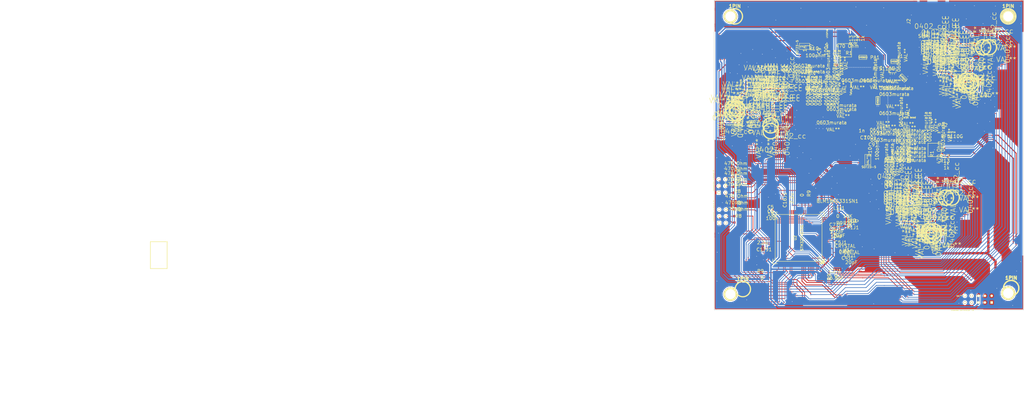
<source format=kicad_pcb>
(kicad_pcb (version 4) (host pcbnew "(after 2015-mar-04 BZR unknown)-product")
  (layers (0 F.Cu signal) (31 B.Cu signal) (34 B.Paste user hide) (35 F.Paste user) (36 B.SilkS user) (37 F.SilkS user hide) (38 B.Mask user) (39 F.Mask user) (44 Edge.Cuts user))
  (net 0 "")
  (net 1 +3.3V)
  (net 2 /2CS_N)
  (net 3 "/2GPIO 0")
  (net 4 /2GPIO2)
  (net 5 /2GPIO3)
  (net 6 /2MISO)
  (net 7 /2MOSI)
  (net 8 /2RESET_N)
  (net 9 /2SCLK)
  (net 10 /3CS_N)
  (net 11 "/3GPIO 0")
  (net 12 /3GPIO2)
  (net 13 /3GPIO3)
  (net 14 /3MISO)
  (net 15 /3MOSI)
  (net 16 /3RESET_N)
  (net 17 /3SCLK)
  (net 18 "/CS_N 1")
  (net 19 /DAC1)
  (net 20 /DAC2)
  (net 21 "/GPIO 0")
  (net 22 /GPIO2)
  (net 23 /GPIO3)
  (net 24 "/MISO 1")
  (net 25 "/MOSI 1")
  (net 26 /OBC_EN)
  (net 27 /OBC_RX)
  (net 28 /OBC_TX)
  (net 29 /RESET_N)
  (net 30 "/RF swich")
  (net 31 "/SCLK 1")
  (net 32 /SWCLK)
  (net 33 /SWDIO)
  (net 34 /USART3_RX)
  (net 35 /USART3_TX)
  (net 36 GND)
  (net 37 N-0000010)
  (net 38 N-00000101)
  (net 39 N-00000105)
  (net 40 N-00000106)
  (net 41 N-00000107)
  (net 42 N-00000108)
  (net 43 N-00000109)
  (net 44 N-00000111)
  (net 45 N-00000112)
  (net 46 N-00000130)
  (net 47 N-00000132)
  (net 48 N-00000134)
  (net 49 N-00000135)
  (net 50 N-00000139)
  (net 51 N-00000140)
  (net 52 N-00000144)
  (net 53 N-0000015)
  (net 54 N-000002)
  (net 55 N-0000039)
  (net 56 N-0000056)
  (net 57 N-000006)
  (net 58 N-0000066)
  (net 59 N-0000072)
  (net 60 N-0000088)
  (net 61 N-000009)
  (net 62 N-0000095)
  (module cubesat_connetctor_10 (layer F.Cu) (at 317.54 117.32)
    (fp_text reference "cubesat connetctor 10" (at -0.70104 4.2418) (layer F.SilkS) (effects (font (size 0.4 0.4) (thickness 0.1))))
    (fp_text value VAL** (at -1.71704 0.06096) (layer F.SilkS) (effects (font (size 0.4 0.4) (thickness 0.1))))
    (pad 1 thru_hole circle (at 0 2) (size 0.8 0.8) (drill 0.5) (layers *.Cu *.Mask F.SilkS))
    (pad 1 thru_hole circle (at 2 2) (size 0.8 0.8) (drill 0.5) (layers *.Cu *.Mask F.SilkS))
    (pad 1 thru_hole circle (at 4 2) (size 0.8 0.8) (drill 0.5) (layers *.Cu *.Mask F.SilkS))
    (pad 1 thru_hole circle (at 6 2) (size 0.8 0.8) (drill 0.5) (layers *.Cu *.Mask F.SilkS))
    (pad 1 thru_hole rect (at 8 2) (size 0.8 0.8) (drill 0.5) (layers *.Cu *.Mask F.SilkS))
    (pad 1 thru_hole circle (at 8 0) (size 0.8 0.8) (drill 0.5) (layers *.Cu *.Mask F.SilkS))
    (pad 1 thru_hole circle (at 6 0) (size 0.8 0.8) (drill 0.5) (layers *.Cu *.Mask F.SilkS))
    (pad 1 thru_hole circle (at 4 0) (size 0.8 0.8) (drill 0.5) (layers *.Cu *.Mask F.SilkS))
    (pad 1 thru_hole circle (at 2 0) (size 0.8 0.8) (drill 0.5) (layers *.Cu *.Mask F.SilkS))
    (pad 1 thru_hole circle (at 0 0) (size 0.8 0.8) (drill 0.5) (layers *.Cu *.Mask F.SilkS))
  )
  (module connector_cubesat_6 (layer F.Cu) (at 246.13 91.56 270)
    (fp_text reference "connector cubesat 6" (at 0.41148 3.59156 270) (layer F.SilkS) (effects (font (size 0.4 0.4) (thickness 0.1))))
    (fp_text value VAL** (at -1.23444 -2.1336 270) (layer F.SilkS) (effects (font (size 0.4 0.4) (thickness 0.1))))
    (pad "" thru_hole trapezoid (at 4 2 270) (size 0.8 0.8) (drill 0.5) (layers *.Cu *.Mask F.SilkS) (clearance 0.0001))
    (pad "" thru_hole circle (at 2 2 270) (size 0.8 0.8) (drill 0.5) (layers *.Cu *.Mask F.SilkS) (clearance 0.0001))
    (pad "" thru_hole circle (at 4 0 270) (size 0.8 0.8) (drill 0.5) (layers *.Cu *.Mask F.SilkS) (clearance 0.0001))
    (pad "" thru_hole circle (at 2 0 270) (size 0.8 0.8) (drill 0.5) (layers *.Cu *.Mask F.SilkS) (clearance 0.0001))
    (pad "" thru_hole circle (at 0 2 270) (size 0.8 0.8) (drill 0.5) (layers *.Cu *.Mask F.SilkS) (clearance 0.0001))
    (pad "" thru_hole circle (at 0 0 270) (size 0.8 0.8) (drill 0.5) (layers *.Cu *.Mask F.SilkS) (clearance 0.0001))
  )
  (module 1pin (layer F.Cu) (at 330.49 33.84)
    (fp_text reference 1PIN (at 0 -3.048) (layer F.SilkS) (effects (font (size 1.016 1.016) (thickness 0.254))))
    (fp_text value P*** hide)
    (pad 1 thru_hole circle (at 0 0) (size 4.064 4.064) (drill 3.048) (layers *.Cu *.Mask F.SilkS))
  )
  (module SM0603 (layer F.Cu) (at 296.61 47.31)
    (fp_text reference SM0603 (at 0 0) (layer F.SilkS) (effects (font (size 0.508 0.4572) (thickness 0.1143))))
    (fp_text value Val** hide)
    (pad 1 smd rect (at -0.762 0) (size 0.5 0.9) (layers F.Cu F.Paste F.Mask))
    (pad 2 smd rect (at 0.762 0) (size 0.5 0.9) (layers F.Cu F.Paste F.Mask))
  )
  (module 0603murata (layer F.Cu) (at 296.535 62.435 90)
    (fp_text reference 0603murata (at 0.08 1.93 90) (layer F.SilkS))
    (fp_text value VAL** (at 0.55 4.01 90) (layer F.SilkS))
    (pad 1 smd trapezoid (at 0 0 90) (size 0.65 0.7) (layers F.Cu F.Paste F.Mask))
    (pad 2 smd trapezoid (at 1.27 0 90) (size 0.65 0.7) (layers F.Cu F.Paste F.Mask))
  )
  (module 0603murata (layer F.Cu) (at 296.535 59.035 180)
    (fp_text reference 0603murata (at 0.08 1.93 180) (layer F.SilkS))
    (fp_text value VAL** (at 0.55 4.01 180) (layer F.SilkS))
    (pad 1 smd trapezoid (at 0 0 180) (size 0.65 0.7) (layers F.Cu F.Paste F.Mask))
    (pad 2 smd trapezoid (at 1.27 0 180) (size 0.65 0.7) (layers F.Cu F.Paste F.Mask))
  )
  (module 0603murata (layer F.Cu) (at 296.53 57.27 180)
    (fp_text reference 0603murata (at 0.08 1.93 180) (layer F.SilkS))
    (fp_text value VAL** (at 0.55 4.01 180) (layer F.SilkS))
    (pad 1 smd trapezoid (at 0 0 180) (size 0.65 0.7) (layers F.Cu F.Paste F.Mask))
    (pad 2 smd trapezoid (at 1.27 0 180) (size 0.65 0.7) (layers F.Cu F.Paste F.Mask))
  )
  (module 0603murata (layer F.Cu) (at 293.71 69.69 180)
    (fp_text reference 0603murata (at 0.08 1.93 180) (layer F.SilkS))
    (fp_text value VAL** (at 0.55 4.01 180) (layer F.SilkS))
    (pad 1 smd trapezoid (at 0 0 180) (size 0.65 0.7) (layers F.Cu F.Paste F.Mask))
    (pad 2 smd trapezoid (at 1.27 0 180) (size 0.65 0.7) (layers F.Cu F.Paste F.Mask))
  )
  (module 0603murata (layer F.Cu) (at 293.74 70.81 180)
    (fp_text reference 0603murata (at 0.08 1.93 180) (layer F.SilkS))
    (fp_text value VAL** (at 0.55 4.01 180) (layer F.SilkS))
    (pad 1 smd trapezoid (at 0 0 180) (size 0.65 0.7) (layers F.Cu F.Paste F.Mask))
    (pad 2 smd trapezoid (at 1.27 0 180) (size 0.65 0.7) (layers F.Cu F.Paste F.Mask))
  )
  (module 0603murata (layer F.Cu) (at 293.885 72.715 180)
    (fp_text reference 0603murata (at 0.08 1.93 180) (layer F.SilkS))
    (fp_text value VAL** (at 0.55 4.01 180) (layer F.SilkS))
    (pad 1 smd trapezoid (at 0 0 180) (size 0.65 0.7) (layers F.Cu F.Paste F.Mask))
    (pad 2 smd trapezoid (at 1.27 0 180) (size 0.65 0.7) (layers F.Cu F.Paste F.Mask))
  )
  (module 0603murata (layer F.Cu) (at 292.145 76.345 90)
    (fp_text reference 0603murata (at 0.08 1.93 90) (layer F.SilkS))
    (fp_text value VAL** (at 0.55 4.01 90) (layer F.SilkS))
    (pad 1 smd trapezoid (at 0 0 90) (size 0.65 0.7) (layers F.Cu F.Paste F.Mask))
    (pad 2 smd trapezoid (at 1.27 0 90) (size 0.65 0.7) (layers F.Cu F.Paste F.Mask))
  )
  (module 0603murata (layer F.Cu) (at 293.615 80.035 90)
    (fp_text reference 0603murata (at 0.08 1.93 90) (layer F.SilkS))
    (fp_text value VAL** (at 0.55 4.01 90) (layer F.SilkS))
    (pad 1 smd trapezoid (at 0 0 90) (size 0.65 0.7) (layers F.Cu F.Paste F.Mask))
    (pad 2 smd trapezoid (at 1.27 0 90) (size 0.65 0.7) (layers F.Cu F.Paste F.Mask))
  )
  (module 0603murata (layer F.Cu) (at 292.635 80.045 90)
    (fp_text reference 0603murata (at 0.08 1.93 90) (layer F.SilkS))
    (fp_text value VAL** (at 0.55 4.01 90) (layer F.SilkS))
    (pad 1 smd trapezoid (at 0 0 90) (size 0.65 0.7) (layers F.Cu F.Paste F.Mask))
    (pad 2 smd trapezoid (at 1.27 0 90) (size 0.65 0.7) (layers F.Cu F.Paste F.Mask))
  )
  (module 0603murata (layer F.Cu) (at 293.885 76.345 90)
    (fp_text reference 0603murata (at 0.08 1.93 90) (layer F.SilkS))
    (fp_text value VAL** (at 0.55 4.01 90) (layer F.SilkS))
    (pad 1 smd trapezoid (at 0 0 90) (size 0.65 0.7) (layers F.Cu F.Paste F.Mask))
    (pad 2 smd trapezoid (at 1.27 0 90) (size 0.65 0.7) (layers F.Cu F.Paste F.Mask))
  )
  (module 0603murata (layer F.Cu) (at 298.035 78.595 180)
    (fp_text reference 0603murata (at 0.08 1.93 180) (layer F.SilkS))
    (fp_text value VAL** (at 0.55 4.01 180) (layer F.SilkS))
    (pad 1 smd trapezoid (at 0 0 180) (size 0.65 0.7) (layers F.Cu F.Paste F.Mask))
    (pad 2 smd trapezoid (at 1.27 0 180) (size 0.65 0.7) (layers F.Cu F.Paste F.Mask) (clearance 0.00001))
  )
  (module 0603murata (layer F.Cu) (at 301.535 78.755 180)
    (fp_text reference 0603murata (at 0.08 1.93 180) (layer F.SilkS))
    (fp_text value VAL** (at 0.55 4.01 180) (layer F.SilkS))
    (pad 1 smd trapezoid (at 0 0 180) (size 0.65 0.7) (layers F.Cu F.Paste F.Mask))
    (pad 2 smd trapezoid (at 1.27 0 180) (size 0.65 0.7) (layers F.Cu F.Paste F.Mask))
  )
  (module 0603murata (layer F.Cu) (at 301.535 77.535 180)
    (fp_text reference 0603murata (at 0.08 1.93 180) (layer F.SilkS))
    (fp_text value VAL** (at 0.55 4.01 180) (layer F.SilkS))
    (pad 1 smd trapezoid (at 0 0 180) (size 0.65 0.7) (layers F.Cu F.Paste F.Mask))
    (pad 2 smd trapezoid (at 1.27 0 180) (size 0.65 0.7) (layers F.Cu F.Paste F.Mask))
  )
  (module 0603murata (layer F.Cu) (at 301.535 76.425 180)
    (fp_text reference 0603murata (at 0.08 1.93 180) (layer F.SilkS))
    (fp_text value VAL** (at 0.55 4.01 180) (layer F.SilkS))
    (pad 1 smd trapezoid (at 0 0 180) (size 0.65 0.7) (layers F.Cu F.Paste F.Mask))
    (pad 2 smd trapezoid (at 1.27 0 180) (size 0.65 0.7) (layers F.Cu F.Paste F.Mask))
  )
  (module 0603murata (layer F.Cu) (at 301.545 75.195 180)
    (fp_text reference 0603murata (at 0.08 1.93 180) (layer F.SilkS))
    (fp_text value VAL** (at 0.55 4.01 180) (layer F.SilkS))
    (pad 1 smd trapezoid (at 0 0 180) (size 0.65 0.7) (layers F.Cu F.Paste F.Mask))
    (pad 2 smd trapezoid (at 1.27 0 180) (size 0.65 0.7) (layers F.Cu F.Paste F.Mask))
  )
  (module 0603murata (layer F.Cu) (at 298.975 73.305 90)
    (fp_text reference 0603murata (at 0.08 1.93 90) (layer F.SilkS))
    (fp_text value VAL** (at 0.55 4.01 90) (layer F.SilkS))
    (pad 1 smd trapezoid (at 0 0 90) (size 0.65 0.7) (layers F.Cu F.Paste F.Mask))
    (pad 2 smd trapezoid (at 1.27 0 90) (size 0.65 0.7) (layers F.Cu F.Paste F.Mask))
  )
  (module 0603murata (layer F.Cu) (at 301.485 73.305 180)
    (fp_text reference 0603murata (at 0.08 1.93 180) (layer F.SilkS))
    (fp_text value VAL** (at 0.55 4.01 180) (layer F.SilkS))
    (pad 1 smd trapezoid (at 0 0 180) (size 0.65 0.7) (layers F.Cu F.Paste F.Mask))
    (pad 2 smd trapezoid (at 1.27 0 180) (size 0.65 0.7) (layers F.Cu F.Paste F.Mask))
  )
  (module 0603murata (layer F.Cu) (at 301.48 72.08 180)
    (fp_text reference 0603murata (at 0.08 1.93 180) (layer F.SilkS))
    (fp_text value VAL** (at 0.55 4.01 180) (layer F.SilkS))
    (pad 1 smd trapezoid (at 0 0 180) (size 0.65 0.7) (layers F.Cu F.Paste F.Mask))
    (pad 2 smd trapezoid (at 1.27 0 180) (size 0.65 0.7) (layers F.Cu F.Paste F.Mask))
  )
  (module 0603murata (layer F.Cu) (at 301.485 71.055 180)
    (fp_text reference 0603murata (at 0.08 1.93 180) (layer F.SilkS))
    (fp_text value VAL** (at 0.55 4.01 180) (layer F.SilkS))
    (pad 1 smd trapezoid (at 0 0 180) (size 0.65 0.7) (layers F.Cu F.Paste F.Mask))
    (pad 2 smd trapezoid (at 1.27 0 180) (size 0.65 0.7) (layers F.Cu F.Paste F.Mask))
  )
  (module 0603murata (layer F.Cu) (at 300.865 69.965 180)
    (fp_text reference 0603murata (at 0.08 1.93 180) (layer F.SilkS))
    (fp_text value VAL** (at 0.55 4.01 180) (layer F.SilkS))
    (pad 1 smd trapezoid (at 0 0 180) (size 0.65 0.7) (layers F.Cu F.Paste F.Mask))
    (pad 2 smd trapezoid (at 1.27 0 180) (size 0.65 0.7) (layers F.Cu F.Paste F.Mask))
  )
  (module 0603murata (layer F.Cu) (at 296.52 64.73 180)
    (fp_text reference 0603murata (at 0.08 1.93 180) (layer F.SilkS))
    (fp_text value VAL** (at 0.55 4.01 180) (layer F.SilkS))
    (pad 1 smd trapezoid (at 0 0 180) (size 0.65 0.7) (layers F.Cu F.Paste F.Mask))
    (pad 2 smd trapezoid (at 1.27 0 180) (size 0.65 0.7) (layers F.Cu F.Paste F.Mask))
  )
  (module Taiyo_Yuden_bead (layer F.Cu) (at 301.365 66.525 180)
    (fp_text reference "Taiyo bead" (at 0.5 2.5 180) (layer F.SilkS) (effects (font (size 0.5 0.5) (thickness 0.125))))
    (fp_text value VAL** (at 6.4 -0.225 180) (layer F.SilkS))
    (pad 1 smd rect (at 0 0 180) (size 0.8 2.7) (layers F.Cu F.Paste F.Mask))
    (pad 2 smd rect (at 2.2 0 180) (size 0.8 2.7) (layers F.Cu F.Paste F.Mask))
  )
  (module 0603murata (layer F.Cu) (at 303.955 66.885 90)
    (fp_text reference 0603murata (at 0.08 1.93 90) (layer F.SilkS))
    (fp_text value VAL** (at 0.55 4.01 90) (layer F.SilkS))
    (pad 1 smd trapezoid (at 0 0 90) (size 0.65 0.7) (layers F.Cu F.Paste F.Mask))
    (pad 2 smd trapezoid (at 1.27 0 90) (size 0.65 0.7) (layers F.Cu F.Paste F.Mask) (clearance 0.0001))
  )
  (module 0603murata (layer F.Cu) (at 305.095 66.885 90)
    (fp_text reference 0603murata (at 0.08 1.93 90) (layer F.SilkS))
    (fp_text value VAL** (at 0.55 4.01 90) (layer F.SilkS))
    (pad 1 smd trapezoid (at 0 0 90) (size 0.65 0.7) (layers F.Cu F.Paste F.Mask))
    (pad 2 smd trapezoid (at 1.27 0 90) (size 0.65 0.7) (layers F.Cu F.Paste F.Mask) (clearance 0.0001))
  )
  (module 0603murata (layer F.Cu) (at 309.105 69.855 90)
    (fp_text reference 0603murata (at 0.08 1.93 90) (layer F.SilkS))
    (fp_text value VAL** (at 0.55 4.01 90) (layer F.SilkS))
    (pad 1 smd trapezoid (at 0 0 90) (size 0.65 0.7) (layers F.Cu F.Paste F.Mask))
    (pad 2 smd trapezoid (at 1.27 0 90) (size 0.65 0.7) (layers F.Cu F.Paste F.Mask))
  )
  (module 0603murata (layer F.Cu) (at 296.765 76.195 90)
    (fp_text reference 0603murata (at 0.08 1.93 90) (layer F.SilkS))
    (fp_text value VAL** (at 0.55 4.01 90) (layer F.SilkS))
    (pad 1 smd trapezoid (at 0 0 90) (size 0.65 0.7) (layers F.Cu F.Paste F.Mask))
    (pad 2 smd trapezoid (at 1.27 0 90) (size 0.65 0.7) (layers F.Cu F.Paste F.Mask))
  )
  (module 0603murata (layer F.Cu) (at 283.09 103.33)
    (fp_text reference C6J1 (at 0.08 1.93) (layer F.SilkS))
    (fp_text value 20pF (at 0.55 4.01) (layer F.SilkS))
    (pad 1 smd trapezoid (at 0 0) (size 0.65 0.7) (layers F.Cu F.Paste F.Mask) (net 36 GND))
    (pad 2 smd trapezoid (at 1.27 0) (size 0.65 0.7) (layers F.Cu F.Paste F.Mask) (net 45 N-00000112))
  )
  (module 0603murata (layer F.Cu) (at 259.407 90.157)
    (fp_text reference C6 (at 0.08 1.93) (layer F.SilkS))
    (fp_text value 100n (at 0.55 4.01) (layer F.SilkS))
    (pad 1 smd trapezoid (at 0 0) (size 0.65 0.7) (layers F.Cu F.Paste F.Mask) (net 36 GND))
    (pad 2 smd trapezoid (at 1.27 0) (size 0.65 0.7) (layers F.Cu F.Paste F.Mask) (net 1 +3.3V))
  )
  (module 0603murata (layer F.Cu) (at 259.407 88.887)
    (fp_text reference C5 (at 0.08 1.93) (layer F.SilkS))
    (fp_text value 10u (at 0.55 4.01) (layer F.SilkS))
    (pad 1 smd trapezoid (at 0 0) (size 0.65 0.7) (layers F.Cu F.Paste F.Mask) (net 36 GND))
    (pad 2 smd trapezoid (at 1.27 0) (size 0.65 0.7) (layers F.Cu F.Paste F.Mask) (net 1 +3.3V))
  )
  (module 0603murata (layer F.Cu) (at 249.64 81.79 180)
    (fp_text reference R4 (at 0.08 1.93 180) (layer F.SilkS))
    (fp_text value "470 Ohm" (at 0.55 4.01 180) (layer F.SilkS))
    (pad 1 smd trapezoid (at 0 0 180) (size 0.65 0.7) (layers F.Cu F.Paste F.Mask) (net 32 /SWCLK))
    (pad 2 smd trapezoid (at 1.27 0 180) (size 0.65 0.7) (layers F.Cu F.Paste F.Mask) (net 43 N-00000109))
  )
  (module 0603murata (layer F.Cu) (at 249.68 83.37 180)
    (fp_text reference R5 (at 0.08 1.93 180) (layer F.SilkS))
    (fp_text value "470 Ohm" (at 0.55 4.01 180) (layer F.SilkS))
    (pad 1 smd trapezoid (at 0 0 180) (size 0.65 0.7) (layers F.Cu F.Paste F.Mask) (net 33 /SWDIO))
    (pad 2 smd trapezoid (at 1.27 0 180) (size 0.65 0.7) (layers F.Cu F.Paste F.Mask) (net 42 N-00000108))
  )
  (module 0603murata (layer F.Cu) (at 249.67 84.75 180)
    (fp_text reference R6 (at 0.08 1.93 180) (layer F.SilkS))
    (fp_text value "470 Ohm" (at 0.55 4.01 180) (layer F.SilkS))
    (pad 1 smd trapezoid (at 0 0 180) (size 0.65 0.7) (layers F.Cu F.Paste F.Mask) (net 44 N-00000111))
    (pad 2 smd trapezoid (at 1.27 0 180) (size 0.65 0.7) (layers F.Cu F.Paste F.Mask) (net 41 N-00000107))
  )
  (module 0603murata (layer F.Cu) (at 249.67 88.01 180)
    (fp_text reference R8 (at 0.08 1.93 180) (layer F.SilkS))
    (fp_text value "470 Ohm" (at 0.55 4.01 180) (layer F.SilkS))
    (pad 1 smd trapezoid (at 0 0 180) (size 0.65 0.7) (layers F.Cu F.Paste F.Mask) (net 35 /USART3_TX))
    (pad 2 smd trapezoid (at 1.27 0 180) (size 0.65 0.7) (layers F.Cu F.Paste F.Mask) (net 39 N-00000105))
  )
  (module 0603murata (layer F.Cu) (at 257.63 105.43 180)
    (fp_text reference C17J1 (at 0.08 1.93 180) (layer F.SilkS))
    (fp_text value 2.2u (at 0.55 4.01 180) (layer F.SilkS))
    (pad 1 smd trapezoid (at 0 0 180) (size 0.65 0.7) (layers F.Cu F.Paste F.Mask) (net 58 N-0000066))
    (pad 2 smd trapezoid (at 1.27 0 180) (size 0.65 0.7) (layers F.Cu F.Paste F.Mask) (net 36 GND))
  )
  (module 0603murata (layer F.Cu) (at 261.82 88.76 90)
    (fp_text reference C16J1 (at 0.08 1.93 90) (layer F.SilkS))
    (fp_text value 2.2u (at 0.55 4.01 90) (layer F.SilkS))
    (pad 1 smd trapezoid (at 0 0 90) (size 0.65 0.7) (layers F.Cu F.Paste F.Mask) (net 46 N-00000130))
    (pad 2 smd trapezoid (at 1.27 0 90) (size 0.65 0.7) (layers F.Cu F.Paste F.Mask) (net 36 GND))
  )
  (module 0603murata (layer F.Cu) (at 282.555 107.985 180)
    (fp_text reference C4J1 (at 0.08 1.93 180) (layer F.SilkS))
    (fp_text value 6.8pF (at 0.55 4.01 180) (layer F.SilkS))
    (pad 1 smd trapezoid (at 0 0 180) (size 0.65 0.7) (layers F.Cu F.Paste F.Mask) (net 56 N-0000056))
    (pad 2 smd trapezoid (at 1.27 0 180) (size 0.65 0.7) (layers F.Cu F.Paste F.Mask) (net 36 GND))
  )
  (module 0603murata (layer F.Cu) (at 278.69 107.98)
    (fp_text reference C2J1 (at 0.08 1.93) (layer F.SilkS))
    (fp_text value 6.8pF (at 0.55 4.01) (layer F.SilkS))
    (pad 1 smd trapezoid (at 0 0) (size 0.65 0.7) (layers F.Cu F.Paste F.Mask) (net 60 N-0000088))
    (pad 2 smd trapezoid (at 1.27 0) (size 0.65 0.7) (layers F.Cu F.Paste F.Mask) (net 36 GND))
  )
  (module 0603murata (layer F.Cu) (at 281.25 95.47 90)
    (fp_text reference R9 (at 0.08 1.93 90) (layer F.SilkS))
    (fp_text value 0 (at 0.55 4.01 90) (layer F.SilkS))
    (pad 1 smd trapezoid (at 0 0 90) (size 0.65 0.7) (layers F.Cu F.Paste F.Mask) (net 36 GND))
    (pad 2 smd trapezoid (at 1.27 0 90) (size 0.65 0.7) (layers F.Cu F.Paste F.Mask) (net 36 GND))
  )
  (module 0603murata (layer F.Cu) (at 278.73 95.54)
    (fp_text reference C8J1 (at 0.08 1.93) (layer F.SilkS))
    (fp_text value 10nF (at 0.55 4.01) (layer F.SilkS))
    (pad 1 smd trapezoid (at 0 0) (size 0.65 0.7) (layers F.Cu F.Paste F.Mask))
    (pad 2 smd trapezoid (at 1.27 0) (size 0.65 0.7) (layers F.Cu F.Paste F.Mask) (net 36 GND))
  )
  (module 0603murata (layer F.Cu) (at 278.74 94.19)
    (fp_text reference C7J1 (at 0.08 1.93) (layer F.SilkS))
    (fp_text value 2.2uF (at 0.55 4.01) (layer F.SilkS))
    (pad 1 smd trapezoid (at 0 0) (size 0.65 0.7) (layers F.Cu F.Paste F.Mask))
    (pad 2 smd trapezoid (at 1.27 0) (size 0.65 0.7) (layers F.Cu F.Paste F.Mask) (net 36 GND))
  )
  (module 0603murata (layer F.Cu) (at 280.01 93.03 180)
    (fp_text reference L1J1 (at 0.08 1.93 180) (layer F.SilkS))
    (fp_text value BLM18AG331SN1 (at 0.55 4.01 180) (layer F.SilkS))
    (pad 1 smd trapezoid (at 0 0 180) (size 0.65 0.7) (layers F.Cu F.Paste F.Mask) (net 1 +3.3V))
    (pad 2 smd trapezoid (at 1.27 0 180) (size 0.65 0.7) (layers F.Cu F.Paste F.Mask) (net 62 N-0000095))
  )
  (module 0603murata (layer F.Cu) (at 284.14 98.85 180)
    (fp_text reference R1J1 (at 0.08 1.93 180) (layer F.SilkS))
    (fp_text value 220 (at 0.55 4.01 180) (layer F.SilkS))
    (pad 1 smd trapezoid (at 0 0 180) (size 0.65 0.7) (layers F.Cu F.Paste F.Mask) (net 45 N-00000112))
    (pad 2 smd trapezoid (at 1.27 0 180) (size 0.65 0.7) (layers F.Cu F.Paste F.Mask) (net 59 N-0000072))
  )
  (module 0603murata (layer F.Cu) (at 249.66 86.52 180)
    (fp_text reference R7 (at 0.08 1.93 180) (layer F.SilkS))
    (fp_text value "470 Ohm" (at 0.55 4.01 180) (layer F.SilkS))
    (pad 1 smd trapezoid (at 0 0 180) (size 0.65 0.7) (layers F.Cu F.Paste F.Mask) (net 34 /USART3_RX))
    (pad 2 smd trapezoid (at 1.27 0 180) (size 0.65 0.7) (layers F.Cu F.Paste F.Mask) (net 40 N-00000106))
  )
  (module 0603murata (layer F.Cu) (at 283.08 97.53 180)
    (fp_text reference R2J1 (at 0.08 1.93 180) (layer F.SilkS))
    (fp_text value 10K (at 0.55 4.01 180) (layer F.SilkS))
    (pad 1 smd trapezoid (at 0 0 180) (size 0.65 0.7) (layers F.Cu F.Paste F.Mask) (net 1 +3.3V))
    (pad 2 smd trapezoid (at 1.27 0 180) (size 0.65 0.7) (layers F.Cu F.Paste F.Mask) (net 44 N-00000111))
  )
  (module 0603murata (layer F.Cu) (at 280.51 103.31 180)
    (fp_text reference C5J1 (at 0.08 1.93 180) (layer F.SilkS))
    (fp_text value 20pF (at 0.55 4.01 180) (layer F.SilkS))
    (pad 1 smd trapezoid (at 0 0 180) (size 0.65 0.7) (layers F.Cu F.Paste F.Mask) (net 36 GND))
    (pad 2 smd trapezoid (at 1.27 0 180) (size 0.65 0.7) (layers F.Cu F.Paste F.Mask) (net 38 N-00000101))
  )
  (module 0603murata (layer F.Cu) (at 289.77 74.06 180)
    (fp_text reference C9 (at 0.08 1.93 180) (layer F.SilkS))
    (fp_text value 100n (at 0.55 4.01 180) (layer F.SilkS))
    (pad 1 smd trapezoid (at 0 0 180) (size 0.65 0.7) (layers F.Cu F.Paste F.Mask) (net 1 +3.3V))
    (pad 2 smd trapezoid (at 1.27 0 180) (size 0.65 0.7) (layers F.Cu F.Paste F.Mask) (net 36 GND))
  )
  (module 0603murata (layer F.Cu) (at 287.28 74.38 90)
    (fp_text reference R10 (at 0.08 1.93 90) (layer F.SilkS))
    (fp_text value 100ohm (at 0.55 4.01 90) (layer F.SilkS))
    (pad 1 smd trapezoid (at 0 0 90) (size 0.65 0.7) (layers F.Cu F.Paste F.Mask) (net 50 N-00000139))
    (pad 2 smd trapezoid (at 1.27 0 90) (size 0.65 0.7) (layers F.Cu F.Paste F.Mask) (net 37 N-0000010))
  )
  (module 0603murata (layer F.Cu) (at 287.28 72 180)
    (fp_text reference C7 (at 0.08 1.93 180) (layer F.SilkS))
    (fp_text value 1n (at 0.55 4.01 180) (layer F.SilkS))
    (pad 1 smd trapezoid (at 0 0 180) (size 0.65 0.7) (layers F.Cu F.Paste F.Mask))
    (pad 2 smd trapezoid (at 1.27 0 180) (size 0.65 0.7) (layers F.Cu F.Paste F.Mask) (net 36 GND))
  )
  (module ABM3crystal (layer F.Cu) (at 283.89 101.02 180)
    (fp_text reference U1 (at -0.52324 6.06044 180) (layer F.SilkS))
    (fp_text value CRYSTAL (at 0.85344 -3.31724 180) (layer F.SilkS))
    (pad 1 smd trapezoid (at 0 0 180) (size 1.9 2.4) (layers F.Cu F.Paste F.Mask) (net 45 N-00000112) (clearance 0.0001))
    (pad 2 smd trapezoid (at 4.11 0 180) (size 1.9 2.4) (layers F.Cu F.Paste F.Mask) (clearance 0.0001))
  )
  (module ABS07crystal (layer F.Cu) (at 281.785 105.895 180)
    (fp_text reference U3 (at -0.2032 2.1844 180) (layer F.SilkS))
    (fp_text value CRYSTAL (at 0.00508 3.43916 180) (layer F.SilkS))
    (pad 1 smd trapezoid (at 0.01016 0 180) (size 1.1 1.9) (layers F.Cu F.Paste F.Mask) (net 56 N-0000056) (clearance 0.0001))
    (pad 2 smd trapezoid (at 2.525 0 180) (size 1.1 1.9) (layers F.Cu F.Paste F.Mask) (net 60 N-0000088) (clearance 0.0001))
  )
  (module sc70-6 (layer F.Cu) (at 295.85 50.04)
    (fp_text reference UPE1 (at 0 -0.2794) (layer F.SilkS) (effects (font (size 0.29972 0.29972) (thickness 0.06096))))
    (fp_text value PE4259 hide)
    (pad 1 smd rect (at -0.6604 1.016) (size 0.4064 0.6604) (layers F.Cu F.Paste F.Mask) (net 52 N-00000144))
    (pad 3 smd rect (at 0.6604 1.016) (size 0.4064 0.6604) (layers F.Cu F.Paste F.Mask) (net 57 N-000006))
    (pad 2 smd rect (at 0 1.016) (size 0.4064 0.6604) (layers F.Cu F.Paste F.Mask) (net 36 GND))
    (pad 4 smd rect (at 0.6604 -1.016) (size 0.4064 0.6604) (layers F.Cu F.Paste F.Mask) (net 48 N-00000134))
    (pad 6 smd rect (at -0.6604 -1.016) (size 0.4064 0.6604) (layers F.Cu F.Paste F.Mask))
    (pad 5 smd rect (at 0 -1.016) (size 0.4064 0.6604) (layers F.Cu F.Paste F.Mask) (net 49 N-00000135))
  )
  (module sma_smd_samtec_man (layer F.Cu) (at 295.88 38.61)
    (fp_text reference J1 (at 2.35 7.11) (layer F.SilkS))
    (fp_text value SMA (at 9.16 1.12) (layer F.SilkS))
    (pad 1 connect circle (at 0 0) (size 1.7 1.7) (layers F.Cu F.Mask) (net 47 N-00000132))
    (pad 2 connect trapezoid (at 2.7 2.7) (size 2.3 2.3) (layers F.Cu F.Mask) (net 36 GND))
    (pad 3 connect trapezoid (at -2.7 2.7) (size 2.3 2.3) (layers F.Cu F.Mask) (net 36 GND))
    (pad 4 connect trapezoid (at -2.7 -2.7) (size 2.3 2.3) (layers F.Cu F.Mask) (net 36 GND))
    (pad 5 connect trapezoid (at 2.7 -2.7) (size 2.3 2.3) (layers F.Cu F.Mask) (net 36 GND))
  )
  (module sma_smd_samtec_man (layer F.Cu) (at 307.86 33 270)
    (fp_text reference J2 (at 2.35 7.11 270) (layer F.SilkS))
    (fp_text value SMA (at 9.16 1.12 270) (layer F.SilkS))
    (pad 1 connect circle (at 0 0 270) (size 1.7 1.7) (layers F.Cu F.Mask) (net 55 N-0000039))
    (pad 2 connect trapezoid (at 2.7 2.7 270) (size 2.3 2.3) (layers F.Cu F.Mask))
    (pad 3 connect trapezoid (at -2.7 2.7 270) (size 2.3 2.3) (layers F.Cu F.Mask))
    (pad 4 connect trapezoid (at -2.7 -2.7 270) (size 2.3 2.3) (layers F.Cu F.Mask))
    (pad 5 connect trapezoid (at 2.7 -2.7 270) (size 2.3 2.3) (layers F.Cu F.Mask))
  )
  (module TQFP-100 (layer F.Cu) (at 267.845 100.025 90)
    (fp_text reference U2 (at 0 -1.00076 90) (layer F.SilkS) (effects (font (size 0.7493 0.7493) (thickness 0.14986))))
    (fp_text value STM32F407VG (at 0 1.00076 90) (layer F.SilkS) (effects (font (size 0.7493 0.7493) (thickness 0.14986))))
    (pad 4 smd rect (at -4.50088 7.67588 90) (size 0.29972 1.30048) (layers F.Cu F.Paste F.Mask))
    (pad 5 smd rect (at -4.0005 7.67588 90) (size 0.29972 1.30048) (layers F.Cu F.Paste F.Mask))
    (pad 6 smd rect (at -3.50012 7.67588 90) (size 0.29972 1.30048) (layers F.Cu F.Paste F.Mask) (net 1 +3.3V))
    (pad 7 smd rect (at -2.99974 7.67588 90) (size 0.29972 1.30048) (layers F.Cu F.Paste F.Mask))
    (pad 8 smd rect (at -2.49936 7.67588 90) (size 0.29972 1.30048) (layers F.Cu F.Paste F.Mask) (net 60 N-0000088))
    (pad 1 smd rect (at -5.99948 7.67588 90) (size 0.29972 1.30048) (layers F.Cu F.Paste F.Mask))
    (pad 2 smd rect (at -5.4991 7.67588 90) (size 0.29972 1.30048) (layers F.Cu F.Paste F.Mask))
    (pad 3 smd rect (at -5.00126 7.67588 90) (size 0.29972 1.30048) (layers F.Cu F.Paste F.Mask))
    (pad 17 smd rect (at 1.99898 7.67588 90) (size 0.29972 1.30048) (layers F.Cu F.Paste F.Mask))
    (pad 18 smd rect (at 2.49936 7.67588 90) (size 0.29972 1.30048) (layers F.Cu F.Paste F.Mask))
    (pad 19 smd rect (at 2.99974 7.67588 90) (size 0.29972 1.30048) (layers F.Cu F.Paste F.Mask) (net 1 +3.3V))
    (pad 20 smd rect (at 3.50012 7.67588 90) (size 0.29972 1.30048) (layers F.Cu F.Paste F.Mask) (net 36 GND))
    (pad 21 smd rect (at 4.0005 7.67588 90) (size 0.29972 1.30048) (layers F.Cu F.Paste F.Mask) (net 62 N-0000095))
    (pad 22 smd rect (at 4.50088 7.67588 90) (size 0.29972 1.30048) (layers F.Cu F.Paste F.Mask) (net 62 N-0000095))
    (pad 23 smd rect (at 5.00126 7.67588 90) (size 0.29972 1.30048) (layers F.Cu F.Paste F.Mask))
    (pad 24 smd rect (at 5.4991 7.67588 90) (size 0.29972 1.30048) (layers F.Cu F.Paste F.Mask))
    (pad 33 smd rect (at 7.67588 2.49936 90) (size 1.30048 0.29972) (layers F.Cu F.Paste F.Mask))
    (pad 34 smd rect (at 7.67588 1.99898 90) (size 1.30048 0.29972) (layers F.Cu F.Paste F.Mask))
    (pad 35 smd rect (at 7.67588 1.50114 90) (size 1.30048 0.29972) (layers F.Cu F.Paste F.Mask))
    (pad 36 smd rect (at 7.67588 1.00076 90) (size 1.30048 0.29972) (layers F.Cu F.Paste F.Mask) (net 8 /2RESET_N))
    (pad 37 smd rect (at 7.67588 0.50038 90) (size 1.30048 0.29972) (layers F.Cu F.Paste F.Mask))
    (pad 38 smd rect (at 7.67588 0 90) (size 1.30048 0.29972) (layers F.Cu F.Paste F.Mask))
    (pad 39 smd rect (at 7.67588 -0.50038 90) (size 1.30048 0.29972) (layers F.Cu F.Paste F.Mask))
    (pad 40 smd rect (at 7.67588 -1.00076 90) (size 1.30048 0.29972) (layers F.Cu F.Paste F.Mask))
    (pad 49 smd rect (at 7.67588 -5.4991 90) (size 1.30048 0.29972) (layers F.Cu F.Paste F.Mask) (net 46 N-00000130))
    (pad 50 smd rect (at 7.67588 -5.99948 90) (size 1.30048 0.29972) (layers F.Cu F.Paste F.Mask) (net 1 +3.3V))
    (pad 51 smd rect (at 5.99948 -7.67588 90) (size 0.29972 1.30048) (layers F.Cu F.Paste F.Mask) (net 2 /2CS_N))
    (pad 52 smd rect (at 5.4991 -7.67588 90) (size 0.29972 1.30048) (layers F.Cu F.Paste F.Mask) (net 9 /2SCLK))
    (pad 53 smd rect (at 5.00126 -7.67588 90) (size 0.29972 1.30048) (layers F.Cu F.Paste F.Mask) (net 6 /2MISO))
    (pad 54 smd rect (at 4.50088 -7.67588 90) (size 0.29972 1.30048) (layers F.Cu F.Paste F.Mask) (net 7 /2MOSI))
    (pad 55 smd rect (at 4.0005 -7.67588 90) (size 0.29972 1.30048) (layers F.Cu F.Paste F.Mask))
    (pad 56 smd rect (at 3.50012 -7.67588 90) (size 0.29972 1.30048) (layers F.Cu F.Paste F.Mask))
    (pad 9 smd rect (at -1.99898 7.67588 90) (size 0.29972 1.30048) (layers F.Cu F.Paste F.Mask) (net 56 N-0000056))
    (pad 10 smd rect (at -1.50114 7.67588 90) (size 0.29972 1.30048) (layers F.Cu F.Paste F.Mask) (net 36 GND))
    (pad 11 smd rect (at -1.00076 7.67588 90) (size 0.29972 1.30048) (layers F.Cu F.Paste F.Mask) (net 1 +3.3V))
    (pad 25 smd rect (at 5.99948 7.67588 90) (size 0.29972 1.30048) (layers F.Cu F.Paste F.Mask) (net 23 /GPIO3))
    (pad 26 smd rect (at 7.67588 5.99948 90) (size 1.30048 0.29972) (layers F.Cu F.Paste F.Mask) (net 22 /GPIO2))
    (pad 27 smd rect (at 7.67588 5.4991 90) (size 1.30048 0.29972) (layers F.Cu F.Paste F.Mask) (net 36 GND))
    (pad 41 smd rect (at 7.67588 -1.50114 90) (size 1.30048 0.29972) (layers F.Cu F.Paste F.Mask))
    (pad 42 smd rect (at 7.67588 -1.99898 90) (size 1.30048 0.29972) (layers F.Cu F.Paste F.Mask))
    (pad 43 smd rect (at 7.67588 -2.49936 90) (size 1.30048 0.29972) (layers F.Cu F.Paste F.Mask))
    (pad 57 smd rect (at 2.99974 -7.67588 90) (size 0.29972 1.30048) (layers F.Cu F.Paste F.Mask))
    (pad 58 smd rect (at 2.49936 -7.67588 90) (size 0.29972 1.30048) (layers F.Cu F.Paste F.Mask))
    (pad 59 smd rect (at 1.99898 -7.67588 90) (size 0.29972 1.30048) (layers F.Cu F.Paste F.Mask))
    (pad 12 smd rect (at -0.50038 7.67588 90) (size 0.29972 1.30048) (layers F.Cu F.Paste F.Mask) (net 38 N-00000101))
    (pad 13 smd rect (at 0 7.67588 90) (size 0.29972 1.30048) (layers F.Cu F.Paste F.Mask) (net 59 N-0000072))
    (pad 14 smd rect (at 0.50038 7.67588 90) (size 0.29972 1.30048) (layers F.Cu F.Paste F.Mask) (net 44 N-00000111))
    (pad 15 smd rect (at 1.00076 7.67588 90) (size 0.29972 1.30048) (layers F.Cu F.Paste F.Mask))
    (pad 16 smd rect (at 1.50114 7.67588 90) (size 0.29972 1.30048) (layers F.Cu F.Paste F.Mask))
    (pad 28 smd rect (at 7.67588 5.00126 90) (size 1.30048 0.29972) (layers F.Cu F.Paste F.Mask) (net 1 +3.3V))
    (pad 29 smd rect (at 7.67588 4.50088 90) (size 1.30048 0.29972) (layers F.Cu F.Paste F.Mask) (net 19 /DAC1))
    (pad 30 smd rect (at 7.67588 4.0005 90) (size 1.30048 0.29972) (layers F.Cu F.Paste F.Mask) (net 20 /DAC2))
    (pad 31 smd rect (at 7.67588 3.50012 90) (size 1.30048 0.29972) (layers F.Cu F.Paste F.Mask) (net 24 "/MISO 1"))
    (pad 32 smd rect (at 7.67588 2.99974 90) (size 1.30048 0.29972) (layers F.Cu F.Paste F.Mask) (net 25 "/MOSI 1"))
    (pad 44 smd rect (at 7.67588 -2.99974 90) (size 1.30048 0.29972) (layers F.Cu F.Paste F.Mask))
    (pad 45 smd rect (at 7.67588 -3.50012 90) (size 1.30048 0.29972) (layers F.Cu F.Paste F.Mask))
    (pad 46 smd rect (at 7.67588 -4.0005 90) (size 1.30048 0.29972) (layers F.Cu F.Paste F.Mask) (net 30 "/RF swich"))
    (pad 47 smd rect (at 7.67588 -4.50088 90) (size 1.30048 0.29972) (layers F.Cu F.Paste F.Mask) (net 35 /USART3_TX))
    (pad 48 smd rect (at 7.67588 -5.00126 90) (size 1.30048 0.29972) (layers F.Cu F.Paste F.Mask) (net 34 /USART3_RX))
    (pad 60 smd rect (at 1.50114 -7.67588 90) (size 0.29972 1.30048) (layers F.Cu F.Paste F.Mask))
    (pad 61 smd rect (at 1.00076 -7.67588 90) (size 0.29972 1.30048) (layers F.Cu F.Paste F.Mask))
    (pad 62 smd rect (at 0.50038 -7.67588 90) (size 0.29972 1.30048) (layers F.Cu F.Paste F.Mask))
    (pad 63 smd rect (at 0 -7.67588 90) (size 0.29972 1.30048) (layers F.Cu F.Paste F.Mask) (net 13 /3GPIO3))
    (pad 64 smd rect (at -0.50038 -7.67588 90) (size 0.29972 1.30048) (layers F.Cu F.Paste F.Mask) (net 12 /3GPIO2))
    (pad 65 smd rect (at -1.00076 -7.67588 90) (size 0.29972 1.30048) (layers F.Cu F.Paste F.Mask) (net 11 "/3GPIO 0"))
    (pad 66 smd rect (at -1.50114 -7.67588 90) (size 0.29972 1.30048) (layers F.Cu F.Paste F.Mask) (net 16 /3RESET_N))
    (pad 67 smd rect (at -1.99898 -7.67588 90) (size 0.29972 1.30048) (layers F.Cu F.Paste F.Mask) (net 21 "/GPIO 0"))
    (pad 68 smd rect (at -2.49936 -7.67588 90) (size 0.29972 1.30048) (layers F.Cu F.Paste F.Mask))
    (pad 69 smd rect (at -2.99974 -7.67588 90) (size 0.29972 1.30048) (layers F.Cu F.Paste F.Mask) (net 29 /RESET_N))
    (pad 70 smd rect (at -3.50012 -7.67588 90) (size 0.29972 1.30048) (layers F.Cu F.Paste F.Mask))
    (pad 71 smd rect (at -4.0005 -7.67588 90) (size 0.29972 1.30048) (layers F.Cu F.Paste F.Mask))
    (pad 72 smd rect (at -4.50088 -7.67588 90) (size 0.29972 1.30048) (layers F.Cu F.Paste F.Mask) (net 33 /SWDIO))
    (pad 73 smd rect (at -5.00126 -7.67588 90) (size 0.29972 1.30048) (layers F.Cu F.Paste F.Mask) (net 58 N-0000066))
    (pad 74 smd rect (at -5.4991 -7.67588 90) (size 0.29972 1.30048) (layers F.Cu F.Paste F.Mask) (net 36 GND))
    (pad 75 smd rect (at -5.99948 -7.67588 90) (size 0.29972 1.30048) (layers F.Cu F.Paste F.Mask) (net 1 +3.3V))
    (pad 76 smd rect (at -7.67588 -5.99948 90) (size 1.30048 0.29972) (layers F.Cu F.Paste F.Mask) (net 32 /SWCLK))
    (pad 77 smd rect (at -7.67588 -5.4991 90) (size 1.30048 0.29972) (layers F.Cu F.Paste F.Mask) (net 18 "/CS_N 1"))
    (pad 78 smd rect (at -7.67588 -5.00126 90) (size 1.30048 0.29972) (layers F.Cu F.Paste F.Mask) (net 17 /3SCLK))
    (pad 79 smd rect (at -7.67588 -4.50088 90) (size 1.30048 0.29972) (layers F.Cu F.Paste F.Mask) (net 14 /3MISO))
    (pad 80 smd rect (at -7.67588 -4.0005 90) (size 1.30048 0.29972) (layers F.Cu F.Paste F.Mask) (net 27 /OBC_RX))
    (pad 81 smd rect (at -7.67588 -3.50012 90) (size 1.30048 0.29972) (layers F.Cu F.Paste F.Mask))
    (pad 82 smd rect (at -7.67588 -2.99974 90) (size 1.30048 0.29972) (layers F.Cu F.Paste F.Mask))
    (pad 83 smd rect (at -7.67588 -2.49936 90) (size 1.30048 0.29972) (layers F.Cu F.Paste F.Mask) (net 28 /OBC_TX))
    (pad 84 smd rect (at -7.67588 -1.99898 90) (size 1.30048 0.29972) (layers F.Cu F.Paste F.Mask) (net 26 /OBC_EN))
    (pad 85 smd rect (at -7.67588 -1.50114 90) (size 1.30048 0.29972) (layers F.Cu F.Paste F.Mask))
    (pad 86 smd rect (at -7.67588 -1.00076 90) (size 1.30048 0.29972) (layers F.Cu F.Paste F.Mask))
    (pad 87 smd rect (at -7.67588 -0.50038 90) (size 1.30048 0.29972) (layers F.Cu F.Paste F.Mask))
    (pad 88 smd rect (at -7.67588 0 90) (size 1.30048 0.29972) (layers F.Cu F.Paste F.Mask))
    (pad 89 smd rect (at -7.67588 0.50038 90) (size 1.30048 0.29972) (layers F.Cu F.Paste F.Mask) (net 31 "/SCLK 1"))
    (pad 90 smd rect (at -7.67588 1.00076 90) (size 1.30048 0.29972) (layers F.Cu F.Paste F.Mask) (net 4 /2GPIO2))
    (pad 91 smd rect (at -7.67588 1.50114 90) (size 1.30048 0.29972) (layers F.Cu F.Paste F.Mask) (net 15 /3MOSI))
    (pad 92 smd rect (at -7.67588 1.99898 90) (size 1.30048 0.29972) (layers F.Cu F.Paste F.Mask) (net 3 "/2GPIO 0"))
    (pad 93 smd rect (at -7.67588 2.49936 90) (size 1.30048 0.29972) (layers F.Cu F.Paste F.Mask) (net 10 /3CS_N))
    (pad 94 smd rect (at -7.67588 2.99974 90) (size 1.30048 0.29972) (layers F.Cu F.Paste F.Mask) (net 36 GND))
    (pad 95 smd rect (at -7.67588 3.50012 90) (size 1.30048 0.29972) (layers F.Cu F.Paste F.Mask))
    (pad 96 smd rect (at -7.67588 4.0005 90) (size 1.30048 0.29972) (layers F.Cu F.Paste F.Mask))
    (pad 97 smd rect (at -7.67588 4.50088 90) (size 1.30048 0.29972) (layers F.Cu F.Paste F.Mask) (net 5 /2GPIO3))
    (pad 98 smd rect (at -7.67588 5.00126 90) (size 1.30048 0.29972) (layers F.Cu F.Paste F.Mask))
    (pad 99 smd rect (at -7.67588 5.4991 90) (size 1.30048 0.29972) (layers F.Cu F.Paste F.Mask) (net 36 GND))
    (pad 100 smd rect (at -7.67588 5.99948 90) (size 1.30048 0.29972) (layers F.Cu F.Paste F.Mask) (net 1 +3.3V))
  )
  (module 0402_cc (layer F.Cu) (at 299.595 91.805 90)
    (fp_text reference 0402_cc (at 0.77 3.2 90) (layer F.SilkS) (effects (font (size 1.5 1.5))))
    (fp_text value VAL** (at -1.79 -1.92 90) (layer F.SilkS) (effects (font (size 1.5 1.5))))
    (pad 1 smd rect (at 0 0 90) (size 0.61 0.59) (layers F.Cu F.Paste F.Mask) (clearance 0.0001))
    (pad 2 smd rect (at 1.02 0 90) (size 0.61 0.59) (layers F.Cu F.Paste F.Mask) (clearance 0.0001))
  )
  (module 0402_cc (layer F.Cu) (at 298.595 89.965 180)
    (fp_text reference 0402_cc (at 0.77 3.2 180) (layer F.SilkS) (effects (font (size 1.5 1.5))))
    (fp_text value VAL** (at -1.79 -1.92 180) (layer F.SilkS) (effects (font (size 1.5 1.5))))
    (pad 1 smd rect (at 0 0 180) (size 0.61 0.59) (layers F.Cu F.Paste F.Mask) (clearance 0.0001))
    (pad 2 smd rect (at 1.02 0 180) (size 0.61 0.59) (layers F.Cu F.Paste F.Mask) (clearance 0.0001))
  )
  (module 0402_cc (layer F.Cu) (at 296.775 84.005 90)
    (fp_text reference 0402_cc (at 0.77 3.2 90) (layer F.SilkS) (effects (font (size 1.5 1.5))))
    (fp_text value VAL** (at -1.79 -1.92 90) (layer F.SilkS) (effects (font (size 1.5 1.5))))
    (pad 1 smd rect (at 0 0 90) (size 0.61 0.59) (layers F.Cu F.Paste F.Mask) (clearance 0.0001))
    (pad 2 smd rect (at 1.02 0 90) (size 0.61 0.59) (layers F.Cu F.Paste F.Mask) (clearance 0.0001))
  )
  (module 0402_cc (layer F.Cu) (at 297.665 84.005 90)
    (fp_text reference 0402_cc (at 0.77 3.2 90) (layer F.SilkS) (effects (font (size 1.5 1.5))))
    (fp_text value VAL** (at -1.79 -1.92 90) (layer F.SilkS) (effects (font (size 1.5 1.5))))
    (pad 1 smd rect (at 0 0 90) (size 0.61 0.59) (layers F.Cu F.Paste F.Mask) (clearance 0.0001))
    (pad 2 smd rect (at 1.02 0 90) (size 0.61 0.59) (layers F.Cu F.Paste F.Mask) (clearance 0.0001))
  )
  (module 0402_cc (layer F.Cu) (at 296.765 84.925 180)
    (fp_text reference 0402_cc (at 0.77 3.2 180) (layer F.SilkS) (effects (font (size 1.5 1.5))))
    (fp_text value VAL** (at -1.79 -1.92 180) (layer F.SilkS) (effects (font (size 1.5 1.5))))
    (pad 1 smd rect (at 0 0 180) (size 0.61 0.59) (layers F.Cu F.Paste F.Mask) (clearance 0.0001))
    (pad 2 smd rect (at 1.02 0 180) (size 0.61 0.59) (layers F.Cu F.Paste F.Mask) (clearance 0.0001))
  )
  (module 0402_cc (layer F.Cu) (at 296.785 86.885 90)
    (fp_text reference 0402_cc (at 0.77 3.2 90) (layer F.SilkS) (effects (font (size 1.5 1.5))))
    (fp_text value VAL** (at -1.79 -1.92 90) (layer F.SilkS) (effects (font (size 1.5 1.5))))
    (pad 1 smd rect (at 0 0 90) (size 0.61 0.59) (layers F.Cu F.Paste F.Mask) (clearance 0.0001))
    (pad 2 smd rect (at 1.02 0 90) (size 0.61 0.59) (layers F.Cu F.Paste F.Mask) (clearance 0.0001))
  )
  (module 0402_cc (layer F.Cu) (at 296.785 88.845 90)
    (fp_text reference 0402_cc (at 0.77 3.2 90) (layer F.SilkS) (effects (font (size 1.5 1.5))))
    (fp_text value VAL** (at -1.79 -1.92 90) (layer F.SilkS) (effects (font (size 1.5 1.5))))
    (pad 1 smd rect (at 0 0 90) (size 0.61 0.59) (layers F.Cu F.Paste F.Mask) (clearance 0.0001))
    (pad 2 smd rect (at 1.02 0 90) (size 0.61 0.59) (layers F.Cu F.Paste F.Mask) (clearance 0.0001))
  )
  (module 0402_cc (layer F.Cu) (at 298.805 87.765 180)
    (fp_text reference 0402_cc (at 0.77 3.2 180) (layer F.SilkS) (effects (font (size 1.5 1.5))))
    (fp_text value VAL** (at -1.79 -1.92 180) (layer F.SilkS) (effects (font (size 1.5 1.5))))
    (pad 1 smd rect (at 0 0 180) (size 0.61 0.59) (layers F.Cu F.Paste F.Mask) (clearance 0.0001))
    (pad 2 smd rect (at 1.02 0 180) (size 0.61 0.59) (layers F.Cu F.Paste F.Mask) (clearance 0.0001))
  )
  (module 0402_cc (layer F.Cu) (at 298.805 86.765 180)
    (fp_text reference 0402_cc (at 0.77 3.2 180) (layer F.SilkS) (effects (font (size 1.5 1.5))))
    (fp_text value VAL** (at -1.79 -1.92 180) (layer F.SilkS) (effects (font (size 1.5 1.5))))
    (pad 1 smd rect (at 0 0 180) (size 0.61 0.59) (layers F.Cu F.Paste F.Mask) (clearance 0.0001))
    (pad 2 smd rect (at 1.02 0 180) (size 0.61 0.59) (layers F.Cu F.Paste F.Mask) (clearance 0.0001))
  )
  (module 0402_cc (layer F.Cu) (at 299.735 88.775 90)
    (fp_text reference 0402_cc (at 0.77 3.2 90) (layer F.SilkS) (effects (font (size 1.5 1.5))))
    (fp_text value VAL** (at -1.79 -1.92 90) (layer F.SilkS) (effects (font (size 1.5 1.5))))
    (pad 1 smd rect (at 0 0 90) (size 0.61 0.59) (layers F.Cu F.Paste F.Mask) (clearance 0.0001))
    (pad 2 smd rect (at 1.02 0 90) (size 0.61 0.59) (layers F.Cu F.Paste F.Mask) (clearance 0.0001))
  )
  (module 0402_cc (layer F.Cu) (at 300.745 89.225 90)
    (fp_text reference 0402_cc (at 0.77 3.2 90) (layer F.SilkS) (effects (font (size 1.5 1.5))))
    (fp_text value VAL** (at -1.79 -1.92 90) (layer F.SilkS) (effects (font (size 1.5 1.5))))
    (pad 1 smd rect (at 0 0 90) (size 0.61 0.59) (layers F.Cu F.Paste F.Mask) (clearance 0.0001))
    (pad 2 smd rect (at 1.02 0 90) (size 0.61 0.59) (layers F.Cu F.Paste F.Mask) (clearance 0.0001))
  )
  (module 0402_cc (layer F.Cu) (at 299.775 86.665 90)
    (fp_text reference 0402_cc (at 0.77 3.2 90) (layer F.SilkS) (effects (font (size 1.5 1.5))))
    (fp_text value VAL** (at -1.79 -1.92 90) (layer F.SilkS) (effects (font (size 1.5 1.5))))
    (pad 1 smd rect (at 0 0 90) (size 0.61 0.59) (layers F.Cu F.Paste F.Mask) (clearance 0.0001))
    (pad 2 smd rect (at 1.02 0 90) (size 0.61 0.59) (layers F.Cu F.Paste F.Mask) (clearance 0.0001))
  )
  (module 0402_cc (layer F.Cu) (at 300.685 86.665 90)
    (fp_text reference 0402_cc (at 0.77 3.2 90) (layer F.SilkS) (effects (font (size 1.5 1.5))))
    (fp_text value VAL** (at -1.79 -1.92 90) (layer F.SilkS) (effects (font (size 1.5 1.5))))
    (pad 1 smd rect (at 0 0 90) (size 0.61 0.59) (layers F.Cu F.Paste F.Mask) (clearance 0.0001))
    (pad 2 smd rect (at 1.02 0 90) (size 0.61 0.59) (layers F.Cu F.Paste F.Mask) (clearance 0.0001))
  )
  (module 0402_cc (layer F.Cu) (at 299.785 84.655 90)
    (fp_text reference 0402_cc (at 0.77 3.2 90) (layer F.SilkS) (effects (font (size 1.5 1.5))))
    (fp_text value VAL** (at -1.79 -1.92 90) (layer F.SilkS) (effects (font (size 1.5 1.5))))
    (pad 1 smd rect (at 0 0 90) (size 0.61 0.59) (layers F.Cu F.Paste F.Mask) (clearance 0.0001))
    (pad 2 smd rect (at 1.02 0 90) (size 0.61 0.59) (layers F.Cu F.Paste F.Mask) (clearance 0.0001))
  )
  (module 0402_cc (layer F.Cu) (at 300.695 84.655 90)
    (fp_text reference 0402_cc (at 0.77 3.2 90) (layer F.SilkS) (effects (font (size 1.5 1.5))))
    (fp_text value VAL** (at -1.79 -1.92 90) (layer F.SilkS) (effects (font (size 1.5 1.5))))
    (pad 1 smd rect (at 0 0 90) (size 0.61 0.59) (layers F.Cu F.Paste F.Mask) (clearance 0.0001))
    (pad 2 smd rect (at 1.02 0 90) (size 0.61 0.59) (layers F.Cu F.Paste F.Mask) (clearance 0.0001))
  )
  (module 0402_cc (layer F.Cu) (at 302.035 88.455 90)
    (fp_text reference 0402_cc (at 0.77 3.2 90) (layer F.SilkS) (effects (font (size 1.5 1.5))))
    (fp_text value VAL** (at -1.79 -1.92 90) (layer F.SilkS) (effects (font (size 1.5 1.5))))
    (pad 1 smd rect (at 0 0 90) (size 0.61 0.59) (layers F.Cu F.Paste F.Mask) (clearance 0.0001))
    (pad 2 smd rect (at 1.02 0 90) (size 0.61 0.59) (layers F.Cu F.Paste F.Mask) (clearance 0.0001))
  )
  (module 0402_cc (layer F.Cu) (at 302.905 88.455 90)
    (fp_text reference 0402_cc (at 0.77 3.2 90) (layer F.SilkS) (effects (font (size 1.5 1.5))))
    (fp_text value VAL** (at -1.79 -1.92 90) (layer F.SilkS) (effects (font (size 1.5 1.5))))
    (pad 1 smd rect (at 0 0 90) (size 0.61 0.59) (layers F.Cu F.Paste F.Mask) (clearance 0.0001))
    (pad 2 smd rect (at 1.02 0 90) (size 0.61 0.59) (layers F.Cu F.Paste F.Mask) (clearance 0.0001))
  )
  (module 0402_cc (layer F.Cu) (at 303.775 88.455 90)
    (fp_text reference 0402_cc (at 0.77 3.2 90) (layer F.SilkS) (effects (font (size 1.5 1.5))))
    (fp_text value VAL** (at -1.79 -1.92 90) (layer F.SilkS) (effects (font (size 1.5 1.5))))
    (pad 1 smd rect (at 0 0 90) (size 0.61 0.59) (layers F.Cu F.Paste F.Mask) (clearance 0.0001))
    (pad 2 smd rect (at 1.02 0 90) (size 0.61 0.59) (layers F.Cu F.Paste F.Mask) (clearance 0.0001))
  )
  (module 0402_cc (layer F.Cu) (at 305.165 88.155 90)
    (fp_text reference 0402_cc (at 0.77 3.2 90) (layer F.SilkS) (effects (font (size 1.5 1.5))))
    (fp_text value VAL** (at -1.79 -1.92 90) (layer F.SilkS) (effects (font (size 1.5 1.5))))
    (pad 1 smd rect (at 0 0 90) (size 0.61 0.59) (layers F.Cu F.Paste F.Mask) (clearance 0.0001))
    (pad 2 smd rect (at 1.02 0 90) (size 0.61 0.59) (layers F.Cu F.Paste F.Mask) (clearance 0.0001))
  )
  (module 0402_cc (layer F.Cu) (at 308.205 91.165 90)
    (fp_text reference 0402_cc (at 0.77 3.2 90) (layer F.SilkS) (effects (font (size 1.5 1.5))))
    (fp_text value VAL** (at -1.79 -1.92 90) (layer F.SilkS) (effects (font (size 1.5 1.5))))
    (pad 1 smd rect (at 0 0 90) (size 0.61 0.59) (layers F.Cu F.Paste F.Mask) (clearance 0.0001))
    (pad 2 smd rect (at 1.02 0 90) (size 0.61 0.59) (layers F.Cu F.Paste F.Mask) (clearance 0.0001))
  )
  (module 0402_cc (layer F.Cu) (at 309.155 92.415 180)
    (fp_text reference 0402_cc (at 0.77 3.2 180) (layer F.SilkS) (effects (font (size 1.5 1.5))))
    (fp_text value VAL** (at -1.79 -1.92 180) (layer F.SilkS) (effects (font (size 1.5 1.5))))
    (pad 1 smd rect (at 0 0 180) (size 0.61 0.59) (layers F.Cu F.Paste F.Mask) (clearance 0.0001))
    (pad 2 smd rect (at 1.02 0 180) (size 0.61 0.59) (layers F.Cu F.Paste F.Mask) (clearance 0.0001))
  )
  (module 0402_cc (layer F.Cu) (at 308.875 95.015 180)
    (fp_text reference 0402_cc (at 0.77 3.2 180) (layer F.SilkS) (effects (font (size 1.5 1.5))))
    (fp_text value VAL** (at -1.79 -1.92 180) (layer F.SilkS) (effects (font (size 1.5 1.5))))
    (pad 1 smd rect (at 0 0 180) (size 0.61 0.59) (layers F.Cu F.Paste F.Mask) (clearance 0.0001))
    (pad 2 smd rect (at 1.02 0 180) (size 0.61 0.59) (layers F.Cu F.Paste F.Mask) (clearance 0.0001))
  )
  (module 0402_cc (layer F.Cu) (at 308.875 96.135 180)
    (fp_text reference 0402_cc (at 0.77 3.2 180) (layer F.SilkS) (effects (font (size 1.5 1.5))))
    (fp_text value VAL** (at -1.79 -1.92 180) (layer F.SilkS) (effects (font (size 1.5 1.5))))
    (pad 1 smd rect (at 0 0 180) (size 0.61 0.59) (layers F.Cu F.Paste F.Mask) (clearance 0.0001))
    (pad 2 smd rect (at 1.02 0 180) (size 0.61 0.59) (layers F.Cu F.Paste F.Mask) (clearance 0.0001))
  )
  (module 0402_cc (layer F.Cu) (at 310.435 97.035 180)
    (fp_text reference 0402_cc (at 0.77 3.2 180) (layer F.SilkS) (effects (font (size 1.5 1.5))))
    (fp_text value VAL** (at -1.79 -1.92 180) (layer F.SilkS) (effects (font (size 1.5 1.5))))
    (pad 1 smd rect (at 0 0 180) (size 0.61 0.59) (layers F.Cu F.Paste F.Mask) (clearance 0.0001))
    (pad 2 smd rect (at 1.02 0 180) (size 0.61 0.59) (layers F.Cu F.Paste F.Mask) (clearance 0.0001))
  )
  (module 0402_cc (layer F.Cu) (at 309.405 98.115 270)
    (fp_text reference 0402_cc (at 0.77 3.2 270) (layer F.SilkS) (effects (font (size 1.5 1.5))))
    (fp_text value VAL** (at -1.79 -1.92 270) (layer F.SilkS) (effects (font (size 1.5 1.5))))
    (pad 1 smd rect (at 0 0 270) (size 0.61 0.59) (layers F.Cu F.Paste F.Mask) (clearance 0.0001))
    (pad 2 smd rect (at 1.02 0 270) (size 0.61 0.59) (layers F.Cu F.Paste F.Mask) (clearance 0.0001))
  )
  (module 0402_cc (layer F.Cu) (at 310.465 99.015 90)
    (fp_text reference 0402_cc (at 0.77 3.2 90) (layer F.SilkS) (effects (font (size 1.5 1.5))))
    (fp_text value VAL** (at -1.79 -1.92 90) (layer F.SilkS) (effects (font (size 1.5 1.5))))
    (pad 1 smd rect (at 0 0 90) (size 0.61 0.59) (layers F.Cu F.Paste F.Mask) (clearance 0.0001))
    (pad 2 smd rect (at 1.02 0 90) (size 0.61 0.59) (layers F.Cu F.Paste F.Mask) (clearance 0.0001))
  )
  (module 0402_cc (layer F.Cu) (at 311.715 100.255 180)
    (fp_text reference 0402_cc (at 0.77 3.2 180) (layer F.SilkS) (effects (font (size 1.5 1.5))))
    (fp_text value VAL** (at -1.79 -1.92 180) (layer F.SilkS) (effects (font (size 1.5 1.5))))
    (pad 1 smd rect (at 0 0 180) (size 0.61 0.59) (layers F.Cu F.Paste F.Mask) (clearance 0.0001))
    (pad 2 smd rect (at 1.02 0 180) (size 0.61 0.59) (layers F.Cu F.Paste F.Mask) (clearance 0.0001))
  )
  (module 0402_cc (layer F.Cu) (at 306.405 101.565 90)
    (fp_text reference 0402_cc (at 0.77 3.2 90) (layer F.SilkS) (effects (font (size 1.5 1.5))))
    (fp_text value VAL** (at -1.79 -1.92 90) (layer F.SilkS) (effects (font (size 1.5 1.5))))
    (pad 1 smd rect (at 0 0 90) (size 0.61 0.59) (layers F.Cu F.Paste F.Mask) (clearance 0.0001))
    (pad 2 smd rect (at 1.02 0 90) (size 0.61 0.59) (layers F.Cu F.Paste F.Mask) (clearance 0.0001))
  )
  (module 0402_cc (layer F.Cu) (at 305.475 101.075 90)
    (fp_text reference 0402_cc (at 0.77 3.2 90) (layer F.SilkS) (effects (font (size 1.5 1.5))))
    (fp_text value VAL** (at -1.79 -1.92 90) (layer F.SilkS) (effects (font (size 1.5 1.5))))
    (pad 1 smd rect (at 0 0 90) (size 0.61 0.59) (layers F.Cu F.Paste F.Mask) (clearance 0.0001))
    (pad 2 smd rect (at 1.02 0 90) (size 0.61 0.59) (layers F.Cu F.Paste F.Mask) (clearance 0.0001))
  )
  (module 0402_cc (layer F.Cu) (at 308.355 101.235 180)
    (fp_text reference 0402_cc (at 0.77 3.2 180) (layer F.SilkS) (effects (font (size 1.5 1.5))))
    (fp_text value VAL** (at -1.79 -1.92 180) (layer F.SilkS) (effects (font (size 1.5 1.5))))
    (pad 1 smd rect (at 0 0 180) (size 0.61 0.59) (layers F.Cu F.Paste F.Mask) (clearance 0.0001))
    (pad 2 smd rect (at 1.02 0 180) (size 0.61 0.59) (layers F.Cu F.Paste F.Mask) (clearance 0.0001))
  )
  (module 0402_cc (layer F.Cu) (at 308.355 100.325 180)
    (fp_text reference 0402_cc (at 0.77 3.2 180) (layer F.SilkS) (effects (font (size 1.5 1.5))))
    (fp_text value VAL** (at -1.79 -1.92 180) (layer F.SilkS) (effects (font (size 1.5 1.5))))
    (pad 1 smd rect (at 0 0 180) (size 0.61 0.59) (layers F.Cu F.Paste F.Mask) (clearance 0.0001))
    (pad 2 smd rect (at 1.02 0 180) (size 0.61 0.59) (layers F.Cu F.Paste F.Mask) (clearance 0.0001))
  )
  (module 0402_cc (layer F.Cu) (at 304.575 98.445 90)
    (fp_text reference 0402_cc (at 0.77 3.2 90) (layer F.SilkS) (effects (font (size 1.5 1.5))))
    (fp_text value VAL** (at -1.79 -1.92 90) (layer F.SilkS) (effects (font (size 1.5 1.5))))
    (pad 1 smd rect (at 0 0 90) (size 0.61 0.59) (layers F.Cu F.Paste F.Mask) (clearance 0.0001))
    (pad 2 smd rect (at 1.02 0 90) (size 0.61 0.59) (layers F.Cu F.Paste F.Mask) (clearance 0.0001))
  )
  (module 0402_cc (layer F.Cu) (at 303.305 97.825 90)
    (fp_text reference 0402_cc (at 0.77 3.2 90) (layer F.SilkS) (effects (font (size 1.5 1.5))))
    (fp_text value VAL** (at -1.79 -1.92 90) (layer F.SilkS) (effects (font (size 1.5 1.5))))
    (pad 1 smd rect (at 0 0 90) (size 0.61 0.59) (layers F.Cu F.Paste F.Mask) (clearance 0.0001))
    (pad 2 smd rect (at 1.02 0 90) (size 0.61 0.59) (layers F.Cu F.Paste F.Mask) (clearance 0.0001))
  )
  (module 0402_cc (layer F.Cu) (at 302.395 97.805 90)
    (fp_text reference 0402_cc (at 0.77 3.2 90) (layer F.SilkS) (effects (font (size 1.5 1.5))))
    (fp_text value VAL** (at -1.79 -1.92 90) (layer F.SilkS) (effects (font (size 1.5 1.5))))
    (pad 1 smd rect (at 0 0 90) (size 0.61 0.59) (layers F.Cu F.Paste F.Mask) (clearance 0.0001))
    (pad 2 smd rect (at 1.02 0 90) (size 0.61 0.59) (layers F.Cu F.Paste F.Mask) (clearance 0.0001))
  )
  (module 0402_cc (layer F.Cu) (at 301.485 97.495 90)
    (fp_text reference 0402_cc (at 0.77 3.2 90) (layer F.SilkS) (effects (font (size 1.5 1.5))))
    (fp_text value VAL** (at -1.79 -1.92 90) (layer F.SilkS) (effects (font (size 1.5 1.5))))
    (pad 1 smd rect (at 0 0 90) (size 0.61 0.59) (layers F.Cu F.Paste F.Mask) (clearance 0.0001))
    (pad 2 smd rect (at 1.02 0 90) (size 0.61 0.59) (layers F.Cu F.Paste F.Mask) (clearance 0.0001))
  )
  (module 0402_cc (layer F.Cu) (at 300.625 95.525 180)
    (fp_text reference 0402_cc (at 0.77 3.2 180) (layer F.SilkS) (effects (font (size 1.5 1.5))))
    (fp_text value VAL** (at -1.79 -1.92 180) (layer F.SilkS) (effects (font (size 1.5 1.5))))
    (pad 1 smd rect (at 0 0 180) (size 0.61 0.59) (layers F.Cu F.Paste F.Mask) (clearance 0.0001))
    (pad 2 smd rect (at 1.02 0 180) (size 0.61 0.59) (layers F.Cu F.Paste F.Mask) (clearance 0.0001))
  )
  (module 0402_cc (layer F.Cu) (at 299.145 94.555 180)
    (fp_text reference 0402_cc (at 0.77 3.2 180) (layer F.SilkS) (effects (font (size 1.5 1.5))))
    (fp_text value VAL** (at -1.79 -1.92 180) (layer F.SilkS) (effects (font (size 1.5 1.5))))
    (pad 1 smd rect (at 0 0 180) (size 0.61 0.59) (layers F.Cu F.Paste F.Mask) (clearance 0.0001))
    (pad 2 smd rect (at 1.02 0 180) (size 0.61 0.59) (layers F.Cu F.Paste F.Mask) (clearance 0.0001))
  )
  (module 0402_cc (layer F.Cu) (at 299.385 93.615 180)
    (fp_text reference 0402_cc (at 0.77 3.2 180) (layer F.SilkS) (effects (font (size 1.5 1.5))))
    (fp_text value VAL** (at -1.79 -1.92 180) (layer F.SilkS) (effects (font (size 1.5 1.5))))
    (pad 1 smd rect (at 0 0 180) (size 0.61 0.59) (layers F.Cu F.Paste F.Mask) (clearance 0.0001))
    (pad 2 smd rect (at 1.02 0 180) (size 0.61 0.59) (layers F.Cu F.Paste F.Mask) (clearance 0.0001))
  )
  (module 0402_cc (layer F.Cu) (at 298.615 92.535 180)
    (fp_text reference 0402_cc (at 0.77 3.2 180) (layer F.SilkS) (effects (font (size 1.5 1.5))))
    (fp_text value VAL** (at -1.79 -1.92 180) (layer F.SilkS) (effects (font (size 1.5 1.5))))
    (pad 1 smd rect (at 0 0 180) (size 0.61 0.59) (layers F.Cu F.Paste F.Mask) (clearance 0.0001))
    (pad 2 smd rect (at 1.02 0 180) (size 0.61 0.59) (layers F.Cu F.Paste F.Mask) (clearance 0.0001))
  )
  (module 0402_cc (layer F.Cu) (at 298.615 91.685 180)
    (fp_text reference 0402_cc (at 0.77 3.2 180) (layer F.SilkS) (effects (font (size 1.5 1.5))))
    (fp_text value VAL** (at -1.79 -1.92 180) (layer F.SilkS) (effects (font (size 1.5 1.5))))
    (pad 1 smd rect (at 0 0 180) (size 0.61 0.59) (layers F.Cu F.Paste F.Mask) (clearance 0.0001))
    (pad 2 smd rect (at 1.02 0 180) (size 0.61 0.59) (layers F.Cu F.Paste F.Mask) (clearance 0.0001))
  )
  (module 0402_cc (layer F.Cu) (at 298.615 90.815 180)
    (fp_text reference 0402_cc (at 0.77 3.2 180) (layer F.SilkS) (effects (font (size 1.5 1.5))))
    (fp_text value VAL** (at -1.79 -1.92 180) (layer F.SilkS) (effects (font (size 1.5 1.5))))
    (pad 1 smd rect (at 0 0 180) (size 0.61 0.59) (layers F.Cu F.Paste F.Mask) (clearance 0.0001))
    (pad 2 smd rect (at 1.02 0 180) (size 0.61 0.59) (layers F.Cu F.Paste F.Mask) (clearance 0.0001))
  )
  (module 0402_cc (layer F.Cu) (at 296.575 91.255 90)
    (fp_text reference 0402_cc (at 0.77 3.2 90) (layer F.SilkS) (effects (font (size 1.5 1.5))))
    (fp_text value VAL** (at -1.79 -1.92 90) (layer F.SilkS) (effects (font (size 1.5 1.5))))
    (pad 1 smd rect (at 0 0 90) (size 0.61 0.59) (layers F.Cu F.Paste F.Mask) (clearance 0.0001))
    (pad 2 smd rect (at 1.02 0 90) (size 0.61 0.59) (layers F.Cu F.Paste F.Mask) (clearance 0.0001))
  )
  (module TXCOTG5021CG (layer F.Cu) (at 311.765 99.045 90)
    (fp_text reference TXCOTG5021CG (at 0 0 90) (layer F.SilkS) (effects (font (size 0.4 0.4) (thickness 0.1))))
    (fp_text value VAL** (at 5 0 90) (layer F.SilkS) (effects (font (size 0.4 0.4) (thickness 0.1))))
    (pad 1 smd rect (at 0 0 90) (size 0.8 1) (layers F.Cu F.Paste F.Mask))
    (pad 2 smd rect (at 0 1.4 90) (size 0.8 1) (layers F.Cu F.Paste F.Mask))
    (pad 3 smd rect (at 2.1 1.4 90) (size 0.8 1) (layers F.Cu F.Paste F.Mask))
    (pad 4 smd rect (at 2.1 0 90) (size 0.8 1) (layers F.Cu F.Paste F.Mask))
  )
  (module SOT23-5 (layer F.Cu) (at 313.105 85.335 90)
    (fp_text reference SOT23-5 (at 2.19964 -0.29972 180) (layer F.SilkS) (effects (font (size 0.635 0.635) (thickness 0.127))))
    (fp_text value VAL*** (at 0 0 90) (layer F.SilkS) (effects (font (size 0.635 0.635) (thickness 0.127))))
    (pad 1 smd rect (at -0.9525 1.33 90) (size 0.7 1) (layers F.Cu F.Paste F.Mask) (clearance 0.0001))
    (pad 3 smd rect (at 0.9525 1.33 90) (size 0.7 1) (layers F.Cu F.Paste F.Mask) (clearance 0.0001))
    (pad 5 smd rect (at -0.9525 -1.27 90) (size 0.7 1) (layers F.Cu F.Paste F.Mask) (clearance 0.0001))
    (pad 2 smd rect (at 0 1.33 90) (size 0.7 1) (layers F.Cu F.Paste F.Mask) (clearance 0.0001))
    (pad 4 smd rect (at 0.9525 -1.27 90) (size 0.7 1) (layers F.Cu F.Paste F.Mask) (clearance 0.0001))
  )
  (module 0402_cc (layer F.Cu) (at 311.845 82.855 90)
    (fp_text reference 0402_cc (at 0.77 3.2 90) (layer F.SilkS) (effects (font (size 1.5 1.5))))
    (fp_text value VAL** (at -1.79 -1.92 90) (layer F.SilkS) (effects (font (size 1.5 1.5))))
    (pad 1 smd rect (at 0 0 90) (size 0.61 0.59) (layers F.Cu F.Paste F.Mask) (clearance 0.0001))
    (pad 2 smd rect (at 1.02 0 90) (size 0.61 0.59) (layers F.Cu F.Paste F.Mask) (clearance 0.0001))
  )
  (module 0402_cc (layer F.Cu) (at 317.005 89.765 180)
    (fp_text reference 0402_cc (at 0.77 3.2 180) (layer F.SilkS) (effects (font (size 1.5 1.5))))
    (fp_text value VAL** (at -1.79 -1.92 180) (layer F.SilkS) (effects (font (size 1.5 1.5))))
    (pad 1 smd rect (at 0 0 180) (size 0.61 0.59) (layers F.Cu F.Paste F.Mask) (clearance 0.0001))
    (pad 2 smd rect (at 1.02 0 180) (size 0.61 0.59) (layers F.Cu F.Paste F.Mask) (clearance 0.0001))
  )
  (module 0402_cc (layer F.Cu) (at 315.955 88.825 90)
    (fp_text reference 0402_cc (at 0.77 3.2 90) (layer F.SilkS) (effects (font (size 1.5 1.5))))
    (fp_text value VAL** (at -1.79 -1.92 90) (layer F.SilkS) (effects (font (size 1.5 1.5))))
    (pad 1 smd rect (at 0 0 90) (size 0.61 0.59) (layers F.Cu F.Paste F.Mask) (clearance 0.0001))
    (pad 2 smd rect (at 1.02 0 90) (size 0.61 0.59) (layers F.Cu F.Paste F.Mask) (clearance 0.0001))
  )
  (module 0402_cc (layer F.Cu) (at 316.995 86.285 180)
    (fp_text reference 0402_cc (at 0.77 3.2 180) (layer F.SilkS) (effects (font (size 1.5 1.5))))
    (fp_text value VAL** (at -1.79 -1.92 180) (layer F.SilkS) (effects (font (size 1.5 1.5))))
    (pad 1 smd rect (at 0 0 180) (size 0.61 0.59) (layers F.Cu F.Paste F.Mask) (clearance 0.0001))
    (pad 2 smd rect (at 1.02 0 180) (size 0.61 0.59) (layers F.Cu F.Paste F.Mask) (clearance 0.0001))
  )
  (module 1pin (layer F.Cu) (at 313.585 87.985 90)
    (fp_text reference 1PIN (at 0 -3.048 90) (layer F.SilkS) (effects (font (size 1.016 1.016) (thickness 0.254))))
    (fp_text value P*** hide)
    (pad 1 smd rect (at 0 0 90) (size 1.1 1.1) (layers F.Cu) (clearance 0.0001))
  )
  (module 1pin (layer F.Cu) (at 311.855 88.005 90)
    (fp_text reference 1PIN (at 0 -3.048 90) (layer F.SilkS) (effects (font (size 1.016 1.016) (thickness 0.254))))
    (fp_text value P*** hide)
    (pad 2 smd rect (at 0 0 90) (size 1.1 1.1) (layers F.Cu F.Paste F.Mask) (clearance 0.0001))
  )
  (module 1pin (layer F.Cu) (at 308.225 99.225 90)
    (fp_text reference 1PIN (at 0 -3.048 90) (layer F.SilkS) (effects (font (size 1.016 1.016) (thickness 0.254))))
    (fp_text value P*** hide)
    (pad 1 smd trapezoid (at 0 0 90) (size 0.88 0.96) (layers F.Cu F.Paste F.Mask) (clearance 0.0001))
  )
  (module 1pin (layer F.Cu) (at 308.225 98.075 90)
    (fp_text reference 1PIN (at 0 -3.048 90) (layer F.SilkS) (effects (font (size 1.016 1.016) (thickness 0.254))))
    (fp_text value P*** hide)
    (pad 1 smd rect (at 0 0 90) (size 0.88 0.96) (layers F.Cu F.Paste F.Mask) (clearance 0.0001))
  )
  (module 1pin (layer F.Cu) (at 306.785 98.075 90)
    (fp_text reference 1PIN (at 0 -3.048 90) (layer F.SilkS) (effects (font (size 1.016 1.016) (thickness 0.254))))
    (fp_text value P*** hide)
    (pad 1 smd rect (at 0 0 90) (size 0.88 0.96) (layers F.Cu F.Paste F.Mask) (clearance 0.0001))
  )
  (module 1pin (layer F.Cu) (at 306.785 99.225 90)
    (fp_text reference 1PIN (at 0 -3.048 90) (layer F.SilkS) (effects (font (size 1.016 1.016) (thickness 0.254))))
    (fp_text value P*** hide)
    (pad 1 smd rect (at 0 0 90) (size 0.88 0.96) (layers F.Cu F.Paste F.Mask) (clearance 0.0001))
  )
  (module 1pin (layer F.Cu) (at 248.28 61.32)
    (fp_text reference 1PIN (at 0 -3.048) (layer F.SilkS) (effects (font (size 1.016 1.016) (thickness 0.254))))
    (fp_text value P*** hide)
    (pad 1 smd rect (at 0 0) (size 0.88 0.96) (layers F.Cu F.Paste F.Mask) (clearance 0.0001))
  )
  (module 1pin (layer F.Cu) (at 249.43 61.32)
    (fp_text reference 1PIN (at 0 -3.048) (layer F.SilkS) (effects (font (size 1.016 1.016) (thickness 0.254))))
    (fp_text value P*** hide)
    (pad 1 smd rect (at 0 0) (size 0.88 0.96) (layers F.Cu F.Paste F.Mask) (clearance 0.0001))
  )
  (module 1pin (layer F.Cu) (at 249.43 62.76)
    (fp_text reference 1PIN (at 0 -3.048) (layer F.SilkS) (effects (font (size 1.016 1.016) (thickness 0.254))))
    (fp_text value P*** hide)
    (pad 1 smd rect (at 0 0) (size 0.88 0.96) (layers F.Cu F.Paste F.Mask) (clearance 0.0001))
  )
  (module 1pin (layer F.Cu) (at 248.28 62.76)
    (fp_text reference 1PIN (at 0 -3.048) (layer F.SilkS) (effects (font (size 1.016 1.016) (thickness 0.254))))
    (fp_text value P*** hide)
    (pad 1 smd trapezoid (at 0 0) (size 0.88 0.96) (layers F.Cu F.Paste F.Mask) (clearance 0.0001))
  )
  (module 1pin (layer F.Cu) (at 259.5 66.39)
    (fp_text reference 1PIN (at 0 -3.048) (layer F.SilkS) (effects (font (size 1.016 1.016) (thickness 0.254))))
    (fp_text value P*** hide)
    (pad 2 smd rect (at 0 0) (size 1.1 1.1) (layers F.Cu F.Paste F.Mask) (clearance 0.0001))
  )
  (module 1pin (layer F.Cu) (at 259.52 68.12)
    (fp_text reference 1PIN (at 0 -3.048) (layer F.SilkS) (effects (font (size 1.016 1.016) (thickness 0.254))))
    (fp_text value P*** hide)
    (pad 1 smd rect (at 0 0) (size 1.1 1.1) (layers F.Cu) (clearance 0.0001))
  )
  (module 0402_cc (layer F.Cu) (at 261.22 71.53 90)
    (fp_text reference 0402_cc (at 0.77 3.2 90) (layer F.SilkS) (effects (font (size 1.5 1.5))))
    (fp_text value VAL** (at -1.79 -1.92 90) (layer F.SilkS) (effects (font (size 1.5 1.5))))
    (pad 1 smd rect (at 0 0 90) (size 0.61 0.59) (layers F.Cu F.Paste F.Mask) (clearance 0.0001))
    (pad 2 smd rect (at 1.02 0 90) (size 0.61 0.59) (layers F.Cu F.Paste F.Mask) (clearance 0.0001))
  )
  (module 0402_cc (layer F.Cu) (at 258.68 70.49)
    (fp_text reference 0402_cc (at 0.77 3.2) (layer F.SilkS) (effects (font (size 1.5 1.5))))
    (fp_text value VAL** (at -1.79 -1.92) (layer F.SilkS) (effects (font (size 1.5 1.5))))
    (pad 1 smd rect (at 0 0) (size 0.61 0.59) (layers F.Cu F.Paste F.Mask) (clearance 0.0001))
    (pad 2 smd rect (at 1.02 0) (size 0.61 0.59) (layers F.Cu F.Paste F.Mask) (clearance 0.0001))
  )
  (module 0402_cc (layer F.Cu) (at 257.74 71.54 90)
    (fp_text reference 0402_cc (at 0.77 3.2 90) (layer F.SilkS) (effects (font (size 1.5 1.5))))
    (fp_text value VAL** (at -1.79 -1.92 90) (layer F.SilkS) (effects (font (size 1.5 1.5))))
    (pad 1 smd rect (at 0 0 90) (size 0.61 0.59) (layers F.Cu F.Paste F.Mask) (clearance 0.0001))
    (pad 2 smd rect (at 1.02 0 90) (size 0.61 0.59) (layers F.Cu F.Paste F.Mask) (clearance 0.0001))
  )
  (module 0402_cc (layer F.Cu) (at 264.65 66.38)
    (fp_text reference 0402_cc (at 0.77 3.2) (layer F.SilkS) (effects (font (size 1.5 1.5))))
    (fp_text value VAL** (at -1.79 -1.92) (layer F.SilkS) (effects (font (size 1.5 1.5))))
    (pad 1 smd rect (at 0 0) (size 0.61 0.59) (layers F.Cu F.Paste F.Mask) (clearance 0.0001))
    (pad 2 smd rect (at 1.02 0) (size 0.61 0.59) (layers F.Cu F.Paste F.Mask) (clearance 0.0001))
  )
  (module SOT23-5 (layer F.Cu) (at 262.17 67.64)
    (fp_text reference SOT23-5 (at 2.19964 -0.29972 90) (layer F.SilkS) (effects (font (size 0.635 0.635) (thickness 0.127))))
    (fp_text value VAL*** (at 0 0) (layer F.SilkS) (effects (font (size 0.635 0.635) (thickness 0.127))))
    (pad 1 smd rect (at -0.9525 1.33) (size 0.7 1) (layers F.Cu F.Paste F.Mask) (clearance 0.0001))
    (pad 3 smd rect (at 0.9525 1.33) (size 0.7 1) (layers F.Cu F.Paste F.Mask) (clearance 0.0001))
    (pad 5 smd rect (at -0.9525 -1.27) (size 0.7 1) (layers F.Cu F.Paste F.Mask) (clearance 0.0001))
    (pad 2 smd rect (at 0 1.33) (size 0.7 1) (layers F.Cu F.Paste F.Mask) (clearance 0.0001))
    (pad 4 smd rect (at 0.9525 -1.27) (size 0.7 1) (layers F.Cu F.Paste F.Mask) (clearance 0.0001))
  )
  (module TXCOTG5021CG (layer F.Cu) (at 248.46 66.3)
    (fp_text reference TXCOTG5021CG (at 0 0) (layer F.SilkS) (effects (font (size 0.4 0.4) (thickness 0.1))))
    (fp_text value VAL** (at 5 0) (layer F.SilkS) (effects (font (size 0.4 0.4) (thickness 0.1))))
    (pad 1 smd rect (at 0 0) (size 0.8 1) (layers F.Cu F.Paste F.Mask))
    (pad 2 smd rect (at 0 1.4) (size 0.8 1) (layers F.Cu F.Paste F.Mask))
    (pad 3 smd rect (at 2.1 1.4) (size 0.8 1) (layers F.Cu F.Paste F.Mask))
    (pad 4 smd rect (at 2.1 0) (size 0.8 1) (layers F.Cu F.Paste F.Mask))
  )
  (module 0402_cc (layer F.Cu) (at 256.25 51.11)
    (fp_text reference 0402_cc (at 0.77 3.2) (layer F.SilkS) (effects (font (size 1.5 1.5))))
    (fp_text value VAL** (at -1.79 -1.92) (layer F.SilkS) (effects (font (size 1.5 1.5))))
    (pad 1 smd rect (at 0 0) (size 0.61 0.59) (layers F.Cu F.Paste F.Mask) (clearance 0.0001))
    (pad 2 smd rect (at 1.02 0) (size 0.61 0.59) (layers F.Cu F.Paste F.Mask) (clearance 0.0001))
  )
  (module 0402_cc (layer F.Cu) (at 256.69 53.15 90)
    (fp_text reference 0402_cc (at 0.77 3.2 90) (layer F.SilkS) (effects (font (size 1.5 1.5))))
    (fp_text value VAL** (at -1.79 -1.92 90) (layer F.SilkS) (effects (font (size 1.5 1.5))))
    (pad 1 smd rect (at 0 0 90) (size 0.61 0.59) (layers F.Cu F.Paste F.Mask) (clearance 0.0001))
    (pad 2 smd rect (at 1.02 0 90) (size 0.61 0.59) (layers F.Cu F.Paste F.Mask) (clearance 0.0001))
  )
  (module 0402_cc (layer F.Cu) (at 255.82 53.15 90)
    (fp_text reference 0402_cc (at 0.77 3.2 90) (layer F.SilkS) (effects (font (size 1.5 1.5))))
    (fp_text value VAL** (at -1.79 -1.92 90) (layer F.SilkS) (effects (font (size 1.5 1.5))))
    (pad 1 smd rect (at 0 0 90) (size 0.61 0.59) (layers F.Cu F.Paste F.Mask) (clearance 0.0001))
    (pad 2 smd rect (at 1.02 0 90) (size 0.61 0.59) (layers F.Cu F.Paste F.Mask) (clearance 0.0001))
  )
  (module 0402_cc (layer F.Cu) (at 254.97 53.15 90)
    (fp_text reference 0402_cc (at 0.77 3.2 90) (layer F.SilkS) (effects (font (size 1.5 1.5))))
    (fp_text value VAL** (at -1.79 -1.92 90) (layer F.SilkS) (effects (font (size 1.5 1.5))))
    (pad 1 smd rect (at 0 0 90) (size 0.61 0.59) (layers F.Cu F.Paste F.Mask) (clearance 0.0001))
    (pad 2 smd rect (at 1.02 0 90) (size 0.61 0.59) (layers F.Cu F.Paste F.Mask) (clearance 0.0001))
  )
  (module 0402_cc (layer F.Cu) (at 253.89 53.92 90)
    (fp_text reference 0402_cc (at 0.77 3.2 90) (layer F.SilkS) (effects (font (size 1.5 1.5))))
    (fp_text value VAL** (at -1.79 -1.92 90) (layer F.SilkS) (effects (font (size 1.5 1.5))))
    (pad 1 smd rect (at 0 0 90) (size 0.61 0.59) (layers F.Cu F.Paste F.Mask) (clearance 0.0001))
    (pad 2 smd rect (at 1.02 0 90) (size 0.61 0.59) (layers F.Cu F.Paste F.Mask) (clearance 0.0001))
  )
  (module 0402_cc (layer F.Cu) (at 252.95 53.68 90)
    (fp_text reference 0402_cc (at 0.77 3.2 90) (layer F.SilkS) (effects (font (size 1.5 1.5))))
    (fp_text value VAL** (at -1.79 -1.92 90) (layer F.SilkS) (effects (font (size 1.5 1.5))))
    (pad 1 smd rect (at 0 0 90) (size 0.61 0.59) (layers F.Cu F.Paste F.Mask) (clearance 0.0001))
    (pad 2 smd rect (at 1.02 0 90) (size 0.61 0.59) (layers F.Cu F.Paste F.Mask) (clearance 0.0001))
  )
  (module 0402_cc (layer F.Cu) (at 251.98 55.16 90)
    (fp_text reference 0402_cc (at 0.77 3.2 90) (layer F.SilkS) (effects (font (size 1.5 1.5))))
    (fp_text value VAL** (at -1.79 -1.92 90) (layer F.SilkS) (effects (font (size 1.5 1.5))))
    (pad 1 smd rect (at 0 0 90) (size 0.61 0.59) (layers F.Cu F.Paste F.Mask) (clearance 0.0001))
    (pad 2 smd rect (at 1.02 0 90) (size 0.61 0.59) (layers F.Cu F.Paste F.Mask) (clearance 0.0001))
  )
  (module 0402_cc (layer F.Cu) (at 250.01 56.02)
    (fp_text reference 0402_cc (at 0.77 3.2) (layer F.SilkS) (effects (font (size 1.5 1.5))))
    (fp_text value VAL** (at -1.79 -1.92) (layer F.SilkS) (effects (font (size 1.5 1.5))))
    (pad 1 smd rect (at 0 0) (size 0.61 0.59) (layers F.Cu F.Paste F.Mask) (clearance 0.0001))
    (pad 2 smd rect (at 1.02 0) (size 0.61 0.59) (layers F.Cu F.Paste F.Mask) (clearance 0.0001))
  )
  (module 0402_cc (layer F.Cu) (at 249.7 56.93)
    (fp_text reference 0402_cc (at 0.77 3.2) (layer F.SilkS) (effects (font (size 1.5 1.5))))
    (fp_text value VAL** (at -1.79 -1.92) (layer F.SilkS) (effects (font (size 1.5 1.5))))
    (pad 1 smd rect (at 0 0) (size 0.61 0.59) (layers F.Cu F.Paste F.Mask) (clearance 0.0001))
    (pad 2 smd rect (at 1.02 0) (size 0.61 0.59) (layers F.Cu F.Paste F.Mask) (clearance 0.0001))
  )
  (module 0402_cc (layer F.Cu) (at 249.68 57.84)
    (fp_text reference 0402_cc (at 0.77 3.2) (layer F.SilkS) (effects (font (size 1.5 1.5))))
    (fp_text value VAL** (at -1.79 -1.92) (layer F.SilkS) (effects (font (size 1.5 1.5))))
    (pad 1 smd rect (at 0 0) (size 0.61 0.59) (layers F.Cu F.Paste F.Mask) (clearance 0.0001))
    (pad 2 smd rect (at 1.02 0) (size 0.61 0.59) (layers F.Cu F.Paste F.Mask) (clearance 0.0001))
  )
  (module 0402_cc (layer F.Cu) (at 249.06 59.11)
    (fp_text reference 0402_cc (at 0.77 3.2) (layer F.SilkS) (effects (font (size 1.5 1.5))))
    (fp_text value VAL** (at -1.79 -1.92) (layer F.SilkS) (effects (font (size 1.5 1.5))))
    (pad 1 smd rect (at 0 0) (size 0.61 0.59) (layers F.Cu F.Paste F.Mask) (clearance 0.0001))
    (pad 2 smd rect (at 1.02 0) (size 0.61 0.59) (layers F.Cu F.Paste F.Mask) (clearance 0.0001))
  )
  (module 0402_cc (layer F.Cu) (at 247.18 62.89 90)
    (fp_text reference 0402_cc (at 0.77 3.2 90) (layer F.SilkS) (effects (font (size 1.5 1.5))))
    (fp_text value VAL** (at -1.79 -1.92 90) (layer F.SilkS) (effects (font (size 1.5 1.5))))
    (pad 1 smd rect (at 0 0 90) (size 0.61 0.59) (layers F.Cu F.Paste F.Mask) (clearance 0.0001))
    (pad 2 smd rect (at 1.02 0 90) (size 0.61 0.59) (layers F.Cu F.Paste F.Mask) (clearance 0.0001))
  )
  (module 0402_cc (layer F.Cu) (at 246.27 62.89 90)
    (fp_text reference 0402_cc (at 0.77 3.2 90) (layer F.SilkS) (effects (font (size 1.5 1.5))))
    (fp_text value VAL** (at -1.79 -1.92 90) (layer F.SilkS) (effects (font (size 1.5 1.5))))
    (pad 1 smd rect (at 0 0 90) (size 0.61 0.59) (layers F.Cu F.Paste F.Mask) (clearance 0.0001))
    (pad 2 smd rect (at 1.02 0 90) (size 0.61 0.59) (layers F.Cu F.Paste F.Mask) (clearance 0.0001))
  )
  (module 0402_cc (layer F.Cu) (at 246.43 60.01)
    (fp_text reference 0402_cc (at 0.77 3.2) (layer F.SilkS) (effects (font (size 1.5 1.5))))
    (fp_text value VAL** (at -1.79 -1.92) (layer F.SilkS) (effects (font (size 1.5 1.5))))
    (pad 1 smd rect (at 0 0) (size 0.61 0.59) (layers F.Cu F.Paste F.Mask) (clearance 0.0001))
    (pad 2 smd rect (at 1.02 0) (size 0.61 0.59) (layers F.Cu F.Paste F.Mask) (clearance 0.0001))
  )
  (module 0402_cc (layer F.Cu) (at 245.94 60.94)
    (fp_text reference 0402_cc (at 0.77 3.2) (layer F.SilkS) (effects (font (size 1.5 1.5))))
    (fp_text value VAL** (at -1.79 -1.92) (layer F.SilkS) (effects (font (size 1.5 1.5))))
    (pad 1 smd rect (at 0 0) (size 0.61 0.59) (layers F.Cu F.Paste F.Mask) (clearance 0.0001))
    (pad 2 smd rect (at 1.02 0) (size 0.61 0.59) (layers F.Cu F.Paste F.Mask) (clearance 0.0001))
  )
  (module 0402_cc (layer F.Cu) (at 247.25 66.25 90)
    (fp_text reference 0402_cc (at 0.77 3.2 90) (layer F.SilkS) (effects (font (size 1.5 1.5))))
    (fp_text value VAL** (at -1.79 -1.92 90) (layer F.SilkS) (effects (font (size 1.5 1.5))))
    (pad 1 smd rect (at 0 0 90) (size 0.61 0.59) (layers F.Cu F.Paste F.Mask) (clearance 0.0001))
    (pad 2 smd rect (at 1.02 0 90) (size 0.61 0.59) (layers F.Cu F.Paste F.Mask) (clearance 0.0001))
  )
  (module 0402_cc (layer F.Cu) (at 248.49 65)
    (fp_text reference 0402_cc (at 0.77 3.2) (layer F.SilkS) (effects (font (size 1.5 1.5))))
    (fp_text value VAL** (at -1.79 -1.92) (layer F.SilkS) (effects (font (size 1.5 1.5))))
    (pad 1 smd rect (at 0 0) (size 0.61 0.59) (layers F.Cu F.Paste F.Mask) (clearance 0.0001))
    (pad 2 smd rect (at 1.02 0) (size 0.61 0.59) (layers F.Cu F.Paste F.Mask) (clearance 0.0001))
  )
  (module 0402_cc (layer F.Cu) (at 249.39 63.94 180)
    (fp_text reference 0402_cc (at 0.77 3.2 180) (layer F.SilkS) (effects (font (size 1.5 1.5))))
    (fp_text value VAL** (at -1.79 -1.92 180) (layer F.SilkS) (effects (font (size 1.5 1.5))))
    (pad 1 smd rect (at 0 0 180) (size 0.61 0.59) (layers F.Cu F.Paste F.Mask) (clearance 0.0001))
    (pad 2 smd rect (at 1.02 0 180) (size 0.61 0.59) (layers F.Cu F.Paste F.Mask) (clearance 0.0001))
  )
  (module 0402_cc (layer F.Cu) (at 250.47 64.97 90)
    (fp_text reference 0402_cc (at 0.77 3.2 90) (layer F.SilkS) (effects (font (size 1.5 1.5))))
    (fp_text value VAL** (at -1.79 -1.92 90) (layer F.SilkS) (effects (font (size 1.5 1.5))))
    (pad 1 smd rect (at 0 0 90) (size 0.61 0.59) (layers F.Cu F.Paste F.Mask) (clearance 0.0001))
    (pad 2 smd rect (at 1.02 0 90) (size 0.61 0.59) (layers F.Cu F.Paste F.Mask) (clearance 0.0001))
  )
  (module 0402_cc (layer F.Cu) (at 251.37 63.41 90)
    (fp_text reference 0402_cc (at 0.77 3.2 90) (layer F.SilkS) (effects (font (size 1.5 1.5))))
    (fp_text value VAL** (at -1.79 -1.92 90) (layer F.SilkS) (effects (font (size 1.5 1.5))))
    (pad 1 smd rect (at 0 0 90) (size 0.61 0.59) (layers F.Cu F.Paste F.Mask) (clearance 0.0001))
    (pad 2 smd rect (at 1.02 0 90) (size 0.61 0.59) (layers F.Cu F.Paste F.Mask) (clearance 0.0001))
  )
  (module 0402_cc (layer F.Cu) (at 252.49 63.41 90)
    (fp_text reference 0402_cc (at 0.77 3.2 90) (layer F.SilkS) (effects (font (size 1.5 1.5))))
    (fp_text value VAL** (at -1.79 -1.92 90) (layer F.SilkS) (effects (font (size 1.5 1.5))))
    (pad 1 smd rect (at 0 0 90) (size 0.61 0.59) (layers F.Cu F.Paste F.Mask) (clearance 0.0001))
    (pad 2 smd rect (at 1.02 0 90) (size 0.61 0.59) (layers F.Cu F.Paste F.Mask) (clearance 0.0001))
  )
  (module 0402_cc (layer F.Cu) (at 255.09 63.69 90)
    (fp_text reference 0402_cc (at 0.77 3.2 90) (layer F.SilkS) (effects (font (size 1.5 1.5))))
    (fp_text value VAL** (at -1.79 -1.92 90) (layer F.SilkS) (effects (font (size 1.5 1.5))))
    (pad 1 smd rect (at 0 0 90) (size 0.61 0.59) (layers F.Cu F.Paste F.Mask) (clearance 0.0001))
    (pad 2 smd rect (at 1.02 0 90) (size 0.61 0.59) (layers F.Cu F.Paste F.Mask) (clearance 0.0001))
  )
  (module 0402_cc (layer F.Cu) (at 256.34 62.74)
    (fp_text reference 0402_cc (at 0.77 3.2) (layer F.SilkS) (effects (font (size 1.5 1.5))))
    (fp_text value VAL** (at -1.79 -1.92) (layer F.SilkS) (effects (font (size 1.5 1.5))))
    (pad 1 smd rect (at 0 0) (size 0.61 0.59) (layers F.Cu F.Paste F.Mask) (clearance 0.0001))
    (pad 2 smd rect (at 1.02 0) (size 0.61 0.59) (layers F.Cu F.Paste F.Mask) (clearance 0.0001))
  )
  (module 0402_cc (layer F.Cu) (at 259.35 59.7)
    (fp_text reference 0402_cc (at 0.77 3.2) (layer F.SilkS) (effects (font (size 1.5 1.5))))
    (fp_text value VAL** (at -1.79 -1.92) (layer F.SilkS) (effects (font (size 1.5 1.5))))
    (pad 1 smd rect (at 0 0) (size 0.61 0.59) (layers F.Cu F.Paste F.Mask) (clearance 0.0001))
    (pad 2 smd rect (at 1.02 0) (size 0.61 0.59) (layers F.Cu F.Paste F.Mask) (clearance 0.0001))
  )
  (module 0402_cc (layer F.Cu) (at 259.05 58.31)
    (fp_text reference 0402_cc (at 0.77 3.2) (layer F.SilkS) (effects (font (size 1.5 1.5))))
    (fp_text value VAL** (at -1.79 -1.92) (layer F.SilkS) (effects (font (size 1.5 1.5))))
    (pad 1 smd rect (at 0 0) (size 0.61 0.59) (layers F.Cu F.Paste F.Mask) (clearance 0.0001))
    (pad 2 smd rect (at 1.02 0) (size 0.61 0.59) (layers F.Cu F.Paste F.Mask) (clearance 0.0001))
  )
  (module 0402_cc (layer F.Cu) (at 259.05 57.44)
    (fp_text reference 0402_cc (at 0.77 3.2) (layer F.SilkS) (effects (font (size 1.5 1.5))))
    (fp_text value VAL** (at -1.79 -1.92) (layer F.SilkS) (effects (font (size 1.5 1.5))))
    (pad 1 smd rect (at 0 0) (size 0.61 0.59) (layers F.Cu F.Paste F.Mask) (clearance 0.0001))
    (pad 2 smd rect (at 1.02 0) (size 0.61 0.59) (layers F.Cu F.Paste F.Mask) (clearance 0.0001))
  )
  (module 0402_cc (layer F.Cu) (at 259.05 56.57)
    (fp_text reference 0402_cc (at 0.77 3.2) (layer F.SilkS) (effects (font (size 1.5 1.5))))
    (fp_text value VAL** (at -1.79 -1.92) (layer F.SilkS) (effects (font (size 1.5 1.5))))
    (pad 1 smd rect (at 0 0) (size 0.61 0.59) (layers F.Cu F.Paste F.Mask) (clearance 0.0001))
    (pad 2 smd rect (at 1.02 0) (size 0.61 0.59) (layers F.Cu F.Paste F.Mask) (clearance 0.0001))
  )
  (module 0402_cc (layer F.Cu) (at 262.85 55.23)
    (fp_text reference 0402_cc (at 0.77 3.2) (layer F.SilkS) (effects (font (size 1.5 1.5))))
    (fp_text value VAL** (at -1.79 -1.92) (layer F.SilkS) (effects (font (size 1.5 1.5))))
    (pad 1 smd rect (at 0 0) (size 0.61 0.59) (layers F.Cu F.Paste F.Mask) (clearance 0.0001))
    (pad 2 smd rect (at 1.02 0) (size 0.61 0.59) (layers F.Cu F.Paste F.Mask) (clearance 0.0001))
  )
  (module 0402_cc (layer F.Cu) (at 262.85 54.32)
    (fp_text reference 0402_cc (at 0.77 3.2) (layer F.SilkS) (effects (font (size 1.5 1.5))))
    (fp_text value VAL** (at -1.79 -1.92) (layer F.SilkS) (effects (font (size 1.5 1.5))))
    (pad 1 smd rect (at 0 0) (size 0.61 0.59) (layers F.Cu F.Paste F.Mask) (clearance 0.0001))
    (pad 2 smd rect (at 1.02 0) (size 0.61 0.59) (layers F.Cu F.Paste F.Mask) (clearance 0.0001))
  )
  (module 0402_cc (layer F.Cu) (at 260.84 55.22)
    (fp_text reference 0402_cc (at 0.77 3.2) (layer F.SilkS) (effects (font (size 1.5 1.5))))
    (fp_text value VAL** (at -1.79 -1.92) (layer F.SilkS) (effects (font (size 1.5 1.5))))
    (pad 1 smd rect (at 0 0) (size 0.61 0.59) (layers F.Cu F.Paste F.Mask) (clearance 0.0001))
    (pad 2 smd rect (at 1.02 0) (size 0.61 0.59) (layers F.Cu F.Paste F.Mask) (clearance 0.0001))
  )
  (module 0402_cc (layer F.Cu) (at 260.84 54.31)
    (fp_text reference 0402_cc (at 0.77 3.2) (layer F.SilkS) (effects (font (size 1.5 1.5))))
    (fp_text value VAL** (at -1.79 -1.92) (layer F.SilkS) (effects (font (size 1.5 1.5))))
    (pad 1 smd rect (at 0 0) (size 0.61 0.59) (layers F.Cu F.Paste F.Mask) (clearance 0.0001))
    (pad 2 smd rect (at 1.02 0) (size 0.61 0.59) (layers F.Cu F.Paste F.Mask) (clearance 0.0001))
  )
  (module 0402_cc (layer F.Cu) (at 258.28 55.28)
    (fp_text reference 0402_cc (at 0.77 3.2) (layer F.SilkS) (effects (font (size 1.5 1.5))))
    (fp_text value VAL** (at -1.79 -1.92) (layer F.SilkS) (effects (font (size 1.5 1.5))))
    (pad 1 smd rect (at 0 0) (size 0.61 0.59) (layers F.Cu F.Paste F.Mask) (clearance 0.0001))
    (pad 2 smd rect (at 1.02 0) (size 0.61 0.59) (layers F.Cu F.Paste F.Mask) (clearance 0.0001))
  )
  (module 0402_cc (layer F.Cu) (at 258.73 54.27)
    (fp_text reference 0402_cc (at 0.77 3.2) (layer F.SilkS) (effects (font (size 1.5 1.5))))
    (fp_text value VAL** (at -1.79 -1.92) (layer F.SilkS) (effects (font (size 1.5 1.5))))
    (pad 1 smd rect (at 0 0) (size 0.61 0.59) (layers F.Cu F.Paste F.Mask) (clearance 0.0001))
    (pad 2 smd rect (at 1.02 0) (size 0.61 0.59) (layers F.Cu F.Paste F.Mask) (clearance 0.0001))
  )
  (module 0402_cc (layer F.Cu) (at 260.74 53.34 90)
    (fp_text reference 0402_cc (at 0.77 3.2 90) (layer F.SilkS) (effects (font (size 1.5 1.5))))
    (fp_text value VAL** (at -1.79 -1.92 90) (layer F.SilkS) (effects (font (size 1.5 1.5))))
    (pad 1 smd rect (at 0 0 90) (size 0.61 0.59) (layers F.Cu F.Paste F.Mask) (clearance 0.0001))
    (pad 2 smd rect (at 1.02 0 90) (size 0.61 0.59) (layers F.Cu F.Paste F.Mask) (clearance 0.0001))
  )
  (module 0402_cc (layer F.Cu) (at 259.74 53.34 90)
    (fp_text reference 0402_cc (at 0.77 3.2 90) (layer F.SilkS) (effects (font (size 1.5 1.5))))
    (fp_text value VAL** (at -1.79 -1.92 90) (layer F.SilkS) (effects (font (size 1.5 1.5))))
    (pad 1 smd rect (at 0 0 90) (size 0.61 0.59) (layers F.Cu F.Paste F.Mask) (clearance 0.0001))
    (pad 2 smd rect (at 1.02 0 90) (size 0.61 0.59) (layers F.Cu F.Paste F.Mask) (clearance 0.0001))
  )
  (module 0402_cc (layer F.Cu) (at 258.66 51.32)
    (fp_text reference 0402_cc (at 0.77 3.2) (layer F.SilkS) (effects (font (size 1.5 1.5))))
    (fp_text value VAL** (at -1.79 -1.92) (layer F.SilkS) (effects (font (size 1.5 1.5))))
    (pad 1 smd rect (at 0 0) (size 0.61 0.59) (layers F.Cu F.Paste F.Mask) (clearance 0.0001))
    (pad 2 smd rect (at 1.02 0) (size 0.61 0.59) (layers F.Cu F.Paste F.Mask) (clearance 0.0001))
  )
  (module 0402_cc (layer F.Cu) (at 260.62 51.32)
    (fp_text reference 0402_cc (at 0.77 3.2) (layer F.SilkS) (effects (font (size 1.5 1.5))))
    (fp_text value VAL** (at -1.79 -1.92) (layer F.SilkS) (effects (font (size 1.5 1.5))))
    (pad 1 smd rect (at 0 0) (size 0.61 0.59) (layers F.Cu F.Paste F.Mask) (clearance 0.0001))
    (pad 2 smd rect (at 1.02 0) (size 0.61 0.59) (layers F.Cu F.Paste F.Mask) (clearance 0.0001))
  )
  (module 0402_cc (layer F.Cu) (at 262.58 51.3 90)
    (fp_text reference 0402_cc (at 0.77 3.2 90) (layer F.SilkS) (effects (font (size 1.5 1.5))))
    (fp_text value VAL** (at -1.79 -1.92 90) (layer F.SilkS) (effects (font (size 1.5 1.5))))
    (pad 1 smd rect (at 0 0 90) (size 0.61 0.59) (layers F.Cu F.Paste F.Mask) (clearance 0.0001))
    (pad 2 smd rect (at 1.02 0 90) (size 0.61 0.59) (layers F.Cu F.Paste F.Mask) (clearance 0.0001))
  )
  (module 0402_cc (layer F.Cu) (at 263.5 52.2)
    (fp_text reference 0402_cc (at 0.77 3.2) (layer F.SilkS) (effects (font (size 1.5 1.5))))
    (fp_text value VAL** (at -1.79 -1.92) (layer F.SilkS) (effects (font (size 1.5 1.5))))
    (pad 1 smd rect (at 0 0) (size 0.61 0.59) (layers F.Cu F.Paste F.Mask) (clearance 0.0001))
    (pad 2 smd rect (at 1.02 0) (size 0.61 0.59) (layers F.Cu F.Paste F.Mask) (clearance 0.0001))
  )
  (module 0402_cc (layer F.Cu) (at 263.5 51.31)
    (fp_text reference 0402_cc (at 0.77 3.2) (layer F.SilkS) (effects (font (size 1.5 1.5))))
    (fp_text value VAL** (at -1.79 -1.92) (layer F.SilkS) (effects (font (size 1.5 1.5))))
    (pad 1 smd rect (at 0 0) (size 0.61 0.59) (layers F.Cu F.Paste F.Mask) (clearance 0.0001))
    (pad 2 smd rect (at 1.02 0) (size 0.61 0.59) (layers F.Cu F.Paste F.Mask) (clearance 0.0001))
  )
  (module 0402_cc (layer F.Cu) (at 257.54 53.13 90)
    (fp_text reference 0402_cc (at 0.77 3.2 90) (layer F.SilkS) (effects (font (size 1.5 1.5))))
    (fp_text value VAL** (at -1.79 -1.92 90) (layer F.SilkS) (effects (font (size 1.5 1.5))))
    (pad 1 smd rect (at 0 0 90) (size 0.61 0.59) (layers F.Cu F.Paste F.Mask) (clearance 0.0001))
    (pad 2 smd rect (at 1.02 0 90) (size 0.61 0.59) (layers F.Cu F.Paste F.Mask) (clearance 0.0001))
  )
  (module 0402_cc (layer F.Cu) (at 255.7 54.13)
    (fp_text reference 0402_cc (at 0.77 3.2) (layer F.SilkS) (effects (font (size 1.5 1.5))))
    (fp_text value VAL** (at -1.79 -1.92) (layer F.SilkS) (effects (font (size 1.5 1.5))))
    (pad 1 smd rect (at 0 0) (size 0.61 0.59) (layers F.Cu F.Paste F.Mask) (clearance 0.0001))
    (pad 2 smd rect (at 1.02 0) (size 0.61 0.59) (layers F.Cu F.Paste F.Mask) (clearance 0.0001))
  )
  (module 0603murata (layer F.Cu) (at 271.31 51.3)
    (fp_text reference 0603murata (at 0.08 1.93) (layer F.SilkS))
    (fp_text value VAL** (at 0.55 4.01) (layer F.SilkS))
    (pad 1 smd trapezoid (at 0 0) (size 0.65 0.7) (layers F.Cu F.Paste F.Mask))
    (pad 2 smd trapezoid (at 1.27 0) (size 0.65 0.7) (layers F.Cu F.Paste F.Mask))
  )
  (module 0603murata (layer F.Cu) (at 277.65 63.64)
    (fp_text reference 0603murata (at 0.08 1.93) (layer F.SilkS))
    (fp_text value VAL** (at 0.55 4.01) (layer F.SilkS))
    (pad 1 smd trapezoid (at 0 0) (size 0.65 0.7) (layers F.Cu F.Paste F.Mask))
    (pad 2 smd trapezoid (at 1.27 0) (size 0.65 0.7) (layers F.Cu F.Paste F.Mask))
  )
  (module 0603murata (layer F.Cu) (at 280.62 59.63)
    (fp_text reference 0603murata (at 0.08 1.93) (layer F.SilkS))
    (fp_text value VAL** (at 0.55 4.01) (layer F.SilkS))
    (pad 1 smd trapezoid (at 0 0) (size 0.65 0.7) (layers F.Cu F.Paste F.Mask))
    (pad 2 smd trapezoid (at 1.27 0) (size 0.65 0.7) (layers F.Cu F.Paste F.Mask) (clearance 0.0001))
  )
  (module 0603murata (layer F.Cu) (at 280.62 58.49)
    (fp_text reference 0603murata (at 0.08 1.93) (layer F.SilkS))
    (fp_text value VAL** (at 0.55 4.01) (layer F.SilkS))
    (pad 1 smd trapezoid (at 0 0) (size 0.65 0.7) (layers F.Cu F.Paste F.Mask))
    (pad 2 smd trapezoid (at 1.27 0) (size 0.65 0.7) (layers F.Cu F.Paste F.Mask) (clearance 0.0001))
  )
  (module Taiyo_Yuden_bead (layer F.Cu) (at 280.98 55.9 90)
    (fp_text reference "Taiyo bead" (at 0.5 2.5 90) (layer F.SilkS) (effects (font (size 0.5 0.5) (thickness 0.125))))
    (fp_text value VAL** (at 6.4 -0.225 90) (layer F.SilkS))
    (pad 1 smd rect (at 0 0 90) (size 1.02 1.93) (layers F.Cu F.Paste F.Mask))
    (pad 2 smd rect (at 2.8 0 90) (size 1.02 1.93) (layers F.Cu F.Paste F.Mask))
  )
  (module 0603murata (layer F.Cu) (at 277.54 55.4 90)
    (fp_text reference 0603murata (at 0.08 1.93 90) (layer F.SilkS))
    (fp_text value VAL** (at 0.55 4.01 90) (layer F.SilkS))
    (pad 1 smd trapezoid (at 0 0 90) (size 0.65 0.7) (layers F.Cu F.Paste F.Mask))
    (pad 2 smd trapezoid (at 1.27 0 90) (size 0.65 0.7) (layers F.Cu F.Paste F.Mask))
  )
  (module 0603murata (layer F.Cu) (at 276.45 56.02 90)
    (fp_text reference 0603murata (at 0.08 1.93 90) (layer F.SilkS))
    (fp_text value VAL** (at 0.55 4.01 90) (layer F.SilkS))
    (pad 1 smd trapezoid (at 0 0 90) (size 0.65 0.7) (layers F.Cu F.Paste F.Mask))
    (pad 2 smd trapezoid (at 1.27 0 90) (size 0.65 0.7) (layers F.Cu F.Paste F.Mask))
  )
  (module 0603murata (layer F.Cu) (at 275.35 56.02 90)
    (fp_text reference 0603murata (at 0.08 1.93 90) (layer F.SilkS))
    (fp_text value VAL** (at 0.55 4.01 90) (layer F.SilkS))
    (pad 1 smd trapezoid (at 0 0 90) (size 0.65 0.7) (layers F.Cu F.Paste F.Mask))
    (pad 2 smd trapezoid (at 1.27 0 90) (size 0.65 0.7) (layers F.Cu F.Paste F.Mask))
  )
  (module 0603murata (layer F.Cu) (at 274.2 56.02 90)
    (fp_text reference 0603murata (at 0.08 1.93 90) (layer F.SilkS))
    (fp_text value VAL** (at 0.55 4.01 90) (layer F.SilkS))
    (pad 1 smd trapezoid (at 0 0 90) (size 0.65 0.7) (layers F.Cu F.Paste F.Mask))
    (pad 2 smd trapezoid (at 1.27 0 90) (size 0.65 0.7) (layers F.Cu F.Paste F.Mask))
  )
  (module 0603murata (layer F.Cu) (at 274.2 53.51)
    (fp_text reference 0603murata (at 0.08 1.93) (layer F.SilkS))
    (fp_text value VAL** (at 0.55 4.01) (layer F.SilkS))
    (pad 1 smd trapezoid (at 0 0) (size 0.65 0.7) (layers F.Cu F.Paste F.Mask))
    (pad 2 smd trapezoid (at 1.27 0) (size 0.65 0.7) (layers F.Cu F.Paste F.Mask))
  )
  (module 0603murata (layer F.Cu) (at 272.31 56.08 90)
    (fp_text reference 0603murata (at 0.08 1.93 90) (layer F.SilkS))
    (fp_text value VAL** (at 0.55 4.01 90) (layer F.SilkS))
    (pad 1 smd trapezoid (at 0 0 90) (size 0.65 0.7) (layers F.Cu F.Paste F.Mask))
    (pad 2 smd trapezoid (at 1.27 0 90) (size 0.65 0.7) (layers F.Cu F.Paste F.Mask))
  )
  (module 0603murata (layer F.Cu) (at 271.08 56.07 90)
    (fp_text reference 0603murata (at 0.08 1.93 90) (layer F.SilkS))
    (fp_text value VAL** (at 0.55 4.01 90) (layer F.SilkS))
    (pad 1 smd trapezoid (at 0 0 90) (size 0.65 0.7) (layers F.Cu F.Paste F.Mask))
    (pad 2 smd trapezoid (at 1.27 0 90) (size 0.65 0.7) (layers F.Cu F.Paste F.Mask))
  )
  (module 0603murata (layer F.Cu) (at 269.97 56.07 90)
    (fp_text reference 0603murata (at 0.08 1.93 90) (layer F.SilkS))
    (fp_text value VAL** (at 0.55 4.01 90) (layer F.SilkS))
    (pad 1 smd trapezoid (at 0 0 90) (size 0.65 0.7) (layers F.Cu F.Paste F.Mask))
    (pad 2 smd trapezoid (at 1.27 0 90) (size 0.65 0.7) (layers F.Cu F.Paste F.Mask))
  )
  (module 0603murata (layer F.Cu) (at 268.75 56.07 90)
    (fp_text reference 0603murata (at 0.08 1.93 90) (layer F.SilkS))
    (fp_text value VAL** (at 0.55 4.01 90) (layer F.SilkS))
    (pad 1 smd trapezoid (at 0 0 90) (size 0.65 0.7) (layers F.Cu F.Paste F.Mask))
    (pad 2 smd trapezoid (at 1.27 0 90) (size 0.65 0.7) (layers F.Cu F.Paste F.Mask))
  )
  (module 0603murata (layer F.Cu) (at 268.91 52.57 90)
    (fp_text reference 0603murata (at 0.08 1.93 90) (layer F.SilkS))
    (fp_text value VAL** (at 0.55 4.01 90) (layer F.SilkS))
    (pad 1 smd trapezoid (at 0 0 90) (size 0.65 0.7) (layers F.Cu F.Paste F.Mask))
    (pad 2 smd trapezoid (at 1.27 0 90) (size 0.65 0.7) (layers F.Cu F.Paste F.Mask) (clearance 0.00001))
  )
  (module 0603murata (layer F.Cu) (at 271.16 48.42)
    (fp_text reference 0603murata (at 0.08 1.93) (layer F.SilkS))
    (fp_text value VAL** (at 0.55 4.01) (layer F.SilkS))
    (pad 1 smd trapezoid (at 0 0) (size 0.65 0.7) (layers F.Cu F.Paste F.Mask))
    (pad 2 smd trapezoid (at 1.27 0) (size 0.65 0.7) (layers F.Cu F.Paste F.Mask))
  )
  (module 0603murata (layer F.Cu) (at 267.46 47.17)
    (fp_text reference 0603murata (at 0.08 1.93) (layer F.SilkS))
    (fp_text value VAL** (at 0.55 4.01) (layer F.SilkS))
    (pad 1 smd trapezoid (at 0 0) (size 0.65 0.7) (layers F.Cu F.Paste F.Mask))
    (pad 2 smd trapezoid (at 1.27 0) (size 0.65 0.7) (layers F.Cu F.Paste F.Mask))
  )
  (module 0603murata (layer F.Cu) (at 267.47 48.15)
    (fp_text reference 0603murata (at 0.08 1.93) (layer F.SilkS))
    (fp_text value VAL** (at 0.55 4.01) (layer F.SilkS))
    (pad 1 smd trapezoid (at 0 0) (size 0.65 0.7) (layers F.Cu F.Paste F.Mask))
    (pad 2 smd trapezoid (at 1.27 0) (size 0.65 0.7) (layers F.Cu F.Paste F.Mask))
  )
  (module 0603murata (layer F.Cu) (at 271.16 46.68)
    (fp_text reference 0603murata (at 0.08 1.93) (layer F.SilkS))
    (fp_text value VAL** (at 0.55 4.01) (layer F.SilkS))
    (pad 1 smd trapezoid (at 0 0) (size 0.65 0.7) (layers F.Cu F.Paste F.Mask))
    (pad 2 smd trapezoid (at 1.27 0) (size 0.65 0.7) (layers F.Cu F.Paste F.Mask))
  )
  (module 0603murata (layer F.Cu) (at 274.79 48.42 90)
    (fp_text reference 0603murata (at 0.08 1.93 90) (layer F.SilkS))
    (fp_text value VAL** (at 0.55 4.01 90) (layer F.SilkS))
    (pad 1 smd trapezoid (at 0 0 90) (size 0.65 0.7) (layers F.Cu F.Paste F.Mask))
    (pad 2 smd trapezoid (at 1.27 0 90) (size 0.65 0.7) (layers F.Cu F.Paste F.Mask))
  )
  (module 0603murata (layer F.Cu) (at 276.7 48.34 90)
    (fp_text reference 0603murata (at 0.08 1.93 90) (layer F.SilkS))
    (fp_text value VAL** (at 0.55 4.01 90) (layer F.SilkS))
    (pad 1 smd trapezoid (at 0 0 90) (size 0.65 0.7) (layers F.Cu F.Paste F.Mask))
    (pad 2 smd trapezoid (at 1.27 0 90) (size 0.65 0.7) (layers F.Cu F.Paste F.Mask))
  )
  (module 0603murata (layer F.Cu) (at 277.97 48.36 90)
    (fp_text reference 0603murata (at 0.08 1.93 90) (layer F.SilkS))
    (fp_text value VAL** (at 0.55 4.01 90) (layer F.SilkS))
    (pad 1 smd trapezoid (at 0 0 90) (size 0.65 0.7) (layers F.Cu F.Paste F.Mask))
    (pad 2 smd trapezoid (at 1.27 0 90) (size 0.65 0.7) (layers F.Cu F.Paste F.Mask))
  )
  (module 0603murata (layer F.Cu) (at 290.62 51.06)
    (fp_text reference 0603murata (at 0.08 1.93) (layer F.SilkS))
    (fp_text value VAL** (at 0.55 4.01) (layer F.SilkS))
    (pad 1 smd trapezoid (at 0 0) (size 0.65 0.7) (layers F.Cu F.Paste F.Mask))
    (pad 2 smd trapezoid (at 1.27 0) (size 0.65 0.7) (layers F.Cu F.Paste F.Mask))
  )
  (module 0603murata (layer F.Cu) (at 288.83 51.07 90)
    (fp_text reference 0603murata (at 0.08 1.93 90) (layer F.SilkS))
    (fp_text value VAL** (at 0.55 4.01 90) (layer F.SilkS))
    (pad 1 smd trapezoid (at 0 0 90) (size 0.65 0.7) (layers F.Cu F.Paste F.Mask))
    (pad 2 smd trapezoid (at 1.27 0 90) (size 0.65 0.7) (layers F.Cu F.Paste F.Mask))
  )
  (module 0603murata (layer F.Cu) (at 295.865 45.995 90)
    (fp_text reference 0603murata (at 0.08 1.93 90) (layer F.SilkS))
    (fp_text value VAL** (at 0.55 4.01 90) (layer F.SilkS))
    (pad 1 smd trapezoid (at 0 0 90) (size 0.65 0.7) (layers F.Cu F.Paste F.Mask))
    (pad 2 smd trapezoid (at 1.27 0 90) (size 0.65 0.7) (layers F.Cu F.Paste F.Mask))
  )
  (module 1pin (layer F.Cu) (at 248.81 33.84)
    (fp_text reference 1PIN (at 0 -3.048) (layer F.SilkS) (effects (font (size 1.016 1.016) (thickness 0.254))))
    (fp_text value P*** hide)
    (pad 1 thru_hole circle (at -1.32 0) (size 4.064 4.064) (drill 3.048) (layers *.Cu *.Mask F.SilkS))
  )
  (module 1pin (layer F.Cu) (at 251.2 115.32)
    (fp_text reference 1PIN (at 0 -3.048) (layer F.SilkS) (effects (font (size 1.016 1.016) (thickness 0.254))))
    (fp_text value P*** hide)
    (pad 1 thru_hole circle (at -3.71 1.52) (size 4.064 4.064) (drill 3.048) (layers *.Cu *.Mask F.SilkS))
  )
  (module 1pin (layer F.Cu) (at 331.37 115.01)
    (fp_text reference 1PIN (at 0 -3.048) (layer F.SilkS) (effects (font (size 1.016 1.016) (thickness 0.254))))
    (fp_text value P*** hide)
    (pad 1 thru_hole circle (at -0.88 1.52) (size 4.064 4.064) (drill 3.048) (layers *.Cu *.Mask F.SilkS))
  )
  (module 0603murata (layer F.Cu) (at 280.13 97.54 180)
    (fp_text reference R9 (at 0.08 1.93 180) (layer F.SilkS))
    (fp_text value 0 (at 0.55 4.01 180) (layer F.SilkS))
    (pad 1 smd trapezoid (at 0 0 180) (size 0.65 0.7) (layers F.Cu F.Paste F.Mask) (net 36 GND))
    (pad 2 smd trapezoid (at 1.27 0 180) (size 0.65 0.7) (layers F.Cu F.Paste F.Mask) (net 1 +3.3V))
  )
  (module 0603murata (layer F.Cu) (at 256.39 108.03)
    (fp_text reference R9 (at 0.08 1.93) (layer F.SilkS))
    (fp_text value 0 (at 0.55 4.01) (layer F.SilkS))
    (pad 1 smd trapezoid (at 0 0) (size 0.65 0.7) (layers F.Cu F.Paste F.Mask) (net 36 GND))
    (pad 2 smd trapezoid (at 1.27 0) (size 0.65 0.7) (layers F.Cu F.Paste F.Mask) (net 1 +3.3V))
  )
  (module 0603murata (layer F.Cu) (at 272.88 86.68 270)
    (fp_text reference R9 (at 0.08 1.93 270) (layer F.SilkS))
    (fp_text value 0 (at 0.55 4.01 270) (layer F.SilkS))
    (pad 1 smd trapezoid (at 0 0 270) (size 0.65 0.7) (layers F.Cu F.Paste F.Mask) (net 36 GND))
    (pad 2 smd trapezoid (at 1.27 0 270) (size 0.65 0.7) (layers F.Cu F.Paste F.Mask) (net 1 +3.3V))
  )
  (module 0603murata (layer F.Cu) (at 275.095 111.795 90)
    (fp_text reference R9 (at 0.08 1.93 90) (layer F.SilkS))
    (fp_text value 0 (at 0.55 4.01 90) (layer F.SilkS))
    (pad 1 smd trapezoid (at 0 0 90) (size 0.65 0.7) (layers F.Cu F.Paste F.Mask) (net 36 GND))
    (pad 2 smd trapezoid (at 1.27 0 90) (size 0.65 0.7) (layers F.Cu F.Paste F.Mask) (net 1 +3.3V))
  )
  (module SOT23-5 (layer F.Cu) (at 269.64 42.8 180)
    (fp_text reference SOT23-5 (at 2.19964 -0.29972 270) (layer F.SilkS) (effects (font (size 0.635 0.635) (thickness 0.127))))
    (fp_text value VAL*** (at 0 0 180) (layer F.SilkS) (effects (font (size 0.635 0.635) (thickness 0.127))))
    (pad 1 smd rect (at -0.9525 1.27 180) (size 0.508 0.762) (layers F.Cu F.Paste F.Mask) (net 51 N-00000140))
    (pad 3 smd rect (at 0.9525 1.27 180) (size 0.508 0.762) (layers F.Cu F.Paste F.Mask) (net 20 /DAC2))
    (pad 5 smd rect (at -0.9525 -1.27 180) (size 0.508 0.762) (layers F.Cu F.Paste F.Mask) (net 1 +3.3V))
    (pad 2 smd rect (at 0 1.27 180) (size 0.508 0.762) (layers F.Cu F.Paste F.Mask) (net 36 GND))
    (pad 4 smd rect (at 0.9525 -1.27 180) (size 0.508 0.762) (layers F.Cu F.Paste F.Mask) (net 50 N-00000139))
  )
  (module SOT23-5 (layer F.Cu) (at 288.55 76.63 270)
    (fp_text reference SOT23-5 (at 2.19964 -0.29972 360) (layer F.SilkS) (effects (font (size 0.635 0.635) (thickness 0.127))))
    (fp_text value VAL*** (at 0 0 270) (layer F.SilkS) (effects (font (size 0.635 0.635) (thickness 0.127))))
    (pad 1 smd rect (at -0.9525 1.27 270) (size 0.508 0.762) (layers F.Cu F.Paste F.Mask) (net 50 N-00000139))
    (pad 3 smd rect (at 0.9525 1.27 270) (size 0.508 0.762) (layers F.Cu F.Paste F.Mask) (net 19 /DAC1))
    (pad 5 smd rect (at -0.9525 -1.27 270) (size 0.508 0.762) (layers F.Cu F.Paste F.Mask) (net 1 +3.3V))
    (pad 2 smd rect (at 0 1.27 270) (size 0.508 0.762) (layers F.Cu F.Paste F.Mask) (net 36 GND))
    (pad 4 smd rect (at 0.9525 -1.27 270) (size 0.508 0.762) (layers F.Cu F.Paste F.Mask) (net 50 N-00000139))
  )
  (module 0603murata (layer F.Cu) (at 273.73 42.96 270)
    (fp_text reference C7 (at 0.08 1.93 270) (layer F.SilkS))
    (fp_text value 1n (at 0.55 4.01 270) (layer F.SilkS))
    (pad 1 smd trapezoid (at 0 0 270) (size 0.65 0.7) (layers F.Cu F.Paste F.Mask))
    (pad 2 smd trapezoid (at 1.27 0 270) (size 0.65 0.7) (layers F.Cu F.Paste F.Mask) (net 36 GND))
  )
  (module 0603murata (layer F.Cu) (at 272.35 41.51)
    (fp_text reference R10 (at 0.08 1.93) (layer F.SilkS))
    (fp_text value 100ohm (at 0.55 4.01) (layer F.SilkS))
    (pad 1 smd trapezoid (at 0 0) (size 0.65 0.7) (layers F.Cu F.Paste F.Mask) (net 50 N-00000139))
    (pad 2 smd trapezoid (at 1.27 0) (size 0.65 0.7) (layers F.Cu F.Paste F.Mask) (net 37 N-0000010))
  )
  (module 0603murata (layer F.Cu) (at 272.11 44.24 90)
    (fp_text reference C9 (at 0.08 1.93 90) (layer F.SilkS))
    (fp_text value 100n (at 0.55 4.01 90) (layer F.SilkS))
    (pad 1 smd trapezoid (at 0 0 90) (size 0.65 0.7) (layers F.Cu F.Paste F.Mask) (net 1 +3.3V))
    (pad 2 smd trapezoid (at 1.27 0 90) (size 0.65 0.7) (layers F.Cu F.Paste F.Mask) (net 36 GND))
  )
  (module 1pin (layer F.Cu) (at 317.905 54.305 90)
    (fp_text reference 1PIN (at 0 -3.048 90) (layer F.SilkS) (effects (font (size 1.016 1.016) (thickness 0.254))))
    (fp_text value P*** hide)
    (pad 1 smd rect (at 0 0 90) (size 0.88 0.96) (layers F.Cu F.Paste F.Mask) (clearance 0.0001))
  )
  (module 1pin (layer F.Cu) (at 317.905 53.155 90)
    (fp_text reference 1PIN (at 0 -3.048 90) (layer F.SilkS) (effects (font (size 1.016 1.016) (thickness 0.254))))
    (fp_text value P*** hide)
    (pad 1 smd rect (at 0 0 90) (size 0.88 0.96) (layers F.Cu F.Paste F.Mask) (clearance 0.0001))
  )
  (module 1pin (layer F.Cu) (at 319.345 53.155 90)
    (fp_text reference 1PIN (at 0 -3.048 90) (layer F.SilkS) (effects (font (size 1.016 1.016) (thickness 0.254))))
    (fp_text value P*** hide)
    (pad 1 smd rect (at 0 0 90) (size 0.88 0.96) (layers F.Cu F.Paste F.Mask) (clearance 0.0001))
  )
  (module 1pin (layer F.Cu) (at 319.345 54.305 90)
    (fp_text reference 1PIN (at 0 -3.048 90) (layer F.SilkS) (effects (font (size 1.016 1.016) (thickness 0.254))))
    (fp_text value P*** hide)
    (pad 1 smd trapezoid (at 0 0 90) (size 0.88 0.96) (layers F.Cu F.Paste F.Mask) (clearance 0.0001))
  )
  (module 1pin (layer F.Cu) (at 322.975 43.085 90)
    (fp_text reference 1PIN (at 0 -3.048 90) (layer F.SilkS) (effects (font (size 1.016 1.016) (thickness 0.254))))
    (fp_text value P*** hide)
    (pad 2 smd rect (at 0 0 90) (size 1.1 1.1) (layers F.Cu F.Paste F.Mask) (clearance 0.0001))
  )
  (module 1pin (layer F.Cu) (at 324.705 43.065 90)
    (fp_text reference 1PIN (at 0 -3.048 90) (layer F.SilkS) (effects (font (size 1.016 1.016) (thickness 0.254))))
    (fp_text value P*** hide)
    (pad 1 smd rect (at 0 0 90) (size 1.1 1.1) (layers F.Cu) (clearance 0.0001))
  )
  (module 0402_cc (layer F.Cu) (at 328.115 41.365 180)
    (fp_text reference 0402_cc (at 0.77 3.2 180) (layer F.SilkS) (effects (font (size 1.5 1.5))))
    (fp_text value VAL** (at -1.79 -1.92 180) (layer F.SilkS) (effects (font (size 1.5 1.5))))
    (pad 1 smd rect (at 0 0 180) (size 0.61 0.59) (layers F.Cu F.Paste F.Mask) (clearance 0.0001))
    (pad 2 smd rect (at 1.02 0 180) (size 0.61 0.59) (layers F.Cu F.Paste F.Mask) (clearance 0.0001))
  )
  (module 0402_cc (layer F.Cu) (at 327.075 43.905 90)
    (fp_text reference 0402_cc (at 0.77 3.2 90) (layer F.SilkS) (effects (font (size 1.5 1.5))))
    (fp_text value VAL** (at -1.79 -1.92 90) (layer F.SilkS) (effects (font (size 1.5 1.5))))
    (pad 1 smd rect (at 0 0 90) (size 0.61 0.59) (layers F.Cu F.Paste F.Mask) (clearance 0.0001))
    (pad 2 smd rect (at 1.02 0 90) (size 0.61 0.59) (layers F.Cu F.Paste F.Mask) (clearance 0.0001))
  )
  (module 0402_cc (layer F.Cu) (at 328.125 44.845 180)
    (fp_text reference 0402_cc (at 0.77 3.2 180) (layer F.SilkS) (effects (font (size 1.5 1.5))))
    (fp_text value VAL** (at -1.79 -1.92 180) (layer F.SilkS) (effects (font (size 1.5 1.5))))
    (pad 1 smd rect (at 0 0 180) (size 0.61 0.59) (layers F.Cu F.Paste F.Mask) (clearance 0.0001))
    (pad 2 smd rect (at 1.02 0 180) (size 0.61 0.59) (layers F.Cu F.Paste F.Mask) (clearance 0.0001))
  )
  (module 0402_cc (layer F.Cu) (at 322.965 37.935 90)
    (fp_text reference 0402_cc (at 0.77 3.2 90) (layer F.SilkS) (effects (font (size 1.5 1.5))))
    (fp_text value VAL** (at -1.79 -1.92 90) (layer F.SilkS) (effects (font (size 1.5 1.5))))
    (pad 1 smd rect (at 0 0 90) (size 0.61 0.59) (layers F.Cu F.Paste F.Mask) (clearance 0.0001))
    (pad 2 smd rect (at 1.02 0 90) (size 0.61 0.59) (layers F.Cu F.Paste F.Mask) (clearance 0.0001))
  )
  (module SOT23-5 (layer F.Cu) (at 324.225 40.415 90)
    (fp_text reference SOT23-5 (at 2.19964 -0.29972 180) (layer F.SilkS) (effects (font (size 0.635 0.635) (thickness 0.127))))
    (fp_text value VAL*** (at 0 0 90) (layer F.SilkS) (effects (font (size 0.635 0.635) (thickness 0.127))))
    (pad 1 smd rect (at -0.9525 1.33 90) (size 0.7 1) (layers F.Cu F.Paste F.Mask) (clearance 0.0001))
    (pad 3 smd rect (at 0.9525 1.33 90) (size 0.7 1) (layers F.Cu F.Paste F.Mask) (clearance 0.0001))
    (pad 5 smd rect (at -0.9525 -1.27 90) (size 0.7 1) (layers F.Cu F.Paste F.Mask) (clearance 0.0001))
    (pad 2 smd rect (at 0 1.33 90) (size 0.7 1) (layers F.Cu F.Paste F.Mask) (clearance 0.0001))
    (pad 4 smd rect (at 0.9525 -1.27 90) (size 0.7 1) (layers F.Cu F.Paste F.Mask) (clearance 0.0001))
  )
  (module TXCOTG5021CG (layer F.Cu) (at 322.885 54.125 90)
    (fp_text reference TXCOTG5021CG (at 0 0 90) (layer F.SilkS) (effects (font (size 0.4 0.4) (thickness 0.1))))
    (fp_text value VAL** (at 5 0 90) (layer F.SilkS) (effects (font (size 0.4 0.4) (thickness 0.1))))
    (pad 1 smd rect (at 0 0 90) (size 0.8 1) (layers F.Cu F.Paste F.Mask))
    (pad 2 smd rect (at 0 1.4 90) (size 0.8 1) (layers F.Cu F.Paste F.Mask))
    (pad 3 smd rect (at 2.1 1.4 90) (size 0.8 1) (layers F.Cu F.Paste F.Mask))
    (pad 4 smd rect (at 2.1 0 90) (size 0.8 1) (layers F.Cu F.Paste F.Mask))
  )
  (module 0402_cc (layer F.Cu) (at 307.695 46.335 90)
    (fp_text reference 0402_cc (at 0.77 3.2 90) (layer F.SilkS) (effects (font (size 1.5 1.5))))
    (fp_text value VAL** (at -1.79 -1.92 90) (layer F.SilkS) (effects (font (size 1.5 1.5))))
    (pad 1 smd rect (at 0 0 90) (size 0.61 0.59) (layers F.Cu F.Paste F.Mask) (clearance 0.0001))
    (pad 2 smd rect (at 1.02 0 90) (size 0.61 0.59) (layers F.Cu F.Paste F.Mask) (clearance 0.0001))
  )
  (module 0402_cc (layer F.Cu) (at 309.735 45.895 180)
    (fp_text reference 0402_cc (at 0.77 3.2 180) (layer F.SilkS) (effects (font (size 1.5 1.5))))
    (fp_text value VAL** (at -1.79 -1.92 180) (layer F.SilkS) (effects (font (size 1.5 1.5))))
    (pad 1 smd rect (at 0 0 180) (size 0.61 0.59) (layers F.Cu F.Paste F.Mask) (clearance 0.0001))
    (pad 2 smd rect (at 1.02 0 180) (size 0.61 0.59) (layers F.Cu F.Paste F.Mask) (clearance 0.0001))
  )
  (module 0402_cc (layer F.Cu) (at 309.735 46.765 180)
    (fp_text reference 0402_cc (at 0.77 3.2 180) (layer F.SilkS) (effects (font (size 1.5 1.5))))
    (fp_text value VAL** (at -1.79 -1.92 180) (layer F.SilkS) (effects (font (size 1.5 1.5))))
    (pad 1 smd rect (at 0 0 180) (size 0.61 0.59) (layers F.Cu F.Paste F.Mask) (clearance 0.0001))
    (pad 2 smd rect (at 1.02 0 180) (size 0.61 0.59) (layers F.Cu F.Paste F.Mask) (clearance 0.0001))
  )
  (module 0402_cc (layer F.Cu) (at 309.735 47.615 180)
    (fp_text reference 0402_cc (at 0.77 3.2 180) (layer F.SilkS) (effects (font (size 1.5 1.5))))
    (fp_text value VAL** (at -1.79 -1.92 180) (layer F.SilkS) (effects (font (size 1.5 1.5))))
    (pad 1 smd rect (at 0 0 180) (size 0.61 0.59) (layers F.Cu F.Paste F.Mask) (clearance 0.0001))
    (pad 2 smd rect (at 1.02 0 180) (size 0.61 0.59) (layers F.Cu F.Paste F.Mask) (clearance 0.0001))
  )
  (module 0402_cc (layer F.Cu) (at 310.505 48.695 180)
    (fp_text reference 0402_cc (at 0.77 3.2 180) (layer F.SilkS) (effects (font (size 1.5 1.5))))
    (fp_text value VAL** (at -1.79 -1.92 180) (layer F.SilkS) (effects (font (size 1.5 1.5))))
    (pad 1 smd rect (at 0 0 180) (size 0.61 0.59) (layers F.Cu F.Paste F.Mask) (clearance 0.0001))
    (pad 2 smd rect (at 1.02 0 180) (size 0.61 0.59) (layers F.Cu F.Paste F.Mask) (clearance 0.0001))
  )
  (module 0402_cc (layer F.Cu) (at 310.265 49.635 180)
    (fp_text reference 0402_cc (at 0.77 3.2 180) (layer F.SilkS) (effects (font (size 1.5 1.5))))
    (fp_text value VAL** (at -1.79 -1.92 180) (layer F.SilkS) (effects (font (size 1.5 1.5))))
    (pad 1 smd rect (at 0 0 180) (size 0.61 0.59) (layers F.Cu F.Paste F.Mask) (clearance 0.0001))
    (pad 2 smd rect (at 1.02 0 180) (size 0.61 0.59) (layers F.Cu F.Paste F.Mask) (clearance 0.0001))
  )
  (module 0402_cc (layer F.Cu) (at 311.745 50.605 180)
    (fp_text reference 0402_cc (at 0.77 3.2 180) (layer F.SilkS) (effects (font (size 1.5 1.5))))
    (fp_text value VAL** (at -1.79 -1.92 180) (layer F.SilkS) (effects (font (size 1.5 1.5))))
    (pad 1 smd rect (at 0 0 180) (size 0.61 0.59) (layers F.Cu F.Paste F.Mask) (clearance 0.0001))
    (pad 2 smd rect (at 1.02 0 180) (size 0.61 0.59) (layers F.Cu F.Paste F.Mask) (clearance 0.0001))
  )
  (module 0402_cc (layer F.Cu) (at 312.605 52.575 90)
    (fp_text reference 0402_cc (at 0.77 3.2 90) (layer F.SilkS) (effects (font (size 1.5 1.5))))
    (fp_text value VAL** (at -1.79 -1.92 90) (layer F.SilkS) (effects (font (size 1.5 1.5))))
    (pad 1 smd rect (at 0 0 90) (size 0.61 0.59) (layers F.Cu F.Paste F.Mask) (clearance 0.0001))
    (pad 2 smd rect (at 1.02 0 90) (size 0.61 0.59) (layers F.Cu F.Paste F.Mask) (clearance 0.0001))
  )
  (module 0402_cc (layer F.Cu) (at 313.515 52.885 90)
    (fp_text reference 0402_cc (at 0.77 3.2 90) (layer F.SilkS) (effects (font (size 1.5 1.5))))
    (fp_text value VAL** (at -1.79 -1.92 90) (layer F.SilkS) (effects (font (size 1.5 1.5))))
    (pad 1 smd rect (at 0 0 90) (size 0.61 0.59) (layers F.Cu F.Paste F.Mask) (clearance 0.0001))
    (pad 2 smd rect (at 1.02 0 90) (size 0.61 0.59) (layers F.Cu F.Paste F.Mask) (clearance 0.0001))
  )
  (module 0402_cc (layer F.Cu) (at 314.425 52.905 90)
    (fp_text reference 0402_cc (at 0.77 3.2 90) (layer F.SilkS) (effects (font (size 1.5 1.5))))
    (fp_text value VAL** (at -1.79 -1.92 90) (layer F.SilkS) (effects (font (size 1.5 1.5))))
    (pad 1 smd rect (at 0 0 90) (size 0.61 0.59) (layers F.Cu F.Paste F.Mask) (clearance 0.0001))
    (pad 2 smd rect (at 1.02 0 90) (size 0.61 0.59) (layers F.Cu F.Paste F.Mask) (clearance 0.0001))
  )
  (module 0402_cc (layer F.Cu) (at 315.695 53.525 90)
    (fp_text reference 0402_cc (at 0.77 3.2 90) (layer F.SilkS) (effects (font (size 1.5 1.5))))
    (fp_text value VAL** (at -1.79 -1.92 90) (layer F.SilkS) (effects (font (size 1.5 1.5))))
    (pad 1 smd rect (at 0 0 90) (size 0.61 0.59) (layers F.Cu F.Paste F.Mask) (clearance 0.0001))
    (pad 2 smd rect (at 1.02 0 90) (size 0.61 0.59) (layers F.Cu F.Paste F.Mask) (clearance 0.0001))
  )
  (module 0402_cc (layer F.Cu) (at 319.475 55.405 180)
    (fp_text reference 0402_cc (at 0.77 3.2 180) (layer F.SilkS) (effects (font (size 1.5 1.5))))
    (fp_text value VAL** (at -1.79 -1.92 180) (layer F.SilkS) (effects (font (size 1.5 1.5))))
    (pad 1 smd rect (at 0 0 180) (size 0.61 0.59) (layers F.Cu F.Paste F.Mask) (clearance 0.0001))
    (pad 2 smd rect (at 1.02 0 180) (size 0.61 0.59) (layers F.Cu F.Paste F.Mask) (clearance 0.0001))
  )
  (module 0402_cc (layer F.Cu) (at 319.475 56.315 180)
    (fp_text reference 0402_cc (at 0.77 3.2 180) (layer F.SilkS) (effects (font (size 1.5 1.5))))
    (fp_text value VAL** (at -1.79 -1.92 180) (layer F.SilkS) (effects (font (size 1.5 1.5))))
    (pad 1 smd rect (at 0 0 180) (size 0.61 0.59) (layers F.Cu F.Paste F.Mask) (clearance 0.0001))
    (pad 2 smd rect (at 1.02 0 180) (size 0.61 0.59) (layers F.Cu F.Paste F.Mask) (clearance 0.0001))
  )
  (module 0402_cc (layer F.Cu) (at 316.595 56.155 90)
    (fp_text reference 0402_cc (at 0.77 3.2 90) (layer F.SilkS) (effects (font (size 1.5 1.5))))
    (fp_text value VAL** (at -1.79 -1.92 90) (layer F.SilkS) (effects (font (size 1.5 1.5))))
    (pad 1 smd rect (at 0 0 90) (size 0.61 0.59) (layers F.Cu F.Paste F.Mask) (clearance 0.0001))
    (pad 2 smd rect (at 1.02 0 90) (size 0.61 0.59) (layers F.Cu F.Paste F.Mask) (clearance 0.0001))
  )
  (module 0402_cc (layer F.Cu) (at 317.525 56.645 90)
    (fp_text reference 0402_cc (at 0.77 3.2 90) (layer F.SilkS) (effects (font (size 1.5 1.5))))
    (fp_text value VAL** (at -1.79 -1.92 90) (layer F.SilkS) (effects (font (size 1.5 1.5))))
    (pad 1 smd rect (at 0 0 90) (size 0.61 0.59) (layers F.Cu F.Paste F.Mask) (clearance 0.0001))
    (pad 2 smd rect (at 1.02 0 90) (size 0.61 0.59) (layers F.Cu F.Paste F.Mask) (clearance 0.0001))
  )
  (module 0402_cc (layer F.Cu) (at 322.835 55.335 180)
    (fp_text reference 0402_cc (at 0.77 3.2 180) (layer F.SilkS) (effects (font (size 1.5 1.5))))
    (fp_text value VAL** (at -1.79 -1.92 180) (layer F.SilkS) (effects (font (size 1.5 1.5))))
    (pad 1 smd rect (at 0 0 180) (size 0.61 0.59) (layers F.Cu F.Paste F.Mask) (clearance 0.0001))
    (pad 2 smd rect (at 1.02 0 180) (size 0.61 0.59) (layers F.Cu F.Paste F.Mask) (clearance 0.0001))
  )
  (module 0402_cc (layer F.Cu) (at 321.585 54.095 90)
    (fp_text reference 0402_cc (at 0.77 3.2 90) (layer F.SilkS) (effects (font (size 1.5 1.5))))
    (fp_text value VAL** (at -1.79 -1.92 90) (layer F.SilkS) (effects (font (size 1.5 1.5))))
    (pad 1 smd rect (at 0 0 90) (size 0.61 0.59) (layers F.Cu F.Paste F.Mask) (clearance 0.0001))
    (pad 2 smd rect (at 1.02 0 90) (size 0.61 0.59) (layers F.Cu F.Paste F.Mask) (clearance 0.0001))
  )
  (module 0402_cc (layer F.Cu) (at 320.525 53.195 270)
    (fp_text reference 0402_cc (at 0.77 3.2 270) (layer F.SilkS) (effects (font (size 1.5 1.5))))
    (fp_text value VAL** (at -1.79 -1.92 270) (layer F.SilkS) (effects (font (size 1.5 1.5))))
    (pad 1 smd rect (at 0 0 270) (size 0.61 0.59) (layers F.Cu F.Paste F.Mask) (clearance 0.0001))
    (pad 2 smd rect (at 1.02 0 270) (size 0.61 0.59) (layers F.Cu F.Paste F.Mask) (clearance 0.0001))
  )
  (module 0402_cc (layer F.Cu) (at 321.555 52.115 180)
    (fp_text reference 0402_cc (at 0.77 3.2 180) (layer F.SilkS) (effects (font (size 1.5 1.5))))
    (fp_text value VAL** (at -1.79 -1.92 180) (layer F.SilkS) (effects (font (size 1.5 1.5))))
    (pad 1 smd rect (at 0 0 180) (size 0.61 0.59) (layers F.Cu F.Paste F.Mask) (clearance 0.0001))
    (pad 2 smd rect (at 1.02 0 180) (size 0.61 0.59) (layers F.Cu F.Paste F.Mask) (clearance 0.0001))
  )
  (module 0402_cc (layer F.Cu) (at 319.995 51.215 180)
    (fp_text reference 0402_cc (at 0.77 3.2 180) (layer F.SilkS) (effects (font (size 1.5 1.5))))
    (fp_text value VAL** (at -1.79 -1.92 180) (layer F.SilkS) (effects (font (size 1.5 1.5))))
    (pad 1 smd rect (at 0 0 180) (size 0.61 0.59) (layers F.Cu F.Paste F.Mask) (clearance 0.0001))
    (pad 2 smd rect (at 1.02 0 180) (size 0.61 0.59) (layers F.Cu F.Paste F.Mask) (clearance 0.0001))
  )
  (module 0402_cc (layer F.Cu) (at 319.995 50.095 180)
    (fp_text reference 0402_cc (at 0.77 3.2 180) (layer F.SilkS) (effects (font (size 1.5 1.5))))
    (fp_text value VAL** (at -1.79 -1.92 180) (layer F.SilkS) (effects (font (size 1.5 1.5))))
    (pad 1 smd rect (at 0 0 180) (size 0.61 0.59) (layers F.Cu F.Paste F.Mask) (clearance 0.0001))
    (pad 2 smd rect (at 1.02 0 180) (size 0.61 0.59) (layers F.Cu F.Paste F.Mask) (clearance 0.0001))
  )
  (module 0402_cc (layer F.Cu) (at 320.275 47.495 180)
    (fp_text reference 0402_cc (at 0.77 3.2 180) (layer F.SilkS) (effects (font (size 1.5 1.5))))
    (fp_text value VAL** (at -1.79 -1.92 180) (layer F.SilkS) (effects (font (size 1.5 1.5))))
    (pad 1 smd rect (at 0 0 180) (size 0.61 0.59) (layers F.Cu F.Paste F.Mask) (clearance 0.0001))
    (pad 2 smd rect (at 1.02 0 180) (size 0.61 0.59) (layers F.Cu F.Paste F.Mask) (clearance 0.0001))
  )
  (module 0402_cc (layer F.Cu) (at 319.325 46.245 90)
    (fp_text reference 0402_cc (at 0.77 3.2 90) (layer F.SilkS) (effects (font (size 1.5 1.5))))
    (fp_text value VAL** (at -1.79 -1.92 90) (layer F.SilkS) (effects (font (size 1.5 1.5))))
    (pad 1 smd rect (at 0 0 90) (size 0.61 0.59) (layers F.Cu F.Paste F.Mask) (clearance 0.0001))
    (pad 2 smd rect (at 1.02 0 90) (size 0.61 0.59) (layers F.Cu F.Paste F.Mask) (clearance 0.0001))
  )
  (module 0402_cc (layer F.Cu) (at 316.285 43.235 90)
    (fp_text reference 0402_cc (at 0.77 3.2 90) (layer F.SilkS) (effects (font (size 1.5 1.5))))
    (fp_text value VAL** (at -1.79 -1.92 90) (layer F.SilkS) (effects (font (size 1.5 1.5))))
    (pad 1 smd rect (at 0 0 90) (size 0.61 0.59) (layers F.Cu F.Paste F.Mask) (clearance 0.0001))
    (pad 2 smd rect (at 1.02 0 90) (size 0.61 0.59) (layers F.Cu F.Paste F.Mask) (clearance 0.0001))
  )
  (module 0402_cc (layer F.Cu) (at 314.895 43.535 90)
    (fp_text reference 0402_cc (at 0.77 3.2 90) (layer F.SilkS) (effects (font (size 1.5 1.5))))
    (fp_text value VAL** (at -1.79 -1.92 90) (layer F.SilkS) (effects (font (size 1.5 1.5))))
    (pad 1 smd rect (at 0 0 90) (size 0.61 0.59) (layers F.Cu F.Paste F.Mask) (clearance 0.0001))
    (pad 2 smd rect (at 1.02 0 90) (size 0.61 0.59) (layers F.Cu F.Paste F.Mask) (clearance 0.0001))
  )
  (module 0402_cc (layer F.Cu) (at 314.025 43.535 90)
    (fp_text reference 0402_cc (at 0.77 3.2 90) (layer F.SilkS) (effects (font (size 1.5 1.5))))
    (fp_text value VAL** (at -1.79 -1.92 90) (layer F.SilkS) (effects (font (size 1.5 1.5))))
    (pad 1 smd rect (at 0 0 90) (size 0.61 0.59) (layers F.Cu F.Paste F.Mask) (clearance 0.0001))
    (pad 2 smd rect (at 1.02 0 90) (size 0.61 0.59) (layers F.Cu F.Paste F.Mask) (clearance 0.0001))
  )
  (module 0402_cc (layer F.Cu) (at 313.155 43.535 90)
    (fp_text reference 0402_cc (at 0.77 3.2 90) (layer F.SilkS) (effects (font (size 1.5 1.5))))
    (fp_text value VAL** (at -1.79 -1.92 90) (layer F.SilkS) (effects (font (size 1.5 1.5))))
    (pad 1 smd rect (at 0 0 90) (size 0.61 0.59) (layers F.Cu F.Paste F.Mask) (clearance 0.0001))
    (pad 2 smd rect (at 1.02 0 90) (size 0.61 0.59) (layers F.Cu F.Paste F.Mask) (clearance 0.0001))
  )
  (module 0402_cc (layer F.Cu) (at 311.815 39.735 90)
    (fp_text reference 0402_cc (at 0.77 3.2 90) (layer F.SilkS) (effects (font (size 1.5 1.5))))
    (fp_text value VAL** (at -1.79 -1.92 90) (layer F.SilkS) (effects (font (size 1.5 1.5))))
    (pad 1 smd rect (at 0 0 90) (size 0.61 0.59) (layers F.Cu F.Paste F.Mask) (clearance 0.0001))
    (pad 2 smd rect (at 1.02 0 90) (size 0.61 0.59) (layers F.Cu F.Paste F.Mask) (clearance 0.0001))
  )
  (module 0402_cc (layer F.Cu) (at 310.905 39.735 90)
    (fp_text reference 0402_cc (at 0.77 3.2 90) (layer F.SilkS) (effects (font (size 1.5 1.5))))
    (fp_text value VAL** (at -1.79 -1.92 90) (layer F.SilkS) (effects (font (size 1.5 1.5))))
    (pad 1 smd rect (at 0 0 90) (size 0.61 0.59) (layers F.Cu F.Paste F.Mask) (clearance 0.0001))
    (pad 2 smd rect (at 1.02 0 90) (size 0.61 0.59) (layers F.Cu F.Paste F.Mask) (clearance 0.0001))
  )
  (module 0402_cc (layer F.Cu) (at 311.805 41.745 90)
    (fp_text reference 0402_cc (at 0.77 3.2 90) (layer F.SilkS) (effects (font (size 1.5 1.5))))
    (fp_text value VAL** (at -1.79 -1.92 90) (layer F.SilkS) (effects (font (size 1.5 1.5))))
    (pad 1 smd rect (at 0 0 90) (size 0.61 0.59) (layers F.Cu F.Paste F.Mask) (clearance 0.0001))
    (pad 2 smd rect (at 1.02 0 90) (size 0.61 0.59) (layers F.Cu F.Paste F.Mask) (clearance 0.0001))
  )
  (module 0402_cc (layer F.Cu) (at 310.895 41.745 90)
    (fp_text reference 0402_cc (at 0.77 3.2 90) (layer F.SilkS) (effects (font (size 1.5 1.5))))
    (fp_text value VAL** (at -1.79 -1.92 90) (layer F.SilkS) (effects (font (size 1.5 1.5))))
    (pad 1 smd rect (at 0 0 90) (size 0.61 0.59) (layers F.Cu F.Paste F.Mask) (clearance 0.0001))
    (pad 2 smd rect (at 1.02 0 90) (size 0.61 0.59) (layers F.Cu F.Paste F.Mask) (clearance 0.0001))
  )
  (module 0402_cc (layer F.Cu) (at 311.865 44.305 90)
    (fp_text reference 0402_cc (at 0.77 3.2 90) (layer F.SilkS) (effects (font (size 1.5 1.5))))
    (fp_text value VAL** (at -1.79 -1.92 90) (layer F.SilkS) (effects (font (size 1.5 1.5))))
    (pad 1 smd rect (at 0 0 90) (size 0.61 0.59) (layers F.Cu F.Paste F.Mask) (clearance 0.0001))
    (pad 2 smd rect (at 1.02 0 90) (size 0.61 0.59) (layers F.Cu F.Paste F.Mask) (clearance 0.0001))
  )
  (module 0402_cc (layer F.Cu) (at 310.855 43.855 90)
    (fp_text reference 0402_cc (at 0.77 3.2 90) (layer F.SilkS) (effects (font (size 1.5 1.5))))
    (fp_text value VAL** (at -1.79 -1.92 90) (layer F.SilkS) (effects (font (size 1.5 1.5))))
    (pad 1 smd rect (at 0 0 90) (size 0.61 0.59) (layers F.Cu F.Paste F.Mask) (clearance 0.0001))
    (pad 2 smd rect (at 1.02 0 90) (size 0.61 0.59) (layers F.Cu F.Paste F.Mask) (clearance 0.0001))
  )
  (module 0402_cc (layer F.Cu) (at 309.925 41.845 180)
    (fp_text reference 0402_cc (at 0.77 3.2 180) (layer F.SilkS) (effects (font (size 1.5 1.5))))
    (fp_text value VAL** (at -1.79 -1.92 180) (layer F.SilkS) (effects (font (size 1.5 1.5))))
    (pad 1 smd rect (at 0 0 180) (size 0.61 0.59) (layers F.Cu F.Paste F.Mask) (clearance 0.0001))
    (pad 2 smd rect (at 1.02 0 180) (size 0.61 0.59) (layers F.Cu F.Paste F.Mask) (clearance 0.0001))
  )
  (module 0402_cc (layer F.Cu) (at 309.925 42.845 180)
    (fp_text reference 0402_cc (at 0.77 3.2 180) (layer F.SilkS) (effects (font (size 1.5 1.5))))
    (fp_text value VAL** (at -1.79 -1.92 180) (layer F.SilkS) (effects (font (size 1.5 1.5))))
    (pad 1 smd rect (at 0 0 180) (size 0.61 0.59) (layers F.Cu F.Paste F.Mask) (clearance 0.0001))
    (pad 2 smd rect (at 1.02 0 180) (size 0.61 0.59) (layers F.Cu F.Paste F.Mask) (clearance 0.0001))
  )
  (module 0402_cc (layer F.Cu) (at 307.905 43.925 90)
    (fp_text reference 0402_cc (at 0.77 3.2 90) (layer F.SilkS) (effects (font (size 1.5 1.5))))
    (fp_text value VAL** (at -1.79 -1.92 90) (layer F.SilkS) (effects (font (size 1.5 1.5))))
    (pad 1 smd rect (at 0 0 90) (size 0.61 0.59) (layers F.Cu F.Paste F.Mask) (clearance 0.0001))
    (pad 2 smd rect (at 1.02 0 90) (size 0.61 0.59) (layers F.Cu F.Paste F.Mask) (clearance 0.0001))
  )
  (module 0402_cc (layer F.Cu) (at 307.905 41.965 90)
    (fp_text reference 0402_cc (at 0.77 3.2 90) (layer F.SilkS) (effects (font (size 1.5 1.5))))
    (fp_text value VAL** (at -1.79 -1.92 90) (layer F.SilkS) (effects (font (size 1.5 1.5))))
    (pad 1 smd rect (at 0 0 90) (size 0.61 0.59) (layers F.Cu F.Paste F.Mask) (clearance 0.0001))
    (pad 2 smd rect (at 1.02 0 90) (size 0.61 0.59) (layers F.Cu F.Paste F.Mask) (clearance 0.0001))
  )
  (module 0402_cc (layer F.Cu) (at 307.885 40.005 180)
    (fp_text reference 0402_cc (at 0.77 3.2 180) (layer F.SilkS) (effects (font (size 1.5 1.5))))
    (fp_text value VAL** (at -1.79 -1.92 180) (layer F.SilkS) (effects (font (size 1.5 1.5))))
    (pad 1 smd rect (at 0 0 180) (size 0.61 0.59) (layers F.Cu F.Paste F.Mask) (clearance 0.0001))
    (pad 2 smd rect (at 1.02 0 180) (size 0.61 0.59) (layers F.Cu F.Paste F.Mask) (clearance 0.0001))
  )
  (module 0402_cc (layer F.Cu) (at 308.785 39.085 90)
    (fp_text reference 0402_cc (at 0.77 3.2 90) (layer F.SilkS) (effects (font (size 1.5 1.5))))
    (fp_text value VAL** (at -1.79 -1.92 90) (layer F.SilkS) (effects (font (size 1.5 1.5))))
    (pad 1 smd rect (at 0 0 90) (size 0.61 0.59) (layers F.Cu F.Paste F.Mask) (clearance 0.0001))
    (pad 2 smd rect (at 1.02 0 90) (size 0.61 0.59) (layers F.Cu F.Paste F.Mask) (clearance 0.0001))
  )
  (module 0402_cc (layer F.Cu) (at 307.895 39.085 90)
    (fp_text reference 0402_cc (at 0.77 3.2 90) (layer F.SilkS) (effects (font (size 1.5 1.5))))
    (fp_text value VAL** (at -1.79 -1.92 90) (layer F.SilkS) (effects (font (size 1.5 1.5))))
    (pad 1 smd rect (at 0 0 90) (size 0.61 0.59) (layers F.Cu F.Paste F.Mask) (clearance 0.0001))
    (pad 2 smd rect (at 1.02 0 90) (size 0.61 0.59) (layers F.Cu F.Paste F.Mask) (clearance 0.0001))
  )
  (module 0402_cc (layer F.Cu) (at 309.715 45.045 180)
    (fp_text reference 0402_cc (at 0.77 3.2 180) (layer F.SilkS) (effects (font (size 1.5 1.5))))
    (fp_text value VAL** (at -1.79 -1.92 180) (layer F.SilkS) (effects (font (size 1.5 1.5))))
    (pad 1 smd rect (at 0 0 180) (size 0.61 0.59) (layers F.Cu F.Paste F.Mask) (clearance 0.0001))
    (pad 2 smd rect (at 1.02 0 180) (size 0.61 0.59) (layers F.Cu F.Paste F.Mask) (clearance 0.0001))
  )
  (module 0402_cc (layer F.Cu) (at 310.715 46.885 90)
    (fp_text reference 0402_cc (at 0.77 3.2 90) (layer F.SilkS) (effects (font (size 1.5 1.5))))
    (fp_text value VAL** (at -1.79 -1.92 90) (layer F.SilkS) (effects (font (size 1.5 1.5))))
    (pad 1 smd rect (at 0 0 90) (size 0.61 0.59) (layers F.Cu F.Paste F.Mask) (clearance 0.0001))
    (pad 2 smd rect (at 1.02 0 90) (size 0.61 0.59) (layers F.Cu F.Paste F.Mask) (clearance 0.0001))
  )
  (module connector_cubesat_6 (layer F.Cu) (at 246.09 82.52 270)
    (fp_text reference "connector cubesat 6" (at 0.41148 3.59156 270) (layer F.SilkS) (effects (font (size 0.4 0.4) (thickness 0.1))))
    (fp_text value VAL** (at -1.23444 -2.1336 270) (layer F.SilkS) (effects (font (size 0.4 0.4) (thickness 0.1))))
    (pad "" thru_hole trapezoid (at 4 2 270) (size 0.8 0.8) (drill 0.5) (layers *.Cu *.Mask F.SilkS) (clearance 0.0001))
    (pad "" thru_hole circle (at 2 2 270) (size 0.8 0.8) (drill 0.5) (layers *.Cu *.Mask F.SilkS) (clearance 0.0001))
    (pad "" thru_hole circle (at 4 0 270) (size 0.8 0.8) (drill 0.5) (layers *.Cu *.Mask F.SilkS) (clearance 0.0001))
    (pad "" thru_hole circle (at 2 0 270) (size 0.8 0.8) (drill 0.5) (layers *.Cu *.Mask F.SilkS) (clearance 0.0001))
    (pad "" thru_hole circle (at 0 2 270) (size 0.8 0.8) (drill 0.5) (layers *.Cu *.Mask F.SilkS) (clearance 0.0001))
    (pad "" thru_hole circle (at 0 0 270) (size 0.8 0.8) (drill 0.5) (layers *.Cu *.Mask F.SilkS) (clearance 0.0001))
  )
  (module 0603murata (layer F.Cu) (at 249.95 95.42 180)
    (fp_text reference R8 (at 0.08 1.93 180) (layer F.SilkS))
    (fp_text value "470 Ohm" (at 0.55 4.01 180) (layer F.SilkS))
    (pad 1 smd trapezoid (at 0 0 180) (size 0.65 0.7) (layers F.Cu F.Paste F.Mask))
    (pad 2 smd trapezoid (at 1.27 0 180) (size 0.65 0.7) (layers F.Cu F.Paste F.Mask))
  )
  (module 0603murata (layer F.Cu) (at 249.91 93.52 180)
    (fp_text reference R8 (at 0.08 1.93 180) (layer F.SilkS))
    (fp_text value "470 Ohm" (at 0.55 4.01 180) (layer F.SilkS))
    (pad 1 smd trapezoid (at 0 0 180) (size 0.65 0.7) (layers F.Cu F.Paste F.Mask))
    (pad 2 smd trapezoid (at 1.27 0 180) (size 0.65 0.7) (layers F.Cu F.Paste F.Mask))
  )
  (module 0603murata (layer F.Cu) (at 249.86 91.54 180)
    (fp_text reference R8 (at 0.08 1.93 180) (layer F.SilkS))
    (fp_text value "470 Ohm" (at 0.55 4.01 180) (layer F.SilkS))
    (pad 1 smd trapezoid (at 0 0 180) (size 0.65 0.7) (layers F.Cu F.Paste F.Mask))
    (pad 2 smd trapezoid (at 1.27 0 180) (size 0.65 0.7) (layers F.Cu F.Paste F.Mask))
  )
  (module LFCSP_WQ_16 (layer F.Cu) (at 310.52 71.73 180)
    (fp_text reference LFCSP16 (at -2.91592 3.27152 180) (layer F.SilkS) (effects (font (size 0.4 0.4) (thickness 0.1))))
    (fp_text value VAL** (at 0.39116 3.20548 180) (layer F.SilkS) (effects (font (size 0.4 0.4) (thickness 0.1))))
    (pad 4 smd rect (at 0.225 -0.98586 270) (size 0.35 0.45) (layers F.Cu F.Paste F.Mask) (clearance 0.0001))
    (pad 2 smd rect (at 0.225 -2.28586 270) (size 0.35 0.45) (layers F.Cu F.Paste F.Mask) (clearance 0.0001))
    (pad 3 smd rect (at 0.225 -1.63586 270) (size 0.35 0.45) (layers F.Cu F.Paste F.Mask) (clearance 0.0001))
    (pad 1 smd rect (at 0.225 -2.93586 270) (size 0.35 0.45) (layers F.Cu F.Paste F.Mask) (clearance 0.0001))
    (pad 13 smd rect (at 2.97444 -3.775 180) (size 0.35 0.45) (layers F.Cu F.Paste F.Mask) (clearance 0.0001))
    (pad 15 smd rect (at 1.67444 -3.775 180) (size 0.35 0.45) (layers F.Cu F.Paste F.Mask) (clearance 0.0001))
    (pad 14 smd rect (at 2.32444 -3.775 180) (size 0.35 0.45) (layers F.Cu F.Paste F.Mask) (clearance 0.0001))
    (pad 16 smd rect (at 1.02444 -3.775 180) (size 0.35 0.45) (layers F.Cu F.Paste F.Mask) (clearance 0.0001))
    (pad 12 smd rect (at 3.775 -2.93586 270) (size 0.35 0.45) (layers F.Cu F.Paste F.Mask) (clearance 0.0001))
    (pad 10 smd rect (at 3.775 -1.63586 270) (size 0.35 0.45) (layers F.Cu F.Paste F.Mask) (clearance 0.0001))
    (pad 11 smd rect (at 3.775 -2.28586 270) (size 0.35 0.45) (layers F.Cu F.Paste F.Mask) (clearance 0.0001))
    (pad 9 smd rect (at 3.775 -0.98586 270) (size 0.35 0.45) (layers F.Cu F.Paste F.Mask) (clearance 0.0001))
    (pad 2 smd rect (at 0.225 -2.28586 270) (size 0.35 0.45) (layers F.Cu F.Paste F.Mask) (clearance 0.0001))
    (pad 3 smd rect (at 0.225 -1.63586 270) (size 0.35 0.45) (layers F.Cu F.Paste F.Mask) (clearance 0.0001))
    (pad 1 smd rect (at 0.225 -2.93586 270) (size 0.35 0.45) (layers F.Cu F.Paste F.Mask) (clearance 0.0001))
    (pad 5 smd rect (at 1.02444 -0.225 180) (size 0.35 0.45) (layers F.Cu F.Paste F.Mask) (clearance 0.0001))
    (pad 7 smd rect (at 2.32444 -0.225 180) (size 0.35 0.45) (layers F.Cu F.Paste F.Mask) (clearance 0.0001))
    (pad 6 smd rect (at 1.67444 -0.225 180) (size 0.35 0.45) (layers F.Cu F.Paste F.Mask) (clearance 0.0001))
    (pad 8 smd rect (at 2.97444 -0.225 180) (size 0.35 0.45) (layers F.Cu F.Paste F.Mask) (clearance 0.0001))
    (pad 8 smd rect (at 1.99944 -2 180) (size 2.6 2.6) (layers F.Cu F.Paste F.Mask) (clearance 0.0001))
  )
  (module 0603murata (layer F.Cu) (at 305.76 75.03 90)
    (fp_text reference R1 (at 0.08 1.93 90) (layer F.SilkS))
    (fp_text value "470 Ohm" (at 0.55 4.01 90) (layer F.SilkS))
    (pad 1 smd trapezoid (at 0 0 90) (size 0.65 0.7) (layers F.Cu F.Paste F.Mask) (clearance 0.0001))
    (pad 2 smd trapezoid (at 1.27 0 90) (size 0.65 0.7) (layers F.Cu F.Paste F.Mask) (clearance 0.0001))
  )
  (module 0603murata (layer F.Cu) (at 311.46 73.7)
    (fp_text reference R13 (at 0.08 1.93) (layer F.SilkS))
    (fp_text value 1k (at 0.55 4.01) (layer F.SilkS))
    (pad 1 smd trapezoid (at 0 0) (size 0.65 0.7) (layers F.Cu F.Paste F.Mask))
    (pad 2 smd trapezoid (at 1.27 0) (size 0.65 0.7) (layers F.Cu F.Paste F.Mask))
  )
  (module 0603murata (layer F.Cu) (at 311.5 75.08)
    (fp_text reference R13 (at 0.08 1.93) (layer F.SilkS))
    (fp_text value 1k (at 0.55 4.01) (layer F.SilkS))
    (pad 1 smd trapezoid (at 0 0) (size 0.65 0.7) (layers F.Cu F.Paste F.Mask))
    (pad 2 smd trapezoid (at 1.27 0) (size 0.65 0.7) (layers F.Cu F.Paste F.Mask))
  )
  (module 0603murata (layer F.Cu) (at 283.01 40.98 90)
    (fp_text reference R13 (at 0.08 1.93 90) (layer F.SilkS))
    (fp_text value 1k (at 0.55 4.01 90) (layer F.SilkS))
    (pad 1 smd trapezoid (at 0 0 90) (size 0.65 0.7) (layers F.Cu F.Paste F.Mask))
    (pad 2 smd trapezoid (at 1.27 0 90) (size 0.65 0.7) (layers F.Cu F.Paste F.Mask))
  )
  (module 0603murata (layer F.Cu) (at 281.63 41.02 90)
    (fp_text reference R13 (at 0.08 1.93 90) (layer F.SilkS))
    (fp_text value 1k (at 0.55 4.01 90) (layer F.SilkS))
    (pad 1 smd trapezoid (at 0 0 90) (size 0.65 0.7) (layers F.Cu F.Paste F.Mask))
    (pad 2 smd trapezoid (at 1.27 0 90) (size 0.65 0.7) (layers F.Cu F.Paste F.Mask))
  )
  (module 0603murata (layer F.Cu) (at 282.96 46.72 180)
    (fp_text reference R1 (at 0.08 1.93 180) (layer F.SilkS))
    (fp_text value "470 Ohm" (at 0.55 4.01 180) (layer F.SilkS))
    (pad 1 smd trapezoid (at 0 0 180) (size 0.65 0.7) (layers F.Cu F.Paste F.Mask) (clearance 0.0001))
    (pad 2 smd trapezoid (at 1.27 0 180) (size 0.65 0.7) (layers F.Cu F.Paste F.Mask) (clearance 0.0001))
  )
  (module LFCSP_WQ_16 (layer F.Cu) (at 279.66 41.96 270)
    (fp_text reference LFCSP16 (at -2.91592 3.27152 270) (layer F.SilkS) (effects (font (size 0.4 0.4) (thickness 0.1))))
    (fp_text value VAL** (at 0.39116 3.20548 270) (layer F.SilkS) (effects (font (size 0.4 0.4) (thickness 0.1))))
    (pad 4 smd rect (at 0.225 -0.98586) (size 0.35 0.45) (layers F.Cu F.Paste F.Mask) (clearance 0.0001))
    (pad 2 smd rect (at 0.225 -2.28586) (size 0.35 0.45) (layers F.Cu F.Paste F.Mask) (clearance 0.0001))
    (pad 3 smd rect (at 0.225 -1.63586) (size 0.35 0.45) (layers F.Cu F.Paste F.Mask) (clearance 0.0001))
    (pad 1 smd rect (at 0.225 -2.93586) (size 0.35 0.45) (layers F.Cu F.Paste F.Mask) (clearance 0.0001))
    (pad 13 smd rect (at 2.97444 -3.775 270) (size 0.35 0.45) (layers F.Cu F.Paste F.Mask) (clearance 0.0001))
    (pad 15 smd rect (at 1.67444 -3.775 270) (size 0.35 0.45) (layers F.Cu F.Paste F.Mask) (clearance 0.0001))
    (pad 14 smd rect (at 2.32444 -3.775 270) (size 0.35 0.45) (layers F.Cu F.Paste F.Mask) (clearance 0.0001))
    (pad 16 smd rect (at 1.02444 -3.775 270) (size 0.35 0.45) (layers F.Cu F.Paste F.Mask) (clearance 0.0001))
    (pad 12 smd rect (at 3.775 -2.93586) (size 0.35 0.45) (layers F.Cu F.Paste F.Mask) (clearance 0.0001))
    (pad 10 smd rect (at 3.775 -1.63586) (size 0.35 0.45) (layers F.Cu F.Paste F.Mask) (clearance 0.0001))
    (pad 11 smd rect (at 3.775 -2.28586) (size 0.35 0.45) (layers F.Cu F.Paste F.Mask) (clearance 0.0001))
    (pad 9 smd rect (at 3.775 -0.98586) (size 0.35 0.45) (layers F.Cu F.Paste F.Mask) (clearance 0.0001))
    (pad 2 smd rect (at 0.225 -2.28586) (size 0.35 0.45) (layers F.Cu F.Paste F.Mask) (clearance 0.0001))
    (pad 3 smd rect (at 0.225 -1.63586) (size 0.35 0.45) (layers F.Cu F.Paste F.Mask) (clearance 0.0001))
    (pad 1 smd rect (at 0.225 -2.93586) (size 0.35 0.45) (layers F.Cu F.Paste F.Mask) (clearance 0.0001))
    (pad 5 smd rect (at 1.02444 -0.225 270) (size 0.35 0.45) (layers F.Cu F.Paste F.Mask) (clearance 0.0001))
    (pad 7 smd rect (at 2.32444 -0.225 270) (size 0.35 0.45) (layers F.Cu F.Paste F.Mask) (clearance 0.0001))
    (pad 6 smd rect (at 1.67444 -0.225 270) (size 0.35 0.45) (layers F.Cu F.Paste F.Mask) (clearance 0.0001))
    (pad 8 smd rect (at 2.97444 -0.225 270) (size 0.35 0.45) (layers F.Cu F.Paste F.Mask) (clearance 0.0001))
    (pad 8 smd rect (at 1.99944 -2 270) (size 2.6 2.6) (layers F.Cu F.Paste F.Mask) (clearance 0.0001))
  )
  (module SM0603 (layer F.Cu) (at 291.53 59.01 90)
    (fp_text reference SM0603 (at 0 0 90) (layer F.SilkS) (effects (font (size 0.508 0.4572) (thickness 0.1143))))
    (fp_text value Val** hide)
    (pad 1 smd rect (at 0.548 0 90) (size 2.3 1.6) (layers F.Cu F.Paste F.Mask))
    (pad 2 smd rect (at 5.24 0 90) (size 2.3 1.6) (layers F.Cu F.Paste F.Mask))
  )
  (module SM0603 (layer F.Cu) (at 287.06 46.06)
    (fp_text reference SM0603 (at 0 0) (layer F.SilkS) (effects (font (size 0.508 0.4572) (thickness 0.1143))))
    (fp_text value Val** hide)
    (pad 1 smd rect (at 0.548 0) (size 2.3 1.6) (layers F.Cu F.Paste F.Mask))
    (pad 2 smd rect (at 5.24 0) (size 2.3 1.6) (layers F.Cu F.Paste F.Mask))
  )
  (module 0603murata (layer F.Cu) (at 285.06 51.07)
    (fp_text reference 0603murata (at 0.08 1.93) (layer F.SilkS))
    (fp_text value VAL** (at 0.55 4.01) (layer F.SilkS))
    (pad 1 smd trapezoid (at 0 0) (size 0.65 0.7) (layers F.Cu F.Paste F.Mask))
    (pad 2 smd trapezoid (at 1.27 0) (size 0.65 0.7) (layers F.Cu F.Paste F.Mask))
  )
  (module SM0603 (layer F.Cu) (at 299.1 52.25 315)
    (fp_text reference SM0603 (at 0 0 315) (layer F.SilkS) (effects (font (size 0.508 0.4572) (thickness 0.1143))))
    (fp_text value Val** hide)
    (pad 1 smd rect (at 0.548 0 315) (size 2.3 1.6) (layers F.Cu F.Paste F.Mask))
    (pad 2 smd rect (at 5.24 0 315) (size 2.3 1.6) (layers F.Cu F.Paste F.Mask))
  )
  (module 0603murata (layer F.Cu) (at 297.79 57.26 180)
    (fp_text reference 0603murata (at 0.08 1.93 180) (layer F.SilkS))
    (fp_text value VAL** (at 0.55 4.01 180) (layer F.SilkS))
    (pad 1 smd trapezoid (at 0 0 180) (size 0.65 0.7) (layers F.Cu F.Paste F.Mask))
    (pad 2 smd trapezoid (at 1.27 0 180) (size 0.65 0.7) (layers F.Cu F.Paste F.Mask))
  )
  (module 1pin (layer F.Cu) (at 331.37 115.01)
    (fp_text reference 1PIN (at 0 -3.048) (layer F.SilkS) (effects (font (size 1.016 1.016) (thickness 0.254))))
    (fp_text value P*** hide)
    (pad 1 thru_hole circle (at -0.88 1.52) (size 4.064 4.064) (drill 3.048) (layers *.Cu *.Mask F.SilkS))
  )
  (module pvqfn-n32 (layer F.Cu) (at 254.83 58.58)
    (fp_text reference U5 (at 0 -3.40106) (layer F.SilkS) (effects (font (size 0.39878 0.39878) (thickness 0.07874))))
    (fp_text value CC11202 (at 0 3.49758) (layer F.SilkS) (effects (font (size 0.39878 0.39878) (thickness 0.0762))))
    (pad 2 smd rect (at -1.24968 2.47396) (size 0.2794 0.84836) (layers F.Cu F.Paste F.Mask) (net 29 /RESET_N))
    (pad 3 smd rect (at -0.7493 2.47396) (size 0.2794 0.84836) (layers F.Cu F.Paste F.Mask) (net 23 /GPIO3))
    (pad 4 smd rect (at -0.24892 2.47396) (size 0.2794 0.84836) (layers F.Cu F.Paste F.Mask) (net 22 /GPIO2))
    (pad 5 smd rect (at 0.24892 2.47396) (size 0.2794 0.84836) (layers F.Cu F.Paste F.Mask) (net 36 GND))
    (pad 8 smd rect (at 1.74752 2.47396) (size 0.2794 0.84836) (layers F.Cu F.Paste F.Mask) (net 31 "/SCLK 1"))
    (pad 9 smd rect (at 2.47396 1.74752) (size 0.84836 0.2794) (layers F.Cu F.Paste F.Mask) (net 24 "/MISO 1"))
    (pad 10 smd rect (at 2.47396 1.24968) (size 0.84836 0.2794) (layers F.Cu F.Paste F.Mask) (net 21 "/GPIO 0"))
    (pad 11 smd rect (at 2.47396 0.7493) (size 0.84836 0.2794) (layers F.Cu F.Paste F.Mask) (net 18 "/CS_N 1"))
    (pad 12 smd rect (at 2.47396 0.24892) (size 0.84836 0.2794) (layers F.Cu F.Paste F.Mask) (net 1 +3.3V))
    (pad 13 smd rect (at 2.47396 -0.24892) (size 0.84836 0.2794) (layers F.Cu F.Paste F.Mask) (net 36 GND))
    (pad 14 smd rect (at 2.47396 -0.7493) (size 0.84836 0.2794) (layers F.Cu F.Paste F.Mask) (net 36 GND))
    (pad 1 smd rect (at -1.74752 2.47396) (size 0.2794 0.84836) (layers F.Cu F.Paste F.Mask) (net 36 GND))
    (pad 33 smd rect (at 0.86106 0.86106) (size 1.72466 1.72466) (layers F.Cu F.Paste F.Mask) (net 36 GND))
    (pad 33 smd rect (at -0.86106 0.86106) (size 1.72466 1.72466) (layers F.Cu F.Paste F.Mask) (net 36 GND))
    (pad 33 smd rect (at -0.86106 -0.86106) (size 1.72466 1.72466) (layers F.Cu F.Paste F.Mask) (net 36 GND))
    (pad 33 smd rect (at 0.86106 -0.86106) (size 1.72466 1.72466) (layers F.Cu F.Paste F.Mask) (net 36 GND))
    (pad 15 smd rect (at 2.47396 -1.24968) (size 0.84836 0.2794) (layers F.Cu F.Paste F.Mask) (net 36 GND))
    (pad 16 smd rect (at 2.47396 -1.74752) (size 0.84836 0.2794) (layers F.Cu F.Paste F.Mask))
    (pad 17 smd rect (at 1.74752 -2.47396) (size 0.2794 0.84836) (layers F.Cu F.Paste F.Mask) (net 1 +3.3V))
    (pad 18 smd rect (at 1.24968 -2.47396) (size 0.2794 0.84836) (layers F.Cu F.Paste F.Mask) (net 61 N-000009))
    (pad 19 smd rect (at 0.7493 -2.47396) (size 0.2794 0.84836) (layers F.Cu F.Paste F.Mask) (net 36 GND))
    (pad 20 smd rect (at 0.24892 -2.47396) (size 0.2794 0.84836) (layers F.Cu F.Paste F.Mask) (net 36 GND))
    (pad 21 smd rect (at -0.24892 -2.47396) (size 0.2794 0.84836) (layers F.Cu F.Paste F.Mask) (net 36 GND))
    (pad 22 smd rect (at -0.7493 -2.47396) (size 0.2794 0.84836) (layers F.Cu F.Paste F.Mask) (net 36 GND))
    (pad 23 smd rect (at -1.24968 -2.47396) (size 0.2794 0.84836) (layers F.Cu F.Paste F.Mask))
    (pad 24 smd rect (at -1.74752 -2.47396) (size 0.2794 0.84836) (layers F.Cu F.Paste F.Mask))
    (pad 25 smd rect (at -2.47396 -1.74752) (size 0.84836 0.2794) (layers F.Cu F.Paste F.Mask))
    (pad 26 smd rect (at -2.47396 -1.24968) (size 0.84836 0.2794) (layers F.Cu F.Paste F.Mask) (net 36 GND))
    (pad 27 smd rect (at -2.47396 -0.7493) (size 0.84836 0.2794) (layers F.Cu F.Paste F.Mask) (net 36 GND))
    (pad 28 smd rect (at -2.47396 -0.24892) (size 0.84836 0.2794) (layers F.Cu F.Paste F.Mask) (net 36 GND))
    (pad 6 smd rect (at 0.7493 2.47396) (size 0.2794 0.84836) (layers F.Cu F.Paste F.Mask) (net 36 GND))
    (pad 7 smd rect (at 1.24968 2.47396) (size 0.2794 0.84836) (layers F.Cu F.Paste F.Mask) (net 25 "/MOSI 1"))
    (pad 29 smd rect (at -2.47396 0.24892) (size 0.84836 0.2794) (layers F.Cu F.Paste F.Mask) (net 36 GND))
    (pad 30 smd rect (at -2.47396 0.7493) (size 0.84836 0.2794) (layers F.Cu F.Paste F.Mask) (net 36 GND))
    (pad 31 smd rect (at -2.47396 1.24968) (size 0.84836 0.2794) (layers F.Cu F.Paste F.Mask))
    (pad 32 smd rect (at -2.47396 1.74752) (size 0.84836 0.2794) (layers F.Cu F.Paste F.Mask) (net 36 GND))
  )
  (module pvqfn-n32 (layer F.Cu) (at 315.18 47.74)
    (fp_text reference U8 (at 0 -3.40106) (layer F.SilkS) (effects (font (size 0.39878 0.39878) (thickness 0.07874))))
    (fp_text value CC11202 (at 0 3.49758) (layer F.SilkS) (effects (font (size 0.39878 0.39878) (thickness 0.0762))))
    (pad 2 smd rect (at -1.24968 2.47396) (size 0.2794 0.84836) (layers F.Cu F.Paste F.Mask) (net 8 /2RESET_N))
    (pad 3 smd rect (at -0.7493 2.47396) (size 0.2794 0.84836) (layers F.Cu F.Paste F.Mask) (net 5 /2GPIO3))
    (pad 4 smd rect (at -0.24892 2.47396) (size 0.2794 0.84836) (layers F.Cu F.Paste F.Mask) (net 4 /2GPIO2))
    (pad 5 smd rect (at 0.24892 2.47396) (size 0.2794 0.84836) (layers F.Cu F.Paste F.Mask) (net 36 GND))
    (pad 8 smd rect (at 1.74752 2.47396) (size 0.2794 0.84836) (layers F.Cu F.Paste F.Mask) (net 9 /2SCLK))
    (pad 9 smd rect (at 2.47396 1.74752) (size 0.84836 0.2794) (layers F.Cu F.Paste F.Mask) (net 6 /2MISO))
    (pad 10 smd rect (at 2.47396 1.24968) (size 0.84836 0.2794) (layers F.Cu F.Paste F.Mask) (net 3 "/2GPIO 0"))
    (pad 11 smd rect (at 2.47396 0.7493) (size 0.84836 0.2794) (layers F.Cu F.Paste F.Mask) (net 2 /2CS_N))
    (pad 12 smd rect (at 2.47396 0.24892) (size 0.84836 0.2794) (layers F.Cu F.Paste F.Mask) (net 1 +3.3V))
    (pad 13 smd rect (at 2.47396 -0.24892) (size 0.84836 0.2794) (layers F.Cu F.Paste F.Mask) (net 36 GND))
    (pad 14 smd rect (at 2.47396 -0.7493) (size 0.84836 0.2794) (layers F.Cu F.Paste F.Mask) (net 36 GND))
    (pad 1 smd rect (at -1.74752 2.47396) (size 0.2794 0.84836) (layers F.Cu F.Paste F.Mask) (net 36 GND))
    (pad 33 smd rect (at 0.86106 0.86106) (size 1.72466 1.72466) (layers F.Cu F.Paste F.Mask) (net 36 GND))
    (pad 33 smd rect (at -0.86106 0.86106) (size 1.72466 1.72466) (layers F.Cu F.Paste F.Mask) (net 36 GND))
    (pad 33 smd rect (at -0.86106 -0.86106) (size 1.72466 1.72466) (layers F.Cu F.Paste F.Mask) (net 36 GND))
    (pad 33 smd rect (at 0.86106 -0.86106) (size 1.72466 1.72466) (layers F.Cu F.Paste F.Mask) (net 36 GND))
    (pad 15 smd rect (at 2.47396 -1.24968) (size 0.84836 0.2794) (layers F.Cu F.Paste F.Mask) (net 36 GND))
    (pad 16 smd rect (at 2.47396 -1.74752) (size 0.84836 0.2794) (layers F.Cu F.Paste F.Mask))
    (pad 17 smd rect (at 1.74752 -2.47396) (size 0.2794 0.84836) (layers F.Cu F.Paste F.Mask) (net 1 +3.3V))
    (pad 18 smd rect (at 1.24968 -2.47396) (size 0.2794 0.84836) (layers F.Cu F.Paste F.Mask) (net 55 N-0000039))
    (pad 19 smd rect (at 0.7493 -2.47396) (size 0.2794 0.84836) (layers F.Cu F.Paste F.Mask) (net 36 GND))
    (pad 20 smd rect (at 0.24892 -2.47396) (size 0.2794 0.84836) (layers F.Cu F.Paste F.Mask) (net 36 GND))
    (pad 21 smd rect (at -0.24892 -2.47396) (size 0.2794 0.84836) (layers F.Cu F.Paste F.Mask) (net 36 GND))
    (pad 22 smd rect (at -0.7493 -2.47396) (size 0.2794 0.84836) (layers F.Cu F.Paste F.Mask) (net 36 GND))
    (pad 23 smd rect (at -1.24968 -2.47396) (size 0.2794 0.84836) (layers F.Cu F.Paste F.Mask))
    (pad 24 smd rect (at -1.74752 -2.47396) (size 0.2794 0.84836) (layers F.Cu F.Paste F.Mask))
    (pad 25 smd rect (at -2.47396 -1.74752) (size 0.84836 0.2794) (layers F.Cu F.Paste F.Mask) (net 36 GND))
    (pad 26 smd rect (at -2.47396 -1.24968) (size 0.84836 0.2794) (layers F.Cu F.Paste F.Mask) (net 36 GND))
    (pad 27 smd rect (at -2.47396 -0.7493) (size 0.84836 0.2794) (layers F.Cu F.Paste F.Mask) (net 36 GND))
    (pad 28 smd rect (at -2.47396 -0.24892) (size 0.84836 0.2794) (layers F.Cu F.Paste F.Mask) (net 36 GND))
    (pad 6 smd rect (at 0.7493 2.47396) (size 0.2794 0.84836) (layers F.Cu F.Paste F.Mask) (net 36 GND))
    (pad 7 smd rect (at 1.24968 2.47396) (size 0.2794 0.84836) (layers F.Cu F.Paste F.Mask) (net 7 /2MOSI))
    (pad 29 smd rect (at -2.47396 0.24892) (size 0.84836 0.2794) (layers F.Cu F.Paste F.Mask) (net 36 GND))
    (pad 30 smd rect (at -2.47396 0.7493) (size 0.84836 0.2794) (layers F.Cu F.Paste F.Mask) (net 36 GND))
    (pad 31 smd rect (at -2.47396 1.24968) (size 0.84836 0.2794) (layers F.Cu F.Paste F.Mask))
    (pad 32 smd rect (at -2.47396 1.74752) (size 0.84836 0.2794) (layers F.Cu F.Paste F.Mask) (net 36 GND))
  )
  (module pvqfn-n32 (layer F.Cu) (at 304.05 92.65)
    (fp_text reference U4 (at 0 -3.40106) (layer F.SilkS) (effects (font (size 0.39878 0.39878) (thickness 0.07874))))
    (fp_text value CC11202 (at 0 3.49758) (layer F.SilkS) (effects (font (size 0.39878 0.39878) (thickness 0.0762))))
    (pad 2 smd rect (at -1.24968 2.47396) (size 0.2794 0.84836) (layers F.Cu F.Paste F.Mask) (net 16 /3RESET_N))
    (pad 3 smd rect (at -0.7493 2.47396) (size 0.2794 0.84836) (layers F.Cu F.Paste F.Mask) (net 13 /3GPIO3))
    (pad 4 smd rect (at -0.24892 2.47396) (size 0.2794 0.84836) (layers F.Cu F.Paste F.Mask) (net 12 /3GPIO2))
    (pad 5 smd rect (at 0.24892 2.47396) (size 0.2794 0.84836) (layers F.Cu F.Paste F.Mask) (net 36 GND))
    (pad 8 smd rect (at 1.74752 2.47396) (size 0.2794 0.84836) (layers F.Cu F.Paste F.Mask) (net 17 /3SCLK))
    (pad 9 smd rect (at 2.47396 1.74752) (size 0.84836 0.2794) (layers F.Cu F.Paste F.Mask) (net 14 /3MISO))
    (pad 10 smd rect (at 2.47396 1.24968) (size 0.84836 0.2794) (layers F.Cu F.Paste F.Mask) (net 11 "/3GPIO 0"))
    (pad 11 smd rect (at 2.47396 0.7493) (size 0.84836 0.2794) (layers F.Cu F.Paste F.Mask) (net 10 /3CS_N))
    (pad 12 smd rect (at 2.47396 0.24892) (size 0.84836 0.2794) (layers F.Cu F.Paste F.Mask) (net 1 +3.3V))
    (pad 13 smd rect (at 2.47396 -0.24892) (size 0.84836 0.2794) (layers F.Cu F.Paste F.Mask) (net 36 GND))
    (pad 14 smd rect (at 2.47396 -0.7493) (size 0.84836 0.2794) (layers F.Cu F.Paste F.Mask) (net 36 GND))
    (pad 1 smd rect (at -1.74752 2.47396) (size 0.2794 0.84836) (layers F.Cu F.Paste F.Mask) (net 36 GND))
    (pad 33 smd rect (at 0.86106 0.86106) (size 1.72466 1.72466) (layers F.Cu F.Paste F.Mask) (net 36 GND))
    (pad 33 smd rect (at -0.86106 0.86106) (size 1.72466 1.72466) (layers F.Cu F.Paste F.Mask) (net 36 GND))
    (pad 33 smd rect (at -0.86106 -0.86106) (size 1.72466 1.72466) (layers F.Cu F.Paste F.Mask) (net 36 GND))
    (pad 33 smd rect (at 0.86106 -0.86106) (size 1.72466 1.72466) (layers F.Cu F.Paste F.Mask) (net 36 GND))
    (pad 15 smd rect (at 2.47396 -1.24968) (size 0.84836 0.2794) (layers F.Cu F.Paste F.Mask) (net 36 GND))
    (pad 16 smd rect (at 2.47396 -1.74752) (size 0.84836 0.2794) (layers F.Cu F.Paste F.Mask))
    (pad 17 smd rect (at 1.74752 -2.47396) (size 0.2794 0.84836) (layers F.Cu F.Paste F.Mask) (net 1 +3.3V))
    (pad 18 smd rect (at 1.24968 -2.47396) (size 0.2794 0.84836) (layers F.Cu F.Paste F.Mask) (net 53 N-0000015))
    (pad 19 smd rect (at 0.7493 -2.47396) (size 0.2794 0.84836) (layers F.Cu F.Paste F.Mask) (net 36 GND))
    (pad 20 smd rect (at 0.24892 -2.47396) (size 0.2794 0.84836) (layers F.Cu F.Paste F.Mask) (net 36 GND))
    (pad 21 smd rect (at -0.24892 -2.47396) (size 0.2794 0.84836) (layers F.Cu F.Paste F.Mask) (net 36 GND))
    (pad 22 smd rect (at -0.7493 -2.47396) (size 0.2794 0.84836) (layers F.Cu F.Paste F.Mask) (net 36 GND))
    (pad 23 smd rect (at -1.24968 -2.47396) (size 0.2794 0.84836) (layers F.Cu F.Paste F.Mask))
    (pad 24 smd rect (at -1.74752 -2.47396) (size 0.2794 0.84836) (layers F.Cu F.Paste F.Mask))
    (pad 25 smd rect (at -2.47396 -1.74752) (size 0.84836 0.2794) (layers F.Cu F.Paste F.Mask) (net 36 GND))
    (pad 26 smd rect (at -2.47396 -1.24968) (size 0.84836 0.2794) (layers F.Cu F.Paste F.Mask) (net 36 GND))
    (pad 27 smd rect (at -2.47396 -0.7493) (size 0.84836 0.2794) (layers F.Cu F.Paste F.Mask) (net 36 GND))
    (pad 28 smd rect (at -2.47396 -0.24892) (size 0.84836 0.2794) (layers F.Cu F.Paste F.Mask) (net 36 GND))
    (pad 6 smd rect (at 0.7493 2.47396) (size 0.2794 0.84836) (layers F.Cu F.Paste F.Mask) (net 36 GND))
    (pad 7 smd rect (at 1.24968 2.47396) (size 0.2794 0.84836) (layers F.Cu F.Paste F.Mask) (net 15 /3MOSI))
    (pad 29 smd rect (at -2.47396 0.24892) (size 0.84836 0.2794) (layers F.Cu F.Paste F.Mask) (net 36 GND))
    (pad 30 smd rect (at -2.47396 0.7493) (size 0.84836 0.2794) (layers F.Cu F.Paste F.Mask) (net 36 GND))
    (pad 31 smd rect (at -2.47396 1.24968) (size 0.84836 0.2794) (layers F.Cu F.Paste F.Mask))
    (pad 32 smd rect (at -2.47396 1.74752) (size 0.84836 0.2794) (layers F.Cu F.Paste F.Mask) (net 36 GND))
  )
  (module 123 (layer F.Cu) (at 304.04 71.85)
    (fp_text reference PA2 (at 6.95 -5.51) (layer F.SilkS))
    (fp_text value RF5110G (at 9.61 -2.16) (layer F.SilkS))
    (pad 1 smd rect (at -8.8 -1.3) (size 0.64 0.28) (layers F.Cu F.Paste F.Mask) (net 1 +3.3V))
    (pad 2 smd rect (at -8.8 -0.8) (size 0.64 0.28) (layers F.Cu F.Paste F.Mask) (net 36 GND))
    (pad 3 smd rect (at -8.8 -0.3) (size 0.64 0.28) (layers F.Cu F.Paste F.Mask) (net 53 N-0000015))
    (pad 4 smd rect (at -8.8 0.2) (size 0.64 0.28) (layers F.Cu F.Paste F.Mask) (net 36 GND))
    (pad 5 smd rect (at -8.25 0.75) (size 0.28 0.64) (layers F.Cu F.Paste F.Mask) (net 1 +3.3V))
    (pad 6 smd rect (at -7.75 0.75) (size 0.28 0.64) (layers F.Cu F.Paste F.Mask) (net 1 +3.3V))
    (pad 16 smd rect (at -8.25 -1.85) (size 0.28 0.64) (layers F.Cu F.Paste F.Mask) (net 54 N-000002))
    (pad 17 smd rect (at -7.5 -0.55) (size 1.5 1.5) (layers F.Cu F.Paste F.Mask))
    (pad 7 smd rect (at -7.25 0.75) (size 0.28 0.64) (layers F.Cu F.Paste F.Mask))
    (pad 8 smd rect (at -6.75 0.75) (size 0.28 0.64) (layers F.Cu F.Paste F.Mask))
    (pad 9 smd rect (at -6.2 0.2) (size 0.64 0.28) (layers F.Cu F.Paste F.Mask) (net 57 N-000006))
    (pad 10 smd rect (at -6.2 -0.3) (size 0.64 0.28) (layers F.Cu F.Paste F.Mask) (net 57 N-000006))
    (pad 11 smd rect (at -6.2 -0.8) (size 0.64 0.28) (layers F.Cu F.Paste F.Mask) (net 57 N-000006))
    (pad 12 smd rect (at -6.2 -1.3) (size 0.64 0.28) (layers F.Cu F.Paste F.Mask) (net 57 N-000006))
    (pad 13 smd rect (at -6.75 -1.85) (size 0.28 0.64) (layers F.Cu F.Paste F.Mask))
    (pad 14 smd rect (at -7.25 -1.85) (size 0.28 0.64) (layers F.Cu F.Paste F.Mask) (net 1 +3.3V))
    (pad 15 smd rect (at -7.75 -1.85) (size 0.28 0.64) (layers F.Cu F.Paste F.Mask))
  )
  (module 123 (layer F.Cu) (at 283.7 51.62)
    (fp_text reference PA1 (at 6.95 -5.51) (layer F.SilkS))
    (fp_text value RF5110G (at 9.61 -2.16) (layer F.SilkS))
    (pad 1 smd rect (at -8.8 -1.3) (size 0.64 0.28) (layers F.Cu F.Paste F.Mask) (net 1 +3.3V))
    (pad 2 smd rect (at -8.8 -0.8) (size 0.64 0.28) (layers F.Cu F.Paste F.Mask) (net 36 GND))
    (pad 3 smd rect (at -8.8 -0.3) (size 0.64 0.28) (layers F.Cu F.Paste F.Mask) (net 61 N-000009))
    (pad 4 smd rect (at -8.8 0.2) (size 0.64 0.28) (layers F.Cu F.Paste F.Mask) (net 36 GND))
    (pad 5 smd rect (at -8.25 0.75) (size 0.28 0.64) (layers F.Cu F.Paste F.Mask) (net 1 +3.3V))
    (pad 6 smd rect (at -7.75 0.75) (size 0.28 0.64) (layers F.Cu F.Paste F.Mask) (net 1 +3.3V))
    (pad 16 smd rect (at -8.25 -1.85) (size 0.28 0.64) (layers F.Cu F.Paste F.Mask) (net 37 N-0000010))
    (pad 17 smd rect (at -7.5 -0.55) (size 1.5 1.5) (layers F.Cu F.Paste F.Mask))
    (pad 7 smd rect (at -7.25 0.75) (size 0.28 0.64) (layers F.Cu F.Paste F.Mask))
    (pad 8 smd rect (at -6.75 0.75) (size 0.28 0.64) (layers F.Cu F.Paste F.Mask))
    (pad 9 smd rect (at -6.2 0.2) (size 0.64 0.28) (layers F.Cu F.Paste F.Mask) (net 52 N-00000144))
    (pad 10 smd rect (at -6.2 -0.3) (size 0.64 0.28) (layers F.Cu F.Paste F.Mask) (net 52 N-00000144))
    (pad 11 smd rect (at -6.2 -0.8) (size 0.64 0.28) (layers F.Cu F.Paste F.Mask) (net 52 N-00000144))
    (pad 12 smd rect (at -6.2 -1.3) (size 0.64 0.28) (layers F.Cu F.Paste F.Mask) (net 52 N-00000144))
    (pad 13 smd rect (at -6.75 -1.85) (size 0.28 0.64) (layers F.Cu F.Paste F.Mask))
    (pad 14 smd rect (at -7.25 -1.85) (size 0.28 0.64) (layers F.Cu F.Paste F.Mask) (net 1 +3.3V))
    (pad 15 smd rect (at -7.75 -1.85) (size 0.28 0.64) (layers F.Cu F.Paste F.Mask))
  )
  (gr_line (start 242.65 121.5) (end 335.13 121.5) (angle 90) (layer Edge.Cuts) (width 0.15))
  (gr_line (start 335.13 121.5) (end 335.13 29.02) (angle 90) (layer Edge.Cuts) (width 0.15))
  (gr_line (start 335.13 29.02) (end 242.65 29.02) (angle 90) (layer Edge.Cuts) (width 0.15))
  (gr_line (start 242.65 29.02) (end 242.65 121.5) (angle 90) (layer Edge.Cuts) (width 0.15))
  (gr_line (start 79.22 101.16) (end 79.22 101.22) (angle 90) (layer F.SilkS) (width 0.2))
  (gr_line (start 74.19 101.16) (end 79.22 101.16) (angle 90) (layer F.SilkS) (width 0.2))
  (gr_line (start 74.19 109.19) (end 74.19 101.16) (angle 90) (layer F.SilkS) (width 0.2))
  (gr_line (start 79.19 109.19) (end 74.19 109.19) (angle 90) (layer F.SilkS) (width 0.2))
  (gr_line (start 79.2 101.16) (end 79.2 101.22) (angle 90) (layer F.SilkS) (width 0.2))
  (gr_line (start 79.2 101.2) (end 79.2 109.2) (angle 90) (layer F.SilkS) (width 0.2))
  (segment (start 252.37276 56.84992) (end 252.37276 56.84992) (width 0) (layer F.Cu) (net 0))
  (segment (start 30.59292 151.0113) (end 30.59292 151.0113) (width 0) (layer F.Cu) (net 0))
  (segment (start 30.54752 151.15632) (end 30.54752 151.15632) (width 0) (layer F.Cu) (net 0))
  (segment (start 29.25752 151.16632) (end 29.25752 151.16632) (width 0) (layer F.Cu) (net 0))
  (via (at 306.84 39.19) (size 0.508) (layers F.Cu B.Cu) (net 0))
  (via (at 305.68 42.07) (size 0.508) (layers F.Cu B.Cu) (net 0))
  (via (at 305.51 43.95) (size 0.508) (layers F.Cu B.Cu) (net 0))
  (via (at 305.45 46.24) (size 0.508) (layers F.Cu B.Cu) (net 0))
  (via (at 304.44 45.24) (size 0.508) (layers F.Cu B.Cu) (net 0))
  (via (at 304.54 48.11) (size 0.508) (layers F.Cu B.Cu) (net 0))
  (via (at 305.41 37.83) (size 0.508) (layers F.Cu B.Cu) (net 0))
  (via (at 304.33 38.79) (size 0.508) (layers F.Cu B.Cu) (net 0))
  (via (at 304.21 40.94) (size 0.508) (layers F.Cu B.Cu) (net 0))
  (via (at 303.88 43.09) (size 0.508) (layers F.Cu B.Cu) (net 0))
  (via (at 304.21 51.08) (size 0.508) (layers F.Cu B.Cu) (net 0))
  (via (at 295.74 85.76) (size 0.508) (layers F.Cu B.Cu) (net 0))
  (via (at 306.35 51.63) (size 0.508) (layers F.Cu B.Cu) (net 0))
  (via (at 326.84 52.82) (size 0.508) (layers F.Cu B.Cu) (net 0))
  (via (at 326.38 57.73) (size 0.508) (layers F.Cu B.Cu) (net 0))
  (via (at 325.98 55.37) (size 0.508) (layers F.Cu B.Cu) (net 0))
  (via (at 308.69 51.44) (size 0.508) (layers F.Cu B.Cu) (net 0))
  (via (at 322.09 58.61) (size 0.508) (layers F.Cu B.Cu) (net 0))
  (via (at 324.28 57.71) (size 0.508) (layers F.Cu B.Cu) (net 0))
  (via (at 324.19 55.66) (size 0.508) (layers F.Cu B.Cu) (net 0))
  (via (at 325.61 53.79) (size 0.508) (layers F.Cu B.Cu) (net 0))
  (via (at 289.44 82.46) (size 0.508) (layers F.Cu B.Cu) (net 0))
  (via (at 329.25 43.35) (size 0.508) (layers F.Cu B.Cu) (net 0))
  (via (at 319.21 58.65) (size 0.508) (layers F.Cu B.Cu) (net 0))
  (via (at 295.73 84.09) (size 0.508) (layers F.Cu B.Cu) (net 0))
  (via (at 325.28 58.85) (size 0.508) (layers F.Cu B.Cu) (net 0))
  (via (at 310.23 51.79) (size 0.508) (layers F.Cu B.Cu) (net 0))
  (via (at 310.84 53.74) (size 0.508) (layers F.Cu B.Cu) (net 0))
  (via (at 312.82 54.99) (size 0.508) (layers F.Cu B.Cu) (net 0))
  (via (at 306.08 53.57) (size 0.508) (layers F.Cu B.Cu) (net 0))
  (via (at 263.78 57.45) (size 0.508) (layers F.Cu B.Cu) (net 0))
  (via (at 262.97 59.33) (size 0.508) (layers F.Cu B.Cu) (net 0))
  (via (at 265.25 57.65) (size 0.508) (layers F.Cu B.Cu) (net 0))
  (via (at 264.89 59.17) (size 0.508) (layers F.Cu B.Cu) (net 0))
  (via (at 305.97 39.98) (size 0.508) (layers F.Cu B.Cu) (net 0))
  (via (at 308.78 53.18) (size 0.508) (layers F.Cu B.Cu) (net 0))
  (via (at 306.21 49.42) (size 0.508) (layers F.Cu B.Cu) (net 0))
  (via (at 306.84 40.83) (size 0.508) (layers F.Cu B.Cu) (net 0))
  (via (at 266.92 67.66) (size 0.508) (layers F.Cu B.Cu) (net 0))
  (via (at 266.32 59.76) (size 0.508) (layers F.Cu B.Cu) (net 0))
  (via (at 266.73 63.91) (size 0.508) (layers F.Cu B.Cu) (net 0))
  (via (at 267.31 61.92) (size 0.508) (layers F.Cu B.Cu) (net 0))
  (via (at 250.72 52.68) (size 0.508) (layers F.Cu B.Cu) (net 0))
  (via (at 246.64 53.23) (size 0.508) (layers F.Cu B.Cu) (net 0))
  (via (at 247.07 57.97) (size 0.508) (layers F.Cu B.Cu) (net 0))
  (via (at 248.61 53.48) (size 0.508) (layers F.Cu B.Cu) (net 0))
  (via (at 262 57.09) (size 0.508) (layers F.Cu B.Cu) (net 0))
  (via (at 247.42 50.7) (size 0.508) (layers F.Cu B.Cu) (net 0))
  (via (at 249.58 50.94) (size 0.508) (layers F.Cu B.Cu) (net 0))
  (via (at 251.78 49.9) (size 0.508) (layers F.Cu B.Cu) (net 0))
  (via (at 250.08 48.3) (size 0.508) (layers F.Cu B.Cu) (net 0))
  (via (at 250.62 44.91) (size 0.508) (layers F.Cu B.Cu) (net 0))
  (via (at 253.74 49.69) (size 0.508) (layers F.Cu B.Cu) (net 0))
  (via (at 252.41 47.46) (size 0.508) (layers F.Cu B.Cu) (net 0))
  (via (at 254.14 43.73) (size 0.508) (layers F.Cu B.Cu) (net 0))
  (via (at 259.94 43.68) (size 0.508) (layers F.Cu B.Cu) (net 0))
  (via (at 260.95 46.18) (size 0.508) (layers F.Cu B.Cu) (net 0))
  (via (at 264.36 48.63) (size 0.508) (layers F.Cu B.Cu) (net 0))
  (via (at 264.4 44.2) (size 0.508) (layers F.Cu B.Cu) (net 0))
  (via (at 264.57 46.61) (size 0.508) (layers F.Cu B.Cu) (net 0))
  (segment (start 266.365 113.915) (end 266.365 112.405) (width 0.205) (layer B.Cu) (net 0))
  (via (at 266.365 113.915) (size 0.39878) (layers F.Cu B.Cu) (net 0))
  (segment (start 266.365 112.405) (end 267.47 111.3) (width 0.205) (layer B.Cu) (net 0))
  (segment (start 267.47 111.3) (end 271.12 111.3) (width 0.205) (layer B.Cu) (net 0))
  (segment (start 271.12 111.3) (end 271.335 111.085) (width 0.205) (layer B.Cu) (net 0))
  (segment (start 270.16 111.3) (end 271.14 111.3) (width 0.205) (layer B.Cu) (net 0))
  (segment (start 271.14 111.3) (end 271.34 111.1) (width 0.205) (layer B.Cu) (net 0))
  (segment (start 267.47 111.3) (end 270.16 111.3) (width 0.205) (layer B.Cu) (net 0))
  (segment (start 271.85 109.95) (end 271.85 107.71) (width 0.205) (layer F.Cu) (net 0))
  (segment (start 271.85 111.3) (end 271.85 109.95) (width 0.205) (layer F.Cu) (net 0))
  (segment (start 264.36 113.34) (end 267.35 113.34) (width 0.205) (layer F.Cu) (net 0))
  (segment (start 269.66 116.23) (end 267.85 114.42) (width 0.205) (layer F.Cu) (net 0))
  (segment (start 267.37 113.94) (end 267.37 113.36) (width 0.205) (layer F.Cu) (net 0))
  (segment (start 267.85 114.42) (end 267.37 113.94) (width 0.205) (layer F.Cu) (net 0))
  (segment (start 267.35 113.34) (end 267.37 113.36) (width 0.205) (layer F.Cu) (net 0))
  (segment (start 271.35 110.02) (end 271.35 107.4) (width 0.205) (layer F.Cu) (net 0))
  (segment (start 271.35 110.59) (end 271.35 110.02) (width 0.205) (layer F.Cu) (net 0))
  (segment (start 265.11 113.87) (end 266.34 113.87) (width 0.205) (layer F.Cu) (net 0))
  (segment (start 268.98 116.51) (end 266.39 113.92) (width 0.205) (layer F.Cu) (net 0))
  (segment (start 266.34 113.87) (end 266.39 113.92) (width 0.205) (layer F.Cu) (net 0))
  (segment (start 265.11 113.87) (end 265.37 113.87) (width 0.205) (layer F.Cu) (net 0))
  (segment (start 267.365 112.495) (end 267.87 111.99) (width 0.205) (layer B.Cu) (net 0))
  (segment (start 267.87 111.99) (end 270.78 111.99) (width 0.205) (layer B.Cu) (net 0))
  (segment (start 267.365 113.395) (end 267.365 112.495) (width 0.205) (layer B.Cu) (net 0))
  (segment (start 271.85 109.95) (end 271.85 111.7) (width 0.205) (layer F.Cu) (net 0))
  (segment (start 271.55 111.99) (end 271.84 111.7) (width 0.205) (layer B.Cu) (net 0))
  (segment (start 270.78 111.99) (end 271.55 111.99) (width 0.205) (layer B.Cu) (net 0))
  (segment (start 271.35 110.02) (end 271.35 111.06) (width 0.205) (layer F.Cu) (net 0))
  (segment (start 243.44 69.18) (end 243.44 69.83) (width 0.3) (layer F.Cu) (net 0))
  (segment (start 243.44 69.83) (end 243.86 70.25) (width 0.3) (layer F.Cu) (net 0))
  (segment (start 247.45 70.25) (end 243.92 70.25) (width 0.3) (layer F.Cu) (net 0))
  (segment (start 251.49 74.29) (end 247.45 70.25) (width 0.3) (layer F.Cu) (net 0))
  (segment (start 265.59 70.49734) (end 265.59 73.13) (width 0.3) (layer F.Cu) (net 0))
  (segment (start 264.43 74.29) (end 255.77 74.29) (width 0.3) (layer F.Cu) (net 0))
  (segment (start 265.59 73.13) (end 264.43 74.29) (width 0.3) (layer F.Cu) (net 0))
  (segment (start 255.77 74.29) (end 251.49 74.29) (width 0.3) (layer F.Cu) (net 0))
  (segment (start 243.92 70.25) (end 243.91 70.24) (width 0.3) (layer F.Cu) (net 0))
  (segment (start 245.62 62.94) (end 245.62 64.29) (width 0.3) (layer B.Cu) (net 0))
  (segment (start 245.62 64.29) (end 245.39 64.52) (width 0.3) (layer B.Cu) (net 0))
  (segment (start 245.39 64.52) (end 245.39 67.19) (width 0.3) (layer B.Cu) (net 0))
  (segment (start 323.84 42.16) (end 324.55 42.87) (width 0.3) (layer F.Cu) (net 0))
  (segment (start 325.64 42.21) (end 325.63 42.21) (width 0.3) (layer F.Cu) (net 0))
  (segment (start 325.63 42.21) (end 324.835 43.005) (width 0.3) (layer F.Cu) (net 0))
  (segment (start 324.835 43.005) (end 324.8 43.04) (width 0.3) (layer F.Cu) (net 0))
  (segment (start 312.67 87.05) (end 313.83 88.21) (width 0.3) (layer F.Cu) (net 0))
  (segment (start 313.59 88.01) (end 313.59 87.99) (width 0.3) (layer F.Cu) (net 0))
  (segment (start 313.59 87.99) (end 314.44 87.14) (width 0.3) (layer F.Cu) (net 0))
  (segment (start 259.72 67.96) (end 259.73 67.96) (width 0.4) (layer F.Cu) (net 0))
  (segment (start 259.73 67.96) (end 260.46 67.23) (width 0.3) (layer F.Cu) (net 0))
  (segment (start 259.58 68.13) (end 259.59 68.13) (width 0.3) (layer F.Cu) (net 0))
  (segment (start 259.59 68.13) (end 260.44 68.98) (width 0.3) (layer F.Cu) (net 0))
  (segment (start 296.905 82.995) (end 297.515 82.995) (width 0.458) (layer F.Cu) (net 0))
  (segment (start 308.115 38.075) (end 308.725 38.075) (width 0.458) (layer F.Cu) (net 0))
  (segment (start 264.52 51.47) (end 264.52 52.08) (width 0.458) (layer F.Cu) (net 0))
  (segment (start 301.79 56.87) (end 302.21 56.45) (width 0.3) (layer F.Cu) (net 0))
  (segment (start 300.12 52.18) (end 300.12 52.17) (width 0.6) (layer F.Cu) (net 0))
  (segment (start 300.12 52.17) (end 300.53 51.76) (width 0.6) (layer F.Cu) (net 0))
  (segment (start 301.36 57.3) (end 301.81 56.85) (width 0.3) (layer F.Cu) (net 0))
  (segment (start 297.99 57.32) (end 298.7 57.32) (width 0.3) (layer F.Cu) (net 0))
  (segment (start 298.73 57.32) (end 301.34 57.32) (width 0.3) (layer F.Cu) (net 0))
  (segment (start 301.34 57.32) (end 301.42 57.24) (width 0.3) (layer F.Cu) (net 0))
  (segment (start 244.525 47.115) (end 244.525 47.345) (width 0.3) (layer B.Cu) (net 0))
  (segment (start 244.525 47.345) (end 244.92 47.74) (width 0.3) (layer B.Cu) (net 0))
  (segment (start 244.92 47.74) (end 244.92 63.96) (width 0.3) (layer B.Cu) (net 0))
  (segment (start 244.92 63.96) (end 244.73 64.15) (width 0.3) (layer B.Cu) (net 0))
  (segment (start 244.73 64.15) (end 244.73 67.71) (width 0.3) (layer B.Cu) (net 0))
  (segment (start 244.525 47.115) (end 244.525 47.355) (width 0.3) (layer B.Cu) (net 0))
  (segment (start 244.92 63.61) (end 244.92 47.74) (width 0.3) (layer B.Cu) (net 0))
  (segment (start 244.92 63.96) (end 244.92 63.61) (width 0.3) (layer B.Cu) (net 0))
  (segment (start 244.92 47.75) (end 244.92 47.74) (width 0.3) (layer B.Cu) (net 0))
  (segment (start 244.525 47.355) (end 244.92 47.75) (width 0.3) (layer B.Cu) (net 0))
  (segment (start 244.73 67.32) (end 244.73 67.71) (width 0.3) (layer B.Cu) (net 0))
  (segment (start 244.73 64.15) (end 244.73 67.32) (width 0.3) (layer B.Cu) (net 0))
  (segment (start 244.92 63.96) (end 244.73 64.15) (width 0.3) (layer B.Cu) (net 0))
  (via (at 255.38 47.79) (size 0.508) (layers F.Cu B.Cu) (net 0))
  (via (at 257.25 48.7) (size 0.508) (layers F.Cu B.Cu) (net 0))
  (via (at 257.04 45.13) (size 0.508) (layers F.Cu B.Cu) (net 0))
  (via (at 259.54 48.76) (size 0.508) (layers F.Cu B.Cu) (net 0))
  (via (at 261.74 50.23) (size 0.508) (layers F.Cu B.Cu) (net 0))
  (via (at 261.42 48.93) (size 0.508) (layers F.Cu B.Cu) (net 0))
  (via (at 263.44 50.21) (size 0.508) (layers F.Cu B.Cu) (net 0))
  (segment (start 297.69366 72.86702) (end 297.69366 73.34366) (width 0.4) (layer F.Cu) (net 0))
  (segment (start 297.69366 73.34366) (end 297.8 73.45) (width 0.4) (layer F.Cu) (net 0))
  (segment (start 278.75 94.49) (end 278.75 95.31) (width 0.3) (layer F.Cu) (net 0))
  (segment (start 321.21 112.28) (end 319.88 113.61) (width 0.205) (layer B.Cu) (net 0))
  (segment (start 319.88 113.61) (end 318.35 113.61) (width 0.205) (layer B.Cu) (net 0))
  (segment (start 312.79 118.36) (end 312.79 118.35) (width 0.205) (layer B.Cu) (net 0))
  (segment (start 313.6 118.36) (end 312.79 118.36) (width 0.205) (layer B.Cu) (net 0))
  (segment (start 318.35 113.61) (end 313.6 118.36) (width 0.205) (layer B.Cu) (net 0))
  (segment (start 312.79 118.35) (end 307.87 118.35) (width 0.205) (layer B.Cu) (net 0))
  (segment (start 331.96 101.53) (end 321.21 112.28) (width 0.205) (layer B.Cu) (net 0))
  (segment (start 321.86 113.3) (end 321.82 113.3) (width 0.205) (layer B.Cu) (net 0))
  (segment (start 313.29 118.92) (end 313.29 118.93) (width 0.205) (layer B.Cu) (net 0))
  (segment (start 314.19 118.92) (end 313.29 118.92) (width 0.205) (layer B.Cu) (net 0))
  (segment (start 318.2 114.91) (end 314.19 118.92) (width 0.205) (layer B.Cu) (net 0))
  (segment (start 320.21 114.91) (end 318.2 114.91) (width 0.205) (layer B.Cu) (net 0))
  (segment (start 321.82 113.3) (end 320.21 114.91) (width 0.205) (layer B.Cu) (net 0))
  (via (at 300.5 51.77) (size 0.508) (layers F.Cu B.Cu) (net 0))
  (via (at 297.82 73.57) (size 0.508) (layers F.Cu B.Cu) (net 0))
  (segment (start 295.865 42.97) (end 295.865 40.065) (width 0.458) (layer F.Cu) (net 0))
  (segment (start 295.865 40.065) (end 295.86 40.06) (width 0.458) (layer F.Cu) (net 0))
  (segment (start 275.64 76.55) (end 277.13 76.55) (width 0.3) (layer F.Cu) (net 0))
  (segment (start 290.82322 68.52678) (end 293.90422 68.52678) (width 0.3) (layer F.Cu) (net 0))
  (segment (start 288.69 70.66) (end 290.82322 68.52678) (width 0.3) (layer F.Cu) (net 0))
  (segment (start 283.02 70.66) (end 288.69 70.66) (width 0.3) (layer F.Cu) (net 0))
  (segment (start 277.13 76.55) (end 283.02 70.66) (width 0.3) (layer F.Cu) (net 0))
  (segment (start 294.18894 69.49642) (end 294.18894 69.49642) (width 0) (layer F.Cu) (net 0))
  (segment (start 278.69 45.54) (end 278.75 45.54) (width 0.3) (layer B.Cu) (net 0))
  (via (at 279.08 48.45) (size 0.24892) (layers F.Cu B.Cu) (net 0))
  (segment (start 279.08 45.87) (end 279.08 48.45) (width 0.3) (layer B.Cu) (net 0))
  (segment (start 278.75 45.54) (end 279.08 45.87) (width 0.3) (layer B.Cu) (net 0))
  (segment (start 279.1 51.19) (end 279.1 53.11) (width 0.705) (layer F.Cu) (net 0))
  (segment (start 279.1 53.11) (end 279.09 53.12) (width 0.705) (layer F.Cu) (net 0))
  (segment (start 279.09 53.1) (end 280.7 53.1) (width 0.705) (layer F.Cu) (net 0))
  (via (at 291.74422 60.32502) (size 0.24892) (layers F.Cu B.Cu) (net 0))
  (via (at 291.74422 60.70602) (size 0.24892) (layers F.Cu B.Cu) (net 0))
  (via (at 291.28422 60.72602) (size 0.24892) (layers F.Cu B.Cu) (net 0))
  (via (at 291.28422 60.34502) (size 0.24892) (layers F.Cu B.Cu) (net 0))
  (segment (start 288.86 51.06) (end 288.86 51.98) (width 0.458) (layer F.Cu) (net 0))
  (segment (start 290.16 53.77) (end 290.79 53.77) (width 0.458) (layer F.Cu) (net 0))
  (segment (start 288.87 51.97) (end 288.87 53.04) (width 0.458) (layer F.Cu) (net 0))
  (segment (start 289.6 53.77) (end 290.11 53.77) (width 0.458) (layer F.Cu) (net 0))
  (segment (start 288.87 53.04) (end 289.6 53.77) (width 0.458) (layer F.Cu) (net 0))
  (segment (start 286.81 51.07) (end 288.35 51.07) (width 0.458) (layer F.Cu) (net 0))
  (segment (start 281.79 51.07) (end 284.59 51.07) (width 0.458) (layer F.Cu) (net 0))
  (segment (start 285.00262 51.38792) (end 285.00262 51.38792) (width 0) (layer F.Cu) (net 0))
  (segment (start 286.27262 51.38792) (end 286.27262 51.38792) (width 0) (layer F.Cu) (net 0))
  (segment (start 292.33 46.71) (end 292.33 47.44) (width 0.3) (layer F.Cu) (net 0))
  (segment (start 291.89 50.08) (end 291.89 50.78) (width 0.3) (layer F.Cu) (net 0))
  (segment (start 292.33 47.28) (end 292.33 49.2) (width 0.3) (layer F.Cu) (net 0))
  (segment (start 291.89 49.64) (end 291.89 50.16) (width 0.3) (layer F.Cu) (net 0))
  (segment (start 292.33 49.2) (end 291.89 49.64) (width 0.3) (layer F.Cu) (net 0))
  (segment (start 290.54 49.98) (end 290.54 50.79) (width 0.3) (layer F.Cu) (net 0))
  (segment (start 288.77 46.56) (end 288.77 46.57) (width 0.3) (layer F.Cu) (net 0))
  (segment (start 288.77 46.57) (end 289.42 47.22) (width 0.3) (layer F.Cu) (net 0))
  (segment (start 290.54 50.25) (end 290.54 48.35) (width 0.3) (layer F.Cu) (net 0))
  (segment (start 290.54 48.35) (end 289.32 47.13) (width 0.3) (layer F.Cu) (net 0))
  (segment (start 296.52 57.34) (end 296.52 52.96) (width 0.458) (layer F.Cu) (net 0))
  (segment (start 296.53 58.8) (end 296.53 57.65) (width 0.458) (layer F.Cu) (net 0))
  (segment (start 296.53 60.74) (end 296.53 59.39) (width 0.458) (layer F.Cu) (net 0))
  (segment (start 296.53 62.42) (end 296.53 65.53) (width 0.458) (layer F.Cu) (net 0))
  (segment (start 291.02 78.06) (end 291.02 78.75) (width 0.3) (layer F.Cu) (net 0))
  (segment (start 284.13 79.84) (end 284.13 79.87) (width 0.3) (layer F.Cu) (net 0))
  (segment (start 284.13 79.87) (end 281.565 82.435) (width 0.4) (layer F.Cu) (net 0))
  (segment (start 290.85 79.17) (end 292.04 77.98) (width 0.4) (layer F.Cu) (net 0))
  (segment (start 284.13 79.84) (end 284.8 79.17) (width 0.4) (layer F.Cu) (net 0))
  (segment (start 284.8 79.17) (end 290.85 79.17) (width 0.4) (layer F.Cu) (net 0))
  (segment (start 317.05 82.18) (end 320.54 82.18) (width 0.458) (layer F.Cu) (net 0))
  (segment (start 320.54 82.18) (end 324.04 78.68) (width 0.458) (layer F.Cu) (net 0))
  (via (at 295.185 52.255) (size 0.39878) (layers F.Cu B.Cu) (net 0))
  (via (at 294.205 52.675) (size 0.39878) (layers F.Cu B.Cu) (net 0))
  (via (at 294.835 53.225) (size 0.39878) (layers F.Cu B.Cu) (net 0))
  (via (at 244.535 47.115) (size 0.39878) (layers F.Cu B.Cu) (net 0))
  (via (at 245.655 46.975) (size 0.39878) (layers F.Cu B.Cu) (net 0))
  (via (at 332.835 102.265) (size 0.39878) (layers F.Cu B.Cu) (net 0))
  (via (at 331.995 101.525) (size 0.39878) (layers F.Cu B.Cu) (net 0))
  (via (at 298.875 117.635) (size 0.39878) (layers F.Cu B.Cu) (net 0))
  (via (at 298.445 118.505) (size 0.39878) (layers F.Cu B.Cu) (net 0))
  (via (at 267.365 113.395) (size 0.39878) (layers F.Cu B.Cu) (net 0))
  (segment (start 250.24 95.38) (end 251.19 95.38) (width 0.205) (layer F.Cu) (net 0))
  (segment (start 250.26 93.51) (end 251.29 93.51) (width 0.205) (layer F.Cu) (net 0))
  (segment (start 249.87 91.63) (end 251.01 91.63) (width 0.205) (layer F.Cu) (net 0))
  (via (at 271.845 111.685) (size 0.39878) (layers F.Cu B.Cu) (net 0))
  (via (at 271.335 111.085) (size 0.39878) (layers F.Cu B.Cu) (net 0))
  (via (at 257.475 111.635) (size 0.39878) (layers F.Cu B.Cu) (net 0))
  (via (at 258.455 113.075) (size 0.39878) (layers F.Cu B.Cu) (net 0))
  (segment (start 271.85 111.3) (end 271.85 107.71) (width 0.205) (layer F.Cu) (net 0))
  (segment (start 264.36 113.34) (end 267.35 113.34) (width 0.205) (layer F.Cu) (net 0))
  (segment (start 270.55 118.85) (end 270.235 118.535) (width 0.205) (layer F.Cu) (net 0))
  (segment (start 269.66 116.23) (end 267.85 114.42) (width 0.205) (layer F.Cu) (net 0))
  (segment (start 269.66 117.96) (end 269.66 116.23) (width 0.205) (layer F.Cu) (net 0))
  (segment (start 270.235 118.535) (end 269.66 117.96) (width 0.205) (layer F.Cu) (net 0))
  (segment (start 282.36 117.64) (end 281.68 118.32) (width 0.205) (layer F.Cu) (net 0))
  (segment (start 284.98 117.64) (end 282.78 117.64) (width 0.205) (layer F.Cu) (net 0))
  (segment (start 284.98 117.64) (end 298.9 117.64) (width 0.205) (layer F.Cu) (net 0))
  (segment (start 282.78 117.64) (end 282.36 117.64) (width 0.205) (layer F.Cu) (net 0))
  (segment (start 270.55 118.85) (end 278.91 118.85) (width 0.205) (layer F.Cu) (net 0))
  (segment (start 281.17 118.85) (end 281.68 118.34) (width 0.205) (layer F.Cu) (net 0))
  (segment (start 281.68 118.34) (end 281.68 118.32) (width 0.205) (layer F.Cu) (net 0))
  (segment (start 278.91 118.85) (end 281.17 118.85) (width 0.205) (layer F.Cu) (net 0))
  (segment (start 267.37 113.94) (end 267.37 113.36) (width 0.205) (layer F.Cu) (net 0))
  (segment (start 267.85 114.42) (end 267.37 113.94) (width 0.205) (layer F.Cu) (net 0))
  (segment (start 267.35 113.34) (end 267.37 113.36) (width 0.205) (layer F.Cu) (net 0))
  (segment (start 271.35 110.59) (end 271.35 107.4) (width 0.205) (layer F.Cu) (net 0))
  (segment (start 265.11 113.87) (end 266.34 113.87) (width 0.205) (layer F.Cu) (net 0))
  (segment (start 282.69 118.49) (end 281.62 119.56) (width 0.205) (layer F.Cu) (net 0))
  (segment (start 281.62 119.56) (end 270.35 119.56) (width 0.205) (layer F.Cu) (net 0))
  (segment (start 270.35 119.56) (end 268.98 118.19) (width 0.205) (layer F.Cu) (net 0))
  (segment (start 268.98 118.19) (end 268.98 116.51) (width 0.205) (layer F.Cu) (net 0))
  (segment (start 268.98 116.51) (end 266.39 113.92) (width 0.205) (layer F.Cu) (net 0))
  (segment (start 282.69 118.49) (end 298.43 118.49) (width 0.205) (layer F.Cu) (net 0))
  (segment (start 266.34 113.87) (end 266.39 113.92) (width 0.205) (layer F.Cu) (net 0))
  (segment (start 247.11 111.63) (end 257.55 111.63) (width 0.205) (layer B.Cu) (net 0))
  (segment (start 280.69 39.79) (end 281.29 39.79) (width 0.3) (layer F.Cu) (net 0))
  (segment (start 257.47 111.66) (end 258.92 111.66) (width 0.205) (layer F.Cu) (net 0))
  (segment (start 260.6 113.34) (end 264.36 113.34) (width 0.205) (layer F.Cu) (net 0))
  (segment (start 264.36 113.34) (end 264.66 113.34) (width 0.205) (layer F.Cu) (net 0))
  (segment (start 258.92 111.66) (end 260.6 113.34) (width 0.205) (layer F.Cu) (net 0))
  (segment (start 258.39 113.05) (end 259.55 113.05) (width 0.205) (layer F.Cu) (net 0))
  (segment (start 260.37 113.87) (end 265.11 113.87) (width 0.205) (layer F.Cu) (net 0))
  (segment (start 265.11 113.87) (end 265.37 113.87) (width 0.205) (layer F.Cu) (net 0))
  (segment (start 259.55 113.05) (end 260.37 113.87) (width 0.205) (layer F.Cu) (net 0))
  (segment (start 244.9 99.07) (end 244.9 110.74) (width 0.205) (layer B.Cu) (net 0))
  (segment (start 248.06 95.91) (end 244.9 99.07) (width 0.205) (layer B.Cu) (net 0))
  (segment (start 248.06 75.91) (end 248.06 95.91) (width 0.205) (layer B.Cu) (net 0))
  (segment (start 246.69 113) (end 257.97 113) (width 0.205) (layer B.Cu) (net 0))
  (segment (start 244.9 111.21) (end 246.69 113) (width 0.205) (layer B.Cu) (net 0))
  (segment (start 244.9 110.74) (end 244.9 111.21) (width 0.205) (layer B.Cu) (net 0))
  (segment (start 257.97 113) (end 258.44 113.05) (width 0.205) (layer B.Cu) (net 0))
  (segment (start 282.26 83.13) (end 282.26 85.91) (width 0.705) (layer F.Cu) (net 0))
  (segment (start 274.1 75.07) (end 274.16 75.07) (width 0.705) (layer F.Cu) (net 0))
  (segment (start 277.985 78.895) (end 278.025 78.895) (width 0.705) (layer F.Cu) (net 0))
  (segment (start 280.89 81.76) (end 281.565 82.435) (width 0.705) (layer F.Cu) (net 0))
  (segment (start 278.025 78.895) (end 280.89 81.76) (width 0.705) (layer F.Cu) (net 0))
  (segment (start 274.16 75.07) (end 275.64 76.55) (width 0.705) (layer F.Cu) (net 0))
  (segment (start 275.64 76.55) (end 277.985 78.895) (width 0.705) (layer F.Cu) (net 0))
  (segment (start 317.49 104.62) (end 317.49 104.58) (width 0.705) (layer F.Cu) (net 0))
  (segment (start 317.49 104.58) (end 324.26 104.58) (width 0.705) (layer F.Cu) (net 0))
  (segment (start 305.03 104.62) (end 317.49 104.62) (width 0.705) (layer F.Cu) (net 0))
  (segment (start 305.03 104.62) (end 304.07 104.62) (width 0.705) (layer F.Cu) (net 0))
  (segment (start 281.565 82.435) (end 282.01 82.88) (width 0.705) (layer F.Cu) (net 0))
  (segment (start 282.01 82.88) (end 282.26 83.13) (width 0.705) (layer F.Cu) (net 0))
  (segment (start 302.36 102.91) (end 304.07 104.62) (width 0.705) (layer F.Cu) (net 0))
  (segment (start 302.35 102.91) (end 302.36 102.91) (width 0.705) (layer F.Cu) (net 0))
  (segment (start 299.26 102.91) (end 302.35 102.91) (width 0.705) (layer F.Cu) (net 0))
  (segment (start 282.26 85.91) (end 299.26 102.91) (width 0.705) (layer F.Cu) (net 0))
  (segment (start 308.07 118.93) (end 298.91 118.93) (width 0.205) (layer B.Cu) (net 0))
  (segment (start 298.91 118.93) (end 298.47 118.49) (width 0.205) (layer B.Cu) (net 0))
  (segment (start 307.87 118.35) (end 299.62 118.35) (width 0.205) (layer B.Cu) (net 0))
  (segment (start 298.92 117.65) (end 298.85 117.65) (width 0.205) (layer B.Cu) (net 0))
  (segment (start 299.62 118.35) (end 298.92 117.65) (width 0.205) (layer B.Cu) (net 0))
  (segment (start 313.29 118.93) (end 308.07 118.93) (width 0.205) (layer B.Cu) (net 0))
  (segment (start 308.07 118.93) (end 307.71 118.93) (width 0.205) (layer B.Cu) (net 0))
  (segment (start 307.87 118.35) (end 307.46 118.35) (width 0.205) (layer B.Cu) (net 0))
  (segment (start 332.83 102.18) (end 332.83 102.33) (width 0.205) (layer B.Cu) (net 0))
  (segment (start 332.83 102.33) (end 321.86 113.3) (width 0.205) (layer B.Cu) (net 0))
  (segment (start 321.86 113.3) (end 321.01 114.15) (width 0.205) (layer B.Cu) (net 0))
  (segment (start 321.01 114.15) (end 320.98 114.18) (width 0.205) (layer B.Cu) (net 0))
  (segment (start 245.62 46.98) (end 245.62 62.94) (width 0.3) (layer B.Cu) (net 0))
  (segment (start 245.62 62.94) (end 245.62 63.1) (width 0.3) (layer B.Cu) (net 0))
  (segment (start 245.62 63.1) (end 245.63 63.11) (width 0.3) (layer B.Cu) (net 0))
  (segment (start 258.18 39.81) (end 247.4 39.81) (width 0.3) (layer F.Cu) (net 0))
  (segment (start 245.66 41.55) (end 245.66 46.99) (width 0.3) (layer F.Cu) (net 0))
  (segment (start 247.4 39.81) (end 245.66 41.55) (width 0.3) (layer F.Cu) (net 0))
  (segment (start 256.33 38.555) (end 246.915 38.555) (width 0.3) (layer F.Cu) (net 0))
  (segment (start 244.5 40.97) (end 244.5 47.1) (width 0.3) (layer F.Cu) (net 0))
  (segment (start 246.915 38.555) (end 244.5 40.97) (width 0.3) (layer F.Cu) (net 0))
  (segment (start 280.71 39.81) (end 258.18 39.81) (width 0.3) (layer F.Cu) (net 0))
  (segment (start 281.985 38.555) (end 256.33 38.555) (width 0.3) (layer F.Cu) (net 0))
  (segment (start 282.28 38.85) (end 281.985 38.555) (width 0.3) (layer F.Cu) (net 0))
  (segment (start 281.985 38.555) (end 281.94 38.51) (width 0.3) (layer F.Cu) (net 0))
  (segment (start 282.27 38.85) (end 282.28 38.85) (width 0.205) (layer F.Cu) (net 0))
  (segment (start 282.28 38.85) (end 282.89 39.46) (width 0.3) (layer F.Cu) (net 0))
  (segment (start 324.04 78.68) (end 324.04 78.38) (width 0.3) (layer F.Cu) (net 0))
  (segment (start 324.04 78.38) (end 320.07 74.41) (width 0.3) (layer F.Cu) (net 0))
  (segment (start 320.07 74.41) (end 312.72 74.41) (width 0.3) (layer F.Cu) (net 0))
  (segment (start 325.355 69.365) (end 327.495 69.365) (width 0.3) (layer F.Cu) (net 0))
  (via (at 325.355 69.365) (size 0.39878) (layers F.Cu B.Cu) (net 0))
  (segment (start 332.85 102.19) (end 332.82 102.23) (width 0.3) (layer F.Cu) (net 0))
  (segment (start 332.86 74.73) (end 332.85 102.19) (width 0.3) (layer F.Cu) (net 0))
  (segment (start 327.495 69.365) (end 332.86 74.73) (width 0.3) (layer F.Cu) (net 0))
  (segment (start 325.535 70.585) (end 326.335 70.585) (width 0.3) (layer F.Cu) (net 0))
  (via (at 325.535 70.585) (size 0.39878) (layers F.Cu B.Cu) (net 0))
  (segment (start 332.01 101.6) (end 331.97 101.49) (width 0.3) (layer F.Cu) (net 0))
  (segment (start 332.03 76.28) (end 332.01 101.6) (width 0.3) (layer F.Cu) (net 0))
  (segment (start 326.335 70.585) (end 332.03 76.28) (width 0.3) (layer F.Cu) (net 0))
  (segment (start 323.95 69.33) (end 325.35 69.33) (width 0.3) (layer B.Cu) (net 0))
  (segment (start 325.35 69.33) (end 325.39 69.37) (width 0.3) (layer B.Cu) (net 0))
  (segment (start 324.425 70.565) (end 325.515 70.565) (width 0.3) (layer B.Cu) (net 0))
  (segment (start 325.515 70.565) (end 325.54 70.59) (width 0.3) (layer B.Cu) (net 0))
  (segment (start 320.385 72.895) (end 323.95 69.33) (width 0.3) (layer B.Cu) (net 0))
  (via (at 311.575 72.895) (size 0.39878) (layers F.Cu B.Cu) (net 0))
  (segment (start 311.575 72.895) (end 320.385 72.895) (width 0.3) (layer B.Cu) (net 0))
  (segment (start 311.42 73.55) (end 311.53 73.05) (width 0.3) (layer F.Cu) (net 0))
  (segment (start 310.665 75.135) (end 310.665 75.585) (width 0.3) (layer B.Cu) (net 0))
  (via (at 310.665 75.135) (size 0.39878) (layers F.Cu B.Cu) (net 0))
  (segment (start 319.33 75.66) (end 324.425 70.565) (width 0.3) (layer B.Cu) (net 0))
  (segment (start 310.74 75.66) (end 319.33 75.66) (width 0.3) (layer B.Cu) (net 0))
  (segment (start 310.665 75.585) (end 310.74 75.66) (width 0.3) (layer B.Cu) (net 0))
  (segment (start 310.96 74.68) (end 310.95 74.68) (width 0.3) (layer F.Cu) (net 0))
  (segment (start 310.95 74.68) (end 310.69 75.07) (width 0.3) (layer F.Cu) (net 0))
  (segment (start 312.2 76.14) (end 312.75 75.59) (width 0.3) (layer F.Cu) (net 0))
  (segment (start 312.75 75.59) (end 312.75 75.13) (width 0.3) (layer F.Cu) (net 0))
  (segment (start 288.87 71.81) (end 287.45 71.81) (width 0.4) (layer F.Cu) (net 0))
  (segment (start 287.45 71.81) (end 287.27 71.99) (width 0.4) (layer F.Cu) (net 0))
  (segment (start 302.99 78.68) (end 324.04 78.68) (width 0.705) (layer F.Cu) (net 0))
  (segment (start 324.04 78.68) (end 324.55 79.19) (width 0.705) (layer F.Cu) (net 0))
  (segment (start 282.74 39.76) (end 282.75 39.75) (width 0.205) (layer F.Cu) (net 0))
  (segment (start 281.7 39.76) (end 282.74 39.76) (width 0.3) (layer F.Cu) (net 0))
  (segment (start 282.6 41.31) (end 282.88 41.03) (width 0.3) (layer F.Cu) (net 0))
  (segment (start 282.6 42.18) (end 282.6 41.31) (width 0.3) (layer F.Cu) (net 0))
  (segment (start 281.95 41.52) (end 281.61 41.18) (width 0.3) (layer F.Cu) (net 0))
  (segment (start 281.95 42.22) (end 281.95 41.52) (width 0.3) (layer F.Cu) (net 0))
  (segment (start 281.2 42.23) (end 281.21 42.24) (width 0.205) (layer F.Cu) (net 0))
  (segment (start 280.72 42.23) (end 281.2 42.23) (width 0.205) (layer F.Cu) (net 0))
  (segment (start 281.3 42.83) (end 281.29 42.84) (width 0.205) (layer F.Cu) (net 0))
  (segment (start 281.3 42.34) (end 281.3 42.83) (width 0.205) (layer F.Cu) (net 0))
  (segment (start 282.63 46.42) (end 282.92 46.71) (width 0.205) (layer F.Cu) (net 0))
  (segment (start 282.63 45.83) (end 282.63 46.42) (width 0.205) (layer F.Cu) (net 0))
  (segment (start 281.95 46.14) (end 281.71 46.38) (width 0.205) (layer F.Cu) (net 0))
  (segment (start 281.71 46.38) (end 281.71 46.66) (width 0.205) (layer F.Cu) (net 0))
  (segment (start 281.95 45.62) (end 281.95 46.14) (width 0.205) (layer F.Cu) (net 0))
  (segment (start 281.94 45.16) (end 281.93 45.15) (width 0.205) (layer F.Cu) (net 0))
  (segment (start 281.94 45.54) (end 281.94 45.16) (width 0.205) (layer F.Cu) (net 0))
  (segment (start 281.66908 43.91652) (end 281.664 43.9216) (width 0.205) (layer F.Cu) (net 0))
  (via (at 281.5838 44.0328) (size 0.508) (layers F.Cu B.Cu) (net 0))
  (segment (start 283.84 46.67) (end 284.36 46.15) (width 0.3) (layer F.Cu) (net 0))
  (segment (start 284.36 46.15) (end 284.36 40.56) (width 0.3) (layer F.Cu) (net 0))
  (segment (start 284.36 40.56) (end 283.85 40.05) (width 0.3) (layer F.Cu) (net 0))
  (segment (start 283.62 46.67) (end 283.84 46.67) (width 0.3) (layer F.Cu) (net 0))
  (segment (start 283.18 46.67) (end 283.17 46.68) (width 0.3) (layer F.Cu) (net 0))
  (segment (start 283.69 46.67) (end 283.18 46.67) (width 0.3) (layer F.Cu) (net 0))
  (segment (start 305.81 75.76) (end 305.81 75.25) (width 0.3) (layer F.Cu) (net 0))
  (segment (start 305.81 75.25) (end 305.8 75.24) (width 0.3) (layer F.Cu) (net 0))
  (segment (start 305.81 75.69) (end 305.81 75.91) (width 0.3) (layer F.Cu) (net 0))
  (segment (start 311.92 76.43) (end 312.43 75.92) (width 0.3) (layer F.Cu) (net 0))
  (segment (start 306.33 76.43) (end 311.92 76.43) (width 0.3) (layer F.Cu) (net 0))
  (segment (start 305.81 75.91) (end 306.33 76.43) (width 0.3) (layer F.Cu) (net 0))
  (via (at 308.4472 73.6538) (size 0.508) (layers F.Cu B.Cu) (net 0))
  (segment (start 308.56348 73.73908) (end 308.5584 73.734) (width 0.205) (layer F.Cu) (net 0))
  (segment (start 306.94 74.01) (end 307.32 74.01) (width 0.205) (layer F.Cu) (net 0))
  (segment (start 307.32 74.01) (end 307.33 74) (width 0.205) (layer F.Cu) (net 0))
  (segment (start 306.86 74.02) (end 306.34 74.02) (width 0.205) (layer F.Cu) (net 0))
  (segment (start 306.1 73.78) (end 305.82 73.78) (width 0.205) (layer F.Cu) (net 0))
  (segment (start 306.34 74.02) (end 306.1 73.78) (width 0.205) (layer F.Cu) (net 0))
  (segment (start 306.65 74.7) (end 306.06 74.7) (width 0.205) (layer F.Cu) (net 0))
  (segment (start 306.06 74.7) (end 305.77 74.99) (width 0.205) (layer F.Cu) (net 0))
  (segment (start 310.14 73.37) (end 309.65 73.37) (width 0.205) (layer F.Cu) (net 0))
  (segment (start 309.65 73.37) (end 309.64 73.36) (width 0.205) (layer F.Cu) (net 0))
  (segment (start 310.25 72.79) (end 310.25 73.27) (width 0.205) (layer F.Cu) (net 0))
  (segment (start 310.25 73.27) (end 310.24 73.28) (width 0.205) (layer F.Cu) (net 0))
  (segment (start 310.26 74.02) (end 310.96 74.02) (width 0.3) (layer F.Cu) (net 0))
  (segment (start 310.96 74.02) (end 311.3 73.68) (width 0.3) (layer F.Cu) (net 0))
  (segment (start 310.3 74.67) (end 311.17 74.67) (width 0.3) (layer F.Cu) (net 0))
  (segment (start 311.17 74.67) (end 311.45 74.95) (width 0.3) (layer F.Cu) (net 0))
  (segment (start 312.72 73.77) (end 312.72 74.41) (width 0.3) (layer F.Cu) (net 0))
  (segment (start 312.72 74.41) (end 312.72 74.81) (width 0.3) (layer F.Cu) (net 0))
  (segment (start 312.72 74.81) (end 312.73 74.82) (width 0.205) (layer F.Cu) (net 0))
  (segment (start 334.28 71.47) (end 334.28 104.19) (width 0.458) (layer F.Cu) (net 0))
  (segment (start 334.28 104.19) (end 326.69 111.78) (width 0.458) (layer F.Cu) (net 0))
  (segment (start 248.03 93.56) (end 248.52 93.56) (width 0.205) (layer F.Cu) (net 0))
  (segment (start 247.97 95.44) (end 248.57 95.44) (width 0.205) (layer F.Cu) (net 0))
  (segment (start 244.67 94.42) (end 246.96 94.42) (width 0.205) (layer F.Cu) (net 0))
  (segment (start 246.96 94.42) (end 247.99 95.45) (width 0.205) (layer F.Cu) (net 0))
  (segment (start 248.42 95.47) (end 248.49 95.4) (width 0.205) (layer F.Cu) (net 0))
  (segment (start 246.41 91.54) (end 248.27 91.54) (width 0.205) (layer F.Cu) (net 0))
  (segment (start 246.37 93.56) (end 248.16 93.56) (width 0.205) (layer F.Cu) (net 0))
  (segment (start 244.68 94.42) (end 244.67 94.42) (width 0.205) (layer F.Cu) (net 0))
  (segment (start 244.67 94.42) (end 244.37 94.12) (width 0.205) (layer F.Cu) (net 0))
  (segment (start 244.37 94.12) (end 244.1 93.85) (width 0.205) (layer F.Cu) (net 0))
  (segment (start 248.4 95.47) (end 248.42 95.47) (width 0.205) (layer F.Cu) (net 0))
  (segment (start 322.75 115.72) (end 322.75 115.73) (width 0.705) (layer F.Cu) (net 0))
  (segment (start 322.75 115.73) (end 321.41 117.07) (width 0.705) (layer F.Cu) (net 0))
  (segment (start 322.2 116.27) (end 322.18 116.27) (width 0.6) (layer F.Cu) (net 0))
  (segment (start 322.18 116.27) (end 321.65 116.8) (width 0.6) (layer F.Cu) (net 0))
  (segment (start 324.26 104.58) (end 324.26 104.59) (width 0.6) (layer F.Cu) (net 0))
  (segment (start 326.69 107.02) (end 326.69 111.78) (width 0.705) (layer F.Cu) (net 0))
  (segment (start 324.26 104.59) (end 326.69 107.02) (width 0.705) (layer F.Cu) (net 0))
  (segment (start 326.69 111.78) (end 322.22 116.25) (width 0.705) (layer F.Cu) (net 0))
  (segment (start 324.55 104.29) (end 324.55 95.87) (width 0.705) (layer F.Cu) (net 0))
  (segment (start 324.55 95.87) (end 324.55 83.76) (width 0.705) (layer F.Cu) (net 0))
  (segment (start 324.26 104.58) (end 324.55 104.29) (width 0.705) (layer F.Cu) (net 0))
  (segment (start 324.475 76.895) (end 324.475 74.98) (width 0.705) (layer F.Cu) (net 0))
  (segment (start 324.475 74.98) (end 324.475 74.325) (width 0.705) (layer F.Cu) (net 0))
  (segment (start 324.475 74.325) (end 312.57 62.42) (width 0.705) (layer F.Cu) (net 0))
  (segment (start 324.475 76.895) (end 324.55 76.82) (width 0.705) (layer F.Cu) (net 0))
  (segment (start 324.55 83.76) (end 324.55 79.19) (width 0.705) (layer F.Cu) (net 0))
  (segment (start 324.55 79.19) (end 324.55 76.82) (width 0.705) (layer F.Cu) (net 0))
  (segment (start 321.53 117.31) (end 321.53 119.29) (width 0.705) (layer F.Cu) (net 0))
  (segment (start 313.1606 43.6692) (end 313.1606 43.5295) (width 0.254) (layer F.Cu) (net 0))
  (segment (start 313.1606 43.847) (end 313.1606 43.5295) (width 0.254) (layer F.Cu) (net 0))
  (segment (start 313.1606 43.847) (end 313.1606 43.6692) (width 0.254) (layer F.Cu) (net 0))
  (segment (start 313.9353 44.96206) (end 313.94038 44.71822) (width 0.254) (layer F.Cu) (net 0))
  (segment (start 313.94038 44.71822) (end 313.1606 43.93844) (width 0.254) (layer F.Cu) (net 0))
  (segment (start 313.1606 43.93844) (end 313.1606 43.6692) (width 0.254) (layer F.Cu) (net 0))
  (segment (start 313.1606 43.847) (end 313.1606 44.0756) (width 0.254) (layer F.Cu) (net 0))
  (segment (start 313.1606 44.0756) (end 312.8304 44.4058) (width 0.254) (layer F.Cu) (net 0))
  (segment (start 312.8304 44.4058) (end 312.8558 44.4058) (width 0.254) (layer F.Cu) (net 0))
  (segment (start 313.9353 45.24654) (end 313.9353 45.24654) (width 0) (layer F.Cu) (net 0))
  (via (at 312.8056 44.4364) (size 0.508) (layers F.Cu B.Cu) (net 0))
  (segment (start 312.8056 44.43894) (end 312.79544 44.43894) (width 0.3048) (layer F.Cu) (net 0))
  (segment (start 312.8056 44.43894) (end 312.8056 44.4364) (width 0.3048) (layer F.Cu) (net 0))
  (segment (start 311.8144 39.7322) (end 310.9 39.7322) (width 0.3048) (layer F.Cu) (net 0))
  (segment (start 311.8144 39.7322) (end 311.8144 40.7228) (width 0.3048) (layer F.Cu) (net 0))
  (segment (start 311.8144 40.7228) (end 310.9 40.7228) (width 0.3048) (layer F.Cu) (net 0))
  (segment (start 313.8476 39.7576) (end 313.865 39.775) (width 0.458) (layer B.Cu) (net 0))
  (segment (start 311.8144 39.7322) (end 312.6526 39.7322) (width 0.3048) (layer F.Cu) (net 0))
  (segment (start 312.6526 39.7322) (end 312.678 39.7576) (width 0.3048) (layer F.Cu) (net 0))
  (via (at 312.678 39.7576) (size 0.508) (layers F.Cu B.Cu) (net 0))
  (segment (start 312.678 39.7576) (end 313.8476 39.7576) (width 0.458) (layer B.Cu) (net 0))
  (segment (start 313.985 39.785) (end 314.515 39.785) (width 0.458) (layer B.Cu) (net 0))
  (segment (start 312.678 39.792) (end 312.315 40.155) (width 0.458) (layer B.Cu) (net 0))
  (segment (start 312.678 39.7576) (end 312.678 39.792) (width 0.458) (layer B.Cu) (net 0))
  (segment (start 312.345 40.165) (end 312.345 43.885) (width 0.458) (layer B.Cu) (net 0))
  (segment (start 312.425 44.035) (end 312.765 44.375) (width 0.458) (layer B.Cu) (net 0))
  (segment (start 317.67164 45.98822) (end 317.67164 45.98822) (width 0) (layer F.Cu) (net 0))
  (segment (start 311.26846 35.0055) (end 311.26846 35.0055) (width 0) (layer F.Cu) (net 0))
  (segment (start 312.65846 35.4855) (end 312.65846 35.4855) (width 0) (layer F.Cu) (net 0))
  (segment (start 322.7364 44.7614) (end 322.9904 44.5074) (width 0.508) (layer F.Cu) (net 0))
  (segment (start 322.9904 43.085) (end 322.98024 43.085) (width 0.508) (layer F.Cu) (net 0))
  (segment (start 322.9904 44.5074) (end 322.9904 43.085) (width 0.508) (layer F.Cu) (net 0))
  (segment (start 326.33 50.71) (end 325.60544 51.02722) (width 0.2032) (layer F.Cu) (net 0))
  (segment (start 325.73338 51.01086) (end 325.63068 51.00368) (width 0.2032) (layer F.Cu) (net 0))
  (segment (start 326.377 51.04254) (end 326.20946 49.92956) (width 0.2032) (layer F.Cu) (net 0))
  (segment (start 326.4462 50.48834) (end 325.45 50.23) (width 0.2032) (layer F.Cu) (net 0))
  (segment (start 326.33444 50.41056) (end 326.52578 50.89798) (width 0.2032) (layer F.Cu) (net 0))
  (segment (start 326.39524 50.45802) (end 326.0316 50.21636) (width 0.2032) (layer F.Cu) (net 0))
  (segment (start 326.40524 50.884) (end 326.00984 50.21194) (width 0.2032) (layer F.Cu) (net 0))
  (segment (start 326.39524 50.914) (end 326.64182 50.09146) (width 0.2032) (layer F.Cu) (net 0))
  (segment (start 326.46 51) (end 326.78 50.39) (width 0.2032) (layer F.Cu) (net 0))
  (segment (start 326.447 50.83) (end 326.5265 50.89206) (width 0.2032) (layer F.Cu) (net 0))
  (segment (start 325.637 50.99) (end 326.747 50.59254) (width 0.2032) (layer F.Cu) (net 0))
  (segment (start 326.3862 50.3958) (end 326.427 50.83) (width 0.2032) (layer F.Cu) (net 0))
  (segment (start 326.51 50.94) (end 326.04604 50.11146) (width 0.2032) (layer F.Cu) (net 0))
  (segment (start 326.44 50.9) (end 326.52 51.01) (width 0.2032) (layer F.Cu) (net 0))
  (segment (start 326.24 50.56) (end 326.42 51.08) (width 0.2032) (layer F.Cu) (net 0))
  (segment (start 326.39744 50.39802) (end 326.54264 50.85222) (width 0.2032) (layer F.Cu) (net 0))
  (segment (start 326.46504 50.43802) (end 325.69044 51.01222) (width 0.2032) (layer F.Cu) (net 0))
  (segment (start 326.42 51.06) (end 326.27 49.88) (width 0.2032) (layer F.Cu) (net 0))
  (segment (start 326.4892 50.5058) (end 326.517 50.93) (width 0.2032) (layer F.Cu) (net 0))
  (segment (start 326.37744 50.42802) (end 326.3 50.96) (width 0.2032) (layer F.Cu) (net 0))
  (segment (start 326.4838 50.5558) (end 326.0746 50.15) (width 0.2032) (layer F.Cu) (net 0))
  (segment (start 326.44824 50.90146) (end 326.41824 50.84146) (width 0.2032) (layer F.Cu) (net 0))
  (segment (start 326.43824 50.93146) (end 326.73 50.4) (width 0.2032) (layer F.Cu) (net 0))
  (segment (start 326.39824 50.89146) (end 326.7 49.84) (width 0.2032) (layer F.Cu) (net 0))
  (segment (start 326.49 50.85) (end 325.68338 51.09086) (width 0.2032) (layer F.Cu) (net 0))
  (segment (start 325.68 51.01) (end 326.27 50.63) (width 0.2032) (layer F.Cu) (net 0))
  (segment (start 309.249 49.6382) (end 308.6521 50.2351) (width 0.3048) (layer F.Cu) (net 0))
  (segment (start 308.4108 49.6382) (end 309.249 49.6382) (width 0.3048) (layer F.Cu) (net 0))
  (segment (start 308.4108 49.6382) (end 308.3854 49.6636) (width 0.3048) (layer F.Cu) (net 0))
  (segment (start 324.2985 52.1528) (end 324.2985 53.0418) (width 0.3048) (layer F.Cu) (net 0))
  (segment (start 324.2985 53.0418) (end 322.457 53.0418) (width 0.508) (layer F.Cu) (net 0))
  (segment (start 322.457 53.0418) (end 321.6188 53.0418) (width 0.3048) (layer F.Cu) (net 0))
  (segment (start 321.6188 53.0418) (end 321.5934 53.0672) (width 0.3048) (layer F.Cu) (net 0))
  (segment (start 324.3112 50.9844) (end 324.3112 52.01818) (width 0.3048) (layer F.Cu) (net 0))
  (segment (start 324.3112 52.01818) (end 324.2985 52.01818) (width 0.3048) (layer F.Cu) (net 0))
  (segment (start 324.2985 52.1528) (end 324.2985 52.01818) (width 0.3048) (layer F.Cu) (net 0))
  (segment (start 325.6574 52.1528) (end 324.2985 52.1528) (width 0.3556) (layer F.Cu) (net 0))
  (segment (start 308.72068 45.04842) (end 308.72068 44.50232) (width 0.3048) (layer F.Cu) (net 0))
  (segment (start 308.72068 44.50232) (end 308.995 44.228) (width 0.3048) (layer F.Cu) (net 0))
  (segment (start 319.4852 56.3184) (end 319.4852 56.3438) (width 0.3048) (layer F.Cu) (net 0))
  (segment (start 319.4852 56.3438) (end 320.2218 56.3438) (width 0.3048) (layer F.Cu) (net 0))
  (segment (start 320.2218 56.3438) (end 320.5266 56.039) (width 0.3048) (layer F.Cu) (net 0))
  (segment (start 320.5266 56.039) (end 320.5266 56.0136) (width 0.3048) (layer F.Cu) (net 0))
  (segment (start 320.5266 56.0136) (end 320.5266 55.0738) (width 0.508) (layer F.Cu) (net 0))
  (segment (start 320.5266 55.0738) (end 320.5266 55.404) (width 0.3048) (layer F.Cu) (net 0))
  (segment (start 320.5266 55.404) (end 319.4852 55.404) (width 0.254) (layer F.Cu) (net 0))
  (segment (start 319.98812 51.21554) (end 320.65106 51.21554) (width 0.3048) (layer F.Cu) (net 0))
  (segment (start 320.65106 51.21554) (end 320.9076 50.959) (width 0.3048) (layer F.Cu) (net 0))
  (segment (start 307.9028 39.07688) (end 307.9028 39.0718) (width 0.4572) (layer F.Cu) (net 0))
  (segment (start 310.7222 50.6034) (end 310.7222 50.2097) (width 0.2032) (layer F.Cu) (net 0))
  (segment (start 310.7222 50.2097) (end 311.93886 48.99304) (width 0.2032) (layer F.Cu) (net 0))
  (segment (start 311.93886 48.99304) (end 312.18778 48.99304) (width 0.2032) (layer F.Cu) (net 0))
  (segment (start 312.18778 48.99304) (end 312.39352 48.98796) (width 0.2032) (layer F.Cu) (net 0))
  (segment (start 308.26856 46.36414) (end 308.72068 46.76292) (width 0.4572) (layer F.Cu) (net 0))
  (segment (start 307.9028 39.07688) (end 308.78926 39.07688) (width 0.4572) (layer F.Cu) (net 0))
  (segment (start 307.9028 40.0116) (end 307.8774 40.0116) (width 0.4572) (layer F.Cu) (net 0))
  (segment (start 321.14636 40.1513) (end 321.1362 40.1386) (width 0.3048) (layer F.Cu) (net 0))
  (segment (start 310.9 38.7162) (end 310.0364 38.7162) (width 0.3048) (layer F.Cu) (net 0))
  (segment (start 310.9 37.751) (end 310.9 38.7162) (width 0.3048) (layer F.Cu) (net 0))
  (segment (start 327.80878 47.15916) (end 327.8164 47.15154) (width 0.3048) (layer F.Cu) (net 0))
  (segment (start 327.8164 47.15154) (end 327.8164 47.149) (width 0.3048) (layer F.Cu) (net 0))
  (segment (start 314.8878 42.52112) (end 314.8878 41.8658) (width 0.3048) (layer F.Cu) (net 0))
  (segment (start 314.8878 41.8658) (end 314.6592 41.6372) (width 0.3048) (layer F.Cu) (net 0))
  (segment (start 322.6856 50.47894) (end 322.6856 50.4764) (width 0.3048) (layer F.Cu) (net 0))
  (segment (start 322.6856 50.47894) (end 322.67544 50.47894) (width 0.3048) (layer F.Cu) (net 0))
  (segment (start 326.23652 47.27092) (end 326.2416 47.276) (width 0.3048) (layer F.Cu) (net 0))
  (segment (start 320.5266 54.9214) (end 320.5266 54.2102) (width 0.3048) (layer F.Cu) (net 0))
  (segment (start 320.5266 54.9214) (end 320.171 54.9214) (width 0.3048) (layer F.Cu) (net 0))
  (segment (start 320.171 54.9214) (end 319.96526 54.9214) (width 0.254) (layer F.Cu) (net 0))
  (segment (start 319.96526 54.9214) (end 319.3455 54.30164) (width 0.254) (layer F.Cu) (net 0))
  (segment (start 320.5266 55.0738) (end 320.5266 54.9214) (width 0.3048) (layer F.Cu) (net 0))
  (segment (start 309.9094 42.831) (end 309.9094 42.8564) (width 0.4572) (layer F.Cu) (net 0))
  (segment (start 308.72068 48.7238) (end 308.6394 48.7238) (width 0.3048) (layer F.Cu) (net 0))
  (segment (start 309.503 48.6984) (end 309.503 48.7238) (width 0.3048) (layer F.Cu) (net 0))
  (segment (start 309.503 48.7238) (end 308.72068 48.7238) (width 0.3048) (layer F.Cu) (net 0))
  (segment (start 308.72068 48.7238) (end 308.72068 47.61382) (width 0.3048) (layer F.Cu) (net 0))
  (segment (start 308.72068 47.61382) (end 307.8774 47.61382) (width 0.3048) (layer F.Cu) (net 0))
  (segment (start 308.5378 49.6636) (end 308.3854 49.6636) (width 0.3048) (layer F.Cu) (net 0))
  (segment (start 307.9536 47.61382) (end 307.9536 47.6824) (width 0.3048) (layer F.Cu) (net 0))
  (segment (start 307.9536 47.6824) (end 307.852 47.6824) (width 0.3048) (layer F.Cu) (net 0))
  (segment (start 315.7006 54.388) (end 315.7006 53.5244) (width 0.3048) (layer F.Cu) (net 0))
  (segment (start 314.4306 52.8894) (end 314.4306 53.245) (width 0.3048) (layer F.Cu) (net 0))
  (segment (start 314.4306 53.245) (end 314.0496 53.626) (width 0.3048) (layer F.Cu) (net 0))
  (segment (start 314.0496 53.626) (end 314.0496 53.753) (width 0.3048) (layer F.Cu) (net 0))
  (segment (start 305.7438 40.8752) (end 306.8614 40.8752) (width 0.3048) (layer F.Cu) (net 0))
  (segment (start 321.1362 40.1386) (end 321.1362 39.8592) (width 0.3048) (layer F.Cu) (net 0))
  (segment (start 312.2208 37.4716) (end 312.2208 37.47414) (width 0.3048) (layer F.Cu) (net 0))
  (segment (start 312.2208 37.47414) (end 312.21064 37.47414) (width 0.3048) (layer F.Cu) (net 0))
  (segment (start 313.5162 52.8894) (end 313.5162 53.3466) (width 0.3048) (layer F.Cu) (net 0))
  (segment (start 313.5162 53.3466) (end 313.1098 53.753) (width 0.3048) (layer F.Cu) (net 0))
  (segment (start 313.1098 53.753) (end 313.1606 53.753) (width 0.3048) (layer F.Cu) (net 0))
  (segment (start 312.6018 52.5592) (end 311.7382 52.5592) (width 0.3048) (layer F.Cu) (net 0))
  (segment (start 316.5896 56.1406) (end 316.5896 57.0042) (width 0.3048) (layer F.Cu) (net 0))
  (segment (start 316.5896 57.0042) (end 316.5388 57.0042) (width 0.3048) (layer F.Cu) (net 0))
  (segment (start 313.1606 42.5135) (end 313.1606 41.9166) (width 0.3048) (layer F.Cu) (net 0))
  (segment (start 313.1606 41.9166) (end 312.8304 41.5864) (width 0.3048) (layer F.Cu) (net 0))
  (segment (start 314.0242 42.52112) (end 314.0242 41.9166) (width 0.3048) (layer F.Cu) (net 0))
  (segment (start 314.0242 41.9166) (end 313.7448 41.6372) (width 0.3048) (layer F.Cu) (net 0))
  (segment (start 327.9942 40.5704) (end 327.9942 41.3705) (width 0.3048) (layer F.Cu) (net 0))
  (segment (start 327.9942 41.3705) (end 328.0196 41.3705) (width 0.3048) (layer F.Cu) (net 0))
  (segment (start 324.43312 40.41038) (end 324.489 40.41038) (width 0.2032) (layer F.Cu) (net 0))
  (segment (start 320.25736 47.49444) (end 320.99396 47.49444) (width 0.3048) (layer F.Cu) (net 0))
  (segment (start 320.99396 47.49444) (end 321.1362 47.3522) (width 0.3048) (layer F.Cu) (net 0))
  (segment (start 321.1362 47.3522) (end 321.2124 47.3522) (width 0.3048) (layer F.Cu) (net 0))
  (segment (start 328.1212 41.3705) (end 328.1466 41.3705) (width 0.3048) (layer F.Cu) (net 0))
  (segment (start 328.1466 41.3705) (end 328.1466 42.2214) (width 0.3048) (layer F.Cu) (net 0))
  (segment (start 328.1466 42.2214) (end 328.0958 42.2214) (width 0.3048) (layer F.Cu) (net 0))
  (segment (start 328.1212 41.3705) (end 328.0958 41.3705) (width 0.4572) (layer F.Cu) (net 0))
  (segment (start 325.5558 40.41038) (end 325.54818 40.41038) (width 0.2032) (layer F.Cu) (net 0))
  (segment (start 325.54818 40.41038) (end 324.489 40.41038) (width 0.3048) (layer F.Cu) (net 0))
  (segment (start 325.54818 40.41038) (end 325.5558 40.418) (width 0.3048) (layer F.Cu) (net 0))
  (segment (start 322.965 36.91788) (end 322.965 36.0111) (width 0.4572) (layer F.Cu) (net 0))
  (segment (start 328.1466 44.8376) (end 328.1466 45.7266) (width 0.3048) (layer F.Cu) (net 0))
  (segment (start 328.1466 44.8376) (end 328.6292 44.8376) (width 0.3048) (layer F.Cu) (net 0))
  (segment (start 328.1212 44.8376) (end 328.1212 45.7266) (width 0.3048) (layer F.Cu) (net 0))
  (segment (start 328.1212 45.7266) (end 328.1466 45.7266) (width 0.3048) (layer F.Cu) (net 0))
  (segment (start 319.3328 44.355) (end 319.3328 45.22876) (width 0.3048) (layer F.Cu) (net 0))
  (segment (start 317.89516 53.15356) (end 317.89516 52.4449) (width 0.3048) (layer F.Cu) (net 0))
  (segment (start 317.89516 52.4449) (end 317.6056 52.1528) (width 0.3048) (layer F.Cu) (net 0))
  (segment (start 317.6056 52.1528) (end 317.504 52.1528) (width 0.3048) (layer F.Cu) (net 0))
  (segment (start 307.9028 42.9072) (end 307.9028 41.9674) (width 0.4572) (layer F.Cu) (net 0))
  (segment (start 322.965 41.3705) (end 322.965 43.085) (width 0.508) (layer F.Cu) (net 0))
  (segment (start 322.965 43.085) (end 322.98024 43.085) (width 0.508) (layer F.Cu) (net 0))
  (segment (start 306.8614 40.0116) (end 306.8614 40.8752) (width 0.3048) (layer F.Cu) (net 0))
  (segment (start 306.8614 40.0116) (end 305.7438 40.0116) (width 0.3048) (layer F.Cu) (net 0))
  (segment (start 306.8614 39.1226) (end 306.8614 40.0116) (width 0.3048) (layer F.Cu) (net 0))
  (segment (start 305.7692 39.1226) (end 306.8614 39.1226) (width 0.3048) (layer F.Cu) (net 0))
  (segment (start 308.26856 46.36414) (end 308.72068 45.9044) (width 0.4572) (layer F.Cu) (net 0))
  (segment (start 308.8934 41.8404) (end 308.8934 42.8564) (width 0.4572) (layer F.Cu) (net 0))
  (segment (start 327.08234 39.5036) (end 327.1052 41.3705) (width 0.508) (layer F.Cu) (net 0))
  (segment (start 327.1052 44.8376) (end 327.0798 44.8376) (width 0.508) (layer F.Cu) (net 0))
  (segment (start 327.0798 44.8376) (end 327.0798 43.8978) (width 0.508) (layer F.Cu) (net 0))
  (segment (start 327.0798 43.8978) (end 326.4194 43.8978) (width 0.508) (layer F.Cu) (net 0))
  (segment (start 326.4194 43.8978) (end 324.0318 46.2854) (width 0.508) (layer F.Cu) (net 0))
  (segment (start 324.0318 46.2854) (end 322.838 46.2854) (width 0.508) (layer F.Cu) (net 0))
  (segment (start 307.9028 39.07688) (end 307.9028 40.0116) (width 0.4572) (layer F.Cu) (net 0))
  (segment (start 322.965 37.93388) (end 322.965 39.4655) (width 0.4572) (layer F.Cu) (net 0))
  (segment (start 320.8822 50.0954) (end 320.0186 50.0954) (width 0.3048) (layer F.Cu) (net 0))
  (segment (start 310.0364 37.8018) (end 310.0364 38.7162) (width 0.3048) (layer F.Cu) (net 0))
  (segment (start 324.2985 50.9844) (end 324.3112 50.9844) (width 0.3048) (layer F.Cu) (net 0))
  (segment (start 311.8144 38.7162) (end 312.678 38.7162) (width 0.3048) (layer F.Cu) (net 0))
  (segment (start 311.8144 37.751) (end 311.8144 38.7162) (width 0.3048) (layer F.Cu) (net 0))
  (segment (start 325.5558 39.4655) (end 327.08234 39.4655) (width 0.254) (layer F.Cu) (net 0))
  (segment (start 327.08234 39.48) (end 327.08234 39.5036) (width 0.254) (layer F.Cu) (net 0))
  (segment (start 327.08234 39.4655) (end 327.08234 39.48) (width 0.254) (layer F.Cu) (net 0))
  (segment (start 321.5934 54.0832) (end 321.5934 54.11622) (width 0.3048) (layer F.Cu) (net 0))
  (segment (start 321.5934 54.11622) (end 322.838 54.11622) (width 0.3048) (layer F.Cu) (net 0))
  (segment (start 321.55022 52.11216) (end 322.09124 52.11216) (width 0.254) (layer F.Cu) (net 0))
  (segment (start 322.09124 52.11216) (end 322.18522 52.01818) (width 0.254) (layer F.Cu) (net 0))
  (segment (start 322.18522 52.01818) (end 322.89896 52.01818) (width 0.254) (layer F.Cu) (net 0))
  (segment (start 309.9094 42.831) (end 310.8492 42.831) (width 0.4572) (layer F.Cu) (net 0))
  (segment (start 327.0798 41.3705) (end 327.0798 42.8818) (width 0.508) (layer F.Cu) (net 0))
  (segment (start 311.789 41.7388) (end 311.8144 41.7388) (width 0.3048) (layer F.Cu) (net 0))
  (segment (start 322.838 55.3278) (end 322.838 56.44794) (width 0.254) (layer F.Cu) (net 0))
  (segment (start 322.838 56.44794) (end 321.87534 57.4106) (width 0.254) (layer F.Cu) (net 0))
  (segment (start 321.87534 57.4106) (end 317.8342 57.4106) (width 0.254) (layer F.Cu) (net 0))
  (segment (start 317.8342 57.4106) (end 317.5294 57.1058) (width 0.254) (layer F.Cu) (net 0))
  (segment (start 317.5294 57.1058) (end 317.5294 56.6486) (width 0.254) (layer F.Cu) (net 0))
  (segment (start 327.0798 41.3705) (end 325.5558 41.3705) (width 0.508) (layer F.Cu) (net 0))
  (segment (start 311.789 41.7388) (end 310.9 41.7388) (width 0.3048) (layer F.Cu) (net 0))
  (segment (start 311.8652 43.2882) (end 311.8652 41.815) (width 0.3048) (layer F.Cu) (net 0))
  (segment (start 311.8652 41.815) (end 311.789 41.7388) (width 0.3048) (layer F.Cu) (net 0))
  (segment (start 322.838 54.11622) (end 322.89896 54.11622) (width 0.3048) (layer F.Cu) (net 0))
  (segment (start 307.6996 46.3362) (end 308.24062 46.3362) (width 0.4572) (layer F.Cu) (net 0))
  (segment (start 308.24062 46.3362) (end 308.26856 46.36414) (width 0.4572) (layer F.Cu) (net 0))
  (segment (start 307.9028 42.9072) (end 308.8934 42.9072) (width 0.4572) (layer F.Cu) (net 0))
  (segment (start 308.8934 42.9072) (end 308.8934 42.8564) (width 0.4572) (layer F.Cu) (net 0))
  (segment (start 307.9028 40.0116) (end 307.9028 40.9514) (width 0.4572) (layer F.Cu) (net 0))
  (segment (start 327.1052 41.3705) (end 327.0798 41.3705) (width 0.508) (layer F.Cu) (net 0))
  (segment (start 322.838 55.3278) (end 322.838 54.11622) (width 0.254) (layer F.Cu) (net 0))
  (segment (start 309.9094 42.831) (end 309.9094 41.8404) (width 0.4572) (layer F.Cu) (net 0))
  (segment (start 313.5162 52.8894) (end 313.5162 53.499) (width 0.2032) (layer F.Cu) (net 0))
  (segment (start 313.1606 42.5135) (end 313.1606 41.9039) (width 0.2032) (layer F.Cu) (net 0))
  (segment (start 328.1212 41.3705) (end 328.7308 41.3705) (width 0.2032) (layer F.Cu) (net 0))
  (segment (start 316.90202 41.59148) (end 316.90202 41.58132) (width 0.2032) (layer F.Cu) (net 0))
  (segment (start 316.90202 41.58132) (end 316.89694 41.57116) (width 0.2032) (layer F.Cu) (net 0))
  (segment (start 316.89694 41.57116) (end 316.8944 41.56862) (width 0.2032) (layer F.Cu) (net 0))
  (segment (start 316.8944 41.56862) (end 316.72676 41.39844) (width 0.2032) (layer F.Cu) (net 0))
  (segment (start 316.56166 40.99966) (end 316.6023 41.21556) (width 0.2032) (layer F.Cu) (net 0))
  (segment (start 316.6023 41.21556) (end 316.72422 41.39844) (width 0.2032) (layer F.Cu) (net 0))
  (segment (start 316.72422 41.39844) (end 316.72676 41.39844) (width 0.2032) (layer F.Cu) (net 0))
  (segment (start 316.56166 40.99966) (end 316.56166 37.71798) (width 0.2032) (layer F.Cu) (net 0))
  (segment (start 316.56166 37.71798) (end 316.55912 37.70782) (width 0.2032) (layer F.Cu) (net 0))
  (segment (start 316.55912 37.70782) (end 316.55658 37.70274) (width 0.2032) (layer F.Cu) (net 0))
  (segment (start 317.80118 37.04742) (end 317.66402 36.80358) (width 0.2032) (layer F.Cu) (net 0))
  (segment (start 317.66402 36.80358) (end 317.44558 36.6334) (width 0.2032) (layer F.Cu) (net 0))
  (segment (start 317.44558 36.6334) (end 317.17888 36.5572) (width 0.2032) (layer F.Cu) (net 0))
  (segment (start 317.17888 36.5572) (end 316.90202 36.59022) (width 0.2032) (layer F.Cu) (net 0))
  (segment (start 316.90202 36.59022) (end 316.65818 36.72738) (width 0.2032) (layer F.Cu) (net 0))
  (segment (start 316.65818 36.72738) (end 316.488 36.94582) (width 0.2032) (layer F.Cu) (net 0))
  (segment (start 316.488 36.94582) (end 316.4118 37.21252) (width 0.2032) (layer F.Cu) (net 0))
  (segment (start 316.4118 37.21252) (end 316.44482 37.48938) (width 0.2032) (layer F.Cu) (net 0))
  (segment (start 316.44482 37.48938) (end 316.55658 37.70274) (width 0.2032) (layer F.Cu) (net 0))
  (segment (start 317.80118 37.04742) (end 317.80626 37.05758) (width 0.2032) (layer F.Cu) (net 0))
  (segment (start 317.80626 37.05758) (end 317.81388 37.06266) (width 0.2032) (layer F.Cu) (net 0))
  (segment (start 317.81388 37.06266) (end 317.82404 37.0652) (width 0.2032) (layer F.Cu) (net 0))
  (segment (start 317.82404 37.0652) (end 317.82404 37.0652) (width 0.2032) (layer F.Cu) (net 0))
  (segment (start 318.4311 37.47922) (end 318.26854 37.25316) (width 0.2032) (layer F.Cu) (net 0))
  (segment (start 318.26854 37.25316) (end 318.03232 37.10838) (width 0.2032) (layer F.Cu) (net 0))
  (segment (start 318.03232 37.10838) (end 317.82404 37.0652) (width 0.2032) (layer F.Cu) (net 0))
  (segment (start 318.4311 37.47922) (end 318.43618 37.48684) (width 0.2032) (layer F.Cu) (net 0))
  (segment (start 318.43618 37.48684) (end 318.4438 37.49192) (width 0.2032) (layer F.Cu) (net 0))
  (segment (start 318.4438 37.49192) (end 318.45396 37.49446) (width 0.2032) (layer F.Cu) (net 0))
  (segment (start 319.08134 37.88816) (end 318.91116 37.66972) (width 0.2032) (layer F.Cu) (net 0))
  (segment (start 318.91116 37.66972) (end 318.66732 37.53002) (width 0.2032) (layer F.Cu) (net 0))
  (segment (start 318.66732 37.53002) (end 318.45396 37.49446) (width 0.2032) (layer F.Cu) (net 0))
  (segment (start 319.08134 37.88816) (end 319.08642 37.89578) (width 0.2032) (layer F.Cu) (net 0))
  (segment (start 319.08642 37.89578) (end 319.09404 37.90086) (width 0.2032) (layer F.Cu) (net 0))
  (segment (start 319.09404 37.90086) (end 319.1042 37.90086) (width 0.2032) (layer F.Cu) (net 0))
  (segment (start 319.8408 38.56634) (end 319.76714 38.2971) (width 0.2032) (layer F.Cu) (net 0))
  (segment (start 319.76714 38.2971) (end 319.5995 38.07866) (width 0.2032) (layer F.Cu) (net 0))
  (segment (start 319.5995 38.07866) (end 319.3582 37.93896) (width 0.2032) (layer F.Cu) (net 0))
  (segment (start 319.3582 37.93896) (end 319.1042 37.90086) (width 0.2032) (layer F.Cu) (net 0))
  (segment (start 319.8408 38.56634) (end 319.84334 38.5765) (width 0.2032) (layer F.Cu) (net 0))
  (segment (start 319.84334 38.5765) (end 319.85096 38.58412) (width 0.2032) (layer F.Cu) (net 0))
  (segment (start 319.85096 38.58412) (end 319.85858 38.5892) (width 0.2032) (layer F.Cu) (net 0))
  (segment (start 319.85858 38.5892) (end 319.85858 38.5892) (width 0.2032) (layer F.Cu) (net 0))
  (segment (start 320.13036 39.81348) (end 320.30054 39.5925) (width 0.2032) (layer F.Cu) (net 0))
  (segment (start 320.30054 39.5925) (end 320.3742 39.3258) (width 0.2032) (layer F.Cu) (net 0))
  (segment (start 320.3742 39.3258) (end 320.33864 39.04894) (width 0.2032) (layer F.Cu) (net 0))
  (segment (start 320.33864 39.04894) (end 320.20148 38.80764) (width 0.2032) (layer F.Cu) (net 0))
  (segment (start 320.20148 38.80764) (end 319.9805 38.63746) (width 0.2032) (layer F.Cu) (net 0))
  (segment (start 319.9805 38.63746) (end 319.85858 38.5892) (width 0.2032) (layer F.Cu) (net 0))
  (segment (start 320.13036 39.81348) (end 320.12274 39.8211) (width 0.2032) (layer F.Cu) (net 0))
  (segment (start 320.12274 39.8211) (end 320.1202 39.83126) (width 0.2032) (layer F.Cu) (net 0))
  (segment (start 320.1202 39.83126) (end 320.12274 39.8338) (width 0.2032) (layer F.Cu) (net 0))
  (segment (start 320.12274 39.8338) (end 320.12274 40.4688) (width 0.2032) (layer F.Cu) (net 0))
  (segment (start 320.12274 40.4688) (end 320.12528 40.47896) (width 0.2032) (layer F.Cu) (net 0))
  (segment (start 320.12528 40.47896) (end 320.13036 40.48658) (width 0.2032) (layer F.Cu) (net 0))
  (segment (start 320.13036 40.48658) (end 320.13798 40.49166) (width 0.2032) (layer F.Cu) (net 0))
  (segment (start 320.13798 40.49166) (end 320.14814 40.4942) (width 0.2032) (layer F.Cu) (net 0))
  (segment (start 320.14814 40.4942) (end 322.1395 40.4942) (width 0.2032) (layer F.Cu) (net 0))
  (segment (start 322.24364 40.50436) (end 322.1395 40.4942) (width 0.2032) (layer F.Cu) (net 0))
  (segment (start 322.40112 40.55516) (end 322.24364 40.50436) (width 0.2032) (layer F.Cu) (net 0))
  (segment (start 322.55098 40.66184) (end 322.40112 40.55516) (width 0.2032) (layer F.Cu) (net 0))
  (segment (start 322.55098 40.66184) (end 322.5586 40.66692) (width 0.2032) (layer F.Cu) (net 0))
  (segment (start 322.5586 40.66692) (end 322.56876 40.66946) (width 0.2032) (layer F.Cu) (net 0))
  (segment (start 327.39476 45.49038) (end 327.39476 45.49038) (width 0.2032) (layer F.Cu) (net 0))
  (segment (start 327.1052 45.55134) (end 327.37952 45.498) (width 0.2032) (layer F.Cu) (net 0))
  (segment (start 327.37952 45.498) (end 327.39476 45.49038) (width 0.2032) (layer F.Cu) (net 0))
  (segment (start 327.1052 45.55134) (end 327.0798 45.55134) (width 0.2032) (layer F.Cu) (net 0))
  (segment (start 326.79024 45.49038) (end 327.06202 45.55134) (width 0.2032) (layer F.Cu) (net 0))
  (segment (start 327.06202 45.55134) (end 327.0798 45.55134) (width 0.2032) (layer F.Cu) (net 0))
  (segment (start 326.79024 45.49038) (end 326.78008 45.48784) (width 0.2032) (layer F.Cu) (net 0))
  (segment (start 326.78008 45.48784) (end 326.78008 45.48784) (width 0.2032) (layer F.Cu) (net 0))
  (segment (start 326.78008 45.48784) (end 326.44226 45.48784) (width 0.2032) (layer F.Cu) (net 0))
  (segment (start 326.44226 45.48784) (end 326.44226 45.16526) (width 0.2032) (layer F.Cu) (net 0))
  (segment (start 326.44226 45.16526) (end 326.43972 45.1551) (width 0.2032) (layer F.Cu) (net 0))
  (segment (start 326.43972 45.1551) (end 326.43972 45.15256) (width 0.2032) (layer F.Cu) (net 0))
  (segment (start 326.38384 44.99762) (end 326.43972 45.15256) (width 0.2032) (layer F.Cu) (net 0))
  (segment (start 326.38384 44.99762) (end 326.37876 44.98746) (width 0.2032) (layer F.Cu) (net 0))
  (segment (start 326.37876 44.98746) (end 326.37368 44.98238) (width 0.2032) (layer F.Cu) (net 0))
  (segment (start 326.37368 44.98238) (end 326.36352 44.9773) (width 0.2032) (layer F.Cu) (net 0))
  (segment (start 326.36352 44.9773) (end 326.35336 44.9773) (width 0.2032) (layer F.Cu) (net 0))
  (segment (start 326.35336 44.9773) (end 326.3432 44.98238) (width 0.2032) (layer F.Cu) (net 0))
  (segment (start 326.3432 44.98238) (end 326.34066 44.98492) (width 0.2032) (layer F.Cu) (net 0))
  (segment (start 326.34066 44.98492) (end 324.53472 46.79086) (width 0.2032) (layer F.Cu) (net 0))
  (segment (start 324.02926 46.99914) (end 324.30358 46.9458) (width 0.2032) (layer F.Cu) (net 0))
  (segment (start 324.30358 46.9458) (end 324.53472 46.79086) (width 0.2032) (layer F.Cu) (net 0))
  (segment (start 324.02926 46.99914) (end 323.45522 46.99914) (width 0.2032) (layer F.Cu) (net 0))
  (segment (start 323.45522 46.99914) (end 323.44506 47.00168) (width 0.2032) (layer F.Cu) (net 0))
  (segment (start 323.44506 47.00168) (end 323.43998 47.00422) (width 0.2032) (layer F.Cu) (net 0))
  (segment (start 323.08438 47.12106) (end 323.31044 47.07788) (width 0.2032) (layer F.Cu) (net 0))
  (segment (start 323.31044 47.07788) (end 323.43998 47.00422) (width 0.2032) (layer F.Cu) (net 0))
  (segment (start 323.08438 47.12106) (end 323.08184 47.12106) (width 0.2032) (layer F.Cu) (net 0))
  (segment (start 323.08184 47.12106) (end 321.57308 47.10328) (width 0.2032) (layer F.Cu) (net 0))
  (segment (start 321.57308 47.10328) (end 320.89236 47.1109) (width 0.2032) (layer F.Cu) (net 0))
  (segment (start 320.89236 47.1109) (end 320.8822 47.11344) (width 0.2032) (layer F.Cu) (net 0))
  (segment (start 320.8822 47.11344) (end 320.87458 47.11852) (width 0.2032) (layer F.Cu) (net 0))
  (segment (start 320.87458 47.11852) (end 320.8695 47.12614) (width 0.2032) (layer F.Cu) (net 0))
  (segment (start 320.8695 47.12614) (end 320.86696 47.1363) (width 0.2032) (layer F.Cu) (net 0))
  (segment (start 320.86696 47.1363) (end 320.86696 47.60366) (width 0.2032) (layer F.Cu) (net 0))
  (segment (start 320.86696 47.60366) (end 320.8695 47.61382) (width 0.2032) (layer F.Cu) (net 0))
  (segment (start 320.8695 47.61382) (end 320.87458 47.62144) (width 0.2032) (layer F.Cu) (net 0))
  (segment (start 320.87458 47.62144) (end 320.8822 47.62652) (width 0.2032) (layer F.Cu) (net 0))
  (segment (start 320.8822 47.62652) (end 320.89236 47.62906) (width 0.2032) (layer F.Cu) (net 0))
  (segment (start 320.89236 47.62906) (end 328.2228 47.62906) (width 0.2032) (layer F.Cu) (net 0))
  (segment (start 328.2228 47.62906) (end 328.23296 47.62652) (width 0.2032) (layer F.Cu) (net 0))
  (segment (start 328.23296 47.62652) (end 328.24058 47.62398) (width 0.2032) (layer F.Cu) (net 0))
  (segment (start 328.32476 46.69714) (end 328.33 46.51) (width 0.2032) (layer F.Cu) (net 0))
  (segment (start 328.33 46.51) (end 328.36 46.93) (width 0.2032) (layer F.Cu) (net 0))
  (segment (start 328.36 46.93) (end 328.43 46.83) (width 0.2032) (layer F.Cu) (net 0))
  (segment (start 328.43 46.83) (end 328.68 47.4538) (width 0.2032) (layer F.Cu) (net 0))
  (segment (start 328.68 47.4538) (end 328.41076 47.5173) (width 0.2032) (layer F.Cu) (net 0))
  (segment (start 328.41076 47.5173) (end 328.24058 47.62398) (width 0.2032) (layer F.Cu) (net 0))
  (segment (start 328.32476 46.69714) (end 328.3273 46.7073) (width 0.2032) (layer F.Cu) (net 0))
  (segment (start 328.3273 46.7073) (end 328.33238 46.71492) (width 0.2032) (layer F.Cu) (net 0))
  (segment (start 328.33238 46.71492) (end 328.34 46.72) (width 0.2032) (layer F.Cu) (net 0))
  (segment (start 328.34 46.72) (end 328.35016 46.72) (width 0.2032) (layer F.Cu) (net 0))
  (segment (start 320.6536 49.81854) (end 320.64344 49.82108) (width 0.2032) (layer F.Cu) (net 0))
  (segment (start 320.64344 49.82108) (end 320.63582 49.82616) (width 0.2032) (layer F.Cu) (net 0))
  (segment (start 320.63582 49.82616) (end 320.63074 49.83378) (width 0.2032) (layer F.Cu) (net 0))
  (segment (start 320.63074 49.83378) (end 320.6282 49.84394) (width 0.2032) (layer F.Cu) (net 0))
  (segment (start 320.6282 49.84394) (end 320.6282 50.6923) (width 0.2032) (layer F.Cu) (net 0))
  (segment (start 320.6282 50.6923) (end 320.62312 50.6923) (width 0.2032) (layer F.Cu) (net 0))
  (segment (start 320.62312 50.6923) (end 320.61296 50.69484) (width 0.2032) (layer F.Cu) (net 0))
  (segment (start 320.61296 50.69484) (end 320.60534 50.69992) (width 0.2032) (layer F.Cu) (net 0))
  (segment (start 320.60534 50.69992) (end 320.60026 50.70754) (width 0.2032) (layer F.Cu) (net 0))
  (segment (start 320.60026 50.70754) (end 320.59772 50.7177) (width 0.2032) (layer F.Cu) (net 0))
  (segment (start 320.59772 50.7177) (end 320.59772 51.3273) (width 0.2032) (layer F.Cu) (net 0))
  (segment (start 320.59772 51.3273) (end 320.60026 51.33746) (width 0.2032) (layer F.Cu) (net 0))
  (segment (start 320.60026 51.33746) (end 320.60534 51.34508) (width 0.2032) (layer F.Cu) (net 0))
  (segment (start 320.60534 51.34508) (end 320.61296 51.35016) (width 0.2032) (layer F.Cu) (net 0))
  (segment (start 320.61296 51.35016) (end 320.62312 51.3527) (width 0.2032) (layer F.Cu) (net 0))
  (segment (start 320.62312 51.3527) (end 322.06584 51.3527) (width 0.2032) (layer F.Cu) (net 0))
  (segment (start 322.06584 51.3527) (end 322.076 51.35016) (width 0.2032) (layer F.Cu) (net 0))
  (segment (start 322.076 51.35016) (end 322.08362 51.34508) (width 0.2032) (layer F.Cu) (net 0))
  (segment (start 322.08362 51.34508) (end 322.0887 51.33746) (width 0.2032) (layer F.Cu) (net 0))
  (segment (start 322.0887 51.33746) (end 322.09124 51.3273) (width 0.2032) (layer F.Cu) (net 0))
  (segment (start 322.09124 51.3273) (end 322.09124 51.25872) (width 0.2032) (layer F.Cu) (net 0))
  (segment (start 322.09124 51.25872) (end 323.70668 51.25872) (width 0.2032) (layer F.Cu) (net 0))
  (segment (start 323.70668 51.25872) (end 323.70668 51.3273) (width 0.2032) (layer F.Cu) (net 0))
  (segment (start 323.70668 51.3273) (end 323.70922 51.33746) (width 0.2032) (layer F.Cu) (net 0))
  (segment (start 323.70922 51.33746) (end 323.7143 51.34508) (width 0.2032) (layer F.Cu) (net 0))
  (segment (start 323.7143 51.34508) (end 323.72192 51.35016) (width 0.2032) (layer F.Cu) (net 0))
  (segment (start 323.72192 51.35016) (end 323.73208 51.3527) (width 0.2032) (layer F.Cu) (net 0))
  (segment (start 311.6366 37.08044) (end 309.6427 37.08044) (width 0.2032) (layer F.Cu) (net 0))
  (segment (start 309.6427 37.08044) (end 309.63254 37.08298) (width 0.2032) (layer F.Cu) (net 0))
  (segment (start 309.63254 37.08298) (end 309.62492 37.08806) (width 0.2032) (layer F.Cu) (net 0))
  (segment (start 309.62492 37.08806) (end 309.61984 37.09568) (width 0.2032) (layer F.Cu) (net 0))
  (segment (start 309.61984 37.09568) (end 309.6173 37.10584) (width 0.2032) (layer F.Cu) (net 0))
  (segment (start 309.6173 37.10584) (end 309.6173 37.93134) (width 0.2032) (layer F.Cu) (net 0))
  (segment (start 309.6173 37.93134) (end 309.61984 37.9415) (width 0.2032) (layer F.Cu) (net 0))
  (segment (start 309.61984 37.9415) (end 309.62492 37.94912) (width 0.2032) (layer F.Cu) (net 0))
  (segment (start 309.62492 37.94912) (end 309.63254 37.9542) (width 0.2032) (layer F.Cu) (net 0))
  (segment (start 309.63254 37.9542) (end 309.6427 37.95674) (width 0.2032) (layer F.Cu) (net 0))
  (segment (start 309.6427 37.95674) (end 312.42654 37.94658) (width 0.2032) (layer F.Cu) (net 0))
  (segment (start 312.53068 38.05072) (end 312.52306 38.01008) (width 0.2032) (layer F.Cu) (net 0))
  (segment (start 312.52306 38.01008) (end 312.5002 37.97706) (width 0.2032) (layer F.Cu) (net 0))
  (segment (start 312.5002 37.97706) (end 312.46718 37.9542) (width 0.2032) (layer F.Cu) (net 0))
  (segment (start 312.46718 37.9542) (end 312.42654 37.94658) (width 0.2032) (layer F.Cu) (net 0))
  (segment (start 312.53068 38.05072) (end 312.53576 39.02862) (width 0.2032) (layer F.Cu) (net 0))
  (segment (start 312.53576 39.02862) (end 312.5383 39.03878) (width 0.2032) (layer F.Cu) (net 0))
  (segment (start 312.5383 39.03878) (end 312.54338 39.0464) (width 0.2032) (layer F.Cu) (net 0))
  (segment (start 312.54338 39.0464) (end 312.551 39.05148) (width 0.2032) (layer F.Cu) (net 0))
  (segment (start 312.551 39.05148) (end 312.56116 39.05402) (width 0.2032) (layer F.Cu) (net 0))
  (segment (start 312.56116 39.05402) (end 312.56624 39.05402) (width 0.2032) (layer F.Cu) (net 0))
  (segment (start 312.57386 40.46372) (end 312.85326 40.45102) (width 0.2032) (layer F.Cu) (net 0))
  (segment (start 312.85326 40.45102) (end 313.10472 40.33164) (width 0.2032) (layer F.Cu) (net 0))
  (segment (start 313.10472 40.33164) (end 313.29014 40.12336) (width 0.2032) (layer F.Cu) (net 0))
  (segment (start 313.29014 40.12336) (end 313.38412 39.86174) (width 0.2032) (layer F.Cu) (net 0))
  (segment (start 313.38412 39.86174) (end 313.37142 39.58234) (width 0.2032) (layer F.Cu) (net 0))
  (segment (start 313.37142 39.58234) (end 313.25204 39.33088) (width 0.2032) (layer F.Cu) (net 0))
  (segment (start 313.25204 39.33088) (end 313.04376 39.14546) (width 0.2032) (layer F.Cu) (net 0))
  (segment (start 313.04376 39.14546) (end 312.78214 39.05148) (width 0.2032) (layer F.Cu) (net 0))
  (segment (start 312.78214 39.05148) (end 312.56624 39.05402) (width 0.2032) (layer F.Cu) (net 0))
  (segment (start 312.57386 40.46372) (end 312.5637 40.46372) (width 0.2032) (layer F.Cu) (net 0))
  (segment (start 312.5637 40.46372) (end 312.55608 40.4688) (width 0.2032) (layer F.Cu) (net 0))
  (segment (start 312.55608 40.4688) (end 312.54846 40.47642) (width 0.2032) (layer F.Cu) (net 0))
  (segment (start 312.54846 40.47642) (end 312.54592 40.48658) (width 0.2032) (layer F.Cu) (net 0))
  (segment (start 312.54592 40.48658) (end 312.54592 40.48912) (width 0.2032) (layer F.Cu) (net 0))
  (segment (start 312.54592 40.48912) (end 312.551 41.19778) (width 0.2032) (layer F.Cu) (net 0))
  (segment (start 312.53322 41.25366) (end 312.54846 41.21556) (width 0.2032) (layer F.Cu) (net 0))
  (segment (start 312.54846 41.21556) (end 312.551 41.19778) (width 0.2032) (layer F.Cu) (net 0))
  (segment (start 312.53322 41.25366) (end 312.53068 41.26128) (width 0.2032) (layer F.Cu) (net 0))
  (segment (start 312.53068 41.26128) (end 312.53068 41.26636) (width 0.2032) (layer F.Cu) (net 0))
  (segment (start 312.53068 41.26636) (end 312.53068 41.8785) (width 0.2032) (layer F.Cu) (net 0))
  (segment (start 312.53068 41.8785) (end 312.53322 41.88866) (width 0.2032) (layer F.Cu) (net 0))
  (segment (start 312.53322 41.88866) (end 312.5383 41.89628) (width 0.2032) (layer F.Cu) (net 0))
  (segment (start 312.5383 41.89628) (end 312.54592 41.90136) (width 0.2032) (layer F.Cu) (net 0))
  (segment (start 312.54592 41.90136) (end 312.55608 41.9039) (width 0.2032) (layer F.Cu) (net 0))
  (segment (start 312.55608 41.9039) (end 313.76512 41.9039) (width 0.2032) (layer F.Cu) (net 0))
  (segment (start 313.76512 41.9039) (end 313.77528 41.90898) (width 0.2032) (layer F.Cu) (net 0))
  (segment (start 313.77528 41.90898) (end 313.7829 41.91152) (width 0.2032) (layer F.Cu) (net 0))
  (segment (start 313.7829 41.91152) (end 314.96146 41.91152) (width 0.2032) (layer F.Cu) (net 0))
  (segment (start 314.96146 41.91152) (end 314.97162 41.90898) (width 0.2032) (layer F.Cu) (net 0))
  (segment (start 314.97162 41.90898) (end 314.97924 41.9039) (width 0.2032) (layer F.Cu) (net 0))
  (segment (start 314.97924 41.9039) (end 314.98432 41.89628) (width 0.2032) (layer F.Cu) (net 0))
  (segment (start 314.98432 41.89628) (end 314.98686 41.88612) (width 0.2032) (layer F.Cu) (net 0))
  (segment (start 314.98686 41.88612) (end 314.98432 41.87596) (width 0.2032) (layer F.Cu) (net 0))
  (segment (start 314.98432 41.87596) (end 314.97924 41.86834) (width 0.2032) (layer F.Cu) (net 0))
  (segment (start 314.97924 41.86834) (end 314.9767 41.8658) (width 0.2032) (layer F.Cu) (net 0))
  (segment (start 316.12732 41.4086) (end 316.11208 41.13174) (width 0.2032) (layer F.Cu) (net 0))
  (segment (start 316.11208 41.13174) (end 315.9927 40.88028) (width 0.2032) (layer F.Cu) (net 0))
  (segment (start 315.9927 40.88028) (end 315.78442 40.69232) (width 0.2032) (layer F.Cu) (net 0))
  (segment (start 315.78442 40.69232) (end 315.5228 40.60088) (width 0.2032) (layer F.Cu) (net 0))
  (segment (start 315.5228 40.60088) (end 315.24594 40.61612) (width 0.2032) (layer F.Cu) (net 0))
  (segment (start 315.24594 40.61612) (end 314.99448 40.7355) (width 0.2032) (layer F.Cu) (net 0))
  (segment (start 314.99448 40.7355) (end 314.80652 40.94378) (width 0.2032) (layer F.Cu) (net 0))
  (segment (start 314.80652 40.94378) (end 314.71508 41.2054) (width 0.2032) (layer F.Cu) (net 0))
  (segment (start 314.71508 41.2054) (end 314.73032 41.48226) (width 0.2032) (layer F.Cu) (net 0))
  (segment (start 314.73032 41.48226) (end 314.8497 41.73372) (width 0.2032) (layer F.Cu) (net 0))
  (segment (start 314.8497 41.73372) (end 314.9767 41.8658) (width 0.2032) (layer F.Cu) (net 0))
  (segment (start 316.12732 41.4086) (end 316.12732 41.41876) (width 0.2032) (layer F.Cu) (net 0))
  (segment (start 316.12732 41.41876) (end 316.12732 41.4213) (width 0.2032) (layer F.Cu) (net 0))
  (segment (start 316.1578 41.5864) (end 316.12732 41.4213) (width 0.2032) (layer F.Cu) (net 0))
  (segment (start 316.1578 41.5864) (end 316.16034 41.59656) (width 0.2032) (layer F.Cu) (net 0))
  (segment (start 316.16034 41.59656) (end 316.16542 41.60418) (width 0.2032) (layer F.Cu) (net 0))
  (segment (start 316.16542 41.60418) (end 316.17304 41.60926) (width 0.2032) (layer F.Cu) (net 0))
  (segment (start 316.17304 41.60926) (end 316.1832 41.6118) (width 0.2032) (layer F.Cu) (net 0))
  (segment (start 316.1832 41.6118) (end 316.87662 41.6118) (width 0.2032) (layer F.Cu) (net 0))
  (segment (start 316.87662 41.6118) (end 316.8817 41.6118) (width 0.2032) (layer F.Cu) (net 0))
  (segment (start 316.8817 41.6118) (end 316.8817 41.61434) (width 0.2032) (layer F.Cu) (net 0))
  (segment (start 316.8817 41.61434) (end 316.8817 41.6245) (width 0.2032) (layer F.Cu) (net 0))
  (segment (start 316.8817 41.6245) (end 316.88424 41.63466) (width 0.2032) (layer F.Cu) (net 0))
  (segment (start 316.88424 41.63466) (end 316.88932 41.64228) (width 0.2032) (layer F.Cu) (net 0))
  (segment (start 316.88932 41.64228) (end 316.89694 41.64736) (width 0.2032) (layer F.Cu) (net 0))
  (segment (start 316.89694 41.64736) (end 316.9071 41.6499) (width 0.2032) (layer F.Cu) (net 0))
  (segment (start 316.9071 41.6499) (end 316.91472 41.6499) (width 0.2032) (layer F.Cu) (net 0))
  (segment (start 316.92234 41.64736) (end 316.91472 41.6499) (width 0.2032) (layer F.Cu) (net 0))
  (segment (start 316.92234 41.64736) (end 316.92996 41.64228) (width 0.2032) (layer F.Cu) (net 0))
  (segment (start 316.92996 41.64228) (end 316.93504 41.63466) (width 0.2032) (layer F.Cu) (net 0))
  (segment (start 316.93504 41.63466) (end 316.93758 41.62704) (width 0.2032) (layer F.Cu) (net 0))
  (segment (start 316.93758 41.62704) (end 316.93758 41.61688) (width 0.2032) (layer F.Cu) (net 0))
  (segment (start 316.93758 41.61688) (end 316.9325 41.60926) (width 0.2032) (layer F.Cu) (net 0))
  (segment (start 316.9325 41.60926) (end 316.9325 41.60418) (width 0.2032) (layer F.Cu) (net 0))
  (segment (start 316.9325 41.60418) (end 316.92488 41.59656) (width 0.2032) (layer F.Cu) (net 0))
  (segment (start 316.92488 41.59656) (end 316.91726 41.59148) (width 0.2032) (layer F.Cu) (net 0))
  (segment (start 316.91726 41.59148) (end 316.9071 41.58894) (width 0.2032) (layer F.Cu) (net 0))
  (segment (start 316.9071 41.58894) (end 316.90202 41.59148) (width 0.2032) (layer F.Cu) (net 0))
  (segment (start 322.3681 37.24554) (end 322.3681 36.30828) (width 0.2032) (layer F.Cu) (net 0))
  (segment (start 322.3681 36.30828) (end 323.5619 36.30828) (width 0.2032) (layer F.Cu) (net 0))
  (segment (start 323.5619 36.30828) (end 323.5619 37.24554) (width 0.2032) (layer F.Cu) (net 0))
  (segment (start 323.5619 37.24554) (end 323.56444 37.2557) (width 0.2032) (layer F.Cu) (net 0))
  (segment (start 323.56444 37.2557) (end 323.56952 37.26332) (width 0.2032) (layer F.Cu) (net 0))
  (segment (start 323.56952 37.26332) (end 323.57714 37.2684) (width 0.2032) (layer F.Cu) (net 0))
  (segment (start 323.57714 37.2684) (end 323.5873 37.27094) (width 0.2032) (layer F.Cu) (net 0))
  (segment (start 323.5873 37.27094) (end 323.61524 37.27094) (width 0.2032) (layer F.Cu) (net 0))
  (segment (start 323.61524 37.27094) (end 323.61524 37.70528) (width 0.2032) (layer F.Cu) (net 0))
  (segment (start 323.61524 37.70528) (end 323.61524 37.7129) (width 0.2032) (layer F.Cu) (net 0))
  (segment (start 323.65334 37.93388) (end 323.61524 37.7129) (width 0.2032) (layer F.Cu) (net 0))
  (segment (start 323.65334 37.93388) (end 323.65334 38.73906) (width 0.2032) (layer F.Cu) (net 0))
  (segment (start 323.65334 38.73906) (end 323.65588 38.74922) (width 0.2032) (layer F.Cu) (net 0))
  (segment (start 323.65588 38.74922) (end 323.66096 38.75684) (width 0.2032) (layer F.Cu) (net 0))
  (segment (start 323.66096 38.75684) (end 323.66858 38.76192) (width 0.2032) (layer F.Cu) (net 0))
  (segment (start 323.66858 38.76192) (end 323.67874 38.76446) (width 0.2032) (layer F.Cu) (net 0))
  (segment (start 323.67874 38.76446) (end 323.81844 38.76446) (width 0.2032) (layer F.Cu) (net 0))
  (segment (start 323.81844 38.76446) (end 323.81844 40.16654) (width 0.2032) (layer F.Cu) (net 0))
  (segment (start 323.81844 40.16654) (end 322.11156 40.16654) (width 0.2032) (layer F.Cu) (net 0))
  (segment (start 322.11156 40.16654) (end 322.11156 38.76446) (width 0.2032) (layer F.Cu) (net 0))
  (segment (start 322.11156 38.76446) (end 322.25126 38.76446) (width 0.2032) (layer F.Cu) (net 0))
  (segment (start 322.25126 38.76446) (end 322.26142 38.76192) (width 0.2032) (layer F.Cu) (net 0))
  (segment (start 322.26142 38.76192) (end 322.26904 38.75684) (width 0.2032) (layer F.Cu) (net 0))
  (segment (start 322.26904 38.75684) (end 322.27412 38.74922) (width 0.2032) (layer F.Cu) (net 0))
  (segment (start 322.27412 38.74922) (end 322.27666 38.73906) (width 0.2032) (layer F.Cu) (net 0))
  (segment (start 322.27666 38.73906) (end 322.27666 37.93388) (width 0.2032) (layer F.Cu) (net 0))
  (segment (start 322.31222 37.7129) (end 322.27666 37.93388) (width 0.2032) (layer F.Cu) (net 0))
  (segment (start 322.31222 37.7129) (end 322.31476 37.70528) (width 0.2032) (layer F.Cu) (net 0))
  (segment (start 322.31476 37.70528) (end 322.31476 37.27094) (width 0.2032) (layer F.Cu) (net 0))
  (segment (start 322.31476 37.27094) (end 322.3427 37.27094) (width 0.2032) (layer F.Cu) (net 0))
  (segment (start 322.3427 37.27094) (end 322.35286 37.2684) (width 0.2032) (layer F.Cu) (net 0))
  (segment (start 322.35286 37.2684) (end 322.36048 37.26332) (width 0.2032) (layer F.Cu) (net 0))
  (segment (start 322.36048 37.26332) (end 322.36556 37.2557) (width 0.2032) (layer F.Cu) (net 0))
  (segment (start 322.36556 37.2557) (end 322.3681 37.24554) (width 0.2032) (layer F.Cu) (net 0))
  (segment (start 326.4292 50.4158) (end 326.47 50.85) (width 0.2032) (layer F.Cu) (net 0))
  (segment (start 326.4092 50.5458) (end 326.08 50.2) (width 0.2032) (layer F.Cu) (net 0))
  (segment (start 328.61396 47.45888) (end 328.61396 45.4345) (width 0.2032) (layer F.Cu) (net 0))
  (segment (start 328.61396 44.2407) (end 328.61396 41.9674) (width 0.2032) (layer F.Cu) (net 0))
  (segment (start 326.11 50.98) (end 326.54 49.84) (width 0.2032) (layer F.Cu) (net 0))
  (segment (start 328.43616 47.5046) (end 328.43616 45.4345) (width 0.2032) (layer F.Cu) (net 0))
  (segment (start 328.43616 44.2407) (end 328.43616 41.9674) (width 0.2032) (layer F.Cu) (net 0))
  (segment (start 326.58 50.6) (end 326.48 49.98) (width 0.2032) (layer F.Cu) (net 0))
  (segment (start 328.25836 47.60874) (end 328.25836 45.4345) (width 0.2032) (layer F.Cu) (net 0))
  (segment (start 328.25836 44.2407) (end 328.25836 41.9674) (width 0.2032) (layer F.Cu) (net 0))
  (segment (start 326.37 50.98) (end 326.71 50.48) (width 0.2032) (layer F.Cu) (net 0))
  (segment (start 328.08056 47.62906) (end 328.08056 45.4345) (width 0.2032) (layer F.Cu) (net 0))
  (segment (start 328.08056 44.2407) (end 328.08056 41.9674) (width 0.2032) (layer F.Cu) (net 0))
  (segment (start 326.33 50.96) (end 326.33 50.92) (width 0.2032) (layer F.Cu) (net 0))
  (segment (start 327.90276 47.62906) (end 327.90276 45.4345) (width 0.2032) (layer F.Cu) (net 0))
  (segment (start 327.90276 44.2407) (end 327.90276 41.9674) (width 0.2032) (layer F.Cu) (net 0))
  (segment (start 326.14 50.97) (end 326.42 50.02) (width 0.2032) (layer F.Cu) (net 0))
  (segment (start 327.72496 47.62906) (end 327.72496 45.48784) (width 0.2032) (layer F.Cu) (net 0))
  (segment (start 326.57 51.19) (end 326.51 50.86) (width 0.2032) (layer F.Cu) (net 0))
  (segment (start 327.54716 47.62906) (end 327.54716 45.48784) (width 0.2032) (layer F.Cu) (net 0))
  (segment (start 326.68 51.03) (end 326.74936 49.89854) (width 0.2032) (layer F.Cu) (net 0))
  (segment (start 327.36936 47.62906) (end 327.36936 45.50054) (width 0.2032) (layer F.Cu) (net 0))
  (segment (start 326.52 51.21) (end 326.49 49.93) (width 0.2032) (layer F.Cu) (net 0))
  (segment (start 327.19156 47.62906) (end 327.19156 45.54626) (width 0.2032) (layer F.Cu) (net 0))
  (segment (start 326.35 51.17) (end 326.2418 49.88) (width 0.2032) (layer F.Cu) (net 0))
  (segment (start 327.01376 47.62906) (end 327.01376 45.5488) (width 0.2032) (layer F.Cu) (net 0))
  (segment (start 326.65 51.39) (end 326.68 50.07) (width 0.2032) (layer F.Cu) (net 0))
  (segment (start 326.83596 47.62906) (end 326.83596 45.50816) (width 0.2032) (layer F.Cu) (net 0))
  (segment (start 326.65816 51.35524) (end 326.65816 49.81854) (width 0.2032) (layer F.Cu) (net 0))
  (segment (start 326.65816 47.62906) (end 326.65816 45.48784) (width 0.2032) (layer F.Cu) (net 0))
  (segment (start 326.48036 51.35524) (end 326.48036 49.81854) (width 0.2032) (layer F.Cu) (net 0))
  (segment (start 326.48036 47.62906) (end 326.48036 45.48784) (width 0.2032) (layer F.Cu) (net 0))
  (segment (start 326.30256 51.35524) (end 326.30256 49.81854) (width 0.2032) (layer F.Cu) (net 0))
  (segment (start 326.30256 47.62906) (end 326.30256 45.02302) (width 0.2032) (layer F.Cu) (net 0))
  (segment (start 326.30256 38.76446) (end 326.30256 38.20312) (width 0.2032) (layer F.Cu) (net 0))
  (segment (start 326.12476 51.35524) (end 326.12476 49.81854) (width 0.2032) (layer F.Cu) (net 0))
  (segment (start 326.12476 47.62906) (end 326.12476 45.20082) (width 0.2032) (layer F.Cu) (net 0))
  (segment (start 326.12476 38.76446) (end 326.12476 38.02532) (width 0.2032) (layer F.Cu) (net 0))
  (segment (start 325.94696 51.35524) (end 325.94696 49.81854) (width 0.2032) (layer F.Cu) (net 0))
  (segment (start 325.94696 47.62906) (end 325.94696 45.37862) (width 0.2032) (layer F.Cu) (net 0))
  (segment (start 325.94696 43.36186) (end 325.94696 42.08424) (width 0.2032) (layer F.Cu) (net 0))
  (segment (start 325.94696 38.76446) (end 325.94696 37.84752) (width 0.2032) (layer F.Cu) (net 0))
  (segment (start 325.76916 51.35524) (end 325.76916 49.81854) (width 0.2032) (layer F.Cu) (net 0))
  (segment (start 325.76916 47.62906) (end 325.76916 45.55642) (width 0.2032) (layer F.Cu) (net 0))
  (segment (start 325.76916 43.53966) (end 325.76916 42.08424) (width 0.2032) (layer F.Cu) (net 0))
  (segment (start 325.76916 38.76446) (end 325.76916 37.66972) (width 0.2032) (layer F.Cu) (net 0))
  (segment (start 325.59136 51.35524) (end 325.59136 49.81854) (width 0.2032) (layer F.Cu) (net 0))
  (segment (start 325.59136 47.62906) (end 325.59136 45.73422) (width 0.2032) (layer F.Cu) (net 0))
  (segment (start 325.59136 43.68444) (end 325.59136 42.08424) (width 0.2032) (layer F.Cu) (net 0))
  (segment (start 325.59136 38.76446) (end 325.59136 37.49192) (width 0.2032) (layer F.Cu) (net 0))
  (segment (start 325.41356 51.35524) (end 325.41356 49.81854) (width 0.2032) (layer F.Cu) (net 0))
  (segment (start 325.41356 47.62906) (end 325.41356 45.91202) (width 0.2032) (layer F.Cu) (net 0))
  (segment (start 325.41356 42.23156) (end 325.41356 42.07154) (width 0.2032) (layer F.Cu) (net 0))
  (segment (start 325.41356 38.76446) (end 325.41356 37.31412) (width 0.2032) (layer F.Cu) (net 0))
  (segment (start 325.23576 51.35524) (end 325.23576 49.81854) (width 0.2032) (layer F.Cu) (net 0))
  (segment (start 325.23576 47.62906) (end 325.23576 46.08982) (width 0.2032) (layer F.Cu) (net 0))
  (segment (start 325.23576 42.23156) (end 325.23576 42.07154) (width 0.2032) (layer F.Cu) (net 0))
  (segment (start 325.23576 38.76446) (end 325.23576 37.13632) (width 0.2032) (layer F.Cu) (net 0))
  (segment (start 325.05796 51.35524) (end 325.05796 49.81854) (width 0.2032) (layer F.Cu) (net 0))
  (segment (start 325.05796 47.62906) (end 325.05796 46.26762) (width 0.2032) (layer F.Cu) (net 0))
  (segment (start 325.05796 42.23156) (end 325.05796 42.07154) (width 0.2032) (layer F.Cu) (net 0))
  (segment (start 325.05796 38.76446) (end 325.05796 36.95852) (width 0.2032) (layer F.Cu) (net 0))
  (segment (start 324.88016 51.35524) (end 324.88016 49.81854) (width 0.2032) (layer F.Cu) (net 0))
  (segment (start 324.88016 47.62906) (end 324.88016 46.44542) (width 0.2032) (layer F.Cu) (net 0))
  (segment (start 324.88016 42.23156) (end 324.88016 42.07154) (width 0.2032) (layer F.Cu) (net 0))
  (segment (start 324.88016 38.76446) (end 324.88016 36.78072) (width 0.2032) (layer F.Cu) (net 0))
  (segment (start 324.70236 51.35524) (end 324.70236 49.81854) (width 0.2032) (layer F.Cu) (net 0))
  (segment (start 324.70236 47.62906) (end 324.70236 46.62322) (width 0.2032) (layer F.Cu) (net 0))
  (segment (start 324.70236 42.23156) (end 324.70236 36.60292) (width 0.2032) (layer F.Cu) (net 0))
  (segment (start 324.52456 51.35524) (end 324.52456 49.81854) (width 0.2032) (layer F.Cu) (net 0))
  (segment (start 324.52456 47.62906) (end 324.52456 46.80102) (width 0.2032) (layer F.Cu) (net 0))
  (segment (start 324.52456 42.23156) (end 324.52456 36.42512) (width 0.2032) (layer F.Cu) (net 0))
  (segment (start 324.34676 51.35524) (end 324.34676 49.81854) (width 0.2032) (layer F.Cu) (net 0))
  (segment (start 324.34676 47.62906) (end 324.34676 46.92548) (width 0.2032) (layer F.Cu) (net 0))
  (segment (start 324.34676 42.23156) (end 324.34676 36.24732) (width 0.2032) (layer F.Cu) (net 0))
  (segment (start 324.16896 51.35524) (end 324.16896 49.81854) (width 0.2032) (layer F.Cu) (net 0))
  (segment (start 324.16896 47.62906) (end 324.16896 46.98644) (width 0.2032) (layer F.Cu) (net 0))
  (segment (start 324.16896 42.23156) (end 324.16896 35.96792) (width 0.2032) (layer F.Cu) (net 0))
  (segment (start 323.99116 51.35524) (end 323.99116 49.81854) (width 0.2032) (layer F.Cu) (net 0))
  (segment (start 323.99116 47.62906) (end 323.99116 46.99914) (width 0.2032) (layer F.Cu) (net 0))
  (segment (start 323.81336 51.3527) (end 323.81336 49.81854) (width 0.2032) (layer F.Cu) (net 0))
  (segment (start 323.81336 47.62906) (end 323.81336 46.99914) (width 0.2032) (layer F.Cu) (net 0))
  (segment (start 323.81336 42.17822) (end 323.81336 42.07154) (width 0.2032) (layer F.Cu) (net 0))
  (segment (start 323.81336 40.66946) (end 323.81336 40.16654) (width 0.2032) (layer F.Cu) (net 0))
  (segment (start 323.63556 51.25872) (end 323.63556 49.81854) (width 0.2032) (layer F.Cu) (net 0))
  (segment (start 323.63556 47.62906) (end 323.63556 46.99914) (width 0.2032) (layer F.Cu) (net 0))
  (segment (start 323.63556 40.66946) (end 323.63556 40.16654) (width 0.2032) (layer F.Cu) (net 0))
  (segment (start 323.45776 51.25872) (end 323.45776 49.81854) (width 0.2032) (layer F.Cu) (net 0))
  (segment (start 323.45776 47.62906) (end 323.45776 46.99914) (width 0.2032) (layer F.Cu) (net 0))
  (segment (start 323.45776 40.66946) (end 323.45776 40.16654) (width 0.2032) (layer F.Cu) (net 0))
  (segment (start 323.27996 51.25872) (end 323.27996 49.81854) (width 0.2032) (layer F.Cu) (net 0))
  (segment (start 323.27996 47.62906) (end 323.27996 47.08804) (width 0.2032) (layer F.Cu) (net 0))
  (segment (start 323.27996 40.66946) (end 323.27996 40.16654) (width 0.2032) (layer F.Cu) (net 0))
  (segment (start 323.10216 51.25872) (end 323.10216 49.81854) (width 0.2032) (layer F.Cu) (net 0))
  (segment (start 323.10216 47.62906) (end 323.10216 47.11852) (width 0.2032) (layer F.Cu) (net 0))
  (segment (start 323.10216 40.66946) (end 323.10216 40.16654) (width 0.2032) (layer F.Cu) (net 0))
  (segment (start 322.92436 51.25872) (end 322.92436 49.81854) (width 0.2032) (layer F.Cu) (net 0))
  (segment (start 322.92436 47.62906) (end 322.92436 47.11852) (width 0.2032) (layer F.Cu) (net 0))
  (segment (start 322.92436 40.6593) (end 322.92436 40.16654) (width 0.2032) (layer F.Cu) (net 0))
  (segment (start 322.74656 51.25872) (end 322.74656 49.81854) (width 0.2032) (layer F.Cu) (net 0))
  (segment (start 322.74656 47.62906) (end 322.74656 47.11598) (width 0.2032) (layer F.Cu) (net 0))
  (segment (start 322.74656 40.66946) (end 322.74656 40.16654) (width 0.2032) (layer F.Cu) (net 0))
  (segment (start 322.56876 51.25872) (end 322.56876 49.81854) (width 0.2032) (layer F.Cu) (net 0))
  (segment (start 322.56876 47.62906) (end 322.56876 47.11344) (width 0.2032) (layer F.Cu) (net 0))
  (segment (start 322.56876 40.66946) (end 322.56876 40.16654) (width 0.2032) (layer F.Cu) (net 0))
  (segment (start 322.39096 51.25872) (end 322.39096 49.81854) (width 0.2032) (layer F.Cu) (net 0))
  (segment (start 322.39096 47.62906) (end 322.39096 47.11344) (width 0.2032) (layer F.Cu) (net 0))
  (segment (start 322.39096 40.55008) (end 322.39096 40.16654) (width 0.2032) (layer F.Cu) (net 0))
  (segment (start 322.21316 51.25872) (end 322.21316 49.81854) (width 0.2032) (layer F.Cu) (net 0))
  (segment (start 322.21316 47.62906) (end 322.21316 47.1109) (width 0.2032) (layer F.Cu) (net 0))
  (segment (start 322.21316 40.49928) (end 322.21316 40.16654) (width 0.2032) (layer F.Cu) (net 0))
  (segment (start 322.03536 51.3527) (end 322.03536 49.81854) (width 0.2032) (layer F.Cu) (net 0))
  (segment (start 322.03536 47.62906) (end 322.03536 47.10836) (width 0.2032) (layer F.Cu) (net 0))
  (segment (start 321.85756 51.3527) (end 321.85756 49.81854) (width 0.2032) (layer F.Cu) (net 0))
  (segment (start 321.85756 47.62906) (end 321.85756 47.10836) (width 0.2032) (layer F.Cu) (net 0))
  (segment (start 321.67976 51.3527) (end 321.67976 49.81854) (width 0.2032) (layer F.Cu) (net 0))
  (segment (start 321.67976 47.62906) (end 321.67976 47.10582) (width 0.2032) (layer F.Cu) (net 0))
  (segment (start 321.50196 51.3527) (end 321.50196 49.81854) (width 0.2032) (layer F.Cu) (net 0))
  (segment (start 321.50196 47.62906) (end 321.50196 47.10582) (width 0.2032) (layer F.Cu) (net 0))
  (segment (start 321.32416 51.3527) (end 321.32416 49.81854) (width 0.2032) (layer F.Cu) (net 0))
  (segment (start 321.32416 47.62906) (end 321.32416 47.10582) (width 0.2032) (layer F.Cu) (net 0))
  (segment (start 321.14636 51.3527) (end 321.14636 49.81854) (width 0.2032) (layer F.Cu) (net 0))
  (segment (start 321.14636 47.62906) (end 321.14636 47.10836) (width 0.2032) (layer F.Cu) (net 0))
  (segment (start 320.96856 51.3527) (end 320.96856 49.81854) (width 0.2032) (layer F.Cu) (net 0))
  (segment (start 320.96856 47.62906) (end 320.96856 47.1109) (width 0.2032) (layer F.Cu) (net 0))
  (segment (start 320.79076 51.3527) (end 320.79076 49.81854) (width 0.2032) (layer F.Cu) (net 0))
  (segment (start 320.61296 51.35016) (end 320.61296 50.69484) (width 0.2032) (layer F.Cu) (net 0))
  (segment (start 320.25736 40.4942) (end 320.25736 39.6687) (width 0.2032) (layer F.Cu) (net 0))
  (segment (start 316.87916 41.6118) (end 316.87916 41.55338) (width 0.2032) (layer F.Cu) (net 0))
  (segment (start 316.70136 41.6118) (end 316.70136 41.37304) (width 0.2032) (layer F.Cu) (net 0))
  (segment (start 316.52356 41.6118) (end 316.52356 37.65702) (width 0.2032) (layer F.Cu) (net 0))
  (segment (start 314.92336 41.91152) (end 314.92336 41.81754) (width 0.2032) (layer F.Cu) (net 0))
  (segment (start 314.74556 41.91152) (end 314.74556 41.53814) (width 0.2032) (layer F.Cu) (net 0))
  (segment (start 313.32316 41.9039) (end 313.32316 40.05986) (width 0.2032) (layer F.Cu) (net 0))
  (segment (start 313.14536 41.9039) (end 313.14536 40.29608) (width 0.2032) (layer F.Cu) (net 0))
  (segment (start 312.96756 41.9039) (end 312.96756 40.41038) (width 0.2032) (layer F.Cu) (net 0))
  (segment (start 312.78976 41.9039) (end 312.78976 40.46118) (width 0.2032) (layer F.Cu) (net 0))
  (segment (start 312.61196 41.9039) (end 312.61196 40.4688) (width 0.2032) (layer F.Cu) (net 0))
  (segment (start 311.54516 37.94912) (end 311.54516 37.08044) (width 0.2032) (layer F.Cu) (net 0))
  (segment (start 311.36736 37.95166) (end 311.36736 37.08044) (width 0.2032) (layer F.Cu) (net 0))
  (segment (start 311.18956 37.95166) (end 311.18956 37.08044) (width 0.2032) (layer F.Cu) (net 0))
  (segment (start 311.01176 37.95166) (end 311.01176 37.08044) (width 0.2032) (layer F.Cu) (net 0))
  (segment (start 310.83396 37.95166) (end 310.83396 37.08044) (width 0.2032) (layer F.Cu) (net 0))
  (segment (start 310.65616 37.9542) (end 310.65616 37.08044) (width 0.2032) (layer F.Cu) (net 0))
  (segment (start 310.47836 37.9542) (end 310.47836 37.08044) (width 0.2032) (layer F.Cu) (net 0))
  (segment (start 310.30056 37.9542) (end 310.30056 37.08044) (width 0.2032) (layer F.Cu) (net 0))
  (segment (start 310.12276 37.9542) (end 310.12276 37.08044) (width 0.2032) (layer F.Cu) (net 0))
  (segment (start 309.94496 37.95674) (end 309.94496 37.08044) (width 0.2032) (layer F.Cu) (net 0))
  (segment (start 309.76716 37.95674) (end 309.76716 37.08044) (width 0.2032) (layer F.Cu) (net 0))
  (segment (start 322.98024 43.085) (end 322.12426 42.23156) (width 0.2032) (layer F.Cu) (net 0))
  (segment (start 312.6018 52.5592) (end 312.6018 53.1688) (width 0.2032) (layer F.Cu) (net 0))
  (segment (start 316.5896 56.1406) (end 315.9927 56.1406) (width 0.2032) (layer F.Cu) (net 0))
  (segment (start 328.1212 44.8376) (end 328.7308 44.8376) (width 0.2032) (layer F.Cu) (net 0))
  (segment (start 314.1385 53.7784) (end 314.1385 53.499) (width 0.2032) (layer F.Cu) (net 0))
  (segment (start 308.8045 49.0413) (end 308.8045 48.292) (width 0.2032) (layer F.Cu) (net 0))
  (segment (start 325.5558 40.418) (end 324.7557 40.418) (width 0.2032) (layer F.Cu) (net 0))
  (segment (start 323.50094 55.98312) (end 323.46284 56.00598) (width 0.2032) (layer F.Cu) (net 0))
  (segment (start 323.46284 56.00598) (end 323.43744 56.04154) (width 0.2032) (layer F.Cu) (net 0))
  (segment (start 323.43744 56.04154) (end 323.42474 56.08472) (width 0.2032) (layer F.Cu) (net 0))
  (segment (start 323.42474 56.08472) (end 323.42474 56.09234) (width 0.2032) (layer F.Cu) (net 0))
  (segment (start 323.42474 56.09234) (end 323.42474 56.44794) (width 0.2032) (layer F.Cu) (net 0))
  (segment (start 323.25202 56.86196) (end 323.37902 56.67146) (width 0.2032) (layer F.Cu) (net 0))
  (segment (start 323.37902 56.67146) (end 323.42474 56.44794) (width 0.2032) (layer F.Cu) (net 0))
  (segment (start 323.25202 56.86196) (end 322.28936 57.82462) (width 0.2032) (layer F.Cu) (net 0))
  (segment (start 321.8728 57.99734) (end 322.09632 57.95416) (width 0.2032) (layer F.Cu) (net 0))
  (segment (start 322.09632 57.95416) (end 322.28936 57.82716) (width 0.2032) (layer F.Cu) (net 0))
  (segment (start 322.28936 57.82716) (end 322.28936 57.82462) (width 0.2032) (layer F.Cu) (net 0))
  (segment (start 321.8728 57.99734) (end 318.65716 57.99734) (width 0.2032) (layer F.Cu) (net 0))
  (segment (start 318.65716 57.99734) (end 318.61398 58.00496) (width 0.2032) (layer F.Cu) (net 0))
  (segment (start 318.61398 58.00496) (end 318.57588 58.03036) (width 0.2032) (layer F.Cu) (net 0))
  (segment (start 318.57588 58.03036) (end 318.55048 58.06846) (width 0.2032) (layer F.Cu) (net 0))
  (segment (start 318.55048 58.06846) (end 318.54286 58.11164) (width 0.2032) (layer F.Cu) (net 0))
  (segment (start 325.3145 51.00472) (end 325.27132 51.01234) (width 0.2032) (layer F.Cu) (net 0))
  (segment (start 325.27132 51.01234) (end 325.23322 51.03774) (width 0.2032) (layer F.Cu) (net 0))
  (segment (start 325.23322 51.03774) (end 325.20782 51.07584) (width 0.2032) (layer F.Cu) (net 0))
  (segment (start 325.20782 51.07584) (end 325.20274 51.11902) (width 0.2032) (layer F.Cu) (net 0))
  (segment (start 325.20274 51.11902) (end 325.20274 54.8452) (width 0.2032) (layer F.Cu) (net 0))
  (segment (start 325.0986 54.94934) (end 325.13924 54.94172) (width 0.2032) (layer F.Cu) (net 0))
  (segment (start 325.13924 54.94172) (end 325.17226 54.91886) (width 0.2032) (layer F.Cu) (net 0))
  (segment (start 325.17226 54.91886) (end 325.19512 54.88584) (width 0.2032) (layer F.Cu) (net 0))
  (segment (start 325.19512 54.88584) (end 325.20274 54.8452) (width 0.2032) (layer F.Cu) (net 0))
  (segment (start 325.0986 54.94934) (end 323.61524 54.94934) (width 0.2032) (layer F.Cu) (net 0))
  (segment (start 323.61524 54.94934) (end 323.57206 54.95696) (width 0.2032) (layer F.Cu) (net 0))
  (segment (start 323.57206 54.95696) (end 323.53396 54.98236) (width 0.2032) (layer F.Cu) (net 0))
  (segment (start 323.53396 54.98236) (end 323.50856 55.02046) (width 0.2032) (layer F.Cu) (net 0))
  (segment (start 323.50856 55.02046) (end 323.50094 55.06364) (width 0.2032) (layer F.Cu) (net 0))
  (segment (start 323.50094 55.06364) (end 323.50094 55.98312) (width 0.2032) (layer F.Cu) (net 0))
  (segment (start 328.1212 44.8376) (end 328.1212 44.2407) (width 0.2032) (layer F.Cu) (net 0))
  (segment (start 322.98024 43.085) (end 322.12426 43.94098) (width 0.2032) (layer F.Cu) (net 0))
  (segment (start 314.0242 42.52112) (end 314.0242 41.91152) (width 0.2032) (layer F.Cu) (net 0))
  (segment (start 328.1212 41.9674) (end 328.1212 40.7736) (width 0.2032) (layer F.Cu) (net 0))
  (segment (start 322.965 41.3705) (end 322.1649 41.3705) (width 0.2032) (layer F.Cu) (net 0))
  (segment (start 322.3681 36.91788) (end 323.5619 36.91788) (width 0.2032) (layer F.Cu) (net 0))
  (segment (start 322.1395 41.05554) (end 320.14814 41.05554) (width 0) (layer F.Cu) (net 0))
  (segment (start 320.12274 41.08094) (end 320.12274 43.33392) (width 0.2032) (layer F.Cu) (net 0))
  (segment (start 320.06178 43.59046) (end 320.1202 43.37964) (width 0.2032) (layer F.Cu) (net 0))
  (segment (start 320.1202 43.37964) (end 320.12274 43.33392) (width 0.2032) (layer F.Cu) (net 0))
  (segment (start 320.06178 43.59046) (end 320.05924 43.60062) (width 0.2032) (layer F.Cu) (net 0))
  (segment (start 320.05924 43.60062) (end 320.05924 43.60062) (width 0.2032) (layer F.Cu) (net 0))
  (segment (start 320.05924 43.60062) (end 320.05924 46.53432) (width 0.2032) (layer F.Cu) (net 0))
  (segment (start 320.05924 46.53432) (end 320.06178 46.54448) (width 0.2032) (layer F.Cu) (net 0))
  (segment (start 320.06178 46.54448) (end 320.06686 46.5521) (width 0.2032) (layer F.Cu) (net 0))
  (segment (start 320.06686 46.5521) (end 320.07448 46.55718) (width 0.2032) (layer F.Cu) (net 0))
  (segment (start 320.07448 46.55718) (end 320.08464 46.55972) (width 0.2032) (layer F.Cu) (net 0))
  (segment (start 320.08464 46.55972) (end 321.57054 46.54448) (width 0.2032) (layer F.Cu) (net 0))
  (segment (start 321.57308 46.54448) (end 321.57054 46.54448) (width 0.2032) (layer F.Cu) (net 0))
  (segment (start 321.57308 46.54448) (end 323.08946 46.55972) (width 0.2032) (layer F.Cu) (net 0))
  (segment (start 323.08946 46.55972) (end 323.09962 46.55718) (width 0.2032) (layer F.Cu) (net 0))
  (segment (start 323.09962 46.55718) (end 323.10724 46.5521) (width 0.2032) (layer F.Cu) (net 0))
  (segment (start 323.10724 46.5521) (end 323.11232 46.54448) (width 0.2032) (layer F.Cu) (net 0))
  (segment (start 323.11232 46.54448) (end 323.11486 46.53432) (width 0.2032) (layer F.Cu) (net 0))
  (segment (start 323.11486 46.53432) (end 323.11486 43.96638) (width 0.2032) (layer F.Cu) (net 0))
  (segment (start 323.11486 43.96638) (end 323.11232 43.95622) (width 0.2032) (layer F.Cu) (net 0))
  (segment (start 323.11232 43.95622) (end 323.10724 43.9486) (width 0.2032) (layer F.Cu) (net 0))
  (segment (start 323.10724 43.9486) (end 323.09962 43.94352) (width 0.2032) (layer F.Cu) (net 0))
  (segment (start 323.09962 43.94352) (end 323.08946 43.94098) (width 0.2032) (layer F.Cu) (net 0))
  (segment (start 323.08946 43.94098) (end 322.12426 43.94098) (width 0.2032) (layer F.Cu) (net 0))
  (segment (start 322.12426 43.94098) (end 322.12426 42.23156) (width 0.2032) (layer F.Cu) (net 0))
  (segment (start 322.12426 42.23156) (end 323.08946 42.23156) (width 0.2032) (layer F.Cu) (net 0))
  (segment (start 323.08946 42.23156) (end 323.09962 42.22902) (width 0.2032) (layer F.Cu) (net 0))
  (segment (start 323.09962 42.22902) (end 323.10724 42.22394) (width 0.2032) (layer F.Cu) (net 0))
  (segment (start 323.10724 42.22394) (end 323.11232 42.21632) (width 0.2032) (layer F.Cu) (net 0))
  (segment (start 323.11232 42.21632) (end 323.11486 42.20616) (width 0.2032) (layer F.Cu) (net 0))
  (segment (start 323.11486 42.20616) (end 323.11486 42.0436) (width 0.2032) (layer F.Cu) (net 0))
  (segment (start 323.11486 42.0436) (end 323.11232 42.03344) (width 0.2032) (layer F.Cu) (net 0))
  (segment (start 323.11232 42.03344) (end 323.10724 42.02582) (width 0.2032) (layer F.Cu) (net 0))
  (segment (start 323.10724 42.02582) (end 323.09962 42.02074) (width 0.2032) (layer F.Cu) (net 0))
  (segment (start 323.09962 42.02074) (end 323.08946 42.0182) (width 0.2032) (layer F.Cu) (net 0))
  (segment (start 323.08946 42.0182) (end 322.1649 42.0182) (width 0.2032) (layer F.Cu) (net 0))
  (segment (start 322.1649 42.0182) (end 322.1649 41.08094) (width 0.2032) (layer F.Cu) (net 0))
  (segment (start 322.1649 41.08094) (end 322.16236 41.07078) (width 0.2032) (layer F.Cu) (net 0))
  (segment (start 322.16236 41.07078) (end 322.15728 41.06316) (width 0.2032) (layer F.Cu) (net 0))
  (segment (start 322.15728 41.06316) (end 322.14966 41.05808) (width 0.2032) (layer F.Cu) (net 0))
  (segment (start 322.14966 41.05808) (end 322.14204 41.05554) (width 0.2032) (layer F.Cu) (net 0))
  (segment (start 322.14204 41.05554) (end 322.1395 41.05554) (width 0.2032) (layer F.Cu) (net 0))
  (segment (start 322.1395 41.05554) (end 320.14814 41.05554) (width 0.2032) (layer F.Cu) (net 0))
  (segment (start 320.14814 41.05554) (end 320.13798 41.05808) (width 0.2032) (layer F.Cu) (net 0))
  (segment (start 320.13798 41.05808) (end 320.13036 41.06316) (width 0.2032) (layer F.Cu) (net 0))
  (segment (start 320.13036 41.06316) (end 320.12528 41.07078) (width 0.2032) (layer F.Cu) (net 0))
  (segment (start 320.12528 41.07078) (end 320.12274 41.08094) (width 0.2032) (layer F.Cu) (net 0))
  (segment (start 313.43492 45.24654) (end 313.43492 45.24654) (width 0) (layer F.Cu) (net 0))
  (segment (start 312.678 48.98796) (end 312.678 48.98796) (width 0) (layer F.Cu) (net 0))
  (via (at 324.035 44.935) (size 0.508) (layers F.Cu B.Cu) (net 0))
  (via (at 321.2124 47.3522) (size 0.508) (layers F.Cu B.Cu) (net 0))
  (via (at 313.7448 41.6372) (size 0.508) (layers F.Cu B.Cu) (net 0))
  (via (at 320.8822 50.0954) (size 0.508) (layers F.Cu B.Cu) (net 0))
  (via (at 308.995 44.228) (size 0.508) (layers F.Cu B.Cu) (net 0))
  (via (at 317.504 52.1528) (size 0.508) (layers F.Cu B.Cu) (net 0))
  (via (at 315.7006 54.388) (size 0.508) (layers F.Cu B.Cu) (net 0))
  (via (at 310.4428 37.3954) (size 0.508) (layers F.Cu B.Cu) (net 0))
  (via (at 314.6592 41.6372) (size 0.508) (layers F.Cu B.Cu) (net 0))
  (via (at 321.1362 39.8592) (size 0.508) (layers F.Cu B.Cu) (net 0))
  (via (at 320.9076 50.959) (size 0.508) (layers F.Cu B.Cu) (net 0))
  (via (at 312.8304 41.5864) (size 0.508) (layers F.Cu B.Cu) (net 0))
  (via (at 307.852 47.6824) (size 0.508) (layers F.Cu B.Cu) (net 0))
  (via (at 320.5266 56.0136) (size 0.508) (layers F.Cu B.Cu) (net 0))
  (via (at 310.0364 38.7162) (size 0.508) (layers F.Cu B.Cu) (net 0))
  (via (at 312.678 38.7162) (size 0.508) (layers F.Cu B.Cu) (net 0))
  (via (at 319.3328 44.355) (size 0.508) (layers F.Cu B.Cu) (net 0))
  (via (at 313.1606 53.753) (size 0.508) (layers F.Cu B.Cu) (net 0))
  (via (at 324.3112 50.9844) (size 0.508) (layers F.Cu B.Cu) (net 0))
  (via (at 327.8164 47.149) (size 0.508) (layers F.Cu B.Cu) (net 0))
  (via (at 322.6856 50.4764) (size 0.508) (layers F.Cu B.Cu) (net 0))
  (via (at 326.2924 45.371) (size 0.508) (layers F.Cu B.Cu) (net 0))
  (via (at 328.1974 43.7454) (size 0.508) (layers F.Cu B.Cu) (net 0))
  (via (at 308.3854 49.6636) (size 0.508) (layers F.Cu B.Cu) (net 0))
  (via (at 316.5388 57.0042) (size 0.508) (layers F.Cu B.Cu) (net 0))
  (via (at 325.6574 52.1528) (size 0.508) (layers F.Cu B.Cu) (net 0))
  (via (at 322.965 36.0111) (size 0.508) (layers F.Cu B.Cu) (net 0))
  (via (at 326.32 50.38) (size 0.508) (layers F.Cu B.Cu) (net 0))
  (via (at 311.7382 52.5592) (size 0.508) (layers F.Cu B.Cu) (net 0))
  (via (at 314.0496 53.753) (size 0.508) (layers F.Cu B.Cu) (net 0))
  (via (at 328.1466 45.7266) (size 0.508) (layers F.Cu B.Cu) (net 0))
  (via (at 324.4636 47.1998) (size 0.508) (layers F.Cu B.Cu) (net 0))
  (via (at 326.2416 47.276) (size 0.508) (layers F.Cu B.Cu) (net 0))
  (via (at 312.2208 37.4716) (size 0.508) (layers F.Cu B.Cu) (net 0))
  (via (at 308.6394 48.7238) (size 0.508) (layers F.Cu B.Cu) (net 0))
  (via (at 328.0958 42.2214) (size 0.508) (layers F.Cu B.Cu) (net 0))
  (via (at 320.5266 55.0738) (size 0.508) (layers F.Cu B.Cu) (net 0))
  (segment (start 327.76814 45.48784) (end 327.40492 45.48784) (width 0.2032) (layer F.Cu) (net 0))
  (segment (start 327.76814 45.4599) (end 327.76814 45.48784) (width 0.2032) (layer F.Cu) (net 0))
  (segment (start 327.77068 45.44974) (end 327.76814 45.4599) (width 0.2032) (layer F.Cu) (net 0))
  (segment (start 327.77576 45.44212) (end 327.77068 45.44974) (width 0.2032) (layer F.Cu) (net 0))
  (segment (start 327.78338 45.43704) (end 327.77576 45.44212) (width 0.2032) (layer F.Cu) (net 0))
  (segment (start 327.79354 45.4345) (end 327.78338 45.43704) (width 0.2032) (layer F.Cu) (net 0))
  (segment (start 328.7308 45.4345) (end 327.79354 45.4345) (width 0.2032) (layer F.Cu) (net 0))
  (segment (start 328.7308 44.2407) (end 328.7308 45.4345) (width 0.2032) (layer F.Cu) (net 0))
  (segment (start 327.81894 44.2407) (end 328.7308 44.2407) (width 0.2032) (layer F.Cu) (net 0))
  (segment (start 327.80878 44.23816) (end 327.81894 44.2407) (width 0.2032) (layer F.Cu) (net 0))
  (segment (start 327.80116 44.23308) (end 327.80878 44.23816) (width 0.2032) (layer F.Cu) (net 0))
  (segment (start 327.79608 44.22546) (end 327.80116 44.23308) (width 0.2032) (layer F.Cu) (net 0))
  (segment (start 327.79354 44.2153) (end 327.79608 44.22546) (width 0.2032) (layer F.Cu) (net 0))
  (segment (start 327.79354 43.8978) (end 327.79354 44.2153) (width 0.2032) (layer F.Cu) (net 0))
  (segment (start 327.7402 43.62348) (end 327.73004 43.60824) (width 0.2032) (layer F.Cu) (net 0))
  (segment (start 327.79354 43.8978) (end 327.7402 43.62348) (width 0.2032) (layer F.Cu) (net 0))
  (segment (start 327.73004 43.59808) (end 327.73004 43.60824) (width 0.2032) (layer F.Cu) (net 0))
  (segment (start 327.73004 43.18152) (end 327.73004 43.59808) (width 0.2032) (layer F.Cu) (net 0))
  (segment (start 327.7275 43.18152) (end 327.73004 43.18152) (width 0.2032) (layer F.Cu) (net 0))
  (segment (start 327.73004 43.17136) (end 327.7275 43.18152) (width 0.2032) (layer F.Cu) (net 0))
  (segment (start 327.791 42.89958) (end 327.79354 42.8818) (width 0.2032) (layer F.Cu) (net 0))
  (segment (start 327.73004 43.17136) (end 327.791 42.89958) (width 0.2032) (layer F.Cu) (net 0))
  (segment (start 327.79354 41.9928) (end 327.79354 42.8818) (width 0.2032) (layer F.Cu) (net 0))
  (segment (start 327.79608 41.98264) (end 327.79354 41.9928) (width 0.2032) (layer F.Cu) (net 0))
  (segment (start 327.80116 41.97502) (end 327.79608 41.98264) (width 0.2032) (layer F.Cu) (net 0))
  (segment (start 327.80878 41.96994) (end 327.80116 41.97502) (width 0.2032) (layer F.Cu) (net 0))
  (segment (start 327.81894 41.9674) (end 327.80878 41.96994) (width 0.2032) (layer F.Cu) (net 0))
  (segment (start 328.7308 41.9674) (end 327.81894 41.9674) (width 0.2032) (layer F.Cu) (net 0))
  (segment (start 328.7308 40.7736) (end 328.7308 41.9674) (width 0.2032) (layer F.Cu) (net 0))
  (segment (start 327.83672 40.7736) (end 328.7308 40.7736) (width 0.2032) (layer F.Cu) (net 0))
  (segment (start 327.82656 40.77106) (end 327.83672 40.7736) (width 0.2032) (layer F.Cu) (net 0))
  (segment (start 327.81894 40.76598) (end 327.82656 40.77106) (width 0.2032) (layer F.Cu) (net 0))
  (segment (start 327.81386 40.75836) (end 327.81894 40.76598) (width 0.2032) (layer F.Cu) (net 0))
  (segment (start 327.81132 40.7482) (end 327.81386 40.75836) (width 0.2032) (layer F.Cu) (net 0))
  (segment (start 327.797009 39.740297) (end 327.81132 40.7482) (width 0.2032) (layer F.Cu) (net 0))
  (segment (start 324.18674 36.0111) (end 324.33914 36.24224) (width 0.2032) (layer F.Cu) (net 0))
  (segment (start 324.13086 35.73932) (end 324.18674 36.0111) (width 0.2032) (layer F.Cu) (net 0))
  (segment (start 324.1842 35.465) (end 324.13086 35.73932) (width 0.2032) (layer F.Cu) (net 0))
  (segment (start 324.33914 35.23386) (end 324.1842 35.465) (width 0.2032) (layer F.Cu) (net 0))
  (segment (start 324.57028 35.07892) (end 324.33914 35.23386) (width 0.2032) (layer F.Cu) (net 0))
  (segment (start 324.84206 35.02304) (end 324.57028 35.07892) (width 0.2032) (layer F.Cu) (net 0))
  (segment (start 325.11638 35.07638) (end 324.84206 35.02304) (width 0.2032) (layer F.Cu) (net 0))
  (segment (start 325.34752 35.23132) (end 325.11638 35.07638) (width 0.2032) (layer F.Cu) (net 0))
  (segment (start 326.34574 38.2463) (end 324.33914 36.24224) (width 0.2032) (layer F.Cu) (net 0))
  (segment (start 326.35082 38.25392) (end 326.34574 38.2463) (width 0.2032) (layer F.Cu) (net 0))
  (segment (start 326.35336 38.26408) (end 326.35082 38.25392) (width 0.2032) (layer F.Cu) (net 0))
  (segment (start 326.35844 38.73906) (end 326.35336 38.26408) (width 0.2032) (layer F.Cu) (net 0))
  (segment (start 326.3559 38.74922) (end 326.35844 38.73906) (width 0.2032) (layer F.Cu) (net 0))
  (segment (start 326.35082 38.75684) (end 326.3559 38.74922) (width 0.2032) (layer F.Cu) (net 0))
  (segment (start 326.3432 38.76192) (end 326.35082 38.75684) (width 0.2032) (layer F.Cu) (net 0))
  (segment (start 326.33304 38.76446) (end 326.3432 38.76192) (width 0.2032) (layer F.Cu) (net 0))
  (segment (start 326.33 38.76446) (end 326.33304 38.76446) (width 0.2032) (layer F.Cu) (net 0))
  (segment (start 324.70236 38.76446) (end 326.33 38.76446) (width 0.2032) (layer F.Cu) (net 0))
  (segment (start 324.70236 40.16654) (end 324.70236 38.76446) (width 0.2032) (layer F.Cu) (net 0))
  (segment (start 324.7303 40.16654) (end 324.70236 40.16654) (width 0.2032) (layer F.Cu) (net 0))
  (segment (start 324.74046 40.16908) (end 324.7303 40.16654) (width 0.2032) (layer F.Cu) (net 0))
  (segment (start 324.74808 40.17416) (end 324.74046 40.16908) (width 0.2032) (layer F.Cu) (net 0))
  (segment (start 324.75316 40.18178) (end 324.74808 40.17416) (width 0.2032) (layer F.Cu) (net 0))
  (segment (start 324.7557 40.19194) (end 324.75316 40.18178) (width 0.2032) (layer F.Cu) (net 0))
  (segment (start 324.7557 40.64406) (end 324.7557 40.19194) (width 0.2032) (layer F.Cu) (net 0))
  (segment (start 324.75316 40.65422) (end 324.7557 40.64406) (width 0.2032) (layer F.Cu) (net 0))
  (segment (start 324.74808 40.66184) (end 324.75316 40.65422) (width 0.2032) (layer F.Cu) (net 0))
  (segment (start 324.74046 40.66692) (end 324.74808 40.66184) (width 0.2032) (layer F.Cu) (net 0))
  (segment (start 324.7303 40.66946) (end 324.74046 40.66692) (width 0.2032) (layer F.Cu) (net 0))
  (segment (start 324.70236 40.66946) (end 324.7303 40.66946) (width 0.2032) (layer F.Cu) (net 0))
  (segment (start 324.70236 42.07154) (end 324.70236 40.66946) (width 0.2032) (layer F.Cu) (net 0))
  (segment (start 325.41864 42.07154) (end 324.70236 42.07154) (width 0.2032) (layer F.Cu) (net 0))
  (segment (start 325.42372 42.07154) (end 325.41864 42.07154) (width 0.2032) (layer F.Cu) (net 0))
  (segment (start 325.42372 42.07154) (end 325.5558 42.08424) (width 0.2032) (layer F.Cu) (net 0))
  (segment (start 326.34066 42.08424) (end 325.5558 42.08424) (width 0.2032) (layer F.Cu) (net 0))
  (segment (start 326.35082 42.08678) (end 326.34066 42.08424) (width 0.2032) (layer F.Cu) (net 0))
  (segment (start 326.35844 42.09186) (end 326.35082 42.08678) (width 0.2032) (layer F.Cu) (net 0))
  (segment (start 326.36352 42.09948) (end 326.35844 42.09186) (width 0.2032) (layer F.Cu) (net 0))
  (segment (start 326.36606 42.10964) (end 326.36352 42.09948) (width 0.2032) (layer F.Cu) (net 0))
  (segment (start 326.36606 42.8818) (end 326.36606 42.10964) (width 0.2032) (layer F.Cu) (net 0))
  (segment (start 326.36606 42.8818) (end 326.41686 43.15104) (width 0.2032) (layer F.Cu) (net 0))
  (segment (start 326.42194 43.15866) (end 326.41686 43.15104) (width 0.2032) (layer F.Cu) (net 0))
  (segment (start 326.4194 43.16882) (end 326.42194 43.15866) (width 0.2032) (layer F.Cu) (net 0))
  (segment (start 326.41432 43.17644) (end 326.4194 43.16882) (width 0.2032) (layer F.Cu) (net 0))
  (segment (start 326.4067 43.18152) (end 326.41432 43.17644) (width 0.2032) (layer F.Cu) (net 0))
  (segment (start 326.39654 43.18406) (end 326.4067 43.18152) (width 0.2032) (layer F.Cu) (net 0))
  (segment (start 326.12476 43.24756) (end 325.91394 43.39234) (width 0.2032) (layer F.Cu) (net 0))
  (segment (start 326.39654 43.18406) (end 326.12476 43.24756) (width 0.2032) (layer F.Cu) (net 0))
  (segment (start 325.62438 43.68444) (end 325.91394 43.39234) (width 0.2032) (layer F.Cu) (net 0))
  (segment (start 325.61676 43.68952) (end 325.62438 43.68444) (width 0.2032) (layer F.Cu) (net 0))
  (segment (start 325.6066 43.69206) (end 325.61676 43.68952) (width 0.2032) (layer F.Cu) (net 0))
  (segment (start 325.59644 43.68952) (end 325.6066 43.69206) (width 0.2032) (layer F.Cu) (net 0))
  (segment (start 325.58882 43.68444) (end 325.59644 43.68952) (width 0.2032) (layer F.Cu) (net 0))
  (segment (start 325.58374 43.67682) (end 325.58882 43.68444) (width 0.2032) (layer F.Cu) (net 0))
  (segment (start 325.5812 43.66666) (end 325.58374 43.67682) (width 0.2032) (layer F.Cu) (net 0))
  (segment (start 325.5812 42.23156) (end 325.5812 43.66666) (width 0.2032) (layer F.Cu) (net 0))
  (segment (start 323.91242 42.23156) (end 325.5812 42.23156) (width 0.2032) (layer F.Cu) (net 0))
  (segment (start 323.90226 42.22902) (end 323.91242 42.23156) (width 0.2032) (layer F.Cu) (net 0))
  (segment (start 323.89464 42.22394) (end 323.90226 42.22902) (width 0.2032) (layer F.Cu) (net 0))
  (segment (start 323.88956 42.21632) (end 323.89464 42.22394) (width 0.2032) (layer F.Cu) (net 0))
  (segment (start 323.88702 42.20616) (end 323.88956 42.21632) (width 0.2032) (layer F.Cu) (net 0))
  (segment (start 323.88702 42.17822) (end 323.88702 42.20616) (width 0.2032) (layer F.Cu) (net 0))
  (segment (start 323.70414 42.17822) (end 323.88702 42.17822) (width 0.2032) (layer F.Cu) (net 0))
  (segment (start 323.69398 42.17568) (end 323.70414 42.17822) (width 0.2032) (layer F.Cu) (net 0))
  (segment (start 323.68636 42.1706) (end 323.69398 42.17568) (width 0.2032) (layer F.Cu) (net 0))
  (segment (start 323.68128 42.16298) (end 323.68636 42.1706) (width 0.2032) (layer F.Cu) (net 0))
  (segment (start 323.67874 42.15282) (end 323.68128 42.16298) (width 0.2032) (layer F.Cu) (net 0))
  (segment (start 323.67874 42.09694) (end 323.67874 42.15282) (width 0.2032) (layer F.Cu) (net 0))
  (segment (start 323.68128 42.08678) (end 323.67874 42.09694) (width 0.2032) (layer F.Cu) (net 0))
  (segment (start 323.68636 42.07916) (end 323.68128 42.08678) (width 0.2032) (layer F.Cu) (net 0))
  (segment (start 323.69398 42.07408) (end 323.68636 42.07916) (width 0.2032) (layer F.Cu) (net 0))
  (segment (start 323.70414 42.07154) (end 323.69398 42.07408) (width 0.2032) (layer F.Cu) (net 0))
  (segment (start 323.81844 42.07154) (end 323.70414 42.07154) (width 0.2032) (layer F.Cu) (net 0))
  (segment (start 323.81844 40.66946) (end 323.81844 42.07154) (width 0.2032) (layer F.Cu) (net 0))
  (segment (start 323.09962 40.66946) (end 323.81844 40.66946) (width 0.2032) (layer F.Cu) (net 0))
  (segment (start 323.09708 40.66946) (end 323.09962 40.66946) (width 0.2032) (layer F.Cu) (net 0))
  (segment (start 323.09708 40.66946) (end 322.83292 40.66946) (width 0.2032) (layer F.Cu) (net 0))
  (segment (start 322.82784 40.66946) (end 322.83292 40.66946) (width 0.2032) (layer F.Cu) (net 0))
  (segment (start 322.56876 40.66946) (end 322.82784 40.66946) (width 0.2032) (layer F.Cu) (net 0))
  (segment (start 327.40492 45.48784) (end 327.39476 45.49038) (width 0.2032) (layer F.Cu) (net 0))
  (segment (start 326.30256 43.19422) (end 326.30256 42.08424) (width 0.2032) (layer F.Cu) (net 0))
  (segment (start 326.12476 43.24756) (end 326.12476 42.08424) (width 0.2032) (layer F.Cu) (net 0))
  (segment (start 324.715 44.185) (end 324.715 43.155) (width 0.458) (layer F.Cu) (net 0))
  (segment (start 324.715 44.145) (end 324.715 44.155) (width 0.705) (layer F.Cu) (net 0))
  (via (at 316.2848 41.3578) (size 0.508) (layers F.Cu B.Cu) (net 0))
  (segment (start 316.2848 42.2214) (end 316.2848 41.3578) (width 0.3048) (layer F.Cu) (net 0))
  (segment (start 306.18068 37.08298) (end 306.17052 37.08044) (width 0.2032) (layer F.Cu) (net 0))
  (segment (start 306.1883 37.08806) (end 306.18068 37.08298) (width 0.2032) (layer F.Cu) (net 0))
  (segment (start 306.19338 37.09568) (end 306.1883 37.08806) (width 0.2032) (layer F.Cu) (net 0))
  (segment (start 306.19592 37.10584) (end 306.19338 37.09568) (width 0.2032) (layer F.Cu) (net 0))
  (segment (start 306.19592 47.18456) (end 306.19592 37.10584) (width 0.2032) (layer F.Cu) (net 0))
  (segment (start 306.25942 47.28108) (end 306.30006 47.2887) (width 0.2032) (layer F.Cu) (net 0))
  (segment (start 306.2264 47.25822) (end 306.25942 47.28108) (width 0.2032) (layer F.Cu) (net 0))
  (segment (start 306.20354 47.2252) (end 306.2264 47.25822) (width 0.2032) (layer F.Cu) (net 0))
  (segment (start 306.19592 47.18456) (end 306.20354 47.2252) (width 0.2032) (layer F.Cu) (net 0))
  (segment (start 308.03234 47.2887) (end 306.30006 47.2887) (width 0.2032) (layer F.Cu) (net 0))
  (segment (start 308.0425 47.29124) (end 308.03234 47.2887) (width 0.2032) (layer F.Cu) (net 0))
  (segment (start 308.05012 47.29632) (end 308.0425 47.29124) (width 0.2032) (layer F.Cu) (net 0))
  (segment (start 308.0552 47.30394) (end 308.05012 47.29632) (width 0.2032) (layer F.Cu) (net 0))
  (segment (start 308.05774 47.3141) (end 308.0552 47.30394) (width 0.2032) (layer F.Cu) (net 0))
  (segment (start 308.05774 47.41062) (end 308.05774 47.3141) (width 0.2032) (layer F.Cu) (net 0))
  (segment (start 308.0933 47.41062) (end 308.05774 47.41062) (width 0.2032) (layer F.Cu) (net 0))
  (segment (start 308.10346 47.41316) (end 308.0933 47.41062) (width 0.2032) (layer F.Cu) (net 0))
  (segment (start 308.11108 47.41824) (end 308.10346 47.41316) (width 0.2032) (layer F.Cu) (net 0))
  (segment (start 308.11616 47.42586) (end 308.11108 47.41824) (width 0.2032) (layer F.Cu) (net 0))
  (segment (start 308.1187 47.43602) (end 308.11616 47.42586) (width 0.2032) (layer F.Cu) (net 0))
  (segment (start 308.11616 48.18786) (end 308.1187 47.43602) (width 0.2032) (layer F.Cu) (net 0))
  (segment (start 308.17966 48.28438) (end 308.2203 48.292) (width 0.2032) (layer F.Cu) (net 0))
  (segment (start 308.14664 48.26152) (end 308.17966 48.28438) (width 0.2032) (layer F.Cu) (net 0))
  (segment (start 308.12378 48.2285) (end 308.14664 48.26152) (width 0.2032) (layer F.Cu) (net 0))
  (segment (start 308.11616 48.18786) (end 308.12378 48.2285) (width 0.2032) (layer F.Cu) (net 0))
  (segment (start 308.9061 48.292) (end 308.2203 48.292) (width 0.2032) (layer F.Cu) (net 0))
  (segment (start 308.91626 48.29454) (end 308.9061 48.292) (width 0.2032) (layer F.Cu) (net 0))
  (segment (start 308.92388 48.29962) (end 308.91626 48.29454) (width 0.2032) (layer F.Cu) (net 0))
  (segment (start 308.92896 48.30724) (end 308.92388 48.29962) (width 0.2032) (layer F.Cu) (net 0))
  (segment (start 308.9315 48.3174) (end 308.92896 48.30724) (width 0.2032) (layer F.Cu) (net 0))
  (segment (start 308.9315 49.0159) (end 308.9315 48.3174) (width 0.2032) (layer F.Cu) (net 0))
  (segment (start 308.92896 49.02606) (end 308.9315 49.0159) (width 0.2032) (layer F.Cu) (net 0))
  (segment (start 308.92388 49.03368) (end 308.92896 49.02606) (width 0.2032) (layer F.Cu) (net 0))
  (segment (start 308.91626 49.03876) (end 308.92388 49.03368) (width 0.2032) (layer F.Cu) (net 0))
  (segment (start 308.9061 49.0413) (end 308.91626 49.03876) (width 0.2032) (layer F.Cu) (net 0))
  (segment (start 308.6394 49.0413) (end 308.9061 49.0413) (width 0.2032) (layer F.Cu) (net 0))
  (segment (start 308.6394 50.2351) (end 308.6394 49.0413) (width 0.2032) (layer F.Cu) (net 0))
  (segment (start 308.90356 50.2351) (end 308.6394 50.2351) (width 0.2032) (layer F.Cu) (net 0))
  (segment (start 308.91372 50.23764) (end 308.90356 50.2351) (width 0.2032) (layer F.Cu) (net 0))
  (segment (start 308.92134 50.24272) (end 308.91372 50.23764) (width 0.2032) (layer F.Cu) (net 0))
  (segment (start 308.92642 50.25034) (end 308.92134 50.24272) (width 0.2032) (layer F.Cu) (net 0))
  (segment (start 308.92896 50.2605) (end 308.92642 50.25034) (width 0.2032) (layer F.Cu) (net 0))
  (segment (start 308.92896 51.1114) (end 308.92896 50.2605) (width 0.2032) (layer F.Cu) (net 0))
  (segment (start 308.99246 51.20792) (end 309.0331 51.21554) (width 0.2032) (layer F.Cu) (net 0))
  (segment (start 308.95944 51.18506) (end 308.99246 51.20792) (width 0.2032) (layer F.Cu) (net 0))
  (segment (start 308.93658 51.15204) (end 308.95944 51.18506) (width 0.2032) (layer F.Cu) (net 0))
  (segment (start 308.92896 51.1114) (end 308.93658 51.15204) (width 0.2032) (layer F.Cu) (net 0))
  (segment (start 310.03386 51.21554) (end 309.0331 51.21554) (width 0.2032) (layer F.Cu) (net 0))
  (segment (start 310.04402 51.21808) (end 310.03386 51.21554) (width 0.2032) (layer F.Cu) (net 0))
  (segment (start 310.05164 51.22316) (end 310.04402 51.21808) (width 0.2032) (layer F.Cu) (net 0))
  (segment (start 310.05672 51.23078) (end 310.05164 51.22316) (width 0.2032) (layer F.Cu) (net 0))
  (segment (start 310.05926 51.24094) (end 310.05672 51.23078) (width 0.2032) (layer F.Cu) (net 0))
  (segment (start 310.05926 51.25364) (end 310.05926 51.24094) (width 0.2032) (layer F.Cu) (net 0))
  (segment (start 311.92616 51.25364) (end 310.05926 51.25364) (width 0.2032) (layer F.Cu) (net 0))
  (segment (start 311.93632 51.25618) (end 311.92616 51.25364) (width 0.2032) (layer F.Cu) (net 0))
  (segment (start 311.94394 51.26126) (end 311.93632 51.25618) (width 0.2032) (layer F.Cu) (net 0))
  (segment (start 311.94902 51.26888) (end 311.94394 51.26126) (width 0.2032) (layer F.Cu) (net 0))
  (segment (start 311.95156 51.27904) (end 311.94902 51.26888) (width 0.2032) (layer F.Cu) (net 0))
  (segment (start 311.95156 52.20614) (end 311.95156 51.27904) (width 0.2032) (layer F.Cu) (net 0))
  (segment (start 311.9795 52.20614) (end 311.95156 52.20614) (width 0.2032) (layer F.Cu) (net 0))
  (segment (start 311.98966 52.20868) (end 311.9795 52.20614) (width 0.2032) (layer F.Cu) (net 0))
  (segment (start 311.99728 52.21376) (end 311.98966 52.20868) (width 0.2032) (layer F.Cu) (net 0))
  (segment (start 312.00236 52.22138) (end 311.99728 52.21376) (width 0.2032) (layer F.Cu) (net 0))
  (segment (start 312.0049 52.23154) (end 312.00236 52.22138) (width 0.2032) (layer F.Cu) (net 0))
  (segment (start 312.0049 53.1688) (end 312.0049 52.23154) (width 0.2032) (layer F.Cu) (net 0))
  (segment (start 312.8939 53.1688) (end 312.0049 53.1688) (width 0.2032) (layer F.Cu) (net 0))
  (segment (start 312.90406 53.17134) (end 312.8939 53.1688) (width 0.2032) (layer F.Cu) (net 0))
  (segment (start 312.91168 53.17642) (end 312.90406 53.17134) (width 0.2032) (layer F.Cu) (net 0))
  (segment (start 312.91676 53.18404) (end 312.91168 53.17642) (width 0.2032) (layer F.Cu) (net 0))
  (segment (start 312.9193 53.1942) (end 312.91676 53.18404) (width 0.2032) (layer F.Cu) (net 0))
  (segment (start 312.9193 53.499) (end 312.9193 53.1942) (width 0.2032) (layer F.Cu) (net 0))
  (segment (start 314.21978 53.499) (end 312.9193 53.499) (width 0.2032) (layer F.Cu) (net 0))
  (segment (start 314.22486 53.499) (end 314.21978 53.499) (width 0.2032) (layer F.Cu) (net 0))
  (segment (start 314.23502 53.50408) (end 314.22486 53.499) (width 0.2032) (layer F.Cu) (net 0))
  (segment (start 314.24264 53.5117) (end 314.23502 53.50408) (width 0.2032) (layer F.Cu) (net 0))
  (segment (start 314.24518 53.52186) (end 314.24264 53.5117) (width 0.2032) (layer F.Cu) (net 0))
  (segment (start 314.24518 53.52948) (end 314.24518 53.52186) (width 0.2032) (layer F.Cu) (net 0))
  (segment (start 314.2401 53.53964) (end 314.24518 53.52948) (width 0.2032) (layer F.Cu) (net 0))
  (segment (start 314.70492 54.63184) (end 314.83192 54.64454) (width 0.2032) (layer F.Cu) (net 0))
  (segment (start 314.13596 53.79872) (end 314.1385 54.07558) (width 0.2032) (layer F.Cu) (net 0))
  (segment (start 314.2401 53.53964) (end 314.13596 53.79872) (width 0.2032) (layer F.Cu) (net 0))
  (segment (start 314.83192 54.64454) (end 314.84208 54.64454) (width 0.2032) (layer F.Cu) (net 0))
  (segment (start 315.345 54.43118) (end 315.472 54.25084) (width 0.2032) (layer F.Cu) (net 0))
  (segment (start 315.11386 54.58612) (end 315.345 54.43118) (width 0.2032) (layer F.Cu) (net 0))
  (segment (start 314.84208 54.64454) (end 315.11386 54.58612) (width 0.2032) (layer F.Cu) (net 0))
  (segment (start 315.47708 54.24576) (end 315.472 54.25084) (width 0.2032) (layer F.Cu) (net 0))
  (segment (start 315.47962 54.24322) (end 315.47708 54.24576) (width 0.2032) (layer F.Cu) (net 0))
  (segment (start 315.47962 54.24322) (end 315.55836 54.1467) (width 0.2032) (layer F.Cu) (net 0))
  (segment (start 315.5609 54.14162) (end 315.55836 54.1467) (width 0.2032) (layer F.Cu) (net 0))
  (segment (start 315.56852 54.13654) (end 315.5609 54.14162) (width 0.2032) (layer F.Cu) (net 0))
  (segment (start 315.57868 54.134) (end 315.56852 54.13654) (width 0.2032) (layer F.Cu) (net 0))
  (segment (start 315.95206 54.134) (end 315.57868 54.134) (width 0.2032) (layer F.Cu) (net 0))
  (segment (start 315.96222 54.13654) (end 315.95206 54.134) (width 0.2032) (layer F.Cu) (net 0))
  (segment (start 315.96984 54.14162) (end 315.96222 54.13654) (width 0.2032) (layer F.Cu) (net 0))
  (segment (start 315.97492 54.14924) (end 315.96984 54.14162) (width 0.2032) (layer F.Cu) (net 0))
  (segment (start 315.97746 54.1594) (end 315.97492 54.14924) (width 0.2032) (layer F.Cu) (net 0))
  (segment (start 315.97746 54.43626) (end 315.97746 54.1594) (width 0.2032) (layer F.Cu) (net 0))
  (segment (start 315.97492 54.44642) (end 315.97746 54.43626) (width 0.2032) (layer F.Cu) (net 0))
  (segment (start 315.96984 54.45404) (end 315.97492 54.44642) (width 0.2032) (layer F.Cu) (net 0))
  (segment (start 315.96222 54.45912) (end 315.96984 54.45404) (width 0.2032) (layer F.Cu) (net 0))
  (segment (start 315.95206 54.46166) (end 315.96222 54.45912) (width 0.2032) (layer F.Cu) (net 0))
  (segment (start 315.93936 54.46166) (end 315.95206 54.46166) (width 0.2032) (layer F.Cu) (net 0))
  (segment (start 315.93936 55.78754) (end 315.93936 54.46166) (width 0.2032) (layer F.Cu) (net 0))
  (segment (start 315.9673 55.78754) (end 315.93936 55.78754) (width 0.2032) (layer F.Cu) (net 0))
  (segment (start 315.97746 55.79008) (end 315.9673 55.78754) (width 0.2032) (layer F.Cu) (net 0))
  (segment (start 315.98508 55.79516) (end 315.97746 55.79008) (width 0.2032) (layer F.Cu) (net 0))
  (segment (start 315.99016 55.80278) (end 315.98508 55.79516) (width 0.2032) (layer F.Cu) (net 0))
  (segment (start 315.9927 55.81294) (end 315.99016 55.80278) (width 0.2032) (layer F.Cu) (net 0))
  (segment (start 315.9927 56.7502) (end 315.9927 55.81294) (width 0.2032) (layer F.Cu) (net 0))
  (segment (start 316.85376 56.7502) (end 315.9927 56.7502) (width 0.2032) (layer F.Cu) (net 0))
  (segment (start 316.86392 56.75274) (end 316.85376 56.7502) (width 0.2032) (layer F.Cu) (net 0))
  (segment (start 316.87154 56.75782) (end 316.86392 56.75274) (width 0.2032) (layer F.Cu) (net 0))
  (segment (start 316.87662 56.76544) (end 316.87154 56.75782) (width 0.2032) (layer F.Cu) (net 0))
  (segment (start 316.87916 56.7756) (end 316.87662 56.76544) (width 0.2032) (layer F.Cu) (net 0))
  (segment (start 316.87916 57.31154) (end 316.87916 56.7756) (width 0.2032) (layer F.Cu) (net 0))
  (segment (start 316.96298 57.31154) (end 316.87916 57.31154) (width 0.2032) (layer F.Cu) (net 0))
  (segment (start 316.97314 57.31408) (end 316.96298 57.31154) (width 0.2032) (layer F.Cu) (net 0))
  (segment (start 316.98076 57.31916) (end 316.97314 57.31408) (width 0.2032) (layer F.Cu) (net 0))
  (segment (start 316.98584 57.32678) (end 316.98076 57.31916) (width 0.2032) (layer F.Cu) (net 0))
  (segment (start 317.11284 57.51728) (end 317.11284 57.51982) (width 0.2032) (layer F.Cu) (net 0))
  (segment (start 316.98584 57.32678) (end 317.11284 57.51728) (width 0.2032) (layer F.Cu) (net 0))
  (segment (start 317.41764 57.82462) (end 317.11284 57.51982) (width 0.2032) (layer F.Cu) (net 0))
  (segment (start 317.83166 57.99734) (end 317.83674 57.99734) (width 0.2032) (layer F.Cu) (net 0))
  (segment (start 317.60814 57.95162) (end 317.83166 57.99734) (width 0.2032) (layer F.Cu) (net 0))
  (segment (start 317.41764 57.82462) (end 317.60814 57.95162) (width 0.2032) (layer F.Cu) (net 0))
  (segment (start 318.4565 57.99734) (end 317.83674 57.99734) (width 0.2032) (layer F.Cu) (net 0))
  (segment (start 318.46666 57.99988) (end 318.4565 57.99734) (width 0.2032) (layer F.Cu) (net 0))
  (segment (start 318.47428 58.00496) (end 318.46666 57.99988) (width 0.2032) (layer F.Cu) (net 0))
  (segment (start 318.47936 58.01258) (end 318.47428 58.00496) (width 0.2032) (layer F.Cu) (net 0))
  (segment (start 318.4819 58.02274) (end 318.47936 58.01258) (width 0.2032) (layer F.Cu) (net 0))
  (segment (start 306.17052 37.08044) (end 304.16646 37.08044) (width 0.2032) (layer F.Cu) (net 0))
  (segment (start 325.41868 35.23132) (end 325.51 35.14) (width 0.1) (layer F.Cu) (net 0))
  (segment (start 325.34752 35.23132) (end 325.41868 35.23132) (width 0.1) (layer F.Cu) (net 0))
  (segment (start 327.929703 39.740297) (end 327.98 39.69) (width 0.1) (layer F.Cu) (net 0))
  (segment (start 327.797009 39.740297) (end 327.929703 39.740297) (width 0.1) (layer F.Cu) (net 0))
  (segment (start 327.08234 38.26766) (end 327.09 38.26) (width 0.458) (layer F.Cu) (net 0))
  (segment (start 327.08234 39.48) (end 327.08234 38.26766) (width 0.458) (layer F.Cu) (net 0))
  (segment (start 332.77766 38.26766) (end 334.28 39.77) (width 0.458) (layer F.Cu) (net 0))
  (segment (start 334.28 39.655) (end 334.28 71.47) (width 0.458) (layer F.Cu) (net 0))
  (segment (start 334.28 71.47) (end 334.28 72.78) (width 0.458) (layer F.Cu) (net 0))
  (segment (start 334.28 39.77) (end 334.28 39.655) (width 0.458) (layer F.Cu) (net 0))
  (segment (start 327.08234 38.26766) (end 332.77766 38.26766) (width 0.458) (layer F.Cu) (net 0))
  (segment (start 326.74 50) (end 326.76 49.97) (width 0.1) (layer F.Cu) (net 0))
  (segment (start 326.7343 50.59) (end 326.74544 50.58646) (width 0.2032) (layer F.Cu) (net 0))
  (segment (start 326.74544 50.58646) (end 323.845 49.805) (width 0.2032) (layer F.Cu) (net 0))
  (segment (start 326.74446 50.59254) (end 326.7343 50.59) (width 0.2032) (layer F.Cu) (net 0))
  (segment (start 326.75208 50.59762) (end 326.74446 50.59254) (width 0.2032) (layer F.Cu) (net 0))
  (segment (start 326.68 49.98) (end 326.73714 50.05286) (width 0.2032) (layer F.Cu) (net 0))
  (segment (start 326.65 49.91) (end 326.68 49.98) (width 0.2032) (layer F.Cu) (net 0))
  (segment (start 326.08604 50.18146) (end 326.65 49.91) (width 0.2032) (layer F.Cu) (net 0))
  (segment (start 326.62404 50.09146) (end 326.08604 50.18146) (width 0.2032) (layer F.Cu) (net 0))
  (segment (start 326.59 50.92) (end 326.62404 50.09146) (width 0.2032) (layer F.Cu) (net 0))
  (segment (start 326.75208 50.59762) (end 326.59 50.92) (width 0.2032) (layer F.Cu) (net 0))
  (segment (start 326.73968 50.05032) (end 326.73714 50.05286) (width 0.2032) (layer F.Cu) (net 0))
  (segment (start 326.74476 50.04016) (end 326.73968 50.05032) (width 0.2032) (layer F.Cu) (net 0))
  (segment (start 326.74984 50.03508) (end 326.74476 50.04016) (width 0.2032) (layer F.Cu) (net 0))
  (segment (start 326.76 50.03) (end 326.74984 50.03508) (width 0.2032) (layer F.Cu) (net 0))
  (segment (start 325.63338 50.94086) (end 326.7 50.07) (width 0.2032) (layer F.Cu) (net 0))
  (segment (start 326.05604 50.16146) (end 325.63338 50.94086) (width 0.2032) (layer F.Cu) (net 0))
  (segment (start 326.27804 49.89146) (end 326.05604 50.16146) (width 0.2032) (layer F.Cu) (net 0))
  (segment (start 326.76 50.03) (end 326.27804 49.89146) (width 0.2032) (layer F.Cu) (net 0))
  (segment (start 326.83 50.06) (end 326.74 50) (width 0.1) (layer F.Cu) (net 0))
  (segment (start 315.71 94.98) (end 315.75 94.91) (width 0.1) (layer F.Cu) (net 0))
  (segment (start 315.77 94.94) (end 315.93 94.75) (width 0.2032) (layer F.Cu) (net 0))
  (segment (start 315.93 94.75) (end 314.93604 95.08146) (width 0.2032) (layer F.Cu) (net 0))
  (segment (start 314.93604 95.08146) (end 314.51338 95.86086) (width 0.2032) (layer F.Cu) (net 0))
  (segment (start 314.51338 95.86086) (end 315.71 94.98) (width 0.2032) (layer F.Cu) (net 0))
  (segment (start 315.77 94.94) (end 315.75984 94.94508) (width 0.2032) (layer F.Cu) (net 0))
  (segment (start 315.75984 94.94508) (end 315.75476 94.95016) (width 0.2032) (layer F.Cu) (net 0))
  (segment (start 315.75476 94.95016) (end 315.74968 94.96032) (width 0.2032) (layer F.Cu) (net 0))
  (segment (start 315.74968 94.96032) (end 315.74714 94.96286) (width 0.2032) (layer F.Cu) (net 0))
  (segment (start 315.63208 95.51762) (end 315.47 95.84) (width 0.2032) (layer F.Cu) (net 0))
  (segment (start 315.47 95.84) (end 315.66 94.76) (width 0.2032) (layer F.Cu) (net 0))
  (segment (start 315.66 94.76) (end 314.96604 95.10146) (width 0.2032) (layer F.Cu) (net 0))
  (segment (start 314.96604 95.10146) (end 315.53 94.83) (width 0.2032) (layer F.Cu) (net 0))
  (segment (start 315.53 94.83) (end 315.69 94.89) (width 0.2032) (layer F.Cu) (net 0))
  (segment (start 315.69 94.89) (end 315.74714 94.96286) (width 0.2032) (layer F.Cu) (net 0))
  (segment (start 315.63208 95.51762) (end 315.62446 95.51254) (width 0.2032) (layer F.Cu) (net 0))
  (segment (start 315.62446 95.51254) (end 315.6143 95.51) (width 0.2032) (layer F.Cu) (net 0))
  (segment (start 315.62544 95.50646) (end 312.725 94.725) (width 0.2032) (layer F.Cu) (net 0))
  (segment (start 315.6143 95.51) (end 315.62544 95.50646) (width 0.2032) (layer F.Cu) (net 0))
  (segment (start 315.75 94.91) (end 315.77 94.88) (width 0.1) (layer F.Cu) (net 0))
  (segment (start 278.69 37.59) (end 278.69 37.27) (width 0.3) (layer B.Cu) (net 0))
  (segment (start 278.69 45.54) (end 278.69 37.59) (width 0.3) (layer B.Cu) (net 0))
  (segment (start 269.52734 70.49734) (end 269.52734 57.57266) (width 0.705) (layer F.Cu) (net 0))
  (segment (start 269.52734 57.57266) (end 269.55 57.55) (width 0.458) (layer F.Cu) (net 0))
  (segment (start 281.85 67.23) (end 281.01 68.16) (width 0.705) (layer F.Cu) (net 0))
  (segment (start 281.01 68.16) (end 274.1 75.07) (width 0.705) (layer F.Cu) (net 0))
  (segment (start 315.96234 84.4) (end 315.96234 84.24) (width 0.458) (layer F.Cu) (net 0))
  (segment (start 315.96234 83.44) (end 315.96234 83.18766) (width 0.458) (layer F.Cu) (net 0))
  (segment (start 315.96234 84.24) (end 315.96234 83.44) (width 0.458) (layer F.Cu) (net 0))
  (segment (start 315.96234 83.18766) (end 315.97 83.18) (width 0.458) (layer F.Cu) (net 0))
  (segment (start 316.677009 84.660297) (end 316.809703 84.660297) (width 0.1) (layer F.Cu) (net 0))
  (segment (start 316.809703 84.660297) (end 316.86 84.61) (width 0.1) (layer F.Cu) (net 0))
  (segment (start 313.32 81.66) (end 313.39116 81.66) (width 0.1) (layer F.Cu) (net 0))
  (segment (start 313.39116 81.66) (end 313.41 81.56) (width 0.1) (layer F.Cu) (net 0))
  (segment (start 263.0814 70.49734) (end 265.59 70.49734) (width 0.458) (layer F.Cu) (net 0))
  (segment (start 265.59 70.49734) (end 269.52734 70.49734) (width 0.458) (layer F.Cu) (net 0))
  (segment (start 269.52734 70.49734) (end 274.1 75.07) (width 0.705) (layer F.Cu) (net 0))
  (segment (start 264.750565 71.166108) (end 264.750565 71.260565) (width 0.205) (layer F.Cu) (net 0))
  (segment (start 264.750565 71.260565) (end 264.79 71.3) (width 0.205) (layer F.Cu) (net 0))
  (segment (start 267.35673 68.794174) (end 267.514174 68.794174) (width 0.205) (layer F.Cu) (net 0))
  (segment (start 267.514174 68.794174) (end 267.53 68.81) (width 0.205) (layer F.Cu) (net 0))
  (segment (start 257.09716 71.18314) (end 257.09716 70.81992) (width 0.2032) (layer F.Cu) (net 0))
  (segment (start 257.1251 71.18314) (end 257.09716 71.18314) (width 0.2032) (layer F.Cu) (net 0))
  (segment (start 257.13526 71.18568) (end 257.1251 71.18314) (width 0.2032) (layer F.Cu) (net 0))
  (segment (start 257.14288 71.19076) (end 257.13526 71.18568) (width 0.2032) (layer F.Cu) (net 0))
  (segment (start 257.14796 71.19838) (end 257.14288 71.19076) (width 0.2032) (layer F.Cu) (net 0))
  (segment (start 257.1505 71.20854) (end 257.14796 71.19838) (width 0.2032) (layer F.Cu) (net 0))
  (segment (start 257.1505 72.1458) (end 257.1505 71.20854) (width 0.2032) (layer F.Cu) (net 0))
  (segment (start 258.3443 72.1458) (end 257.1505 72.1458) (width 0.2032) (layer F.Cu) (net 0))
  (segment (start 258.3443 71.23394) (end 258.3443 72.1458) (width 0.2032) (layer F.Cu) (net 0))
  (segment (start 258.34684 71.22378) (end 258.3443 71.23394) (width 0.2032) (layer F.Cu) (net 0))
  (segment (start 258.35192 71.21616) (end 258.34684 71.22378) (width 0.2032) (layer F.Cu) (net 0))
  (segment (start 258.35954 71.21108) (end 258.35192 71.21616) (width 0.2032) (layer F.Cu) (net 0))
  (segment (start 258.3697 71.20854) (end 258.35954 71.21108) (width 0.2032) (layer F.Cu) (net 0))
  (segment (start 258.6872 71.20854) (end 258.3697 71.20854) (width 0.2032) (layer F.Cu) (net 0))
  (segment (start 258.96152 71.1552) (end 258.97676 71.14504) (width 0.2032) (layer F.Cu) (net 0))
  (segment (start 258.6872 71.20854) (end 258.96152 71.1552) (width 0.2032) (layer F.Cu) (net 0))
  (segment (start 258.98692 71.14504) (end 258.97676 71.14504) (width 0.2032) (layer F.Cu) (net 0))
  (segment (start 259.40348 71.14504) (end 258.98692 71.14504) (width 0.2032) (layer F.Cu) (net 0))
  (segment (start 259.40348 71.1425) (end 259.40348 71.14504) (width 0.2032) (layer F.Cu) (net 0))
  (segment (start 259.41364 71.14504) (end 259.40348 71.1425) (width 0.2032) (layer F.Cu) (net 0))
  (segment (start 259.68542 71.206) (end 259.7032 71.20854) (width 0.2032) (layer F.Cu) (net 0))
  (segment (start 259.41364 71.14504) (end 259.68542 71.206) (width 0.2032) (layer F.Cu) (net 0))
  (segment (start 260.5922 71.20854) (end 259.7032 71.20854) (width 0.2032) (layer F.Cu) (net 0))
  (segment (start 260.60236 71.21108) (end 260.5922 71.20854) (width 0.2032) (layer F.Cu) (net 0))
  (segment (start 260.60998 71.21616) (end 260.60236 71.21108) (width 0.2032) (layer F.Cu) (net 0))
  (segment (start 260.61506 71.22378) (end 260.60998 71.21616) (width 0.2032) (layer F.Cu) (net 0))
  (segment (start 260.6176 71.23394) (end 260.61506 71.22378) (width 0.2032) (layer F.Cu) (net 0))
  (segment (start 260.6176 72.1458) (end 260.6176 71.23394) (width 0.2032) (layer F.Cu) (net 0))
  (segment (start 261.8114 72.1458) (end 260.6176 72.1458) (width 0.2032) (layer F.Cu) (net 0))
  (segment (start 261.8114 71.25172) (end 261.8114 72.1458) (width 0.2032) (layer F.Cu) (net 0))
  (segment (start 261.81394 71.24156) (end 261.8114 71.25172) (width 0.2032) (layer F.Cu) (net 0))
  (segment (start 261.81902 71.23394) (end 261.81394 71.24156) (width 0.2032) (layer F.Cu) (net 0))
  (segment (start 261.82664 71.22886) (end 261.81902 71.23394) (width 0.2032) (layer F.Cu) (net 0))
  (segment (start 261.8368 71.22632) (end 261.82664 71.22886) (width 0.2032) (layer F.Cu) (net 0))
  (segment (start 263.08902 71.20854) (end 261.8368 71.22632) (width 0.2032) (layer F.Cu) (net 0))
  (segment (start 264.63588 71.19076) (end 263.08902 71.20854) (width 0.2032) (layer F.Cu) (net 0))
  (segment (start 264.63588 71.19076) (end 264.750565 71.166108) (width 0.2032) (layer F.Cu) (net 0))
  (segment (start 267.35368 68.76252) (end 267.35673 68.794174) (width 0.2032) (layer F.Cu) (net 0))
  (segment (start 266.5739 67.60174) (end 266.34276 67.75414) (width 0.2032) (layer F.Cu) (net 0))
  (segment (start 266.84568 67.54586) (end 266.5739 67.60174) (width 0.2032) (layer F.Cu) (net 0))
  (segment (start 267.12 67.5992) (end 266.84568 67.54586) (width 0.2032) (layer F.Cu) (net 0))
  (segment (start 267.35114 67.75414) (end 267.12 67.5992) (width 0.2032) (layer F.Cu) (net 0))
  (segment (start 267.50608 67.98528) (end 267.35114 67.75414) (width 0.2032) (layer F.Cu) (net 0))
  (segment (start 267.56196 68.25706) (end 267.50608 67.98528) (width 0.2032) (layer F.Cu) (net 0))
  (segment (start 267.50862 68.53138) (end 267.56196 68.25706) (width 0.2032) (layer F.Cu) (net 0))
  (segment (start 267.35368 68.76252) (end 267.50862 68.53138) (width 0.2032) (layer F.Cu) (net 0))
  (segment (start 264.3387 69.76074) (end 266.34276 67.75414) (width 0.2032) (layer F.Cu) (net 0))
  (segment (start 264.33108 69.76582) (end 264.3387 69.76074) (width 0.2032) (layer F.Cu) (net 0))
  (segment (start 264.32092 69.76836) (end 264.33108 69.76582) (width 0.2032) (layer F.Cu) (net 0))
  (segment (start 263.84594 69.77344) (end 264.32092 69.76836) (width 0.2032) (layer F.Cu) (net 0))
  (segment (start 263.83578 69.7709) (end 263.84594 69.77344) (width 0.2032) (layer F.Cu) (net 0))
  (segment (start 263.82816 69.76582) (end 263.83578 69.7709) (width 0.2032) (layer F.Cu) (net 0))
  (segment (start 263.82308 69.7582) (end 263.82816 69.76582) (width 0.2032) (layer F.Cu) (net 0))
  (segment (start 263.82054 69.74804) (end 263.82308 69.7582) (width 0.2032) (layer F.Cu) (net 0))
  (segment (start 263.82054 68.11736) (end 263.82054 69.74804) (width 0.2032) (layer F.Cu) (net 0))
  (segment (start 262.41846 68.11736) (end 263.82054 68.11736) (width 0.2032) (layer F.Cu) (net 0))
  (segment (start 262.41846 68.1453) (end 262.41846 68.11736) (width 0.2032) (layer F.Cu) (net 0))
  (segment (start 262.41592 68.15546) (end 262.41846 68.1453) (width 0.2032) (layer F.Cu) (net 0))
  (segment (start 262.41084 68.16308) (end 262.41592 68.15546) (width 0.2032) (layer F.Cu) (net 0))
  (segment (start 262.40322 68.16816) (end 262.41084 68.16308) (width 0.2032) (layer F.Cu) (net 0))
  (segment (start 262.39306 68.1707) (end 262.40322 68.16816) (width 0.2032) (layer F.Cu) (net 0))
  (segment (start 261.94094 68.1707) (end 262.39306 68.1707) (width 0.2032) (layer F.Cu) (net 0))
  (segment (start 261.93078 68.16816) (end 261.94094 68.1707) (width 0.2032) (layer F.Cu) (net 0))
  (segment (start 261.92316 68.16308) (end 261.93078 68.16816) (width 0.2032) (layer F.Cu) (net 0))
  (segment (start 261.91808 68.15546) (end 261.92316 68.16308) (width 0.2032) (layer F.Cu) (net 0))
  (segment (start 261.91554 68.1453) (end 261.91808 68.15546) (width 0.2032) (layer F.Cu) (net 0))
  (segment (start 261.91554 68.11736) (end 261.91554 68.1453) (width 0.2032) (layer F.Cu) (net 0))
  (segment (start 260.51346 68.11736) (end 261.91554 68.11736) (width 0.2032) (layer F.Cu) (net 0))
  (segment (start 260.51346 68.83364) (end 260.51346 68.11736) (width 0.2032) (layer F.Cu) (net 0))
  (segment (start 260.51346 68.83872) (end 260.51346 68.83364) (width 0.2032) (layer F.Cu) (net 0))
  (segment (start 260.51346 68.83872) (end 260.50076 68.9708) (width 0.2032) (layer F.Cu) (net 0))
  (segment (start 260.50076 69.75566) (end 260.50076 68.9708) (width 0.2032) (layer F.Cu) (net 0))
  (segment (start 260.49822 69.76582) (end 260.50076 69.75566) (width 0.2032) (layer F.Cu) (net 0))
  (segment (start 260.49314 69.77344) (end 260.49822 69.76582) (width 0.2032) (layer F.Cu) (net 0))
  (segment (start 260.48552 69.77852) (end 260.49314 69.77344) (width 0.2032) (layer F.Cu) (net 0))
  (segment (start 260.47536 69.78106) (end 260.48552 69.77852) (width 0.2032) (layer F.Cu) (net 0))
  (segment (start 259.7032 69.78106) (end 260.47536 69.78106) (width 0.2032) (layer F.Cu) (net 0))
  (segment (start 259.7032 69.78106) (end 259.43396 69.83186) (width 0.2032) (layer F.Cu) (net 0))
  (segment (start 259.42634 69.83694) (end 259.43396 69.83186) (width 0.2032) (layer F.Cu) (net 0))
  (segment (start 259.41618 69.8344) (end 259.42634 69.83694) (width 0.2032) (layer F.Cu) (net 0))
  (segment (start 259.40856 69.82932) (end 259.41618 69.8344) (width 0.2032) (layer F.Cu) (net 0))
  (segment (start 259.40348 69.8217) (end 259.40856 69.82932) (width 0.2032) (layer F.Cu) (net 0))
  (segment (start 259.40094 69.81154) (end 259.40348 69.8217) (width 0.2032) (layer F.Cu) (net 0))
  (segment (start 259.40094 69.81154) (end 259.33744 69.53976) (width 0.2032) (layer F.Cu) (net 0))
  (segment (start 257.09716 70.81992) (end 257.09462 70.80976) (width 0.2032) (layer F.Cu) (net 0))
  (segment (start 273.68 42.7) (end 273.68 41.86) (width 0.4) (layer F.Cu) (net 0))
  (segment (start 296.18292 44.78238) (end 296.18292 44.78238) (width 0) (layer F.Cu) (net 0))
  (segment (start 296.18292 46.05238) (end 296.18292 46.05238) (width 0) (layer F.Cu) (net 0))
  (segment (start 272.6 51.3) (end 274.22 51.3) (width 0.458) (layer F.Cu) (net 0))
  (segment (start 287.84868 50.07252) (end 287.84868 50.07252) (width 0) (layer F.Cu) (net 0))
  (segment (start 287.11868 51.32252) (end 287.11868 51.32252) (width 0) (layer F.Cu) (net 0))
  (segment (start 284.8737 51.35792) (end 284.8737 51.35792) (width 0) (layer F.Cu) (net 0))
  (segment (start 284.8437 51.37792) (end 284.8437 51.37792) (width 0) (layer F.Cu) (net 0))
  (via (at 282.789 49.07938) (size 0.24892) (layers F.Cu B.Cu) (net 0))
  (via (at 284.7194 49.07938) (size 0.24892) (layers F.Cu B.Cu) (net 0))
  (via (at 285.09786 49.07938) (size 0.24892) (layers F.Cu B.Cu) (net 0))
  (via (at 285.88 49.08) (size 0.24892) (layers F.Cu B.Cu) (net 0))
  (via (at 285.5 49.08) (size 0.24892) (layers F.Cu B.Cu) (net 0))
  (via (at 283.95994 49.07938) (size 0.24892) (layers F.Cu B.Cu) (net 0))
  (via (at 284.3384 49.07938) (size 0.24892) (layers F.Cu B.Cu) (net 0))
  (via (at 283.55862 49.07938) (size 0.24892) (layers F.Cu B.Cu) (net 0))
  (via (at 283.17762 49.07938) (size 0.24892) (layers F.Cu B.Cu) (net 0))
  (via (at 287.82836 49.07954) (size 0.24892) (layers F.Cu B.Cu) (net 0))
  (via (at 288.20936 49.07954) (size 0.24892) (layers F.Cu B.Cu) (net 0))
  (via (at 288.98914 49.0797) (size 0.24892) (layers F.Cu B.Cu) (net 0))
  (via (at 288.60814 49.0797) (size 0.24892) (layers F.Cu B.Cu) (net 0))
  (via (at 287.0689 49.07954) (size 0.24892) (layers F.Cu B.Cu) (net 0))
  (via (at 287.4499 49.07954) (size 0.24892) (layers F.Cu B.Cu) (net 0))
  (via (at 286.66758 49.07954) (size 0.24892) (layers F.Cu B.Cu) (net 0))
  (via (at 286.28912 49.07954) (size 0.24892) (layers F.Cu B.Cu) (net 0))
  (segment (start 271.07228 48.39358) (end 271.07228 48.44438) (width 0.14986) (layer F.Cu) (net 0))
  (segment (start 271.07228 48.44438) (end 271.07228 48.39358) (width 0.14986) (layer F.Cu) (net 0))
  (segment (start 269.45314 47.71844) (end 269.45314 47.71844) (width 0) (layer F.Cu) (net 0))
  (segment (start 271.15494 46.84976) (end 271.15494 46.84976) (width 0) (layer F.Cu) (net 0))
  (segment (start 278.47338 55.14458) (end 278.48354 56.37394) (width 0.14986) (layer F.Cu) (net 0))
  (segment (start 277.92474 55.14458) (end 278.47338 55.14458) (width 0.14986) (layer F.Cu) (net 0))
  (segment (start 277.92474 55.79482) (end 277.92474 55.14458) (width 0.14986) (layer F.Cu) (net 0))
  (segment (start 277.23386 55.79482) (end 277.92474 55.79482) (width 0.14986) (layer F.Cu) (net 0))
  (segment (start 277.23386 56.37394) (end 277.23386 55.79482) (width 0.14986) (layer F.Cu) (net 0))
  (segment (start 278.48354 56.37394) (end 277.23386 56.37394) (width 0.14986) (layer F.Cu) (net 0))
  (segment (start 278.48354 56.37394) (end 278.48354 56.37394) (width 0) (layer F.Cu) (net 0))
  (segment (start 275.0647 45.74404) (end 275.0647 47.38488) (width 0.14986) (layer F.Cu) (net 0))
  (segment (start 274.51352 45.74404) (end 275.0647 45.74404) (width 0.14986) (layer F.Cu) (net 0))
  (segment (start 274.51352 47.38488) (end 274.51352 45.74404) (width 0.14986) (layer F.Cu) (net 0))
  (segment (start 275.0647 47.38488) (end 274.51352 47.38488) (width 0.14986) (layer F.Cu) (net 0))
  (segment (start 275.0647 47.38488) (end 275.0647 47.38488) (width 0) (layer F.Cu) (net 0))
  (segment (start 278.23302 45.93376) (end 278.23302 47.34346) (width 0.14986) (layer F.Cu) (net 0))
  (segment (start 276.3839 45.93376) (end 278.23302 45.93376) (width 0.14986) (layer F.Cu) (net 0))
  (segment (start 276.3839 47.34346) (end 276.3839 45.93376) (width 0.14986) (layer F.Cu) (net 0))
  (segment (start 278.23302 47.34346) (end 276.3839 47.34346) (width 0.14986) (layer F.Cu) (net 0))
  (segment (start 278.23302 47.34346) (end 278.23302 47.34346) (width 0) (layer F.Cu) (net 0))
  (segment (start 273.61434 45.32414) (end 273.61434 47.03356) (width 0.14986) (layer F.Cu) (net 0))
  (segment (start 272.12336 45.32414) (end 273.61434 45.32414) (width 0.14986) (layer F.Cu) (net 0))
  (segment (start 272.13352 46.39856) (end 272.12336 45.32414) (width 0.14986) (layer F.Cu) (net 0))
  (segment (start 272.1259 47.03356) (end 272.13352 46.39856) (width 0.14986) (layer F.Cu) (net 0))
  (segment (start 273.61434 47.03356) (end 272.1259 47.03356) (width 0.14986) (layer F.Cu) (net 0))
  (segment (start 273.61434 47.03356) (end 273.61434 47.03356) (width 0) (layer F.Cu) (net 0))
  (segment (start 267.7325 46.84482) (end 267.7325 48.49328) (width 0.14986) (layer F.Cu) (net 0))
  (segment (start 266.31264 46.84482) (end 267.7325 46.84482) (width 0.14986) (layer F.Cu) (net 0))
  (segment (start 266.31264 48.49328) (end 266.31264 46.84482) (width 0.14986) (layer F.Cu) (net 0))
  (segment (start 267.7325 48.49328) (end 266.31264 48.49328) (width 0.14986) (layer F.Cu) (net 0))
  (segment (start 267.7325 48.49328) (end 267.7325 48.49328) (width 0) (layer F.Cu) (net 0))
  (segment (start 276.72332 55.80498) (end 276.72332 57.72268) (width 0.14986) (layer F.Cu) (net 0))
  (segment (start 273.82264 55.80498) (end 276.72332 55.80498) (width 0.14986) (layer F.Cu) (net 0))
  (segment (start 273.82264 57.72268) (end 273.82264 55.80498) (width 0.14986) (layer F.Cu) (net 0))
  (segment (start 276.72332 57.72268) (end 273.82264 57.72268) (width 0.14986) (layer F.Cu) (net 0))
  (segment (start 276.72332 57.72268) (end 276.72332 57.72268) (width 0) (layer F.Cu) (net 0))
  (segment (start 280.86352 57.9843) (end 280.894 60.12298) (width 0.14986) (layer F.Cu) (net 0))
  (segment (start 278.38448 57.9843) (end 280.86352 57.9843) (width 0.14986) (layer F.Cu) (net 0))
  (segment (start 278.38448 60.12298) (end 278.38448 57.9843) (width 0.14986) (layer F.Cu) (net 0))
  (segment (start 280.894 60.12298) (end 278.38448 60.12298) (width 0.14986) (layer F.Cu) (net 0))
  (segment (start 280.894 60.12298) (end 280.894 60.12298) (width 0) (layer F.Cu) (net 0))
  (segment (start 277.15766 65.4138) (end 278.40734 65.4138) (width 0.14986) (layer F.Cu) (net 0))
  (segment (start 277.15766 63.93298) (end 277.15766 65.4138) (width 0.14986) (layer F.Cu) (net 0))
  (segment (start 277.44722 63.93298) (end 277.15766 63.93298) (width 0.14986) (layer F.Cu) (net 0))
  (segment (start 277.44722 63.38434) (end 277.44722 63.93298) (width 0.14986) (layer F.Cu) (net 0))
  (segment (start 272.61868 63.38434) (end 277.44722 63.38434) (width 0.14986) (layer F.Cu) (net 0))
  (segment (start 272.63 67.99) (end 272.61868 63.38434) (width 0.14986) (layer F.Cu) (net 0))
  (segment (start 278.42 67.95) (end 272.63 67.99) (width 0.14986) (layer F.Cu) (net 0))
  (segment (start 278.42 68) (end 278.42 67.95) (width 0.14986) (layer F.Cu) (net 0))
  (segment (start 278.40734 65.4138) (end 278.42 68) (width 0.14986) (layer F.Cu) (net 0))
  (segment (start 278.40734 65.4138) (end 278.40734 65.4138) (width 0) (layer F.Cu) (net 0))
  (segment (start 276.94938 52.60966) (end 276.94938 52.37852) (width 0.29972) (layer F.Cu) (net 0))
  (segment (start 276.94938 52.60966) (end 277.50818 53.16846) (width 0.29972) (layer F.Cu) (net 0))
  (segment (start 277.50818 54.13874) (end 277.50818 53.16846) (width 0.29972) (layer F.Cu) (net 0))
  (segment (start 276.449 54.77882) (end 276.449 52.37852) (width 0.29972) (layer F.Cu) (net 0))
  (segment (start 279.77894 58.25862) (end 279.7383 58.29926) (width 0.68326) (layer F.Cu) (net 0))
  (segment (start 280.61968 58.25862) (end 279.77894 58.25862) (width 0.68326) (layer F.Cu) (net 0))
  (segment (start 280.61968 58.72852) (end 280.43934 58.90886) (width 0.68326) (layer F.Cu) (net 0))
  (segment (start 280.61968 58.25862) (end 280.61968 58.72852) (width 0.68326) (layer F.Cu) (net 0))
  (segment (start 280.50792 58.25862) (end 280.03802 58.72852) (width 0.68326) (layer F.Cu) (net 0))
  (segment (start 280.61968 58.25862) (end 280.50792 58.25862) (width 0.68326) (layer F.Cu) (net 0))
  (segment (start 275.48888 56.04882) (end 276.449 56.04882) (width 0.68326) (layer F.Cu) (net 0))
  (segment (start 275.47872 56.03866) (end 275.48888 56.04882) (width 0.68326) (layer F.Cu) (net 0))
  (segment (start 274.20872 56.03866) (end 275.47872 56.03866) (width 0.68326) (layer F.Cu) (net 0))
  (segment (start 274.78784 46.40952) (end 274.77768 46.39936) (width 0.44958) (layer F.Cu) (net 0))
  (segment (start 274.78784 47.1385) (end 274.78784 46.40952) (width 0.68326) (layer F.Cu) (net 0))
  (segment (start 286.63948 57.50932) (end 286.62932 57.50932) (width 0.09906) (layer F.Cu) (net 0))
  (segment (start 272.6394 55.13362) (end 272.6394 55.13362) (width 0) (layer F.Cu) (net 0))
  (segment (start 272.6494 56.59362) (end 272.6494 56.59362) (width 0) (layer F.Cu) (net 0))
  (segment (start 280.97274 59.48798) (end 280.97274 59.48798) (width 0) (layer F.Cu) (net 0))
  (segment (start 282.39274 58.34798) (end 282.39274 58.34798) (width 0) (layer F.Cu) (net 0))
  (segment (start 280.9448 57.9081) (end 280.9448 57.9081) (width 0) (layer F.Cu) (net 0))
  (segment (start 272.26308 51.68764) (end 272.26308 51.68764) (width 0) (layer F.Cu) (net 0))
  (segment (start 270.99308 51.68764) (end 270.99308 51.68764) (width 0) (layer F.Cu) (net 0))
  (segment (start 289.81972 50.07252) (end 289.81972 50.07252) (width 0) (layer F.Cu) (net 0))
  (segment (start 289.82972 51.36252) (end 289.82972 51.36252) (width 0) (layer F.Cu) (net 0))
  (segment (start 267.5795 54.68346) (end 267.5795 54.68346) (width 0) (layer F.Cu) (net 0))
  (segment (start 297.18846 82.5755) (end 297.18846 82.5755) (width 0) (layer F.Cu) (net 0))
  (segment (start 268.66938 55.12346) (end 268.66938 55.12346) (width 0) (layer F.Cu) (net 0))
  (segment (start 268.67938 56.58346) (end 268.67938 56.58346) (width 0) (layer F.Cu) (net 0))
  (segment (start 271.06968 55.13362) (end 271.06968 55.13362) (width 0) (layer F.Cu) (net 0))
  (segment (start 271.07968 56.59362) (end 271.07968 56.59362) (width 0) (layer F.Cu) (net 0))
  (segment (start 273.8582 55.71354) (end 273.8582 55.71354) (width 0) (layer F.Cu) (net 0))
  (segment (start 273.8582 54.44354) (end 273.8582 54.44354) (width 0) (layer F.Cu) (net 0))
  (segment (start 267.77314 47.86844) (end 267.77314 47.86844) (width 0) (layer F.Cu) (net 0))
  (segment (start 278.26858 47.37394) (end 278.26858 47.37394) (width 0) (layer F.Cu) (net 0))
  (segment (start 278.16858 48.75394) (end 278.16858 48.75394) (width 0) (layer F.Cu) (net 0))
  (segment (start 277.0697 47.37394) (end 277.0697 47.37394) (width 0) (layer F.Cu) (net 0))
  (segment (start 276.9697 48.75394) (end 276.9697 48.75394) (width 0) (layer F.Cu) (net 0))
  (segment (start 277.87394 63.30814) (end 277.87394 63.30814) (width 0) (layer F.Cu) (net 0))
  (segment (start 279.14394 63.30814) (end 279.14394 63.30814) (width 0) (layer F.Cu) (net 0))
  (segment (start 275.1536 53.91776) (end 275.1536 53.91776) (width 0) (layer F.Cu) (net 0))
  (segment (start 273.8836 53.91776) (end 273.8836 53.91776) (width 0) (layer F.Cu) (net 0))
  (segment (start 277.15766 55.08362) (end 277.15766 55.08362) (width 0) (layer F.Cu) (net 0))
  (segment (start 277.15766 53.81362) (end 277.15766 53.81362) (width 0) (layer F.Cu) (net 0))
  (segment (start 275.1282 55.71354) (end 275.1282 55.71354) (width 0) (layer F.Cu) (net 0))
  (segment (start 275.1282 54.44354) (end 275.1282 54.44354) (width 0) (layer F.Cu) (net 0))
  (segment (start 276.09848 55.7237) (end 276.09848 55.7237) (width 0) (layer F.Cu) (net 0))
  (segment (start 276.09848 54.4537) (end 276.09848 54.4537) (width 0) (layer F.Cu) (net 0))
  (segment (start 283.37898 50.07252) (end 283.37898 50.07252) (width 0) (layer F.Cu) (net 0))
  (segment (start 283.38898 51.36252) (end 283.38898 51.36252) (width 0) (layer F.Cu) (net 0))
  (segment (start 274.43986 48.08338) (end 274.43986 48.08338) (width 0) (layer F.Cu) (net 0))
  (segment (start 274.43986 46.81338) (end 274.43986 46.81338) (width 0) (layer F.Cu) (net 0))
  (segment (start 272.06494 47.10976) (end 272.06494 47.10976) (width 0) (layer F.Cu) (net 0))
  (segment (start 291.83262 51.37792) (end 291.83262 51.37792) (width 0) (layer F.Cu) (net 0))
  (segment (start 290.56262 51.37792) (end 290.56262 51.37792) (width 0) (layer F.Cu) (net 0))
  (segment (start 267.77314 46.76862) (end 267.77314 46.76862) (width 0) (layer F.Cu) (net 0))
  (segment (start 269.50314 46.61862) (end 269.50314 46.61862) (width 0) (layer F.Cu) (net 0))
  (via (at 266.54886 47.04802) (size 0.24892) (layers F.Cu B.Cu) (net 0))
  (via (at 266.8 47.66) (size 0.24892) (layers F.Cu B.Cu) (net 0))
  (via (at 266.54886 48.31802) (size 0.24892) (layers F.Cu B.Cu) (net 0))
  (via (at 273.24858 46.42904) (size 0.24892) (layers F.Cu B.Cu) (net 0))
  (via (at 272.86 46.04) (size 0.24892) (layers F.Cu B.Cu) (net 0))
  (via (at 274.73958 46.53906) (size 0.24892) (layers F.Cu B.Cu) (net 0))
  (via (at 276.68776 51.07804) (size 0.24892) (layers F.Cu B.Cu) (net 0))
  (via (at 276.2077 51.07804) (size 0.24892) (layers F.Cu B.Cu) (net 0))
  (via (at 275.7378 51.07804) (size 0.24892) (layers F.Cu B.Cu) (net 0))
  (via (at 269.58 53.13) (size 0.24892) (layers F.Cu B.Cu) (net 0))
  (via (at 270.31 54.18) (size 0.24892) (layers F.Cu B.Cu) (net 0))
  (via (at 270.66328 53.13264) (size 0.24892) (layers F.Cu B.Cu) (net 0))
  (via (at 274.73958 45.94978) (size 0.24892) (layers F.Cu B.Cu) (net 0))
  (via (at 272.4688 45.6391) (size 0.24892) (layers F.Cu B.Cu) (net 0))
  (via (at 273.24858 45.66958) (size 0.24892) (layers F.Cu B.Cu) (net 0))
  (via (at 273.09832 67.32972) (size 0.39878) (layers F.Cu B.Cu) (net 0))
  (via (at 274.02796 67.32972) (size 0.39878) (layers F.Cu B.Cu) (net 0))
  (via (at 275.13 67.38) (size 0.39878) (layers F.Cu B.Cu) (net 0))
  (via (at 276.09 67.4) (size 0.39878) (layers F.Cu B.Cu) (net 0))
  (via (at 273.09832 66.16894) (size 0.39878) (layers F.Cu B.Cu) (net 0))
  (via (at 277.03 66.21) (size 0.39878) (layers F.Cu B.Cu) (net 0))
  (via (at 276.11 66.24) (size 0.39878) (layers F.Cu B.Cu) (net 0))
  (via (at 274.02796 66.16894) (size 0.39878) (layers F.Cu B.Cu) (net 0))
  (via (at 275.16884 66.22914) (size 0.39878) (layers F.Cu B.Cu) (net 0))
  (via (at 275.16884 65.06836) (size 0.39878) (layers F.Cu B.Cu) (net 0))
  (via (at 275.16884 63.90758) (size 0.39878) (layers F.Cu B.Cu) (net 0))
  (via (at 275.7378 50.55988) (size 0.24892) (layers F.Cu B.Cu) (net 0))
  (via (at 276.2077 50.55988) (size 0.24892) (layers F.Cu B.Cu) (net 0))
  (via (at 276.68776 50.55988) (size 0.24892) (layers F.Cu B.Cu) (net 0))
  (via (at 275.7378 51.6089) (size 0.24892) (layers F.Cu B.Cu) (net 0))
  (via (at 276.2077 51.6089) (size 0.24892) (layers F.Cu B.Cu) (net 0))
  (via (at 276.68776 51.6089) (size 0.24892) (layers F.Cu B.Cu) (net 0))
  (via (at 279.1795 59.8385) (size 0.24892) (layers F.Cu B.Cu) (net 0))
  (via (at 279.16934 59.09936) (size 0.24892) (layers F.Cu B.Cu) (net 0))
  (via (at 279.16934 58.35768) (size 0.24892) (layers F.Cu B.Cu) (net 0))
  (via (at 277.50818 56.04882) (size 0.24892) (layers F.Cu B.Cu) (net 0))
  (via (at 278.14826 55.40874) (size 0.24892) (layers F.Cu B.Cu) (net 0))
  (via (at 278.14826 56.04882) (size 0.24892) (layers F.Cu B.Cu) (net 0))
  (via (at 275.34918 57.23754) (size 0.39878) (layers F.Cu B.Cu) (net 0))
  (via (at 274.30778 57.23754) (size 0.39878) (layers F.Cu B.Cu) (net 0))
  (via (at 276.38804 57.25786) (size 0.39878) (layers F.Cu B.Cu) (net 0))
  (via (at 277.75 46.48) (size 0.24892) (layers F.Cu B.Cu) (net 0))
  (via (at 276.89 46.45) (size 0.24892) (layers F.Cu B.Cu) (net 0))
  (via (at 282.41 49.07) (size 0.24892) (layers F.Cu B.Cu) (net 0))
  (via (at 289.37776 49.0797) (size 0.24892) (layers F.Cu B.Cu) (net 0))
  (via (at 269.47 54.2) (size 0.24892) (layers F.Cu B.Cu) (net 0))
  (segment (start 284.63 58.49) (end 284.65 58.47) (width 0.705) (layer F.Cu) (net 0))
  (segment (start 282.03 58.49) (end 284.63 58.49) (width 0.705) (layer F.Cu) (net 0))
  (segment (start 281.98 59.63) (end 284.58 59.63) (width 0.705) (layer F.Cu) (net 0))
  (segment (start 284.58 59.63) (end 284.6 59.61) (width 0.705) (layer F.Cu) (net 0))
  (segment (start 282.34274 59.48798) (end 282.34274 59.48798) (width 0) (layer F.Cu) (net 0))
  (segment (start 277.47 51.07) (end 281.79 51.07) (width 0.458) (layer F.Cu) (net 0))
  (segment (start 281.79 51.07) (end 282.75 51.07) (width 0.458) (layer F.Cu) (net 0))
  (via (at 271.19 54.19) (size 0.24892) (layers F.Cu B.Cu) (net 0))
  (via (at 269.92 53.62) (size 0.24892) (layers F.Cu B.Cu) (net 0))
  (via (at 270.92 53.64) (size 0.24892) (layers F.Cu B.Cu) (net 0))
  (via (at 270.32 52.66) (size 0.24892) (layers F.Cu B.Cu) (net 0))
  (via (at 268.54 54.17) (size 0.24892) (layers F.Cu B.Cu) (net 0))
  (via (at 269.07 53.62) (size 0.24892) (layers F.Cu B.Cu) (net 0))
  (segment (start 257.8236 66.1514) (end 258.0776 66.4054) (width 0.508) (layer F.Cu) (net 0))
  (segment (start 259.5 66.4054) (end 259.5 66.39524) (width 0.508) (layer F.Cu) (net 0))
  (segment (start 258.0776 66.4054) (end 259.5 66.4054) (width 0.508) (layer F.Cu) (net 0))
  (segment (start 251.6 72.44) (end 251.21 72.31) (width 0.2032) (layer F.Cu) (net 0))
  (segment (start 251.39 73.22) (end 251.39 73.22) (width 0.2032) (layer F.Cu) (net 0))
  (segment (start 251.24468 73.05276) (end 252.61628 73.05276) (width 0.2032) (layer F.Cu) (net 0))
  (segment (start 251.24468 72.87496) (end 252.58326 72.87496) (width 0.2032) (layer F.Cu) (net 0))
  (segment (start 251.24722 72.69716) (end 252.5985 72.69716) (width 0.2032) (layer F.Cu) (net 0))
  (segment (start 251.24722 72.51936) (end 252.65946 72.51936) (width 0.2032) (layer F.Cu) (net 0))
  (segment (start 251.24722 72.34156) (end 252.78392 72.34156) (width 0.2032) (layer F.Cu) (net 0))
  (segment (start 251.24722 72.16376) (end 252.78646 72.16376) (width 0.2032) (layer F.Cu) (net 0))
  (segment (start 251.44 72.99) (end 252.25 73.13) (width 0.2032) (layer F.Cu) (net 0))
  (segment (start 251.45 73.04) (end 251.44 73) (width 0.2032) (layer F.Cu) (net 0))
  (segment (start 251.93 73.48) (end 252.47 73.41) (width 0.2032) (layer F.Cu) (net 0))
  (segment (start 251.37254 73.263) (end 252.41 73.37) (width 0.2032) (layer F.Cu) (net 0))
  (segment (start 251.22722 73.09576) (end 252.76646 73.09576) (width 0.2032) (layer F.Cu) (net 0))
  (segment (start 251.22722 72.91796) (end 252.76646 72.91796) (width 0.2032) (layer F.Cu) (net 0))
  (segment (start 251.22722 72.74016) (end 252.76646 72.74016) (width 0.2032) (layer F.Cu) (net 0))
  (segment (start 251.22722 72.56236) (end 252.76646 72.56236) (width 0.2032) (layer F.Cu) (net 0))
  (segment (start 251.22722 72.38456) (end 252.76646 72.38456) (width 0.2032) (layer F.Cu) (net 0))
  (segment (start 252.9468 52.664) (end 252.3499 52.0671) (width 0.3048) (layer F.Cu) (net 0))
  (segment (start 252.9468 51.8258) (end 252.9468 52.664) (width 0.3048) (layer F.Cu) (net 0))
  (segment (start 252.9468 51.8258) (end 252.9214 51.8004) (width 0.3048) (layer F.Cu) (net 0))
  (segment (start 250.4322 67.7135) (end 249.5432 67.7135) (width 0.3048) (layer F.Cu) (net 0))
  (segment (start 249.5432 67.7135) (end 249.5432 65.872) (width 0.508) (layer F.Cu) (net 0))
  (segment (start 249.5432 65.872) (end 249.5432 65.0338) (width 0.3048) (layer F.Cu) (net 0))
  (segment (start 249.5432 65.0338) (end 249.5178 65.0084) (width 0.3048) (layer F.Cu) (net 0))
  (segment (start 251.6006 67.7262) (end 250.56682 67.7262) (width 0.3048) (layer F.Cu) (net 0))
  (segment (start 250.56682 67.7262) (end 250.56682 67.7135) (width 0.3048) (layer F.Cu) (net 0))
  (segment (start 250.4322 67.7135) (end 250.56682 67.7135) (width 0.3048) (layer F.Cu) (net 0))
  (segment (start 250.4322 69.0724) (end 250.4322 67.7135) (width 0.3556) (layer F.Cu) (net 0))
  (segment (start 257.53658 52.13568) (end 258.08268 52.13568) (width 0.3048) (layer F.Cu) (net 0))
  (segment (start 258.08268 52.13568) (end 258.357 52.41) (width 0.3048) (layer F.Cu) (net 0))
  (segment (start 246.2666 62.9002) (end 246.2412 62.9002) (width 0.3048) (layer F.Cu) (net 0))
  (segment (start 246.2412 62.9002) (end 246.2412 63.6368) (width 0.3048) (layer F.Cu) (net 0))
  (segment (start 246.2412 63.6368) (end 246.546 63.9416) (width 0.3048) (layer F.Cu) (net 0))
  (segment (start 246.546 63.9416) (end 246.5714 63.9416) (width 0.3048) (layer F.Cu) (net 0))
  (segment (start 246.5714 63.9416) (end 247.5112 63.9416) (width 0.508) (layer F.Cu) (net 0))
  (segment (start 247.5112 63.9416) (end 247.181 63.9416) (width 0.3048) (layer F.Cu) (net 0))
  (segment (start 247.181 63.9416) (end 247.181 62.9002) (width 0.254) (layer F.Cu) (net 0))
  (segment (start 251.36946 63.40312) (end 251.36946 64.06606) (width 0.3048) (layer F.Cu) (net 0))
  (segment (start 251.36946 64.06606) (end 251.626 64.3226) (width 0.3048) (layer F.Cu) (net 0))
  (segment (start 263.50812 51.3178) (end 263.5132 51.3178) (width 0.4572) (layer F.Cu) (net 0))
  (segment (start 251.9816 54.1372) (end 252.3753 54.1372) (width 0.2032) (layer F.Cu) (net 0))
  (segment (start 252.3753 54.1372) (end 253.59196 55.35386) (width 0.2032) (layer F.Cu) (net 0))
  (segment (start 253.59196 55.35386) (end 253.59196 55.60278) (width 0.2032) (layer F.Cu) (net 0))
  (segment (start 253.59196 55.60278) (end 253.59704 55.80852) (width 0.2032) (layer F.Cu) (net 0))
  (segment (start 253.09666 55.80852) (end 252.44134 55.1532) (width 0.2032) (layer F.Cu) (net 0))
  (segment (start 252.44134 55.1532) (end 251.9816 55.1532) (width 0.2032) (layer F.Cu) (net 0))
  (segment (start 256.22086 51.68356) (end 255.82208 52.13568) (width 0.4572) (layer F.Cu) (net 0))
  (segment (start 263.50812 51.3178) (end 263.50812 52.20426) (width 0.4572) (layer F.Cu) (net 0))
  (segment (start 262.5734 51.3178) (end 262.5734 51.2924) (width 0.4572) (layer F.Cu) (net 0))
  (segment (start 262.4337 64.56136) (end 262.4464 64.5512) (width 0.3048) (layer F.Cu) (net 0))
  (segment (start 263.8688 54.315) (end 263.8688 53.4514) (width 0.3048) (layer F.Cu) (net 0))
  (segment (start 264.834 54.315) (end 263.8688 54.315) (width 0.3048) (layer F.Cu) (net 0))
  (segment (start 255.42584 71.22378) (end 255.43346 71.2314) (width 0.3048) (layer F.Cu) (net 0))
  (segment (start 255.43346 71.2314) (end 255.436 71.2314) (width 0.3048) (layer F.Cu) (net 0))
  (segment (start 260.06388 58.3028) (end 260.7192 58.3028) (width 0.3048) (layer F.Cu) (net 0))
  (segment (start 260.7192 58.3028) (end 260.9478 58.0742) (width 0.3048) (layer F.Cu) (net 0))
  (segment (start 252.10606 66.1006) (end 252.1086 66.1006) (width 0.3048) (layer F.Cu) (net 0))
  (segment (start 252.10606 66.1006) (end 252.10606 66.09044) (width 0.3048) (layer F.Cu) (net 0))
  (segment (start 255.31408 69.65152) (end 255.309 69.6566) (width 0.3048) (layer F.Cu) (net 0))
  (segment (start 247.6636 63.9416) (end 248.3748 63.9416) (width 0.3048) (layer F.Cu) (net 0))
  (segment (start 247.6636 63.9416) (end 247.6636 63.586) (width 0.3048) (layer F.Cu) (net 0))
  (segment (start 247.6636 63.586) (end 247.6636 63.38026) (width 0.254) (layer F.Cu) (net 0))
  (segment (start 247.6636 63.38026) (end 248.28336 62.7605) (width 0.254) (layer F.Cu) (net 0))
  (segment (start 247.5112 63.9416) (end 247.6636 63.9416) (width 0.3048) (layer F.Cu) (net 0))
  (segment (start 259.754 53.3244) (end 259.7286 53.3244) (width 0.4572) (layer F.Cu) (net 0))
  (segment (start 253.8612 52.13568) (end 253.8612 52.0544) (width 0.3048) (layer F.Cu) (net 0))
  (segment (start 253.8866 52.918) (end 253.8612 52.918) (width 0.3048) (layer F.Cu) (net 0))
  (segment (start 253.8612 52.918) (end 253.8612 52.13568) (width 0.3048) (layer F.Cu) (net 0))
  (segment (start 253.8612 52.13568) (end 254.97118 52.13568) (width 0.3048) (layer F.Cu) (net 0))
  (segment (start 254.97118 52.13568) (end 254.97118 51.2924) (width 0.3048) (layer F.Cu) (net 0))
  (segment (start 252.9214 51.9528) (end 252.9214 51.8004) (width 0.3048) (layer F.Cu) (net 0))
  (segment (start 254.97118 51.3686) (end 254.9026 51.3686) (width 0.3048) (layer F.Cu) (net 0))
  (segment (start 254.9026 51.3686) (end 254.9026 51.267) (width 0.3048) (layer F.Cu) (net 0))
  (segment (start 248.197 59.1156) (end 249.0606 59.1156) (width 0.3048) (layer F.Cu) (net 0))
  (segment (start 249.6956 57.8456) (end 249.34 57.8456) (width 0.3048) (layer F.Cu) (net 0))
  (segment (start 249.34 57.8456) (end 248.959 57.4646) (width 0.3048) (layer F.Cu) (net 0))
  (segment (start 248.959 57.4646) (end 248.832 57.4646) (width 0.3048) (layer F.Cu) (net 0))
  (segment (start 261.7098 49.1588) (end 261.7098 50.2764) (width 0.3048) (layer F.Cu) (net 0))
  (segment (start 262.4464 64.5512) (end 262.7258 64.5512) (width 0.3048) (layer F.Cu) (net 0))
  (segment (start 265.1134 55.6358) (end 265.11086 55.6358) (width 0.3048) (layer F.Cu) (net 0))
  (segment (start 265.11086 55.6358) (end 265.11086 55.62564) (width 0.3048) (layer F.Cu) (net 0))
  (segment (start 249.6956 56.9312) (end 249.2384 56.9312) (width 0.3048) (layer F.Cu) (net 0))
  (segment (start 249.2384 56.9312) (end 248.832 56.5248) (width 0.3048) (layer F.Cu) (net 0))
  (segment (start 248.832 56.5248) (end 248.832 56.5756) (width 0.3048) (layer F.Cu) (net 0))
  (segment (start 250.0258 56.0168) (end 250.0258 55.1532) (width 0.3048) (layer F.Cu) (net 0))
  (segment (start 246.4444 60.0046) (end 245.5808 60.0046) (width 0.3048) (layer F.Cu) (net 0))
  (segment (start 245.5808 60.0046) (end 245.5808 59.9538) (width 0.3048) (layer F.Cu) (net 0))
  (segment (start 260.0715 56.5756) (end 260.6684 56.5756) (width 0.3048) (layer F.Cu) (net 0))
  (segment (start 260.6684 56.5756) (end 260.9986 56.2454) (width 0.3048) (layer F.Cu) (net 0))
  (segment (start 260.06388 57.4392) (end 260.6684 57.4392) (width 0.3048) (layer F.Cu) (net 0))
  (segment (start 260.6684 57.4392) (end 260.9478 57.1598) (width 0.3048) (layer F.Cu) (net 0))
  (segment (start 262.0146 71.4092) (end 261.2145 71.4092) (width 0.3048) (layer F.Cu) (net 0))
  (segment (start 261.2145 71.4092) (end 261.2145 71.4346) (width 0.3048) (layer F.Cu) (net 0))
  (segment (start 262.17462 67.84812) (end 262.17462 67.904) (width 0.2032) (layer F.Cu) (net 0))
  (segment (start 255.09056 63.67236) (end 255.09056 64.40896) (width 0.3048) (layer F.Cu) (net 0))
  (segment (start 255.09056 64.40896) (end 255.2328 64.5512) (width 0.3048) (layer F.Cu) (net 0))
  (segment (start 255.2328 64.5512) (end 255.2328 64.6274) (width 0.3048) (layer F.Cu) (net 0))
  (segment (start 261.2145 71.5362) (end 261.2145 71.5616) (width 0.3048) (layer F.Cu) (net 0))
  (segment (start 261.2145 71.5616) (end 260.3636 71.5616) (width 0.3048) (layer F.Cu) (net 0))
  (segment (start 260.3636 71.5616) (end 260.3636 71.5108) (width 0.3048) (layer F.Cu) (net 0))
  (segment (start 261.2145 71.5362) (end 261.2145 71.5108) (width 0.4572) (layer F.Cu) (net 0))
  (segment (start 262.17462 68.9708) (end 262.17462 68.96318) (width 0.2032) (layer F.Cu) (net 0))
  (segment (start 262.17462 68.96318) (end 262.17462 67.904) (width 0.3048) (layer F.Cu) (net 0))
  (segment (start 262.17462 68.96318) (end 262.167 68.9708) (width 0.3048) (layer F.Cu) (net 0))
  (segment (start 265.66712 66.38) (end 266.5739 66.38) (width 0.4572) (layer F.Cu) (net 0))
  (segment (start 257.7474 71.5616) (end 256.8584 71.5616) (width 0.3048) (layer F.Cu) (net 0))
  (segment (start 257.7474 71.5616) (end 257.7474 72.0442) (width 0.3048) (layer F.Cu) (net 0))
  (segment (start 257.7474 71.5362) (end 256.8584 71.5362) (width 0.3048) (layer F.Cu) (net 0))
  (segment (start 256.8584 71.5362) (end 256.8584 71.5616) (width 0.3048) (layer F.Cu) (net 0))
  (segment (start 258.23 62.7478) (end 257.35624 62.7478) (width 0.3048) (layer F.Cu) (net 0))
  (segment (start 249.43144 61.31016) (end 250.1401 61.31016) (width 0.3048) (layer F.Cu) (net 0))
  (segment (start 250.1401 61.31016) (end 250.4322 61.0206) (width 0.3048) (layer F.Cu) (net 0))
  (segment (start 250.4322 61.0206) (end 250.4322 60.919) (width 0.3048) (layer F.Cu) (net 0))
  (segment (start 259.6778 51.3178) (end 260.6176 51.3178) (width 0.4572) (layer F.Cu) (net 0))
  (segment (start 261.2145 66.38) (end 259.5 66.38) (width 0.508) (layer F.Cu) (net 0))
  (segment (start 259.5 66.38) (end 259.5 66.39524) (width 0.508) (layer F.Cu) (net 0))
  (segment (start 262.5734 50.2764) (end 261.7098 50.2764) (width 0.3048) (layer F.Cu) (net 0))
  (segment (start 262.5734 50.2764) (end 262.5734 49.1588) (width 0.3048) (layer F.Cu) (net 0))
  (segment (start 263.4624 50.2764) (end 262.5734 50.2764) (width 0.3048) (layer F.Cu) (net 0))
  (segment (start 263.4624 49.1842) (end 263.4624 50.2764) (width 0.3048) (layer F.Cu) (net 0))
  (segment (start 256.22086 51.68356) (end 256.6806 52.13568) (width 0.4572) (layer F.Cu) (net 0))
  (segment (start 260.7446 52.3084) (end 259.7286 52.3084) (width 0.4572) (layer F.Cu) (net 0))
  (segment (start 263.0814 70.49734) (end 261.2145 70.5202) (width 0.508) (layer F.Cu) (net 0))
  (segment (start 261.2145 70.5202) (end 261.2145 70.4948) (width 0.508) (layer F.Cu) (net 0))
  (segment (start 257.7474 70.5202) (end 257.7474 70.4948) (width 0.508) (layer F.Cu) (net 0))
  (segment (start 257.7474 70.4948) (end 258.6872 70.4948) (width 0.508) (layer F.Cu) (net 0))
  (segment (start 258.6872 70.4948) (end 258.6872 69.8344) (width 0.508) (layer F.Cu) (net 0))
  (segment (start 258.6872 69.8344) (end 256.2996 67.4468) (width 0.508) (layer F.Cu) (net 0))
  (segment (start 256.2996 67.4468) (end 256.2996 66.253) (width 0.508) (layer F.Cu) (net 0))
  (segment (start 263.50812 51.3178) (end 262.5734 51.3178) (width 0.4572) (layer F.Cu) (net 0))
  (segment (start 264.65112 66.38) (end 263.1195 66.38) (width 0.4572) (layer F.Cu) (net 0))
  (segment (start 252.4896 64.2972) (end 252.4896 63.4336) (width 0.3048) (layer F.Cu) (net 0))
  (segment (start 264.7832 53.4514) (end 263.8688 53.4514) (width 0.3048) (layer F.Cu) (net 0))
  (segment (start 251.6006 67.7135) (end 251.6006 67.7262) (width 0.3048) (layer F.Cu) (net 0))
  (segment (start 263.8688 55.2294) (end 263.8688 56.093) (width 0.3048) (layer F.Cu) (net 0))
  (segment (start 264.834 55.2294) (end 263.8688 55.2294) (width 0.3048) (layer F.Cu) (net 0))
  (segment (start 263.1195 68.9708) (end 263.1195 70.49734) (width 0.254) (layer F.Cu) (net 0))
  (segment (start 263.1195 70.49734) (end 263.0814 70.49734) (width 0.254) (layer F.Cu) (net 0))
  (segment (start 248.5018 65.0084) (end 248.46878 65.0084) (width 0.3048) (layer F.Cu) (net 0))
  (segment (start 248.46878 65.0084) (end 248.46878 66.253) (width 0.3048) (layer F.Cu) (net 0))
  (segment (start 250.47284 64.96522) (end 250.47284 65.50624) (width 0.254) (layer F.Cu) (net 0))
  (segment (start 250.47284 65.50624) (end 250.56682 65.60022) (width 0.254) (layer F.Cu) (net 0))
  (segment (start 250.56682 65.60022) (end 250.56682 66.31396) (width 0.254) (layer F.Cu) (net 0))
  (segment (start 259.754 53.3244) (end 259.754 54.2642) (width 0.4572) (layer F.Cu) (net 0))
  (segment (start 261.2145 70.4948) (end 259.7032 70.4948) (width 0.508) (layer F.Cu) (net 0))
  (segment (start 249.43144 62.7605) (end 249.43144 62.443) (width 0.2032) (layer F.Cu) (net 0))
  (segment (start 249.43144 62.443) (end 250.1782 62.443) (width 0.2032) (layer F.Cu) (net 0))
  (segment (start 250.1782 62.443) (end 250.991 61.6302) (width 0.2032) (layer F.Cu) (net 0))
  (segment (start 250.991 61.6302) (end 250.991 60.665) (width 0.2032) (layer F.Cu) (net 0))
  (segment (start 250.991 60.665) (end 251.7911 59.8649) (width 0.2032) (layer F.Cu) (net 0))
  (segment (start 251.7911 59.8649) (end 251.8292 59.8649) (width 0.2032) (layer F.Cu) (net 0))
  (segment (start 251.8292 59.8649) (end 252.08574 59.84966) (width 0.254) (layer F.Cu) (net 0))
  (segment (start 260.8462 55.204) (end 260.8462 55.2294) (width 0.3048) (layer F.Cu) (net 0))
  (segment (start 247.2572 66.253) (end 246.13706 66.253) (width 0.254) (layer F.Cu) (net 0))
  (segment (start 246.13706 66.253) (end 245.1744 65.29034) (width 0.254) (layer F.Cu) (net 0))
  (segment (start 245.1744 65.29034) (end 245.1744 61.2492) (width 0.254) (layer F.Cu) (net 0))
  (segment (start 245.1744 61.2492) (end 245.4792 60.9444) (width 0.254) (layer F.Cu) (net 0))
  (segment (start 245.4792 60.9444) (end 245.9364 60.9444) (width 0.254) (layer F.Cu) (net 0))
  (segment (start 261.2145 70.4948) (end 261.2145 68.9708) (width 0.508) (layer F.Cu) (net 0))
  (segment (start 260.8462 55.204) (end 260.8462 54.315) (width 0.3048) (layer F.Cu) (net 0))
  (segment (start 259.2968 55.2802) (end 260.77 55.2802) (width 0.3048) (layer F.Cu) (net 0))
  (segment (start 260.77 55.2802) (end 260.8462 55.204) (width 0.3048) (layer F.Cu) (net 0))
  (segment (start 248.46878 66.253) (end 248.46878 66.31396) (width 0.3048) (layer F.Cu) (net 0))
  (segment (start 256.2488 51.1146) (end 256.2488 51.65562) (width 0.4572) (layer F.Cu) (net 0))
  (segment (start 256.2488 51.65562) (end 256.22086 51.68356) (width 0.4572) (layer F.Cu) (net 0))
  (segment (start 259.6778 51.3178) (end 259.6778 52.3084) (width 0.4572) (layer F.Cu) (net 0))
  (segment (start 259.6778 52.3084) (end 259.7286 52.3084) (width 0.4572) (layer F.Cu) (net 0))
  (segment (start 262.5734 51.3178) (end 261.6336 51.3178) (width 0.4572) (layer F.Cu) (net 0))
  (segment (start 249.43144 62.7605) (end 249.3908 62.7605) (width 0.3048) (layer F.Cu) (net 0))
  (segment (start 249.3908 62.7605) (end 249.3908 63.9416) (width 0.3048) (layer F.Cu) (net 0))
  (segment (start 247.2572 66.253) (end 248.46878 66.253) (width 0.254) (layer F.Cu) (net 0))
  (segment (start 259.754 53.3244) (end 260.7446 53.3244) (width 0.4572) (layer F.Cu) (net 0))
  (segment (start 249.6956 56.9312) (end 249.086 56.9312) (width 0.2032) (layer F.Cu) (net 0))
  (segment (start 260.0715 56.5756) (end 260.6811 56.5756) (width 0.2032) (layer F.Cu) (net 0))
  (segment (start 261.2145 71.5362) (end 261.2145 72.1458) (width 0.2032) (layer F.Cu) (net 0))
  (segment (start 260.99352 60.31702) (end 261.00368 60.31702) (width 0.2032) (layer F.Cu) (net 0))
  (segment (start 261.00368 60.31702) (end 261.01384 60.31194) (width 0.2032) (layer F.Cu) (net 0))
  (segment (start 261.01384 60.31194) (end 261.01638 60.3094) (width 0.2032) (layer F.Cu) (net 0))
  (segment (start 261.01638 60.3094) (end 261.18656 60.14176) (width 0.2032) (layer F.Cu) (net 0))
  (segment (start 261.58534 59.97666) (end 261.36944 60.0173) (width 0.2032) (layer F.Cu) (net 0))
  (segment (start 261.36944 60.0173) (end 261.18656 60.13922) (width 0.2032) (layer F.Cu) (net 0))
  (segment (start 261.18656 60.13922) (end 261.18656 60.14176) (width 0.2032) (layer F.Cu) (net 0))
  (segment (start 261.58534 59.97666) (end 264.86702 59.97666) (width 0.2032) (layer F.Cu) (net 0))
  (segment (start 264.86702 59.97666) (end 264.87718 59.97412) (width 0.2032) (layer F.Cu) (net 0))
  (segment (start 264.87718 59.97412) (end 264.88226 59.97158) (width 0.2032) (layer F.Cu) (net 0))
  (segment (start 265.53758 61.21618) (end 265.78142 61.07902) (width 0.2032) (layer F.Cu) (net 0))
  (segment (start 265.78142 61.07902) (end 265.9516 60.86058) (width 0.2032) (layer F.Cu) (net 0))
  (segment (start 265.9516 60.86058) (end 266.0278 60.59388) (width 0.2032) (layer F.Cu) (net 0))
  (segment (start 266.0278 60.59388) (end 265.99478 60.31702) (width 0.2032) (layer F.Cu) (net 0))
  (segment (start 265.99478 60.31702) (end 265.85762 60.07318) (width 0.2032) (layer F.Cu) (net 0))
  (segment (start 265.85762 60.07318) (end 265.63918 59.903) (width 0.2032) (layer F.Cu) (net 0))
  (segment (start 265.63918 59.903) (end 265.37248 59.8268) (width 0.2032) (layer F.Cu) (net 0))
  (segment (start 265.37248 59.8268) (end 265.09562 59.85982) (width 0.2032) (layer F.Cu) (net 0))
  (segment (start 265.09562 59.85982) (end 264.88226 59.97158) (width 0.2032) (layer F.Cu) (net 0))
  (segment (start 265.53758 61.21618) (end 265.52742 61.22126) (width 0.2032) (layer F.Cu) (net 0))
  (segment (start 265.52742 61.22126) (end 265.52234 61.22888) (width 0.2032) (layer F.Cu) (net 0))
  (segment (start 265.52234 61.22888) (end 265.5198 61.23904) (width 0.2032) (layer F.Cu) (net 0))
  (segment (start 265.5198 61.23904) (end 265.5198 61.23904) (width 0.2032) (layer F.Cu) (net 0))
  (segment (start 265.10578 61.8461) (end 265.33184 61.68354) (width 0.2032) (layer F.Cu) (net 0))
  (segment (start 265.33184 61.68354) (end 265.47662 61.44732) (width 0.2032) (layer F.Cu) (net 0))
  (segment (start 265.47662 61.44732) (end 265.5198 61.23904) (width 0.2032) (layer F.Cu) (net 0))
  (segment (start 265.10578 61.8461) (end 265.09816 61.85118) (width 0.2032) (layer F.Cu) (net 0))
  (segment (start 265.09816 61.85118) (end 265.09308 61.8588) (width 0.2032) (layer F.Cu) (net 0))
  (segment (start 265.09308 61.8588) (end 265.09054 61.86896) (width 0.2032) (layer F.Cu) (net 0))
  (segment (start 264.69684 62.49634) (end 264.91528 62.32616) (width 0.2032) (layer F.Cu) (net 0))
  (segment (start 264.91528 62.32616) (end 265.05498 62.08232) (width 0.2032) (layer F.Cu) (net 0))
  (segment (start 265.05498 62.08232) (end 265.09054 61.86896) (width 0.2032) (layer F.Cu) (net 0))
  (segment (start 264.69684 62.49634) (end 264.68922 62.50142) (width 0.2032) (layer F.Cu) (net 0))
  (segment (start 264.68922 62.50142) (end 264.68414 62.50904) (width 0.2032) (layer F.Cu) (net 0))
  (segment (start 264.68414 62.50904) (end 264.68414 62.5192) (width 0.2032) (layer F.Cu) (net 0))
  (segment (start 264.01866 63.2558) (end 264.2879 63.18214) (width 0.2032) (layer F.Cu) (net 0))
  (segment (start 264.2879 63.18214) (end 264.50634 63.0145) (width 0.2032) (layer F.Cu) (net 0))
  (segment (start 264.50634 63.0145) (end 264.64604 62.7732) (width 0.2032) (layer F.Cu) (net 0))
  (segment (start 264.64604 62.7732) (end 264.68414 62.5192) (width 0.2032) (layer F.Cu) (net 0))
  (segment (start 264.01866 63.2558) (end 264.0085 63.25834) (width 0.2032) (layer F.Cu) (net 0))
  (segment (start 264.0085 63.25834) (end 264.00088 63.26596) (width 0.2032) (layer F.Cu) (net 0))
  (segment (start 264.00088 63.26596) (end 263.9958 63.27358) (width 0.2032) (layer F.Cu) (net 0))
  (segment (start 263.9958 63.27358) (end 263.9958 63.27358) (width 0.2032) (layer F.Cu) (net 0))
  (segment (start 262.77152 63.54536) (end 262.9925 63.71554) (width 0.2032) (layer F.Cu) (net 0))
  (segment (start 262.9925 63.71554) (end 263.2592 63.7892) (width 0.2032) (layer F.Cu) (net 0))
  (segment (start 263.2592 63.7892) (end 263.53606 63.75364) (width 0.2032) (layer F.Cu) (net 0))
  (segment (start 263.53606 63.75364) (end 263.77736 63.61648) (width 0.2032) (layer F.Cu) (net 0))
  (segment (start 263.77736 63.61648) (end 263.94754 63.3955) (width 0.2032) (layer F.Cu) (net 0))
  (segment (start 263.94754 63.3955) (end 263.9958 63.27358) (width 0.2032) (layer F.Cu) (net 0))
  (segment (start 262.77152 63.54536) (end 262.7639 63.53774) (width 0.2032) (layer F.Cu) (net 0))
  (segment (start 262.7639 63.53774) (end 262.75374 63.5352) (width 0.2032) (layer F.Cu) (net 0))
  (segment (start 262.75374 63.5352) (end 262.7512 63.53774) (width 0.2032) (layer F.Cu) (net 0))
  (segment (start 262.7512 63.53774) (end 262.1162 63.53774) (width 0.2032) (layer F.Cu) (net 0))
  (segment (start 262.1162 63.53774) (end 262.10604 63.54028) (width 0.2032) (layer F.Cu) (net 0))
  (segment (start 262.10604 63.54028) (end 262.09842 63.54536) (width 0.2032) (layer F.Cu) (net 0))
  (segment (start 262.09842 63.54536) (end 262.09334 63.55298) (width 0.2032) (layer F.Cu) (net 0))
  (segment (start 262.09334 63.55298) (end 262.0908 63.56314) (width 0.2032) (layer F.Cu) (net 0))
  (segment (start 262.0908 63.56314) (end 262.0908 65.5545) (width 0.2032) (layer F.Cu) (net 0))
  (segment (start 262.08064 65.65864) (end 262.0908 65.5545) (width 0.2032) (layer F.Cu) (net 0))
  (segment (start 262.02984 65.81612) (end 262.08064 65.65864) (width 0.2032) (layer F.Cu) (net 0))
  (segment (start 261.92316 65.96598) (end 262.02984 65.81612) (width 0.2032) (layer F.Cu) (net 0))
  (segment (start 261.92316 65.96598) (end 261.91808 65.9736) (width 0.2032) (layer F.Cu) (net 0))
  (segment (start 261.91808 65.9736) (end 261.91554 65.98376) (width 0.2032) (layer F.Cu) (net 0))
  (segment (start 257.09462 70.80976) (end 257.09462 70.80976) (width 0.2032) (layer F.Cu) (net 0))
  (segment (start 257.03366 70.5202) (end 257.087 70.79452) (width 0.2032) (layer F.Cu) (net 0))
  (segment (start 257.087 70.79452) (end 257.09462 70.80976) (width 0.2032) (layer F.Cu) (net 0))
  (segment (start 257.03366 70.5202) (end 257.03366 70.4948) (width 0.2032) (layer F.Cu) (net 0))
  (segment (start 257.09462 70.20524) (end 257.03366 70.47702) (width 0.2032) (layer F.Cu) (net 0))
  (segment (start 257.03366 70.47702) (end 257.03366 70.4948) (width 0.2032) (layer F.Cu) (net 0))
  (segment (start 257.09462 70.20524) (end 257.09716 70.19508) (width 0.2032) (layer F.Cu) (net 0))
  (segment (start 257.09716 70.19508) (end 257.09716 70.19508) (width 0.2032) (layer F.Cu) (net 0))
  (segment (start 257.09716 70.19508) (end 257.09716 69.85726) (width 0.2032) (layer F.Cu) (net 0))
  (segment (start 257.09716 69.85726) (end 257.41974 69.85726) (width 0.2032) (layer F.Cu) (net 0))
  (segment (start 257.41974 69.85726) (end 257.4299 69.85472) (width 0.2032) (layer F.Cu) (net 0))
  (segment (start 257.4299 69.85472) (end 257.43244 69.85472) (width 0.2032) (layer F.Cu) (net 0))
  (segment (start 257.58738 69.79884) (end 257.43244 69.85472) (width 0.2032) (layer F.Cu) (net 0))
  (segment (start 257.58738 69.79884) (end 257.59754 69.79376) (width 0.2032) (layer F.Cu) (net 0))
  (segment (start 257.59754 69.79376) (end 257.60262 69.78868) (width 0.2032) (layer F.Cu) (net 0))
  (segment (start 257.60262 69.78868) (end 257.6077 69.77852) (width 0.2032) (layer F.Cu) (net 0))
  (segment (start 257.6077 69.77852) (end 257.6077 69.76836) (width 0.2032) (layer F.Cu) (net 0))
  (segment (start 257.6077 69.76836) (end 257.60262 69.7582) (width 0.2032) (layer F.Cu) (net 0))
  (segment (start 257.60262 69.7582) (end 257.60008 69.75566) (width 0.2032) (layer F.Cu) (net 0))
  (segment (start 257.60008 69.75566) (end 255.79414 67.94972) (width 0.2032) (layer F.Cu) (net 0))
  (segment (start 255.58586 67.44426) (end 255.6392 67.71858) (width 0.2032) (layer F.Cu) (net 0))
  (segment (start 255.6392 67.71858) (end 255.79414 67.94972) (width 0.2032) (layer F.Cu) (net 0))
  (segment (start 255.58586 67.44426) (end 255.58586 66.87022) (width 0.2032) (layer F.Cu) (net 0))
  (segment (start 255.58586 66.87022) (end 255.58332 66.86006) (width 0.2032) (layer F.Cu) (net 0))
  (segment (start 255.58332 66.86006) (end 255.58078 66.85498) (width 0.2032) (layer F.Cu) (net 0))
  (segment (start 255.46394 66.49938) (end 255.50712 66.72544) (width 0.2032) (layer F.Cu) (net 0))
  (segment (start 255.50712 66.72544) (end 255.58078 66.85498) (width 0.2032) (layer F.Cu) (net 0))
  (segment (start 255.46394 66.49938) (end 255.46394 66.49684) (width 0.2032) (layer F.Cu) (net 0))
  (segment (start 255.46394 66.49684) (end 255.48172 64.98808) (width 0.2032) (layer F.Cu) (net 0))
  (segment (start 255.48172 64.98808) (end 255.4741 64.30736) (width 0.2032) (layer F.Cu) (net 0))
  (segment (start 255.4741 64.30736) (end 255.47156 64.2972) (width 0.2032) (layer F.Cu) (net 0))
  (segment (start 255.47156 64.2972) (end 255.46648 64.28958) (width 0.2032) (layer F.Cu) (net 0))
  (segment (start 255.46648 64.28958) (end 255.45886 64.2845) (width 0.2032) (layer F.Cu) (net 0))
  (segment (start 255.45886 64.2845) (end 255.4487 64.28196) (width 0.2032) (layer F.Cu) (net 0))
  (segment (start 255.4487 64.28196) (end 254.98134 64.28196) (width 0.2032) (layer F.Cu) (net 0))
  (segment (start 254.98134 64.28196) (end 254.97118 64.2845) (width 0.2032) (layer F.Cu) (net 0))
  (segment (start 254.97118 64.2845) (end 254.96356 64.28958) (width 0.2032) (layer F.Cu) (net 0))
  (segment (start 254.96356 64.28958) (end 254.95848 64.2972) (width 0.2032) (layer F.Cu) (net 0))
  (segment (start 254.95848 64.2972) (end 254.95594 64.30736) (width 0.2032) (layer F.Cu) (net 0))
  (segment (start 254.95594 64.30736) (end 254.95594 71.6378) (width 0.2032) (layer F.Cu) (net 0))
  (segment (start 254.95594 71.6378) (end 254.95848 71.64796) (width 0.2032) (layer F.Cu) (net 0))
  (segment (start 254.95848 71.64796) (end 254.96102 71.65558) (width 0.2032) (layer F.Cu) (net 0))
  (segment (start 254.83286 73.17476) (end 254.88 72.96) (width 0.2032) (layer F.Cu) (net 0))
  (segment (start 254.88 72.96) (end 254.9407 72.60554) (width 0.2032) (layer F.Cu) (net 0))
  (segment (start 254.9407 72.60554) (end 255.08802 72.36932) (width 0.2032) (layer F.Cu) (net 0))
  (segment (start 255.08802 72.36932) (end 255.1312 72.095) (width 0.2032) (layer F.Cu) (net 0))
  (segment (start 255.1312 72.095) (end 255.0677 71.82576) (width 0.2032) (layer F.Cu) (net 0))
  (segment (start 255.0677 71.82576) (end 254.96102 71.65558) (width 0.2032) (layer F.Cu) (net 0))
  (segment (start 254.83286 73.17476) (end 254.8227 73.1773) (width 0.2032) (layer F.Cu) (net 0))
  (segment (start 254.8227 73.1773) (end 254.81508 73.18238) (width 0.2032) (layer F.Cu) (net 0))
  (segment (start 254.81508 73.18238) (end 254.81 73.19) (width 0.2032) (layer F.Cu) (net 0))
  (segment (start 254.81 73.19) (end 254.81 73.20016) (width 0.2032) (layer F.Cu) (net 0))
  (segment (start 252.76646 64.0686) (end 252.76392 64.05844) (width 0.2032) (layer F.Cu) (net 0))
  (segment (start 252.76392 64.05844) (end 252.75884 64.05082) (width 0.2032) (layer F.Cu) (net 0))
  (segment (start 252.75884 64.05082) (end 252.75122 64.04574) (width 0.2032) (layer F.Cu) (net 0))
  (segment (start 252.75122 64.04574) (end 252.74106 64.0432) (width 0.2032) (layer F.Cu) (net 0))
  (segment (start 252.74106 64.0432) (end 251.8927 64.0432) (width 0.2032) (layer F.Cu) (net 0))
  (segment (start 251.8927 64.0432) (end 251.8927 64.03812) (width 0.2032) (layer F.Cu) (net 0))
  (segment (start 251.8927 64.03812) (end 251.89016 64.02796) (width 0.2032) (layer F.Cu) (net 0))
  (segment (start 251.89016 64.02796) (end 251.88508 64.02034) (width 0.2032) (layer F.Cu) (net 0))
  (segment (start 251.88508 64.02034) (end 251.87746 64.01526) (width 0.2032) (layer F.Cu) (net 0))
  (segment (start 251.87746 64.01526) (end 251.8673 64.01272) (width 0.2032) (layer F.Cu) (net 0))
  (segment (start 251.8673 64.01272) (end 251.2577 64.01272) (width 0.2032) (layer F.Cu) (net 0))
  (segment (start 251.2577 64.01272) (end 251.24754 64.01526) (width 0.2032) (layer F.Cu) (net 0))
  (segment (start 251.24754 64.01526) (end 251.23992 64.02034) (width 0.2032) (layer F.Cu) (net 0))
  (segment (start 251.23992 64.02034) (end 251.23484 64.02796) (width 0.2032) (layer F.Cu) (net 0))
  (segment (start 251.23484 64.02796) (end 251.2323 64.03812) (width 0.2032) (layer F.Cu) (net 0))
  (segment (start 251.2323 64.03812) (end 251.2323 65.48084) (width 0.2032) (layer F.Cu) (net 0))
  (segment (start 251.2323 65.48084) (end 251.23484 65.491) (width 0.2032) (layer F.Cu) (net 0))
  (segment (start 251.23484 65.491) (end 251.23992 65.49862) (width 0.2032) (layer F.Cu) (net 0))
  (segment (start 251.23992 65.49862) (end 251.24754 65.5037) (width 0.2032) (layer F.Cu) (net 0))
  (segment (start 251.24754 65.5037) (end 251.2577 65.50624) (width 0.2032) (layer F.Cu) (net 0))
  (segment (start 251.2577 65.50624) (end 251.32628 65.50624) (width 0.2032) (layer F.Cu) (net 0))
  (segment (start 251.32628 65.50624) (end 251.32628 67.12168) (width 0.2032) (layer F.Cu) (net 0))
  (segment (start 251.32628 67.12168) (end 251.2577 67.12168) (width 0.2032) (layer F.Cu) (net 0))
  (segment (start 251.2577 67.12168) (end 251.24754 67.12422) (width 0.2032) (layer F.Cu) (net 0))
  (segment (start 251.24754 67.12422) (end 251.23992 67.1293) (width 0.2032) (layer F.Cu) (net 0))
  (segment (start 251.23992 67.1293) (end 251.23484 67.13692) (width 0.2032) (layer F.Cu) (net 0))
  (segment (start 251.23484 67.13692) (end 251.2323 67.14708) (width 0.2032) (layer F.Cu) (net 0))
  (segment (start 265.50456 55.0516) (end 265.50456 53.0577) (width 0.2032) (layer F.Cu) (net 0))
  (segment (start 265.50456 53.0577) (end 265.50202 53.04754) (width 0.2032) (layer F.Cu) (net 0))
  (segment (start 265.50202 53.04754) (end 265.49694 53.03992) (width 0.2032) (layer F.Cu) (net 0))
  (segment (start 265.49694 53.03992) (end 265.48932 53.03484) (width 0.2032) (layer F.Cu) (net 0))
  (segment (start 265.48932 53.03484) (end 265.47916 53.0323) (width 0.2032) (layer F.Cu) (net 0))
  (segment (start 265.47916 53.0323) (end 264.65366 53.0323) (width 0.2032) (layer F.Cu) (net 0))
  (segment (start 264.65366 53.0323) (end 264.6435 53.03484) (width 0.2032) (layer F.Cu) (net 0))
  (segment (start 264.6435 53.03484) (end 264.63588 53.03992) (width 0.2032) (layer F.Cu) (net 0))
  (segment (start 264.63588 53.03992) (end 264.6308 53.04754) (width 0.2032) (layer F.Cu) (net 0))
  (segment (start 264.6308 53.04754) (end 264.62826 53.0577) (width 0.2032) (layer F.Cu) (net 0))
  (segment (start 264.62826 53.0577) (end 264.63842 55.84154) (width 0.2032) (layer F.Cu) (net 0))
  (segment (start 264.53428 55.94568) (end 264.57492 55.93806) (width 0.2032) (layer F.Cu) (net 0))
  (segment (start 264.57492 55.93806) (end 264.60794 55.9152) (width 0.2032) (layer F.Cu) (net 0))
  (segment (start 264.60794 55.9152) (end 264.6308 55.88218) (width 0.2032) (layer F.Cu) (net 0))
  (segment (start 264.6308 55.88218) (end 264.63842 55.84154) (width 0.2032) (layer F.Cu) (net 0))
  (segment (start 264.53428 55.94568) (end 263.55638 55.95076) (width 0.2032) (layer F.Cu) (net 0))
  (segment (start 263.55638 55.95076) (end 263.54622 55.9533) (width 0.2032) (layer F.Cu) (net 0))
  (segment (start 263.54622 55.9533) (end 263.5386 55.95838) (width 0.2032) (layer F.Cu) (net 0))
  (segment (start 263.5386 55.95838) (end 263.53352 55.966) (width 0.2032) (layer F.Cu) (net 0))
  (segment (start 263.53352 55.966) (end 263.53098 55.97616) (width 0.2032) (layer F.Cu) (net 0))
  (segment (start 263.53098 55.97616) (end 263.53098 55.98124) (width 0.2032) (layer F.Cu) (net 0))
  (segment (start 262.12128 55.98886) (end 262.13398 56.26826) (width 0.2032) (layer F.Cu) (net 0))
  (segment (start 262.13398 56.26826) (end 262.25336 56.51972) (width 0.2032) (layer F.Cu) (net 0))
  (segment (start 262.25336 56.51972) (end 262.46164 56.70514) (width 0.2032) (layer F.Cu) (net 0))
  (segment (start 262.46164 56.70514) (end 262.72326 56.79912) (width 0.2032) (layer F.Cu) (net 0))
  (segment (start 262.72326 56.79912) (end 263.00266 56.78642) (width 0.2032) (layer F.Cu) (net 0))
  (segment (start 263.00266 56.78642) (end 263.25412 56.66704) (width 0.2032) (layer F.Cu) (net 0))
  (segment (start 263.25412 56.66704) (end 263.43954 56.45876) (width 0.2032) (layer F.Cu) (net 0))
  (segment (start 263.43954 56.45876) (end 263.53352 56.19714) (width 0.2032) (layer F.Cu) (net 0))
  (segment (start 263.53352 56.19714) (end 263.53098 55.98124) (width 0.2032) (layer F.Cu) (net 0))
  (segment (start 262.12128 55.98886) (end 262.12128 55.9787) (width 0.2032) (layer F.Cu) (net 0))
  (segment (start 262.12128 55.9787) (end 262.1162 55.97108) (width 0.2032) (layer F.Cu) (net 0))
  (segment (start 262.1162 55.97108) (end 262.10858 55.96346) (width 0.2032) (layer F.Cu) (net 0))
  (segment (start 262.10858 55.96346) (end 262.09842 55.96092) (width 0.2032) (layer F.Cu) (net 0))
  (segment (start 262.09842 55.96092) (end 262.09588 55.96092) (width 0.2032) (layer F.Cu) (net 0))
  (segment (start 262.09588 55.96092) (end 261.38722 55.966) (width 0.2032) (layer F.Cu) (net 0))
  (segment (start 261.33134 55.94822) (end 261.36944 55.96346) (width 0.2032) (layer F.Cu) (net 0))
  (segment (start 261.36944 55.96346) (end 261.38722 55.966) (width 0.2032) (layer F.Cu) (net 0))
  (segment (start 261.33134 55.94822) (end 261.32372 55.94568) (width 0.2032) (layer F.Cu) (net 0))
  (segment (start 261.32372 55.94568) (end 261.31864 55.94568) (width 0.2032) (layer F.Cu) (net 0))
  (segment (start 261.31864 55.94568) (end 260.7065 55.94568) (width 0.2032) (layer F.Cu) (net 0))
  (segment (start 260.7065 55.94568) (end 260.69634 55.94822) (width 0.2032) (layer F.Cu) (net 0))
  (segment (start 260.69634 55.94822) (end 260.68872 55.9533) (width 0.2032) (layer F.Cu) (net 0))
  (segment (start 260.68872 55.9533) (end 260.68364 55.96092) (width 0.2032) (layer F.Cu) (net 0))
  (segment (start 260.68364 55.96092) (end 260.6811 55.97108) (width 0.2032) (layer F.Cu) (net 0))
  (segment (start 260.6811 55.97108) (end 260.6811 57.18012) (width 0.2032) (layer F.Cu) (net 0))
  (segment (start 260.6811 57.18012) (end 260.67602 57.19028) (width 0.2032) (layer F.Cu) (net 0))
  (segment (start 260.67602 57.19028) (end 260.67348 57.1979) (width 0.2032) (layer F.Cu) (net 0))
  (segment (start 260.67348 57.1979) (end 260.67348 58.37646) (width 0.2032) (layer F.Cu) (net 0))
  (segment (start 260.67348 58.37646) (end 260.67602 58.38662) (width 0.2032) (layer F.Cu) (net 0))
  (segment (start 260.67602 58.38662) (end 260.6811 58.39424) (width 0.2032) (layer F.Cu) (net 0))
  (segment (start 260.6811 58.39424) (end 260.68872 58.39932) (width 0.2032) (layer F.Cu) (net 0))
  (segment (start 260.68872 58.39932) (end 260.69888 58.40186) (width 0.2032) (layer F.Cu) (net 0))
  (segment (start 260.69888 58.40186) (end 260.70904 58.39932) (width 0.2032) (layer F.Cu) (net 0))
  (segment (start 260.70904 58.39932) (end 260.71666 58.39424) (width 0.2032) (layer F.Cu) (net 0))
  (segment (start 260.71666 58.39424) (end 260.7192 58.3917) (width 0.2032) (layer F.Cu) (net 0))
  (segment (start 261.1764 59.54232) (end 261.45326 59.52708) (width 0.2032) (layer F.Cu) (net 0))
  (segment (start 261.45326 59.52708) (end 261.70472 59.4077) (width 0.2032) (layer F.Cu) (net 0))
  (segment (start 261.70472 59.4077) (end 261.89268 59.19942) (width 0.2032) (layer F.Cu) (net 0))
  (segment (start 261.89268 59.19942) (end 261.98412 58.9378) (width 0.2032) (layer F.Cu) (net 0))
  (segment (start 261.98412 58.9378) (end 261.96888 58.66094) (width 0.2032) (layer F.Cu) (net 0))
  (segment (start 261.96888 58.66094) (end 261.8495 58.40948) (width 0.2032) (layer F.Cu) (net 0))
  (segment (start 261.8495 58.40948) (end 261.64122 58.22152) (width 0.2032) (layer F.Cu) (net 0))
  (segment (start 261.64122 58.22152) (end 261.3796 58.13008) (width 0.2032) (layer F.Cu) (net 0))
  (segment (start 261.3796 58.13008) (end 261.10274 58.14532) (width 0.2032) (layer F.Cu) (net 0))
  (segment (start 261.10274 58.14532) (end 260.85128 58.2647) (width 0.2032) (layer F.Cu) (net 0))
  (segment (start 260.85128 58.2647) (end 260.7192 58.3917) (width 0.2032) (layer F.Cu) (net 0))
  (segment (start 261.1764 59.54232) (end 261.16624 59.54232) (width 0.2032) (layer F.Cu) (net 0))
  (segment (start 261.16624 59.54232) (end 261.1637 59.54232) (width 0.2032) (layer F.Cu) (net 0))
  (segment (start 260.9986 59.5728) (end 261.1637 59.54232) (width 0.2032) (layer F.Cu) (net 0))
  (segment (start 260.9986 59.5728) (end 260.98844 59.57534) (width 0.2032) (layer F.Cu) (net 0))
  (segment (start 260.98844 59.57534) (end 260.98082 59.58042) (width 0.2032) (layer F.Cu) (net 0))
  (segment (start 260.98082 59.58042) (end 260.97574 59.58804) (width 0.2032) (layer F.Cu) (net 0))
  (segment (start 260.97574 59.58804) (end 260.9732 59.5982) (width 0.2032) (layer F.Cu) (net 0))
  (segment (start 260.9732 59.5982) (end 260.9732 60.29162) (width 0.2032) (layer F.Cu) (net 0))
  (segment (start 260.9732 60.29162) (end 260.9732 60.2967) (width 0.2032) (layer F.Cu) (net 0))
  (segment (start 260.9732 60.2967) (end 260.97066 60.2967) (width 0.2032) (layer F.Cu) (net 0))
  (segment (start 260.97066 60.2967) (end 260.9605 60.2967) (width 0.2032) (layer F.Cu) (net 0))
  (segment (start 260.9605 60.2967) (end 260.95034 60.29924) (width 0.2032) (layer F.Cu) (net 0))
  (segment (start 260.95034 60.29924) (end 260.94272 60.30432) (width 0.2032) (layer F.Cu) (net 0))
  (segment (start 260.94272 60.30432) (end 260.93764 60.31194) (width 0.2032) (layer F.Cu) (net 0))
  (segment (start 260.93764 60.31194) (end 260.9351 60.3221) (width 0.2032) (layer F.Cu) (net 0))
  (segment (start 260.9351 60.3221) (end 260.9351 60.32972) (width 0.2032) (layer F.Cu) (net 0))
  (segment (start 260.93764 60.33734) (end 260.9351 60.32972) (width 0.2032) (layer F.Cu) (net 0))
  (segment (start 260.93764 60.33734) (end 260.94272 60.34496) (width 0.2032) (layer F.Cu) (net 0))
  (segment (start 260.94272 60.34496) (end 260.95034 60.35004) (width 0.2032) (layer F.Cu) (net 0))
  (segment (start 260.95034 60.35004) (end 260.95796 60.35258) (width 0.2032) (layer F.Cu) (net 0))
  (segment (start 260.95796 60.35258) (end 260.96812 60.35258) (width 0.2032) (layer F.Cu) (net 0))
  (segment (start 260.96812 60.35258) (end 260.97574 60.3475) (width 0.2032) (layer F.Cu) (net 0))
  (segment (start 260.97574 60.3475) (end 260.98082 60.3475) (width 0.2032) (layer F.Cu) (net 0))
  (segment (start 260.98082 60.3475) (end 260.98844 60.33988) (width 0.2032) (layer F.Cu) (net 0))
  (segment (start 260.98844 60.33988) (end 260.99352 60.33226) (width 0.2032) (layer F.Cu) (net 0))
  (segment (start 260.99352 60.33226) (end 260.99606 60.3221) (width 0.2032) (layer F.Cu) (net 0))
  (segment (start 260.99606 60.3221) (end 260.99352 60.31702) (width 0.2032) (layer F.Cu) (net 0))
  (segment (start 265.33946 65.7831) (end 266.27672 65.7831) (width 0.2032) (layer F.Cu) (net 0))
  (segment (start 266.27672 65.7831) (end 266.27672 66.9769) (width 0.2032) (layer F.Cu) (net 0))
  (segment (start 266.27672 66.9769) (end 265.33946 66.9769) (width 0.2032) (layer F.Cu) (net 0))
  (segment (start 265.33946 66.9769) (end 265.3293 66.97944) (width 0.2032) (layer F.Cu) (net 0))
  (segment (start 265.3293 66.97944) (end 265.32168 66.98452) (width 0.2032) (layer F.Cu) (net 0))
  (segment (start 265.32168 66.98452) (end 265.3166 66.99214) (width 0.2032) (layer F.Cu) (net 0))
  (segment (start 265.3166 66.99214) (end 265.31406 67.0023) (width 0.2032) (layer F.Cu) (net 0))
  (segment (start 265.31406 67.0023) (end 265.31406 67.03024) (width 0.2032) (layer F.Cu) (net 0))
  (segment (start 265.31406 67.03024) (end 264.87972 67.03024) (width 0.2032) (layer F.Cu) (net 0))
  (segment (start 264.87972 67.03024) (end 264.8721 67.03024) (width 0.2032) (layer F.Cu) (net 0))
  (segment (start 264.65112 67.06834) (end 264.8721 67.03024) (width 0.2032) (layer F.Cu) (net 0))
  (segment (start 264.65112 67.06834) (end 263.84594 67.06834) (width 0.2032) (layer F.Cu) (net 0))
  (segment (start 263.84594 67.06834) (end 263.83578 67.07088) (width 0.2032) (layer F.Cu) (net 0))
  (segment (start 263.83578 67.07088) (end 263.82816 67.07596) (width 0.2032) (layer F.Cu) (net 0))
  (segment (start 263.82816 67.07596) (end 263.82308 67.08358) (width 0.2032) (layer F.Cu) (net 0))
  (segment (start 263.82308 67.08358) (end 263.82054 67.09374) (width 0.2032) (layer F.Cu) (net 0))
  (segment (start 263.82054 67.09374) (end 263.82054 67.23344) (width 0.2032) (layer F.Cu) (net 0))
  (segment (start 263.82054 67.23344) (end 262.41846 67.23344) (width 0.2032) (layer F.Cu) (net 0))
  (segment (start 262.41846 67.23344) (end 262.41846 65.52656) (width 0.2032) (layer F.Cu) (net 0))
  (segment (start 262.41846 65.52656) (end 263.82054 65.52656) (width 0.2032) (layer F.Cu) (net 0))
  (segment (start 263.82054 65.52656) (end 263.82054 65.66626) (width 0.2032) (layer F.Cu) (net 0))
  (segment (start 263.82054 65.66626) (end 263.82308 65.67642) (width 0.2032) (layer F.Cu) (net 0))
  (segment (start 263.82308 65.67642) (end 263.82816 65.68404) (width 0.2032) (layer F.Cu) (net 0))
  (segment (start 263.82816 65.68404) (end 263.83578 65.68912) (width 0.2032) (layer F.Cu) (net 0))
  (segment (start 263.83578 65.68912) (end 263.84594 65.69166) (width 0.2032) (layer F.Cu) (net 0))
  (segment (start 263.84594 65.69166) (end 264.65112 65.69166) (width 0.2032) (layer F.Cu) (net 0))
  (segment (start 264.8721 65.72722) (end 264.65112 65.69166) (width 0.2032) (layer F.Cu) (net 0))
  (segment (start 264.8721 65.72722) (end 264.87972 65.72976) (width 0.2032) (layer F.Cu) (net 0))
  (segment (start 264.87972 65.72976) (end 265.31406 65.72976) (width 0.2032) (layer F.Cu) (net 0))
  (segment (start 265.31406 65.72976) (end 265.31406 65.7577) (width 0.2032) (layer F.Cu) (net 0))
  (segment (start 265.31406 65.7577) (end 265.3166 65.76786) (width 0.2032) (layer F.Cu) (net 0))
  (segment (start 265.3166 65.76786) (end 265.32168 65.77548) (width 0.2032) (layer F.Cu) (net 0))
  (segment (start 265.32168 65.77548) (end 265.3293 65.78056) (width 0.2032) (layer F.Cu) (net 0))
  (segment (start 265.3293 65.78056) (end 265.33946 65.7831) (width 0.2032) (layer F.Cu) (net 0))
  (segment (start 251.22722 72.20676) (end 252.76646 72.20676) (width 0.2032) (layer F.Cu) (net 0))
  (segment (start 251.22722 72.02896) (end 252.76646 72.02896) (width 0.2032) (layer F.Cu) (net 0))
  (segment (start 255.12612 72.02896) (end 257.1505 72.02896) (width 0.2032) (layer F.Cu) (net 0))
  (segment (start 258.3443 72.02896) (end 260.6176 72.02896) (width 0.2032) (layer F.Cu) (net 0))
  (segment (start 251.22722 71.85116) (end 252.76646 71.85116) (width 0.2032) (layer F.Cu) (net 0))
  (segment (start 255.0804 71.85116) (end 257.1505 71.85116) (width 0.2032) (layer F.Cu) (net 0))
  (segment (start 258.3443 71.85116) (end 260.6176 71.85116) (width 0.2032) (layer F.Cu) (net 0))
  (segment (start 251.22722 71.67336) (end 252.76646 71.67336) (width 0.2032) (layer F.Cu) (net 0))
  (segment (start 258.3443 71.67336) (end 260.6176 71.67336) (width 0.2032) (layer F.Cu) (net 0))
  (segment (start 251.22722 71.49556) (end 252.76646 71.49556) (width 0.2032) (layer F.Cu) (net 0))
  (segment (start 254.95594 71.49556) (end 257.1505 71.49556) (width 0.2032) (layer F.Cu) (net 0))
  (segment (start 258.3443 71.49556) (end 260.6176 71.49556) (width 0.2032) (layer F.Cu) (net 0))
  (segment (start 251.22976 71.31776) (end 252.76646 71.31776) (width 0.2032) (layer F.Cu) (net 0))
  (segment (start 254.95594 71.31776) (end 257.1505 71.31776) (width 0.2032) (layer F.Cu) (net 0))
  (segment (start 258.3443 71.31776) (end 260.6176 71.31776) (width 0.2032) (layer F.Cu) (net 0))
  (segment (start 251.22976 71.13996) (end 252.76646 71.13996) (width 0.2032) (layer F.Cu) (net 0))
  (segment (start 254.95594 71.13996) (end 257.09716 71.13996) (width 0.2032) (layer F.Cu) (net 0))
  (segment (start 251.22976 70.96216) (end 252.76646 70.96216) (width 0.2032) (layer F.Cu) (net 0))
  (segment (start 254.95594 70.96216) (end 257.09716 70.96216) (width 0.2032) (layer F.Cu) (net 0))
  (segment (start 251.22976 70.78436) (end 252.76646 70.78436) (width 0.2032) (layer F.Cu) (net 0))
  (segment (start 254.95594 70.78436) (end 257.08446 70.78436) (width 0.2032) (layer F.Cu) (net 0))
  (segment (start 251.22976 70.60656) (end 252.76646 70.60656) (width 0.2032) (layer F.Cu) (net 0))
  (segment (start 254.95594 70.60656) (end 257.03874 70.60656) (width 0.2032) (layer F.Cu) (net 0))
  (segment (start 251.22976 70.42876) (end 252.76646 70.42876) (width 0.2032) (layer F.Cu) (net 0))
  (segment (start 254.95594 70.42876) (end 257.0362 70.42876) (width 0.2032) (layer F.Cu) (net 0))
  (segment (start 251.22976 70.25096) (end 252.76646 70.25096) (width 0.2032) (layer F.Cu) (net 0))
  (segment (start 254.95594 70.25096) (end 257.07684 70.25096) (width 0.2032) (layer F.Cu) (net 0))
  (segment (start 251.22976 70.07316) (end 252.76646 70.07316) (width 0.2032) (layer F.Cu) (net 0))
  (segment (start 254.95594 70.07316) (end 257.09716 70.07316) (width 0.2032) (layer F.Cu) (net 0))
  (segment (start 251.22976 69.89536) (end 252.76646 69.89536) (width 0.2032) (layer F.Cu) (net 0))
  (segment (start 254.95594 69.89536) (end 257.09716 69.89536) (width 0.2032) (layer F.Cu) (net 0))
  (segment (start 251.22976 69.71756) (end 252.76646 69.71756) (width 0.2032) (layer F.Cu) (net 0))
  (segment (start 254.95594 69.71756) (end 257.56198 69.71756) (width 0.2032) (layer F.Cu) (net 0))
  (segment (start 263.82054 69.71756) (end 264.38188 69.71756) (width 0.2032) (layer F.Cu) (net 0))
  (segment (start 251.22976 69.53976) (end 252.76646 69.53976) (width 0.2032) (layer F.Cu) (net 0))
  (segment (start 254.95594 69.53976) (end 257.38418 69.53976) (width 0.2032) (layer F.Cu) (net 0))
  (segment (start 263.82054 69.53976) (end 264.55968 69.53976) (width 0.2032) (layer F.Cu) (net 0))
  (segment (start 251.22976 69.36196) (end 252.76646 69.36196) (width 0.2032) (layer F.Cu) (net 0))
  (segment (start 254.95594 69.36196) (end 257.20638 69.36196) (width 0.2032) (layer F.Cu) (net 0))
  (segment (start 259.22314 69.36196) (end 260.50076 69.36196) (width 0.2032) (layer F.Cu) (net 0))
  (segment (start 263.82054 69.36196) (end 264.73748 69.36196) (width 0.2032) (layer F.Cu) (net 0))
  (segment (start 251.22976 69.18416) (end 252.76646 69.18416) (width 0.2032) (layer F.Cu) (net 0))
  (segment (start 254.95594 69.18416) (end 257.02858 69.18416) (width 0.2032) (layer F.Cu) (net 0))
  (segment (start 259.04534 69.18416) (end 260.50076 69.18416) (width 0.2032) (layer F.Cu) (net 0))
  (segment (start 263.82054 69.18416) (end 264.91528 69.18416) (width 0.2032) (layer F.Cu) (net 0))
  (segment (start 251.22976 69.00636) (end 252.76646 69.00636) (width 0.2032) (layer F.Cu) (net 0))
  (segment (start 254.95594 69.00636) (end 256.85078 69.00636) (width 0.2032) (layer F.Cu) (net 0))
  (segment (start 258.90056 69.00636) (end 260.50076 69.00636) (width 0.2032) (layer F.Cu) (net 0))
  (segment (start 263.82054 69.00636) (end 265.09308 69.00636) (width 0.2032) (layer F.Cu) (net 0))
  (segment (start 251.22976 68.82856) (end 252.76646 68.82856) (width 0.2032) (layer F.Cu) (net 0))
  (segment (start 254.95594 68.82856) (end 256.67298 68.82856) (width 0.2032) (layer F.Cu) (net 0))
  (segment (start 260.35344 68.82856) (end 260.51346 68.82856) (width 0.2032) (layer F.Cu) (net 0))
  (segment (start 263.82054 68.82856) (end 265.27088 68.82856) (width 0.2032) (layer F.Cu) (net 0))
  (segment (start 251.22976 68.65076) (end 252.76646 68.65076) (width 0.2032) (layer F.Cu) (net 0))
  (segment (start 254.95594 68.65076) (end 256.49518 68.65076) (width 0.2032) (layer F.Cu) (net 0))
  (segment (start 260.35344 68.65076) (end 260.51346 68.65076) (width 0.2032) (layer F.Cu) (net 0))
  (segment (start 263.82054 68.65076) (end 265.44868 68.65076) (width 0.2032) (layer F.Cu) (net 0))
  (segment (start 251.22976 68.47296) (end 252.76646 68.47296) (width 0.2032) (layer F.Cu) (net 0))
  (segment (start 254.95594 68.47296) (end 256.31738 68.47296) (width 0.2032) (layer F.Cu) (net 0))
  (segment (start 260.35344 68.47296) (end 260.51346 68.47296) (width 0.2032) (layer F.Cu) (net 0))
  (segment (start 263.82054 68.47296) (end 265.62648 68.47296) (width 0.2032) (layer F.Cu) (net 0))
  (segment (start 251.22976 68.29516) (end 252.76646 68.29516) (width 0.2032) (layer F.Cu) (net 0))
  (segment (start 254.95594 68.29516) (end 256.13958 68.29516) (width 0.2032) (layer F.Cu) (net 0))
  (segment (start 260.35344 68.29516) (end 260.51346 68.29516) (width 0.2032) (layer F.Cu) (net 0))
  (segment (start 263.82054 68.29516) (end 265.80428 68.29516) (width 0.2032) (layer F.Cu) (net 0))
  (segment (start 251.22976 68.11736) (end 252.76646 68.11736) (width 0.2032) (layer F.Cu) (net 0))
  (segment (start 254.95594 68.11736) (end 255.96178 68.11736) (width 0.2032) (layer F.Cu) (net 0))
  (segment (start 260.35344 68.11736) (end 265.98208 68.11736) (width 0.2032) (layer F.Cu) (net 0))
  (segment (start 251.22976 67.93956) (end 252.76646 67.93956) (width 0.2032) (layer F.Cu) (net 0))
  (segment (start 254.95594 67.93956) (end 255.78398 67.93956) (width 0.2032) (layer F.Cu) (net 0))
  (segment (start 260.35344 67.93956) (end 266.15988 67.93956) (width 0.2032) (layer F.Cu) (net 0))
  (segment (start 251.22976 67.76176) (end 252.76646 67.76176) (width 0.2032) (layer F.Cu) (net 0))
  (segment (start 254.95594 67.76176) (end 255.65952 67.76176) (width 0.2032) (layer F.Cu) (net 0))
  (segment (start 260.35344 67.76176) (end 266.33768 67.76176) (width 0.2032) (layer F.Cu) (net 0))
  (segment (start 251.22976 67.58396) (end 252.76646 67.58396) (width 0.2032) (layer F.Cu) (net 0))
  (segment (start 254.95594 67.58396) (end 255.59856 67.58396) (width 0.2032) (layer F.Cu) (net 0))
  (segment (start 260.35344 67.58396) (end 266.61708 67.58396) (width 0.2032) (layer F.Cu) (net 0))
  (segment (start 251.22976 67.40616) (end 252.76646 67.40616) (width 0.2032) (layer F.Cu) (net 0))
  (segment (start 254.95594 67.40616) (end 255.58586 67.40616) (width 0.2032) (layer F.Cu) (net 0))
  (segment (start 251.2323 67.22836) (end 252.76646 67.22836) (width 0.2032) (layer F.Cu) (net 0))
  (segment (start 254.95594 67.22836) (end 255.58586 67.22836) (width 0.2032) (layer F.Cu) (net 0))
  (segment (start 260.40678 67.22836) (end 260.51346 67.22836) (width 0.2032) (layer F.Cu) (net 0))
  (segment (start 261.91554 67.22836) (end 262.41846 67.22836) (width 0.2032) (layer F.Cu) (net 0))
  (segment (start 251.32628 67.05056) (end 252.76646 67.05056) (width 0.2032) (layer F.Cu) (net 0))
  (segment (start 254.95594 67.05056) (end 255.58586 67.05056) (width 0.2032) (layer F.Cu) (net 0))
  (segment (start 261.91554 67.05056) (end 262.41846 67.05056) (width 0.2032) (layer F.Cu) (net 0))
  (segment (start 251.32628 66.87276) (end 252.76646 66.87276) (width 0.2032) (layer F.Cu) (net 0))
  (segment (start 254.95594 66.87276) (end 255.58586 66.87276) (width 0.2032) (layer F.Cu) (net 0))
  (segment (start 261.91554 66.87276) (end 262.41846 66.87276) (width 0.2032) (layer F.Cu) (net 0))
  (segment (start 251.32628 66.69496) (end 252.76646 66.69496) (width 0.2032) (layer F.Cu) (net 0))
  (segment (start 254.95594 66.69496) (end 255.49696 66.69496) (width 0.2032) (layer F.Cu) (net 0))
  (segment (start 261.91554 66.69496) (end 262.41846 66.69496) (width 0.2032) (layer F.Cu) (net 0))
  (segment (start 251.32628 66.51716) (end 252.76646 66.51716) (width 0.2032) (layer F.Cu) (net 0))
  (segment (start 254.95594 66.51716) (end 255.46648 66.51716) (width 0.2032) (layer F.Cu) (net 0))
  (segment (start 261.91554 66.51716) (end 262.41846 66.51716) (width 0.2032) (layer F.Cu) (net 0))
  (segment (start 251.32628 66.33936) (end 252.76646 66.33936) (width 0.2032) (layer F.Cu) (net 0))
  (segment (start 254.95594 66.33936) (end 255.46648 66.33936) (width 0.2032) (layer F.Cu) (net 0))
  (segment (start 261.9257 66.33936) (end 262.41846 66.33936) (width 0.2032) (layer F.Cu) (net 0))
  (segment (start 251.32628 66.16156) (end 252.76646 66.16156) (width 0.2032) (layer F.Cu) (net 0))
  (segment (start 254.95594 66.16156) (end 255.46902 66.16156) (width 0.2032) (layer F.Cu) (net 0))
  (segment (start 261.91554 66.16156) (end 262.41846 66.16156) (width 0.2032) (layer F.Cu) (net 0))
  (segment (start 251.32628 65.98376) (end 252.76646 65.98376) (width 0.2032) (layer F.Cu) (net 0))
  (segment (start 254.95594 65.98376) (end 255.47156 65.98376) (width 0.2032) (layer F.Cu) (net 0))
  (segment (start 261.91554 65.98376) (end 262.41846 65.98376) (width 0.2032) (layer F.Cu) (net 0))
  (segment (start 251.32628 65.80596) (end 252.76646 65.80596) (width 0.2032) (layer F.Cu) (net 0))
  (segment (start 254.95594 65.80596) (end 255.47156 65.80596) (width 0.2032) (layer F.Cu) (net 0))
  (segment (start 262.03492 65.80596) (end 262.41846 65.80596) (width 0.2032) (layer F.Cu) (net 0))
  (segment (start 251.32628 65.62816) (end 252.76646 65.62816) (width 0.2032) (layer F.Cu) (net 0))
  (segment (start 254.95594 65.62816) (end 255.4741 65.62816) (width 0.2032) (layer F.Cu) (net 0))
  (segment (start 262.08572 65.62816) (end 262.41846 65.62816) (width 0.2032) (layer F.Cu) (net 0))
  (segment (start 251.2323 65.45036) (end 252.76646 65.45036) (width 0.2032) (layer F.Cu) (net 0))
  (segment (start 254.95594 65.45036) (end 255.47664 65.45036) (width 0.2032) (layer F.Cu) (net 0))
  (segment (start 251.2323 65.27256) (end 252.76646 65.27256) (width 0.2032) (layer F.Cu) (net 0))
  (segment (start 254.95594 65.27256) (end 255.47664 65.27256) (width 0.2032) (layer F.Cu) (net 0))
  (segment (start 251.2323 65.09476) (end 252.76646 65.09476) (width 0.2032) (layer F.Cu) (net 0))
  (segment (start 254.95594 65.09476) (end 255.47918 65.09476) (width 0.2032) (layer F.Cu) (net 0))
  (segment (start 251.2323 64.91696) (end 252.76646 64.91696) (width 0.2032) (layer F.Cu) (net 0))
  (segment (start 254.95594 64.91696) (end 255.47918 64.91696) (width 0.2032) (layer F.Cu) (net 0))
  (segment (start 251.2323 64.73916) (end 252.76646 64.73916) (width 0.2032) (layer F.Cu) (net 0))
  (segment (start 254.95594 64.73916) (end 255.47918 64.73916) (width 0.2032) (layer F.Cu) (net 0))
  (segment (start 251.2323 64.56136) (end 252.76646 64.56136) (width 0.2032) (layer F.Cu) (net 0))
  (segment (start 254.95594 64.56136) (end 255.47664 64.56136) (width 0.2032) (layer F.Cu) (net 0))
  (segment (start 251.2323 64.38356) (end 252.76646 64.38356) (width 0.2032) (layer F.Cu) (net 0))
  (segment (start 254.95594 64.38356) (end 255.4741 64.38356) (width 0.2032) (layer F.Cu) (net 0))
  (segment (start 251.2323 64.20576) (end 252.76646 64.20576) (width 0.2032) (layer F.Cu) (net 0))
  (segment (start 251.23484 64.02796) (end 251.89016 64.02796) (width 0.2032) (layer F.Cu) (net 0))
  (segment (start 262.0908 63.67236) (end 262.9163 63.67236) (width 0.2032) (layer F.Cu) (net 0))
  (segment (start 260.9732 60.29416) (end 261.03162 60.29416) (width 0.2032) (layer F.Cu) (net 0))
  (segment (start 260.9732 60.11636) (end 261.21196 60.11636) (width 0.2032) (layer F.Cu) (net 0))
  (segment (start 260.9732 59.93856) (end 264.92798 59.93856) (width 0.2032) (layer F.Cu) (net 0))
  (segment (start 260.67348 58.33836) (end 260.76746 58.33836) (width 0.2032) (layer F.Cu) (net 0))
  (segment (start 260.67348 58.16056) (end 261.04686 58.16056) (width 0.2032) (layer F.Cu) (net 0))
  (segment (start 260.6811 56.73816) (end 262.52514 56.73816) (width 0.2032) (layer F.Cu) (net 0))
  (segment (start 260.6811 56.56036) (end 262.28892 56.56036) (width 0.2032) (layer F.Cu) (net 0))
  (segment (start 260.6811 56.38256) (end 262.17462 56.38256) (width 0.2032) (layer F.Cu) (net 0))
  (segment (start 260.6811 56.20476) (end 262.12382 56.20476) (width 0.2032) (layer F.Cu) (net 0))
  (segment (start 260.6811 56.02696) (end 262.1162 56.02696) (width 0.2032) (layer F.Cu) (net 0))
  (segment (start 264.63588 54.96016) (end 265.50456 54.96016) (width 0.2032) (layer F.Cu) (net 0))
  (segment (start 264.63334 54.78236) (end 265.50456 54.78236) (width 0.2032) (layer F.Cu) (net 0))
  (segment (start 264.63334 54.60456) (end 265.50456 54.60456) (width 0.2032) (layer F.Cu) (net 0))
  (segment (start 264.63334 54.42676) (end 265.50456 54.42676) (width 0.2032) (layer F.Cu) (net 0))
  (segment (start 264.63334 54.24896) (end 265.50456 54.24896) (width 0.2032) (layer F.Cu) (net 0))
  (segment (start 264.6308 54.07116) (end 265.50456 54.07116) (width 0.2032) (layer F.Cu) (net 0))
  (segment (start 264.6308 53.89336) (end 265.50456 53.89336) (width 0.2032) (layer F.Cu) (net 0))
  (segment (start 264.6308 53.71556) (end 265.50456 53.71556) (width 0.2032) (layer F.Cu) (net 0))
  (segment (start 264.6308 53.53776) (end 265.50456 53.53776) (width 0.2032) (layer F.Cu) (net 0))
  (segment (start 264.62826 53.35996) (end 265.50456 53.35996) (width 0.2032) (layer F.Cu) (net 0))
  (segment (start 264.62826 53.18216) (end 265.50456 53.18216) (width 0.2032) (layer F.Cu) (net 0))
  (segment (start 259.5 66.39524) (end 260.35344 65.53926) (width 0.2032) (layer F.Cu) (net 0))
  (segment (start 250.0258 56.0168) (end 249.4162 56.0168) (width 0.2032) (layer F.Cu) (net 0))
  (segment (start 246.4444 60.0046) (end 246.4444 59.4077) (width 0.2032) (layer F.Cu) (net 0))
  (segment (start 257.7474 71.5362) (end 257.7474 72.1458) (width 0.2032) (layer F.Cu) (net 0))
  (segment (start 248.8066 57.5535) (end 249.086 57.5535) (width 0.2032) (layer F.Cu) (net 0))
  (segment (start 253.5437 52.2195) (end 254.293 52.2195) (width 0.2032) (layer F.Cu) (net 0))
  (segment (start 262.167 68.9708) (end 262.167 68.1707) (width 0.2032) (layer F.Cu) (net 0))
  (segment (start 246.60188 66.91594) (end 246.57902 66.87784) (width 0.2032) (layer F.Cu) (net 0))
  (segment (start 246.57902 66.87784) (end 246.54346 66.85244) (width 0.2032) (layer F.Cu) (net 0))
  (segment (start 246.54346 66.85244) (end 246.50028 66.83974) (width 0.2032) (layer F.Cu) (net 0))
  (segment (start 246.50028 66.83974) (end 246.49266 66.83974) (width 0.2032) (layer F.Cu) (net 0))
  (segment (start 246.49266 66.83974) (end 246.13706 66.83974) (width 0.2032) (layer F.Cu) (net 0))
  (segment (start 245.72304 66.66702) (end 245.91354 66.79402) (width 0.2032) (layer F.Cu) (net 0))
  (segment (start 245.91354 66.79402) (end 246.13706 66.83974) (width 0.2032) (layer F.Cu) (net 0))
  (segment (start 245.72304 66.66702) (end 244.76038 65.70436) (width 0.2032) (layer F.Cu) (net 0))
  (segment (start 244.58766 65.2878) (end 244.63084 65.51132) (width 0.2032) (layer F.Cu) (net 0))
  (segment (start 244.63084 65.51132) (end 244.75784 65.70436) (width 0.2032) (layer F.Cu) (net 0))
  (segment (start 244.75784 65.70436) (end 244.76038 65.70436) (width 0.2032) (layer F.Cu) (net 0))
  (segment (start 244.58766 65.2878) (end 244.58766 62.07216) (width 0.2032) (layer F.Cu) (net 0))
  (segment (start 244.58766 62.07216) (end 244.58004 62.02898) (width 0.2032) (layer F.Cu) (net 0))
  (segment (start 244.58004 62.02898) (end 244.55464 61.99088) (width 0.2032) (layer F.Cu) (net 0))
  (segment (start 244.55464 61.99088) (end 244.51654 61.96548) (width 0.2032) (layer F.Cu) (net 0))
  (segment (start 244.51654 61.96548) (end 244.47336 61.95786) (width 0.2032) (layer F.Cu) (net 0))
  (segment (start 251.58028 68.7295) (end 251.57266 68.68632) (width 0.2032) (layer F.Cu) (net 0))
  (segment (start 251.57266 68.68632) (end 251.54726 68.64822) (width 0.2032) (layer F.Cu) (net 0))
  (segment (start 251.54726 68.64822) (end 251.50916 68.62282) (width 0.2032) (layer F.Cu) (net 0))
  (segment (start 251.50916 68.62282) (end 251.46598 68.61774) (width 0.2032) (layer F.Cu) (net 0))
  (segment (start 251.46598 68.61774) (end 247.7398 68.61774) (width 0.2032) (layer F.Cu) (net 0))
  (segment (start 247.63566 68.5136) (end 247.64328 68.55424) (width 0.2032) (layer F.Cu) (net 0))
  (segment (start 247.64328 68.55424) (end 247.66614 68.58726) (width 0.2032) (layer F.Cu) (net 0))
  (segment (start 247.66614 68.58726) (end 247.69916 68.61012) (width 0.2032) (layer F.Cu) (net 0))
  (segment (start 247.69916 68.61012) (end 247.7398 68.61774) (width 0.2032) (layer F.Cu) (net 0))
  (segment (start 247.63566 68.5136) (end 247.63566 67.03024) (width 0.2032) (layer F.Cu) (net 0))
  (segment (start 247.63566 67.03024) (end 247.62804 66.98706) (width 0.2032) (layer F.Cu) (net 0))
  (segment (start 247.62804 66.98706) (end 247.60264 66.94896) (width 0.2032) (layer F.Cu) (net 0))
  (segment (start 247.60264 66.94896) (end 247.56454 66.92356) (width 0.2032) (layer F.Cu) (net 0))
  (segment (start 247.56454 66.92356) (end 247.52136 66.91594) (width 0.2032) (layer F.Cu) (net 0))
  (segment (start 247.52136 66.91594) (end 246.60188 66.91594) (width 0.2032) (layer F.Cu) (net 0))
  (segment (start 257.7474 71.5362) (end 258.3443 71.5362) (width 0.2032) (layer F.Cu) (net 0))
  (segment (start 259.5 66.39524) (end 258.64402 65.53926) (width 0.2032) (layer F.Cu) (net 0))
  (segment (start 260.06388 57.4392) (end 260.67348 57.4392) (width 0.2032) (layer F.Cu) (net 0))
  (segment (start 260.6176 71.5362) (end 261.8114 71.5362) (width 0.2032) (layer F.Cu) (net 0))
  (segment (start 261.2145 66.38) (end 261.2145 65.5799) (width 0.2032) (layer F.Cu) (net 0))
  (segment (start 265.66712 65.7831) (end 265.66712 66.9769) (width 0.2032) (layer F.Cu) (net 0))
  (segment (start 261.52946 65.5545) (end 261.52946 63.56314) (width 0) (layer F.Cu) (net 0))
  (segment (start 261.50406 63.53774) (end 259.25108 63.53774) (width 0.2032) (layer F.Cu) (net 0))
  (segment (start 258.99454 63.47678) (end 259.20536 63.5352) (width 0.2032) (layer F.Cu) (net 0))
  (segment (start 259.20536 63.5352) (end 259.25108 63.53774) (width 0.2032) (layer F.Cu) (net 0))
  (segment (start 258.99454 63.47678) (end 258.98438 63.47424) (width 0.2032) (layer F.Cu) (net 0))
  (segment (start 258.98438 63.47424) (end 258.98438 63.47424) (width 0.2032) (layer F.Cu) (net 0))
  (segment (start 258.98438 63.47424) (end 256.05068 63.47424) (width 0.2032) (layer F.Cu) (net 0))
  (segment (start 256.05068 63.47424) (end 256.04052 63.47678) (width 0.2032) (layer F.Cu) (net 0))
  (segment (start 256.04052 63.47678) (end 256.0329 63.48186) (width 0.2032) (layer F.Cu) (net 0))
  (segment (start 256.0329 63.48186) (end 256.02782 63.48948) (width 0.2032) (layer F.Cu) (net 0))
  (segment (start 256.02782 63.48948) (end 256.02528 63.49964) (width 0.2032) (layer F.Cu) (net 0))
  (segment (start 256.02528 63.49964) (end 256.04052 64.98554) (width 0.2032) (layer F.Cu) (net 0))
  (segment (start 256.04052 64.98808) (end 256.04052 64.98554) (width 0.2032) (layer F.Cu) (net 0))
  (segment (start 256.04052 64.98808) (end 256.02528 66.50446) (width 0.2032) (layer F.Cu) (net 0))
  (segment (start 256.02528 66.50446) (end 256.02782 66.51462) (width 0.2032) (layer F.Cu) (net 0))
  (segment (start 256.02782 66.51462) (end 256.0329 66.52224) (width 0.2032) (layer F.Cu) (net 0))
  (segment (start 256.0329 66.52224) (end 256.04052 66.52732) (width 0.2032) (layer F.Cu) (net 0))
  (segment (start 256.04052 66.52732) (end 256.05068 66.52986) (width 0.2032) (layer F.Cu) (net 0))
  (segment (start 256.05068 66.52986) (end 258.61862 66.52986) (width 0.2032) (layer F.Cu) (net 0))
  (segment (start 258.61862 66.52986) (end 258.62878 66.52732) (width 0.2032) (layer F.Cu) (net 0))
  (segment (start 258.62878 66.52732) (end 258.6364 66.52224) (width 0.2032) (layer F.Cu) (net 0))
  (segment (start 258.6364 66.52224) (end 258.64148 66.51462) (width 0.2032) (layer F.Cu) (net 0))
  (segment (start 258.64148 66.51462) (end 258.64402 66.50446) (width 0.2032) (layer F.Cu) (net 0))
  (segment (start 258.64402 66.50446) (end 258.64402 65.53926) (width 0.2032) (layer F.Cu) (net 0))
  (segment (start 258.64402 65.53926) (end 260.35344 65.53926) (width 0.2032) (layer F.Cu) (net 0))
  (segment (start 260.35344 65.53926) (end 260.35344 66.50446) (width 0.2032) (layer F.Cu) (net 0))
  (segment (start 260.35344 66.50446) (end 260.35598 66.51462) (width 0.2032) (layer F.Cu) (net 0))
  (segment (start 260.35598 66.51462) (end 260.36106 66.52224) (width 0.2032) (layer F.Cu) (net 0))
  (segment (start 260.36106 66.52224) (end 260.36868 66.52732) (width 0.2032) (layer F.Cu) (net 0))
  (segment (start 260.36868 66.52732) (end 260.37884 66.52986) (width 0.2032) (layer F.Cu) (net 0))
  (segment (start 260.37884 66.52986) (end 260.5414 66.52986) (width 0.2032) (layer F.Cu) (net 0))
  (segment (start 260.5414 66.52986) (end 260.55156 66.52732) (width 0.2032) (layer F.Cu) (net 0))
  (segment (start 260.55156 66.52732) (end 260.55918 66.52224) (width 0.2032) (layer F.Cu) (net 0))
  (segment (start 260.55918 66.52224) (end 260.56426 66.51462) (width 0.2032) (layer F.Cu) (net 0))
  (segment (start 260.56426 66.51462) (end 260.5668 66.50446) (width 0.2032) (layer F.Cu) (net 0))
  (segment (start 260.5668 66.50446) (end 260.5668 65.5799) (width 0.2032) (layer F.Cu) (net 0))
  (segment (start 260.5668 65.5799) (end 261.50406 65.5799) (width 0.2032) (layer F.Cu) (net 0))
  (segment (start 261.50406 65.5799) (end 261.51422 65.57736) (width 0.2032) (layer F.Cu) (net 0))
  (segment (start 261.51422 65.57736) (end 261.52184 65.57228) (width 0.2032) (layer F.Cu) (net 0))
  (segment (start 261.52184 65.57228) (end 261.52692 65.56466) (width 0.2032) (layer F.Cu) (net 0))
  (segment (start 261.52692 65.56466) (end 261.52946 65.55704) (width 0.2032) (layer F.Cu) (net 0))
  (segment (start 261.52946 65.55704) (end 261.52946 65.5545) (width 0.2032) (layer F.Cu) (net 0))
  (segment (start 261.52946 65.5545) (end 261.52946 63.56314) (width 0.2032) (layer F.Cu) (net 0))
  (segment (start 261.52946 63.56314) (end 261.52692 63.55298) (width 0.2032) (layer F.Cu) (net 0))
  (segment (start 261.52692 63.55298) (end 261.52184 63.54536) (width 0.2032) (layer F.Cu) (net 0))
  (segment (start 261.52184 63.54536) (end 261.51422 63.54028) (width 0.2032) (layer F.Cu) (net 0))
  (segment (start 261.51422 63.54028) (end 261.50406 63.53774) (width 0.2032) (layer F.Cu) (net 0))
  (segment (start 257.33846 56.84992) (end 257.33846 56.84992) (width 0) (layer F.Cu) (net 0))
  (segment (start 253.59704 56.093) (end 253.59704 56.093) (width 0) (layer F.Cu) (net 0))
  (segment (start 253.09666 56.093) (end 253.09666 56.093) (width 0) (layer F.Cu) (net 0))
  (segment (start 252.37276 59.84966) (end 252.37276 59.84966) (width 0) (layer F.Cu) (net 0))
  (via (at 262.5734 49.1588) (size 0.508) (layers F.Cu B.Cu) (net 0))
  (via (at 257.65 67.45) (size 0.508) (layers F.Cu B.Cu) (net 0))
  (via (at 255.2328 64.6274) (size 0.508) (layers F.Cu B.Cu) (net 0))
  (via (at 260.9478 57.1598) (size 0.508) (layers F.Cu B.Cu) (net 0))
  (via (at 252.4896 64.2972) (size 0.508) (layers F.Cu B.Cu) (net 0))
  (via (at 258.357 52.41) (size 0.508) (layers F.Cu B.Cu) (net 0))
  (via (at 250.4322 60.919) (size 0.508) (layers F.Cu B.Cu) (net 0))
  (via (at 248.197 59.1156) (size 0.508) (layers F.Cu B.Cu) (net 0))
  (via (at 265.1896 53.8578) (size 0.508) (layers F.Cu B.Cu) (net 0))
  (via (at 260.9478 58.0742) (size 0.508) (layers F.Cu B.Cu) (net 0))
  (via (at 262.7258 64.5512) (size 0.508) (layers F.Cu B.Cu) (net 0))
  (via (at 251.626 64.3226) (size 0.508) (layers F.Cu B.Cu) (net 0))
  (via (at 260.9986 56.2454) (size 0.508) (layers F.Cu B.Cu) (net 0))
  (via (at 254.9026 51.267) (size 0.508) (layers F.Cu B.Cu) (net 0))
  (via (at 246.5714 63.9416) (size 0.508) (layers F.Cu B.Cu) (net 0))
  (via (at 263.8688 53.4514) (size 0.508) (layers F.Cu B.Cu) (net 0))
  (via (at 263.8688 56.093) (size 0.508) (layers F.Cu B.Cu) (net 0))
  (via (at 258.23 62.7478) (size 0.508) (layers F.Cu B.Cu) (net 0))
  (via (at 248.832 56.5756) (size 0.508) (layers F.Cu B.Cu) (net 0))
  (via (at 251.6006 67.7262) (size 0.508) (layers F.Cu B.Cu) (net 0))
  (via (at 255.436 71.2314) (size 0.508) (layers F.Cu B.Cu) (net 0))
  (via (at 252.1086 66.1006) (size 0.508) (layers F.Cu B.Cu) (net 0))
  (via (at 257.214 69.7074) (size 0.508) (layers F.Cu B.Cu) (net 0))
  (via (at 258.8396 71.6124) (size 0.508) (layers F.Cu B.Cu) (net 0))
  (via (at 252.9214 51.8004) (size 0.508) (layers F.Cu B.Cu) (net 0))
  (via (at 250.4322 69.0724) (size 0.508) (layers F.Cu B.Cu) (net 0))
  (via (at 266.5739 66.38) (size 0.508) (layers F.Cu B.Cu) (net 0))
  (via (at 251.9308 70.8758) (size 0.508) (layers F.Cu B.Cu) (net 0))
  (via (at 250.0258 55.1532) (size 0.508) (layers F.Cu B.Cu) (net 0))
  (via (at 248.832 57.4646) (size 0.508) (layers F.Cu B.Cu) (net 0))
  (via (at 256.8584 71.5616) (size 0.508) (layers F.Cu B.Cu) (net 0))
  (via (at 255.3852 67.8786) (size 0.508) (layers F.Cu B.Cu) (net 0))
  (via (at 255.309 69.6566) (size 0.508) (layers F.Cu B.Cu) (net 0))
  (via (at 265.1134 55.6358) (size 0.508) (layers F.Cu B.Cu) (net 0))
  (via (at 262.0146 71.4092) (size 0.508) (layers F.Cu B.Cu) (net 0))
  (via (at 253.8612 52.0544) (size 0.508) (layers F.Cu B.Cu) (net 0))
  (via (at 260.3636 71.5108) (size 0.508) (layers F.Cu B.Cu) (net 0))
  (via (at 247.5112 63.9416) (size 0.508) (layers F.Cu B.Cu) (net 0))
  (segment (start 259.33744 69.53976) (end 259.19266 69.32894) (width 0.2032) (layer F.Cu) (net 0))
  (segment (start 258.90056 69.03938) (end 259.19266 69.32894) (width 0.2032) (layer F.Cu) (net 0))
  (segment (start 258.89548 69.03176) (end 258.90056 69.03938) (width 0.2032) (layer F.Cu) (net 0))
  (segment (start 258.89294 69.0216) (end 258.89548 69.03176) (width 0.2032) (layer F.Cu) (net 0))
  (segment (start 258.89548 69.01144) (end 258.89294 69.0216) (width 0.2032) (layer F.Cu) (net 0))
  (segment (start 258.90056 69.00382) (end 258.89548 69.01144) (width 0.2032) (layer F.Cu) (net 0))
  (segment (start 258.90818 68.99874) (end 258.90056 69.00382) (width 0.2032) (layer F.Cu) (net 0))
  (segment (start 258.91834 68.9962) (end 258.90818 68.99874) (width 0.2032) (layer F.Cu) (net 0))
  (segment (start 260.35344 68.9962) (end 258.91834 68.9962) (width 0.2032) (layer F.Cu) (net 0))
  (segment (start 260.35344 67.32742) (end 260.35344 68.9962) (width 0.2032) (layer F.Cu) (net 0))
  (segment (start 260.35598 67.31726) (end 260.35344 67.32742) (width 0.2032) (layer F.Cu) (net 0))
  (segment (start 260.36106 67.30964) (end 260.35598 67.31726) (width 0.2032) (layer F.Cu) (net 0))
  (segment (start 260.36868 67.30456) (end 260.36106 67.30964) (width 0.2032) (layer F.Cu) (net 0))
  (segment (start 260.37884 67.30202) (end 260.36868 67.30456) (width 0.2032) (layer F.Cu) (net 0))
  (segment (start 260.40678 67.30202) (end 260.37884 67.30202) (width 0.2032) (layer F.Cu) (net 0))
  (segment (start 260.40678 67.11914) (end 260.40678 67.30202) (width 0.2032) (layer F.Cu) (net 0))
  (segment (start 260.40932 67.10898) (end 260.40678 67.11914) (width 0.2032) (layer F.Cu) (net 0))
  (segment (start 260.4144 67.10136) (end 260.40932 67.10898) (width 0.2032) (layer F.Cu) (net 0))
  (segment (start 260.42202 67.09628) (end 260.4144 67.10136) (width 0.2032) (layer F.Cu) (net 0))
  (segment (start 260.43218 67.09374) (end 260.42202 67.09628) (width 0.2032) (layer F.Cu) (net 0))
  (segment (start 260.48806 67.09374) (end 260.43218 67.09374) (width 0.2032) (layer F.Cu) (net 0))
  (segment (start 260.49822 67.09628) (end 260.48806 67.09374) (width 0.2032) (layer F.Cu) (net 0))
  (segment (start 260.50584 67.10136) (end 260.49822 67.09628) (width 0.2032) (layer F.Cu) (net 0))
  (segment (start 260.51092 67.10898) (end 260.50584 67.10136) (width 0.2032) (layer F.Cu) (net 0))
  (segment (start 260.51346 67.11914) (end 260.51092 67.10898) (width 0.2032) (layer F.Cu) (net 0))
  (segment (start 260.51346 67.23344) (end 260.51346 67.11914) (width 0.2032) (layer F.Cu) (net 0))
  (segment (start 261.91554 67.23344) (end 260.51346 67.23344) (width 0.2032) (layer F.Cu) (net 0))
  (segment (start 261.91554 66.51462) (end 261.91554 67.23344) (width 0.2032) (layer F.Cu) (net 0))
  (segment (start 261.91554 66.51208) (end 261.91554 66.51462) (width 0.2032) (layer F.Cu) (net 0))
  (segment (start 261.91554 66.51208) (end 261.91554 66.24792) (width 0.2032) (layer F.Cu) (net 0))
  (segment (start 261.91554 66.24284) (end 261.91554 66.24792) (width 0.2032) (layer F.Cu) (net 0))
  (segment (start 261.91554 65.98376) (end 261.91554 66.24284) (width 0.2032) (layer F.Cu) (net 0))
  (segment (start 259.39078 69.71756) (end 260.50076 69.71756) (width 0.2032) (layer F.Cu) (net 0))
  (segment (start 259.33744 69.53976) (end 260.50076 69.53976) (width 0.2032) (layer F.Cu) (net 0))
  (via (at 261.2272 59.6998) (size 0.508) (layers F.Cu B.Cu) (net 0))
  (segment (start 260.3636 59.6998) (end 261.2272 59.6998) (width 0.3048) (layer F.Cu) (net 0))
  (segment (start 265.50202 49.59568) (end 265.50456 49.58552) (width 0.2032) (layer F.Cu) (net 0))
  (segment (start 265.49694 49.6033) (end 265.50202 49.59568) (width 0.2032) (layer F.Cu) (net 0))
  (segment (start 265.48932 49.60838) (end 265.49694 49.6033) (width 0.2032) (layer F.Cu) (net 0))
  (segment (start 265.47916 49.61092) (end 265.48932 49.60838) (width 0.2032) (layer F.Cu) (net 0))
  (segment (start 255.40044 49.61092) (end 265.47916 49.61092) (width 0.2032) (layer F.Cu) (net 0))
  (segment (start 255.30392 49.67442) (end 255.2963 49.71506) (width 0.2032) (layer F.Cu) (net 0))
  (segment (start 255.32678 49.6414) (end 255.30392 49.67442) (width 0.2032) (layer F.Cu) (net 0))
  (segment (start 255.3598 49.61854) (end 255.32678 49.6414) (width 0.2032) (layer F.Cu) (net 0))
  (segment (start 255.40044 49.61092) (end 255.3598 49.61854) (width 0.2032) (layer F.Cu) (net 0))
  (segment (start 255.2963 51.44734) (end 255.2963 49.71506) (width 0.2032) (layer F.Cu) (net 0))
  (segment (start 255.29376 51.4575) (end 255.2963 51.44734) (width 0.2032) (layer F.Cu) (net 0))
  (segment (start 255.28868 51.46512) (end 255.29376 51.4575) (width 0.2032) (layer F.Cu) (net 0))
  (segment (start 255.28106 51.4702) (end 255.28868 51.46512) (width 0.2032) (layer F.Cu) (net 0))
  (segment (start 255.2709 51.47274) (end 255.28106 51.4702) (width 0.2032) (layer F.Cu) (net 0))
  (segment (start 255.17438 51.47274) (end 255.2709 51.47274) (width 0.2032) (layer F.Cu) (net 0))
  (segment (start 255.17438 51.5083) (end 255.17438 51.47274) (width 0.2032) (layer F.Cu) (net 0))
  (segment (start 255.17184 51.51846) (end 255.17438 51.5083) (width 0.2032) (layer F.Cu) (net 0))
  (segment (start 255.16676 51.52608) (end 255.17184 51.51846) (width 0.2032) (layer F.Cu) (net 0))
  (segment (start 255.15914 51.53116) (end 255.16676 51.52608) (width 0.2032) (layer F.Cu) (net 0))
  (segment (start 255.14898 51.5337) (end 255.15914 51.53116) (width 0.2032) (layer F.Cu) (net 0))
  (segment (start 254.39714 51.53116) (end 255.14898 51.5337) (width 0.2032) (layer F.Cu) (net 0))
  (segment (start 254.30062 51.59466) (end 254.293 51.6353) (width 0.2032) (layer F.Cu) (net 0))
  (segment (start 254.32348 51.56164) (end 254.30062 51.59466) (width 0.2032) (layer F.Cu) (net 0))
  (segment (start 254.3565 51.53878) (end 254.32348 51.56164) (width 0.2032) (layer F.Cu) (net 0))
  (segment (start 254.39714 51.53116) (end 254.3565 51.53878) (width 0.2032) (layer F.Cu) (net 0))
  (segment (start 254.293 52.3211) (end 254.293 51.6353) (width 0.2032) (layer F.Cu) (net 0))
  (segment (start 254.29046 52.33126) (end 254.293 52.3211) (width 0.2032) (layer F.Cu) (net 0))
  (segment (start 254.28538 52.33888) (end 254.29046 52.33126) (width 0.2032) (layer F.Cu) (net 0))
  (segment (start 254.27776 52.34396) (end 254.28538 52.33888) (width 0.2032) (layer F.Cu) (net 0))
  (segment (start 254.2676 52.3465) (end 254.27776 52.34396) (width 0.2032) (layer F.Cu) (net 0))
  (segment (start 253.5691 52.3465) (end 254.2676 52.3465) (width 0.2032) (layer F.Cu) (net 0))
  (segment (start 253.55894 52.34396) (end 253.5691 52.3465) (width 0.2032) (layer F.Cu) (net 0))
  (segment (start 253.55132 52.33888) (end 253.55894 52.34396) (width 0.2032) (layer F.Cu) (net 0))
  (segment (start 253.54624 52.33126) (end 253.55132 52.33888) (width 0.2032) (layer F.Cu) (net 0))
  (segment (start 253.5437 52.3211) (end 253.54624 52.33126) (width 0.2032) (layer F.Cu) (net 0))
  (segment (start 253.5437 52.0544) (end 253.5437 52.3211) (width 0.2032) (layer F.Cu) (net 0))
  (segment (start 252.3499 52.0544) (end 253.5437 52.0544) (width 0.2032) (layer F.Cu) (net 0))
  (segment (start 252.3499 52.31856) (end 252.3499 52.0544) (width 0.2032) (layer F.Cu) (net 0))
  (segment (start 252.34736 52.32872) (end 252.3499 52.31856) (width 0.2032) (layer F.Cu) (net 0))
  (segment (start 252.34228 52.33634) (end 252.34736 52.32872) (width 0.2032) (layer F.Cu) (net 0))
  (segment (start 252.33466 52.34142) (end 252.34228 52.33634) (width 0.2032) (layer F.Cu) (net 0))
  (segment (start 252.3245 52.34396) (end 252.33466 52.34142) (width 0.2032) (layer F.Cu) (net 0))
  (segment (start 251.4736 52.34396) (end 252.3245 52.34396) (width 0.2032) (layer F.Cu) (net 0))
  (segment (start 251.37708 52.40746) (end 251.36946 52.4481) (width 0.2032) (layer F.Cu) (net 0))
  (segment (start 251.39994 52.37444) (end 251.37708 52.40746) (width 0.2032) (layer F.Cu) (net 0))
  (segment (start 251.43296 52.35158) (end 251.39994 52.37444) (width 0.2032) (layer F.Cu) (net 0))
  (segment (start 251.4736 52.34396) (end 251.43296 52.35158) (width 0.2032) (layer F.Cu) (net 0))
  (segment (start 251.36946 53.44886) (end 251.36946 52.4481) (width 0.2032) (layer F.Cu) (net 0))
  (segment (start 251.36692 53.45902) (end 251.36946 53.44886) (width 0.2032) (layer F.Cu) (net 0))
  (segment (start 251.36184 53.46664) (end 251.36692 53.45902) (width 0.2032) (layer F.Cu) (net 0))
  (segment (start 251.35422 53.47172) (end 251.36184 53.46664) (width 0.2032) (layer F.Cu) (net 0))
  (segment (start 251.34406 53.47426) (end 251.35422 53.47172) (width 0.2032) (layer F.Cu) (net 0))
  (segment (start 251.33136 53.47426) (end 251.34406 53.47426) (width 0.2032) (layer F.Cu) (net 0))
  (segment (start 251.33136 55.34116) (end 251.33136 53.47426) (width 0.2032) (layer F.Cu) (net 0))
  (segment (start 251.32882 55.35132) (end 251.33136 55.34116) (width 0.2032) (layer F.Cu) (net 0))
  (segment (start 251.32374 55.35894) (end 251.32882 55.35132) (width 0.2032) (layer F.Cu) (net 0))
  (segment (start 251.31612 55.36402) (end 251.32374 55.35894) (width 0.2032) (layer F.Cu) (net 0))
  (segment (start 251.30596 55.36656) (end 251.31612 55.36402) (width 0.2032) (layer F.Cu) (net 0))
  (segment (start 250.37886 55.36656) (end 251.30596 55.36656) (width 0.2032) (layer F.Cu) (net 0))
  (segment (start 250.37886 55.3945) (end 250.37886 55.36656) (width 0.2032) (layer F.Cu) (net 0))
  (segment (start 250.37632 55.40466) (end 250.37886 55.3945) (width 0.2032) (layer F.Cu) (net 0))
  (segment (start 250.37124 55.41228) (end 250.37632 55.40466) (width 0.2032) (layer F.Cu) (net 0))
  (segment (start 250.36362 55.41736) (end 250.37124 55.41228) (width 0.2032) (layer F.Cu) (net 0))
  (segment (start 250.35346 55.4199) (end 250.36362 55.41736) (width 0.2032) (layer F.Cu) (net 0))
  (segment (start 249.4162 55.4199) (end 250.35346 55.4199) (width 0.2032) (layer F.Cu) (net 0))
  (segment (start 249.4162 56.3089) (end 249.4162 55.4199) (width 0.2032) (layer F.Cu) (net 0))
  (segment (start 249.41366 56.31906) (end 249.4162 56.3089) (width 0.2032) (layer F.Cu) (net 0))
  (segment (start 249.40858 56.32668) (end 249.41366 56.31906) (width 0.2032) (layer F.Cu) (net 0))
  (segment (start 249.40096 56.33176) (end 249.40858 56.32668) (width 0.2032) (layer F.Cu) (net 0))
  (segment (start 249.3908 56.3343) (end 249.40096 56.33176) (width 0.2032) (layer F.Cu) (net 0))
  (segment (start 249.086 56.3343) (end 249.3908 56.3343) (width 0.2032) (layer F.Cu) (net 0))
  (segment (start 249.086 57.63478) (end 249.086 56.3343) (width 0.2032) (layer F.Cu) (net 0))
  (segment (start 249.086 57.63986) (end 249.086 57.63478) (width 0.2032) (layer F.Cu) (net 0))
  (segment (start 249.08092 57.65002) (end 249.086 57.63986) (width 0.2032) (layer F.Cu) (net 0))
  (segment (start 249.0733 57.65764) (end 249.08092 57.65002) (width 0.2032) (layer F.Cu) (net 0))
  (segment (start 249.06314 57.66018) (end 249.0733 57.65764) (width 0.2032) (layer F.Cu) (net 0))
  (segment (start 249.05552 57.66018) (end 249.06314 57.66018) (width 0.2032) (layer F.Cu) (net 0))
  (segment (start 249.04536 57.6551) (end 249.05552 57.66018) (width 0.2032) (layer F.Cu) (net 0))
  (segment (start 247.95316 58.11992) (end 247.94046 58.24692) (width 0.2032) (layer F.Cu) (net 0))
  (segment (start 248.0573 57.86084) (end 247.95316 58.11992) (width 0.2032) (layer F.Cu) (net 0))
  (segment (start 248.25288 57.66272) (end 248.0573 57.86084) (width 0.2032) (layer F.Cu) (net 0))
  (segment (start 248.50942 57.5535) (end 248.25288 57.66272) (width 0.2032) (layer F.Cu) (net 0))
  (segment (start 248.78628 57.55096) (end 248.50942 57.5535) (width 0.2032) (layer F.Cu) (net 0))
  (segment (start 249.04536 57.6551) (end 248.78628 57.55096) (width 0.2032) (layer F.Cu) (net 0))
  (segment (start 247.94046 58.24692) (end 247.94046 58.25708) (width 0.2032) (layer F.Cu) (net 0))
  (segment (start 248.15382 58.76) (end 248.33416 58.887) (width 0.2032) (layer F.Cu) (net 0))
  (segment (start 247.99888 58.52886) (end 248.15382 58.76) (width 0.2032) (layer F.Cu) (net 0))
  (segment (start 247.94046 58.25708) (end 247.99888 58.52886) (width 0.2032) (layer F.Cu) (net 0))
  (segment (start 248.33924 58.89208) (end 248.33416 58.887) (width 0.2032) (layer F.Cu) (net 0))
  (segment (start 248.34178 58.89462) (end 248.33924 58.89208) (width 0.2032) (layer F.Cu) (net 0))
  (segment (start 248.34178 58.89462) (end 248.4383 58.97336) (width 0.2032) (layer F.Cu) (net 0))
  (segment (start 248.44338 58.9759) (end 248.4383 58.97336) (width 0.2032) (layer F.Cu) (net 0))
  (segment (start 248.44846 58.98352) (end 248.44338 58.9759) (width 0.2032) (layer F.Cu) (net 0))
  (segment (start 248.451 58.99368) (end 248.44846 58.98352) (width 0.2032) (layer F.Cu) (net 0))
  (segment (start 248.451 59.36706) (end 248.451 58.99368) (width 0.2032) (layer F.Cu) (net 0))
  (segment (start 248.44846 59.37722) (end 248.451 59.36706) (width 0.2032) (layer F.Cu) (net 0))
  (segment (start 248.44338 59.38484) (end 248.44846 59.37722) (width 0.2032) (layer F.Cu) (net 0))
  (segment (start 248.43576 59.38992) (end 248.44338 59.38484) (width 0.2032) (layer F.Cu) (net 0))
  (segment (start 248.4256 59.39246) (end 248.43576 59.38992) (width 0.2032) (layer F.Cu) (net 0))
  (segment (start 248.14874 59.39246) (end 248.4256 59.39246) (width 0.2032) (layer F.Cu) (net 0))
  (segment (start 248.13858 59.38992) (end 248.14874 59.39246) (width 0.2032) (layer F.Cu) (net 0))
  (segment (start 248.13096 59.38484) (end 248.13858 59.38992) (width 0.2032) (layer F.Cu) (net 0))
  (segment (start 248.12588 59.37722) (end 248.13096 59.38484) (width 0.2032) (layer F.Cu) (net 0))
  (segment (start 248.12334 59.36706) (end 248.12588 59.37722) (width 0.2032) (layer F.Cu) (net 0))
  (segment (start 248.12334 59.35436) (end 248.12334 59.36706) (width 0.2032) (layer F.Cu) (net 0))
  (segment (start 246.79746 59.35436) (end 248.12334 59.35436) (width 0.2032) (layer F.Cu) (net 0))
  (segment (start 246.79746 59.3823) (end 246.79746 59.35436) (width 0.2032) (layer F.Cu) (net 0))
  (segment (start 246.79492 59.39246) (end 246.79746 59.3823) (width 0.2032) (layer F.Cu) (net 0))
  (segment (start 246.78984 59.40008) (end 246.79492 59.39246) (width 0.2032) (layer F.Cu) (net 0))
  (segment (start 246.78222 59.40516) (end 246.78984 59.40008) (width 0.2032) (layer F.Cu) (net 0))
  (segment (start 246.77206 59.4077) (end 246.78222 59.40516) (width 0.2032) (layer F.Cu) (net 0))
  (segment (start 245.8348 59.4077) (end 246.77206 59.4077) (width 0.2032) (layer F.Cu) (net 0))
  (segment (start 245.8348 60.26876) (end 245.8348 59.4077) (width 0.2032) (layer F.Cu) (net 0))
  (segment (start 245.83226 60.27892) (end 245.8348 60.26876) (width 0.2032) (layer F.Cu) (net 0))
  (segment (start 245.82718 60.28654) (end 245.83226 60.27892) (width 0.2032) (layer F.Cu) (net 0))
  (segment (start 245.81956 60.29162) (end 245.82718 60.28654) (width 0.2032) (layer F.Cu) (net 0))
  (segment (start 245.8094 60.29416) (end 245.81956 60.29162) (width 0.2032) (layer F.Cu) (net 0))
  (segment (start 245.27346 60.29416) (end 245.8094 60.29416) (width 0.2032) (layer F.Cu) (net 0))
  (segment (start 245.27346 60.37798) (end 245.27346 60.29416) (width 0.2032) (layer F.Cu) (net 0))
  (segment (start 245.27092 60.38814) (end 245.27346 60.37798) (width 0.2032) (layer F.Cu) (net 0))
  (segment (start 245.26584 60.39576) (end 245.27092 60.38814) (width 0.2032) (layer F.Cu) (net 0))
  (segment (start 245.25822 60.40084) (end 245.26584 60.39576) (width 0.2032) (layer F.Cu) (net 0))
  (segment (start 245.06772 60.52784) (end 245.06518 60.52784) (width 0.2032) (layer F.Cu) (net 0))
  (segment (start 245.25822 60.40084) (end 245.06772 60.52784) (width 0.2032) (layer F.Cu) (net 0))
  (segment (start 244.76038 60.83264) (end 245.06518 60.52784) (width 0.2032) (layer F.Cu) (net 0))
  (segment (start 244.58766 61.24666) (end 244.58766 61.25174) (width 0.2032) (layer F.Cu) (net 0))
  (segment (start 244.63338 61.02314) (end 244.58766 61.24666) (width 0.2032) (layer F.Cu) (net 0))
  (segment (start 244.76038 60.83264) (end 244.63338 61.02314) (width 0.2032) (layer F.Cu) (net 0))
  (segment (start 244.58766 61.8715) (end 244.58766 61.25174) (width 0.2032) (layer F.Cu) (net 0))
  (segment (start 244.58512 61.88166) (end 244.58766 61.8715) (width 0.2032) (layer F.Cu) (net 0))
  (segment (start 244.58004 61.88928) (end 244.58512 61.88166) (width 0.2032) (layer F.Cu) (net 0))
  (segment (start 244.57242 61.89436) (end 244.58004 61.88928) (width 0.2032) (layer F.Cu) (net 0))
  (segment (start 244.56226 61.8969) (end 244.57242 61.89436) (width 0.2032) (layer F.Cu) (net 0))
  (segment (start 265.50456 49.58552) (end 265.50456 47.58146) (width 0.2032) (layer F.Cu) (net 0))
  (segment (start 289.36 51.07) (end 290.19 51.07) (width 0.458) (layer F.Cu) (net 0))
  (via (at 277.01 67.43) (size 0.39878) (layers F.Cu B.Cu) (net 0))
  (segment (start 274.11 54.81) (end 274.14 54.84) (width 0.458) (layer F.Cu) (net 0))
  (segment (start 272.44 54.81) (end 274.11 54.81) (width 0.458) (layer F.Cu) (net 0))
  (segment (start 274.22 53.66) (end 274.19 53.63) (width 0.458) (layer F.Cu) (net 0))
  (segment (start 274.22 54.52) (end 274.22 53.66) (width 0.458) (layer F.Cu) (net 0))
  (segment (start 271.18 51.31) (end 271.22 51.35) (width 0.458) (layer F.Cu) (net 0))
  (segment (start 264.63 51.31) (end 271.18 51.31) (width 0.458) (layer F.Cu) (net 0))
  (segment (start 296.775 82.875) (end 296.775 76.325) (width 0.458) (layer F.Cu) (net 0))
  (segment (start 296.775 76.325) (end 296.815 76.285) (width 0.458) (layer F.Cu) (net 0))
  (segment (start 299.985 73.285) (end 299.125 73.285) (width 0.458) (layer F.Cu) (net 0))
  (segment (start 299.125 73.285) (end 299.095 73.315) (width 0.458) (layer F.Cu) (net 0))
  (segment (start 300.275 75.065) (end 300.275 73.395) (width 0.458) (layer F.Cu) (net 0))
  (segment (start 300.275 73.395) (end 300.305 73.365) (width 0.458) (layer F.Cu) (net 0))
  (via (at 312.455 69.895) (size 0.39878) (layers F.Cu B.Cu) (net 0))
  (segment (start 295.05052 82.00044) (end 293.04646 82.00044) (width 0.2032) (layer F.Cu) (net 0))
  (segment (start 307.3619 102.94274) (end 307.35936 102.93258) (width 0.2032) (layer F.Cu) (net 0))
  (segment (start 307.35936 102.93258) (end 307.35428 102.92496) (width 0.2032) (layer F.Cu) (net 0))
  (segment (start 307.35428 102.92496) (end 307.34666 102.91988) (width 0.2032) (layer F.Cu) (net 0))
  (segment (start 307.34666 102.91988) (end 307.3365 102.91734) (width 0.2032) (layer F.Cu) (net 0))
  (segment (start 307.3365 102.91734) (end 306.71674 102.91734) (width 0.2032) (layer F.Cu) (net 0))
  (segment (start 306.29764 102.74462) (end 306.48814 102.87162) (width 0.2032) (layer F.Cu) (net 0))
  (segment (start 306.48814 102.87162) (end 306.71166 102.91734) (width 0.2032) (layer F.Cu) (net 0))
  (segment (start 306.71166 102.91734) (end 306.71674 102.91734) (width 0.2032) (layer F.Cu) (net 0))
  (segment (start 306.29764 102.74462) (end 305.99284 102.43982) (width 0.2032) (layer F.Cu) (net 0))
  (segment (start 305.86584 102.24678) (end 305.99284 102.43728) (width 0.2032) (layer F.Cu) (net 0))
  (segment (start 305.99284 102.43728) (end 305.99284 102.43982) (width 0.2032) (layer F.Cu) (net 0))
  (segment (start 305.86584 102.24678) (end 305.86076 102.23916) (width 0.2032) (layer F.Cu) (net 0))
  (segment (start 305.86076 102.23916) (end 305.85314 102.23408) (width 0.2032) (layer F.Cu) (net 0))
  (segment (start 305.85314 102.23408) (end 305.84298 102.23154) (width 0.2032) (layer F.Cu) (net 0))
  (segment (start 305.84298 102.23154) (end 305.75916 102.23154) (width 0.2032) (layer F.Cu) (net 0))
  (segment (start 305.75916 102.23154) (end 305.75916 101.6956) (width 0.2032) (layer F.Cu) (net 0))
  (segment (start 305.75916 101.6956) (end 305.75662 101.68544) (width 0.2032) (layer F.Cu) (net 0))
  (segment (start 305.75662 101.68544) (end 305.75154 101.67782) (width 0.2032) (layer F.Cu) (net 0))
  (segment (start 305.75154 101.67782) (end 305.74392 101.67274) (width 0.2032) (layer F.Cu) (net 0))
  (segment (start 305.74392 101.67274) (end 305.73376 101.6702) (width 0.2032) (layer F.Cu) (net 0))
  (segment (start 305.73376 101.6702) (end 304.8727 101.6702) (width 0.2032) (layer F.Cu) (net 0))
  (segment (start 304.8727 101.6702) (end 304.8727 100.73294) (width 0.2032) (layer F.Cu) (net 0))
  (segment (start 304.8727 100.73294) (end 304.87016 100.72278) (width 0.2032) (layer F.Cu) (net 0))
  (segment (start 304.87016 100.72278) (end 304.86508 100.71516) (width 0.2032) (layer F.Cu) (net 0))
  (segment (start 304.86508 100.71516) (end 304.85746 100.71008) (width 0.2032) (layer F.Cu) (net 0))
  (segment (start 304.85746 100.71008) (end 304.8473 100.70754) (width 0.2032) (layer F.Cu) (net 0))
  (segment (start 304.8473 100.70754) (end 304.81936 100.70754) (width 0.2032) (layer F.Cu) (net 0))
  (segment (start 304.81936 100.70754) (end 304.81936 99.38166) (width 0.2032) (layer F.Cu) (net 0))
  (segment (start 304.81936 99.38166) (end 304.83206 99.38166) (width 0.2032) (layer F.Cu) (net 0))
  (segment (start 304.83206 99.38166) (end 304.84222 99.37912) (width 0.2032) (layer F.Cu) (net 0))
  (segment (start 304.84222 99.37912) (end 304.84984 99.37404) (width 0.2032) (layer F.Cu) (net 0))
  (segment (start 304.84984 99.37404) (end 304.85492 99.36642) (width 0.2032) (layer F.Cu) (net 0))
  (segment (start 304.85492 99.36642) (end 304.85746 99.35626) (width 0.2032) (layer F.Cu) (net 0))
  (segment (start 304.85746 99.35626) (end 304.85746 99.0794) (width 0.2032) (layer F.Cu) (net 0))
  (segment (start 304.85746 99.0794) (end 304.85492 99.06924) (width 0.2032) (layer F.Cu) (net 0))
  (segment (start 304.85492 99.06924) (end 304.84984 99.06162) (width 0.2032) (layer F.Cu) (net 0))
  (segment (start 304.84984 99.06162) (end 304.84222 99.05654) (width 0.2032) (layer F.Cu) (net 0))
  (segment (start 304.84222 99.05654) (end 304.83206 99.054) (width 0.2032) (layer F.Cu) (net 0))
  (segment (start 304.83206 99.054) (end 304.45868 99.054) (width 0.2032) (layer F.Cu) (net 0))
  (segment (start 304.45868 99.054) (end 304.44852 99.05654) (width 0.2032) (layer F.Cu) (net 0))
  (segment (start 304.44852 99.05654) (end 304.4409 99.06162) (width 0.2032) (layer F.Cu) (net 0))
  (segment (start 304.4409 99.06162) (end 304.43836 99.0667) (width 0.2032) (layer F.Cu) (net 0))
  (segment (start 304.35962 99.16322) (end 304.43836 99.0667) (width 0.2032) (layer F.Cu) (net 0))
  (segment (start 304.35962 99.16322) (end 304.35708 99.16576) (width 0.2032) (layer F.Cu) (net 0))
  (segment (start 304.35708 99.16576) (end 304.352 99.17084) (width 0.2032) (layer F.Cu) (net 0))
  (segment (start 303.72208 99.56454) (end 303.99386 99.50612) (width 0.2032) (layer F.Cu) (net 0))
  (segment (start 303.99386 99.50612) (end 304.225 99.35118) (width 0.2032) (layer F.Cu) (net 0))
  (segment (start 304.225 99.35118) (end 304.352 99.17084) (width 0.2032) (layer F.Cu) (net 0))
  (segment (start 303.71192 99.56454) (end 303.72208 99.56454) (width 0.2032) (layer F.Cu) (net 0))
  (segment (start 303.1201 98.45964) (end 303.01596 98.71872) (width 0.2032) (layer F.Cu) (net 0))
  (segment (start 303.01596 98.71872) (end 303.0185 98.99558) (width 0.2032) (layer F.Cu) (net 0))
  (segment (start 303.0185 98.99558) (end 303.12772 99.25212) (width 0.2032) (layer F.Cu) (net 0))
  (segment (start 303.12772 99.25212) (end 303.32584 99.4477) (width 0.2032) (layer F.Cu) (net 0))
  (segment (start 303.32584 99.4477) (end 303.58492 99.55184) (width 0.2032) (layer F.Cu) (net 0))
  (segment (start 303.58492 99.55184) (end 303.71192 99.56454) (width 0.2032) (layer F.Cu) (net 0))
  (segment (start 303.1201 98.45964) (end 303.12518 98.44948) (width 0.2032) (layer F.Cu) (net 0))
  (segment (start 303.12518 98.44948) (end 303.12518 98.44186) (width 0.2032) (layer F.Cu) (net 0))
  (segment (start 303.12518 98.44186) (end 303.12264 98.4317) (width 0.2032) (layer F.Cu) (net 0))
  (segment (start 303.12264 98.4317) (end 303.11502 98.42408) (width 0.2032) (layer F.Cu) (net 0))
  (segment (start 303.11502 98.42408) (end 303.10486 98.419) (width 0.2032) (layer F.Cu) (net 0))
  (segment (start 303.10486 98.419) (end 303.09978 98.419) (width 0.2032) (layer F.Cu) (net 0))
  (segment (start 303.09978 98.419) (end 301.7993 98.419) (width 0.2032) (layer F.Cu) (net 0))
  (segment (start 301.7993 98.419) (end 301.7993 98.1142) (width 0.2032) (layer F.Cu) (net 0))
  (segment (start 301.7993 98.1142) (end 301.79676 98.10404) (width 0.2032) (layer F.Cu) (net 0))
  (segment (start 301.79676 98.10404) (end 301.79168 98.09642) (width 0.2032) (layer F.Cu) (net 0))
  (segment (start 301.79168 98.09642) (end 301.78406 98.09134) (width 0.2032) (layer F.Cu) (net 0))
  (segment (start 301.78406 98.09134) (end 301.7739 98.0888) (width 0.2032) (layer F.Cu) (net 0))
  (segment (start 301.7739 98.0888) (end 300.8849 98.0888) (width 0.2032) (layer F.Cu) (net 0))
  (segment (start 300.8849 98.0888) (end 300.8849 97.15154) (width 0.2032) (layer F.Cu) (net 0))
  (segment (start 300.8849 97.15154) (end 300.88236 97.14138) (width 0.2032) (layer F.Cu) (net 0))
  (segment (start 300.88236 97.14138) (end 300.87728 97.13376) (width 0.2032) (layer F.Cu) (net 0))
  (segment (start 300.87728 97.13376) (end 300.86966 97.12868) (width 0.2032) (layer F.Cu) (net 0))
  (segment (start 300.86966 97.12868) (end 300.8595 97.12614) (width 0.2032) (layer F.Cu) (net 0))
  (segment (start 300.8595 97.12614) (end 300.83156 97.12614) (width 0.2032) (layer F.Cu) (net 0))
  (segment (start 300.83156 97.12614) (end 300.83156 96.19904) (width 0.2032) (layer F.Cu) (net 0))
  (segment (start 300.83156 96.19904) (end 300.82902 96.18888) (width 0.2032) (layer F.Cu) (net 0))
  (segment (start 300.82902 96.18888) (end 300.82394 96.18126) (width 0.2032) (layer F.Cu) (net 0))
  (segment (start 300.82394 96.18126) (end 300.81632 96.17618) (width 0.2032) (layer F.Cu) (net 0))
  (segment (start 300.81632 96.17618) (end 300.80616 96.17364) (width 0.2032) (layer F.Cu) (net 0))
  (segment (start 300.80616 96.17364) (end 298.93926 96.17364) (width 0.2032) (layer F.Cu) (net 0))
  (segment (start 298.93926 96.17364) (end 298.93926 96.16094) (width 0.2032) (layer F.Cu) (net 0))
  (segment (start 298.93926 96.16094) (end 298.93672 96.15078) (width 0.2032) (layer F.Cu) (net 0))
  (segment (start 298.93672 96.15078) (end 298.93164 96.14316) (width 0.2032) (layer F.Cu) (net 0))
  (segment (start 298.93164 96.14316) (end 298.92402 96.13808) (width 0.2032) (layer F.Cu) (net 0))
  (segment (start 298.92402 96.13808) (end 298.91386 96.13554) (width 0.2032) (layer F.Cu) (net 0))
  (segment (start 298.91386 96.13554) (end 297.9131 96.13554) (width 0.2032) (layer F.Cu) (net 0))
  (segment (start 297.80896 96.0314) (end 297.81658 96.07204) (width 0.2032) (layer F.Cu) (net 0))
  (segment (start 297.81658 96.07204) (end 297.83944 96.10506) (width 0.2032) (layer F.Cu) (net 0))
  (segment (start 297.83944 96.10506) (end 297.87246 96.12792) (width 0.2032) (layer F.Cu) (net 0))
  (segment (start 297.87246 96.12792) (end 297.9131 96.13554) (width 0.2032) (layer F.Cu) (net 0))
  (segment (start 297.80896 96.0314) (end 297.80896 95.1805) (width 0.2032) (layer F.Cu) (net 0))
  (segment (start 297.80896 95.1805) (end 297.80642 95.17034) (width 0.2032) (layer F.Cu) (net 0))
  (segment (start 297.80642 95.17034) (end 297.80134 95.16272) (width 0.2032) (layer F.Cu) (net 0))
  (segment (start 297.80134 95.16272) (end 297.79372 95.15764) (width 0.2032) (layer F.Cu) (net 0))
  (segment (start 297.79372 95.15764) (end 297.78356 95.1551) (width 0.2032) (layer F.Cu) (net 0))
  (segment (start 297.78356 95.1551) (end 297.5194 95.1551) (width 0.2032) (layer F.Cu) (net 0))
  (segment (start 297.5194 95.1551) (end 297.5194 93.9613) (width 0.2032) (layer F.Cu) (net 0))
  (segment (start 297.5194 93.9613) (end 297.7861 93.9613) (width 0.2032) (layer F.Cu) (net 0))
  (segment (start 297.7861 93.9613) (end 297.79626 93.95876) (width 0.2032) (layer F.Cu) (net 0))
  (segment (start 297.79626 93.95876) (end 297.80388 93.95368) (width 0.2032) (layer F.Cu) (net 0))
  (segment (start 297.80388 93.95368) (end 297.80896 93.94606) (width 0.2032) (layer F.Cu) (net 0))
  (segment (start 297.80896 93.94606) (end 297.8115 93.9359) (width 0.2032) (layer F.Cu) (net 0))
  (segment (start 297.8115 93.9359) (end 297.8115 93.2374) (width 0.2032) (layer F.Cu) (net 0))
  (segment (start 297.8115 93.2374) (end 297.80896 93.22724) (width 0.2032) (layer F.Cu) (net 0))
  (segment (start 297.80896 93.22724) (end 297.80388 93.21962) (width 0.2032) (layer F.Cu) (net 0))
  (segment (start 297.80388 93.21962) (end 297.79626 93.21454) (width 0.2032) (layer F.Cu) (net 0))
  (segment (start 297.79626 93.21454) (end 297.7861 93.212) (width 0.2032) (layer F.Cu) (net 0))
  (segment (start 297.7861 93.212) (end 297.1003 93.212) (width 0.2032) (layer F.Cu) (net 0))
  (segment (start 296.99616 93.10786) (end 297.00378 93.1485) (width 0.2032) (layer F.Cu) (net 0))
  (segment (start 297.00378 93.1485) (end 297.02664 93.18152) (width 0.2032) (layer F.Cu) (net 0))
  (segment (start 297.02664 93.18152) (end 297.05966 93.20438) (width 0.2032) (layer F.Cu) (net 0))
  (segment (start 297.05966 93.20438) (end 297.1003 93.212) (width 0.2032) (layer F.Cu) (net 0))
  (segment (start 296.99616 93.10786) (end 296.9987 92.35602) (width 0.2032) (layer F.Cu) (net 0))
  (segment (start 296.9987 92.35602) (end 296.99616 92.34586) (width 0.2032) (layer F.Cu) (net 0))
  (segment (start 296.99616 92.34586) (end 296.99108 92.33824) (width 0.2032) (layer F.Cu) (net 0))
  (segment (start 296.99108 92.33824) (end 296.98346 92.33316) (width 0.2032) (layer F.Cu) (net 0))
  (segment (start 296.98346 92.33316) (end 296.9733 92.33062) (width 0.2032) (layer F.Cu) (net 0))
  (segment (start 296.9733 92.33062) (end 296.93774 92.33062) (width 0.2032) (layer F.Cu) (net 0))
  (segment (start 296.93774 92.33062) (end 296.93774 92.2341) (width 0.2032) (layer F.Cu) (net 0))
  (segment (start 296.93774 92.2341) (end 296.9352 92.22394) (width 0.2032) (layer F.Cu) (net 0))
  (segment (start 296.9352 92.22394) (end 296.93012 92.21632) (width 0.2032) (layer F.Cu) (net 0))
  (segment (start 296.93012 92.21632) (end 296.9225 92.21124) (width 0.2032) (layer F.Cu) (net 0))
  (segment (start 296.9225 92.21124) (end 296.91234 92.2087) (width 0.2032) (layer F.Cu) (net 0))
  (segment (start 296.91234 92.2087) (end 295.18006 92.2087) (width 0.2032) (layer F.Cu) (net 0))
  (segment (start 295.07592 92.10456) (end 295.08354 92.1452) (width 0.2032) (layer F.Cu) (net 0))
  (segment (start 295.08354 92.1452) (end 295.1064 92.17822) (width 0.2032) (layer F.Cu) (net 0))
  (segment (start 295.1064 92.17822) (end 295.13942 92.20108) (width 0.2032) (layer F.Cu) (net 0))
  (segment (start 295.13942 92.20108) (end 295.18006 92.2087) (width 0.2032) (layer F.Cu) (net 0))
  (segment (start 295.07592 92.10456) (end 295.07592 82.02584) (width 0.2032) (layer F.Cu) (net 0))
  (segment (start 295.07592 82.02584) (end 295.07338 82.01568) (width 0.2032) (layer F.Cu) (net 0))
  (segment (start 295.07338 82.01568) (end 295.0683 82.00806) (width 0.2032) (layer F.Cu) (net 0))
  (segment (start 295.0683 82.00806) (end 295.06068 82.00298) (width 0.2032) (layer F.Cu) (net 0))
  (segment (start 295.06068 82.00298) (end 295.05052 82.00044) (width 0.2032) (layer F.Cu) (net 0))
  (segment (start 305.1648 87.1414) (end 305.1648 86.2778) (width 0.3048) (layer F.Cu) (net 0))
  (via (at 305.1648 86.2778) (size 0.508) (layers F.Cu B.Cu) (net 0))
  (segment (start 313.595 89.065) (end 313.595 89.075) (width 0.705) (layer F.Cu) (net 0))
  (segment (start 313.595 89.105) (end 313.595 88.075) (width 0.458) (layer F.Cu) (net 0))
  (segment (start 315.00476 88.16756) (end 315.00476 87.00424) (width 0.2032) (layer F.Cu) (net 0))
  (segment (start 315.18256 88.11422) (end 315.18256 87.00424) (width 0.2032) (layer F.Cu) (net 0))
  (segment (start 316.28492 90.40784) (end 316.27476 90.41038) (width 0.2032) (layer F.Cu) (net 0))
  (segment (start 311.44876 85.58946) (end 311.70784 85.58946) (width 0.2032) (layer F.Cu) (net 0))
  (segment (start 311.70784 85.58946) (end 311.71292 85.58946) (width 0.2032) (layer F.Cu) (net 0))
  (segment (start 311.97708 85.58946) (end 311.71292 85.58946) (width 0.2032) (layer F.Cu) (net 0))
  (segment (start 311.97708 85.58946) (end 311.97962 85.58946) (width 0.2032) (layer F.Cu) (net 0))
  (segment (start 311.97962 85.58946) (end 312.69844 85.58946) (width 0.2032) (layer F.Cu) (net 0))
  (segment (start 312.69844 85.58946) (end 312.69844 86.99154) (width 0.2032) (layer F.Cu) (net 0))
  (segment (start 312.69844 86.99154) (end 312.58414 86.99154) (width 0.2032) (layer F.Cu) (net 0))
  (segment (start 312.58414 86.99154) (end 312.57398 86.99408) (width 0.2032) (layer F.Cu) (net 0))
  (segment (start 312.57398 86.99408) (end 312.56636 86.99916) (width 0.2032) (layer F.Cu) (net 0))
  (segment (start 312.56636 86.99916) (end 312.56128 87.00678) (width 0.2032) (layer F.Cu) (net 0))
  (segment (start 312.56128 87.00678) (end 312.55874 87.01694) (width 0.2032) (layer F.Cu) (net 0))
  (segment (start 312.55874 87.01694) (end 312.55874 87.07282) (width 0.2032) (layer F.Cu) (net 0))
  (segment (start 312.55874 87.07282) (end 312.56128 87.08298) (width 0.2032) (layer F.Cu) (net 0))
  (segment (start 312.56128 87.08298) (end 312.56636 87.0906) (width 0.2032) (layer F.Cu) (net 0))
  (segment (start 312.56636 87.0906) (end 312.57398 87.09568) (width 0.2032) (layer F.Cu) (net 0))
  (segment (start 312.57398 87.09568) (end 312.58414 87.09822) (width 0.2032) (layer F.Cu) (net 0))
  (segment (start 312.58414 87.09822) (end 312.76702 87.09822) (width 0.2032) (layer F.Cu) (net 0))
  (segment (start 312.76702 87.09822) (end 312.76702 87.12616) (width 0.2032) (layer F.Cu) (net 0))
  (segment (start 312.76702 87.12616) (end 312.76956 87.13632) (width 0.2032) (layer F.Cu) (net 0))
  (segment (start 312.76956 87.13632) (end 312.77464 87.14394) (width 0.2032) (layer F.Cu) (net 0))
  (segment (start 312.77464 87.14394) (end 312.78226 87.14902) (width 0.2032) (layer F.Cu) (net 0))
  (segment (start 312.78226 87.14902) (end 312.79242 87.15156) (width 0.2032) (layer F.Cu) (net 0))
  (segment (start 312.79242 87.15156) (end 314.4612 87.15156) (width 0.2032) (layer F.Cu) (net 0))
  (segment (start 314.4612 87.15156) (end 314.4612 88.58666) (width 0.2032) (layer F.Cu) (net 0))
  (segment (start 314.4612 88.58666) (end 314.46374 88.59682) (width 0.2032) (layer F.Cu) (net 0))
  (segment (start 314.46374 88.59682) (end 314.46882 88.60444) (width 0.2032) (layer F.Cu) (net 0))
  (segment (start 314.46882 88.60444) (end 314.47644 88.60952) (width 0.2032) (layer F.Cu) (net 0))
  (segment (start 314.47644 88.60952) (end 314.4866 88.61206) (width 0.2032) (layer F.Cu) (net 0))
  (segment (start 314.4866 88.61206) (end 314.49676 88.60952) (width 0.2032) (layer F.Cu) (net 0))
  (segment (start 314.49676 88.60952) (end 314.50438 88.60444) (width 0.2032) (layer F.Cu) (net 0))
  (segment (start 314.50438 88.60444) (end 314.79394 88.31234) (width 0.2032) (layer F.Cu) (net 0))
  (segment (start 315.27654 88.10406) (end 315.00476 88.16756) (width 0.2032) (layer F.Cu) (net 0))
  (segment (start 315.00476 88.16756) (end 314.79394 88.31234) (width 0.2032) (layer F.Cu) (net 0))
  (segment (start 315.27654 88.10406) (end 315.2867 88.10152) (width 0.2032) (layer F.Cu) (net 0))
  (segment (start 315.2867 88.10152) (end 315.29432 88.09644) (width 0.2032) (layer F.Cu) (net 0))
  (segment (start 315.29432 88.09644) (end 315.2994 88.08882) (width 0.2032) (layer F.Cu) (net 0))
  (segment (start 315.2994 88.08882) (end 315.30194 88.07866) (width 0.2032) (layer F.Cu) (net 0))
  (segment (start 315.30194 88.07866) (end 315.29686 88.07104) (width 0.2032) (layer F.Cu) (net 0))
  (segment (start 315.24606 87.8018) (end 315.29686 88.07104) (width 0.2032) (layer F.Cu) (net 0))
  (segment (start 315.24606 87.8018) (end 315.24606 87.02964) (width 0.2032) (layer F.Cu) (net 0))
  (segment (start 315.24606 87.02964) (end 315.24352 87.01948) (width 0.2032) (layer F.Cu) (net 0))
  (segment (start 315.24352 87.01948) (end 315.23844 87.01186) (width 0.2032) (layer F.Cu) (net 0))
  (segment (start 315.23844 87.01186) (end 315.23082 87.00678) (width 0.2032) (layer F.Cu) (net 0))
  (segment (start 315.23082 87.00678) (end 315.22066 87.00424) (width 0.2032) (layer F.Cu) (net 0))
  (segment (start 315.22066 87.00424) (end 314.4358 87.00424) (width 0.2032) (layer F.Cu) (net 0))
  (segment (start 314.30372 86.99154) (end 314.4358 87.00424) (width 0.2032) (layer F.Cu) (net 0))
  (segment (start 314.30372 86.99154) (end 314.29864 86.99154) (width 0.2032) (layer F.Cu) (net 0))
  (segment (start 314.29864 86.99154) (end 313.58236 86.99154) (width 0.2032) (layer F.Cu) (net 0))
  (segment (start 313.58236 86.99154) (end 313.58236 85.58946) (width 0.2032) (layer F.Cu) (net 0))
  (segment (start 313.58236 85.58946) (end 313.6103 85.58946) (width 0.2032) (layer F.Cu) (net 0))
  (segment (start 313.6103 85.58946) (end 313.62046 85.58692) (width 0.2032) (layer F.Cu) (net 0))
  (segment (start 313.62046 85.58692) (end 313.62808 85.58184) (width 0.2032) (layer F.Cu) (net 0))
  (segment (start 313.62808 85.58184) (end 313.63316 85.57422) (width 0.2032) (layer F.Cu) (net 0))
  (segment (start 313.63316 85.57422) (end 313.6357 85.56406) (width 0.2032) (layer F.Cu) (net 0))
  (segment (start 313.6357 85.56406) (end 313.6357 85.11194) (width 0.2032) (layer F.Cu) (net 0))
  (segment (start 313.6357 85.11194) (end 313.63316 85.10178) (width 0.2032) (layer F.Cu) (net 0))
  (segment (start 313.63316 85.10178) (end 313.62808 85.09416) (width 0.2032) (layer F.Cu) (net 0))
  (segment (start 313.62808 85.09416) (end 313.62046 85.08908) (width 0.2032) (layer F.Cu) (net 0))
  (segment (start 313.62046 85.08908) (end 313.6103 85.08654) (width 0.2032) (layer F.Cu) (net 0))
  (segment (start 313.6103 85.08654) (end 313.58236 85.08654) (width 0.2032) (layer F.Cu) (net 0))
  (segment (start 313.58236 85.08654) (end 313.58236 83.68446) (width 0.2032) (layer F.Cu) (net 0))
  (segment (start 313.58236 83.68446) (end 315.21304 83.68446) (width 0.2032) (layer F.Cu) (net 0))
  (segment (start 315.21304 83.68446) (end 315.2232 83.68192) (width 0.2032) (layer F.Cu) (net 0))
  (segment (start 315.2232 83.68192) (end 315.23082 83.67684) (width 0.2032) (layer F.Cu) (net 0))
  (segment (start 315.23082 83.67684) (end 315.2359 83.66922) (width 0.2032) (layer F.Cu) (net 0))
  (segment (start 315.2359 83.66922) (end 315.23844 83.65906) (width 0.2032) (layer F.Cu) (net 0))
  (segment (start 315.23844 83.65906) (end 315.23336 83.18408) (width 0.2032) (layer F.Cu) (net 0))
  (segment (start 315.23336 83.18408) (end 315.23082 83.17392) (width 0.2032) (layer F.Cu) (net 0))
  (segment (start 315.23082 83.17392) (end 315.22574 83.1663) (width 0.2032) (layer F.Cu) (net 0))
  (segment (start 315.22574 83.1663) (end 313.21914 81.16224) (width 0.2032) (layer F.Cu) (net 0))
  (segment (start 313.32 81.66) (end 313.39 81.98) (width 0.2032) (layer F.Cu) (net 0))
  (segment (start 313.39 81.98) (end 313.03 81.38) (width 0.2032) (layer F.Cu) (net 0))
  (segment (start 313.03 81.38) (end 313.16 81.33) (width 0.2032) (layer F.Cu) (net 0))
  (segment (start 313.16 81.33) (end 313.18 81.31) (width 0.2032) (layer F.Cu) (net 0))
  (segment (start 313.18 81.31) (end 313.21 81.46) (width 0.2032) (layer F.Cu) (net 0))
  (segment (start 313.21 81.46) (end 313.01086 80.65932) (width 0.2032) (layer F.Cu) (net 0))
  (segment (start 313.01086 80.65932) (end 313.06674 80.9311) (width 0.2032) (layer F.Cu) (net 0))
  (segment (start 313.06674 80.9311) (end 313.21914 81.16224) (width 0.2032) (layer F.Cu) (net 0))
  (segment (start 316.679711 84.850595) (end 316.69132 85.6682) (width 0.2032) (layer F.Cu) (net 0))
  (segment (start 316.677009 84.660297) (end 316.679711 84.850595) (width 0.2032) (layer F.Cu) (net 0))
  (segment (start 316.69132 85.6682) (end 316.69386 85.67836) (width 0.2032) (layer F.Cu) (net 0))
  (segment (start 316.69386 85.67836) (end 316.69894 85.68598) (width 0.2032) (layer F.Cu) (net 0))
  (segment (start 316.69894 85.68598) (end 316.70656 85.69106) (width 0.2032) (layer F.Cu) (net 0))
  (segment (start 316.70656 85.69106) (end 316.71672 85.6936) (width 0.2032) (layer F.Cu) (net 0))
  (segment (start 316.71672 85.6936) (end 317.6108 85.6936) (width 0.2032) (layer F.Cu) (net 0))
  (segment (start 317.6108 85.6936) (end 317.6108 86.8874) (width 0.2032) (layer F.Cu) (net 0))
  (segment (start 317.6108 86.8874) (end 316.69894 86.8874) (width 0.2032) (layer F.Cu) (net 0))
  (segment (start 316.69894 86.8874) (end 316.68878 86.88994) (width 0.2032) (layer F.Cu) (net 0))
  (segment (start 316.68878 86.88994) (end 316.68116 86.89502) (width 0.2032) (layer F.Cu) (net 0))
  (segment (start 316.68116 86.89502) (end 316.67608 86.90264) (width 0.2032) (layer F.Cu) (net 0))
  (segment (start 316.67608 86.90264) (end 316.67354 86.9128) (width 0.2032) (layer F.Cu) (net 0))
  (segment (start 316.67354 86.9128) (end 316.67354 87.8018) (width 0.2032) (layer F.Cu) (net 0))
  (segment (start 316.61004 88.09136) (end 316.671 87.81958) (width 0.2032) (layer F.Cu) (net 0))
  (segment (start 316.671 87.81958) (end 316.67354 87.8018) (width 0.2032) (layer F.Cu) (net 0))
  (segment (start 316.61004 88.09136) (end 316.6075 88.10152) (width 0.2032) (layer F.Cu) (net 0))
  (segment (start 316.6075 88.10152) (end 316.61004 88.10152) (width 0.2032) (layer F.Cu) (net 0))
  (segment (start 316.61004 88.10152) (end 316.61004 88.51808) (width 0.2032) (layer F.Cu) (net 0))
  (segment (start 316.61004 88.51808) (end 316.61004 88.52824) (width 0.2032) (layer F.Cu) (net 0))
  (segment (start 316.67354 88.8178) (end 316.6202 88.54348) (width 0.2032) (layer F.Cu) (net 0))
  (segment (start 316.6202 88.54348) (end 316.61004 88.52824) (width 0.2032) (layer F.Cu) (net 0))
  (segment (start 316.67354 88.8178) (end 316.67354 89.1353) (width 0.2032) (layer F.Cu) (net 0))
  (segment (start 316.67354 89.1353) (end 316.67608 89.14546) (width 0.2032) (layer F.Cu) (net 0))
  (segment (start 316.67608 89.14546) (end 316.68116 89.15308) (width 0.2032) (layer F.Cu) (net 0))
  (segment (start 316.68116 89.15308) (end 316.68878 89.15816) (width 0.2032) (layer F.Cu) (net 0))
  (segment (start 316.68878 89.15816) (end 316.69894 89.1607) (width 0.2032) (layer F.Cu) (net 0))
  (segment (start 316.69894 89.1607) (end 317.6108 89.1607) (width 0.2032) (layer F.Cu) (net 0))
  (segment (start 317.6108 89.1607) (end 317.6108 90.3545) (width 0.2032) (layer F.Cu) (net 0))
  (segment (start 317.6108 90.3545) (end 316.67354 90.3545) (width 0.2032) (layer F.Cu) (net 0))
  (segment (start 316.67354 90.3545) (end 316.66338 90.35704) (width 0.2032) (layer F.Cu) (net 0))
  (segment (start 316.66338 90.35704) (end 316.65576 90.36212) (width 0.2032) (layer F.Cu) (net 0))
  (segment (start 316.65576 90.36212) (end 316.65068 90.36974) (width 0.2032) (layer F.Cu) (net 0))
  (segment (start 316.65068 90.36974) (end 316.64814 90.3799) (width 0.2032) (layer F.Cu) (net 0))
  (segment (start 316.64814 90.3799) (end 316.64814 90.40784) (width 0.2032) (layer F.Cu) (net 0))
  (segment (start 316.64814 90.40784) (end 316.28492 90.40784) (width 0.2032) (layer F.Cu) (net 0))
  (via (at 309.4066 99.9938) (size 0.508) (layers F.Cu B.Cu) (net 0))
  (via (at 316.9758 87.1414) (size 0.508) (layers F.Cu B.Cu) (net 0))
  (via (at 297.5194 93.6438) (size 0.508) (layers F.Cu B.Cu) (net 0))
  (via (at 301.1008 82.3916) (size 0.508) (layers F.Cu B.Cu) (net 0))
  (via (at 315.1216 92.196) (size 0.508) (layers F.Cu B.Cu) (net 0))
  (via (at 313.3436 92.1198) (size 0.508) (layers F.Cu B.Cu) (net 0))
  (via (at 317.0266 90.6466) (size 0.508) (layers F.Cu B.Cu) (net 0))
  (via (at 302.9296 98.673) (size 0.508) (layers F.Cu B.Cu) (net 0))
  (via (at 300.6182 97.4792) (size 0.508) (layers F.Cu B.Cu) (net 0))
  (via (at 315.2 95.3) (size 0.508) (layers F.Cu B.Cu) (net 0))
  (via (at 311.845 80.9311) (size 0.508) (layers F.Cu B.Cu) (net 0))
  (via (at 294.2428 82.3662) (size 0.508) (layers F.Cu B.Cu) (net 0))
  (via (at 314.5374 97.0728) (size 0.508) (layers F.Cu B.Cu) (net 0))
  (via (at 305.4188 101.9242) (size 0.508) (layers F.Cu B.Cu) (net 0))
  (via (at 297.2654 94.5836) (size 0.508) (layers F.Cu B.Cu) (net 0))
  (via (at 317.0774 88.6654) (size 0.508) (layers F.Cu B.Cu) (net 0))
  (via (at 315.1724 90.291) (size 0.508) (layers F.Cu B.Cu) (net 0))
  (via (at 311.5656 95.3964) (size 0.508) (layers F.Cu B.Cu) (net 0))
  (via (at 316.6964 92.069) (size 0.508) (layers F.Cu B.Cu) (net 0))
  (via (at 313.1912 95.9044) (size 0.508) (layers F.Cu B.Cu) (net 0))
  (via (at 302.0406 98.673) (size 0.508) (layers F.Cu B.Cu) (net 0))
  (via (at 308.2128 89.275) (size 0.508) (layers F.Cu B.Cu) (net 0))
  (via (at 301.558 83.6362) (size 0.508) (layers F.Cu B.Cu) (net 0))
  (via (at 298.9164 83.6362) (size 0.508) (layers F.Cu B.Cu) (net 0))
  (via (at 309.4066 100.9336) (size 0.508) (layers F.Cu B.Cu) (net 0))
  (via (at 296.732 92.6024) (size 0.508) (layers F.Cu B.Cu) (net 0))
  (via (at 301.7104 86.5064) (size 0.508) (layers F.Cu B.Cu) (net 0))
  (via (at 309.7876 95.879) (size 0.508) (layers F.Cu B.Cu) (net 0))
  (via (at 310.0162 84.7792) (size 0.508) (layers F.Cu B.Cu) (net 0))
  (via (at 303.5392 86.5572) (size 0.508) (layers F.Cu B.Cu) (net 0))
  (via (at 299.3228 82.3154) (size 0.508) (layers F.Cu B.Cu) (net 0))
  (via (at 304.5806 99.308) (size 0.508) (layers F.Cu B.Cu) (net 0))
  (via (at 306.384 97.0728) (size 0.508) (layers F.Cu B.Cu) (net 0))
  (via (at 297.875 89.148) (size 0.508) (layers F.Cu B.Cu) (net 0))
  (via (at 309.7622 95.0154) (size 0.508) (layers F.Cu B.Cu) (net 0))
  (via (at 302.6248 86.5572) (size 0.508) (layers F.Cu B.Cu) (net 0))
  (via (at 310.0924 92.2722) (size 0.508) (layers F.Cu B.Cu) (net 0))
  (via (at 294.6238 84.9316) (size 0.508) (layers F.Cu B.Cu) (net 0))
  (segment (start 301.558 93.90796) (end 301.558 93.90796) (width 0) (layer F.Cu) (net 0))
  (segment (start 302.31492 90.16654) (end 302.31492 90.16654) (width 0) (layer F.Cu) (net 0))
  (segment (start 309.00528 85.99078) (end 309.00274 86.00094) (width 0.2032) (layer F.Cu) (net 0))
  (segment (start 309.01036 85.98316) (end 309.00528 85.99078) (width 0.2032) (layer F.Cu) (net 0))
  (segment (start 309.01798 85.97808) (end 309.01036 85.98316) (width 0.2032) (layer F.Cu) (net 0))
  (segment (start 309.02814 85.97554) (end 309.01798 85.97808) (width 0.2032) (layer F.Cu) (net 0))
  (segment (start 311.0195 85.97554) (end 309.02814 85.97554) (width 0.2032) (layer F.Cu) (net 0))
  (segment (start 311.02204 85.97554) (end 311.0195 85.97554) (width 0.2032) (layer F.Cu) (net 0))
  (segment (start 311.02966 85.97808) (end 311.02204 85.97554) (width 0.2032) (layer F.Cu) (net 0))
  (segment (start 311.03728 85.98316) (end 311.02966 85.97808) (width 0.2032) (layer F.Cu) (net 0))
  (segment (start 311.04236 85.99078) (end 311.03728 85.98316) (width 0.2032) (layer F.Cu) (net 0))
  (segment (start 311.0449 86.00094) (end 311.04236 85.99078) (width 0.2032) (layer F.Cu) (net 0))
  (segment (start 311.0449 86.9382) (end 311.0449 86.00094) (width 0.2032) (layer F.Cu) (net 0))
  (segment (start 311.96946 86.9382) (end 311.0449 86.9382) (width 0.2032) (layer F.Cu) (net 0))
  (segment (start 311.97962 86.94074) (end 311.96946 86.9382) (width 0.2032) (layer F.Cu) (net 0))
  (segment (start 311.98724 86.94582) (end 311.97962 86.94074) (width 0.2032) (layer F.Cu) (net 0))
  (segment (start 311.99232 86.95344) (end 311.98724 86.94582) (width 0.2032) (layer F.Cu) (net 0))
  (segment (start 311.99486 86.9636) (end 311.99232 86.95344) (width 0.2032) (layer F.Cu) (net 0))
  (segment (start 311.99486 87.12616) (end 311.99486 86.9636) (width 0.2032) (layer F.Cu) (net 0))
  (segment (start 311.99232 87.13632) (end 311.99486 87.12616) (width 0.2032) (layer F.Cu) (net 0))
  (segment (start 311.98724 87.14394) (end 311.99232 87.13632) (width 0.2032) (layer F.Cu) (net 0))
  (segment (start 311.97962 87.14902) (end 311.98724 87.14394) (width 0.2032) (layer F.Cu) (net 0))
  (segment (start 311.96946 87.15156) (end 311.97962 87.14902) (width 0.2032) (layer F.Cu) (net 0))
  (segment (start 311.00426 87.15156) (end 311.96946 87.15156) (width 0.2032) (layer F.Cu) (net 0))
  (segment (start 311.00426 88.86098) (end 311.00426 87.15156) (width 0.2032) (layer F.Cu) (net 0))
  (segment (start 311.96946 88.86098) (end 311.00426 88.86098) (width 0.2032) (layer F.Cu) (net 0))
  (segment (start 311.97962 88.86352) (end 311.96946 88.86098) (width 0.2032) (layer F.Cu) (net 0))
  (segment (start 311.98724 88.8686) (end 311.97962 88.86352) (width 0.2032) (layer F.Cu) (net 0))
  (segment (start 311.99232 88.87622) (end 311.98724 88.8686) (width 0.2032) (layer F.Cu) (net 0))
  (segment (start 311.99486 88.88638) (end 311.99232 88.87622) (width 0.2032) (layer F.Cu) (net 0))
  (segment (start 311.99486 91.45432) (end 311.99486 88.88638) (width 0.2032) (layer F.Cu) (net 0))
  (segment (start 311.99232 91.46448) (end 311.99486 91.45432) (width 0.2032) (layer F.Cu) (net 0))
  (segment (start 311.98724 91.4721) (end 311.99232 91.46448) (width 0.2032) (layer F.Cu) (net 0))
  (segment (start 311.97962 91.47718) (end 311.98724 91.4721) (width 0.2032) (layer F.Cu) (net 0))
  (segment (start 311.96946 91.47972) (end 311.97962 91.47718) (width 0.2032) (layer F.Cu) (net 0))
  (segment (start 310.45308 91.46448) (end 311.96946 91.47972) (width 0.2032) (layer F.Cu) (net 0))
  (segment (start 310.45308 91.46448) (end 310.45054 91.46448) (width 0.2032) (layer F.Cu) (net 0))
  (segment (start 308.96464 91.47972) (end 310.45054 91.46448) (width 0.2032) (layer F.Cu) (net 0))
  (segment (start 308.95448 91.47718) (end 308.96464 91.47972) (width 0.2032) (layer F.Cu) (net 0))
  (segment (start 308.94686 91.4721) (end 308.95448 91.47718) (width 0.2032) (layer F.Cu) (net 0))
  (segment (start 308.94178 91.46448) (end 308.94686 91.4721) (width 0.2032) (layer F.Cu) (net 0))
  (segment (start 308.93924 91.45432) (end 308.94178 91.46448) (width 0.2032) (layer F.Cu) (net 0))
  (segment (start 308.93924 88.52062) (end 308.93924 91.45432) (width 0.2032) (layer F.Cu) (net 0))
  (segment (start 308.93924 88.52062) (end 308.93924 88.52062) (width 0.2032) (layer F.Cu) (net 0))
  (segment (start 308.94178 88.51046) (end 308.93924 88.52062) (width 0.2032) (layer F.Cu) (net 0))
  (segment (start 309.0002 88.29964) (end 309.00274 88.25392) (width 0.2032) (layer F.Cu) (net 0))
  (segment (start 308.94178 88.51046) (end 309.0002 88.29964) (width 0.2032) (layer F.Cu) (net 0))
  (segment (start 309.00274 86.00094) (end 309.00274 88.25392) (width 0.2032) (layer F.Cu) (net 0))
  (segment (start 311.0195 85.97554) (end 309.02814 85.97554) (width 0) (layer F.Cu) (net 0))
  (segment (start 311.2481 81.83788) (end 312.4419 81.83788) (width 0.2032) (layer F.Cu) (net 0))
  (segment (start 311.845 86.2905) (end 311.0449 86.2905) (width 0.2032) (layer F.Cu) (net 0))
  (segment (start 317.0012 86.8874) (end 317.0012 85.6936) (width 0.2032) (layer F.Cu) (net 0))
  (segment (start 302.9042 87.44112) (end 302.9042 86.83152) (width 0.2032) (layer F.Cu) (net 0))
  (segment (start 311.86024 88.005) (end 311.00426 88.86098) (width 0.2032) (layer F.Cu) (net 0))
  (segment (start 317.0012 89.7576) (end 317.0012 89.1607) (width 0.2032) (layer F.Cu) (net 0))
  (segment (start 312.38094 99.98364) (end 312.38094 100.90312) (width 0.2032) (layer F.Cu) (net 0))
  (segment (start 312.38856 99.94046) (end 312.38094 99.98364) (width 0.2032) (layer F.Cu) (net 0))
  (segment (start 312.41396 99.90236) (end 312.38856 99.94046) (width 0.2032) (layer F.Cu) (net 0))
  (segment (start 312.45206 99.87696) (end 312.41396 99.90236) (width 0.2032) (layer F.Cu) (net 0))
  (segment (start 312.49524 99.86934) (end 312.45206 99.87696) (width 0.2032) (layer F.Cu) (net 0))
  (segment (start 313.9786 99.86934) (end 312.49524 99.86934) (width 0.2032) (layer F.Cu) (net 0))
  (segment (start 314.07512 99.80584) (end 314.08274 99.7652) (width 0.2032) (layer F.Cu) (net 0))
  (segment (start 314.05226 99.83886) (end 314.07512 99.80584) (width 0.2032) (layer F.Cu) (net 0))
  (segment (start 314.01924 99.86172) (end 314.05226 99.83886) (width 0.2032) (layer F.Cu) (net 0))
  (segment (start 313.9786 99.86934) (end 314.01924 99.86172) (width 0.2032) (layer F.Cu) (net 0))
  (segment (start 314.08274 96.03902) (end 314.08274 99.7652) (width 0.2032) (layer F.Cu) (net 0))
  (segment (start 314.08782 95.99584) (end 314.08274 96.03902) (width 0.2032) (layer F.Cu) (net 0))
  (segment (start 314.11322 95.95774) (end 314.08782 95.99584) (width 0.2032) (layer F.Cu) (net 0))
  (segment (start 314.15132 95.93234) (end 314.11322 95.95774) (width 0.2032) (layer F.Cu) (net 0))
  (segment (start 314.1945 95.92472) (end 314.15132 95.93234) (width 0.2032) (layer F.Cu) (net 0))
  (segment (start 307.43048 102.98846) (end 307.42286 103.03164) (width 0.2032) (layer F.Cu) (net 0))
  (segment (start 307.45588 102.95036) (end 307.43048 102.98846) (width 0.2032) (layer F.Cu) (net 0))
  (segment (start 307.49398 102.92496) (end 307.45588 102.95036) (width 0.2032) (layer F.Cu) (net 0))
  (segment (start 307.53716 102.91734) (end 307.49398 102.92496) (width 0.2032) (layer F.Cu) (net 0))
  (segment (start 310.7528 102.91734) (end 307.53716 102.91734) (width 0.2032) (layer F.Cu) (net 0))
  (segment (start 311.16936 102.74716) (end 311.16936 102.74462) (width 0.2032) (layer F.Cu) (net 0))
  (segment (start 310.97632 102.87416) (end 311.16936 102.74716) (width 0.2032) (layer F.Cu) (net 0))
  (segment (start 310.7528 102.91734) (end 310.97632 102.87416) (width 0.2032) (layer F.Cu) (net 0))
  (segment (start 312.13202 101.78196) (end 311.16936 102.74462) (width 0.2032) (layer F.Cu) (net 0))
  (segment (start 312.25902 101.59146) (end 312.30474 101.36794) (width 0.2032) (layer F.Cu) (net 0))
  (segment (start 312.13202 101.78196) (end 312.25902 101.59146) (width 0.2032) (layer F.Cu) (net 0))
  (segment (start 312.30474 101.01234) (end 312.30474 101.36794) (width 0.2032) (layer F.Cu) (net 0))
  (segment (start 312.30474 101.00472) (end 312.30474 101.01234) (width 0.2032) (layer F.Cu) (net 0))
  (segment (start 312.31744 100.96154) (end 312.30474 101.00472) (width 0.2032) (layer F.Cu) (net 0))
  (segment (start 312.34284 100.92598) (end 312.31744 100.96154) (width 0.2032) (layer F.Cu) (net 0))
  (segment (start 312.38094 100.90312) (end 312.34284 100.92598) (width 0.2032) (layer F.Cu) (net 0))
  (segment (start 314.4358 85.338) (end 313.6357 85.338) (width 0.2032) (layer F.Cu) (net 0))
  (segment (start 297.6845 93.9613) (end 297.6845 93.212) (width 0.2032) (layer F.Cu) (net 0))
  (segment (start 303.0185 98.6984) (end 303.0185 98.419) (width 0.2032) (layer F.Cu) (net 0))
  (segment (start 317.0012 89.7576) (end 317.6108 89.7576) (width 0.2032) (layer F.Cu) (net 0))
  (segment (start 305.4696 101.0606) (end 304.8727 101.0606) (width 0.2032) (layer F.Cu) (net 0))
  (segment (start 301.4818 97.4792) (end 301.4818 98.0888) (width 0.2032) (layer F.Cu) (net 0))
  (segment (start 311.86024 88.005) (end 311.00426 87.15156) (width 0.2032) (layer F.Cu) (net 0))
  (segment (start 298.64716 82.87674) (end 298.64716 82.00044) (width 0.2032) (layer F.Cu) (net 0))
  (segment (start 298.82496 82.87674) (end 298.82496 82.00044) (width 0.2032) (layer F.Cu) (net 0))
  (segment (start 299.00276 82.8742) (end 299.00276 82.00044) (width 0.2032) (layer F.Cu) (net 0))
  (segment (start 299.18056 82.8742) (end 299.18056 82.00044) (width 0.2032) (layer F.Cu) (net 0))
  (segment (start 299.35836 82.8742) (end 299.35836 82.00044) (width 0.2032) (layer F.Cu) (net 0))
  (segment (start 299.53616 82.8742) (end 299.53616 82.00044) (width 0.2032) (layer F.Cu) (net 0))
  (segment (start 299.71396 82.87166) (end 299.71396 82.00044) (width 0.2032) (layer F.Cu) (net 0))
  (segment (start 299.89176 82.87166) (end 299.89176 82.00044) (width 0.2032) (layer F.Cu) (net 0))
  (segment (start 300.06956 82.87166) (end 300.06956 82.00044) (width 0.2032) (layer F.Cu) (net 0))
  (segment (start 300.24736 82.87166) (end 300.24736 82.00044) (width 0.2032) (layer F.Cu) (net 0))
  (segment (start 300.42516 82.86912) (end 300.42516 82.00044) (width 0.2032) (layer F.Cu) (net 0))
  (segment (start 301.49196 86.8239) (end 301.49196 85.3888) (width 0.2032) (layer F.Cu) (net 0))
  (segment (start 301.66976 86.8239) (end 301.66976 85.38118) (width 0.2032) (layer F.Cu) (net 0))
  (segment (start 301.84756 86.8239) (end 301.84756 85.33038) (width 0.2032) (layer F.Cu) (net 0))
  (segment (start 302.02536 86.8239) (end 302.02536 85.21608) (width 0.2032) (layer F.Cu) (net 0))
  (segment (start 302.20316 86.8239) (end 302.20316 84.97986) (width 0.2032) (layer F.Cu) (net 0))
  (segment (start 303.62556 86.83152) (end 303.62556 86.45814) (width 0.2032) (layer F.Cu) (net 0))
  (segment (start 303.80336 86.83152) (end 303.80336 86.73754) (width 0.2032) (layer F.Cu) (net 0))
  (segment (start 305.40356 86.5318) (end 305.40356 82.57702) (width 0.2032) (layer F.Cu) (net 0))
  (segment (start 305.58136 86.5318) (end 305.58136 86.29304) (width 0.2032) (layer F.Cu) (net 0))
  (segment (start 305.75916 86.5318) (end 305.75916 86.47338) (width 0.2032) (layer F.Cu) (net 0))
  (segment (start 309.13736 85.4142) (end 309.13736 84.5887) (width 0.2032) (layer F.Cu) (net 0))
  (segment (start 309.49296 96.27016) (end 309.49296 95.61484) (width 0.2032) (layer F.Cu) (net 0))
  (segment (start 309.67076 96.2727) (end 309.67076 94.73854) (width 0.2032) (layer F.Cu) (net 0))
  (segment (start 309.84856 92.54906) (end 309.84856 92.0309) (width 0.2032) (layer F.Cu) (net 0))
  (segment (start 309.84856 96.2727) (end 309.84856 94.73854) (width 0.2032) (layer F.Cu) (net 0))
  (segment (start 310.02636 92.54906) (end 310.02636 92.02836) (width 0.2032) (layer F.Cu) (net 0))
  (segment (start 310.02636 96.2727) (end 310.02636 94.73854) (width 0.2032) (layer F.Cu) (net 0))
  (segment (start 310.20416 92.54906) (end 310.20416 92.02582) (width 0.2032) (layer F.Cu) (net 0))
  (segment (start 310.20416 96.2727) (end 310.20416 94.73854) (width 0.2032) (layer F.Cu) (net 0))
  (segment (start 310.38196 92.54906) (end 310.38196 92.02582) (width 0.2032) (layer F.Cu) (net 0))
  (segment (start 310.38196 96.2727) (end 310.38196 94.73854) (width 0.2032) (layer F.Cu) (net 0))
  (segment (start 310.55976 92.54906) (end 310.55976 92.02582) (width 0.2032) (layer F.Cu) (net 0))
  (segment (start 310.55976 96.2727) (end 310.55976 94.73854) (width 0.2032) (layer F.Cu) (net 0))
  (segment (start 310.73756 92.54906) (end 310.73756 92.02836) (width 0.2032) (layer F.Cu) (net 0))
  (segment (start 310.73756 96.2727) (end 310.73756 94.73854) (width 0.2032) (layer F.Cu) (net 0))
  (segment (start 310.91536 92.54906) (end 310.91536 92.02836) (width 0.2032) (layer F.Cu) (net 0))
  (segment (start 310.91536 96.2727) (end 310.91536 94.73854) (width 0.2032) (layer F.Cu) (net 0))
  (segment (start 311.09316 85.41928) (end 311.09316 85.08654) (width 0.2032) (layer F.Cu) (net 0))
  (segment (start 311.09316 92.54906) (end 311.09316 92.0309) (width 0.2032) (layer F.Cu) (net 0))
  (segment (start 311.09316 96.17872) (end 311.09316 94.73854) (width 0.2032) (layer F.Cu) (net 0))
  (segment (start 311.27096 85.47008) (end 311.27096 85.08654) (width 0.2032) (layer F.Cu) (net 0))
  (segment (start 311.27096 92.54906) (end 311.27096 92.03344) (width 0.2032) (layer F.Cu) (net 0))
  (segment (start 311.27096 96.17872) (end 311.27096 94.73854) (width 0.2032) (layer F.Cu) (net 0))
  (segment (start 311.44876 85.58946) (end 311.44876 85.08654) (width 0.2032) (layer F.Cu) (net 0))
  (segment (start 311.44876 92.54906) (end 311.44876 92.03344) (width 0.2032) (layer F.Cu) (net 0))
  (segment (start 311.44876 96.17872) (end 311.44876 94.73854) (width 0.2032) (layer F.Cu) (net 0))
  (segment (start 311.62656 85.58946) (end 311.62656 85.08654) (width 0.2032) (layer F.Cu) (net 0))
  (segment (start 311.62656 92.54906) (end 311.62656 92.03598) (width 0.2032) (layer F.Cu) (net 0))
  (segment (start 311.62656 96.17872) (end 311.62656 94.73854) (width 0.2032) (layer F.Cu) (net 0))
  (segment (start 311.80436 85.5793) (end 311.80436 85.08654) (width 0.2032) (layer F.Cu) (net 0))
  (segment (start 311.80436 92.54906) (end 311.80436 92.03852) (width 0.2032) (layer F.Cu) (net 0))
  (segment (start 311.80436 96.17872) (end 311.80436 94.73854) (width 0.2032) (layer F.Cu) (net 0))
  (segment (start 311.98216 85.58946) (end 311.98216 85.08654) (width 0.2032) (layer F.Cu) (net 0))
  (segment (start 311.98216 92.54906) (end 311.98216 92.03852) (width 0.2032) (layer F.Cu) (net 0))
  (segment (start 311.98216 96.17872) (end 311.98216 94.73854) (width 0.2032) (layer F.Cu) (net 0))
  (segment (start 312.15996 85.58946) (end 312.15996 85.08654) (width 0.2032) (layer F.Cu) (net 0))
  (segment (start 312.15996 92.54906) (end 312.15996 92.00804) (width 0.2032) (layer F.Cu) (net 0))
  (segment (start 312.15996 96.17872) (end 312.15996 94.73854) (width 0.2032) (layer F.Cu) (net 0))
  (segment (start 312.33776 85.58946) (end 312.33776 85.08654) (width 0.2032) (layer F.Cu) (net 0))
  (segment (start 312.33776 92.54906) (end 312.33776 91.91914) (width 0.2032) (layer F.Cu) (net 0))
  (segment (start 312.33776 96.17872) (end 312.33776 94.73854) (width 0.2032) (layer F.Cu) (net 0))
  (segment (start 312.51556 85.58946) (end 312.51556 85.08654) (width 0.2032) (layer F.Cu) (net 0))
  (segment (start 312.51556 92.54906) (end 312.51556 91.91914) (width 0.2032) (layer F.Cu) (net 0))
  (segment (start 312.51556 96.17872) (end 312.51556 94.73854) (width 0.2032) (layer F.Cu) (net 0))
  (segment (start 312.69336 85.58946) (end 312.69336 85.08654) (width 0.2032) (layer F.Cu) (net 0))
  (segment (start 312.69336 87.09822) (end 312.69336 86.99154) (width 0.2032) (layer F.Cu) (net 0))
  (segment (start 312.69336 92.54906) (end 312.69336 91.91914) (width 0.2032) (layer F.Cu) (net 0))
  (segment (start 312.69336 96.2727) (end 312.69336 94.73854) (width 0.2032) (layer F.Cu) (net 0))
  (segment (start 312.87116 92.54906) (end 312.87116 91.91914) (width 0.2032) (layer F.Cu) (net 0))
  (segment (start 312.87116 96.27524) (end 312.87116 94.73854) (width 0.2032) (layer F.Cu) (net 0))
  (segment (start 313.04896 87.15156) (end 313.04896 80.88792) (width 0.2032) (layer F.Cu) (net 0))
  (segment (start 313.04896 92.54906) (end 313.04896 91.90644) (width 0.2032) (layer F.Cu) (net 0))
  (segment (start 313.04896 96.27524) (end 313.04896 94.73854) (width 0.2032) (layer F.Cu) (net 0))
  (segment (start 313.22676 87.15156) (end 313.22676 81.16732) (width 0.2032) (layer F.Cu) (net 0))
  (segment (start 313.22676 92.54906) (end 313.22676 91.84548) (width 0.2032) (layer F.Cu) (net 0))
  (segment (start 313.22676 96.27524) (end 313.22676 94.73854) (width 0.2032) (layer F.Cu) (net 0))
  (segment (start 313.40456 87.15156) (end 313.40456 81.34512) (width 0.2032) (layer F.Cu) (net 0))
  (segment (start 313.40456 92.54906) (end 313.40456 91.72102) (width 0.2032) (layer F.Cu) (net 0))
  (segment (start 313.40456 96.27524) (end 313.40456 94.73854) (width 0.2032) (layer F.Cu) (net 0))
  (segment (start 313.58236 83.78) (end 313.58236 81.52292) (width 0.2032) (layer F.Cu) (net 0))
  (segment (start 313.58236 87.15156) (end 313.58236 83.78) (width 0.2032) (layer F.Cu) (net 0))
  (segment (start 313.58236 92.54906) (end 313.58236 91.54322) (width 0.2032) (layer F.Cu) (net 0))
  (segment (start 313.58236 96.27524) (end 313.58236 94.73854) (width 0.2032) (layer F.Cu) (net 0))
  (segment (start 313.76016 83.68446) (end 313.76016 81.70072) (width 0.2032) (layer F.Cu) (net 0))
  (segment (start 313.76016 87.15156) (end 313.76016 86.99154) (width 0.2032) (layer F.Cu) (net 0))
  (segment (start 313.76016 92.54906) (end 313.76016 91.36542) (width 0.2032) (layer F.Cu) (net 0))
  (segment (start 313.76016 96.27524) (end 313.76016 94.73854) (width 0.2032) (layer F.Cu) (net 0))
  (segment (start 313.93796 83.68446) (end 313.93796 81.87852) (width 0.2032) (layer F.Cu) (net 0))
  (segment (start 313.93796 87.15156) (end 313.93796 86.99154) (width 0.2032) (layer F.Cu) (net 0))
  (segment (start 313.93796 92.54906) (end 313.93796 91.18762) (width 0.2032) (layer F.Cu) (net 0))
  (segment (start 313.93796 96.27524) (end 313.93796 94.73854) (width 0.2032) (layer F.Cu) (net 0))
  (segment (start 314.11576 83.68446) (end 314.11576 82.05632) (width 0.2032) (layer F.Cu) (net 0))
  (segment (start 314.11576 87.15156) (end 314.11576 86.99154) (width 0.2032) (layer F.Cu) (net 0))
  (segment (start 314.11576 92.54906) (end 314.11576 91.00982) (width 0.2032) (layer F.Cu) (net 0))
  (segment (start 314.11576 96.27524) (end 314.11576 94.73854) (width 0.2032) (layer F.Cu) (net 0))
  (segment (start 314.29356 83.68446) (end 314.29356 82.23412) (width 0.2032) (layer F.Cu) (net 0))
  (segment (start 314.29356 87.15156) (end 314.29356 86.99154) (width 0.2032) (layer F.Cu) (net 0))
  (segment (start 314.29356 92.54906) (end 314.29356 90.83202) (width 0.2032) (layer F.Cu) (net 0))
  (segment (start 314.29356 96.27524) (end 314.29356 94.73854) (width 0.2032) (layer F.Cu) (net 0))
  (segment (start 314.47136 83.68446) (end 314.47136 82.41192) (width 0.2032) (layer F.Cu) (net 0))
  (segment (start 314.47136 88.60444) (end 314.47136 87.00424) (width 0.2032) (layer F.Cu) (net 0))
  (segment (start 314.47136 92.54906) (end 314.47136 90.65422) (width 0.2032) (layer F.Cu) (net 0))
  (segment (start 314.47136 96.27524) (end 314.47136 94.73854) (width 0.2032) (layer F.Cu) (net 0))
  (segment (start 314.64916 83.68446) (end 314.64916 82.58972) (width 0.2032) (layer F.Cu) (net 0))
  (segment (start 314.64916 88.45966) (end 314.64916 87.00424) (width 0.2032) (layer F.Cu) (net 0))
  (segment (start 314.64916 92.54906) (end 314.64916 90.47642) (width 0.2032) (layer F.Cu) (net 0))
  (segment (start 314.64916 96.27524) (end 314.64916 94.73854) (width 0.2032) (layer F.Cu) (net 0))
  (segment (start 314.82696 83.68446) (end 314.82696 82.76752) (width 0.2032) (layer F.Cu) (net 0))
  (segment (start 314.82696 88.28186) (end 314.82696 87.00424) (width 0.2032) (layer F.Cu) (net 0))
  (segment (start 314.82696 92.54906) (end 314.82696 90.29862) (width 0.2032) (layer F.Cu) (net 0))
  (segment (start 314.82696 96.27524) (end 314.82696 94.73854) (width 0.2032) (layer F.Cu) (net 0))
  (segment (start 315.00476 83.68446) (end 315.00476 82.94532) (width 0.2032) (layer F.Cu) (net 0))
  (segment (start 315.00476 92.54906) (end 315.00476 90.12082) (width 0.2032) (layer F.Cu) (net 0))
  (segment (start 315.00476 96.27524) (end 315.00476 94.73854) (width 0.2032) (layer F.Cu) (net 0))
  (segment (start 315.18256 83.68446) (end 315.18256 83.12312) (width 0.2032) (layer F.Cu) (net 0))
  (segment (start 315.18256 92.54906) (end 315.18256 89.94302) (width 0.2032) (layer F.Cu) (net 0))
  (segment (start 315.18256 96.27524) (end 315.18256 94.73854) (width 0.2032) (layer F.Cu) (net 0))
  (segment (start 315.36036 92.54906) (end 315.36036 90.40784) (width 0.2032) (layer F.Cu) (net 0))
  (segment (start 315.36036 96.27524) (end 315.36036 94.73854) (width 0.2032) (layer F.Cu) (net 0))
  (segment (start 315.53816 92.54906) (end 315.53816 90.40784) (width 0.2032) (layer F.Cu) (net 0))
  (segment (start 315.53816 96.27524) (end 315.53816 94.73854) (width 0.2032) (layer F.Cu) (net 0))
  (segment (start 315.71596 92.54906) (end 315.71596 90.42816) (width 0.2032) (layer F.Cu) (net 0))
  (segment (start 315.71596 96.27524) (end 315.71596 94.73854) (width 0.2032) (layer F.Cu) (net 0))
  (segment (start 315.89376 92.54906) (end 315.89376 90.4688) (width 0.2032) (layer F.Cu) (net 0))
  (segment (start 315.89376 96.27524) (end 315.89376 94.73854) (width 0.2032) (layer F.Cu) (net 0))
  (segment (start 316.07156 92.54906) (end 316.07156 90.46626) (width 0.2032) (layer F.Cu) (net 0))
  (segment (start 316.07156 96.27524) (end 316.07156 94.73854) (width 0.2032) (layer F.Cu) (net 0))
  (segment (start 316.24936 92.54906) (end 316.24936 90.42054) (width 0.2032) (layer F.Cu) (net 0))
  (segment (start 315.7 96.03) (end 315.62936 94.81854) (width 0.2032) (layer F.Cu) (net 0))
  (segment (start 316.42716 92.54906) (end 316.42716 90.40784) (width 0.2032) (layer F.Cu) (net 0))
  (segment (start 315.45 96.11) (end 315.39 95.78) (width 0.2032) (layer F.Cu) (net 0))
  (segment (start 316.60496 92.54906) (end 316.60496 90.40784) (width 0.2032) (layer F.Cu) (net 0))
  (segment (start 315.92 96.15) (end 315.3 94.94) (width 0.2032) (layer F.Cu) (net 0))
  (segment (start 316.78276 89.1607) (end 316.78276 86.8874) (width 0.2032) (layer F.Cu) (net 0))
  (segment (start 316.78276 92.54906) (end 316.78276 90.3545) (width 0.2032) (layer F.Cu) (net 0))
  (segment (start 316.08 96.17) (end 315.21 95.84) (width 0.2032) (layer F.Cu) (net 0))
  (segment (start 316.96056 89.1607) (end 316.96056 86.8874) (width 0.2032) (layer F.Cu) (net 0))
  (segment (start 316.96056 92.54906) (end 316.96056 90.3545) (width 0.2032) (layer F.Cu) (net 0))
  (segment (start 315.25 95.9) (end 315.59 95.4) (width 0.2032) (layer F.Cu) (net 0))
  (segment (start 317.13836 89.1607) (end 317.13836 86.8874) (width 0.2032) (layer F.Cu) (net 0))
  (segment (start 317.13836 92.52874) (end 317.13836 90.3545) (width 0.2032) (layer F.Cu) (net 0))
  (segment (start 315.46 95.52) (end 315.36 94.9) (width 0.2032) (layer F.Cu) (net 0))
  (segment (start 317.31616 89.1607) (end 317.31616 86.8874) (width 0.2032) (layer F.Cu) (net 0))
  (segment (start 317.31616 92.4246) (end 317.31616 90.3545) (width 0.2032) (layer F.Cu) (net 0))
  (segment (start 315.89 96.16) (end 316.08 94.96) (width 0.2032) (layer F.Cu) (net 0))
  (segment (start 317.49396 89.1607) (end 317.49396 86.8874) (width 0.2032) (layer F.Cu) (net 0))
  (segment (start 317.49396 92.37888) (end 317.49396 90.3545) (width 0.2032) (layer F.Cu) (net 0))
  (segment (start 315.2892 95.4658) (end 314.96 95.12) (width 0.2032) (layer F.Cu) (net 0))
  (segment (start 315.3092 95.3358) (end 315.35 95.77) (width 0.2032) (layer F.Cu) (net 0))
  (segment (start 311.24556 82.1757) (end 311.2481 82.16554) (width 0.2032) (layer F.Cu) (net 0))
  (segment (start 311.24048 82.18332) (end 311.24556 82.1757) (width 0.2032) (layer F.Cu) (net 0))
  (segment (start 311.23286 82.1884) (end 311.24048 82.18332) (width 0.2032) (layer F.Cu) (net 0))
  (segment (start 311.2227 82.19094) (end 311.23286 82.1884) (width 0.2032) (layer F.Cu) (net 0))
  (segment (start 311.19476 82.19094) (end 311.2227 82.19094) (width 0.2032) (layer F.Cu) (net 0))
  (segment (start 311.19476 82.62528) (end 311.19476 82.19094) (width 0.2032) (layer F.Cu) (net 0))
  (segment (start 311.19222 82.6329) (end 311.19476 82.62528) (width 0.2032) (layer F.Cu) (net 0))
  (segment (start 311.19222 82.6329) (end 311.15666 82.85388) (width 0.2032) (layer F.Cu) (net 0))
  (segment (start 311.15666 83.65906) (end 311.15666 82.85388) (width 0.2032) (layer F.Cu) (net 0))
  (segment (start 311.15412 83.66922) (end 311.15666 83.65906) (width 0.2032) (layer F.Cu) (net 0))
  (segment (start 311.14904 83.67684) (end 311.15412 83.66922) (width 0.2032) (layer F.Cu) (net 0))
  (segment (start 311.14142 83.68192) (end 311.14904 83.67684) (width 0.2032) (layer F.Cu) (net 0))
  (segment (start 311.13126 83.68446) (end 311.14142 83.68192) (width 0.2032) (layer F.Cu) (net 0))
  (segment (start 310.99156 83.68446) (end 311.13126 83.68446) (width 0.2032) (layer F.Cu) (net 0))
  (segment (start 310.99156 85.08654) (end 310.99156 83.68446) (width 0.2032) (layer F.Cu) (net 0))
  (segment (start 312.69844 85.08654) (end 310.99156 85.08654) (width 0.2032) (layer F.Cu) (net 0))
  (segment (start 312.69844 83.68446) (end 312.69844 85.08654) (width 0.2032) (layer F.Cu) (net 0))
  (segment (start 312.55874 83.68446) (end 312.69844 83.68446) (width 0.2032) (layer F.Cu) (net 0))
  (segment (start 312.54858 83.68192) (end 312.55874 83.68446) (width 0.2032) (layer F.Cu) (net 0))
  (segment (start 312.54096 83.67684) (end 312.54858 83.68192) (width 0.2032) (layer F.Cu) (net 0))
  (segment (start 312.53588 83.66922) (end 312.54096 83.67684) (width 0.2032) (layer F.Cu) (net 0))
  (segment (start 312.53334 83.65906) (end 312.53588 83.66922) (width 0.2032) (layer F.Cu) (net 0))
  (segment (start 312.53334 82.85388) (end 312.53334 83.65906) (width 0.2032) (layer F.Cu) (net 0))
  (segment (start 312.53334 82.85388) (end 312.49524 82.6329) (width 0.2032) (layer F.Cu) (net 0))
  (segment (start 312.49524 82.62528) (end 312.49524 82.6329) (width 0.2032) (layer F.Cu) (net 0))
  (segment (start 312.49524 82.19094) (end 312.49524 82.62528) (width 0.2032) (layer F.Cu) (net 0))
  (segment (start 312.4673 82.19094) (end 312.49524 82.19094) (width 0.2032) (layer F.Cu) (net 0))
  (segment (start 312.45714 82.1884) (end 312.4673 82.19094) (width 0.2032) (layer F.Cu) (net 0))
  (segment (start 312.44952 82.18332) (end 312.45714 82.1884) (width 0.2032) (layer F.Cu) (net 0))
  (segment (start 312.44444 82.1757) (end 312.44952 82.18332) (width 0.2032) (layer F.Cu) (net 0))
  (segment (start 312.4419 82.16554) (end 312.44444 82.1757) (width 0.2032) (layer F.Cu) (net 0))
  (segment (start 312.4419 81.22828) (end 312.4419 82.16554) (width 0.2032) (layer F.Cu) (net 0))
  (segment (start 311.2481 81.22828) (end 312.4419 81.22828) (width 0.2032) (layer F.Cu) (net 0))
  (segment (start 311.2481 82.16554) (end 311.2481 81.22828) (width 0.2032) (layer F.Cu) (net 0))
  (segment (start 305.7871 86.50894) (end 305.78202 86.51148) (width 0.2032) (layer F.Cu) (net 0))
  (segment (start 305.79726 86.51148) (end 305.7871 86.50894) (width 0.2032) (layer F.Cu) (net 0))
  (segment (start 305.80488 86.51656) (end 305.79726 86.51148) (width 0.2032) (layer F.Cu) (net 0))
  (segment (start 305.8125 86.52418) (end 305.80488 86.51656) (width 0.2032) (layer F.Cu) (net 0))
  (segment (start 305.8125 86.52926) (end 305.8125 86.52418) (width 0.2032) (layer F.Cu) (net 0))
  (segment (start 305.81758 86.53688) (end 305.8125 86.52926) (width 0.2032) (layer F.Cu) (net 0))
  (segment (start 305.81758 86.54704) (end 305.81758 86.53688) (width 0.2032) (layer F.Cu) (net 0))
  (segment (start 305.81504 86.55466) (end 305.81758 86.54704) (width 0.2032) (layer F.Cu) (net 0))
  (segment (start 305.80996 86.56228) (end 305.81504 86.55466) (width 0.2032) (layer F.Cu) (net 0))
  (segment (start 305.80234 86.56736) (end 305.80996 86.56228) (width 0.2032) (layer F.Cu) (net 0))
  (segment (start 305.80234 86.56736) (end 305.79472 86.5699) (width 0.2032) (layer F.Cu) (net 0))
  (segment (start 305.7871 86.5699) (end 305.79472 86.5699) (width 0.2032) (layer F.Cu) (net 0))
  (segment (start 305.77694 86.56736) (end 305.7871 86.5699) (width 0.2032) (layer F.Cu) (net 0))
  (segment (start 305.76932 86.56228) (end 305.77694 86.56736) (width 0.2032) (layer F.Cu) (net 0))
  (segment (start 305.76424 86.55466) (end 305.76932 86.56228) (width 0.2032) (layer F.Cu) (net 0))
  (segment (start 305.7617 86.5445) (end 305.76424 86.55466) (width 0.2032) (layer F.Cu) (net 0))
  (segment (start 305.7617 86.53434) (end 305.7617 86.5445) (width 0.2032) (layer F.Cu) (net 0))
  (segment (start 305.7617 86.5318) (end 305.7617 86.53434) (width 0.2032) (layer F.Cu) (net 0))
  (segment (start 305.75662 86.5318) (end 305.7617 86.5318) (width 0.2032) (layer F.Cu) (net 0))
  (segment (start 305.0632 86.5318) (end 305.75662 86.5318) (width 0.2032) (layer F.Cu) (net 0))
  (segment (start 305.05304 86.52926) (end 305.0632 86.5318) (width 0.2032) (layer F.Cu) (net 0))
  (segment (start 305.04542 86.52418) (end 305.05304 86.52926) (width 0.2032) (layer F.Cu) (net 0))
  (segment (start 305.04034 86.51656) (end 305.04542 86.52418) (width 0.2032) (layer F.Cu) (net 0))
  (segment (start 305.0378 86.5064) (end 305.04034 86.51656) (width 0.2032) (layer F.Cu) (net 0))
  (segment (start 305.0378 86.5064) (end 305.00732 86.3413) (width 0.2032) (layer F.Cu) (net 0))
  (segment (start 305.00732 86.33876) (end 305.00732 86.3413) (width 0.2032) (layer F.Cu) (net 0))
  (segment (start 305.00732 86.3286) (end 305.00732 86.33876) (width 0.2032) (layer F.Cu) (net 0))
  (segment (start 303.7297 86.65372) (end 303.8567 86.7858) (width 0.2032) (layer F.Cu) (net 0))
  (segment (start 303.61032 86.40226) (end 303.7297 86.65372) (width 0.2032) (layer F.Cu) (net 0))
  (segment (start 303.59508 86.1254) (end 303.61032 86.40226) (width 0.2032) (layer F.Cu) (net 0))
  (segment (start 303.68652 85.86378) (end 303.59508 86.1254) (width 0.2032) (layer F.Cu) (net 0))
  (segment (start 303.87448 85.6555) (end 303.68652 85.86378) (width 0.2032) (layer F.Cu) (net 0))
  (segment (start 304.12594 85.53612) (end 303.87448 85.6555) (width 0.2032) (layer F.Cu) (net 0))
  (segment (start 304.4028 85.52088) (end 304.12594 85.53612) (width 0.2032) (layer F.Cu) (net 0))
  (segment (start 304.66442 85.61232) (end 304.4028 85.52088) (width 0.2032) (layer F.Cu) (net 0))
  (segment (start 304.8727 85.80028) (end 304.66442 85.61232) (width 0.2032) (layer F.Cu) (net 0))
  (segment (start 304.99208 86.05174) (end 304.8727 85.80028) (width 0.2032) (layer F.Cu) (net 0))
  (segment (start 305.00732 86.3286) (end 304.99208 86.05174) (width 0.2032) (layer F.Cu) (net 0))
  (segment (start 303.85924 86.78834) (end 303.8567 86.7858) (width 0.2032) (layer F.Cu) (net 0))
  (segment (start 303.86432 86.79596) (end 303.85924 86.78834) (width 0.2032) (layer F.Cu) (net 0))
  (segment (start 303.86686 86.80612) (end 303.86432 86.79596) (width 0.2032) (layer F.Cu) (net 0))
  (segment (start 303.86432 86.81628) (end 303.86686 86.80612) (width 0.2032) (layer F.Cu) (net 0))
  (segment (start 303.85924 86.8239) (end 303.86432 86.81628) (width 0.2032) (layer F.Cu) (net 0))
  (segment (start 303.85162 86.82898) (end 303.85924 86.8239) (width 0.2032) (layer F.Cu) (net 0))
  (segment (start 303.84146 86.83152) (end 303.85162 86.82898) (width 0.2032) (layer F.Cu) (net 0))
  (segment (start 302.6629 86.83152) (end 303.84146 86.83152) (width 0.2032) (layer F.Cu) (net 0))
  (segment (start 302.65528 86.82898) (end 302.6629 86.83152) (width 0.2032) (layer F.Cu) (net 0))
  (segment (start 302.64512 86.8239) (end 302.65528 86.82898) (width 0.2032) (layer F.Cu) (net 0))
  (segment (start 301.43608 86.8239) (end 302.64512 86.8239) (width 0.2032) (layer F.Cu) (net 0))
  (segment (start 301.42592 86.82136) (end 301.43608 86.8239) (width 0.2032) (layer F.Cu) (net 0))
  (segment (start 301.4183 86.81628) (end 301.42592 86.82136) (width 0.2032) (layer F.Cu) (net 0))
  (segment (start 301.41322 86.80866) (end 301.4183 86.81628) (width 0.2032) (layer F.Cu) (net 0))
  (segment (start 301.41068 86.7985) (end 301.41322 86.80866) (width 0.2032) (layer F.Cu) (net 0))
  (segment (start 301.41068 86.18636) (end 301.41068 86.7985) (width 0.2032) (layer F.Cu) (net 0))
  (segment (start 301.41068 86.18128) (end 301.41068 86.18636) (width 0.2032) (layer F.Cu) (net 0))
  (segment (start 301.41322 86.17366) (end 301.41068 86.18128) (width 0.2032) (layer F.Cu) (net 0))
  (segment (start 301.42846 86.13556) (end 301.431 86.11778) (width 0.2032) (layer F.Cu) (net 0))
  (segment (start 301.41322 86.17366) (end 301.42846 86.13556) (width 0.2032) (layer F.Cu) (net 0))
  (segment (start 301.42592 85.40912) (end 301.431 86.11778) (width 0.2032) (layer F.Cu) (net 0))
  (segment (start 301.42592 85.40658) (end 301.42592 85.40912) (width 0.2032) (layer F.Cu) (net 0))
  (segment (start 301.42846 85.39642) (end 301.42592 85.40658) (width 0.2032) (layer F.Cu) (net 0))
  (segment (start 301.43608 85.3888) (end 301.42846 85.39642) (width 0.2032) (layer F.Cu) (net 0))
  (segment (start 301.4437 85.38372) (end 301.43608 85.3888) (width 0.2032) (layer F.Cu) (net 0))
  (segment (start 301.45386 85.38372) (end 301.4437 85.38372) (width 0.2032) (layer F.Cu) (net 0))
  (segment (start 301.66214 83.97148) (end 301.44624 83.97402) (width 0.2032) (layer F.Cu) (net 0))
  (segment (start 301.92376 84.06546) (end 301.66214 83.97148) (width 0.2032) (layer F.Cu) (net 0))
  (segment (start 302.13204 84.25088) (end 301.92376 84.06546) (width 0.2032) (layer F.Cu) (net 0))
  (segment (start 302.25142 84.50234) (end 302.13204 84.25088) (width 0.2032) (layer F.Cu) (net 0))
  (segment (start 302.26412 84.78174) (end 302.25142 84.50234) (width 0.2032) (layer F.Cu) (net 0))
  (segment (start 302.17014 85.04336) (end 302.26412 84.78174) (width 0.2032) (layer F.Cu) (net 0))
  (segment (start 301.98472 85.25164) (end 302.17014 85.04336) (width 0.2032) (layer F.Cu) (net 0))
  (segment (start 301.73326 85.37102) (end 301.98472 85.25164) (width 0.2032) (layer F.Cu) (net 0))
  (segment (start 301.45386 85.38372) (end 301.73326 85.37102) (width 0.2032) (layer F.Cu) (net 0))
  (segment (start 301.44116 83.97402) (end 301.44624 83.97402) (width 0.2032) (layer F.Cu) (net 0))
  (segment (start 301.431 83.97148) (end 301.44116 83.97402) (width 0.2032) (layer F.Cu) (net 0))
  (segment (start 301.42338 83.9664) (end 301.431 83.97148) (width 0.2032) (layer F.Cu) (net 0))
  (segment (start 301.4183 83.95878) (end 301.42338 83.9664) (width 0.2032) (layer F.Cu) (net 0))
  (segment (start 301.41576 83.94862) (end 301.4183 83.95878) (width 0.2032) (layer F.Cu) (net 0))
  (segment (start 301.41068 82.97072) (end 301.41576 83.94862) (width 0.2032) (layer F.Cu) (net 0))
  (segment (start 301.34718 82.8742) (end 301.30654 82.86658) (width 0.2032) (layer F.Cu) (net 0))
  (segment (start 301.3802 82.89706) (end 301.34718 82.8742) (width 0.2032) (layer F.Cu) (net 0))
  (segment (start 301.40306 82.93008) (end 301.3802 82.89706) (width 0.2032) (layer F.Cu) (net 0))
  (segment (start 301.41068 82.97072) (end 301.40306 82.93008) (width 0.2032) (layer F.Cu) (net 0))
  (segment (start 298.5227 82.87674) (end 301.30654 82.86658) (width 0.2032) (layer F.Cu) (net 0))
  (segment (start 298.51254 82.8742) (end 298.5227 82.87674) (width 0.2032) (layer F.Cu) (net 0))
  (segment (start 298.50492 82.86912) (end 298.51254 82.8742) (width 0.2032) (layer F.Cu) (net 0))
  (segment (start 298.49984 82.8615) (end 298.50492 82.86912) (width 0.2032) (layer F.Cu) (net 0))
  (segment (start 298.4973 82.85134) (end 298.49984 82.8615) (width 0.2032) (layer F.Cu) (net 0))
  (segment (start 298.4973 82.02584) (end 298.4973 82.85134) (width 0.2032) (layer F.Cu) (net 0))
  (segment (start 298.49984 82.01568) (end 298.4973 82.02584) (width 0.2032) (layer F.Cu) (net 0))
  (segment (start 298.50492 82.00806) (end 298.49984 82.01568) (width 0.2032) (layer F.Cu) (net 0))
  (segment (start 298.51254 82.00298) (end 298.50492 82.00806) (width 0.2032) (layer F.Cu) (net 0))
  (segment (start 298.5227 82.00044) (end 298.51254 82.00298) (width 0.2032) (layer F.Cu) (net 0))
  (segment (start 300.5166 82.00044) (end 298.5227 82.00044) (width 0.2032) (layer F.Cu) (net 0))
  (segment (start 312.60192 96.27016) (end 312.61208 96.2727) (width 0.2032) (layer F.Cu) (net 0))
  (segment (start 312.5943 96.26508) (end 312.60192 96.27016) (width 0.2032) (layer F.Cu) (net 0))
  (segment (start 312.58922 96.25746) (end 312.5943 96.26508) (width 0.2032) (layer F.Cu) (net 0))
  (segment (start 312.58668 96.2473) (end 312.58922 96.25746) (width 0.2032) (layer F.Cu) (net 0))
  (segment (start 312.58668 96.17872) (end 312.58668 96.2473) (width 0.2032) (layer F.Cu) (net 0))
  (segment (start 310.97124 96.17872) (end 312.58668 96.17872) (width 0.2032) (layer F.Cu) (net 0))
  (segment (start 310.97124 96.2473) (end 310.97124 96.17872) (width 0.2032) (layer F.Cu) (net 0))
  (segment (start 310.9687 96.25746) (end 310.97124 96.2473) (width 0.2032) (layer F.Cu) (net 0))
  (segment (start 310.96362 96.26508) (end 310.9687 96.25746) (width 0.2032) (layer F.Cu) (net 0))
  (segment (start 310.956 96.27016) (end 310.96362 96.26508) (width 0.2032) (layer F.Cu) (net 0))
  (segment (start 310.94584 96.2727) (end 310.956 96.27016) (width 0.2032) (layer F.Cu) (net 0))
  (segment (start 309.50312 96.2727) (end 310.94584 96.2727) (width 0.2032) (layer F.Cu) (net 0))
  (segment (start 309.49296 96.27016) (end 309.50312 96.2727) (width 0.2032) (layer F.Cu) (net 0))
  (segment (start 309.48534 96.26508) (end 309.49296 96.27016) (width 0.2032) (layer F.Cu) (net 0))
  (segment (start 309.48026 96.25746) (end 309.48534 96.26508) (width 0.2032) (layer F.Cu) (net 0))
  (segment (start 309.47772 96.2473) (end 309.48026 96.25746) (width 0.2032) (layer F.Cu) (net 0))
  (segment (start 309.47772 95.6377) (end 309.47772 96.2473) (width 0.2032) (layer F.Cu) (net 0))
  (segment (start 309.48026 95.62754) (end 309.47772 95.6377) (width 0.2032) (layer F.Cu) (net 0))
  (segment (start 309.48534 95.61992) (end 309.48026 95.62754) (width 0.2032) (layer F.Cu) (net 0))
  (segment (start 309.49296 95.61484) (end 309.48534 95.61992) (width 0.2032) (layer F.Cu) (net 0))
  (segment (start 309.50312 95.6123) (end 309.49296 95.61484) (width 0.2032) (layer F.Cu) (net 0))
  (segment (start 309.5082 95.6123) (end 309.50312 95.6123) (width 0.2032) (layer F.Cu) (net 0))
  (segment (start 309.5082 94.76394) (end 309.5082 95.6123) (width 0.2032) (layer F.Cu) (net 0))
  (segment (start 309.51074 94.75378) (end 309.5082 94.76394) (width 0.2032) (layer F.Cu) (net 0))
  (segment (start 309.51582 94.74616) (end 309.51074 94.75378) (width 0.2032) (layer F.Cu) (net 0))
  (segment (start 309.52344 94.74108) (end 309.51582 94.74616) (width 0.2032) (layer F.Cu) (net 0))
  (segment (start 309.5336 94.73854) (end 309.52344 94.74108) (width 0.2032) (layer F.Cu) (net 0))
  (segment (start 317.22 91.64) (end 317.23016 91.64) (width 0.2032) (layer F.Cu) (net 0))
  (segment (start 317.21238 91.63492) (end 317.22 91.64) (width 0.2032) (layer F.Cu) (net 0))
  (segment (start 317.2073 91.6273) (end 317.21238 91.63492) (width 0.2032) (layer F.Cu) (net 0))
  (segment (start 317.20476 91.61714) (end 317.2073 91.6273) (width 0.2032) (layer F.Cu) (net 0))
  (segment (start 317.29076 92.4373) (end 317.12058 92.54398) (width 0.2032) (layer F.Cu) (net 0))
  (segment (start 317.56 92.3738) (end 317.29076 92.4373) (width 0.2032) (layer F.Cu) (net 0))
  (segment (start 317.31 91.75) (end 317.56 92.3738) (width 0.2032) (layer F.Cu) (net 0))
  (segment (start 317.24 91.85) (end 317.31 91.75) (width 0.2032) (layer F.Cu) (net 0))
  (segment (start 317.21 91.43) (end 317.24 91.85) (width 0.2032) (layer F.Cu) (net 0))
  (segment (start 317.20476 91.61714) (end 317.21 91.43) (width 0.2032) (layer F.Cu) (net 0))
  (segment (start 317.11296 92.54652) (end 317.12058 92.54398) (width 0.2032) (layer F.Cu) (net 0))
  (segment (start 317.1028 92.54906) (end 317.11296 92.54652) (width 0.2032) (layer F.Cu) (net 0))
  (segment (start 309.77236 92.54906) (end 317.1028 92.54906) (width 0.2032) (layer F.Cu) (net 0))
  (segment (start 309.7622 92.54652) (end 309.77236 92.54906) (width 0.2032) (layer F.Cu) (net 0))
  (segment (start 309.75458 92.54144) (end 309.7622 92.54652) (width 0.2032) (layer F.Cu) (net 0))
  (segment (start 309.7495 92.53382) (end 309.75458 92.54144) (width 0.2032) (layer F.Cu) (net 0))
  (segment (start 309.74696 92.52366) (end 309.7495 92.53382) (width 0.2032) (layer F.Cu) (net 0))
  (segment (start 309.74696 92.0563) (end 309.74696 92.52366) (width 0.2032) (layer F.Cu) (net 0))
  (segment (start 309.7495 92.04614) (end 309.74696 92.0563) (width 0.2032) (layer F.Cu) (net 0))
  (segment (start 309.75458 92.03852) (end 309.7495 92.04614) (width 0.2032) (layer F.Cu) (net 0))
  (segment (start 309.7622 92.03344) (end 309.75458 92.03852) (width 0.2032) (layer F.Cu) (net 0))
  (segment (start 309.77236 92.0309) (end 309.7622 92.03344) (width 0.2032) (layer F.Cu) (net 0))
  (segment (start 310.45308 92.02328) (end 309.77236 92.0309) (width 0.2032) (layer F.Cu) (net 0))
  (segment (start 311.96184 92.04106) (end 310.45308 92.02328) (width 0.2032) (layer F.Cu) (net 0))
  (segment (start 311.96438 92.04106) (end 311.96184 92.04106) (width 0.2032) (layer F.Cu) (net 0))
  (segment (start 312.19044 91.99788) (end 312.31998 91.92422) (width 0.2032) (layer F.Cu) (net 0))
  (segment (start 311.96438 92.04106) (end 312.19044 91.99788) (width 0.2032) (layer F.Cu) (net 0))
  (segment (start 312.32506 91.92168) (end 312.31998 91.92422) (width 0.2032) (layer F.Cu) (net 0))
  (segment (start 312.33522 91.91914) (end 312.32506 91.92168) (width 0.2032) (layer F.Cu) (net 0))
  (segment (start 312.90926 91.91914) (end 312.33522 91.91914) (width 0.2032) (layer F.Cu) (net 0))
  (segment (start 313.18358 91.8658) (end 313.41472 91.71086) (width 0.2032) (layer F.Cu) (net 0))
  (segment (start 312.90926 91.91914) (end 313.18358 91.8658) (width 0.2032) (layer F.Cu) (net 0))
  (segment (start 315.22066 89.90492) (end 313.41472 91.71086) (width 0.2032) (layer F.Cu) (net 0))
  (segment (start 315.2232 89.90238) (end 315.22066 89.90492) (width 0.2032) (layer F.Cu) (net 0))
  (segment (start 315.23336 89.8973) (end 315.2232 89.90238) (width 0.2032) (layer F.Cu) (net 0))
  (segment (start 315.24352 89.8973) (end 315.23336 89.8973) (width 0.2032) (layer F.Cu) (net 0))
  (segment (start 315.25368 89.90238) (end 315.24352 89.8973) (width 0.2032) (layer F.Cu) (net 0))
  (segment (start 315.25876 89.90746) (end 315.25368 89.90238) (width 0.2032) (layer F.Cu) (net 0))
  (segment (start 315.26384 89.91762) (end 315.25876 89.90746) (width 0.2032) (layer F.Cu) (net 0))
  (segment (start 315.26384 89.91762) (end 315.31972 90.07256) (width 0.2032) (layer F.Cu) (net 0))
  (segment (start 315.31972 90.0751) (end 315.31972 90.07256) (width 0.2032) (layer F.Cu) (net 0))
  (segment (start 315.32226 90.08526) (end 315.31972 90.0751) (width 0.2032) (layer F.Cu) (net 0))
  (segment (start 315.32226 90.40784) (end 315.32226 90.08526) (width 0.2032) (layer F.Cu) (net 0))
  (segment (start 315.66008 90.40784) (end 315.32226 90.40784) (width 0.2032) (layer F.Cu) (net 0))
  (segment (start 315.66008 90.40784) (end 315.66008 90.40784) (width 0.2032) (layer F.Cu) (net 0))
  (segment (start 315.67024 90.41038) (end 315.66008 90.40784) (width 0.2032) (layer F.Cu) (net 0))
  (segment (start 315.94202 90.47134) (end 315.9598 90.47134) (width 0.2032) (layer F.Cu) (net 0))
  (segment (start 315.67024 90.41038) (end 315.94202 90.47134) (width 0.2032) (layer F.Cu) (net 0))
  (segment (start 315.9852 90.47134) (end 315.9598 90.47134) (width 0.2032) (layer F.Cu) (net 0))
  (segment (start 316.25952 90.418) (end 316.27476 90.41038) (width 0.2032) (layer F.Cu) (net 0))
  (segment (start 315.9852 90.47134) (end 316.25952 90.418) (width 0.2032) (layer F.Cu) (net 0))
  (segment (start 316.27476 90.41038) (end 316.27476 90.41038) (width 0.2032) (layer F.Cu) (net 0))
  (segment (start 311.4386 85.58692) (end 311.44876 85.58946) (width 0.2032) (layer F.Cu) (net 0))
  (segment (start 311.43098 85.58184) (end 311.4386 85.58692) (width 0.2032) (layer F.Cu) (net 0))
  (segment (start 311.43098 85.58184) (end 311.28112 85.47516) (width 0.2032) (layer F.Cu) (net 0))
  (segment (start 311.28112 85.47516) (end 311.12364 85.42436) (width 0.2032) (layer F.Cu) (net 0))
  (segment (start 311.12364 85.42436) (end 311.0195 85.4142) (width 0.2032) (layer F.Cu) (net 0))
  (segment (start 309.02814 85.4142) (end 311.0195 85.4142) (width 0.2032) (layer F.Cu) (net 0))
  (segment (start 309.01798 85.41166) (end 309.02814 85.4142) (width 0.2032) (layer F.Cu) (net 0))
  (segment (start 309.01036 85.40658) (end 309.01798 85.41166) (width 0.2032) (layer F.Cu) (net 0))
  (segment (start 309.00528 85.39896) (end 309.01036 85.40658) (width 0.2032) (layer F.Cu) (net 0))
  (segment (start 309.00274 85.3888) (end 309.00528 85.39896) (width 0.2032) (layer F.Cu) (net 0))
  (segment (start 309.00274 84.7538) (end 309.00274 85.3888) (width 0.2032) (layer F.Cu) (net 0))
  (segment (start 309.0002 84.75126) (end 309.00274 84.7538) (width 0.2032) (layer F.Cu) (net 0))
  (segment (start 309.00274 84.7411) (end 309.0002 84.75126) (width 0.2032) (layer F.Cu) (net 0))
  (segment (start 309.01036 84.73348) (end 309.00274 84.7411) (width 0.2032) (layer F.Cu) (net 0))
  (segment (start 308.8605 83.55746) (end 308.73858 83.5092) (width 0.2032) (layer F.Cu) (net 0))
  (segment (start 309.08148 83.72764) (end 308.8605 83.55746) (width 0.2032) (layer F.Cu) (net 0))
  (segment (start 309.21864 83.96894) (end 309.08148 83.72764) (width 0.2032) (layer F.Cu) (net 0))
  (segment (start 309.2542 84.2458) (end 309.21864 83.96894) (width 0.2032) (layer F.Cu) (net 0))
  (segment (start 309.18054 84.5125) (end 309.2542 84.2458) (width 0.2032) (layer F.Cu) (net 0))
  (segment (start 309.01036 84.73348) (end 309.18054 84.5125) (width 0.2032) (layer F.Cu) (net 0))
  (segment (start 308.73858 83.5092) (end 308.73858 83.5092) (width 0.2032) (layer F.Cu) (net 0))
  (segment (start 308.73096 83.50412) (end 308.73858 83.5092) (width 0.2032) (layer F.Cu) (net 0))
  (segment (start 308.72334 83.4965) (end 308.73096 83.50412) (width 0.2032) (layer F.Cu) (net 0))
  (segment (start 308.7208 83.48634) (end 308.72334 83.4965) (width 0.2032) (layer F.Cu) (net 0))
  (segment (start 308.2382 82.85896) (end 307.9842 82.82086) (width 0.2032) (layer F.Cu) (net 0))
  (segment (start 308.4795 82.99866) (end 308.2382 82.85896) (width 0.2032) (layer F.Cu) (net 0))
  (segment (start 308.64714 83.2171) (end 308.4795 82.99866) (width 0.2032) (layer F.Cu) (net 0))
  (segment (start 308.7208 83.48634) (end 308.64714 83.2171) (width 0.2032) (layer F.Cu) (net 0))
  (segment (start 307.97404 82.82086) (end 307.9842 82.82086) (width 0.2032) (layer F.Cu) (net 0))
  (segment (start 307.96642 82.81578) (end 307.97404 82.82086) (width 0.2032) (layer F.Cu) (net 0))
  (segment (start 307.96134 82.80816) (end 307.96642 82.81578) (width 0.2032) (layer F.Cu) (net 0))
  (segment (start 307.54732 82.45002) (end 307.33396 82.41446) (width 0.2032) (layer F.Cu) (net 0))
  (segment (start 307.79116 82.58972) (end 307.54732 82.45002) (width 0.2032) (layer F.Cu) (net 0))
  (segment (start 307.96134 82.80816) (end 307.79116 82.58972) (width 0.2032) (layer F.Cu) (net 0))
  (segment (start 307.3238 82.41192) (end 307.33396 82.41446) (width 0.2032) (layer F.Cu) (net 0))
  (segment (start 307.31618 82.40684) (end 307.3238 82.41192) (width 0.2032) (layer F.Cu) (net 0))
  (segment (start 307.3111 82.39922) (end 307.31618 82.40684) (width 0.2032) (layer F.Cu) (net 0))
  (segment (start 306.91232 82.02838) (end 306.70404 81.9852) (width 0.2032) (layer F.Cu) (net 0))
  (segment (start 307.14854 82.17316) (end 306.91232 82.02838) (width 0.2032) (layer F.Cu) (net 0))
  (segment (start 307.3111 82.39922) (end 307.14854 82.17316) (width 0.2032) (layer F.Cu) (net 0))
  (segment (start 306.70404 81.9852) (end 306.70404 81.9852) (width 0.2032) (layer F.Cu) (net 0))
  (segment (start 306.69388 81.98266) (end 306.70404 81.9852) (width 0.2032) (layer F.Cu) (net 0))
  (segment (start 306.68626 81.97758) (end 306.69388 81.98266) (width 0.2032) (layer F.Cu) (net 0))
  (segment (start 306.68118 81.96742) (end 306.68626 81.97758) (width 0.2032) (layer F.Cu) (net 0))
  (segment (start 305.32482 82.40938) (end 305.43658 82.62274) (width 0.2032) (layer F.Cu) (net 0))
  (segment (start 305.2918 82.13252) (end 305.32482 82.40938) (width 0.2032) (layer F.Cu) (net 0))
  (segment (start 305.368 81.86582) (end 305.2918 82.13252) (width 0.2032) (layer F.Cu) (net 0))
  (segment (start 305.53818 81.64738) (end 305.368 81.86582) (width 0.2032) (layer F.Cu) (net 0))
  (segment (start 305.78202 81.51022) (end 305.53818 81.64738) (width 0.2032) (layer F.Cu) (net 0))
  (segment (start 306.05888 81.4772) (end 305.78202 81.51022) (width 0.2032) (layer F.Cu) (net 0))
  (segment (start 306.32558 81.5534) (end 306.05888 81.4772) (width 0.2032) (layer F.Cu) (net 0))
  (segment (start 306.54402 81.72358) (end 306.32558 81.5534) (width 0.2032) (layer F.Cu) (net 0))
  (segment (start 306.68118 81.96742) (end 306.54402 81.72358) (width 0.2032) (layer F.Cu) (net 0))
  (segment (start 305.43912 82.62782) (end 305.43658 82.62274) (width 0.2032) (layer F.Cu) (net 0))
  (segment (start 305.44166 82.63798) (end 305.43912 82.62782) (width 0.2032) (layer F.Cu) (net 0))
  (segment (start 305.44166 85.91966) (end 305.44166 82.63798) (width 0.2032) (layer F.Cu) (net 0))
  (segment (start 305.60422 86.31844) (end 305.60676 86.31844) (width 0.2032) (layer F.Cu) (net 0))
  (segment (start 305.4823 86.13556) (end 305.60422 86.31844) (width 0.2032) (layer F.Cu) (net 0))
  (segment (start 305.44166 85.91966) (end 305.4823 86.13556) (width 0.2032) (layer F.Cu) (net 0))
  (segment (start 305.7744 86.48862) (end 305.60676 86.31844) (width 0.2032) (layer F.Cu) (net 0))
  (segment (start 305.77694 86.49116) (end 305.7744 86.48862) (width 0.2032) (layer F.Cu) (net 0))
  (segment (start 305.78202 86.50132) (end 305.77694 86.49116) (width 0.2032) (layer F.Cu) (net 0))
  (segment (start 305.78202 86.51148) (end 305.78202 86.50132) (width 0.2032) (layer F.Cu) (net 0))
  (segment (start 317.0012 86.2905) (end 317.6108 86.2905) (width 0.2032) (layer F.Cu) (net 0))
  (segment (start 302.0406 87.4335) (end 302.0406 86.8239) (width 0.2032) (layer F.Cu) (net 0))
  (segment (start 302.3962 97.8094) (end 302.3962 98.419) (width 0.2032) (layer F.Cu) (net 0))
  (segment (start 298.7894 87.751) (end 298.7894 86.7604) (width 0.4572) (layer F.Cu) (net 0))
  (segment (start 311.718 100.2478) (end 311.718 99.03622) (width 0.254) (layer F.Cu) (net 0))
  (segment (start 315.9852 86.2905) (end 315.9598 86.2905) (width 0.508) (layer F.Cu) (net 0))
  (segment (start 296.7828 84.9316) (end 296.7828 85.8714) (width 0.4572) (layer F.Cu) (net 0))
  (segment (start 297.7734 87.8272) (end 297.7734 87.7764) (width 0.4572) (layer F.Cu) (net 0))
  (segment (start 296.7828 87.8272) (end 297.7734 87.8272) (width 0.4572) (layer F.Cu) (net 0))
  (segment (start 297.12062 91.2562) (end 297.14856 91.28414) (width 0.4572) (layer F.Cu) (net 0))
  (segment (start 296.5796 91.2562) (end 297.12062 91.2562) (width 0.4572) (layer F.Cu) (net 0))
  (segment (start 311.718 99.03622) (end 311.77896 99.03622) (width 0.3048) (layer F.Cu) (net 0))
  (segment (start 300.7452 86.735) (end 300.669 86.6588) (width 0.3048) (layer F.Cu) (net 0))
  (segment (start 300.7452 88.2082) (end 300.7452 86.735) (width 0.3048) (layer F.Cu) (net 0))
  (segment (start 300.669 86.6588) (end 299.78 86.6588) (width 0.3048) (layer F.Cu) (net 0))
  (segment (start 315.9598 86.2905) (end 314.4358 86.2905) (width 0.508) (layer F.Cu) (net 0))
  (segment (start 306.4094 102.0258) (end 306.4094 101.5686) (width 0.254) (layer F.Cu) (net 0))
  (segment (start 306.7142 102.3306) (end 306.4094 102.0258) (width 0.254) (layer F.Cu) (net 0))
  (segment (start 310.75534 102.3306) (end 306.7142 102.3306) (width 0.254) (layer F.Cu) (net 0))
  (segment (start 311.718 101.36794) (end 310.75534 102.3306) (width 0.254) (layer F.Cu) (net 0))
  (segment (start 311.718 100.2478) (end 311.718 101.36794) (width 0.254) (layer F.Cu) (net 0))
  (segment (start 300.669 86.6588) (end 300.6944 86.6588) (width 0.3048) (layer F.Cu) (net 0))
  (segment (start 315.9598 86.2905) (end 315.9598 87.8018) (width 0.508) (layer F.Cu) (net 0))
  (segment (start 298.7894 87.751) (end 299.7292 87.751) (width 0.4572) (layer F.Cu) (net 0))
  (segment (start 311.06522 96.93818) (end 311.77896 96.93818) (width 0.254) (layer F.Cu) (net 0))
  (segment (start 310.97124 97.03216) (end 311.06522 96.93818) (width 0.254) (layer F.Cu) (net 0))
  (segment (start 310.43022 97.03216) (end 310.97124 97.03216) (width 0.254) (layer F.Cu) (net 0))
  (segment (start 310.4734 99.03622) (end 311.718 99.03622) (width 0.3048) (layer F.Cu) (net 0))
  (segment (start 310.4734 99.0032) (end 310.4734 99.03622) (width 0.3048) (layer F.Cu) (net 0))
  (segment (start 315.96234 84.3855) (end 315.96234 84.4) (width 0.254) (layer F.Cu) (net 0))
  (segment (start 315.96234 84.4) (end 315.96234 84.4236) (width 0.254) (layer F.Cu) (net 0))
  (segment (start 314.4358 84.3855) (end 315.96234 84.3855) (width 0.254) (layer F.Cu) (net 0))
  (segment (start 300.6944 82.671) (end 300.6944 83.6362) (width 0.3048) (layer F.Cu) (net 0))
  (segment (start 300.6944 83.6362) (end 301.558 83.6362) (width 0.3048) (layer F.Cu) (net 0))
  (segment (start 313.1785 95.9044) (end 313.1912 95.9044) (width 0.3048) (layer F.Cu) (net 0))
  (segment (start 298.9164 82.7218) (end 298.9164 83.6362) (width 0.3048) (layer F.Cu) (net 0))
  (segment (start 309.7622 95.0154) (end 308.8986 95.0154) (width 0.3048) (layer F.Cu) (net 0))
  (segment (start 311.845 82.85388) (end 311.845 84.3855) (width 0.4572) (layer F.Cu) (net 0))
  (segment (start 296.7828 83.99688) (end 296.7828 84.9316) (width 0.4572) (layer F.Cu) (net 0))
  (segment (start 312.9118 91.2054) (end 311.718 91.2054) (width 0.508) (layer F.Cu) (net 0))
  (segment (start 315.2994 88.8178) (end 312.9118 91.2054) (width 0.508) (layer F.Cu) (net 0))
  (segment (start 315.9598 88.8178) (end 315.2994 88.8178) (width 0.508) (layer F.Cu) (net 0))
  (segment (start 315.9598 89.7576) (end 315.9598 88.8178) (width 0.508) (layer F.Cu) (net 0))
  (segment (start 315.9852 89.7576) (end 315.9598 89.7576) (width 0.508) (layer F.Cu) (net 0))
  (segment (start 315.971479 85.169952) (end 315.9852 86.2905) (width 0.508) (layer F.Cu) (net 0))
  (segment (start 315.96234 84.4236) (end 315.971479 85.169952) (width 0.508) (layer F.Cu) (net 0))
  (segment (start 297.7734 86.7604) (end 297.7734 87.7764) (width 0.4572) (layer F.Cu) (net 0))
  (segment (start 297.14856 91.28414) (end 297.60068 90.8244) (width 0.4572) (layer F.Cu) (net 0))
  (segment (start 294.6492 84.0426) (end 295.7414 84.0426) (width 0.3048) (layer F.Cu) (net 0))
  (segment (start 295.7414 84.0426) (end 295.7414 84.9316) (width 0.3048) (layer F.Cu) (net 0))
  (segment (start 295.7414 84.9316) (end 294.6238 84.9316) (width 0.3048) (layer F.Cu) (net 0))
  (segment (start 295.7414 84.9316) (end 295.7414 85.7952) (width 0.3048) (layer F.Cu) (net 0))
  (segment (start 311.845 88.005) (end 311.86024 88.005) (width 0.508) (layer F.Cu) (net 0))
  (segment (start 311.845 86.2905) (end 311.845 88.005) (width 0.508) (layer F.Cu) (net 0))
  (segment (start 296.7828 87.8272) (end 296.7828 86.8874) (width 0.4572) (layer F.Cu) (net 0))
  (segment (start 306.4856 97.0728) (end 306.384 97.0728) (width 0.3048) (layer F.Cu) (net 0))
  (segment (start 306.77516 97.3649) (end 306.4856 97.0728) (width 0.3048) (layer F.Cu) (net 0))
  (segment (start 306.77516 98.07356) (end 306.77516 97.3649) (width 0.3048) (layer F.Cu) (net 0))
  (segment (start 308.2128 89.275) (end 308.2128 90.14876) (width 0.3048) (layer F.Cu) (net 0))
  (segment (start 317.0012 90.6466) (end 317.0266 90.6466) (width 0.3048) (layer F.Cu) (net 0))
  (segment (start 317.0012 89.7576) (end 317.0012 90.6466) (width 0.3048) (layer F.Cu) (net 0))
  (segment (start 317.0266 89.7576) (end 317.5092 89.7576) (width 0.3048) (layer F.Cu) (net 0))
  (segment (start 317.0266 89.7576) (end 317.0266 90.6466) (width 0.3048) (layer F.Cu) (net 0))
  (segment (start 311.845 81.83788) (end 311.845 80.9311) (width 0.4572) (layer F.Cu) (net 0))
  (segment (start 314.42818 85.33038) (end 314.4358 85.338) (width 0.3048) (layer F.Cu) (net 0))
  (segment (start 314.42818 85.33038) (end 313.369 85.33038) (width 0.3048) (layer F.Cu) (net 0))
  (segment (start 314.4358 85.33038) (end 314.42818 85.33038) (width 0.2032) (layer F.Cu) (net 0))
  (segment (start 317.0012 86.2905) (end 316.9758 86.2905) (width 0.4572) (layer F.Cu) (net 0))
  (segment (start 317.0266 87.1414) (end 316.9758 87.1414) (width 0.3048) (layer F.Cu) (net 0))
  (segment (start 317.0266 86.2905) (end 317.0266 87.1414) (width 0.3048) (layer F.Cu) (net 0))
  (segment (start 317.0012 86.2905) (end 317.0266 86.2905) (width 0.3048) (layer F.Cu) (net 0))
  (segment (start 310.0162 92.2722) (end 310.0924 92.2722) (width 0.3048) (layer F.Cu) (net 0))
  (segment (start 309.87396 92.41444) (end 310.0162 92.2722) (width 0.3048) (layer F.Cu) (net 0))
  (segment (start 309.13736 92.41444) (end 309.87396 92.41444) (width 0.3048) (layer F.Cu) (net 0))
  (segment (start 313.31312 85.33038) (end 313.369 85.33038) (width 0.2032) (layer F.Cu) (net 0))
  (segment (start 316.8742 86.2905) (end 316.8996 86.2905) (width 0.3048) (layer F.Cu) (net 0))
  (segment (start 316.8742 85.4904) (end 316.8742 86.2905) (width 0.3048) (layer F.Cu) (net 0))
  (segment (start 302.9042 86.8366) (end 302.6248 86.5572) (width 0.3048) (layer F.Cu) (net 0))
  (segment (start 302.9042 87.44112) (end 302.9042 86.8366) (width 0.3048) (layer F.Cu) (net 0))
  (segment (start 302.0406 86.8366) (end 301.7104 86.5064) (width 0.3048) (layer F.Cu) (net 0))
  (segment (start 302.0406 87.4335) (end 302.0406 86.8366) (width 0.3048) (layer F.Cu) (net 0))
  (segment (start 305.4696 101.9242) (end 305.4188 101.9242) (width 0.3048) (layer F.Cu) (net 0))
  (segment (start 305.4696 101.0606) (end 305.4696 101.9242) (width 0.3048) (layer F.Cu) (net 0))
  (segment (start 301.4818 97.4792) (end 300.6182 97.4792) (width 0.3048) (layer F.Cu) (net 0))
  (segment (start 301.9898 98.673) (end 302.0406 98.673) (width 0.3048) (layer F.Cu) (net 0))
  (segment (start 302.3962 98.2666) (end 301.9898 98.673) (width 0.3048) (layer F.Cu) (net 0))
  (segment (start 302.3962 97.8094) (end 302.3962 98.2666) (width 0.3048) (layer F.Cu) (net 0))
  (segment (start 301.1008 82.39414) (end 301.09064 82.39414) (width 0.3048) (layer F.Cu) (net 0))
  (segment (start 301.1008 82.3916) (end 301.1008 82.39414) (width 0.3048) (layer F.Cu) (net 0))
  (segment (start 310.0162 85.0586) (end 310.0162 84.7792) (width 0.3048) (layer F.Cu) (net 0))
  (segment (start 294.6238 85.7952) (end 295.7414 85.7952) (width 0.3048) (layer F.Cu) (net 0))
  (segment (start 302.9296 98.546) (end 302.9296 98.673) (width 0.3048) (layer F.Cu) (net 0))
  (segment (start 303.3106 98.165) (end 302.9296 98.546) (width 0.3048) (layer F.Cu) (net 0))
  (segment (start 303.3106 97.8094) (end 303.3106 98.165) (width 0.3048) (layer F.Cu) (net 0))
  (segment (start 304.5806 99.308) (end 304.5806 98.4444) (width 0.3048) (layer F.Cu) (net 0))
  (segment (start 296.8336 92.6024) (end 296.732 92.6024) (width 0.3048) (layer F.Cu) (net 0))
  (segment (start 296.8336 92.53382) (end 296.8336 92.6024) (width 0.3048) (layer F.Cu) (net 0))
  (segment (start 297.4178 94.5836) (end 297.2654 94.5836) (width 0.3048) (layer F.Cu) (net 0))
  (segment (start 297.60068 92.53382) (end 296.7574 92.53382) (width 0.3048) (layer F.Cu) (net 0))
  (segment (start 297.60068 93.6438) (end 297.60068 92.53382) (width 0.3048) (layer F.Cu) (net 0))
  (segment (start 298.383 93.6438) (end 297.60068 93.6438) (width 0.3048) (layer F.Cu) (net 0))
  (segment (start 298.383 93.6184) (end 298.383 93.6438) (width 0.3048) (layer F.Cu) (net 0))
  (segment (start 297.60068 93.6438) (end 297.5194 93.6438) (width 0.3048) (layer F.Cu) (net 0))
  (segment (start 298.7894 87.751) (end 298.7894 87.7764) (width 0.4572) (layer F.Cu) (net 0))
  (segment (start 309.4066 99.9938) (end 309.4066 99.8414) (width 0.3048) (layer F.Cu) (net 0))
  (segment (start 308.84526 99.8414) (end 308.2255 99.22164) (width 0.254) (layer F.Cu) (net 0))
  (segment (start 309.051 99.8414) (end 308.84526 99.8414) (width 0.254) (layer F.Cu) (net 0))
  (segment (start 309.4066 99.8414) (end 309.051 99.8414) (width 0.3048) (layer F.Cu) (net 0))
  (segment (start 309.4066 99.8414) (end 309.4066 99.1302) (width 0.3048) (layer F.Cu) (net 0))
  (segment (start 315.11652 92.19092) (end 315.1216 92.196) (width 0.3048) (layer F.Cu) (net 0))
  (segment (start 311.5656 95.39894) (end 311.55544 95.39894) (width 0.3048) (layer F.Cu) (net 0))
  (segment (start 311.5656 95.39894) (end 311.5656 95.3964) (width 0.3048) (layer F.Cu) (net 0))
  (segment (start 303.7678 86.7858) (end 303.5392 86.5572) (width 0.3048) (layer F.Cu) (net 0))
  (segment (start 303.7678 87.44112) (end 303.7678 86.7858) (width 0.3048) (layer F.Cu) (net 0))
  (segment (start 316.6964 92.07154) (end 316.6964 92.069) (width 0.3048) (layer F.Cu) (net 0))
  (segment (start 316.68878 92.07916) (end 316.6964 92.07154) (width 0.3048) (layer F.Cu) (net 0))
  (segment (start 299.78 82.671) (end 299.78 83.6362) (width 0.3048) (layer F.Cu) (net 0))
  (segment (start 299.78 83.6362) (end 298.9164 83.6362) (width 0.3048) (layer F.Cu) (net 0))
  (segment (start 310.02636 85.0713) (end 310.0162 85.0586) (width 0.3048) (layer F.Cu) (net 0))
  (segment (start 296.7828 84.9316) (end 296.7574 84.9316) (width 0.4572) (layer F.Cu) (net 0))
  (segment (start 296.7828 83.99688) (end 297.66926 83.99688) (width 0.4572) (layer F.Cu) (net 0))
  (segment (start 297.14856 91.28414) (end 297.60068 91.68292) (width 0.4572) (layer F.Cu) (net 0))
  (segment (start 301.06778 93.91304) (end 301.27352 93.90796) (width 0.2032) (layer F.Cu) (net 0))
  (segment (start 300.81886 93.91304) (end 301.06778 93.91304) (width 0.2032) (layer F.Cu) (net 0))
  (segment (start 299.6022 95.1297) (end 300.81886 93.91304) (width 0.2032) (layer F.Cu) (net 0))
  (segment (start 299.6022 95.5234) (end 299.6022 95.1297) (width 0.2032) (layer F.Cu) (net 0))
  (segment (start 296.7828 83.99688) (end 296.7828 83.9918) (width 0.4572) (layer F.Cu) (net 0))
  (segment (start 309.53106 96.13554) (end 309.7876 95.879) (width 0.3048) (layer F.Cu) (net 0))
  (segment (start 308.86812 96.13554) (end 309.53106 96.13554) (width 0.3048) (layer F.Cu) (net 0))
  (segment (start 309.4066 100.324) (end 308.3652 100.324) (width 0.254) (layer F.Cu) (net 0))
  (segment (start 309.4066 99.9938) (end 309.4066 100.324) (width 0.3048) (layer F.Cu) (net 0))
  (segment (start 309.4066 100.9336) (end 309.4066 99.9938) (width 0.508) (layer F.Cu) (net 0))
  (segment (start 309.4066 100.959) (end 309.4066 100.9336) (width 0.3048) (layer F.Cu) (net 0))
  (segment (start 309.1018 101.2638) (end 309.4066 100.959) (width 0.3048) (layer F.Cu) (net 0))
  (segment (start 308.3652 101.2638) (end 309.1018 101.2638) (width 0.3048) (layer F.Cu) (net 0))
  (segment (start 308.3652 101.2384) (end 308.3652 101.2638) (width 0.3048) (layer F.Cu) (net 0))
  (segment (start 297.60068 89.42232) (end 297.875 89.148) (width 0.3048) (layer F.Cu) (net 0))
  (segment (start 297.60068 89.96842) (end 297.60068 89.42232) (width 0.3048) (layer F.Cu) (net 0))
  (segment (start 314.5374 97.0728) (end 313.1785 97.0728) (width 0.3556) (layer F.Cu) (net 0))
  (segment (start 313.1785 97.0728) (end 313.1785 96.93818) (width 0.3048) (layer F.Cu) (net 0))
  (segment (start 313.1912 96.93818) (end 313.1785 96.93818) (width 0.3048) (layer F.Cu) (net 0))
  (segment (start 313.1912 95.9044) (end 313.1912 96.93818) (width 0.3048) (layer F.Cu) (net 0))
  (segment (start 310.4988 97.9618) (end 310.4734 97.9872) (width 0.3048) (layer F.Cu) (net 0))
  (segment (start 311.337 97.9618) (end 310.4988 97.9618) (width 0.3048) (layer F.Cu) (net 0))
  (segment (start 313.1785 97.9618) (end 311.337 97.9618) (width 0.508) (layer F.Cu) (net 0))
  (segment (start 313.1785 97.0728) (end 313.1785 97.9618) (width 0.3048) (layer F.Cu) (net 0))
  (segment (start 297.2908 94.5582) (end 297.2654 94.5836) (width 0.3048) (layer F.Cu) (net 0))
  (segment (start 297.2908 94.5582) (end 298.129 94.5582) (width 0.3048) (layer F.Cu) (net 0))
  (segment (start 298.129 94.5582) (end 297.5321 95.1551) (width 0.3048) (layer F.Cu) (net 0))
  (segment (start 314.56 95.93) (end 315.67 95.53) (width 0.2032) (layer F.Cu) (net 0))
  (segment (start 315.37 95.77) (end 314.56338 96.01086) (width 0.2032) (layer F.Cu) (net 0))
  (segment (start 315.27824 95.81146) (end 315.58 94.76) (width 0.2032) (layer F.Cu) (net 0))
  (segment (start 315.31824 95.85146) (end 315.61 95.32) (width 0.2032) (layer F.Cu) (net 0))
  (segment (start 315.32824 95.82146) (end 315.29824 95.76146) (width 0.2032) (layer F.Cu) (net 0))
  (segment (start 315.3638 95.4758) (end 314.9546 95.07) (width 0.2032) (layer F.Cu) (net 0))
  (segment (start 315.25744 95.34802) (end 315.18 95.88) (width 0.2032) (layer F.Cu) (net 0))
  (segment (start 315.3692 95.4258) (end 315.397 95.85) (width 0.2032) (layer F.Cu) (net 0))
  (segment (start 315.3 95.98) (end 315.92196 94.73854) (width 0.2032) (layer F.Cu) (net 0))
  (segment (start 315.34504 95.35802) (end 314.57044 95.93222) (width 0.2032) (layer F.Cu) (net 0))
  (segment (start 315.27744 95.31802) (end 315.42264 95.77222) (width 0.2032) (layer F.Cu) (net 0))
  (segment (start 315.12 95.48) (end 315.3 96) (width 0.2032) (layer F.Cu) (net 0))
  (segment (start 315.32 95.82) (end 315.62 95.92) (width 0.2032) (layer F.Cu) (net 0))
  (segment (start 315.39 95.86) (end 314.92604 95.03146) (width 0.2032) (layer F.Cu) (net 0))
  (segment (start 315.2662 95.3158) (end 315.307 95.75) (width 0.2032) (layer F.Cu) (net 0))
  (segment (start 314.517 95.91) (end 315.627 95.51254) (width 0.2032) (layer F.Cu) (net 0))
  (segment (start 315.327 95.75) (end 315.4065 95.81206) (width 0.2032) (layer F.Cu) (net 0))
  (segment (start 315.34 95.92) (end 315.66 95.31) (width 0.2032) (layer F.Cu) (net 0))
  (segment (start 315.27524 95.834) (end 315.67778 94.76) (width 0.2032) (layer F.Cu) (net 0))
  (segment (start 315.28524 95.804) (end 314.88984 95.13194) (width 0.2032) (layer F.Cu) (net 0))
  (segment (start 315.27524 95.37802) (end 314.9116 95.13636) (width 0.2032) (layer F.Cu) (net 0))
  (segment (start 315.21444 95.33056) (end 315.40578 95.81798) (width 0.2032) (layer F.Cu) (net 0))
  (segment (start 315.3262 95.40834) (end 314.33 95.15) (width 0.2032) (layer F.Cu) (net 0))
  (segment (start 315.257 95.96254) (end 315.86142 94.7881) (width 0.2032) (layer F.Cu) (net 0))
  (segment (start 314.61338 95.93086) (end 314.51068 95.92368) (width 0.2032) (layer F.Cu) (net 0))
  (segment (start 315.73 95.61) (end 314.48544 95.94722) (width 0.2032) (layer F.Cu) (net 0))
  (segment (start 311.8704 89.4274) (end 311.8704 88.005) (width 0.508) (layer F.Cu) (net 0))
  (segment (start 311.8704 88.005) (end 311.86024 88.005) (width 0.508) (layer F.Cu) (net 0))
  (segment (start 311.6164 89.6814) (end 311.8704 89.4274) (width 0.508) (layer F.Cu) (net 0))
  (via (at 299.085 78.435) (size 0.24892) (layers F.Cu B.Cu) (net 0))
  (via (at 299.635 78.965) (size 0.24892) (layers F.Cu B.Cu) (net 0))
  (via (at 298.125 77.185) (size 0.24892) (layers F.Cu B.Cu) (net 0))
  (via (at 299.105 76.585) (size 0.24892) (layers F.Cu B.Cu) (net 0))
  (via (at 299.085 77.585) (size 0.24892) (layers F.Cu B.Cu) (net 0))
  (via (at 299.655 76.315) (size 0.24892) (layers F.Cu B.Cu) (net 0))
  (segment (start 296.535 70.035) (end 296.535 64.755) (width 0.458) (layer F.Cu) (net 0))
  (segment (start 304.95298 65.16226) (end 304.95298 65.16226) (width 0) (layer F.Cu) (net 0))
  (segment (start 305.095 62.925) (end 305.075 62.905) (width 0.705) (layer F.Cu) (net 0))
  (segment (start 305.095 65.525) (end 305.095 62.925) (width 0.705) (layer F.Cu) (net 0))
  (segment (start 303.955 65.475) (end 303.955 62.875) (width 0.705) (layer F.Cu) (net 0))
  (segment (start 303.955 62.875) (end 303.935 62.855) (width 0.705) (layer F.Cu) (net 0))
  (via (at 299.665 78.035) (size 0.24892) (layers F.Cu B.Cu) (net 0))
  (via (at 294.54486 57.34746) (size 0.24892) (layers F.Cu B.Cu) (net 0))
  (via (at 294.54486 56.96646) (size 0.24892) (layers F.Cu B.Cu) (net 0))
  (via (at 294.5447 57.74624) (size 0.24892) (layers F.Cu B.Cu) (net 0))
  (via (at 294.5447 58.12724) (size 0.24892) (layers F.Cu B.Cu) (net 0))
  (via (at 294.53422 65.87678) (size 0.24892) (layers F.Cu B.Cu) (net 0))
  (via (at 294.53422 65.49578) (size 0.24892) (layers F.Cu B.Cu) (net 0))
  (via (at 294.535 65.095) (size 0.24892) (layers F.Cu B.Cu) (net 0))
  (via (at 291.93392 70.65738) (size 0.24892) (layers F.Cu B.Cu) (net 0))
  (via (at 291.8628 69.89538) (size 0.24892) (layers F.Cu B.Cu) (net 0))
  (via (at 302.72286 71.11696) (size 0.39878) (layers F.Cu B.Cu) (net 0))
  (via (at 302.70254 73.19722) (size 0.39878) (layers F.Cu B.Cu) (net 0))
  (via (at 302.70254 72.15582) (size 0.39878) (layers F.Cu B.Cu) (net 0))
  (via (at 301.51382 69.35674) (size 0.24892) (layers F.Cu B.Cu) (net 0))
  (via (at 300.87374 69.35674) (size 0.24892) (layers F.Cu B.Cu) (net 0))
  (via (at 301.51382 69.99682) (size 0.24892) (layers F.Cu B.Cu) (net 0))
  (via (at 303.82268 68.33566) (size 0.24892) (layers F.Cu B.Cu) (net 0))
  (via (at 304.56436 68.33566) (size 0.24892) (layers F.Cu B.Cu) (net 0))
  (via (at 305.3035 68.3255) (size 0.24892) (layers F.Cu B.Cu) (net 0))
  (via (at 297.0739 70.81724) (size 0.24892) (layers F.Cu B.Cu) (net 0))
  (via (at 297.0739 71.2973) (size 0.24892) (layers F.Cu B.Cu) (net 0))
  (via (at 297.0739 71.7672) (size 0.24892) (layers F.Cu B.Cu) (net 0))
  (via (at 296.02488 70.81724) (size 0.24892) (layers F.Cu B.Cu) (net 0))
  (via (at 296.02488 71.2973) (size 0.24892) (layers F.Cu B.Cu) (net 0))
  (via (at 296.02488 71.7672) (size 0.24892) (layers F.Cu B.Cu) (net 0))
  (via (at 314.29616 71.09586) (size 0.39878) (layers F.Cu B.Cu) (net 0))
  (via (at 315.43704 71.15606) (size 0.39878) (layers F.Cu B.Cu) (net 0))
  (via (at 313.355 71.085) (size 0.39878) (layers F.Cu B.Cu) (net 0))
  (via (at 312.435 71.115) (size 0.39878) (layers F.Cu B.Cu) (net 0))
  (via (at 316.36668 71.15606) (size 0.39878) (layers F.Cu B.Cu) (net 0))
  (via (at 313.375 69.925) (size 0.39878) (layers F.Cu B.Cu) (net 0))
  (via (at 314.335 69.945) (size 0.39878) (layers F.Cu B.Cu) (net 0))
  (via (at 315.43704 69.99528) (size 0.39878) (layers F.Cu B.Cu) (net 0))
  (via (at 316.36668 69.99528) (size 0.39878) (layers F.Cu B.Cu) (net 0))
  (via (at 291.13458 74.25642) (size 0.24892) (layers F.Cu B.Cu) (net 0))
  (via (at 291.1041 75.0362) (size 0.24892) (layers F.Cu B.Cu) (net 0))
  (via (at 291.41478 72.76542) (size 0.24892) (layers F.Cu B.Cu) (net 0))
  (via (at 298.59764 76.84172) (size 0.24892) (layers F.Cu B.Cu) (net 0))
  (via (at 299.645 77.195) (size 0.24892) (layers F.Cu B.Cu) (net 0))
  (via (at 298.595 77.925) (size 0.24892) (layers F.Cu B.Cu) (net 0))
  (via (at 296.54304 71.7672) (size 0.24892) (layers F.Cu B.Cu) (net 0))
  (via (at 296.54304 71.2973) (size 0.24892) (layers F.Cu B.Cu) (net 0))
  (via (at 296.54304 70.81724) (size 0.24892) (layers F.Cu B.Cu) (net 0))
  (via (at 292.00406 72.76542) (size 0.24892) (layers F.Cu B.Cu) (net 0))
  (via (at 291.505 74.645) (size 0.24892) (layers F.Cu B.Cu) (net 0))
  (via (at 291.89404 74.25642) (size 0.24892) (layers F.Cu B.Cu) (net 0))
  (via (at 293.78302 80.95614) (size 0.24892) (layers F.Cu B.Cu) (net 0))
  (via (at 293.125 80.705) (size 0.24892) (layers F.Cu B.Cu) (net 0))
  (via (at 292.51302 80.95614) (size 0.24892) (layers F.Cu B.Cu) (net 0))
  (segment (start 292.08362 78.00186) (end 292.08362 78.00186) (width 0) (layer F.Cu) (net 0))
  (segment (start 292.23362 79.73186) (end 292.23362 79.73186) (width 0) (layer F.Cu) (net 0))
  (segment (start 296.85292 62.49238) (end 296.85292 62.49238) (width 0) (layer F.Cu) (net 0))
  (segment (start 296.85292 61.22238) (end 296.85292 61.22238) (width 0) (layer F.Cu) (net 0))
  (segment (start 292.57476 75.44006) (end 292.57476 75.44006) (width 0) (layer F.Cu) (net 0))
  (segment (start 292.27838 73.06514) (end 292.27838 73.06514) (width 0) (layer F.Cu) (net 0))
  (segment (start 293.54838 73.06514) (end 293.54838 73.06514) (width 0) (layer F.Cu) (net 0))
  (segment (start 296.81752 64.97602) (end 296.81752 64.97602) (width 0) (layer F.Cu) (net 0))
  (segment (start 295.53752 64.12602) (end 295.53752 64.12602) (width 0) (layer F.Cu) (net 0))
  (segment (start 299.9187 71.40652) (end 299.9187 71.40652) (width 0) (layer F.Cu) (net 0))
  (segment (start 301.1887 71.40652) (end 301.1887 71.40652) (width 0) (layer F.Cu) (net 0))
  (segment (start 299.90854 72.3768) (end 299.90854 72.3768) (width 0) (layer F.Cu) (net 0))
  (segment (start 301.17854 72.3768) (end 301.17854 72.3768) (width 0) (layer F.Cu) (net 0))
  (segment (start 299.27862 70.34734) (end 299.27862 70.34734) (width 0) (layer F.Cu) (net 0))
  (segment (start 300.54862 70.34734) (end 300.54862 70.34734) (width 0) (layer F.Cu) (net 0))
  (segment (start 299.38276 73.6214) (end 299.38276 73.6214) (width 0) (layer F.Cu) (net 0))
  (segment (start 299.38276 72.3514) (end 299.38276 72.3514) (width 0) (layer F.Cu) (net 0))
  (segment (start 308.77314 68.36106) (end 308.77314 68.36106) (width 0) (layer F.Cu) (net 0))
  (segment (start 308.77314 69.63106) (end 308.77314 69.63106) (width 0) (layer F.Cu) (net 0))
  (segment (start 294.21894 70.5353) (end 294.21894 70.5353) (width 0) (layer F.Cu) (net 0))
  (segment (start 292.72894 70.5253) (end 292.72894 70.5253) (width 0) (layer F.Cu) (net 0))
  (segment (start 294.21894 69.33642) (end 294.21894 69.33642) (width 0) (layer F.Cu) (net 0))
  (segment (start 292.72894 69.32642) (end 292.72894 69.32642) (width 0) (layer F.Cu) (net 0))
  (segment (start 293.33344 79.73186) (end 293.33344 79.73186) (width 0) (layer F.Cu) (net 0))
  (segment (start 299.90854 73.6468) (end 299.90854 73.6468) (width 0) (layer F.Cu) (net 0))
  (segment (start 301.17854 73.6468) (end 301.17854 73.6468) (width 0) (layer F.Cu) (net 0))
  (segment (start 302.05862 76.42532) (end 302.05862 76.42532) (width 0) (layer F.Cu) (net 0))
  (segment (start 300.59862 76.43532) (end 300.59862 76.43532) (width 0) (layer F.Cu) (net 0))
  (segment (start 302.04846 78.82562) (end 302.04846 78.82562) (width 0) (layer F.Cu) (net 0))
  (segment (start 300.58846 78.83562) (end 300.58846 78.83562) (width 0) (layer F.Cu) (net 0))
  (segment (start 301.53846 80.4055) (end 301.53846 80.4055) (width 0) (layer F.Cu) (net 0))
  (segment (start 300.14846 79.9255) (end 300.14846 79.9255) (width 0) (layer F.Cu) (net 0))
  (segment (start 297.08752 58.04528) (end 297.08752 58.04528) (width 0) (layer F.Cu) (net 0))
  (segment (start 297.15264 76.51192) (end 297.15264 76.51192) (width 0) (layer F.Cu) (net 0))
  (segment (start 297.15264 75.24192) (end 297.15264 75.24192) (width 0) (layer F.Cu) (net 0))
  (segment (start 303.3731 66.5602) (end 303.3731 66.5602) (width 0) (layer F.Cu) (net 0))
  (segment (start 303.81298 65.11226) (end 303.81298 65.11226) (width 0) (layer F.Cu) (net 0))
  (segment (start 304.95298 66.53226) (end 304.95298 66.53226) (width 0) (layer F.Cu) (net 0))
  (segment (start 302.05862 74.8556) (end 302.05862 74.8556) (width 0) (layer F.Cu) (net 0))
  (segment (start 300.59862 74.8656) (end 300.59862 74.8656) (width 0) (layer F.Cu) (net 0))
  (segment (start 302.97432 60.86552) (end 302.97432 60.87568) (width 0.09906) (layer F.Cu) (net 0))
  (segment (start 292.6035 72.71716) (end 291.87452 72.71716) (width 0.68326) (layer F.Cu) (net 0))
  (segment (start 291.87452 72.71716) (end 291.86436 72.72732) (width 0.44958) (layer F.Cu) (net 0))
  (segment (start 301.50366 73.29628) (end 301.50366 72.02628) (width 0.68326) (layer F.Cu) (net 0))
  (segment (start 301.50366 72.02628) (end 301.51382 72.01612) (width 0.68326) (layer F.Cu) (net 0))
  (segment (start 301.51382 72.01612) (end 301.51382 71.056) (width 0.68326) (layer F.Cu) (net 0))
  (segment (start 303.72362 66.88532) (end 303.72362 66.99708) (width 0.68326) (layer F.Cu) (net 0))
  (segment (start 303.72362 66.99708) (end 304.19352 67.46698) (width 0.68326) (layer F.Cu) (net 0))
  (segment (start 303.72362 66.88532) (end 304.19352 66.88532) (width 0.68326) (layer F.Cu) (net 0))
  (segment (start 304.19352 66.88532) (end 304.37386 67.06566) (width 0.68326) (layer F.Cu) (net 0))
  (segment (start 303.72362 66.88532) (end 303.72362 67.72606) (width 0.68326) (layer F.Cu) (net 0))
  (segment (start 303.72362 67.72606) (end 303.76426 67.7667) (width 0.68326) (layer F.Cu) (net 0))
  (segment (start 299.17448 68.64554) (end 296.89356 68.64554) (width 0.8001) (layer F.Cu) (net 0))
  (segment (start 299.17448 66.7761) (end 299.17448 68.64554) (width 0.8001) (layer F.Cu) (net 0))
  (segment (start 299.17448 68.64554) (end 299.16432 68.6557) (width 0.8001) (layer F.Cu) (net 0))
  (segment (start 305.58798 66.611) (end 305.58798 66.611) (width 0) (layer F.Cu) (net 0))
  (segment (start 305.58798 66.611) (end 305.58798 69.12052) (width 0.14986) (layer F.Cu) (net 0))
  (segment (start 305.58798 69.12052) (end 303.4493 69.12052) (width 0.14986) (layer F.Cu) (net 0))
  (segment (start 303.4493 69.12052) (end 303.4493 66.64148) (width 0.14986) (layer F.Cu) (net 0))
  (segment (start 303.4493 66.64148) (end 305.58798 66.611) (width 0.14986) (layer F.Cu) (net 0))
  (segment (start 303.18768 70.78168) (end 303.18768 70.78168) (width 0) (layer F.Cu) (net 0))
  (segment (start 303.18768 70.78168) (end 303.18768 73.68236) (width 0.14986) (layer F.Cu) (net 0))
  (segment (start 303.18768 73.68236) (end 301.26998 73.68236) (width 0.14986) (layer F.Cu) (net 0))
  (segment (start 301.26998 73.68236) (end 301.26998 70.78168) (width 0.14986) (layer F.Cu) (net 0))
  (segment (start 301.26998 70.78168) (end 303.18768 70.78168) (width 0.14986) (layer F.Cu) (net 0))
  (segment (start 293.95828 79.7725) (end 293.95828 79.7725) (width 0) (layer F.Cu) (net 0))
  (segment (start 293.95828 79.7725) (end 293.95828 81.19236) (width 0.14986) (layer F.Cu) (net 0))
  (segment (start 293.95828 81.19236) (end 292.30982 81.19236) (width 0.14986) (layer F.Cu) (net 0))
  (segment (start 292.30982 81.19236) (end 292.30982 79.7725) (width 0.14986) (layer F.Cu) (net 0))
  (segment (start 292.30982 79.7725) (end 293.95828 79.7725) (width 0.14986) (layer F.Cu) (net 0))
  (segment (start 292.49856 73.89066) (end 292.49856 73.89066) (width 0) (layer F.Cu) (net 0))
  (segment (start 292.49856 73.89066) (end 292.49856 75.3791) (width 0.14986) (layer F.Cu) (net 0))
  (segment (start 292.49856 75.3791) (end 291.86356 75.37148) (width 0.14986) (layer F.Cu) (net 0))
  (segment (start 291.86356 75.37148) (end 290.78914 75.38164) (width 0.14986) (layer F.Cu) (net 0))
  (segment (start 290.78914 75.38164) (end 290.78914 73.89066) (width 0.14986) (layer F.Cu) (net 0))
  (segment (start 290.78914 73.89066) (end 292.49856 73.89066) (width 0.14986) (layer F.Cu) (net 0))
  (segment (start 292.69846 69.36198) (end 292.69846 69.36198) (width 0) (layer F.Cu) (net 0))
  (segment (start 292.69846 69.36198) (end 292.69846 71.2111) (width 0.14986) (layer F.Cu) (net 0))
  (segment (start 292.69846 71.2111) (end 291.28876 71.2111) (width 0.14986) (layer F.Cu) (net 0))
  (segment (start 291.28876 71.2111) (end 291.28876 69.36198) (width 0.14986) (layer F.Cu) (net 0))
  (segment (start 291.28876 69.36198) (end 292.69846 69.36198) (width 0.14986) (layer F.Cu) (net 0))
  (segment (start 292.84988 72.4403) (end 292.84988 72.4403) (width 0) (layer F.Cu) (net 0))
  (segment (start 292.84988 72.4403) (end 292.84988 72.99148) (width 0.14986) (layer F.Cu) (net 0))
  (segment (start 292.84988 72.99148) (end 291.20904 72.99148) (width 0.14986) (layer F.Cu) (net 0))
  (segment (start 291.20904 72.99148) (end 291.20904 72.4403) (width 0.14986) (layer F.Cu) (net 0))
  (segment (start 291.20904 72.4403) (end 292.84988 72.4403) (width 0.14986) (layer F.Cu) (net 0))
  (segment (start 301.83894 69.02146) (end 301.83894 69.02146) (width 0) (layer F.Cu) (net 0))
  (segment (start 301.83894 69.02146) (end 301.83894 70.27114) (width 0.14986) (layer F.Cu) (net 0))
  (segment (start 301.83894 70.27114) (end 301.25982 70.27114) (width 0.14986) (layer F.Cu) (net 0))
  (segment (start 301.25982 70.27114) (end 301.25982 69.58026) (width 0.14986) (layer F.Cu) (net 0))
  (segment (start 301.25982 69.58026) (end 300.60958 69.58026) (width 0.14986) (layer F.Cu) (net 0))
  (segment (start 300.60958 69.58026) (end 300.60958 69.03162) (width 0.14986) (layer F.Cu) (net 0))
  (segment (start 300.60958 69.03162) (end 301.83894 69.02146) (width 0.14986) (layer F.Cu) (net 0))
  (segment (start 292.31476 76.35006) (end 292.31476 76.35006) (width 0) (layer F.Cu) (net 0))
  (segment (start 293.18344 78.05186) (end 293.18344 78.05186) (width 0) (layer F.Cu) (net 0))
  (segment (start 293.90938 76.43272) (end 293.85858 76.43272) (width 0.14986) (layer F.Cu) (net 0))
  (segment (start 293.85858 76.43272) (end 293.90938 76.43272) (width 0.14986) (layer F.Cu) (net 0))
  (via (at 294.54454 61.21588) (size 0.24892) (layers F.Cu B.Cu) (net 0))
  (via (at 294.54454 60.83742) (size 0.24892) (layers F.Cu B.Cu) (net 0))
  (via (at 294.54454 60.0551) (size 0.24892) (layers F.Cu B.Cu) (net 0))
  (via (at 294.54454 60.4361) (size 0.24892) (layers F.Cu B.Cu) (net 0))
  (via (at 294.5447 58.89686) (size 0.24892) (layers F.Cu B.Cu) (net 0))
  (via (at 294.5447 58.51586) (size 0.24892) (layers F.Cu B.Cu) (net 0))
  (via (at 294.54454 59.29564) (size 0.24892) (layers F.Cu B.Cu) (net 0))
  (via (at 294.54454 59.67664) (size 0.24892) (layers F.Cu B.Cu) (net 0))
  (via (at 294.54438 64.32738) (size 0.24892) (layers F.Cu B.Cu) (net 0))
  (via (at 294.54438 63.94638) (size 0.24892) (layers F.Cu B.Cu) (net 0))
  (via (at 294.54438 63.1666) (size 0.24892) (layers F.Cu B.Cu) (net 0))
  (via (at 294.54438 63.54506) (size 0.24892) (layers F.Cu B.Cu) (net 0))
  (via (at 294.545 62.005) (size 0.24892) (layers F.Cu B.Cu) (net 0))
  (via (at 294.545 61.625) (size 0.24892) (layers F.Cu B.Cu) (net 0))
  (via (at 294.54438 62.40714) (size 0.24892) (layers F.Cu B.Cu) (net 0))
  (via (at 294.54438 62.7856) (size 0.24892) (layers F.Cu B.Cu) (net 0))
  (via (at 294.54438 64.716) (size 0.24892) (layers F.Cu B.Cu) (net 0))
  (segment (start 296.84292 57.5913) (end 296.84292 57.5913) (width 0) (layer F.Cu) (net 0))
  (segment (start 296.87292 59.4913) (end 296.87292 59.4913) (width 0) (layer F.Cu) (net 0))
  (segment (start 296.82752 59.63632) (end 296.82752 59.63632) (width 0) (layer F.Cu) (net 0))
  (segment (start 295.53752 59.64632) (end 295.53752 59.64632) (width 0) (layer F.Cu) (net 0))
  (segment (start 296.765 74.905) (end 296.765 73.285) (width 0.458) (layer F.Cu) (net 0))
  (segment (start 306.55164 90.90822) (end 306.55164 90.90822) (width 0) (layer F.Cu) (net 0))
  (segment (start 301.305 88.955) (end 301.645 89.295) (width 0.458) (layer B.Cu) (net 0))
  (segment (start 301.225 85.085) (end 301.225 88.805) (width 0.458) (layer B.Cu) (net 0))
  (segment (start 301.558 84.6776) (end 301.558 84.712) (width 0.458) (layer B.Cu) (net 0))
  (segment (start 301.558 84.712) (end 301.195 85.075) (width 0.458) (layer B.Cu) (net 0))
  (segment (start 302.865 84.705) (end 303.395 84.705) (width 0.458) (layer B.Cu) (net 0))
  (segment (start 301.558 84.6776) (end 302.7276 84.6776) (width 0.458) (layer B.Cu) (net 0))
  (via (at 301.558 84.6776) (size 0.508) (layers F.Cu B.Cu) (net 0))
  (segment (start 301.5326 84.6522) (end 301.558 84.6776) (width 0.3048) (layer F.Cu) (net 0))
  (segment (start 300.6944 84.6522) (end 301.5326 84.6522) (width 0.3048) (layer F.Cu) (net 0))
  (segment (start 302.7276 84.6776) (end 302.745 84.695) (width 0.458) (layer B.Cu) (net 0))
  (segment (start 300.6944 85.6428) (end 299.78 85.6428) (width 0.3048) (layer F.Cu) (net 0))
  (segment (start 300.6944 84.6522) (end 300.6944 85.6428) (width 0.3048) (layer F.Cu) (net 0))
  (segment (start 300.6944 84.6522) (end 299.78 84.6522) (width 0.3048) (layer F.Cu) (net 0))
  (segment (start 301.6856 89.35894) (end 301.6856 89.3564) (width 0.3048) (layer F.Cu) (net 0))
  (segment (start 301.6856 89.35894) (end 301.67544 89.35894) (width 0.3048) (layer F.Cu) (net 0))
  (via (at 301.6856 89.3564) (size 0.508) (layers F.Cu B.Cu) (net 0))
  (segment (start 302.8153 90.16654) (end 302.8153 90.16654) (width 0) (layer F.Cu) (net 0))
  (segment (start 301.7104 89.3258) (end 301.7358 89.3258) (width 0.254) (layer F.Cu) (net 0))
  (segment (start 302.0406 88.9956) (end 301.7104 89.3258) (width 0.254) (layer F.Cu) (net 0))
  (segment (start 302.0406 88.767) (end 302.0406 88.9956) (width 0.254) (layer F.Cu) (net 0))
  (segment (start 302.0406 88.85844) (end 302.0406 88.5892) (width 0.254) (layer F.Cu) (net 0))
  (segment (start 302.82038 89.63822) (end 302.0406 88.85844) (width 0.254) (layer F.Cu) (net 0))
  (segment (start 302.8153 89.88206) (end 302.82038 89.63822) (width 0.254) (layer F.Cu) (net 0))
  (segment (start 302.0406 88.767) (end 302.0406 88.5892) (width 0.254) (layer F.Cu) (net 0))
  (segment (start 302.0406 88.767) (end 302.0406 88.4495) (width 0.254) (layer F.Cu) (net 0))
  (segment (start 302.0406 88.5892) (end 302.0406 88.4495) (width 0.254) (layer F.Cu) (net 0))
  (segment (start 297.29488 72.6054) (end 297.29488 72.88734) (width 0.29972) (layer F.Cu) (net 0))
  (segment (start 297.69366 72.86702) (end 297.6835 72.85686) (width 0.29972) (layer F.Cu) (net 0))
  (segment (start 297.31266 72.86702) (end 297.69366 72.86702) (width 0.4) (layer F.Cu) (net 0))
  (segment (start 297.29488 72.88734) (end 297.31266 72.86702) (width 0.29972) (layer F.Cu) (net 0))
  (segment (start 295.865 44.375) (end 295.865 42.97) (width 0.458) (layer F.Cu) (net 0))
  (segment (start 295.865 42.97) (end 295.865 42.775) (width 0.458) (layer F.Cu) (net 0))
  (segment (start 246.425 82.095) (end 246.245 82.275) (width 0.205) (layer F.Cu) (net 0))
  (segment (start 247.175 81.785) (end 246.735 81.785) (width 0.205) (layer F.Cu) (net 0))
  (segment (start 246.735 81.785) (end 246.425 82.095) (width 0.205) (layer F.Cu) (net 0))
  (segment (start 287.27 72.85) (end 287.27 71.84) (width 0.3) (layer F.Cu) (net 0))
  (segment (start 258.4 68.13) (end 259.43 68.13) (width 0.458) (layer F.Cu) (net 0))
  (segment (start 258.44 68.13) (end 258.43 68.13) (width 0.705) (layer F.Cu) (net 0))
  (segment (start 322.71 120.7) (end 323.7 120.7) (width 0.6) (layer F.Cu) (net 0))
  (segment (start 255.93 120.68) (end 255.92 120.67) (width 0.6) (layer F.Cu) (net 0))
  (segment (start 257.59 120.68) (end 255.93 120.68) (width 0.6) (layer F.Cu) (net 0))
  (via (at 291.88 82.51) (size 0.508) (layers F.Cu B.Cu) (net 0))
  (via (at 289.8 84.15) (size 0.508) (layers F.Cu B.Cu) (net 0))
  (via (at 292.78 83.88) (size 0.508) (layers F.Cu B.Cu) (net 0))
  (via (at 323.5 59.81) (size 0.508) (layers F.Cu B.Cu) (net 0))
  (via (at 302.71 80.92) (size 0.508) (layers F.Cu B.Cu) (net 0))
  (via (at 323.38 68.15) (size 0.508) (layers F.Cu B.Cu) (net 0))
  (via (at 324.98 65.25) (size 0.508) (layers F.Cu B.Cu) (net 0))
  (via (at 288.89 86.71) (size 0.508) (layers F.Cu B.Cu) (net 0))
  (via (at 297.84 97.23) (size 0.508) (layers F.Cu B.Cu) (net 0))
  (via (at 300.4 99.54) (size 0.508) (layers F.Cu B.Cu) (net 0))
  (via (at 313.23 101.1) (size 0.508) (layers F.Cu B.Cu) (net 0))
  (via (at 321.86 85.21) (size 0.508) (layers F.Cu B.Cu) (net 0))
  (via (at 315.29 98.65) (size 0.508) (layers F.Cu B.Cu) (net 0))
  (via (at 279.36 83.64) (size 0.508) (layers F.Cu B.Cu) (net 0))
  (via (at 325.91 73.15) (size 0.508) (layers F.Cu B.Cu) (net 0))
  (via (at 269.14 74.56) (size 0.508) (layers F.Cu B.Cu) (net 0))
  (via (at 252.23 78.19) (size 0.508) (layers F.Cu B.Cu) (net 0))
  (via (at 265.21 75.8) (size 0.508) (layers F.Cu B.Cu) (net 0))
  (via (at 308.58 80.82) (size 0.508) (layers F.Cu B.Cu) (net 0))
  (via (at 315.28 80.84) (size 0.508) (layers F.Cu B.Cu) (net 0))
  (via (at 321.3 65.82) (size 0.508) (layers F.Cu B.Cu) (net 0))
  (via (at 305.53 80.85) (size 0.508) (layers F.Cu B.Cu) (net 0))
  (via (at 321.3 60.88) (size 0.508) (layers F.Cu B.Cu) (net 0))
  (via (at 326.44 60.86) (size 0.508) (layers F.Cu B.Cu) (net 0))
  (via (at 303.71 83.2) (size 0.508) (layers F.Cu B.Cu) (net 0))
  (via (at 299.96 80.94) (size 0.508) (layers F.Cu B.Cu) (net 0))
  (via (at 268.07 72.61) (size 0.508) (layers F.Cu B.Cu) (net 0))
  (via (at 267.48 76.06) (size 0.508) (layers F.Cu B.Cu) (net 0))
  (via (at 271.54 76.42) (size 0.508) (layers F.Cu B.Cu) (net 0))
  (via (at 277.88 81.69) (size 0.508) (layers F.Cu B.Cu) (net 0))
  (via (at 291.31 85.89) (size 0.508) (layers F.Cu B.Cu) (net 0))
  (via (at 294.19 87.03) (size 0.508) (layers F.Cu B.Cu) (net 0))
  (via (at 293.81 89.69) (size 0.508) (layers F.Cu B.Cu) (net 0))
  (via (at 291.09 88.57) (size 0.508) (layers F.Cu B.Cu) (net 0))
  (via (at 289.26 89.2) (size 0.508) (layers F.Cu B.Cu) (net 0))
  (via (at 295.64 94.82) (size 0.508) (layers F.Cu B.Cu) (net 0))
  (via (at 294.14 92.74) (size 0.508) (layers F.Cu B.Cu) (net 0))
  (via (at 291.8 91.36) (size 0.508) (layers F.Cu B.Cu) (net 0))
  (segment (start 333.12 59.55) (end 333.13 59.56) (width 0.458) (layer F.Cu) (net 0))
  (segment (start 318.2 59.55) (end 333.12 59.55) (width 0.458) (layer F.Cu) (net 0))
  (segment (start 333.28 41.49) (end 333.12 41.33) (width 0.458) (layer F.Cu) (net 0))
  (segment (start 333.28 59.65) (end 333.28 41.49) (width 0.458) (layer F.Cu) (net 0))
  (segment (start 333.29 41.09) (end 333.29 40.83) (width 0.458) (layer F.Cu) (net 0))
  (segment (start 333.29 40.83) (end 333.09 40.63) (width 0.458) (layer F.Cu) (net 0))
  (segment (start 333.29 41.54) (end 333.29 41.09) (width 0.458) (layer F.Cu) (net 0))
  (segment (start 326.62 32.59) (end 326.67 32.54) (width 0.6) (layer F.Cu) (net 0))
  (segment (start 326.62 36.45) (end 326.62 32.59) (width 0.705) (layer F.Cu) (net 0))
  (segment (start 313.05 33.53) (end 325.84 33.53) (width 0.458) (layer F.Cu) (net 0))
  (segment (start 313.02 34.39) (end 313.02 32.64) (width 0.458) (layer F.Cu) (net 0))
  (segment (start 325.72 33.56) (end 327.53 33.56) (width 0.458) (layer F.Cu) (net 0))
  (segment (start 327.08 35.77) (end 327.08 33.72) (width 0.458) (layer F.Cu) (net 0))
  (segment (start 327.12 36.43) (end 327.12 34.29) (width 0.458) (layer F.Cu) (net 0))
  (segment (start 326.14 36.68) (end 326.1 36.72) (width 0.458) (layer F.Cu) (net 0))
  (segment (start 327.36 36.68) (end 326.14 36.68) (width 0.458) (layer F.Cu) (net 0))
  (segment (start 303.08 47.62) (end 303.04 47.66) (width 0.458) (layer F.Cu) (net 0))
  (segment (start 303.08 36.91) (end 303.08 47.62) (width 0.458) (layer F.Cu) (net 0))
  (segment (start 303.14 47.83) (end 303.14 50.14) (width 0.458) (layer F.Cu) (net 0))
  (segment (start 303.12 48.36) (end 303.12 50.58) (width 0.458) (layer F.Cu) (net 0))
  (segment (start 280.63 86.95) (end 299.13 105.45) (width 0.4) (layer F.Cu) (net 0))
  (segment (start 280.18 86.95) (end 280.63 86.95) (width 0.3) (layer F.Cu) (net 0))
  (segment (start 278.28 87.89) (end 281.59 87.89) (width 0.4) (layer F.Cu) (net 0))
  (segment (start 280.77 87.46) (end 280.95 87.64) (width 0.4) (layer F.Cu) (net 0))
  (segment (start 280.42 87.46) (end 280.77 87.46) (width 0.4) (layer F.Cu) (net 0))
  (segment (start 277.14 81.02) (end 278.03 81.91) (width 0.4) (layer F.Cu) (net 0))
  (segment (start 277.58 81.75) (end 277.64 81.69) (width 0.4) (layer F.Cu) (net 0))
  (segment (start 277.58 82.47) (end 277.58 81.75) (width 0.4) (layer F.Cu) (net 0))
  (segment (start 277.25 80.59) (end 278.64 81.98) (width 0.4) (layer F.Cu) (net 0))
  (segment (start 277.24 80.59) (end 277.25 80.59) (width 0.4) (layer F.Cu) (net 0))
  (segment (start 280.74 86.62) (end 299.28 105.16) (width 0.4) (layer F.Cu) (net 0))
  (segment (start 280.46 86.62) (end 280.74 86.62) (width 0.4) (layer F.Cu) (net 0))
  (segment (start 243.34 121.11) (end 327.36 121.11) (width 0.4) (layer F.Cu) (net 0))
  (segment (start 243.03 99.75) (end 243.03 99.64) (width 0.4) (layer F.Cu) (net 0))
  (segment (start 243.03 121.1) (end 243.03 99.75) (width 0.4) (layer F.Cu) (net 0))
  (segment (start 242.97 121.21) (end 243.34 121.21) (width 0.205) (layer F.Cu) (net 0))
  (segment (start 267.71 71.37) (end 267.73 71.39) (width 0.205) (layer F.Cu) (net 0))
  (segment (start 266.32 71.37) (end 267.71 71.37) (width 0.458) (layer F.Cu) (net 0))
  (segment (start 268.02 71.39) (end 268.34 71.71) (width 0.458) (layer F.Cu) (net 0))
  (segment (start 267.66 71.39) (end 268.02 71.39) (width 0.458) (layer F.Cu) (net 0))
  (segment (start 266.32 76.88) (end 266.34 76.9) (width 0.458) (layer F.Cu) (net 0))
  (segment (start 266.32 71.37) (end 266.32 76.88) (width 0.458) (layer F.Cu) (net 0))
  (segment (start 273.3 77.08) (end 273.37 77.15) (width 0.458) (layer F.Cu) (net 0))
  (segment (start 266.38 77.08) (end 273.3 77.08) (width 0.458) (layer F.Cu) (net 0))
  (segment (start 265.69 77.08) (end 266.38 77.08) (width 0.458) (layer F.Cu) (net 0))
  (segment (start 266.38 77.08) (end 263.82 77.08) (width 0.458) (layer F.Cu) (net 0))
  (segment (start 263.73 77.09) (end 263.73 75.85) (width 0.458) (layer F.Cu) (net 0))
  (segment (start 248.675 48.255) (end 244.27 52.66) (width 0.458) (layer F.Cu) (net 0))
  (segment (start 249.18 47.75) (end 248.675 48.255) (width 0.458) (layer F.Cu) (net 0))
  (segment (start 244.27 52.66) (end 244.27 65.44) (width 0.458) (layer F.Cu) (net 0))
  (segment (start 246.04 67.18) (end 247.27 67.18) (width 0.458) (layer F.Cu) (net 0))
  (segment (start 249.48 47.75) (end 249.18 47.75) (width 0.458) (layer F.Cu) (net 0))
  (segment (start 244.3 65.44) (end 246.04 67.18) (width 0.458) (layer F.Cu) (net 0))
  (segment (start 244.27 65.44) (end 244.3 65.44) (width 0.458) (layer F.Cu) (net 0))
  (segment (start 244.27 65.44) (end 244.27 65.44) (width 0.458) (layer F.Cu) (net 0))
  (segment (start 244.27 65.86) (end 245.95 67.54) (width 0.458) (layer F.Cu) (net 0))
  (segment (start 245.95 67.54) (end 247.22 67.54) (width 0.458) (layer F.Cu) (net 0))
  (segment (start 244.27 65.44) (end 244.27 65.86) (width 0.458) (layer F.Cu) (net 0))
  (segment (start 243.04 98.91) (end 243.04 98.6) (width 0.4) (layer F.Cu) (net 0))
  (segment (start 243.03 98.61) (end 243.04 98.6) (width 0.4) (layer F.Cu) (net 0))
  (segment (start 243.03 99.17) (end 243.03 98.61) (width 0.4) (layer F.Cu) (net 0))
  (segment (start 243.03 99.75) (end 243.03 99.17) (width 0.4) (layer F.Cu) (net 0))
  (segment (start 243.03 99.17) (end 246.96 99.17) (width 0.4) (layer F.Cu) (net 0))
  (segment (start 247.03 98.31) (end 247 98.28) (width 0.4) (layer F.Cu) (net 0))
  (segment (start 247.03 100.03) (end 247.03 98.31) (width 0.4) (layer F.Cu) (net 0))
  (segment (start 254.58 73.67) (end 254.73 73.67) (width 0.205) (layer F.Cu) (net 0))
  (segment (start 253.39 73.67) (end 254.58 73.67) (width 0.205) (layer F.Cu) (net 0))
  (segment (start 254.58 73.64) (end 254.81 73.41) (width 0.205) (layer F.Cu) (net 0))
  (segment (start 254.81 73.41) (end 254.81 73.03) (width 0.205) (layer F.Cu) (net 0))
  (segment (start 254.81 73.03) (end 254.9407 72.8993) (width 0.205) (layer F.Cu) (net 0))
  (segment (start 254.9407 72.8993) (end 254.9407 71.70892) (width 0.205) (layer F.Cu) (net 0))
  (segment (start 254.9407 71.70892) (end 254.97626 71.67336) (width 0.205) (layer F.Cu) (net 0))
  (segment (start 254.97626 71.67336) (end 257.1505 71.67336) (width 0.2032) (layer F.Cu) (net 0))
  (segment (start 254.58 73.67) (end 254.58 73.64) (width 0.205) (layer F.Cu) (net 0))
  (segment (start 244.15 65.46) (end 244.15 67.18) (width 0.205) (layer F.Cu) (net 0))
  (segment (start 244.15 68.51) (end 244.17 68.53) (width 0.205) (layer F.Cu) (net 0))
  (segment (start 244.15 66.95) (end 244.15 68.51) (width 0.205) (layer F.Cu) (net 0))
  (segment (start 244.14 67.26) (end 244.14 69.35) (width 0.205) (layer F.Cu) (net 0))
  (segment (start 246.76 69.34) (end 247.23 69.34) (width 0.205) (layer F.Cu) (net 0))
  (segment (start 246.93 69.19) (end 246.93 67.79) (width 0.4) (layer F.Cu) (net 0))
  (segment (start 246.71 67.9) (end 245.79 67.9) (width 0.4) (layer F.Cu) (net 0))
  (segment (start 244.41 67.12) (end 244.42 67.13) (width 0.4) (layer F.Cu) (net 0))
  (segment (start 244.41 66.28) (end 244.41 67.12) (width 0.4) (layer F.Cu) (net 0))
  (segment (start 244.74 66.71) (end 245.66 67.63) (width 0.4) (layer F.Cu) (net 0))
  (segment (start 244.92 67.36) (end 245.57 68.01) (width 0.4) (layer F.Cu) (net 0))
  (segment (start 244.85 67.36) (end 244.92 67.36) (width 0.4) (layer F.Cu) (net 0))
  (segment (start 244.7 67.01) (end 244.7 67.07) (width 0.4) (layer F.Cu) (net 0))
  (segment (start 247.02 69.53) (end 247.36 69.53) (width 0.4) (layer F.Cu) (net 0))
  (segment (start 244.64 69.53) (end 247.02 69.53) (width 0.4) (layer F.Cu) (net 0))
  (segment (start 244.27 69.53) (end 244.26 69.54) (width 0.4) (layer F.Cu) (net 0))
  (segment (start 247.02 69.53) (end 244.27 69.53) (width 0.4) (layer F.Cu) (net 0))
  (segment (start 244.25 67.98) (end 244.25 69.52) (width 0.4) (layer F.Cu) (net 0))
  (segment (start 243.04 71.06) (end 243.05 71.05) (width 0.4) (layer F.Cu) (net 0))
  (segment (start 243.04 98.6) (end 243.04 80.97) (width 0.4) (layer F.Cu) (net 0))
  (segment (start 243.04 80.97) (end 243.04 71.06) (width 0.4) (layer F.Cu) (net 0))
  (segment (start 246.97 74.88) (end 247.43 75.34) (width 0.4) (layer F.Cu) (net 0))
  (segment (start 246.97 71.16) (end 246.97 74.88) (width 0.4) (layer F.Cu) (net 0))
  (segment (start 247.11 71.04) (end 247.12 71.05) (width 0.4) (layer F.Cu) (net 0))
  (segment (start 246.78 71.04) (end 247.11 71.04) (width 0.4) (layer F.Cu) (net 0))
  (segment (start 245.35 76.21) (end 245.36 76.22) (width 0.4) (layer F.Cu) (net 0))
  (segment (start 245.35 75.83) (end 245.35 76.21) (width 0.4) (layer F.Cu) (net 0))
  (segment (start 245.35 74.84) (end 245.35 75.83) (width 0.4) (layer F.Cu) (net 0))
  (segment (start 245.45 75.83) (end 245.77 76.15) (width 0.4) (layer F.Cu) (net 0))
  (segment (start 245.35 75.83) (end 245.45 75.83) (width 0.4) (layer F.Cu) (net 0))
  (segment (start 260.68 82.81) (end 260.67 82.82) (width 0.4) (layer F.Cu) (net 0))
  (segment (start 260.67 82.82) (end 260.21 82.82) (width 0.4) (layer F.Cu) (net 0))
  (segment (start 260.18 82.51) (end 260.68 82.51) (width 0.4) (layer F.Cu) (net 0))
  (segment (start 260.68 82.51) (end 260.68 82.81) (width 0.4) (layer F.Cu) (net 0))
  (segment (start 243.15 80.5) (end 245.74 80.5) (width 0.4) (layer F.Cu) (net 0))
  (segment (start 245.59 80.54) (end 247.61 80.54) (width 0.4) (layer F.Cu) (net 0))
  (segment (start 247.35 80.84) (end 247.61 80.84) (width 0.4) (layer F.Cu) (net 0))
  (segment (start 247 80.84) (end 247.35 80.84) (width 0.4) (layer F.Cu) (net 0))
  (segment (start 257.12 76.13) (end 257.13 76.12) (width 0.4) (layer F.Cu) (net 0))
  (segment (start 257.13 76.12) (end 257.17 76.08) (width 0.4) (layer F.Cu) (net 0))
  (segment (start 257.12 76.39) (end 257.12 77.11) (width 0.4) (layer F.Cu) (net 0))
  (segment (start 256.69 77.13) (end 257.1 77.13) (width 0.4) (layer F.Cu) (net 0))
  (segment (start 256.07 77.13) (end 256.69 77.13) (width 0.4) (layer F.Cu) (net 0))
  (segment (start 257.12 77.11) (end 257.1 77.13) (width 0.4) (layer F.Cu) (net 0))
  (segment (start 257.12 76.39) (end 257.12 76.13) (width 0.4) (layer F.Cu) (net 0))
  (segment (start 254.22 77.34) (end 254.32 77.24) (width 0.205) (layer F.Cu) (net 0))
  (segment (start 254.04 77.13) (end 254.03 77.14) (width 0.4) (layer F.Cu) (net 0))
  (segment (start 256.69 77.13) (end 254.04 77.13) (width 0.4) (layer F.Cu) (net 0))
  (segment (start 254.24 78.27) (end 254.67 78.7) (width 0.1) (layer F.Cu) (net 0))
  (segment (start 254.67 78.7) (end 255.92 78.7) (width 0.1) (layer F.Cu) (net 0))
  (segment (start 255.92 78.7) (end 255.95 78.73) (width 0.1) (layer F.Cu) (net 0))
  (segment (start 255.95 78.73) (end 255.95 79.41) (width 0.1) (layer F.Cu) (net 0))
  (segment (start 254.24 77.48) (end 254.24 78.27) (width 0.1) (layer F.Cu) (net 0))
  (segment (start 247.03 81.16) (end 247.35 80.84) (width 0.1) (layer F.Cu) (net 0))
  (segment (start 247.03 81.25) (end 247.03 81.16) (width 0.1) (layer F.Cu) (net 0))
  (segment (start 242.92 70.84) (end 243.28 70.84) (width 0.205) (layer F.Cu) (net 0))
  (segment (start 243 36.13) (end 243 31.36) (width 0.3) (layer F.Cu) (net 0))
  (segment (start 243 36.96) (end 243 36.13) (width 0.3) (layer F.Cu) (net 0))
  (segment (start 243 29.4) (end 242.97 29.37) (width 0.3) (layer F.Cu) (net 0))
  (segment (start 243 32.07) (end 243 29.4) (width 0.3) (layer F.Cu) (net 0))
  (segment (start 302.19 29.37) (end 302.82 29.37) (width 0.3) (layer F.Cu) (net 0))
  (segment (start 242.97 29.37) (end 302.19 29.37) (width 0.3) (layer F.Cu) (net 0))
  (segment (start 245.02 36.82) (end 243.49 38.35) (width 0.3) (layer F.Cu) (net 0))
  (segment (start 243.49 38.35) (end 243.12 38.35) (width 0.3) (layer F.Cu) (net 0))
  (segment (start 243.12 38.35) (end 242.99 38.22) (width 0.3) (layer F.Cu) (net 0))
  (segment (start 242.99 38.22) (end 242.99 36.13) (width 0.3) (layer F.Cu) (net 0))
  (segment (start 242.99 36.13) (end 243 36.13) (width 0.3) (layer F.Cu) (net 0))
  (segment (start 245.09 36.82) (end 245.02 36.82) (width 0.3) (layer F.Cu) (net 0))
  (segment (start 243.53 37.8) (end 244.18 37.15) (width 0.705) (layer F.Cu) (net 0))
  (segment (start 244.18 37.15) (end 244.25 37.15) (width 0.705) (layer F.Cu) (net 0))
  (segment (start 243.53 37.15) (end 244.25 37.15) (width 0.705) (layer F.Cu) (net 0))
  (segment (start 243.53 37.15) (end 243.53 37.8) (width 0.705) (layer F.Cu) (net 0))
  (segment (start 243.25 37.81) (end 243.44 38) (width 0.705) (layer F.Cu) (net 0))
  (segment (start 243.25 37.42) (end 243.25 37.81) (width 0.705) (layer F.Cu) (net 0))
  (segment (start 248.675 43.365) (end 248.83 43.21) (width 0.705) (layer F.Cu) (net 0))
  (segment (start 248.83 43.21) (end 265.15 43.21) (width 0.705) (layer F.Cu) (net 0))
  (segment (start 265.15 43.21) (end 265.19 43.25) (width 0.705) (layer F.Cu) (net 0))
  (segment (start 265.19 43.25) (end 265.19 44.4) (width 0.705) (layer F.Cu) (net 0))
  (segment (start 248.675 48.255) (end 248.675 45.03) (width 0.705) (layer F.Cu) (net 0))
  (segment (start 248.675 45.03) (end 248.675 44.625) (width 0.705) (layer F.Cu) (net 0))
  (segment (start 248.9 44.4) (end 265.19 44.4) (width 0.705) (layer F.Cu) (net 0))
  (segment (start 248.675 44.625) (end 248.9 44.4) (width 0.705) (layer F.Cu) (net 0))
  (segment (start 248.675 45.03) (end 248.675 43.365) (width 0.705) (layer F.Cu) (net 0))
  (segment (start 262.51 43.8) (end 262.57 43.86) (width 0.705) (layer F.Cu) (net 0))
  (segment (start 249.22 43.8) (end 262.51 43.8) (width 0.705) (layer F.Cu) (net 0))
  (segment (start 264.71 43.81) (end 264.82 43.92) (width 0.705) (layer F.Cu) (net 0))
  (segment (start 262.98 43.81) (end 264.71 43.81) (width 0.705) (layer F.Cu) (net 0))
  (segment (start 303.14 29.37) (end 303.15 29.38) (width 0.3) (layer F.Cu) (net 0))
  (segment (start 302.19 29.37) (end 303.14 29.37) (width 0.3) (layer F.Cu) (net 0))
  (segment (start 303.14 29.56) (end 303.16 29.58) (width 0.3) (layer F.Cu) (net 0))
  (segment (start 303.14 29.37) (end 303.14 29.56) (width 0.3) (layer F.Cu) (net 0))
  (segment (start 334.48 29.35) (end 334.52 29.39) (width 0.4) (layer F.Cu) (net 0))
  (segment (start 312.99 29.35) (end 334.48 29.35) (width 0.4) (layer F.Cu) (net 0))
  (segment (start 312.99 29.39) (end 313 29.38) (width 0.4) (layer F.Cu) (net 0))
  (segment (start 312.99 29.61) (end 312.99 29.39) (width 0.4) (layer F.Cu) (net 0))
  (segment (start 334.8 38.17) (end 334.8 29.37) (width 0.4) (layer F.Cu) (net 0))
  (segment (start 334.49 29.25) (end 334.92 29.25) (width 0.205) (layer F.Cu) (net 0))
  (segment (start 326.59 36.95) (end 333.12 36.95) (width 0.205) (layer F.Cu) (net 0))
  (segment (start 333.12 36.95) (end 334.56 38.39) (width 0.205) (layer F.Cu) (net 0))
  (segment (start 334.56 38.39) (end 334.9 38.39) (width 0.205) (layer F.Cu) (net 0))
  (segment (start 326.33 38.76446) (end 326.33 38.72) (width 0.205) (layer F.Cu) (net 0))
  (segment (start 326.33 37.21) (end 326.59 36.95) (width 0.205) (layer F.Cu) (net 0))
  (segment (start 326.33 38.72) (end 326.33 37.21) (width 0.205) (layer F.Cu) (net 0))
  (segment (start 326.42 36.91) (end 326.41 36.92) (width 0.205) (layer F.Cu) (net 0))
  (segment (start 326.42 36.58) (end 326.42 36.91) (width 0.205) (layer F.Cu) (net 0))
  (segment (start 333.53 37.13) (end 334.67 38.27) (width 0.205) (layer F.Cu) (net 0))
  (segment (start 316.679711 84.420289) (end 316.75 84.35) (width 0.205) (layer F.Cu) (net 0))
  (segment (start 316.75 84.35) (end 322.34 84.35) (width 0.205) (layer F.Cu) (net 0))
  (segment (start 322.34 84.35) (end 322.48 84.49) (width 0.205) (layer F.Cu) (net 0))
  (segment (start 316.679711 84.850595) (end 316.679711 84.420289) (width 0.205) (layer F.Cu) (net 0))
  (segment (start 315.96234 83.26766) (end 317.05 82.18) (width 0.4) (layer F.Cu) (net 0))
  (segment (start 315.96234 83.44) (end 315.96234 83.26766) (width 0.4) (layer F.Cu) (net 0))
  (segment (start 315.971479 83.258521) (end 317.05 82.18) (width 0.4) (layer F.Cu) (net 0))
  (segment (start 315.971479 85.169952) (end 315.971479 84.67) (width 0.4) (layer F.Cu) (net 0))
  (segment (start 315.971479 83.258521) (end 317.05 82.18) (width 0.458) (layer F.Cu) (net 0))
  (segment (start 315.971479 84.67) (end 315.971479 83.258521) (width 0.458) (layer F.Cu) (net 0))
  (segment (start 321.185 80.265) (end 321.05 80.4) (width 0.1) (layer F.Cu) (net 0))
  (segment (start 321.28 80.17) (end 321.185 80.265) (width 0.1) (layer F.Cu) (net 0))
  (segment (start 316.94 80.17) (end 321.28 80.17) (width 0.1) (layer F.Cu) (net 0))
  (segment (start 316.72 80.17) (end 316.94 80.17) (width 0.1) (layer F.Cu) (net 0))
  (segment (start 320 81.45) (end 316.17 81.45) (width 0.1) (layer F.Cu) (net 0))
  (segment (start 316.165 81.455) (end 315.29 82.33) (width 0.1) (layer F.Cu) (net 0))
  (segment (start 316.17 81.45) (end 316.165 81.455) (width 0.1) (layer F.Cu) (net 0))
  (segment (start 315.29 82.33) (end 315.21 82.33) (width 0.1) (layer F.Cu) (net 0))
  (segment (start 321.185 80.265) (end 320 81.45) (width 0.1) (layer F.Cu) (net 0))
  (segment (start 298.46 80.17) (end 298.45 80.18) (width 0.1) (layer F.Cu) (net 0))
  (segment (start 316.94 80.17) (end 298.46 80.17) (width 0.1) (layer F.Cu) (net 0))
  (segment (start 316.155 81.455) (end 315.32 82.29) (width 0.1) (layer F.Cu) (net 0))
  (segment (start 315.32 82.29) (end 315.32 83.71) (width 0.1) (layer F.Cu) (net 0))
  (segment (start 315.32 83.71) (end 315.25 83.78) (width 0.1) (layer F.Cu) (net 0))
  (segment (start 315.25 83.78) (end 313.58236 83.78) (width 0.1) (layer F.Cu) (net 0))
  (segment (start 316.165 81.455) (end 316.155 81.455) (width 0.1) (layer F.Cu) (net 0))
  (segment (start 326.34 102.91) (end 326.49 103.06) (width 0.1) (layer F.Cu) (net 0))
  (segment (start 326.34 73.82) (end 326.34 102.91) (width 0.4) (layer F.Cu) (net 0))
  (via (at 245.62 79.32) (size 0.508) (layers F.Cu B.Cu) (net 0))
  (via (at 261.05 34.95) (size 0.508) (layers F.Cu B.Cu) (net 0))
  (via (at 252.79 31.01) (size 0.508) (layers F.Cu B.Cu) (net 0))
  (via (at 256.42 75.53) (size 0.508) (layers F.Cu B.Cu) (net 0))
  (via (at 252.28 75.7) (size 0.508) (layers F.Cu B.Cu) (net 0))
  (via (at 248.05 72.54) (size 0.508) (layers F.Cu B.Cu) (net 0))
  (via (at 250.53 76.69) (size 0.508) (layers F.Cu B.Cu) (net 0))
  (via (at 243.43 76.07) (size 0.508) (layers F.Cu B.Cu) (net 0))
  (via (at 287.79 43.22) (size 0.508) (layers F.Cu B.Cu) (net 0))
  (via (at 301.56 33.43) (size 0.508) (layers F.Cu B.Cu) (net 0))
  (via (at 293.29 31.27) (size 0.508) (layers F.Cu B.Cu) (net 0))
  (via (at 288.16 36.49) (size 0.508) (layers F.Cu B.Cu) (net 0))
  (via (at 268.56 31.41) (size 0.508) (layers F.Cu B.Cu) (net 0))
  (via (at 284.99 31.02) (size 0.508) (layers F.Cu B.Cu) (net 0))
  (via (at 277.19 35.36) (size 0.508) (layers F.Cu B.Cu) (net 0))
  (via (at 314.56 30.55) (size 0.508) (layers F.Cu B.Cu) (net 0))
  (via (at 284.87 72.09) (size 0.508) (layers F.Cu B.Cu) (net 0))
  (via (at 285.79 76.59) (size 0.508) (layers F.Cu B.Cu) (net 0))
  (via (at 283.27 75.54) (size 0.508) (layers F.Cu B.Cu) (net 0))
  (via (at 281.88 79.12) (size 0.508) (layers F.Cu B.Cu) (net 0))
  (via (at 279.9 76.61) (size 0.508) (layers F.Cu B.Cu) (net 0))
  (via (at 279.75 87.11) (size 0.508) (layers F.Cu B.Cu) (net 0))
  (via (at 277.7 85.25) (size 0.508) (layers F.Cu B.Cu) (net 0))
  (via (at 265.94 119.04) (size 0.508) (layers F.Cu B.Cu) (net 0))
  (via (at 286.19 99.09) (size 0.508) (layers F.Cu B.Cu) (net 0))
  (via (at 270.97 80.71) (size 0.508) (layers F.Cu B.Cu) (net 0))
  (via (at 286.89 102.66) (size 0.508) (layers F.Cu B.Cu) (net 0))
  (via (at 334.22 107.11) (size 0.508) (layers F.Cu B.Cu) (net 0))
  (via (at 283.98 105.69) (size 0.508) (layers F.Cu B.Cu) (net 0))
  (via (at 290.4 103.3) (size 0.508) (layers F.Cu B.Cu) (net 0))
  (via (at 251.32 89.61) (size 0.508) (layers F.Cu B.Cu) (net 0))
  (via (at 245.09 89.48) (size 0.508) (layers F.Cu B.Cu) (net 0))
  (via (at 320.38 30.66) (size 0.508) (layers F.Cu B.Cu) (net 0))
  (via (at 326.66 30.76) (size 0.508) (layers F.Cu B.Cu) (net 0))
  (via (at 317.97 34.59) (size 0.508) (layers F.Cu B.Cu) (net 0))
  (via (at 325.25 33.95) (size 0.508) (layers F.Cu B.Cu) (net 0))
  (via (at 334.19 30.76) (size 0.508) (layers F.Cu B.Cu) (net 0))
  (via (at 314.52 36.48) (size 0.508) (layers F.Cu B.Cu) (net 0))
  (via (at 334.27 35.99) (size 0.508) (layers F.Cu B.Cu) (net 0))
  (via (at 252.36 118.53) (size 0.508) (layers F.Cu B.Cu) (net 0))
  (via (at 333.77 113.44) (size 0.508) (layers F.Cu B.Cu) (net 0))
  (via (at 327.08 115.09) (size 0.508) (layers F.Cu B.Cu) (net 0))
  (via (at 243.47 112.94) (size 0.508) (layers F.Cu B.Cu) (net 0))
  (via (at 243.93 98.59) (size 0.508) (layers F.Cu B.Cu) (net 0))
  (via (at 329.76 112.01) (size 0.508) (layers F.Cu B.Cu) (net 0))
  (via (at 243.54 104.31) (size 0.508) (layers F.Cu B.Cu) (net 0))
  (via (at 332.98 109.93) (size 0.508) (layers F.Cu B.Cu) (net 0))
  (segment (start 299.74 53.79) (end 299.74 54.4) (width 0.458) (layer F.Cu) (net 0))
  (segment (start 299.72 54.36) (end 299.74 54.38) (width 0.6) (layer F.Cu) (net 0))
  (segment (start 299.72 53.85) (end 299.72 54.36) (width 0.6) (layer F.Cu) (net 0))
  (via (at 299.74 54.43) (size 0.508) (layers F.Cu B.Cu) (net 0))
  (via (at 255.54 103.2) (size 0.508) (layers F.Cu B.Cu) (net 0))
  (via (at 255.37 108.06) (size 0.508) (layers F.Cu B.Cu) (net 0))
  (via (at 257.36 106.56) (size 0.508) (layers F.Cu B.Cu) (net 0))
  (via (at 255.3 105.52) (size 0.508) (layers F.Cu B.Cu) (net 0))
  (via (at 252.17 80.87) (size 0.508) (layers F.Cu B.Cu) (net 0))
  (via (at 272.98 85.17) (size 0.508) (layers F.Cu B.Cu) (net 0))
  (via (at 298.26 47.33) (size 0.508) (layers F.Cu B.Cu) (net 0))
  (segment (start 297.8 73.59) (end 297.8 73.52) (width 0.6) (layer F.Cu) (net 0))
  (segment (start 297.76 73.63) (end 297.8 73.59) (width 0.458) (layer F.Cu) (net 0))
  (segment (start 297.8 73.52) (end 297.8 73.59) (width 0.458) (layer F.Cu) (net 0))
  (segment (start 256.05 108.05) (end 255.05 108.05) (width 0.4) (layer F.Cu) (net 0))
  (segment (start 272.88 85.29) (end 272.87 85.28) (width 0.3) (layer F.Cu) (net 0))
  (segment (start 272.88 85.98) (end 272.88 85.29) (width 0.3) (layer F.Cu) (net 0))
  (segment (start 297.54 47.34) (end 298.25 47.34) (width 0.458) (layer F.Cu) (net 0))
  (segment (start 303.01 50.37) (end 302.95 50.43) (width 0.458) (layer F.Cu) (net 0))
  (segment (start 303.01 47.02) (end 303.01 50.37) (width 0.458) (layer F.Cu) (net 0))
  (via (at 290.28 119.71) (size 0.508) (layers F.Cu B.Cu) (net 0))
  (via (at 296.65 104.44) (size 0.508) (layers F.Cu B.Cu) (net 0))
  (via (at 315.75 119.56) (size 0.508) (layers F.Cu B.Cu) (net 0))
  (via (at 331.82 120.21) (size 0.508) (layers F.Cu B.Cu) (net 0))
  (via (at 319.31 115.8) (size 0.508) (layers F.Cu B.Cu) (net 0))
  (via (at 300.58 105.12) (size 0.508) (layers F.Cu B.Cu) (net 0))
  (via (at 281.75 103.94) (size 0.508) (layers F.Cu B.Cu) (net 0))
  (via (at 280.89 109.13) (size 0.508) (layers F.Cu B.Cu) (net 0))
  (via (at 281.7 47.53) (size 0.508) (layers F.Cu B.Cu) (net 0))
  (via (at 305.17 73.1) (size 0.508) (layers F.Cu B.Cu) (net 0))
  (via (at 283.52 95.24) (size 0.508) (layers F.Cu B.Cu) (net 0))
  (segment (start 273.1 84.32) (end 272.38 85.04) (width 0.4) (layer F.Cu) (net 0))
  (segment (start 273.1 84.18) (end 273.1 84.32) (width 0.4) (layer F.Cu) (net 0))
  (segment (start 272.3 85.36) (end 272.82 85.36) (width 0.4) (layer F.Cu) (net 0))
  (segment (start 272.46 84.73) (end 272.72 84.47) (width 0.4) (layer F.Cu) (net 0))
  (segment (start 272.28 84.91) (end 272.46 84.73) (width 0.4) (layer F.Cu) (net 0))
  (segment (start 272.28 84.92) (end 272.28 84.91) (width 0.4) (layer F.Cu) (net 0))
  (segment (start 272.47 84.73) (end 273.08 84.12) (width 0.4) (layer F.Cu) (net 0))
  (segment (start 272.46 84.73) (end 272.47 84.73) (width 0.4) (layer F.Cu) (net 0))
  (segment (start 273.81 85.38) (end 273.82 85.39) (width 0.4) (layer F.Cu) (net 0))
  (segment (start 272.95 85.38) (end 273.81 85.38) (width 0.4) (layer F.Cu) (net 0))
  (segment (start 272.3 85.56) (end 274.42 85.56) (width 0.4) (layer F.Cu) (net 0))
  (segment (start 305.18 73.11) (end 305.67 73.6) (width 0.4) (layer F.Cu) (net 0))
  (segment (start 305.18 73.07) (end 305.18 73.11) (width 0.4) (layer F.Cu) (net 0))
  (segment (start 281.71 46.94) (end 281.71 47.49) (width 0.4) (layer F.Cu) (net 0))
  (segment (start 245.39 72.15) (end 248.67 75.43) (width 0.205) (layer B.Cu) (net 0))
  (segment (start 248.67 75.43) (end 248.67 96.33) (width 0.205) (layer B.Cu) (net 0))
  (segment (start 248.67 96.33) (end 245.54 99.46) (width 0.205) (layer B.Cu) (net 0))
  (segment (start 245.54 99.46) (end 245.54 110.06) (width 0.205) (layer B.Cu) (net 0))
  (segment (start 245.54 110.06) (end 247.11 111.63) (width 0.205) (layer B.Cu) (net 0))
  (segment (start 245.39 67.19) (end 245.39 72.15) (width 0.205) (layer B.Cu) (net 0))
  (segment (start 245.61 73.46) (end 248.06 75.91) (width 0.205) (layer B.Cu) (net 0))
  (segment (start 245.61 73.43) (end 244.71 72.53) (width 0.205) (layer B.Cu) (net 0))
  (segment (start 244.71 72.53) (end 244.71 67.32) (width 0.205) (layer B.Cu) (net 0))
  (segment (start 244.71 67.32) (end 244.73 67.32) (width 0.205) (layer B.Cu) (net 0))
  (segment (start 245.61 73.46) (end 245.61 73.43) (width 0.205) (layer B.Cu) (net 0))
  (segment (start 264.09 65.57) (end 264.11 65.55) (width 0.3) (layer F.Cu) (net 0))
  (segment (start 263.97 65.57) (end 264.09 65.57) (width 0.3) (layer F.Cu) (net 0))
  (segment (start 261.04 65.45) (end 261.39 65.45) (width 0.3) (layer F.Cu) (net 0))
  (segment (start 256.63 66.37) (end 256.91 66.37) (width 0.3) (layer F.Cu) (net 0))
  (segment (start 310.9 86.09) (end 310.9 86.57) (width 0.205) (layer F.Cu) (net 0))
  (segment (start 256.7 72.17) (end 257.08 72.17) (width 0.205) (layer F.Cu) (net 0))
  (segment (start 323.01 46.17) (end 323 46.18) (width 0.205) (layer F.Cu) (net 0))
  (segment (start 323.01 45.61) (end 323.01 46.17) (width 0.205) (layer F.Cu) (net 0))
  (segment (start 322.06 41.14) (end 322.06 41.7) (width 0.205) (layer F.Cu) (net 0))
  (segment (start 322.06 41.7) (end 322.05 41.71) (width 0.205) (layer F.Cu) (net 0))
  (via (at 260.23 63.93) (size 0.508) (layers F.Cu B.Cu) (net 1))
  (segment (start 320.53 95.16) (end 320.53 87.33) (width 0.205) (layer B.Cu) (net 1))
  (segment (start 320.53 87.33) (end 320.34 87.14) (width 0.1) (layer B.Cu) (net 1))
  (segment (start 307.3238 83.1282) (end 316.3282 83.1282) (width 0.1) (layer B.Cu) (net 1))
  (segment (start 305.81504 89.88206) (end 306.33066 89.37406) (width 0.2032) (layer F.Cu) (net 1))
  (segment (start 306.33066 89.37406) (end 306.33066 89.17594) (width 0.2032) (layer F.Cu) (net 1))
  (segment (start 306.33066 89.17594) (end 307.527 87.9796) (width 0.2032) (layer F.Cu) (net 1))
  (segment (start 307.527 87.9796) (end 307.527 85.846) (width 0.2032) (layer F.Cu) (net 1))
  (segment (start 307.527 85.846) (end 307.3238 85.6428) (width 0.2032) (layer F.Cu) (net 1))
  (segment (start 307.3238 85.6428) (end 307.3238 83.1282) (width 0.2032) (layer F.Cu) (net 1))
  (via (at 307.3238 83.1282) (size 0.508) (layers F.Cu B.Cu) (net 1))
  (segment (start 316.3282 83.1282) (end 320.34 87.14) (width 0.1) (layer B.Cu) (net 1))
  (segment (start 320.34 87.14) (end 320.37 87.17) (width 0.1) (layer B.Cu) (net 1))
  (segment (start 267.82 116.11) (end 266.09 116.11) (width 0.205) (layer B.Cu) (net 1))
  (segment (start 310.335 107.365) (end 286.765 107.365) (width 0.205) (layer B.Cu) (net 1))
  (segment (start 278.02 116.11) (end 267.82 116.11) (width 0.205) (layer B.Cu) (net 1))
  (segment (start 267.82 116.11) (end 267.17 116.11) (width 0.205) (layer B.Cu) (net 1))
  (segment (start 286.765 107.365) (end 278.02 116.11) (width 0.205) (layer B.Cu) (net 1))
  (segment (start 318.43 99.27) (end 310.335 107.365) (width 0.205) (layer B.Cu) (net 1))
  (segment (start 318.43 98.97) (end 318.43 99.27) (width 0.205) (layer B.Cu) (net 1))
  (segment (start 318.43 93.05) (end 318.43 98.97) (width 0.205) (layer B.Cu) (net 1))
  (via (at 318.43 93.05) (size 0.508) (layers F.Cu B.Cu) (net 1))
  (segment (start 306.83612 92.9072) (end 307.40508 92.91228) (width 0.2032) (layer F.Cu) (net 1))
  (segment (start 307.40508 92.91228) (end 307.6032 93.1104) (width 0.2032) (layer F.Cu) (net 1))
  (segment (start 307.6032 93.1104) (end 318.4808 93.0754) (width 0.2032) (layer F.Cu) (net 1))
  (segment (start 318.4808 93.0754) (end 318.43 93.1262) (width 0.2032) (layer F.Cu) (net 1))
  (segment (start 318.43 93.1262) (end 318.43 93.05) (width 0.2032) (layer F.Cu) (net 1))
  (segment (start 313.23 116.91) (end 302.35 116.93) (width 0.205) (layer B.Cu) (net 1))
  (segment (start 331.65 98.58) (end 331.56 98.58) (width 0.1) (layer B.Cu) (net 1))
  (segment (start 331.56 98.58) (end 313.23 116.91) (width 0.205) (layer B.Cu) (net 1))
  (segment (start 331.65 50.21) (end 331.65 98.58) (width 0.205) (layer B.Cu) (net 1))
  (segment (start 331.46 42.22) (end 331.49 42.25) (width 0.1) (layer B.Cu) (net 1))
  (segment (start 327.4482 38.2082) (end 331.46 42.22) (width 0.205) (layer B.Cu) (net 1))
  (via (at 318.4438 38.2082) (size 0.508) (layers F.Cu B.Cu) (net 1))
  (segment (start 318.4438 40.7228) (end 318.4438 38.2082) (width 0.2032) (layer F.Cu) (net 1))
  (segment (start 318.647 40.926) (end 318.4438 40.7228) (width 0.2032) (layer F.Cu) (net 1))
  (segment (start 318.647 43.0596) (end 318.647 40.926) (width 0.2032) (layer F.Cu) (net 1))
  (segment (start 317.45066 44.25594) (end 318.647 43.0596) (width 0.2032) (layer F.Cu) (net 1))
  (segment (start 317.45066 44.45406) (end 317.45066 44.25594) (width 0.2032) (layer F.Cu) (net 1))
  (segment (start 316.93504 44.96206) (end 317.45066 44.45406) (width 0.2032) (layer F.Cu) (net 1))
  (segment (start 318.4438 38.2082) (end 327.4482 38.2082) (width 0.205) (layer B.Cu) (net 1))
  (segment (start 331.65 42.41) (end 331.46 42.22) (width 0.205) (layer B.Cu) (net 1))
  (segment (start 331.65 50.24) (end 331.65 50.21) (width 0.1) (layer B.Cu) (net 1))
  (segment (start 331.65 50.21) (end 331.65 42.41) (width 0.205) (layer B.Cu) (net 1))
  (segment (start 317.95612 47.9872) (end 318.52508 47.99228) (width 0.2032) (layer F.Cu) (net 1))
  (segment (start 259.59 109.35) (end 272.79 109.35) (width 0.4) (layer B.Cu) (net 1))
  (segment (start 274.225 109.665) (end 274.225 109.415) (width 0.4) (layer F.Cu) (net 1))
  (segment (start 274.225 109.415) (end 277.15 106.49) (width 0.4) (layer F.Cu) (net 1))
  (segment (start 273.84448 107.70088) (end 273.84448 109.28448) (width 0.205) (layer F.Cu) (net 1))
  (segment (start 273.84448 109.28448) (end 274.225 109.665) (width 0.205) (layer F.Cu) (net 1))
  (segment (start 274.225 109.665) (end 274.95 110.39) (width 0.205) (layer F.Cu) (net 1))
  (segment (start 273.86 109.35) (end 274.24 109.73) (width 0.4) (layer B.Cu) (net 1))
  (segment (start 272.79 109.35) (end 273.86 109.35) (width 0.4) (layer B.Cu) (net 1))
  (segment (start 293.78 45.35) (end 293.78 46.9) (width 0.3) (layer B.Cu) (net 1))
  (segment (start 288.985 40.555) (end 293.78 45.35) (width 0.3) (layer B.Cu) (net 1))
  (segment (start 293.78 48.17) (end 294.28 48.67) (width 0.3) (layer B.Cu) (net 1))
  (segment (start 293.78 46.9) (end 293.78 48.17) (width 0.3) (layer B.Cu) (net 1))
  (via (at 294.27 48.67) (size 0.508) (layers F.Cu B.Cu) (net 1))
  (segment (start 294.6 48.99) (end 294.27 48.66) (width 0.3) (layer F.Cu) (net 1))
  (segment (start 295.15 48.99) (end 294.6 48.99) (width 0.3) (layer F.Cu) (net 1))
  (segment (start 243.44 70) (end 243.44 39.8) (width 0.3) (layer F.Cu) (net 1))
  (segment (start 243.44 39.8) (end 244.4 38.84) (width 0.3) (layer F.Cu) (net 1))
  (segment (start 245 38.26) (end 244.41 38.85) (width 0.4) (layer B.Cu) (net 1))
  (via (at 244.41 38.85) (size 0.508) (layers F.Cu B.Cu) (net 1))
  (segment (start 257.06 37.27) (end 246 37.27) (width 0.4) (layer B.Cu) (net 1))
  (segment (start 246 37.27) (end 244.89 38.38) (width 0.4) (layer B.Cu) (net 1))
  (via (at 277.035 101.025) (size 0.39878) (layers F.Cu B.Cu) (net 1))
  (segment (start 278.165 101.04) (end 277.01 101.04) (width 0.3) (layer B.Cu) (net 1))
  (segment (start 277.01 101.04) (end 277 101.03) (width 0.3) (layer B.Cu) (net 1))
  (segment (start 275.52088 101.02576) (end 277.04424 101.02576) (width 0.3) (layer F.Cu) (net 1))
  (segment (start 277.04424 101.02576) (end 277.05 101.02) (width 0.205) (layer F.Cu) (net 1))
  (via (at 283.13 96.48) (size 0.508) (layers F.Cu B.Cu) (net 1))
  (segment (start 283.08 97.53) (end 283.08 96.45) (width 0.4) (layer F.Cu) (net 1))
  (segment (start 283.08 96.45) (end 283.09 96.44) (width 0.4) (layer F.Cu) (net 1))
  (segment (start 282.48 95.76) (end 282.48 95.85) (width 0.3) (layer B.Cu) (net 1))
  (segment (start 282.48 95.85) (end 283.11 96.48) (width 0.4) (layer B.Cu) (net 1))
  (via (at 278.01 97.51) (size 0.508) (layers F.Cu B.Cu) (net 1))
  (segment (start 276.73 97.49) (end 278.69 97.49) (width 0.3) (layer F.Cu) (net 1))
  (segment (start 278.69 97.49) (end 278.81 97.61) (width 0.3) (layer F.Cu) (net 1))
  (segment (start 277.04 106.65) (end 277.04 106.59) (width 0.4) (layer B.Cu) (net 1))
  (segment (start 276.68 105.01) (end 276.68 106.29) (width 0.3) (layer F.Cu) (net 1))
  (segment (start 276.68 106.29) (end 277.04 106.65) (width 0.3) (layer F.Cu) (net 1))
  (via (at 277.04 106.65) (size 0.508) (layers F.Cu B.Cu) (net 1))
  (segment (start 276.68 103.8) (end 276.68 105.01) (width 0.3) (layer F.Cu) (net 1))
  (segment (start 278.165 105.465) (end 278.165 101.04) (width 0.4) (layer B.Cu) (net 1))
  (segment (start 278.165 101.04) (end 278.165 97.265) (width 0.4) (layer B.Cu) (net 1))
  (segment (start 277.04 106.59) (end 278.165 105.465) (width 0.4) (layer B.Cu) (net 1))
  (via (at 280.03 92.02) (size 0.508) (layers F.Cu B.Cu) (net 1))
  (segment (start 280.01 93.03) (end 280.01 92) (width 0.4) (layer F.Cu) (net 1))
  (segment (start 280.01 92) (end 279.99 91.98) (width 0.4) (layer F.Cu) (net 1))
  (segment (start 279.96 92.05) (end 279.96 90.08) (width 0.4) (layer B.Cu) (net 1))
  (segment (start 279.96 90.08) (end 277.82 87.94) (width 0.4) (layer B.Cu) (net 1))
  (segment (start 280.76 92.05) (end 279.96 92.05) (width 0.4) (layer B.Cu) (net 1))
  (segment (start 282.48 93.77) (end 280.76 92.05) (width 0.4) (layer B.Cu) (net 1))
  (segment (start 282.48 95.87) (end 282.48 95.76) (width 0.4) (layer B.Cu) (net 1))
  (segment (start 282.48 95.76) (end 282.48 93.77) (width 0.4) (layer B.Cu) (net 1))
  (segment (start 281.28 97.07) (end 282.48 95.87) (width 0.4) (layer B.Cu) (net 1))
  (segment (start 278.36 97.07) (end 281.28 97.07) (width 0.4) (layer B.Cu) (net 1))
  (segment (start 278.165 97.265) (end 278.36 97.07) (width 0.4) (layer B.Cu) (net 1))
  (segment (start 278.165 98.38) (end 278.165 97.265) (width 0.4) (layer B.Cu) (net 1))
  (segment (start 278.165 98.38) (end 278.165 97.685) (width 0.4) (layer B.Cu) (net 1))
  (segment (start 278.165 97.685) (end 278.16 97.68) (width 0.4) (layer B.Cu) (net 1))
  (segment (start 275.52088 97.02526) (end 276.26526 97.02526) (width 0.3) (layer F.Cu) (net 1))
  (segment (start 276.26526 97.02526) (end 276.73 97.49) (width 0.3) (layer F.Cu) (net 1))
  (segment (start 276.73 97.49) (end 276.77 97.53) (width 0.3) (layer F.Cu) (net 1))
  (segment (start 276.77 97.53) (end 276.78 97.54) (width 0.205) (layer F.Cu) (net 1))
  (segment (start 276.68 103.8) (end 276.40512 103.52512) (width 0.3) (layer F.Cu) (net 1))
  (segment (start 276.40512 103.52512) (end 275.52088 103.52512) (width 0.3) (layer F.Cu) (net 1))
  (segment (start 276.40512 103.52512) (end 276.68 103.8) (width 0.205) (layer F.Cu) (net 1))
  (segment (start 276.40512 103.52512) (end 276.68 103.8) (width 0.205) (layer F.Cu) (net 1))
  (via (at 273.95 87.94) (size 0.508) (layers F.Cu B.Cu) (net 1))
  (segment (start 277.82 87.94) (end 273.88 87.94) (width 0.4) (layer B.Cu) (net 1))
  (segment (start 279.28 89.4) (end 277.82 87.94) (width 0.4) (layer B.Cu) (net 1))
  (segment (start 272.88 87.95) (end 273.86 87.95) (width 0.4) (layer F.Cu) (net 1))
  (segment (start 273.86 87.95) (end 273.87 87.96) (width 0.4) (layer F.Cu) (net 1))
  (via (at 274.23 109.42) (size 0.508) (layers F.Cu B.Cu) (net 1))
  (via (at 258.72 106.76) (size 0.508) (layers F.Cu B.Cu) (net 1))
  (segment (start 261.37 93.42) (end 260.64 92.69) (width 0.4) (layer B.Cu) (net 1))
  (segment (start 260.64 92.69) (end 259.88 91.93) (width 0.4) (layer B.Cu) (net 1))
  (segment (start 259.59 108.28) (end 259.64 108.28) (width 0.4) (layer B.Cu) (net 1))
  (segment (start 260.64 92.69) (end 261.04 93.09) (width 0.4) (layer B.Cu) (net 1))
  (segment (start 262.05 94.1) (end 261.37 93.42) (width 0.4) (layer B.Cu) (net 1))
  (segment (start 262.05 105.86) (end 262.05 94.1) (width 0.4) (layer B.Cu) (net 1))
  (segment (start 261.19 106.72) (end 262.05 105.86) (width 0.4) (layer B.Cu) (net 1))
  (segment (start 261.19 106.73) (end 261.19 106.72) (width 0.4) (layer B.Cu) (net 1))
  (segment (start 259.64 108.28) (end 261.19 106.73) (width 0.4) (layer B.Cu) (net 1))
  (via (at 259.91 91.9) (size 0.508) (layers F.Cu B.Cu) (net 1))
  (segment (start 270.5 120.64) (end 261.8 120.64) (width 0.458) (layer B.Cu) (net 1))
  (segment (start 259.59 118.43) (end 259.59 110.94) (width 0.458) (layer B.Cu) (net 1))
  (segment (start 261.8 120.64) (end 259.59 118.43) (width 0.458) (layer B.Cu) (net 1))
  (segment (start 281.7 120.64) (end 320.58 120.64) (width 0.458) (layer B.Cu) (net 1))
  (segment (start 321.54 119.68) (end 321.54 117.15) (width 0.705) (layer B.Cu) (net 1))
  (segment (start 321.54 119.68) (end 320.58 120.64) (width 0.458) (layer B.Cu) (net 1))
  (segment (start 259.59 109.35) (end 274.19 109.35) (width 0.4) (layer B.Cu) (net 1))
  (segment (start 274.19 109.35) (end 274.23 109.39) (width 0.4) (layer B.Cu) (net 1))
  (segment (start 259.59 109.69) (end 259.59 110.01) (width 0.4) (layer B.Cu) (net 1))
  (segment (start 259.59 110.01) (end 259.59 110.94) (width 0.4) (layer B.Cu) (net 1))
  (segment (start 259.59 109.69) (end 259.59 109.35) (width 0.4) (layer B.Cu) (net 1))
  (segment (start 259.59 109.35) (end 259.59 108.28) (width 0.4) (layer B.Cu) (net 1))
  (segment (start 274.23 109.39) (end 274.29 109.46) (width 0.4) (layer B.Cu) (net 1))
  (segment (start 282.13 120.64) (end 281.7 120.64) (width 0.458) (layer B.Cu) (net 1))
  (segment (start 281.7 120.64) (end 270.5 120.64) (width 0.458) (layer B.Cu) (net 1))
  (segment (start 258.66 106.76) (end 259.59 107.69) (width 0.4) (layer B.Cu) (net 1))
  (segment (start 259.59 108.28) (end 259.59 107.69) (width 0.4) (layer B.Cu) (net 1))
  (segment (start 260.677 90.91) (end 260.677 91.183) (width 0.458) (layer F.Cu) (net 1))
  (segment (start 260.677 91.183) (end 259.96 91.9) (width 0.458) (layer F.Cu) (net 1))
  (segment (start 260.677 90.157) (end 260.677 90.91) (width 0.458) (layer F.Cu) (net 1))
  (segment (start 260.677 90.91) (end 260.677 91.213) (width 0.458) (layer F.Cu) (net 1))
  (segment (start 260.677 91.213) (end 260.67 91.22) (width 0.458) (layer F.Cu) (net 1))
  (segment (start 286.765 40.555) (end 288.985 40.555) (width 0.3) (layer B.Cu) (net 1))
  (segment (start 293.78 45.35) (end 293.78 47.59) (width 0.3) (layer B.Cu) (net 1))
  (segment (start 288.985 40.555) (end 293.78 45.35) (width 0.3) (layer B.Cu) (net 1))
  (segment (start 289.82 75.6775) (end 289.82 75.77) (width 0.3) (layer F.Cu) (net 1))
  (segment (start 291.02 76.97) (end 291.02 78.27) (width 0.3) (layer F.Cu) (net 1))
  (segment (start 289.82 75.77) (end 291.02 76.97) (width 0.3) (layer F.Cu) (net 1))
  (segment (start 270.08 44.87) (end 270.54 44.41) (width 0.3) (layer F.Cu) (net 1))
  (segment (start 268.93 45.57) (end 269.39 45.57) (width 0.1) (layer F.Cu) (net 1))
  (segment (start 269.39 45.57) (end 270.1 44.86) (width 0.3) (layer F.Cu) (net 1))
  (via (at 283 38.57) (size 0.508) (layers F.Cu B.Cu) (net 1))
  (via (at 268.04 45.54) (size 0.508) (layers F.Cu B.Cu) (net 1))
  (segment (start 268.01 45.57) (end 268.93 45.57) (width 0.4) (layer F.Cu) (net 1))
  (segment (start 268.93 45.57) (end 269.17 45.57) (width 0.4) (layer F.Cu) (net 1))
  (segment (start 269.17 45.57) (end 270.28 46.68) (width 0.4) (layer F.Cu) (net 1))
  (segment (start 256.79 37.27) (end 257.06 37.27) (width 0.4) (layer B.Cu) (net 1))
  (segment (start 257.06 37.27) (end 259.14 37.27) (width 0.4) (layer B.Cu) (net 1))
  (segment (start 267.39 45.52) (end 268.03 45.52) (width 0.4) (layer B.Cu) (net 1))
  (segment (start 259.14 37.27) (end 267.39 45.52) (width 0.4) (layer B.Cu) (net 1))
  (segment (start 256.79 37.27) (end 282.2 37.27) (width 0.4) (layer B.Cu) (net 1))
  (segment (start 282.96 38.52) (end 282.96 38.03) (width 0.3) (layer B.Cu) (net 1))
  (segment (start 282.96 38.03) (end 282.2 37.27) (width 0.3) (layer B.Cu) (net 1))
  (segment (start 282.99 38.58) (end 282.99 39.75) (width 0.3) (layer F.Cu) (net 1))
  (segment (start 283.52 39.73) (end 283.06 39.73) (width 0.3) (layer F.Cu) (net 1))
  (segment (start 284.07 40.28) (end 283.52 39.73) (width 0.3) (layer F.Cu) (net 1))
  (segment (start 282.2 37.27) (end 283.35 37.27) (width 0.4) (layer B.Cu) (net 1))
  (segment (start 283.61 37.4) (end 286.765 40.555) (width 0.3) (layer B.Cu) (net 1))
  (segment (start 283.35 37.27) (end 283.48 37.28) (width 0.205) (layer B.Cu) (net 1))
  (segment (start 283.48 37.28) (end 283.61 37.4) (width 0.205) (layer B.Cu) (net 1))
  (segment (start 270.5925 44.07) (end 271.94 44.07) (width 0.4) (layer F.Cu) (net 1))
  (segment (start 271.94 44.07) (end 272.11 44.24) (width 0.4) (layer F.Cu) (net 1))
  (segment (start 289.82 75.6775) (end 289.82 74.11) (width 0.3) (layer F.Cu) (net 1))
  (segment (start 289.82 74.11) (end 289.77 74.06) (width 0.3) (layer F.Cu) (net 1))
  (segment (start 274.225 109.665) (end 274.225 109.415) (width 0.4) (layer F.Cu) (net 1))
  (segment (start 274.225 109.415) (end 277.15 106.49) (width 0.4) (layer F.Cu) (net 1))
  (segment (start 273.84448 107.70088) (end 273.84448 109.28448) (width 0.205) (layer F.Cu) (net 1))
  (segment (start 273.84448 109.28448) (end 274.225 109.665) (width 0.205) (layer F.Cu) (net 1))
  (segment (start 274.225 109.665) (end 274.95 110.39) (width 0.205) (layer F.Cu) (net 1))
  (segment (start 272.84626 92.34912) (end 272.84626 87.99374) (width 0.205) (layer F.Cu) (net 1))
  (segment (start 272.84626 87.99374) (end 272.85 87.99) (width 0.205) (layer F.Cu) (net 1))
  (segment (start 260.677 90.157) (end 260.677 88.887) (width 0.3) (layer F.Cu) (net 1))
  (segment (start 261.84552 92.34912) (end 261.84552 91.32552) (width 0.3) (layer F.Cu) (net 1))
  (segment (start 261.84552 91.32552) (end 261.312 90.792) (width 0.3) (layer F.Cu) (net 1))
  (segment (start 261.312 90.792) (end 260.677 90.157) (width 0.3) (layer F.Cu) (net 1))
  (segment (start 260.16912 106.02448) (end 259.23552 106.02448) (width 0.3) (layer F.Cu) (net 1))
  (segment (start 257.66 107.6) (end 257.66 108.03) (width 0.3) (layer F.Cu) (net 1))
  (segment (start 259.23552 106.02448) (end 257.66 107.6) (width 0.3) (layer F.Cu) (net 1))
  (segment (start 316.93504 45.24654) (end 316.93504 45.24654) (width 0) (layer F.Cu) (net 1))
  (segment (start 317.67164 47.9872) (end 317.67164 47.9872) (width 0) (layer F.Cu) (net 1))
  (segment (start 306.55164 92.9072) (end 306.55164 92.9072) (width 0) (layer F.Cu) (net 1))
  (segment (start 305.81504 90.16654) (end 305.81504 90.16654) (width 0) (layer F.Cu) (net 1))
  (segment (start 259.3476 59.6998) (end 259.3476 59.9792) (width 0.254) (layer F.Cu) (net 1))
  (segment (start 259.3476 59.9792) (end 259.9318 60.5634) (width 0.254) (layer F.Cu) (net 1))
  (segment (start 259.9318 60.5634) (end 260.262 60.5634) (width 0.254) (layer F.Cu) (net 1))
  (segment (start 257.62294 58.8489) (end 258.32398 58.85398) (width 0.254) (layer F.Cu) (net 1))
  (segment (start 258.32398 58.85398) (end 259.1698 59.6998) (width 0.254) (layer F.Cu) (net 1))
  (segment (start 259.1698 59.6998) (end 259.3476 59.6998) (width 0.254) (layer F.Cu) (net 1))
  (segment (start 256.60694 55.79836) (end 256.94984 55.458) (width 0.3048) (layer F.Cu) (net 1))
  (segment (start 256.94984 55.458) (end 257.0362 55.458) (width 0.3048) (layer F.Cu) (net 1))
  (segment (start 257.0362 55.458) (end 257.3156 55.458) (width 0.3556) (layer F.Cu) (net 1))
  (segment (start 257.3156 55.458) (end 258.0014 55.458) (width 0.4572) (layer F.Cu) (net 1))
  (segment (start 258.0014 55.458) (end 258.1792 55.2802) (width 0.4572) (layer F.Cu) (net 1))
  (segment (start 258.1792 55.2802) (end 258.2808 55.2802) (width 0.4572) (layer F.Cu) (net 1))
  (segment (start 258.738 54.2642) (end 258.738 54.54868) (width 0.4572) (layer F.Cu) (net 1))
  (segment (start 258.738 54.54868) (end 258.2808 55.00588) (width 0.4572) (layer F.Cu) (net 1))
  (segment (start 258.2808 55.00588) (end 258.2808 55.2802) (width 0.4572) (layer F.Cu) (net 1))
  (segment (start 257.33846 58.8489) (end 257.33846 58.8489) (width 0) (layer F.Cu) (net 1))
  (segment (start 256.59678 56.093) (end 256.59678 56.093) (width 0) (layer F.Cu) (net 1))
  (segment (start 277.81806 49.08922) (end 277.79774 49.10954) (width 0.29972) (layer F.Cu) (net 1))
  (segment (start 277.81806 48.42882) (end 277.81806 49.08922) (width 0.29972) (layer F.Cu) (net 1))
  (segment (start 276.449 49.3483) (end 276.6395 49.1578) (width 0.29972) (layer F.Cu) (net 1))
  (segment (start 276.6395 49.1578) (end 277.81806 49.08922) (width 0.29972) (layer F.Cu) (net 1))
  (segment (start 276.449 49.77756) (end 276.449 49.3483) (width 0.29972) (layer F.Cu) (net 1))
  (segment (start 272.98952 48.41866) (end 274.8996 50.32874) (width 0.29972) (layer F.Cu) (net 1))
  (segment (start 272.50184 48.41866) (end 272.98952 48.41866) (width 0.29972) (layer F.Cu) (net 1))
  (segment (start 275.47872 54.76866) (end 275.47872 53.56978) (width 0.44958) (layer F.Cu) (net 1))
  (segment (start 275.44824 52.8789) (end 275.47872 52.90938) (width 0.29972) (layer F.Cu) (net 1))
  (segment (start 275.47872 52.90938) (end 275.47872 53.56978) (width 0.29972) (layer F.Cu) (net 1))
  (segment (start 275.44824 52.37852) (end 275.44824 52.8789) (width 0.29972) (layer F.Cu) (net 1))
  (segment (start 275.94862 52.37852) (end 275.44824 52.37852) (width 0.29972) (layer F.Cu) (net 1))
  (segment (start 296.12394 73.15658) (end 296.12394 73.17606) (width 0.205) (layer F.Cu) (net 1))
  (segment (start 296.29412 72.96608) (end 296.12394 73.13626) (width 0.29972) (layer F.Cu) (net 1))
  (segment (start 296.12394 73.13626) (end 296.12394 73.15658) (width 0.29972) (layer F.Cu) (net 1))
  (segment (start 296.29412 72.6054) (end 296.29412 72.96608) (width 0.29972) (layer F.Cu) (net 1))
  (segment (start 295.89 73.41) (end 295.89 73.74) (width 0.4) (layer F.Cu) (net 1))
  (segment (start 296.12394 73.17606) (end 295.89 73.41) (width 0.4) (layer F.Cu) (net 1))
  (via (at 295.87 73.77) (size 0.508) (layers F.Cu B.Cu) (net 1))
  (segment (start 293.88366 75.00316) (end 293.88366 74.51548) (width 0.29972) (layer F.Cu) (net 1))
  (segment (start 293.88366 74.51548) (end 295.79374 72.6054) (width 0.29972) (layer F.Cu) (net 1))
  (segment (start 296.50494 69.76568) (end 296.5532 69.76568) (width 0.25908) (layer F.Cu) (net 1))
  (segment (start 296.5532 69.76568) (end 296.7945 70.00698) (width 0.25908) (layer F.Cu) (net 1))
  (segment (start 296.50494 69.76568) (end 296.50494 69.79616) (width 0.25908) (layer F.Cu) (net 1))
  (segment (start 296.50494 69.79616) (end 296.29412 70.00698) (width 0.25908) (layer F.Cu) (net 1))
  (segment (start 295.87 73.8) (end 295.87 73.73) (width 0.6) (layer F.Cu) (net 1))
  (segment (start 295.83 73.84) (end 295.87 73.8) (width 0.458) (layer F.Cu) (net 1))
  (segment (start 295.87 73.73) (end 295.87 73.8) (width 0.458) (layer F.Cu) (net 1))
  (segment (start 288.25 112.23) (end 288.25 112.25) (width 0.205) (layer B.Cu) (net 1))
  (segment (start 287.53 112.95) (end 288.25 112.23) (width 0.205) (layer B.Cu) (net 1))
  (segment (start 310.775 109.275) (end 291.225 109.275) (width 0.205) (layer B.Cu) (net 1))
  (segment (start 320.53 99.52) (end 310.775 109.275) (width 0.205) (layer B.Cu) (net 1))
  (segment (start 320.53 95.21) (end 320.53 99.52) (width 0.205) (layer B.Cu) (net 1))
  (segment (start 291.225 109.275) (end 288.25 112.25) (width 0.205) (layer B.Cu) (net 1))
  (segment (start 318.52508 47.99228) (end 318.7232 48.1904) (width 0.2032) (layer F.Cu) (net 1))
  (via (at 266.145 116.135) (size 0.39878) (layers F.Cu B.Cu) (net 1))
  (segment (start 258.8 116.13) (end 266.13 116.14) (width 0.205) (layer F.Cu) (net 1))
  (segment (start 282.17 112.95) (end 287.53 112.95) (width 0.205) (layer B.Cu) (net 1))
  (segment (start 282.17 112.95) (end 278.18 116.94) (width 0.205) (layer B.Cu) (net 1))
  (segment (start 260.25 63.99) (end 260.27 63.97) (width 0.4) (layer B.Cu) (net 1))
  (segment (start 260.27 63.97) (end 260.3 63.97) (width 0.4) (layer B.Cu) (net 1))
  (segment (start 260.25 60.54) (end 260.25 63.99) (width 0.4) (layer B.Cu) (net 1))
  (via (at 260.262 60.5634) (size 0.508) (layers F.Cu B.Cu) (net 1))
  (segment (start 318.7232 48.1904) (end 329.6008 48.1554) (width 0.2032) (layer F.Cu) (net 1))
  (segment (start 252.2 109.53) (end 258.8 116.13) (width 0.205) (layer F.Cu) (net 1))
  (segment (start 278.18 116.94) (end 271.45 116.96) (width 0.205) (layer B.Cu) (net 1))
  (segment (start 260.3038 58.8362) (end 260.28 58.86) (width 0.4) (layer B.Cu) (net 1))
  (via (at 261.278 58.8362) (size 0.508) (layers F.Cu B.Cu) (net 1))
  (segment (start 261.278 58.8362) (end 261.1256 58.8362) (width 0.254) (layer F.Cu) (net 1))
  (segment (start 261.278 58.8362) (end 260.3038 58.8362) (width 0.4) (layer B.Cu) (net 1))
  (segment (start 260.26 60.65) (end 260.26 58.92) (width 0.4) (layer B.Cu) (net 1))
  (segment (start 262.545 57.995) (end 262.55 57.99) (width 0.458) (layer B.Cu) (net 1))
  (segment (start 261.7038 58.8362) (end 262.545 57.995) (width 0.458) (layer B.Cu) (net 1))
  (segment (start 261.278 58.8362) (end 261.7038 58.8362) (width 0.458) (layer B.Cu) (net 1))
  (via (at 329.55 48.13) (size 0.508) (layers F.Cu B.Cu) (net 1))
  (segment (start 329.55 48.2062) (end 329.55 48.13) (width 0.2032) (layer F.Cu) (net 1))
  (segment (start 329.6008 48.1554) (end 329.55 48.2062) (width 0.2032) (layer F.Cu) (net 1))
  (segment (start 252.2 106.53) (end 252.2 109.53) (width 0.205) (layer F.Cu) (net 1))
  (via (at 271.525 116.935) (size 0.39878) (layers F.Cu B.Cu) (net 1))
  (segment (start 271.47 116.94) (end 271.52 116.99) (width 0.205) (layer F.Cu) (net 1))
  (segment (start 329.55 96.67) (end 329.55 96.96) (width 0.205) (layer B.Cu) (net 1))
  (segment (start 329.55 48.13) (end 329.55 96.67) (width 0.205) (layer B.Cu) (net 1))
  (segment (start 271.47 116.58) (end 271.47 116.94) (width 0.205) (layer F.Cu) (net 1))
  (segment (start 329.55 96.96) (end 312.33 114.18) (width 0.205) (layer B.Cu) (net 1))
  (segment (start 267.37 112.48) (end 271.47 116.58) (width 0.205) (layer F.Cu) (net 1))
  (segment (start 267.37 112.48) (end 271.47 116.58) (width 0.205) (layer F.Cu) (net 1))
  (segment (start 309.75 114.22) (end 293.53 114.22) (width 0.205) (layer B.Cu) (net 1))
  (segment (start 293.53 114.22) (end 293.39 114.22) (width 0.205) (layer B.Cu) (net 1))
  (segment (start 309.73 114.22) (end 309.75 114.22) (width 0.205) (layer B.Cu) (net 1))
  (segment (start 309.75 114.22) (end 312.31 114.22) (width 0.205) (layer B.Cu) (net 1))
  (segment (start 312.33 114.2) (end 312.33 114.18) (width 0.205) (layer B.Cu) (net 1))
  (segment (start 312.31 114.22) (end 312.33 114.2) (width 0.205) (layer B.Cu) (net 1))
  (via (at 302.365 116.915) (size 0.39878) (layers F.Cu B.Cu) (net 1))
  (segment (start 302.35 116.93) (end 302.32 116.9) (width 0.205) (layer B.Cu) (net 1))
  (segment (start 302.38 116.93) (end 301.73 116.28) (width 0.205) (layer F.Cu) (net 1))
  (segment (start 293.32 107.87) (end 301.73 116.28) (width 0.205) (layer F.Cu) (net 1))
  (segment (start 293.39 114.22) (end 291.1 114.22) (width 0.205) (layer B.Cu) (net 1))
  (segment (start 291.1 114.22) (end 288.66 116.66) (width 0.205) (layer B.Cu) (net 1))
  (segment (start 288.66 116.66) (end 282.36 116.66) (width 0.205) (layer B.Cu) (net 1))
  (segment (start 328.61 96.08) (end 328.61 96.62) (width 0.205) (layer B.Cu) (net 2))
  (segment (start 328.61 96.62) (end 311.94 113.29) (width 0.205) (layer B.Cu) (net 2))
  (segment (start 328.61 48.55) (end 328.61 96.08) (width 0.205) (layer B.Cu) (net 2))
  (via (at 328.61 48.55) (size 0.508) (layers F.Cu B.Cu) (net 2))
  (segment (start 328.61 48.677) (end 328.61 48.55) (width 0.2032) (layer F.Cu) (net 2))
  (segment (start 318.6724 48.7238) (end 328.61 48.677) (width 0.2032) (layer F.Cu) (net 2))
  (segment (start 318.43872 48.49266) (end 318.6724 48.7238) (width 0.2032) (layer F.Cu) (net 2))
  (segment (start 317.95612 48.48758) (end 318.43872 48.49266) (width 0.2032) (layer F.Cu) (net 2))
  (via (at 269.645 94.065) (size 0.39878) (layers F.Cu B.Cu) (net 2))
  (segment (start 269.13 94.08) (end 269.65 94.08) (width 0.205) (layer F.Cu) (net 2))
  (segment (start 260.16912 94.02552) (end 263.41552 94.02552) (width 0.205) (layer F.Cu) (net 2))
  (segment (start 263.47 94.08) (end 269.13 94.08) (width 0.205) (layer F.Cu) (net 2))
  (segment (start 269.13 94.08) (end 269.39 94.08) (width 0.205) (layer F.Cu) (net 2))
  (segment (start 263.41552 94.02552) (end 263.47 94.08) (width 0.205) (layer F.Cu) (net 2))
  (segment (start 317.67164 48.48758) (end 317.67164 48.48758) (width 0) (layer F.Cu) (net 2))
  (segment (start 311.94 113.29) (end 291.09 113.29) (width 0.205) (layer B.Cu) (net 2))
  (segment (start 291.09 113.29) (end 288.43 115.95) (width 0.205) (layer B.Cu) (net 2))
  (segment (start 282.4 115.95) (end 281.95 115.95) (width 0.205) (layer B.Cu) (net 2))
  (segment (start 288.43 115.95) (end 282.4 115.95) (width 0.205) (layer B.Cu) (net 2))
  (segment (start 282.4 115.95) (end 282.34 115.95) (width 0.205) (layer B.Cu) (net 2))
  (segment (start 281.95 115.95) (end 280.83 117.07) (width 0.205) (layer B.Cu) (net 2))
  (segment (start 271.56 118.22) (end 270.99 118.22) (width 0.205) (layer B.Cu) (net 3))
  (segment (start 270.76 117.99) (end 270.76 117.98) (width 0.205) (layer B.Cu) (net 3))
  (segment (start 270.99 118.22) (end 270.76 117.99) (width 0.205) (layer B.Cu) (net 3))
  (segment (start 270.76 117.98) (end 270.01 117.23) (width 0.205) (layer B.Cu) (net 3))
  (segment (start 295.96 112.345) (end 290.545 112.345) (width 0.205) (layer B.Cu) (net 3))
  (segment (start 278.47 118.22) (end 271.56 118.22) (width 0.205) (layer B.Cu) (net 3))
  (segment (start 271.56 118.22) (end 271.26 118.22) (width 0.205) (layer B.Cu) (net 3))
  (segment (start 281.82 114.87) (end 278.47 118.22) (width 0.205) (layer B.Cu) (net 3))
  (segment (start 288.02 114.87) (end 281.82 114.87) (width 0.205) (layer B.Cu) (net 3))
  (segment (start 290.545 112.345) (end 288.02 114.87) (width 0.205) (layer B.Cu) (net 3))
  (segment (start 311.705 112.345) (end 295.96 112.345) (width 0.205) (layer B.Cu) (net 3))
  (segment (start 327.81 96.19) (end 327.81 96.24) (width 0.1) (layer B.Cu) (net 3))
  (segment (start 327.81 96.24) (end 313.11 110.94) (width 0.205) (layer B.Cu) (net 3))
  (segment (start 313.11 110.94) (end 311.705 112.345) (width 0.205) (layer B.Cu) (net 3))
  (segment (start 327.81 49.32) (end 327.81 96.19) (width 0.205) (layer B.Cu) (net 3))
  (via (at 327.81 49.32) (size 0.508) (layers F.Cu B.Cu) (net 3))
  (segment (start 327.6576 49.32) (end 327.81 49.32) (width 0.2032) (layer F.Cu) (net 3))
  (segment (start 327.6068 49.2692) (end 327.6576 49.32) (width 0.2032) (layer F.Cu) (net 3))
  (segment (start 318.62922 49.2572) (end 327.6068 49.2692) (width 0.2032) (layer F.Cu) (net 3))
  (segment (start 318.37522 49.0032) (end 318.62922 49.2572) (width 0.2032) (layer F.Cu) (net 3))
  (segment (start 317.95612 49.0032) (end 318.37522 49.0032) (width 0.2032) (layer F.Cu) (net 3))
  (segment (start 317.95612 48.98796) (end 317.95612 49.0032) (width 0.2032) (layer F.Cu) (net 3))
  (segment (start 269.84398 111.87398) (end 270.79 112.82) (width 0.205) (layer F.Cu) (net 3))
  (segment (start 270.79 112.82) (end 278.23 112.82) (width 0.205) (layer F.Cu) (net 3))
  (segment (start 269.84398 107.70088) (end 269.84398 111.87398) (width 0.205) (layer F.Cu) (net 3))
  (via (at 300.565 117.755) (size 0.39878) (layers F.Cu B.Cu) (net 3))
  (segment (start 313.22 117.76) (end 300.52 117.76) (width 0.205) (layer B.Cu) (net 3))
  (segment (start 300.52 117.76) (end 300.51 117.75) (width 0.205) (layer B.Cu) (net 3))
  (segment (start 286.97 111.93) (end 294.72 111.93) (width 0.205) (layer F.Cu) (net 3))
  (segment (start 300.55 117.77) (end 300.55 117.76) (width 0.205) (layer F.Cu) (net 3))
  (segment (start 294.72 111.93) (end 300.55 117.77) (width 0.205) (layer F.Cu) (net 3))
  (segment (start 283.07 111.93) (end 286.97 111.93) (width 0.205) (layer F.Cu) (net 3))
  (segment (start 286.97 111.93) (end 286.98 111.93) (width 0.205) (layer F.Cu) (net 3))
  (segment (start 269.84398 111.87398) (end 270.79 112.82) (width 0.205) (layer F.Cu) (net 3))
  (segment (start 270.79 112.82) (end 278.23 112.82) (width 0.205) (layer F.Cu) (net 3))
  (segment (start 278.23 112.82) (end 279.12 111.93) (width 0.205) (layer F.Cu) (net 3))
  (segment (start 279.12 111.93) (end 283.07 111.93) (width 0.205) (layer F.Cu) (net 3))
  (segment (start 269.84398 107.70088) (end 269.84398 111.87398) (width 0.205) (layer F.Cu) (net 3))
  (segment (start 286.98 111.93) (end 287.04 111.99) (width 0.205) (layer F.Cu) (net 3))
  (segment (start 317.67164 48.98796) (end 317.67164 48.98796) (width 0) (layer F.Cu) (net 3))
  (segment (start 270.01 117.23) (end 269.16 117.23) (width 0.205) (layer B.Cu) (net 3))
  (segment (start 269.16 117.23) (end 267.39 117.23) (width 0.205) (layer B.Cu) (net 3))
  (segment (start 269.16 117.23) (end 268.75 117.23) (width 0.205) (layer B.Cu) (net 3))
  (segment (start 267.39 117.23) (end 267.38 117.22) (width 0.205) (layer B.Cu) (net 3))
  (via (at 321.19 46.14) (size 0.508) (layers F.Cu B.Cu) (net 4))
  (segment (start 268.84576 112.24576) (end 268.86 112.26) (width 0.205) (layer F.Cu) (net 4))
  (segment (start 268.84576 112.24576) (end 268.86 112.26) (width 0.205) (layer F.Cu) (net 4))
  (segment (start 268.84576 112.24576) (end 268.84576 112.94576) (width 0.205) (layer F.Cu) (net 4))
  (segment (start 268.84576 112.24576) (end 268.84576 112.94576) (width 0.205) (layer F.Cu) (net 4))
  (segment (start 268.84576 112.94576) (end 269.94 114.04) (width 0.205) (layer F.Cu) (net 4))
  (segment (start 268.84576 112.94576) (end 269.94 114.04) (width 0.205) (layer F.Cu) (net 4))
  (segment (start 269.94 114.04) (end 274.94 114.04) (width 0.205) (layer F.Cu) (net 4))
  (segment (start 269.94 114.04) (end 274.94 114.04) (width 0.205) (layer F.Cu) (net 4))
  (segment (start 274.94 114.04) (end 278.65 117.75) (width 0.205) (layer F.Cu) (net 4))
  (segment (start 274.94 114.04) (end 278.65 117.75) (width 0.205) (layer F.Cu) (net 4))
  (segment (start 278.65 117.75) (end 281.26 117.75) (width 0.205) (layer F.Cu) (net 4))
  (segment (start 282.38 116.65) (end 282.37 116.68) (width 0.205) (layer F.Cu) (net 4))
  (segment (start 282.45 116.66) (end 282.38 116.65) (width 0.205) (layer F.Cu) (net 4))
  (segment (start 282.34 116.67) (end 282.45 116.66) (width 0.205) (layer F.Cu) (net 4))
  (segment (start 281.26 117.75) (end 282.34 116.67) (width 0.205) (layer F.Cu) (net 4))
  (via (at 282.425 116.665) (size 0.39878) (layers F.Cu B.Cu) (net 4))
  (segment (start 268.84576 107.70088) (end 268.84576 112.24576) (width 0.205) (layer F.Cu) (net 4))
  (segment (start 268.84576 107.70088) (end 268.84576 112.24576) (width 0.205) (layer F.Cu) (net 4))
  (segment (start 314.93352 50.49926) (end 314.9386 51.26634) (width 0.254) (layer F.Cu) (net 4))
  (segment (start 314.9386 51.26634) (end 315.7006 52.0258) (width 0.254) (layer F.Cu) (net 4))
  (segment (start 314.93352 50.21224) (end 314.93352 50.21224) (width 0) (layer F.Cu) (net 4))
  (segment (start 315.7006 52.0258) (end 315.7006 52.5084) (width 0.254) (layer F.Cu) (net 4))
  (segment (start 315.0656 53.0164) (end 315.5736 52.5084) (width 0.254) (layer F.Cu) (net 4))
  (segment (start 315.5736 52.5084) (end 315.7006 52.5084) (width 0.254) (layer F.Cu) (net 4))
  (segment (start 314.43568 50.49926) (end 314.43822 51.86324) (width 0.254) (layer F.Cu) (net 4))
  (segment (start 314.43822 51.86324) (end 314.4306 51.8734) (width 0.254) (layer F.Cu) (net 4))
  (segment (start 315.0656 53.0164) (end 315.0656 52.46014) (width 0.254) (layer F.Cu) (net 4))
  (segment (start 315.0656 52.46014) (end 315.0656 52.4322) (width 0.254) (layer F.Cu) (net 4))
  (segment (start 315.0656 52.4322) (end 314.5068 51.8734) (width 0.254) (layer F.Cu) (net 4))
  (segment (start 314.5068 51.8734) (end 314.4306 51.8734) (width 0.254) (layer F.Cu) (net 4))
  (segment (start 315.0656 53.0164) (end 315.0656 53.8292) (width 0.254) (layer F.Cu) (net 4))
  (segment (start 314.837 53.9308) (end 314.837 54.0578) (width 0.254) (layer F.Cu) (net 4))
  (via (at 314.837 53.9308) (size 0.508) (layers F.Cu B.Cu) (net 4))
  (segment (start 314.837 54.0578) (end 315.0656 53.8292) (width 0.254) (layer F.Cu) (net 4))
  (segment (start 314.837 53.9308) (end 314.835118 53.134881) (width 0.4) (layer B.Cu) (net 4))
  (segment (start 314.835118 53.134881) (end 318.915119 53.134881) (width 0.4) (layer B.Cu) (net 4))
  (segment (start 309.75954 50.5018) (end 309.757 50.5018) (width 0.254) (layer F.Cu) (net 4))
  (segment (start 310.1126 50.14874) (end 309.75954 50.5018) (width 0.254) (layer F.Cu) (net 4))
  (segment (start 314.835118 52.615118) (end 313.345 51.125) (width 0.4) (layer B.Cu) (net 4))
  (segment (start 313.43492 50.49926) (end 312.64498 51.30698) (width 0.254) (layer F.Cu) (net 4))
  (segment (start 312.64498 51.30698) (end 312.64498 51.4162) (width 0.254) (layer F.Cu) (net 4))
  (segment (start 312.6018 51.5432) (end 312.64498 51.5432) (width 0.254) (layer F.Cu) (net 4))
  (segment (start 312.64498 51.5432) (end 312.64498 51.4162) (width 0.254) (layer F.Cu) (net 4))
  (segment (start 313.445 51.235) (end 312.655 50.445) (width 0.4) (layer B.Cu) (net 4))
  (segment (start 313.455 51.235) (end 313.435 51.235) (width 0.4) (layer B.Cu) (net 4))
  (segment (start 312.935 50.735) (end 313.435 51.235) (width 0.4) (layer B.Cu) (net 4))
  (segment (start 313.455 51.235) (end 313.445 51.235) (width 0.4) (layer B.Cu) (net 4))
  (segment (start 312.625 50.475) (end 312.635 50.485) (width 0.458) (layer F.Cu) (net 4))
  (segment (start 312.6145 50.5018) (end 312.64498 50.47132) (width 0.458) (layer B.Cu) (net 4))
  (via (at 312.64498 50.47132) (size 0.508) (layers F.Cu B.Cu) (net 4))
  (segment (start 312.64498 50.47132) (end 312.64498 51.4162) (width 0.254) (layer F.Cu) (net 4))
  (via (at 309.757 50.5018) (size 0.508) (layers F.Cu B.Cu) (net 4))
  (segment (start 309.757 50.5018) (end 312.6145 50.5018) (width 0.458) (layer B.Cu) (net 4))
  (segment (start 314.835 53.085) (end 314.835 53.265) (width 0.4) (layer B.Cu) (net 4))
  (segment (start 314.835118 53.134881) (end 314.835 53.085) (width 0.4) (layer B.Cu) (net 4))
  (segment (start 314.835118 53.134881) (end 314.835118 52.615118) (width 0.4) (layer B.Cu) (net 4))
  (segment (start 310.1126 49.7906) (end 310.1126 50.14874) (width 0.254) (layer F.Cu) (net 4))
  (segment (start 310.265 49.5112) (end 310.265 49.6382) (width 0.254) (layer F.Cu) (net 4))
  (segment (start 310.80856 49.5112) (end 310.265 49.5112) (width 0.254) (layer F.Cu) (net 4))
  (segment (start 311.79916 48.5206) (end 310.80856 49.5112) (width 0.254) (layer F.Cu) (net 4))
  (segment (start 311.84996 48.5206) (end 311.79916 48.5206) (width 0.254) (layer F.Cu) (net 4))
  (segment (start 311.88044 48.49266) (end 311.84996 48.5206) (width 0.254) (layer F.Cu) (net 4))
  (segment (start 311.91854 48.49266) (end 311.88044 48.49266) (width 0.254) (layer F.Cu) (net 4))
  (segment (start 310.265 49.6382) (end 310.1126 49.7906) (width 0.254) (layer F.Cu) (net 4))
  (segment (start 318.915119 53.134881) (end 319.485 52.565) (width 0.4) (layer B.Cu) (net 4))
  (segment (start 321.2378 46.1076) (end 320.6224 46.1076) (width 0.458) (layer B.Cu) (net 4))
  (segment (start 319.465 50.595) (end 319.495 50.625) (width 0.458) (layer B.Cu) (net 4))
  (segment (start 319.465 47.265) (end 319.465 50.595) (width 0.458) (layer B.Cu) (net 4))
  (segment (start 320.6224 46.1076) (end 319.465 47.265) (width 0.458) (layer B.Cu) (net 4))
  (segment (start 319.485 52.565) (end 319.485 50.415) (width 0.4) (layer B.Cu) (net 4))
  (segment (start 321.822 52.658) (end 321.845 52.635) (width 0.4) (layer B.Cu) (net 4))
  (via (at 321.822 56.1914) (size 0.508) (layers F.Cu B.Cu) (net 4))
  (segment (start 321.822 55.3278) (end 321.822 56.1914) (width 0.3048) (layer F.Cu) (net 4))
  (segment (start 321.822 56.1914) (end 321.822 52.658) (width 0.4) (layer B.Cu) (net 4))
  (segment (start 319.392 52.658) (end 319.375 52.675) (width 0.4) (layer B.Cu) (net 4))
  (segment (start 321.822 52.658) (end 319.392 52.658) (width 0.4) (layer B.Cu) (net 4))
  (segment (start 319.485 52.675) (end 319.485 52.565) (width 0.4) (layer B.Cu) (net 4))
  (segment (start 278.94 117.09) (end 275.91 114.06) (width 0.205) (layer F.Cu) (net 5))
  (segment (start 273.325 113.095) (end 274.935 113.095) (width 0.205) (layer B.Cu) (net 5))
  (segment (start 274.935 113.095) (end 275.9 114.06) (width 0.205) (layer B.Cu) (net 5))
  (segment (start 274.935 113.095) (end 273.77 113.095) (width 0.205) (layer B.Cu) (net 5))
  (segment (start 275.9 114.06) (end 274.935 113.095) (width 0.205) (layer B.Cu) (net 5))
  (segment (start 275.9 114.09) (end 275.9 114.06) (width 0.205) (layer B.Cu) (net 5))
  (segment (start 273.77 113.095) (end 273.325 113.095) (width 0.205) (layer B.Cu) (net 5))
  (segment (start 273.325 113.095) (end 272.91 112.68) (width 0.205) (layer B.Cu) (net 5))
  (via (at 280.845 117.035) (size 0.39878) (layers F.Cu B.Cu) (net 5))
  (via (at 275.915 114.075) (size 0.39878) (layers F.Cu B.Cu) (net 5))
  (segment (start 280.85 117.09) (end 278.94 117.09) (width 0.205) (layer F.Cu) (net 5))
  (segment (start 278.94 117.09) (end 275.91 114.06) (width 0.205) (layer F.Cu) (net 5))
  (segment (start 273.325 113.095) (end 274.935 113.095) (width 0.205) (layer B.Cu) (net 5))
  (segment (start 274.935 113.095) (end 275.9 114.06) (width 0.205) (layer B.Cu) (net 5))
  (segment (start 274.935 113.095) (end 273.325 113.095) (width 0.205) (layer B.Cu) (net 5))
  (segment (start 275.9 114.06) (end 274.935 113.095) (width 0.205) (layer B.Cu) (net 5))
  (segment (start 275.9 114.09) (end 275.9 114.06) (width 0.205) (layer B.Cu) (net 5))
  (via (at 272.885 110.965) (size 0.39878) (layers F.Cu B.Cu) (net 5))
  (segment (start 272.34588 107.70088) (end 272.34588 110.13) (width 0.205) (layer F.Cu) (net 5))
  (segment (start 272.34588 110.13) (end 272.34588 110.39588) (width 0.205) (layer F.Cu) (net 5))
  (segment (start 272.34588 110.39588) (end 272.92 110.97) (width 0.205) (layer F.Cu) (net 5))
  (segment (start 272.91 112.68) (end 272.91 110.88) (width 0.205) (layer B.Cu) (net 5))
  (segment (start 314.43568 50.21224) (end 314.43568 50.21224) (width 0) (layer F.Cu) (net 5))
  (segment (start 318.56318 50.0954) (end 319.0026 50.0954) (width 0.254) (layer F.Cu) (net 6))
  (segment (start 318.56318 50.0954) (end 318.5454 50.0954) (width 0.254) (layer F.Cu) (net 6))
  (segment (start 318.5454 50.0954) (end 318.1136 50.5272) (width 0.254) (layer F.Cu) (net 6))
  (segment (start 318.2114 50.625) (end 318.1136 50.5272) (width 0.458) (layer B.Cu) (net 6))
  (via (at 318.1136 50.5272) (size 0.508) (layers F.Cu B.Cu) (net 6))
  (segment (start 319.495 50.625) (end 318.2114 50.625) (width 0.458) (layer B.Cu) (net 6))
  (via (at 277.565 91.705) (size 0.39878) (layers F.Cu B.Cu) (net 6))
  (segment (start 293.32 102.56) (end 293.32 107.87) (width 0.205) (layer F.Cu) (net 6))
  (segment (start 277.6 91.7) (end 279.37 89.93) (width 0.205) (layer F.Cu) (net 6))
  (segment (start 279.37 89.93) (end 280.69 89.93) (width 0.205) (layer F.Cu) (net 6))
  (segment (start 280.69 89.93) (end 293.32 102.56) (width 0.205) (layer F.Cu) (net 6))
  (segment (start 277.6 91.7) (end 277.57 91.7) (width 0.205) (layer F.Cu) (net 6))
  (via (at 271.075 95.035) (size 0.39878) (layers F.Cu B.Cu) (net 6))
  (segment (start 277.41 91.9) (end 277.41 91.89) (width 0.205) (layer B.Cu) (net 6))
  (segment (start 274.26 95.05) (end 277.41 91.9) (width 0.205) (layer B.Cu) (net 6))
  (segment (start 271.07 95.05) (end 274.26 95.05) (width 0.205) (layer B.Cu) (net 6))
  (segment (start 277.41 91.89) (end 277.61 91.69) (width 0.205) (layer B.Cu) (net 6))
  (segment (start 269.41 95.02374) (end 271.08374 95.02374) (width 0.205) (layer F.Cu) (net 6))
  (segment (start 271.08374 95.02374) (end 271.1 95.04) (width 0.205) (layer F.Cu) (net 6))
  (segment (start 260.16912 95.02374) (end 269.41 95.02374) (width 0.205) (layer F.Cu) (net 6))
  (segment (start 269.41 95.02374) (end 269.59374 95.02374) (width 0.205) (layer F.Cu) (net 6))
  (segment (start 269.59374 95.02374) (end 269.6 95.03) (width 0.205) (layer F.Cu) (net 6))
  (segment (start 318.56318 50.0954) (end 317.95612 49.48834) (width 0.254) (layer F.Cu) (net 6))
  (segment (start 317.67164 49.48834) (end 317.67164 49.48834) (width 0) (layer F.Cu) (net 6))
  (segment (start 278.69 91.27) (end 279.22 90.74) (width 0.205) (layer F.Cu) (net 7))
  (via (at 277.515 92.485) (size 0.39878) (layers F.Cu B.Cu) (net 7))
  (segment (start 277.51 92.45) (end 278.69 91.27) (width 0.205) (layer F.Cu) (net 7))
  (segment (start 277.51 92.46) (end 277.51 92.45) (width 0.205) (layer F.Cu) (net 7))
  (via (at 272.025 95.505) (size 0.39878) (layers F.Cu B.Cu) (net 7))
  (segment (start 271.98 95.55) (end 274.41 95.55) (width 0.205) (layer B.Cu) (net 7))
  (segment (start 274.41 95.55) (end 277.5 92.46) (width 0.205) (layer B.Cu) (net 7))
  (segment (start 269.39 95.52412) (end 271.99588 95.52412) (width 0.205) (layer F.Cu) (net 7))
  (segment (start 271.99588 95.52412) (end 272 95.52) (width 0.205) (layer F.Cu) (net 7))
  (segment (start 260.16912 95.52412) (end 269.39 95.52412) (width 0.205) (layer F.Cu) (net 7))
  (segment (start 269.39 95.52412) (end 269.61588 95.52412) (width 0.205) (layer F.Cu) (net 7))
  (segment (start 269.61588 95.52412) (end 269.66 95.48) (width 0.205) (layer F.Cu) (net 7))
  (segment (start 319.3455 53.15356) (end 319.028 53.15356) (width 0.2032) (layer F.Cu) (net 7))
  (segment (start 319.028 53.15356) (end 319.028 52.4068) (width 0.2032) (layer F.Cu) (net 7))
  (segment (start 319.028 52.4068) (end 318.2152 51.594) (width 0.2032) (layer F.Cu) (net 7))
  (segment (start 318.2152 51.594) (end 317.25 51.594) (width 0.2032) (layer F.Cu) (net 7))
  (segment (start 317.25 51.594) (end 316.4499 50.7939) (width 0.2032) (layer F.Cu) (net 7))
  (segment (start 316.4499 50.7939) (end 316.4499 50.7558) (width 0.2032) (layer F.Cu) (net 7))
  (segment (start 316.4499 50.7558) (end 316.43466 50.49926) (width 0.254) (layer F.Cu) (net 7))
  (segment (start 319.3455 53.15356) (end 319.3455 53.1942) (width 0.3048) (layer F.Cu) (net 7))
  (segment (start 319.3455 53.1942) (end 320.5266 53.1942) (width 0.3048) (layer F.Cu) (net 7))
  (segment (start 316.43466 50.21224) (end 316.43466 50.21224) (width 0) (layer F.Cu) (net 7))
  (segment (start 279.22 90.74) (end 280.45 90.74) (width 0.205) (layer F.Cu) (net 7))
  (segment (start 292.57 103.76) (end 292.57 102.86) (width 0.205) (layer F.Cu) (net 7))
  (segment (start 292.57 103.76) (end 292.57 104.21) (width 0.205) (layer F.Cu) (net 7))
  (segment (start 292.57 102.86) (end 280.45 90.74) (width 0.205) (layer F.Cu) (net 7))
  (segment (start 292.57 108.33) (end 299.46 115.21) (width 0.205) (layer F.Cu) (net 7))
  (segment (start 292.57 104.21) (end 292.57 108.33) (width 0.205) (layer F.Cu) (net 7))
  (via (at 267.395 117.235) (size 0.39878) (layers F.Cu B.Cu) (net 8))
  (segment (start 251.59 100.77) (end 251.575 100.77) (width 0.205) (layer F.Cu) (net 8))
  (segment (start 251.575 100.785) (end 251.59 100.77) (width 0.205) (layer F.Cu) (net 8))
  (segment (start 252.81 99.55) (end 251.575 100.785) (width 0.205) (layer F.Cu) (net 8))
  (segment (start 251.575 110.185) (end 251.575 100.77) (width 0.205) (layer F.Cu) (net 8))
  (segment (start 251.575 110.185) (end 258.61 117.22) (width 0.205) (layer F.Cu) (net 8))
  (segment (start 258.61 117.22) (end 267.42 117.22) (width 0.205) (layer F.Cu) (net 8))
  (segment (start 254.515 99.125) (end 254.09 99.55) (width 0.205) (layer F.Cu) (net 8))
  (segment (start 254.09 99.55) (end 253.06 99.55) (width 0.205) (layer F.Cu) (net 8))
  (segment (start 253.06 99.55) (end 252.81 99.55) (width 0.205) (layer F.Cu) (net 8))
  (segment (start 257.08 87.16) (end 257.08 96.56) (width 0.205) (layer F.Cu) (net 8))
  (segment (start 257.08 96.56) (end 254.515 99.125) (width 0.205) (layer F.Cu) (net 8))
  (segment (start 257.08 87.16) (end 258.41 85.83) (width 0.205) (layer F.Cu) (net 8))
  (segment (start 267.43 85.83) (end 258.41 85.83) (width 0.205) (layer F.Cu) (net 8))
  (segment (start 268.83 89.9) (end 268.83 89.89) (width 0.205) (layer F.Cu) (net 8))
  (segment (start 268.84576 92.34912) (end 268.83 92.33336) (width 0.205) (layer F.Cu) (net 8))
  (segment (start 268.83 89.9) (end 268.83 90.32) (width 0.205) (layer F.Cu) (net 8))
  (segment (start 268.83 90.32) (end 268.83 92.33336) (width 0.205) (layer F.Cu) (net 8))
  (segment (start 267.55 85.95) (end 267.43 85.83) (width 0.205) (layer F.Cu) (net 8))
  (segment (start 267.55 88.61) (end 267.55 85.95) (width 0.205) (layer F.Cu) (net 8))
  (segment (start 268.83 89.89) (end 267.55 88.61) (width 0.205) (layer F.Cu) (net 8))
  (segment (start 313.9353 50.49926) (end 313.94038 50.99202) (width 0.254) (layer F.Cu) (net 8))
  (segment (start 313.94038 50.99202) (end 313.5162 51.4162) (width 0.254) (layer F.Cu) (net 8))
  (segment (start 313.5162 51.4162) (end 313.5162 51.8734) (width 0.254) (layer F.Cu) (net 8))
  (segment (start 313.9353 50.21224) (end 313.9353 50.21224) (width 0) (layer F.Cu) (net 8))
  (via (at 277.605 90.875) (size 0.39878) (layers F.Cu B.Cu) (net 9))
  (via (at 302.385 116.035) (size 0.39878) (layers F.Cu B.Cu) (net 9))
  (segment (start 294 102.38) (end 294 107.61) (width 0.205) (layer F.Cu) (net 9))
  (segment (start 302.35 116.03) (end 313.16 116.03) (width 0.205) (layer B.Cu) (net 9))
  (segment (start 313.16 116.03) (end 313.17 116.02) (width 0.205) (layer B.Cu) (net 9))
  (segment (start 277.56 90.93) (end 277.57 90.93) (width 0.205) (layer F.Cu) (net 9))
  (segment (start 294 107.61) (end 302.38 116.04) (width 0.205) (layer F.Cu) (net 9))
  (segment (start 280.92 89.3) (end 294 102.38) (width 0.205) (layer F.Cu) (net 9))
  (segment (start 279.2 89.3) (end 280.92 89.3) (width 0.205) (layer F.Cu) (net 9))
  (segment (start 277.57 90.93) (end 279.2 89.3) (width 0.205) (layer F.Cu) (net 9))
  (segment (start 330.96 97.92) (end 330.96 98.23) (width 0.205) (layer B.Cu) (net 9))
  (segment (start 330.96 98.23) (end 313.17 116.02) (width 0.205) (layer B.Cu) (net 9))
  (segment (start 330.96 50.33) (end 330.96 97.92) (width 0.205) (layer B.Cu) (net 9))
  (segment (start 330.65 42.28) (end 330.66 42.29) (width 0.1) (layer B.Cu) (net 9))
  (segment (start 326.9846 38.6146) (end 330.65 42.28) (width 0.205) (layer B.Cu) (net 9))
  (via (at 319.1296 38.6146) (size 0.508) (layers F.Cu B.Cu) (net 9))
  (segment (start 319.1296 38.6654) (end 319.1296 38.6146) (width 0.2032) (layer F.Cu) (net 9))
  (segment (start 319.0534 38.7416) (end 319.1296 38.6654) (width 0.2032) (layer F.Cu) (net 9))
  (segment (start 319.0534 43.22724) (end 319.0534 38.7416) (width 0.2032) (layer F.Cu) (net 9))
  (segment (start 317.9612 44.31944) (end 319.0534 43.22724) (width 0.2032) (layer F.Cu) (net 9))
  (segment (start 317.95612 45.98822) (end 317.9612 44.31944) (width 0.2032) (layer F.Cu) (net 9))
  (segment (start 319.1296 38.6146) (end 326.9846 38.6146) (width 0.205) (layer B.Cu) (net 9))
  (segment (start 330.96 42.59) (end 330.96 50.33) (width 0.205) (layer B.Cu) (net 9))
  (segment (start 330.96 50.33) (end 330.96 50.34) (width 0.1) (layer B.Cu) (net 9))
  (segment (start 330.65 42.28) (end 330.96 42.59) (width 0.205) (layer B.Cu) (net 9))
  (via (at 270.225 94.525) (size 0.39878) (layers F.Cu B.Cu) (net 9))
  (segment (start 270.19 94.51) (end 273.98 94.51) (width 0.205) (layer B.Cu) (net 9))
  (segment (start 273.98 94.51) (end 277.61 90.88) (width 0.205) (layer B.Cu) (net 9))
  (segment (start 269.27 94.5259) (end 270.2241 94.5259) (width 0.205) (layer F.Cu) (net 9))
  (segment (start 270.2241 94.5259) (end 270.23 94.52) (width 0.205) (layer F.Cu) (net 9))
  (segment (start 260.16912 94.5259) (end 269.27 94.5259) (width 0.205) (layer F.Cu) (net 9))
  (segment (start 269.27 94.5259) (end 269.4441 94.5259) (width 0.205) (layer F.Cu) (net 9))
  (segment (start 269.4441 94.5259) (end 269.47 94.5) (width 0.205) (layer F.Cu) (net 9))
  (segment (start 318.97212 51.21554) (end 318.97212 51.1622) (width 0.254) (layer F.Cu) (net 9))
  (segment (start 316.93504 50.49926) (end 317.54972 51.1114) (width 0.254) (layer F.Cu) (net 9))
  (segment (start 317.54972 51.1114) (end 318.97212 51.1114) (width 0.254) (layer F.Cu) (net 9))
  (segment (start 318.97212 51.1114) (end 318.97212 51.1622) (width 0.254) (layer F.Cu) (net 9))
  (segment (start 320.53422 52.11216) (end 319.49536 52.11216) (width 0.254) (layer F.Cu) (net 9))
  (segment (start 319.49536 52.11216) (end 319.0788 51.6956) (width 0.254) (layer F.Cu) (net 9))
  (segment (start 319.0788 51.6956) (end 319.0788 51.26888) (width 0.254) (layer F.Cu) (net 9))
  (segment (start 319.0788 51.26888) (end 318.97212 51.1622) (width 0.254) (layer F.Cu) (net 9))
  (segment (start 316.93504 50.21224) (end 316.93504 50.21224) (width 0) (layer F.Cu) (net 9))
  (segment (start 310.44 106.55) (end 286.53 106.55) (width 0.205) (layer B.Cu) (net 10))
  (segment (start 286.53 106.55) (end 278.12 114.96) (width 0.205) (layer B.Cu) (net 10))
  (segment (start 317.49 99.5) (end 310.44 106.55) (width 0.205) (layer B.Cu) (net 10))
  (segment (start 317.49 98.96) (end 317.49 99.5) (width 0.205) (layer B.Cu) (net 10))
  (segment (start 317.49 98.96) (end 317.49 98.97) (width 0.1) (layer B.Cu) (net 10))
  (segment (start 317.49 93.47) (end 317.49 98.96) (width 0.205) (layer B.Cu) (net 10))
  (via (at 317.49 93.47) (size 0.508) (layers F.Cu B.Cu) (net 10))
  (segment (start 317.49 93.597) (end 317.49 93.47) (width 0.2032) (layer F.Cu) (net 10))
  (segment (start 307.5524 93.6438) (end 317.49 93.597) (width 0.2032) (layer F.Cu) (net 10))
  (segment (start 307.31872 93.41266) (end 307.5524 93.6438) (width 0.2032) (layer F.Cu) (net 10))
  (segment (start 307.31872 93.41266) (end 306.83612 93.40758) (width 0.2032) (layer F.Cu) (net 10))
  (via (at 273.925 106.085) (size 0.39878) (layers F.Cu B.Cu) (net 10))
  (segment (start 279.56 109.83) (end 279.56 110.87) (width 0.205) (layer B.Cu) (net 10))
  (segment (start 279.56 110.87) (end 279.55 110.88) (width 0.205) (layer B.Cu) (net 10))
  (segment (start 273.87 106.08) (end 274.24 106.08) (width 0.205) (layer B.Cu) (net 10))
  (segment (start 277.99 109.83) (end 279.56 109.83) (width 0.205) (layer B.Cu) (net 10))
  (segment (start 274.24 106.08) (end 277.99 109.83) (width 0.205) (layer B.Cu) (net 10))
  (segment (start 270.34436 107.70088) (end 270.34436 106.49564) (width 0.205) (layer F.Cu) (net 10))
  (segment (start 270.76 106.08) (end 273.91 106.08) (width 0.205) (layer F.Cu) (net 10))
  (segment (start 270.34436 106.49564) (end 270.76 106.08) (width 0.205) (layer F.Cu) (net 10))
  (segment (start 306.55164 93.40758) (end 306.55164 93.40758) (width 0) (layer F.Cu) (net 10))
  (segment (start 278.12 114.96) (end 277.8 115.28) (width 0.205) (layer B.Cu) (net 10))
  (segment (start 279.57 110.88) (end 285.54 110.88) (width 0.205) (layer F.Cu) (net 10))
  (via (at 279.565 110.885) (size 0.39878) (layers F.Cu B.Cu) (net 10))
  (segment (start 277.74 115.33) (end 267.38 115.33) (width 0.205) (layer B.Cu) (net 10))
  (segment (start 277.79 115.28) (end 277.74 115.33) (width 0.205) (layer B.Cu) (net 10))
  (segment (start 277.8 115.28) (end 277.79 115.28) (width 0.205) (layer B.Cu) (net 10))
  (segment (start 267.38 115.33) (end 265.43 115.33) (width 0.205) (layer B.Cu) (net 10))
  (segment (start 267.38 115.33) (end 267.18 115.33) (width 0.205) (layer B.Cu) (net 10))
  (segment (start 310.2 105.92) (end 286.23 105.92) (width 0.205) (layer B.Cu) (net 11))
  (segment (start 316.69 99.43) (end 310.2 105.92) (width 0.205) (layer B.Cu) (net 11))
  (segment (start 316.69 98.91) (end 316.69 99.43) (width 0.205) (layer B.Cu) (net 11))
  (segment (start 316.69 96.74) (end 316.69 98.91) (width 0.205) (layer B.Cu) (net 11))
  (segment (start 316.69 98.91) (end 316.69 98.92) (width 0.1) (layer B.Cu) (net 11))
  (segment (start 316.69 94.24) (end 316.69 96.74) (width 0.205) (layer B.Cu) (net 11))
  (segment (start 316.69 96.74) (end 316.69 96.76) (width 0.1) (layer B.Cu) (net 11))
  (via (at 316.69 94.24) (size 0.508) (layers F.Cu B.Cu) (net 11))
  (segment (start 316.5376 94.24) (end 316.69 94.24) (width 0.2032) (layer F.Cu) (net 11))
  (segment (start 316.4868 94.1892) (end 316.5376 94.24) (width 0.2032) (layer F.Cu) (net 11))
  (segment (start 307.50922 94.1772) (end 316.4868 94.1892) (width 0.2032) (layer F.Cu) (net 11))
  (segment (start 307.25522 93.9232) (end 307.50922 94.1772) (width 0.2032) (layer F.Cu) (net 11))
  (segment (start 306.83612 93.9232) (end 307.25522 93.9232) (width 0.2032) (layer F.Cu) (net 11))
  (segment (start 306.83612 93.90796) (end 306.83612 93.9232) (width 0.2032) (layer F.Cu) (net 11))
  (via (at 266.745 104.185) (size 0.39878) (layers F.Cu B.Cu) (net 11))
  (via (at 276.945 109.895) (size 0.39878) (layers F.Cu B.Cu) (net 11))
  (via (at 276.905 112.295) (size 0.39878) (layers F.Cu B.Cu) (net 11))
  (segment (start 276.9 109.93) (end 276.9 112.26) (width 0.205) (layer F.Cu) (net 11))
  (segment (start 276.01 108.96) (end 276.01 108.97) (width 0.205) (layer B.Cu) (net 11))
  (segment (start 271.27 104.22) (end 276.01 108.96) (width 0.205) (layer B.Cu) (net 11))
  (segment (start 266.72 104.22) (end 271.27 104.22) (width 0.205) (layer B.Cu) (net 11))
  (segment (start 276.95 109.91) (end 276.88 109.99) (width 0.205) (layer B.Cu) (net 11))
  (segment (start 276.01 108.97) (end 276.95 109.91) (width 0.205) (layer B.Cu) (net 11))
  (segment (start 260.16912 101.02576) (end 263.52576 101.02576) (width 0.205) (layer F.Cu) (net 11))
  (segment (start 263.52576 101.02576) (end 266.72 104.22) (width 0.205) (layer F.Cu) (net 11))
  (segment (start 306.55164 93.90796) (end 306.55164 93.90796) (width 0) (layer F.Cu) (net 11))
  (via (at 276.905 113.925) (size 0.39878) (layers F.Cu B.Cu) (net 11))
  (via (at 282.085 113.965) (size 0.39878) (layers F.Cu B.Cu) (net 11))
  (segment (start 282.04 113.96) (end 287.65 113.96) (width 0.205) (layer B.Cu) (net 11))
  (segment (start 291.65 109.96) (end 311 109.96) (width 0.205) (layer B.Cu) (net 11))
  (segment (start 287.65 113.96) (end 291.65 109.96) (width 0.205) (layer B.Cu) (net 11))
  (segment (start 276.91 113.96) (end 282.06 113.96) (width 0.205) (layer F.Cu) (net 11))
  (segment (start 276.9 112.26) (end 276.9 113.96) (width 0.205) (layer B.Cu) (net 11))
  (segment (start 276.9 113.96) (end 276.91 113.97) (width 0.205) (layer B.Cu) (net 11))
  (segment (start 321.25 95.06) (end 321.25 99.71) (width 0.205) (layer B.Cu) (net 11))
  (segment (start 321.25 99.71) (end 311 109.96) (width 0.205) (layer B.Cu) (net 11))
  (segment (start 321.25 95.14) (end 321.25 95.06) (width 0.1) (layer B.Cu) (net 11))
  (segment (start 321.25 95.06) (end 321.25 87.06) (width 0.205) (layer B.Cu) (net 11))
  (segment (start 316.8864 82.6964) (end 321.25 87.06) (width 0.1) (layer B.Cu) (net 11))
  (segment (start 306.6634 82.6964) (end 316.8864 82.6964) (width 0.1) (layer B.Cu) (net 11))
  (via (at 306.6634 82.6964) (size 0.508) (layers F.Cu B.Cu) (net 11))
  (via (at 252.215 106.525) (size 0.39878) (layers F.Cu B.Cu) (net 12))
  (segment (start 252.211429 102.170219) (end 252.211429 101.458571) (width 0.205) (layer B.Cu) (net 12))
  (segment (start 252.211429 101.458571) (end 252.73 100.94) (width 0.205) (layer B.Cu) (net 12))
  (via (at 252.705 100.985) (size 0.39878) (layers F.Cu B.Cu) (net 12))
  (segment (start 252.21 101.44) (end 252.211429 102.170219) (width 0.205) (layer B.Cu) (net 12))
  (segment (start 252.211429 102.170219) (end 252.22 106.55) (width 0.205) (layer B.Cu) (net 12))
  (segment (start 254.75 100.52538) (end 253.15462 100.52538) (width 0.205) (layer F.Cu) (net 12))
  (segment (start 253.15462 100.52538) (end 252.7 100.99) (width 0.205) (layer F.Cu) (net 12))
  (segment (start 255.71 100.52538) (end 254.75 100.52538) (width 0.205) (layer F.Cu) (net 12))
  (segment (start 260.16912 100.52538) (end 255.71 100.52538) (width 0.205) (layer F.Cu) (net 12))
  (segment (start 303.81352 95.13224) (end 303.81352 95.13224) (width 0) (layer F.Cu) (net 12))
  (segment (start 303.81352 95.41926) (end 303.8186 96.18634) (width 0.254) (layer F.Cu) (net 12))
  (segment (start 303.8186 96.18634) (end 304.5806 96.9458) (width 0.254) (layer F.Cu) (net 12))
  (segment (start 304.5806 96.9458) (end 304.5806 97.4284) (width 0.254) (layer F.Cu) (net 12))
  (segment (start 304.4536 97.4284) (end 304.5806 97.4284) (width 0.254) (layer F.Cu) (net 12))
  (segment (start 303.9456 97.9364) (end 304.4536 97.4284) (width 0.254) (layer F.Cu) (net 12))
  (segment (start 303.9456 97.9364) (end 303.9456 97.38014) (width 0.254) (layer F.Cu) (net 12))
  (segment (start 303.9456 97.9364) (end 303.9456 98.7492) (width 0.254) (layer F.Cu) (net 12))
  (segment (start 303.717 98.9778) (end 303.9456 98.7492) (width 0.254) (layer F.Cu) (net 12))
  (via (at 303.717 98.8508) (size 0.508) (layers F.Cu B.Cu) (net 12))
  (segment (start 303.717 98.8508) (end 303.717 98.9778) (width 0.254) (layer F.Cu) (net 12))
  (segment (start 303.717 98.8508) (end 303.715118 98.054881) (width 0.4) (layer B.Cu) (net 12))
  (segment (start 303.9456 97.3522) (end 303.3868 96.7934) (width 0.254) (layer F.Cu) (net 12))
  (segment (start 303.9456 97.38014) (end 303.9456 97.3522) (width 0.254) (layer F.Cu) (net 12))
  (segment (start 308.365 97.595) (end 308.365 97.485) (width 0.4) (layer B.Cu) (net 12))
  (segment (start 310.702 97.578) (end 308.272 97.578) (width 0.4) (layer B.Cu) (net 12))
  (segment (start 308.272 97.578) (end 308.255 97.595) (width 0.4) (layer B.Cu) (net 12))
  (segment (start 310.702 101.1114) (end 310.702 97.578) (width 0.4) (layer B.Cu) (net 12))
  (segment (start 310.702 100.2478) (end 310.702 101.1114) (width 0.3048) (layer F.Cu) (net 12))
  (via (at 310.702 101.1114) (size 0.508) (layers F.Cu B.Cu) (net 12))
  (segment (start 310.702 97.578) (end 310.725 97.555) (width 0.4) (layer B.Cu) (net 12))
  (segment (start 307.795119 98.054881) (end 308.365 97.485) (width 0.4) (layer B.Cu) (net 12))
  (segment (start 303.715118 98.054881) (end 303.715118 97.535118) (width 0.4) (layer B.Cu) (net 12))
  (segment (start 303.715118 98.054881) (end 307.795119 98.054881) (width 0.4) (layer B.Cu) (net 12))
  (segment (start 303.715118 98.054881) (end 303.715 98.005) (width 0.4) (layer B.Cu) (net 12))
  (segment (start 303.715 98.005) (end 303.715 98.185) (width 0.4) (layer B.Cu) (net 12))
  (segment (start 303.715118 97.535118) (end 302.225 96.045) (width 0.4) (layer B.Cu) (net 12))
  (segment (start 298.637 95.4218) (end 301.4945 95.4218) (width 0.458) (layer B.Cu) (net 12))
  (via (at 298.637 95.4218) (size 0.508) (layers F.Cu B.Cu) (net 12))
  (segment (start 301.52498 95.39132) (end 301.52498 96.3362) (width 0.254) (layer F.Cu) (net 12))
  (via (at 301.52498 95.39132) (size 0.508) (layers F.Cu B.Cu) (net 12))
  (segment (start 301.4945 95.4218) (end 301.52498 95.39132) (width 0.458) (layer B.Cu) (net 12))
  (segment (start 301.505 95.395) (end 301.515 95.405) (width 0.458) (layer F.Cu) (net 12))
  (segment (start 302.335 96.155) (end 302.325 96.155) (width 0.4) (layer B.Cu) (net 12))
  (segment (start 301.815 95.655) (end 302.315 96.155) (width 0.4) (layer B.Cu) (net 12))
  (segment (start 302.335 96.155) (end 302.315 96.155) (width 0.4) (layer B.Cu) (net 12))
  (segment (start 302.325 96.155) (end 301.535 95.365) (width 0.4) (layer B.Cu) (net 12))
  (segment (start 301.52498 96.4632) (end 301.52498 96.3362) (width 0.254) (layer F.Cu) (net 12))
  (segment (start 301.4818 96.4632) (end 301.52498 96.4632) (width 0.254) (layer F.Cu) (net 12))
  (segment (start 301.52498 96.22698) (end 301.52498 96.3362) (width 0.254) (layer F.Cu) (net 12))
  (segment (start 302.31492 95.41926) (end 301.52498 96.22698) (width 0.254) (layer F.Cu) (net 12))
  (segment (start 298.9926 95.06874) (end 298.63954 95.4218) (width 0.254) (layer F.Cu) (net 12))
  (segment (start 298.63954 95.4218) (end 298.637 95.4218) (width 0.254) (layer F.Cu) (net 12))
  (segment (start 298.9926 94.7106) (end 298.9926 95.06874) (width 0.254) (layer F.Cu) (net 12))
  (segment (start 299.145 94.5582) (end 298.9926 94.7106) (width 0.254) (layer F.Cu) (net 12))
  (segment (start 303.3868 96.7934) (end 303.3106 96.7934) (width 0.254) (layer F.Cu) (net 12))
  (segment (start 303.31822 96.78324) (end 303.3106 96.7934) (width 0.254) (layer F.Cu) (net 12))
  (via (at 310.06 91.05) (size 0.508) (layers F.Cu B.Cu) (net 12))
  (segment (start 308.365 97.485) (end 308.365 95.335) (width 0.4) (layer B.Cu) (net 12))
  (segment (start 309.5024 91.0276) (end 308.345 92.185) (width 0.458) (layer B.Cu) (net 12))
  (segment (start 308.345 92.185) (end 308.345 95.515) (width 0.458) (layer B.Cu) (net 12))
  (segment (start 308.345 95.515) (end 308.375 95.545) (width 0.458) (layer B.Cu) (net 12))
  (segment (start 310.1178 91.0276) (end 309.5024 91.0276) (width 0.458) (layer B.Cu) (net 12))
  (segment (start 299.68856 94.4312) (end 299.145 94.4312) (width 0.254) (layer F.Cu) (net 12))
  (segment (start 299.145 94.4312) (end 299.145 94.5582) (width 0.254) (layer F.Cu) (net 12))
  (segment (start 308.375 95.545) (end 307.0914 95.545) (width 0.458) (layer B.Cu) (net 12))
  (segment (start 300.67916 93.4406) (end 299.68856 94.4312) (width 0.254) (layer F.Cu) (net 12))
  (via (at 306.9936 95.4472) (size 0.508) (layers F.Cu B.Cu) (net 12))
  (segment (start 307.0914 95.545) (end 306.9936 95.4472) (width 0.458) (layer B.Cu) (net 12))
  (segment (start 300.79854 93.41266) (end 300.76044 93.41266) (width 0.254) (layer F.Cu) (net 12))
  (segment (start 300.76044 93.41266) (end 300.72996 93.4406) (width 0.254) (layer F.Cu) (net 12))
  (segment (start 300.72996 93.4406) (end 300.67916 93.4406) (width 0.254) (layer F.Cu) (net 12))
  (via (at 265.495 115.325) (size 0.39878) (layers F.Cu B.Cu) (net 13))
  (segment (start 265.48 115.32) (end 258.95 115.32) (width 0.205) (layer F.Cu) (net 13))
  (segment (start 258.95 115.32) (end 252.82 109.19) (width 0.205) (layer F.Cu) (net 13))
  (via (at 254.815 100.015) (size 0.39878) (layers F.Cu B.Cu) (net 13))
  (via (at 252.825 105.875) (size 0.39878) (layers F.Cu B.Cu) (net 13))
  (segment (start 252.8 105.93) (end 252.8 101.97) (width 0.205) (layer B.Cu) (net 13))
  (segment (start 254.78 99.99) (end 254.44 100.34) (width 0.205) (layer B.Cu) (net 13))
  (segment (start 252.8 101.97) (end 254.78 99.99) (width 0.205) (layer B.Cu) (net 13))
  (segment (start 252.82 109.19) (end 252.8 105.82) (width 0.205) (layer F.Cu) (net 13))
  (segment (start 256.185 100.025) (end 254.775 100.025) (width 0.205) (layer F.Cu) (net 13))
  (segment (start 254.775 100.025) (end 254.74 99.99) (width 0.205) (layer F.Cu) (net 13))
  (segment (start 260.16912 100.025) (end 256.185 100.025) (width 0.205) (layer F.Cu) (net 13))
  (segment (start 256.185 100.025) (end 256.18 100.02) (width 0.3) (layer F.Cu) (net 13))
  (segment (start 303.31568 95.13224) (end 303.31568 95.13224) (width 0) (layer F.Cu) (net 13))
  (segment (start 303.31568 95.41926) (end 303.31822 96.78324) (width 0.254) (layer F.Cu) (net 13))
  (segment (start 307.44318 95.0154) (end 307.4254 95.0154) (width 0.254) (layer F.Cu) (net 14))
  (segment (start 307.44318 95.0154) (end 307.8826 95.0154) (width 0.254) (layer F.Cu) (net 14))
  (segment (start 307.4254 95.0154) (end 306.9936 95.4472) (width 0.254) (layer F.Cu) (net 14))
  (segment (start 265.93 112.48) (end 267.37 112.48) (width 0.205) (layer F.Cu) (net 14))
  (segment (start 265.93 112.48) (end 265.02 112.48) (width 0.205) (layer F.Cu) (net 14))
  (segment (start 265.93 112.48) (end 267.37 112.48) (width 0.205) (layer F.Cu) (net 14))
  (segment (start 265.02 112.48) (end 263.34412 110.80412) (width 0.205) (layer F.Cu) (net 14))
  (segment (start 265.93 112.48) (end 265.02 112.48) (width 0.205) (layer F.Cu) (net 14))
  (segment (start 263.34412 107.70088) (end 263.34412 110.80412) (width 0.205) (layer F.Cu) (net 14))
  (segment (start 306.55164 94.40834) (end 306.55164 94.40834) (width 0) (layer F.Cu) (net 14))
  (segment (start 307.44318 95.0154) (end 306.83612 94.40834) (width 0.254) (layer F.Cu) (net 14))
  (segment (start 269.34614 107.70088) (end 269.34614 111.98614) (width 0.205) (layer F.Cu) (net 15))
  (segment (start 269.34614 107.70088) (end 269.34614 111.98614) (width 0.205) (layer F.Cu) (net 15))
  (segment (start 305.31466 95.13224) (end 305.31466 95.13224) (width 0) (layer F.Cu) (net 15))
  (segment (start 308.2255 98.1142) (end 309.4066 98.1142) (width 0.3048) (layer F.Cu) (net 15))
  (segment (start 308.2255 98.07356) (end 308.2255 98.1142) (width 0.3048) (layer F.Cu) (net 15))
  (segment (start 305.3299 95.6758) (end 305.31466 95.41926) (width 0.254) (layer F.Cu) (net 15))
  (segment (start 305.3299 95.7139) (end 305.3299 95.6758) (width 0.2032) (layer F.Cu) (net 15))
  (segment (start 306.13 96.514) (end 305.3299 95.7139) (width 0.2032) (layer F.Cu) (net 15))
  (segment (start 307.0952 96.514) (end 306.13 96.514) (width 0.2032) (layer F.Cu) (net 15))
  (segment (start 307.908 97.3268) (end 307.0952 96.514) (width 0.2032) (layer F.Cu) (net 15))
  (segment (start 307.908 98.07356) (end 307.908 97.3268) (width 0.2032) (layer F.Cu) (net 15))
  (segment (start 308.2255 98.07356) (end 307.908 98.07356) (width 0.2032) (layer F.Cu) (net 15))
  (segment (start 269.34614 112.29) (end 269.34614 112.38614) (width 0.205) (layer F.Cu) (net 15))
  (segment (start 269.34614 112.38614) (end 270.34 113.38) (width 0.205) (layer F.Cu) (net 15))
  (segment (start 269.34614 111.98614) (end 269.34614 112.29) (width 0.205) (layer F.Cu) (net 15))
  (segment (start 269.34614 111.98614) (end 269.36 112) (width 0.205) (layer F.Cu) (net 15))
  (segment (start 269.34614 112.29) (end 269.34614 112.38614) (width 0.205) (layer F.Cu) (net 15))
  (segment (start 269.34614 112.38614) (end 270.34 113.38) (width 0.205) (layer F.Cu) (net 15))
  (segment (start 269.34614 111.98614) (end 269.34614 112.29) (width 0.205) (layer F.Cu) (net 15))
  (segment (start 269.34614 111.98614) (end 269.36 112) (width 0.205) (layer F.Cu) (net 15))
  (segment (start 270.34 113.38) (end 282.27 113.38) (width 0.205) (layer F.Cu) (net 15))
  (segment (start 270.34 113.38) (end 282.27 113.38) (width 0.205) (layer F.Cu) (net 15))
  (segment (start 282.27 113.38) (end 283.23 112.48) (width 0.205) (layer F.Cu) (net 15))
  (via (at 283.235 112.475) (size 0.39878) (layers F.Cu B.Cu) (net 15))
  (segment (start 287.755 107.935) (end 283.22 112.46) (width 0.205) (layer B.Cu) (net 15))
  (segment (start 297.775 107.935) (end 287.755 107.935) (width 0.205) (layer B.Cu) (net 15))
  (segment (start 297.775 107.935) (end 297.74 107.9) (width 0.205) (layer B.Cu) (net 15))
  (segment (start 310.415 107.935) (end 297.775 107.935) (width 0.205) (layer B.Cu) (net 15))
  (segment (start 319.14 99.21) (end 310.415 107.935) (width 0.205) (layer B.Cu) (net 15))
  (segment (start 266.91 114.49) (end 266.54 114.49) (width 0.205) (layer B.Cu) (net 16))
  (segment (start 277.66 114.49) (end 266.91 114.49) (width 0.205) (layer B.Cu) (net 16))
  (segment (start 266.91 114.49) (end 266.82 114.49) (width 0.205) (layer B.Cu) (net 16))
  (segment (start 286.23 105.92) (end 277.66 114.49) (width 0.205) (layer B.Cu) (net 16))
  (via (at 265.965 114.485) (size 0.39878) (layers F.Cu B.Cu) (net 16))
  (segment (start 266.54 114.49) (end 265.94 114.49) (width 0.205) (layer B.Cu) (net 16))
  (segment (start 253.46 106.6) (end 253.46 102.21) (width 0.205) (layer F.Cu) (net 16))
  (segment (start 258.88 114.49) (end 253.46 109.07) (width 0.205) (layer F.Cu) (net 16))
  (segment (start 253.46 109.07) (end 253.46 106.6) (width 0.205) (layer F.Cu) (net 16))
  (segment (start 266.05 114.49) (end 258.88 114.49) (width 0.205) (layer F.Cu) (net 16))
  (segment (start 254.14386 101.52614) (end 255.68 101.52614) (width 0.205) (layer F.Cu) (net 16))
  (segment (start 253.46 102.21) (end 254.14386 101.52614) (width 0.205) (layer F.Cu) (net 16))
  (segment (start 260.16912 101.52614) (end 255.68 101.52614) (width 0.205) (layer F.Cu) (net 16))
  (segment (start 255.68 101.52614) (end 255.66614 101.52614) (width 0.205) (layer F.Cu) (net 16))
  (segment (start 255.66614 101.52614) (end 255.66 101.52) (width 0.205) (layer F.Cu) (net 16))
  (segment (start 302.8153 95.13224) (end 302.8153 95.13224) (width 0) (layer F.Cu) (net 16))
  (segment (start 302.3962 96.3362) (end 302.3962 96.7934) (width 0.254) (layer F.Cu) (net 16))
  (segment (start 302.82038 95.91202) (end 302.3962 96.3362) (width 0.254) (layer F.Cu) (net 16))
  (segment (start 302.8153 95.41926) (end 302.82038 95.91202) (width 0.254) (layer F.Cu) (net 16))
  (via (at 264.615 106.155) (size 0.39878) (layers F.Cu B.Cu) (net 17))
  (via (at 278.855 110.445) (size 0.39878) (layers F.Cu B.Cu) (net 17))
  (via (at 287.055 109.345) (size 0.39878) (layers F.Cu B.Cu) (net 17))
  (segment (start 287.530335 109.30068) (end 287.02068 109.30068) (width 0.205) (layer B.Cu) (net 17))
  (segment (start 287.02068 109.30068) (end 287.02 109.3) (width 0.205) (layer B.Cu) (net 17))
  (segment (start 278.87 110.45) (end 284.4 110.48) (width 0.205) (layer F.Cu) (net 17))
  (segment (start 285.57 109.31) (end 287.04 109.31) (width 0.205) (layer F.Cu) (net 17))
  (segment (start 284.4 110.48) (end 285.57 109.31) (width 0.205) (layer F.Cu) (net 17))
  (segment (start 276.84 110.5) (end 278.87 110.47) (width 0.205) (layer B.Cu) (net 17))
  (segment (start 278.87 110.47) (end 278.88 110.46) (width 0.205) (layer B.Cu) (net 17))
  (segment (start 275.68 109.35) (end 275.69 109.35) (width 0.205) (layer B.Cu) (net 17))
  (segment (start 275.69 109.35) (end 276.84 110.5) (width 0.205) (layer B.Cu) (net 17))
  (segment (start 276.84 110.5) (end 276.85 110.51) (width 0.205) (layer B.Cu) (net 17))
  (segment (start 310.18 108.51) (end 310.62 108.51) (width 0.205) (layer B.Cu) (net 17))
  (segment (start 319.84 95.26) (end 319.84 99.29) (width 0.205) (layer B.Cu) (net 17))
  (segment (start 319.84 87.51) (end 319.84 95.26) (width 0.205) (layer B.Cu) (net 17))
  (segment (start 319.53 87.2) (end 319.84 87.51) (width 0.205) (layer B.Cu) (net 17))
  (segment (start 319.84 99.29) (end 310.62 108.51) (width 0.205) (layer B.Cu) (net 17))
  (segment (start 271.05 104.765) (end 271.095 104.765) (width 0.205) (layer B.Cu) (net 17))
  (segment (start 271.095 104.765) (end 275.68 109.35) (width 0.205) (layer B.Cu) (net 17))
  (segment (start 266.655 104.765) (end 271.05 104.765) (width 0.205) (layer B.Cu) (net 17))
  (segment (start 271.05 104.765) (end 271.075 104.765) (width 0.205) (layer B.Cu) (net 17))
  (segment (start 271.075 104.765) (end 272.23 105.92) (width 0.205) (layer B.Cu) (net 17))
  (segment (start 264.56 106.15) (end 265.27 106.15) (width 0.205) (layer B.Cu) (net 17))
  (segment (start 265.27 106.15) (end 266.655 104.765) (width 0.205) (layer B.Cu) (net 17))
  (segment (start 266.655 104.765) (end 266.66 104.76) (width 0.205) (layer B.Cu) (net 17))
  (segment (start 310.52 108.51) (end 310.18 108.51) (width 0.205) (layer B.Cu) (net 17))
  (segment (start 310.18 108.51) (end 288.33 108.51) (width 0.205) (layer B.Cu) (net 17))
  (segment (start 288.33 108.51) (end 287.530335 109.30068) (width 0.205) (layer B.Cu) (net 17))
  (segment (start 308.0096 83.5346) (end 315.8646 83.5346) (width 0.205) (layer B.Cu) (net 17))
  (segment (start 306.83612 90.90822) (end 306.8412 89.23944) (width 0.2032) (layer F.Cu) (net 17))
  (segment (start 306.8412 89.23944) (end 307.9334 88.14724) (width 0.2032) (layer F.Cu) (net 17))
  (segment (start 307.9334 88.14724) (end 307.9334 83.6616) (width 0.2032) (layer F.Cu) (net 17))
  (segment (start 307.9334 83.6616) (end 308.0096 83.5854) (width 0.2032) (layer F.Cu) (net 17))
  (segment (start 308.0096 83.5854) (end 308.0096 83.5346) (width 0.2032) (layer F.Cu) (net 17))
  (via (at 308.0096 83.5346) (size 0.508) (layers F.Cu B.Cu) (net 17))
  (segment (start 315.8646 83.5346) (end 319.53 87.2) (width 0.205) (layer B.Cu) (net 17))
  (segment (start 319.53 87.2) (end 319.54 87.21) (width 0.1) (layer B.Cu) (net 17))
  (segment (start 263.695 106.145) (end 264.595 106.145) (width 0.205) (layer F.Cu) (net 17))
  (segment (start 264.595 106.145) (end 264.6 106.15) (width 0.205) (layer F.Cu) (net 17))
  (segment (start 262.84374 107.70088) (end 262.84374 106.99626) (width 0.205) (layer F.Cu) (net 17))
  (segment (start 262.84374 106.99626) (end 263.695 106.145) (width 0.205) (layer F.Cu) (net 17))
  (segment (start 305.81504 95.13224) (end 305.81504 95.13224) (width 0) (layer F.Cu) (net 17))
  (segment (start 307.9588 96.18888) (end 307.85212 96.0822) (width 0.254) (layer F.Cu) (net 17))
  (segment (start 307.9588 96.6156) (end 307.9588 96.18888) (width 0.254) (layer F.Cu) (net 17))
  (segment (start 308.37536 97.03216) (end 307.9588 96.6156) (width 0.254) (layer F.Cu) (net 17))
  (segment (start 309.41422 97.03216) (end 308.37536 97.03216) (width 0.254) (layer F.Cu) (net 17))
  (segment (start 307.85212 96.0314) (end 307.85212 96.0822) (width 0.254) (layer F.Cu) (net 17))
  (segment (start 306.42972 96.0314) (end 307.85212 96.0314) (width 0.254) (layer F.Cu) (net 17))
  (segment (start 305.81504 95.41926) (end 306.42972 96.0314) (width 0.254) (layer F.Cu) (net 17))
  (segment (start 307.85212 96.13554) (end 307.85212 96.0822) (width 0.254) (layer F.Cu) (net 17))
  (segment (start 263.56 74.86) (end 263.56 77.01) (width 0.205) (layer B.Cu) (net 18))
  (segment (start 263.56 77.01) (end 263.04 77.53) (width 0.205) (layer B.Cu) (net 18))
  (segment (start 263.04 77.53) (end 263.04 79.61) (width 0.205) (layer B.Cu) (net 18))
  (segment (start 263.04 79.61) (end 263.1 79.67) (width 0.205) (layer B.Cu) (net 18))
  (segment (start 263.1 79.67) (end 265.33 79.67) (width 0.205) (layer B.Cu) (net 18))
  (segment (start 265.33 79.67) (end 266.56 80.9) (width 0.205) (layer B.Cu) (net 18))
  (segment (start 266.56 80.9) (end 266.61 80.95) (width 0.205) (layer B.Cu) (net 18))
  (segment (start 263.56 74.86) (end 263.56 68.44) (width 0.205) (layer B.Cu) (net 18))
  (segment (start 265.77 66.23) (end 263.56 68.44) (width 0.205) (layer B.Cu) (net 18))
  (segment (start 265.3166 60.538) (end 265.3166 60.6466) (width 0.205) (layer B.Cu) (net 18))
  (via (at 265.3166 60.538) (size 0.508) (layers F.Cu B.Cu) (net 18))
  (segment (start 261.5828 60.538) (end 265.3166 60.538) (width 0.2032) (layer F.Cu) (net 18))
  (segment (start 260.9986 61.1222) (end 261.5828 60.538) (width 0.2032) (layer F.Cu) (net 18))
  (segment (start 259.7413 61.1222) (end 260.9986 61.1222) (width 0.2032) (layer F.Cu) (net 18))
  (segment (start 257.976 59.35436) (end 259.7413 61.1222) (width 0.2032) (layer F.Cu) (net 18))
  (segment (start 257.976 59.35436) (end 257.62294 59.34928) (width 0.2032) (layer F.Cu) (net 18))
  (segment (start 265.77 61.1) (end 265.77 66.13) (width 0.205) (layer B.Cu) (net 18))
  (segment (start 265.3166 60.6466) (end 265.77 61.1) (width 0.205) (layer B.Cu) (net 18))
  (segment (start 265.77 66.13) (end 265.77 66.23) (width 0.205) (layer B.Cu) (net 18))
  (segment (start 264.685 104.855) (end 266.61 102.93) (width 0.205) (layer B.Cu) (net 18))
  (segment (start 266.61 102.93) (end 266.61 80.95) (width 0.205) (layer B.Cu) (net 18))
  (segment (start 264.685 105.16) (end 264.685 104.855) (width 0.205) (layer B.Cu) (net 18))
  (segment (start 263.54 75.67) (end 263.54 68.45) (width 0.205) (layer B.Cu) (net 18))
  (segment (start 263.54 75.67) (end 263.54 77.03) (width 0.205) (layer B.Cu) (net 18))
  (segment (start 263.54 77.03) (end 263.04 77.53) (width 0.205) (layer B.Cu) (net 18))
  (segment (start 266.59 91.41) (end 266.59 80.93) (width 0.205) (layer B.Cu) (net 18))
  (segment (start 263.04 77.53) (end 263.04 79.61) (width 0.205) (layer B.Cu) (net 18))
  (segment (start 263.04 79.61) (end 263.1 79.67) (width 0.205) (layer B.Cu) (net 18))
  (segment (start 263.1 79.67) (end 265.33 79.67) (width 0.205) (layer B.Cu) (net 18))
  (segment (start 265.33 79.67) (end 266.59 80.93) (width 0.205) (layer B.Cu) (net 18))
  (via (at 264.675 105.105) (size 0.39878) (layers F.Cu B.Cu) (net 18))
  (segment (start 264.685 105.16) (end 264.64 105.16) (width 0.205) (layer B.Cu) (net 18))
  (segment (start 264.64 105.16) (end 264.685 105.16) (width 0.205) (layer B.Cu) (net 18))
  (segment (start 264.685 105.16) (end 264.685 105.16) (width 0.205) (layer B.Cu) (net 18))
  (segment (start 263.69 105.63) (end 264.14 105.63) (width 0.205) (layer F.Cu) (net 18))
  (segment (start 262.3459 106.9741) (end 263.69 105.63) (width 0.205) (layer F.Cu) (net 18))
  (segment (start 262.3459 107.70088) (end 262.3459 106.9741) (width 0.205) (layer F.Cu) (net 18))
  (segment (start 264.14 105.63) (end 264.68 105.09) (width 0.205) (layer F.Cu) (net 18))
  (segment (start 257.33846 59.34928) (end 257.33846 59.34928) (width 0) (layer F.Cu) (net 18))
  (via (at 272.225 83.915) (size 0.39878) (layers F.Cu B.Cu) (net 19))
  (via (at 285.455 77.585) (size 0.39878) (layers F.Cu B.Cu) (net 19))
  (segment (start 272.19 83.94) (end 278.61 77.52) (width 0.205) (layer B.Cu) (net 19))
  (segment (start 278.61 77.52) (end 284.79 77.52) (width 0.205) (layer B.Cu) (net 19))
  (segment (start 284.79 77.52) (end 284.8 77.51) (width 0.205) (layer B.Cu) (net 19))
  (segment (start 284.73 77.52) (end 285.27 77.52) (width 0.205) (layer B.Cu) (net 19))
  (segment (start 285.27 77.52) (end 285.5 77.6) (width 0.205) (layer B.Cu) (net 19))
  (segment (start 271.72 84.936) (end 271.72 84.428) (width 0.205) (layer F.Cu) (net 19))
  (segment (start 271.72 84.428) (end 272.228 83.92) (width 0.205) (layer F.Cu) (net 19))
  (segment (start 287.28 77.5825) (end 285.48 77.59) (width 0.3) (layer F.Cu) (net 19))
  (segment (start 272.34588 92.34912) (end 272.34588 89.11588) (width 0.205) (layer F.Cu) (net 19))
  (segment (start 271.72 88.49) (end 271.72 84.936) (width 0.205) (layer F.Cu) (net 19))
  (segment (start 271.72 84.936) (end 271.72 84.83) (width 0.205) (layer F.Cu) (net 19))
  (segment (start 272.34588 89.11588) (end 271.72 88.49) (width 0.205) (layer F.Cu) (net 19))
  (segment (start 244.060392 72.78) (end 244.060392 73.170392) (width 0.3) (layer B.Cu) (net 20))
  (segment (start 246.17 75.28) (end 246.17 75.3) (width 0.3) (layer B.Cu) (net 20))
  (segment (start 244.060392 73.170392) (end 246.17 75.28) (width 0.3) (layer B.Cu) (net 20))
  (via (at 246.2 75.3) (size 0.39878) (layers F.Cu B.Cu) (net 20))
  (segment (start 244.060392 67.610088) (end 244.060392 72.78) (width 0.3) (layer B.Cu) (net 20))
  (segment (start 244.060392 72.78) (end 244.060392 73.160392) (width 0.3) (layer B.Cu) (net 20))
  (segment (start 244.060392 73.160392) (end 246.195 75.285) (width 0.3) (layer B.Cu) (net 20))
  (via (at 244.085 50.245) (size 0.39878) (layers F.Cu B.Cu) (net 20))
  (segment (start 244.04 50.28) (end 244.04 50.26) (width 0.1) (layer F.Cu) (net 20))
  (segment (start 246.99 46.87) (end 246.99 47.32) (width 0.3) (layer F.Cu) (net 20))
  (segment (start 246.99 46.67) (end 246.99 46.87) (width 0.3) (layer F.Cu) (net 20))
  (segment (start 244.04 50.26) (end 246.99 47.32) (width 0.1) (layer F.Cu) (net 20))
  (segment (start 246.99 46.67) (end 246.99 47.34) (width 0.205) (layer F.Cu) (net 20))
  (segment (start 246.99 47.34) (end 244.04 50.28) (width 0.3) (layer F.Cu) (net 20))
  (segment (start 267.41 41.07) (end 247.83 41.07) (width 0.3) (layer F.Cu) (net 20))
  (segment (start 246.99 41.91) (end 246.99 46.67) (width 0.3) (layer F.Cu) (net 20))
  (segment (start 247.83 41.07) (end 246.99 41.91) (width 0.3) (layer F.Cu) (net 20))
  (segment (start 244.06 68.32) (end 244.060392 67.610088) (width 0.3) (layer B.Cu) (net 20))
  (segment (start 244.060392 67.610088) (end 244.07 50.21) (width 0.3) (layer B.Cu) (net 20))
  (segment (start 244.07 50.21) (end 244.09 50.19) (width 0.3) (layer B.Cu) (net 20))
  (segment (start 246.205 75.315) (end 246.255 75.275) (width 0.3) (layer F.Cu) (net 20))
  (segment (start 246.255 75.275) (end 246.165 75.365) (width 0.3) (layer F.Cu) (net 20))
  (segment (start 249.096314 78.213913) (end 246.205 75.315) (width 0.3) (layer F.Cu) (net 20))
  (segment (start 271.8455 92.34912) (end 271.8455 89.3855) (width 0.3) (layer F.Cu) (net 20))
  (segment (start 271.8455 89.3855) (end 270.83 88.43) (width 0.3) (layer F.Cu) (net 20))
  (segment (start 270.83 88.43) (end 270.83 83.03) (width 0.3) (layer F.Cu) (net 20))
  (segment (start 269.05 81.72) (end 255.47 81.72) (width 0.3) (layer F.Cu) (net 20))
  (segment (start 269.52 81.72) (end 270.83 83.03) (width 0.3) (layer F.Cu) (net 20))
  (segment (start 269.05 81.72) (end 269.52 81.72) (width 0.3) (layer F.Cu) (net 20))
  (segment (start 253.15 79.4) (end 255.47 81.72) (width 0.3) (layer F.Cu) (net 20))
  (segment (start 266.82 41.07) (end 268.04 41.07) (width 0.3) (layer F.Cu) (net 20))
  (segment (start 268.04 41.07) (end 268.56 41.59) (width 0.3) (layer F.Cu) (net 20))
  (segment (start 249.123913 78.213913) (end 250.31 79.4) (width 0.3) (layer F.Cu) (net 20))
  (segment (start 250.31 79.4) (end 253.15 79.4) (width 0.3) (layer F.Cu) (net 20))
  (segment (start 249.096314 78.213913) (end 249.123913 78.213913) (width 0.3) (layer F.Cu) (net 20))
  (segment (start 263.05 68.24) (end 263.05 76.57) (width 0.205) (layer B.Cu) (net 21))
  (segment (start 263.05 76.57) (end 263.015 76.605) (width 0.205) (layer B.Cu) (net 21))
  (segment (start 257.87 77.17) (end 257.87 77) (width 0.205) (layer B.Cu) (net 21))
  (segment (start 257.87 77) (end 258.2 76.67) (width 0.205) (layer B.Cu) (net 21))
  (segment (start 263.07 68.23) (end 263.07 76.56) (width 0.205) (layer B.Cu) (net 21))
  (via (at 263.035 76.595) (size 0.39878) (layers F.Cu B.Cu) (net 21))
  (segment (start 263.07 76.56) (end 263.035 76.595) (width 0.205) (layer B.Cu) (net 21))
  (segment (start 265.22 66.08) (end 263.07 68.23) (width 0.205) (layer B.Cu) (net 21))
  (segment (start 263.07 68.23) (end 263.04 68.26) (width 0.205) (layer B.Cu) (net 21))
  (segment (start 265.22 65.85) (end 265.22 66.08) (width 0.205) (layer B.Cu) (net 21))
  (segment (start 265.22 61.65) (end 265.22 65.85) (width 0.205) (layer B.Cu) (net 21))
  (segment (start 265.12 61.55) (end 265.22 61.65) (width 0.205) (layer B.Cu) (net 21))
  (segment (start 264.8086 61.1984) (end 264.8086 61.2286) (width 0.205) (layer B.Cu) (net 21))
  (via (at 264.8086 61.1984) (size 0.508) (layers F.Cu B.Cu) (net 21))
  (segment (start 261.7098 61.1984) (end 264.8086 61.1984) (width 0.2032) (layer F.Cu) (net 21))
  (segment (start 261.3288 61.5794) (end 261.7098 61.1984) (width 0.2032) (layer F.Cu) (net 21))
  (segment (start 259.62446 61.5794) (end 261.3288 61.5794) (width 0.2032) (layer F.Cu) (net 21))
  (segment (start 257.8998 59.85474) (end 259.62446 61.5794) (width 0.2032) (layer F.Cu) (net 21))
  (segment (start 257.62294 59.84966) (end 257.8998 59.85474) (width 0.2032) (layer F.Cu) (net 21))
  (segment (start 264.8086 61.2286) (end 265.12 61.54) (width 0.205) (layer B.Cu) (net 21))
  (segment (start 265.12 61.54) (end 265.12 61.55) (width 0.205) (layer B.Cu) (net 21))
  (segment (start 265.22 65.85) (end 265.2 65.87) (width 0.205) (layer B.Cu) (net 21))
  (via (at 258.135 76.665) (size 0.39878) (layers F.Cu B.Cu) (net 21))
  (segment (start 258.16 76.66) (end 263.03 76.66) (width 0.205) (layer F.Cu) (net 21))
  (segment (start 263.03 76.66) (end 263.07 76.62) (width 0.205) (layer F.Cu) (net 21))
  (segment (start 257.87 78.29) (end 257.87 77.14) (width 0.205) (layer B.Cu) (net 21))
  (via (at 258.765 101.995) (size 0.39878) (layers F.Cu B.Cu) (net 21))
  (segment (start 256.2 97.34) (end 256.2 97.68) (width 0.205) (layer B.Cu) (net 21))
  (segment (start 257.46 98.94) (end 257.46 98.93) (width 0.205) (layer B.Cu) (net 21))
  (segment (start 256.2 97.68) (end 257.46 98.94) (width 0.205) (layer B.Cu) (net 21))
  (segment (start 256.2 97.19) (end 256.2 97.34) (width 0.205) (layer B.Cu) (net 21))
  (segment (start 256.2 97.19) (end 256.2 97.1) (width 0.205) (layer B.Cu) (net 21))
  (segment (start 257.87 78.11) (end 257.87 78.29) (width 0.205) (layer B.Cu) (net 21))
  (segment (start 257.87 78.29) (end 257.87 83.76) (width 0.205) (layer B.Cu) (net 21))
  (segment (start 256.2 85.43) (end 256.2 97.1) (width 0.205) (layer B.Cu) (net 21))
  (segment (start 257.87 83.76) (end 256.2 85.43) (width 0.205) (layer B.Cu) (net 21))
  (segment (start 258.78 101.99) (end 258.78 100.25) (width 0.205) (layer B.Cu) (net 21))
  (segment (start 258.78 100.25) (end 257.46 98.93) (width 0.205) (layer B.Cu) (net 21))
  (segment (start 260.16912 102.02398) (end 258.74 102.03) (width 0.205) (layer F.Cu) (net 21))
  (segment (start 258.74 102.03) (end 258.73602 102.02602) (width 0.205) (layer F.Cu) (net 21))
  (segment (start 257.33846 59.84966) (end 257.33846 59.84966) (width 0) (layer F.Cu) (net 21))
  (segment (start 256.43 77.98) (end 256.43 78.62) (width 0.205) (layer B.Cu) (net 22))
  (segment (start 254.79 72.65) (end 254.63 72.49) (width 0.205) (layer B.Cu) (net 22))
  (segment (start 254.42 72.28) (end 254.63 72.49) (width 0.205) (layer B.Cu) (net 22))
  (segment (start 254.5978 61.37112) (end 254.59272 61.94008) (width 0.2032) (layer F.Cu) (net 22))
  (segment (start 254.59272 61.94008) (end 254.3946 62.1382) (width 0.2032) (layer F.Cu) (net 22))
  (segment (start 254.3946 62.1382) (end 254.3946 72.1712) (width 0.2032) (layer F.Cu) (net 22))
  (segment (start 254.3946 72.1712) (end 254.3438 72.1204) (width 0.2032) (layer F.Cu) (net 22))
  (segment (start 254.3438 72.1204) (end 254.42 72.1204) (width 0.2032) (layer F.Cu) (net 22))
  (via (at 254.42 72.1204) (size 0.508) (layers F.Cu B.Cu) (net 22))
  (segment (start 254.42 72.1204) (end 254.42 72.28) (width 0.205) (layer B.Cu) (net 22))
  (segment (start 254.79 72.65) (end 254.79 76.3) (width 0.205) (layer B.Cu) (net 22))
  (segment (start 255.79 77.34) (end 256.43 77.98) (width 0.205) (layer B.Cu) (net 22))
  (segment (start 254.79 76.34) (end 255.79 77.34) (width 0.205) (layer B.Cu) (net 22))
  (segment (start 254.79 76.3) (end 254.79 76.34) (width 0.205) (layer B.Cu) (net 22))
  (segment (start 256.43 78.62) (end 256.55 78.74) (width 0.205) (layer B.Cu) (net 22))
  (segment (start 275.565 83.57) (end 275.565 82.255) (width 0.205) (layer F.Cu) (net 22))
  (segment (start 272.04 78.73) (end 256.54 78.73) (width 0.205) (layer F.Cu) (net 22))
  (segment (start 275.565 82.255) (end 272.04 78.73) (width 0.205) (layer F.Cu) (net 22))
  (via (at 256.545 78.725) (size 0.39878) (layers F.Cu B.Cu) (net 22))
  (segment (start 275.565 86.49) (end 275.565 83.57) (width 0.205) (layer F.Cu) (net 22))
  (segment (start 275.565 89.385) (end 275.565 86.49) (width 0.205) (layer F.Cu) (net 22))
  (segment (start 273.84448 92.34912) (end 273.84448 91.10552) (width 0.205) (layer F.Cu) (net 22))
  (segment (start 273.84448 91.10552) (end 275.565 89.385) (width 0.205) (layer F.Cu) (net 22))
  (segment (start 254.5978 61.08664) (end 254.5978 61.08664) (width 0) (layer F.Cu) (net 22))
  (segment (start 276.79 83.23) (end 276.79 81.83) (width 0.205) (layer F.Cu) (net 23))
  (segment (start 272.8 77.84) (end 256.86 77.84) (width 0.205) (layer F.Cu) (net 23))
  (segment (start 256.86 77.84) (end 256.75 77.84) (width 0.205) (layer F.Cu) (net 23))
  (segment (start 256.75 77.84) (end 256.29 77.84) (width 0.205) (layer F.Cu) (net 23))
  (segment (start 276.79 81.83) (end 272.8 77.84) (width 0.205) (layer F.Cu) (net 23))
  (segment (start 276.79 86.43) (end 276.79 83.23) (width 0.205) (layer F.Cu) (net 23))
  (segment (start 276.59552 94.02552) (end 275.52088 94.02552) (width 0.205) (layer F.Cu) (net 23))
  (segment (start 276.79 93.83104) (end 276.79 86.43) (width 0.205) (layer F.Cu) (net 23))
  (segment (start 276.59552 94.02552) (end 276.79 93.83104) (width 0.205) (layer F.Cu) (net 23))
  (segment (start 254.98 77.84) (end 256.44 77.84) (width 0.205) (layer F.Cu) (net 23))
  (segment (start 253.994387 76.48) (end 253.994387 76.834387) (width 0.205) (layer B.Cu) (net 23))
  (segment (start 253.994387 76.834387) (end 254.86 77.7) (width 0.205) (layer B.Cu) (net 23))
  (segment (start 253.994387 76.834387) (end 254.86 77.7) (width 0.205) (layer B.Cu) (net 23))
  (segment (start 254.86 77.7) (end 255.02 77.85) (width 0.205) (layer B.Cu) (net 23))
  (via (at 255.005 77.845) (size 0.39878) (layers F.Cu B.Cu) (net 23))
  (segment (start 254.09742 61.08664) (end 254.09742 61.08664) (width 0) (layer F.Cu) (net 23))
  (segment (start 253.994387 75.339881) (end 253.994387 76.48) (width 0.205) (layer B.Cu) (net 23))
  (segment (start 253.99 72.87) (end 253.994387 75.339881) (width 0.205) (layer B.Cu) (net 23))
  (via (at 253.99 72.87) (size 0.508) (layers F.Cu B.Cu) (net 23))
  (segment (start 253.863 72.87) (end 253.99 72.87) (width 0.2032) (layer F.Cu) (net 23))
  (segment (start 253.8612 62.0874) (end 253.863 72.87) (width 0.2032) (layer F.Cu) (net 23))
  (segment (start 254.09234 61.85372) (end 253.8612 62.0874) (width 0.2032) (layer F.Cu) (net 23))
  (segment (start 254.09742 61.37112) (end 254.09234 61.85372) (width 0.2032) (layer F.Cu) (net 23))
  (segment (start 262.42 68.19) (end 262.42 78.69) (width 0.205) (layer B.Cu) (net 24))
  (segment (start 262.42 78.69) (end 262.42 78.79) (width 0.205) (layer B.Cu) (net 24))
  (segment (start 262.42 78.79) (end 262.43 78.8) (width 0.205) (layer B.Cu) (net 24))
  (via (at 271.345 90.235) (size 0.39878) (layers F.Cu B.Cu) (net 24))
  (via (at 267.795 90.255) (size 0.39878) (layers F.Cu B.Cu) (net 24))
  (via (at 266.045 90.295) (size 0.39878) (layers F.Cu B.Cu) (net 24))
  (segment (start 267.78 90.28) (end 265.99 90.28) (width 0.205) (layer F.Cu) (net 24))
  (segment (start 271.33 90.26) (end 267.78 90.26) (width 0.205) (layer B.Cu) (net 24))
  (segment (start 262.44 80.2) (end 265.06 80.2) (width 0.205) (layer B.Cu) (net 24))
  (segment (start 262.44 78.68) (end 262.44 80.2) (width 0.205) (layer B.Cu) (net 24))
  (segment (start 266.01 81.15) (end 266.02 90.34) (width 0.205) (layer B.Cu) (net 24))
  (segment (start 265.06 80.2) (end 266.01 81.15) (width 0.205) (layer B.Cu) (net 24))
  (segment (start 262.44 68.18) (end 262.44 78.68) (width 0.205) (layer B.Cu) (net 24))
  (segment (start 262.44 78.68) (end 262.44 78.78) (width 0.205) (layer B.Cu) (net 24))
  (segment (start 262.54 68.08) (end 262.44 68.18) (width 0.205) (layer B.Cu) (net 24))
  (segment (start 264.61 65.97) (end 264.61 66.02) (width 0.205) (layer B.Cu) (net 24))
  (segment (start 264.3888 61.8588) (end 264.63 62.1) (width 0.205) (layer B.Cu) (net 24))
  (segment (start 264.63 62.1) (end 264.63 65.95) (width 0.205) (layer B.Cu) (net 24))
  (segment (start 264.63 65.95) (end 264.61 65.97) (width 0.205) (layer B.Cu) (net 24))
  (segment (start 257.62294 60.35004) (end 258.13094 60.86566) (width 0.2032) (layer F.Cu) (net 24))
  (segment (start 258.13094 60.86566) (end 258.32906 60.86566) (width 0.2032) (layer F.Cu) (net 24))
  (segment (start 258.32906 60.86566) (end 259.5254 62.062) (width 0.2032) (layer F.Cu) (net 24))
  (segment (start 259.5254 62.062) (end 261.659 62.062) (width 0.2032) (layer F.Cu) (net 24))
  (segment (start 261.659 62.062) (end 261.8622 61.8588) (width 0.2032) (layer F.Cu) (net 24))
  (segment (start 261.8622 61.8588) (end 264.3768 61.8588) (width 0.2032) (layer F.Cu) (net 24))
  (via (at 264.3768 61.8588) (size 0.508) (layers F.Cu B.Cu) (net 24))
  (segment (start 264.3768 61.8588) (end 264.3888 61.8588) (width 0.205) (layer B.Cu) (net 24))
  (segment (start 264.61 66.02) (end 262.55 68.08) (width 0.205) (layer B.Cu) (net 24))
  (segment (start 262.55 68.08) (end 262.54 68.08) (width 0.205) (layer B.Cu) (net 24))
  (segment (start 262.44 78.78) (end 262.45 78.79) (width 0.205) (layer B.Cu) (net 24))
  (segment (start 271.34 90.98) (end 271.34 90.25) (width 0.205) (layer F.Cu) (net 24))
  (segment (start 271.34 90.93) (end 271.34 90.98) (width 0.205) (layer F.Cu) (net 24))
  (segment (start 271.34 90.98) (end 271.34 92.05) (width 0.205) (layer F.Cu) (net 24))
  (segment (start 257.33846 60.35004) (end 257.33846 60.35004) (width 0) (layer F.Cu) (net 24))
  (segment (start 261.31 81.91) (end 261.31 82.38) (width 0.205) (layer B.Cu) (net 25))
  (segment (start 261.31 82.38) (end 261.57 82.64) (width 0.205) (layer B.Cu) (net 25))
  (segment (start 261.31 81.3) (end 261.31 81.91) (width 0.205) (layer B.Cu) (net 25))
  (segment (start 261.3 82.2) (end 261.3 82.36) (width 0.205) (layer B.Cu) (net 25))
  (segment (start 261.31 80.88) (end 261.31 81.3) (width 0.205) (layer B.Cu) (net 25))
  (segment (start 261.31 78.84) (end 261.31 80.88) (width 0.205) (layer B.Cu) (net 25))
  (segment (start 263.31 65.86) (end 261.31 67.86) (width 0.205) (layer B.Cu) (net 25))
  (segment (start 261.31 67.86) (end 261.31 78.84) (width 0.205) (layer B.Cu) (net 25))
  (segment (start 256.0964 61.37112) (end 256.09386 61.65052) (width 0.2032) (layer F.Cu) (net 25))
  (segment (start 256.09386 61.65052) (end 256.325 61.8842) (width 0.2032) (layer F.Cu) (net 25))
  (segment (start 256.325 61.8842) (end 258.1792 61.8842) (width 0.2032) (layer F.Cu) (net 25))
  (segment (start 258.1792 61.8842) (end 259.2714 62.9764) (width 0.2032) (layer F.Cu) (net 25))
  (segment (start 259.2714 62.9764) (end 263.31 62.9764) (width 0.2032) (layer F.Cu) (net 25))
  (segment (start 263.31 62.9764) (end 263.31 63.078) (width 0.2032) (layer F.Cu) (net 25))
  (via (at 263.31 63.078) (size 0.508) (layers F.Cu B.Cu) (net 25))
  (segment (start 263.31 63.078) (end 263.31 65.86) (width 0.205) (layer B.Cu) (net 25))
  (segment (start 261.31 82.38) (end 261.3 82.22) (width 0.205) (layer B.Cu) (net 25))
  (segment (start 261.3 82.22) (end 261.3 82.2) (width 0.205) (layer B.Cu) (net 25))
  (via (at 261.525 82.605) (size 0.39878) (layers F.Cu B.Cu) (net 25))
  (segment (start 269.215 82.875) (end 261.785 82.875) (width 0.205) (layer F.Cu) (net 25))
  (segment (start 261.57 82.65) (end 261.56 82.59) (width 0.205) (layer F.Cu) (net 25))
  (segment (start 261.785 82.875) (end 261.57 82.65) (width 0.205) (layer F.Cu) (net 25))
  (segment (start 269.62 88.61) (end 269.62 83.28) (width 0.205) (layer F.Cu) (net 25))
  (segment (start 270.84474 89.87474) (end 269.62 88.61) (width 0.205) (layer F.Cu) (net 25))
  (segment (start 270.84474 92.34912) (end 270.84474 89.87474) (width 0.205) (layer F.Cu) (net 25))
  (segment (start 269.62 83.28) (end 269.215 82.875) (width 0.205) (layer F.Cu) (net 25))
  (segment (start 269.215 82.875) (end 269.21 82.87) (width 0.205) (layer F.Cu) (net 25))
  (segment (start 256.0964 61.08664) (end 256.0964 61.08664) (width 0) (layer F.Cu) (net 25))
  (via (at 265.415 111.595) (size 0.39878) (layers F.Cu B.Cu) (net 26))
  (via (at 263.765 118.145) (size 0.39878) (layers F.Cu B.Cu) (net 26))
  (segment (start 261.26 118.16) (end 263.77 118.16) (width 0.205) (layer F.Cu) (net 26))
  (segment (start 263.77 118.16) (end 263.8 118.13) (width 0.205) (layer F.Cu) (net 26))
  (segment (start 254.59 91.63) (end 254.8 91.63) (width 0.205) (layer F.Cu) (net 26))
  (segment (start 255.53 92.36) (end 255.53 93.35) (width 0.205) (layer F.Cu) (net 26))
  (segment (start 254.8 91.63) (end 255.53 92.36) (width 0.205) (layer F.Cu) (net 26))
  (segment (start 250.69 91.63) (end 254.59 91.63) (width 0.205) (layer F.Cu) (net 26))
  (segment (start 254.59 91.63) (end 254.76 91.63) (width 0.205) (layer F.Cu) (net 26))
  (segment (start 258.29 118.16) (end 261.26 118.16) (width 0.205) (layer F.Cu) (net 26))
  (segment (start 261.26 118.16) (end 261.33 118.16) (width 0.205) (layer F.Cu) (net 26))
  (segment (start 255.53 93.35) (end 255.53 97.12) (width 0.205) (layer F.Cu) (net 26))
  (segment (start 255.53 97.12) (end 253.82 98.83) (width 0.205) (layer F.Cu) (net 26))
  (segment (start 253.82 98.83) (end 250.92 98.83) (width 0.205) (layer F.Cu) (net 26))
  (segment (start 250.92 98.83) (end 250.09 99.66) (width 0.205) (layer F.Cu) (net 26))
  (segment (start 250.09 99.66) (end 250.09 109.96) (width 0.205) (layer F.Cu) (net 26))
  (segment (start 250.09 109.96) (end 258.29 118.16) (width 0.205) (layer F.Cu) (net 26))
  (segment (start 265.42 111.59) (end 265.41 111.59) (width 0.205) (layer B.Cu) (net 26))
  (segment (start 263.8 113.2) (end 263.8 118.18) (width 0.205) (layer B.Cu) (net 26))
  (segment (start 265.41 111.59) (end 263.8 113.2) (width 0.205) (layer B.Cu) (net 26))
  (segment (start 265.84602 110.29) (end 265.84602 111.15398) (width 0.205) (layer F.Cu) (net 26))
  (segment (start 265.84602 111.15398) (end 265.4 111.6) (width 0.205) (layer F.Cu) (net 26))
  (segment (start 265.84602 110.26) (end 265.84602 110.29) (width 0.205) (layer F.Cu) (net 26))
  (segment (start 265.84602 107.70088) (end 265.84602 110.26) (width 0.205) (layer F.Cu) (net 26))
  (via (at 262.145 119.105) (size 0.39878) (layers F.Cu B.Cu) (net 27))
  (via (at 264.555 110.205) (size 0.39878) (layers F.Cu B.Cu) (net 27))
  (segment (start 262.2 118.06) (end 262.2 119.04) (width 0.205) (layer B.Cu) (net 27))
  (segment (start 262.2 119.04) (end 262.11 119.13) (width 0.205) (layer B.Cu) (net 27))
  (segment (start 261.75 119.13) (end 262.1 119.13) (width 0.205) (layer F.Cu) (net 27))
  (segment (start 262.1 119.13) (end 262.14 119.09) (width 0.205) (layer F.Cu) (net 27))
  (segment (start 250.67 93.51) (end 254.21 93.51) (width 0.205) (layer F.Cu) (net 27))
  (segment (start 257.8 119.13) (end 261.75 119.13) (width 0.205) (layer F.Cu) (net 27))
  (segment (start 261.75 119.13) (end 261.89 119.13) (width 0.205) (layer F.Cu) (net 27))
  (segment (start 249.11 110.44) (end 257.8 119.13) (width 0.205) (layer F.Cu) (net 27))
  (segment (start 249.11 99.31) (end 249.11 110.44) (width 0.205) (layer F.Cu) (net 27))
  (segment (start 250.43 97.99) (end 249.11 99.31) (width 0.205) (layer F.Cu) (net 27))
  (segment (start 253.63 97.99) (end 250.43 97.99) (width 0.205) (layer F.Cu) (net 27))
  (segment (start 254.23 97.39) (end 253.63 97.99) (width 0.205) (layer F.Cu) (net 27))
  (segment (start 254.23 93.53) (end 254.23 97.39) (width 0.205) (layer F.Cu) (net 27))
  (segment (start 254.21 93.51) (end 254.23 93.53) (width 0.205) (layer F.Cu) (net 27))
  (segment (start 262.2 112.65) (end 262.2 118.06) (width 0.205) (layer B.Cu) (net 27))
  (segment (start 262.2 118.06) (end 262.2 118.21) (width 0.205) (layer B.Cu) (net 27))
  (segment (start 264.53 110.14) (end 264.53 110.33) (width 0.205) (layer B.Cu) (net 27))
  (segment (start 262.21 112.65) (end 262.2 112.65) (width 0.205) (layer B.Cu) (net 27))
  (segment (start 262.2 112.65) (end 262.11 112.65) (width 0.205) (layer B.Cu) (net 27))
  (segment (start 264.53 110.33) (end 262.21 112.65) (width 0.205) (layer B.Cu) (net 27))
  (segment (start 264.425 110.035) (end 264.62 110.23) (width 0.205) (layer F.Cu) (net 27))
  (segment (start 263.8445 107.70088) (end 263.8445 109.4545) (width 0.205) (layer F.Cu) (net 27))
  (segment (start 263.8445 109.4545) (end 264.425 110.035) (width 0.205) (layer F.Cu) (net 27))
  (segment (start 264.425 110.035) (end 264.52 110.13) (width 0.205) (layer F.Cu) (net 27))
  (via (at 264.905 110.905) (size 0.39878) (layers F.Cu B.Cu) (net 28))
  (via (at 263.555 119.255) (size 0.39878) (layers F.Cu B.Cu) (net 28))
  (segment (start 263.41 119.07) (end 263.41 119.08) (width 0.205) (layer B.Cu) (net 28))
  (segment (start 262.86 118.52) (end 263.41 119.07) (width 0.205) (layer B.Cu) (net 28))
  (segment (start 262.86 118.42) (end 262.86 118.52) (width 0.205) (layer B.Cu) (net 28))
  (segment (start 263.41 119.08) (end 263.6 119.27) (width 0.205) (layer B.Cu) (net 28))
  (segment (start 262.86 119.86) (end 262.99 119.86) (width 0.205) (layer F.Cu) (net 28))
  (segment (start 262.99 119.86) (end 263.61 119.24) (width 0.205) (layer F.Cu) (net 28))
  (segment (start 262.86 117.98) (end 262.86 118.42) (width 0.205) (layer B.Cu) (net 28))
  (segment (start 250.67 95.38) (end 251.89 95.38) (width 0.205) (layer F.Cu) (net 28))
  (segment (start 257.32 119.86) (end 262.86 119.86) (width 0.205) (layer F.Cu) (net 28))
  (segment (start 248.14 110.68) (end 257.32 119.86) (width 0.205) (layer F.Cu) (net 28))
  (segment (start 248.14 99.03) (end 248.14 110.68) (width 0.205) (layer F.Cu) (net 28))
  (segment (start 250.12 97.05) (end 248.14 99.03) (width 0.205) (layer F.Cu) (net 28))
  (segment (start 252.12 97.05) (end 250.12 97.05) (width 0.205) (layer F.Cu) (net 28))
  (segment (start 252.29 96.88) (end 252.12 97.05) (width 0.205) (layer F.Cu) (net 28))
  (segment (start 252.29 95.78) (end 252.29 96.88) (width 0.205) (layer F.Cu) (net 28))
  (segment (start 251.89 95.38) (end 252.29 95.78) (width 0.205) (layer F.Cu) (net 28))
  (segment (start 264.91 110.88) (end 264.9 110.88) (width 0.205) (layer B.Cu) (net 28))
  (segment (start 262.86 112.92) (end 262.86 117.98) (width 0.205) (layer B.Cu) (net 28))
  (segment (start 262.86 117.98) (end 262.86 118.26) (width 0.205) (layer B.Cu) (net 28))
  (segment (start 264.9 110.88) (end 262.86 112.92) (width 0.205) (layer B.Cu) (net 28))
  (segment (start 265.06 110.77) (end 265.05 110.77) (width 0.205) (layer F.Cu) (net 28))
  (segment (start 265.34564 107.70088) (end 265.34564 109.67) (width 0.205) (layer F.Cu) (net 28))
  (segment (start 265.34564 110.48436) (end 265.06 110.77) (width 0.205) (layer F.Cu) (net 28))
  (segment (start 265.34564 109.67) (end 265.34564 110.48436) (width 0.205) (layer F.Cu) (net 28))
  (segment (start 265.05 110.77) (end 264.92 110.9) (width 0.205) (layer F.Cu) (net 28))
  (via (at 258.225 103.005) (size 0.39878) (layers F.Cu B.Cu) (net 29))
  (segment (start 253.27 79.23) (end 253.27 81.83) (width 0.205) (layer B.Cu) (net 29))
  (segment (start 254.79 83.35) (end 254.79 85.52) (width 0.205) (layer B.Cu) (net 29))
  (segment (start 253.27 81.83) (end 254.79 83.35) (width 0.205) (layer B.Cu) (net 29))
  (segment (start 253.27 78.99) (end 253.27 79.23) (width 0.205) (layer B.Cu) (net 29))
  (segment (start 253.27 78.93) (end 253.27 78.99) (width 0.205) (layer B.Cu) (net 29))
  (segment (start 254.79 96.89) (end 254.79 97.37) (width 0.205) (layer B.Cu) (net 29))
  (segment (start 254.79 97.37) (end 256.98 99.56) (width 0.205) (layer B.Cu) (net 29))
  (segment (start 253.27 76.26) (end 253.27 78.93) (width 0.205) (layer B.Cu) (net 29))
  (segment (start 253.27 72.76) (end 253.27 76.26) (width 0.205) (layer B.Cu) (net 29))
  (via (at 253.27 72.76) (size 0.508) (layers F.Cu B.Cu) (net 29))
  (segment (start 253.27 72.6076) (end 253.27 72.76) (width 0.2032) (layer F.Cu) (net 29))
  (segment (start 253.3208 72.5568) (end 253.27 72.6076) (width 0.2032) (layer F.Cu) (net 29))
  (segment (start 253.3278 62.04422) (end 253.3208 72.5568) (width 0.2032) (layer F.Cu) (net 29))
  (segment (start 253.5818 61.79022) (end 253.3278 62.04422) (width 0.2032) (layer F.Cu) (net 29))
  (segment (start 253.5818 61.37112) (end 253.5818 61.79022) (width 0.2032) (layer F.Cu) (net 29))
  (segment (start 253.59704 61.37112) (end 253.5818 61.37112) (width 0.2032) (layer F.Cu) (net 29))
  (segment (start 254.79 85.52) (end 254.79 96.89) (width 0.205) (layer B.Cu) (net 29))
  (segment (start 258.18 103) (end 258.18 100.76) (width 0.205) (layer B.Cu) (net 29))
  (segment (start 258.18 100.76) (end 256.98 99.56) (width 0.205) (layer B.Cu) (net 29))
  (segment (start 260.16912 103.02474) (end 258.15 103.03) (width 0.205) (layer F.Cu) (net 29))
  (segment (start 258.15 103.03) (end 258.14474 103.03526) (width 0.205) (layer F.Cu) (net 29))
  (segment (start 253.59704 61.08664) (end 253.59704 61.08664) (width 0) (layer F.Cu) (net 29))
  (via (at 268.135 93.565) (size 0.39878) (layers F.Cu B.Cu) (net 30))
  (segment (start 268.169935 94.27) (end 268.169935 93.620065) (width 0.205) (layer B.Cu) (net 30))
  (segment (start 268.169935 93.620065) (end 268.18 93.61) (width 0.205) (layer B.Cu) (net 30))
  (segment (start 268.169935 94.43001) (end 268.169935 94.27) (width 0.205) (layer B.Cu) (net 30))
  (segment (start 268.169935 94.27) (end 268.169935 93.999935) (width 0.205) (layer B.Cu) (net 30))
  (segment (start 268.169935 93.999935) (end 268.15 93.98) (width 0.205) (layer B.Cu) (net 30))
  (segment (start 268.17 94.42) (end 268.169935 94.43001) (width 0.205) (layer B.Cu) (net 30))
  (segment (start 268.169935 94.43001) (end 268.14 99.04) (width 0.205) (layer B.Cu) (net 30))
  (segment (start 268.14 99.04) (end 278.33 109.23) (width 0.205) (layer B.Cu) (net 30))
  (segment (start 263.8445 92.34912) (end 263.8445 93.3345) (width 0.205) (layer F.Cu) (net 30))
  (segment (start 264.1 93.59) (end 268.15 93.59) (width 0.205) (layer F.Cu) (net 30))
  (segment (start 263.8445 93.3345) (end 264.1 93.59) (width 0.205) (layer F.Cu) (net 30))
  (segment (start 280.2 109.23) (end 280.2 111.23) (width 0.205) (layer B.Cu) (net 30))
  (segment (start 280.2 111.23) (end 280.08 111.35) (width 0.205) (layer B.Cu) (net 30))
  (segment (start 280.2 109.23) (end 280.2 109.33) (width 0.205) (layer B.Cu) (net 30))
  (segment (start 278.33 109.23) (end 280.2 109.23) (width 0.205) (layer B.Cu) (net 30))
  (via (at 280.185 111.285) (size 0.39878) (layers F.Cu B.Cu) (net 30))
  (segment (start 280.1 111.33) (end 283.42 111.33) (width 0.205) (layer F.Cu) (net 30))
  (via (at 293.545 111.325) (size 0.39878) (layers F.Cu B.Cu) (net 30))
  (segment (start 283.42 111.33) (end 293.51 111.33) (width 0.205) (layer F.Cu) (net 30))
  (segment (start 293.51 111.33) (end 293.54 111.3) (width 0.205) (layer F.Cu) (net 30))
  (segment (start 283.42 111.33) (end 283.46 111.33) (width 0.205) (layer F.Cu) (net 30))
  (segment (start 283.46 111.33) (end 283.47 111.34) (width 0.205) (layer F.Cu) (net 30))
  (segment (start 311.56 111.32) (end 311.56 111.37) (width 0.205) (layer B.Cu) (net 30))
  (segment (start 311.55 111.33) (end 311.56 111.32) (width 0.205) (layer B.Cu) (net 30))
  (segment (start 326.595 96.335) (end 311.56 111.37) (width 0.205) (layer B.Cu) (net 30))
  (segment (start 293.53 111.33) (end 311.55 111.33) (width 0.205) (layer B.Cu) (net 30))
  (segment (start 326.595 96.335) (end 326.595 96.305) (width 0.1) (layer B.Cu) (net 30))
  (segment (start 326.595 96.305) (end 327 95.9) (width 0.205) (layer B.Cu) (net 30))
  (segment (start 327.02 62.71) (end 327 95.9) (width 0.205) (layer B.Cu) (net 30))
  (segment (start 326.935 62.805) (end 327.02 62.71) (width 0.205) (layer B.Cu) (net 30))
  (via (at 326.95 62.84) (size 0.39878) (layers F.Cu B.Cu) (net 30))
  (via (at 264.735 104.005) (size 0.39878) (layers F.Cu B.Cu) (net 31))
  (segment (start 261.85 80.94) (end 264.69 80.94) (width 0.205) (layer B.Cu) (net 31))
  (segment (start 261.85 78.85) (end 261.86 78.84) (width 0.205) (layer B.Cu) (net 31))
  (segment (start 263.9704 62.5446) (end 263.9704 65.8596) (width 0.205) (layer B.Cu) (net 31))
  (via (at 263.9704 62.5446) (size 0.508) (layers F.Cu B.Cu) (net 31))
  (segment (start 263.9196 62.5446) (end 263.9704 62.5446) (width 0.2032) (layer F.Cu) (net 31))
  (segment (start 263.8434 62.4684) (end 263.9196 62.5446) (width 0.2032) (layer F.Cu) (net 31))
  (segment (start 259.35776 62.4684) (end 263.8434 62.4684) (width 0.2032) (layer F.Cu) (net 31))
  (segment (start 258.26556 61.3762) (end 259.35776 62.4684) (width 0.2032) (layer F.Cu) (net 31))
  (segment (start 256.59678 61.37112) (end 258.26556 61.3762) (width 0.2032) (layer F.Cu) (net 31))
  (segment (start 261.86 67.97) (end 261.86 78.84) (width 0.205) (layer B.Cu) (net 31))
  (segment (start 263.9704 65.8596) (end 261.86 67.97) (width 0.205) (layer B.Cu) (net 31))
  (segment (start 261.85 80.94) (end 261.85 78.85) (width 0.205) (layer B.Cu) (net 31))
  (segment (start 265.41 103.32) (end 264.68 104.06) (width 0.205) (layer B.Cu) (net 31))
  (segment (start 265.41 81.66) (end 265.41 103.32) (width 0.205) (layer B.Cu) (net 31))
  (segment (start 264.69 80.94) (end 265.41 81.66) (width 0.205) (layer B.Cu) (net 31))
  (segment (start 268.34538 107.70088) (end 268.34538 106.72538) (width 0.205) (layer F.Cu) (net 31))
  (segment (start 267.05 106.35) (end 264.71 104.01) (width 0.205) (layer F.Cu) (net 31))
  (segment (start 267.97 106.35) (end 267.05 106.35) (width 0.205) (layer F.Cu) (net 31))
  (segment (start 268.34538 106.72538) (end 267.97 106.35) (width 0.205) (layer F.Cu) (net 31))
  (segment (start 256.59678 61.08664) (end 256.59678 61.08664) (width 0) (layer F.Cu) (net 31))
  (via (at 250.775 81.825) (size 0.39878) (layers F.Cu B.Cu) (net 32))
  (via (at 258.065 110.425) (size 0.39878) (layers F.Cu B.Cu) (net 32))
  (segment (start 258.08 110.41) (end 251.19 110.41) (width 0.205) (layer B.Cu) (net 32))
  (segment (start 250.84 99.86) (end 252.875 97.825) (width 0.205) (layer B.Cu) (net 32))
  (segment (start 250.84 110.06) (end 250.84 99.86) (width 0.205) (layer B.Cu) (net 32))
  (segment (start 251.19 110.41) (end 250.84 110.06) (width 0.205) (layer B.Cu) (net 32))
  (segment (start 250.74 81.79) (end 251.08 82.13) (width 0.205) (layer B.Cu) (net 32))
  (segment (start 252.84 97.79) (end 252.875 97.825) (width 0.205) (layer B.Cu) (net 32))
  (segment (start 252.84 84.29) (end 252.84 97.79) (width 0.205) (layer B.Cu) (net 32))
  (segment (start 252.69 84.14) (end 252.84 84.29) (width 0.205) (layer B.Cu) (net 32))
  (segment (start 251.34 84.14) (end 252.69 84.14) (width 0.205) (layer B.Cu) (net 32))
  (segment (start 251.08 83.88) (end 251.34 84.14) (width 0.205) (layer B.Cu) (net 32))
  (segment (start 251.08 82.13) (end 251.08 83.88) (width 0.205) (layer B.Cu) (net 32))
  (segment (start 261.84552 107.70088) (end 261.84552 109.29448) (width 0.205) (layer F.Cu) (net 32))
  (segment (start 260.74 110.4) (end 258.03 110.4) (width 0.205) (layer F.Cu) (net 32))
  (segment (start 261.84552 109.29448) (end 260.74 110.4) (width 0.205) (layer F.Cu) (net 32))
  (segment (start 249.64 81.79) (end 250.7 81.79) (width 0.205) (layer F.Cu) (net 32))
  (via (at 251.975 83.355) (size 0.39878) (layers F.Cu B.Cu) (net 33))
  (via (at 257.245 104.485) (size 0.39878) (layers F.Cu B.Cu) (net 33))
  (segment (start 251.95 83.36) (end 253.25 83.35) (width 0.205) (layer B.Cu) (net 33))
  (segment (start 253.25 83.35) (end 253.74 83.84) (width 0.205) (layer B.Cu) (net 33))
  (segment (start 257.26 104.5) (end 257.26 101.03) (width 0.205) (layer B.Cu) (net 33))
  (segment (start 253.74 83.84) (end 253.68 83.78) (width 0.205) (layer B.Cu) (net 33))
  (segment (start 253.74 97.51) (end 253.74 83.84) (width 0.205) (layer B.Cu) (net 33))
  (segment (start 257.26 101.03) (end 253.74 97.51) (width 0.205) (layer B.Cu) (net 33))
  (segment (start 249.68 83.37) (end 251.93 83.37) (width 0.205) (layer F.Cu) (net 33))
  (segment (start 251.93 83.37) (end 251.9 83.36) (width 0.205) (layer F.Cu) (net 33))
  (segment (start 260.16912 104.52588) (end 257.27 104.53) (width 0.205) (layer F.Cu) (net 33))
  (segment (start 257.27 104.53) (end 257.25588 104.54412) (width 0.3) (layer F.Cu) (net 33))
  (via (at 262.495 84.145) (size 0.39878) (layers F.Cu B.Cu) (net 34))
  (segment (start 262.47 84.15) (end 256.5 84.15) (width 0.205) (layer F.Cu) (net 34))
  (segment (start 254.14 86.51) (end 250.31 86.51) (width 0.205) (layer F.Cu) (net 34))
  (segment (start 256.5 84.15) (end 254.14 86.51) (width 0.205) (layer F.Cu) (net 34))
  (via (at 262.845 88.135) (size 0.39878) (layers F.Cu B.Cu) (net 34))
  (segment (start 262.86 88.16) (end 262.86 87.47) (width 0.205) (layer B.Cu) (net 34))
  (segment (start 263.57 85.22) (end 262.5 84.15) (width 0.205) (layer B.Cu) (net 34))
  (segment (start 263.57 86.76) (end 263.57 85.22) (width 0.205) (layer B.Cu) (net 34))
  (segment (start 262.86 87.47) (end 263.57 86.76) (width 0.205) (layer B.Cu) (net 34))
  (segment (start 250.74 86.51) (end 249.62 86.51) (width 0.205) (layer F.Cu) (net 34))
  (segment (start 262.84374 88.15626) (end 262.85 88.15) (width 0.3) (layer F.Cu) (net 34))
  (segment (start 262.84374 92.34912) (end 262.84374 88.15626) (width 0.205) (layer F.Cu) (net 34))
  (via (at 261.975 85.005) (size 0.39878) (layers F.Cu B.Cu) (net 35))
  (segment (start 259.3 84.99) (end 257.89 84.99) (width 0.205) (layer F.Cu) (net 35))
  (segment (start 254.83 88.05) (end 250.83 88.05) (width 0.205) (layer F.Cu) (net 35))
  (segment (start 257.89 84.99) (end 254.83 88.05) (width 0.205) (layer F.Cu) (net 35))
  (segment (start 261.97 85.02) (end 261.93 85.02) (width 0.205) (layer F.Cu) (net 35))
  (segment (start 262.01 84.99) (end 259.3 84.99) (width 0.205) (layer F.Cu) (net 35))
  (segment (start 259.3 84.99) (end 259.27 84.99) (width 0.205) (layer F.Cu) (net 35))
  (segment (start 259.27 84.99) (end 259.22 84.99) (width 0.205) (layer F.Cu) (net 35))
  (segment (start 261.93 85.02) (end 262.01 84.99) (width 0.205) (layer F.Cu) (net 35))
  (via (at 262.645 86.635) (size 0.39878) (layers F.Cu B.Cu) (net 35))
  (segment (start 262.58 86.69) (end 262.58 85.6) (width 0.205) (layer B.Cu) (net 35))
  (segment (start 262.58 85.6) (end 261.97 84.99) (width 0.205) (layer B.Cu) (net 35))
  (segment (start 249.79 88.05) (end 251.09 88.05) (width 0.205) (layer F.Cu) (net 35))
  (segment (start 263.34412 88.9) (end 263.34412 88.72588) (width 0.205) (layer F.Cu) (net 35))
  (segment (start 263.74 87.78) (end 263.34 87.38) (width 0.205) (layer F.Cu) (net 35))
  (segment (start 263.74 88.33) (end 263.74 87.78) (width 0.205) (layer F.Cu) (net 35))
  (segment (start 263.34412 88.72588) (end 263.74 88.33) (width 0.205) (layer F.Cu) (net 35))
  (segment (start 263.34 87.38) (end 263.34 87.35) (width 0.205) (layer F.Cu) (net 35))
  (segment (start 263.34412 92.34912) (end 263.34412 88.9) (width 0.205) (layer F.Cu) (net 35))
  (segment (start 263.34 87.35) (end 262.65 86.66) (width 0.205) (layer F.Cu) (net 35))
  (via (at 320.57 42.31) (size 0.508) (layers F.Cu B.Cu) (net 36))
  (via (at 309.4 87.24) (size 0.508) (layers F.Cu B.Cu) (net 36))
  (via (at 256.51 64.65) (size 0.508) (layers F.Cu B.Cu) (net 36))
  (segment (start 261.1256 58.8362) (end 260.9732 58.9886) (width 0.254) (layer F.Cu) (net 36))
  (segment (start 319.5614 39.275) (end 319.663 39.275) (width 0.2032) (layer F.Cu) (net 36))
  (via (at 319.663 39.275) (size 0.508) (layers F.Cu B.Cu) (net 36))
  (segment (start 319.663 39.275) (end 326.495 39.275) (width 0.205) (layer B.Cu) (net 36))
  (segment (start 326.495 39.275) (end 329.55 42.33) (width 0.205) (layer B.Cu) (net 36))
  (segment (start 330.26 43.04) (end 330.26 50.24) (width 0.205) (layer B.Cu) (net 36))
  (segment (start 329.55 42.33) (end 330.26 43.04) (width 0.205) (layer B.Cu) (net 36))
  (segment (start 330.26 97.25) (end 330.26 97.63) (width 0.205) (layer B.Cu) (net 36))
  (segment (start 330.26 50.24) (end 330.26 97.25) (width 0.205) (layer B.Cu) (net 36))
  (segment (start 330.26 50.24) (end 330.26 50.32) (width 0.1) (layer B.Cu) (net 36))
  (segment (start 330.26 50.32) (end 330.29 50.35) (width 0.1) (layer B.Cu) (net 36))
  (via (at 299.435 115.205) (size 0.39878) (layers F.Cu B.Cu) (net 36))
  (segment (start 312.71 115.18) (end 299.41 115.18) (width 0.205) (layer B.Cu) (net 36))
  (segment (start 299.41 115.18) (end 299.4 115.17) (width 0.205) (layer B.Cu) (net 36))
  (segment (start 330.26 97.63) (end 312.71 115.18) (width 0.205) (layer B.Cu) (net 36))
  (via (at 306.003 82.1884) (size 0.508) (layers F.Cu B.Cu) (net 36))
  (segment (start 306.003 82.1884) (end 317.2984 82.1884) (width 0.1) (layer B.Cu) (net 36))
  (segment (start 317.2984 82.1884) (end 322.235 87.125) (width 0.1) (layer B.Cu) (net 36))
  (segment (start 322.235 94.91) (end 322.235 99.905) (width 0.205) (layer B.Cu) (net 36))
  (segment (start 322.235 87.125) (end 322.235 94.91) (width 0.205) (layer B.Cu) (net 36))
  (segment (start 322.235 94.91) (end 322.235 94.975) (width 0.1) (layer B.Cu) (net 36))
  (segment (start 322.235 94.975) (end 322.24 94.98) (width 0.1) (layer B.Cu) (net 36))
  (segment (start 322.235 87.125) (end 322.24 87.13) (width 0.1) (layer B.Cu) (net 36))
  (segment (start 322.235 99.905) (end 311.31 110.83) (width 0.205) (layer B.Cu) (net 36))
  (segment (start 311.31 110.83) (end 292.49 110.83) (width 0.205) (layer B.Cu) (net 36))
  (via (at 292.505 110.845) (size 0.39878) (layers F.Cu B.Cu) (net 36))
  (segment (start 292.49 110.83) (end 292.43 110.89) (width 0.205) (layer B.Cu) (net 36))
  (segment (start 285.54 110.88) (end 292.45 110.88) (width 0.205) (layer F.Cu) (net 36))
  (segment (start 285.54 110.88) (end 285.79 110.88) (width 0.205) (layer F.Cu) (net 36))
  (segment (start 285.79 110.88) (end 285.82 110.91) (width 0.205) (layer F.Cu) (net 36))
  (segment (start 307.11552 91.41114) (end 307.3492 91.18) (width 0.2032) (layer F.Cu) (net 36))
  (segment (start 307.3492 91.18) (end 307.3492 89.3258) (width 0.2032) (layer F.Cu) (net 36))
  (segment (start 307.3492 89.3258) (end 308.4414 88.2336) (width 0.2032) (layer F.Cu) (net 36))
  (segment (start 308.4414 84.195) (end 308.543 84.195) (width 0.2032) (layer F.Cu) (net 36))
  (segment (start 308.4414 88.2336) (end 308.4414 84.195) (width 0.2032) (layer F.Cu) (net 36))
  (segment (start 315.375 84.195) (end 318.43 87.25) (width 0.205) (layer B.Cu) (net 36))
  (via (at 308.543 84.195) (size 0.508) (layers F.Cu B.Cu) (net 36))
  (segment (start 308.543 84.195) (end 315.375 84.195) (width 0.205) (layer B.Cu) (net 36))
  (segment (start 318.43 87.25) (end 319.14 87.96) (width 0.205) (layer B.Cu) (net 36))
  (segment (start 319.14 87.96) (end 319.14 95.24) (width 0.205) (layer B.Cu) (net 36))
  (segment (start 319.14 95.24) (end 319.14 99.21) (width 0.205) (layer B.Cu) (net 36))
  (segment (start 319.14 95.24) (end 319.17 95.27) (width 0.1) (layer B.Cu) (net 36))
  (segment (start 270.84474 107.70088) (end 270.84474 111.78474) (width 0.205) (layer F.Cu) (net 36))
  (segment (start 270.84474 111.78474) (end 271.07 112.01) (width 0.205) (layer F.Cu) (net 36))
  (segment (start 273.3441 107.70088) (end 273.3441 110.0659) (width 0.205) (layer F.Cu) (net 36))
  (segment (start 273.3441 110.0659) (end 273.34 110.07) (width 0.205) (layer F.Cu) (net 36))
  (segment (start 275.52088 101.52614) (end 276.98614 101.52614) (width 0.205) (layer F.Cu) (net 36))
  (segment (start 276.98614 101.52614) (end 277.47 102.01) (width 0.205) (layer F.Cu) (net 36))
  (segment (start 270.84474 107.70088) (end 270.84474 111.78474) (width 0.205) (layer F.Cu) (net 36))
  (segment (start 270.84474 111.78474) (end 271.07 112.01) (width 0.205) (layer F.Cu) (net 36))
  (via (at 260.96 86.94) (size 0.508) (layers F.Cu B.Cu) (net 36))
  (segment (start 261.82 87.49) (end 261.55 87.49) (width 0.3) (layer F.Cu) (net 36))
  (segment (start 261.55 87.49) (end 261.02 86.96) (width 0.3) (layer F.Cu) (net 36))
  (segment (start 272.88 86.68) (end 272.88 85.76) (width 0.3) (layer F.Cu) (net 36))
  (segment (start 272.88 85.76) (end 272.86 85.74) (width 0.3) (layer F.Cu) (net 36))
  (segment (start 280 95.54) (end 281.18 95.54) (width 0.3) (layer F.Cu) (net 36))
  (segment (start 281.18 95.54) (end 281.25 95.47) (width 0.3) (layer F.Cu) (net 36))
  (segment (start 280.01 94.19) (end 281.24 94.19) (width 0.3) (layer F.Cu) (net 36))
  (segment (start 281.24 94.19) (end 281.25 94.2) (width 0.3) (layer F.Cu) (net 36))
  (segment (start 278.82 96.68) (end 279.2 96.68) (width 0.3) (layer F.Cu) (net 36))
  (segment (start 276.70488 96.52488) (end 276.86 96.68) (width 0.3) (layer F.Cu) (net 36))
  (segment (start 276.86 96.68) (end 278.82 96.68) (width 0.3) (layer F.Cu) (net 36))
  (segment (start 279.48 96.4) (end 280 95.88) (width 0.3) (layer F.Cu) (net 36))
  (segment (start 280 95.54) (end 280 95.88) (width 0.3) (layer F.Cu) (net 36))
  (segment (start 276.70488 96.52488) (end 275.52088 96.52488) (width 0.3) (layer F.Cu) (net 36))
  (segment (start 279.2 96.68) (end 279.48 96.4) (width 0.3) (layer F.Cu) (net 36))
  (via (at 273.92 111.82) (size 0.508) (layers F.Cu B.Cu) (net 36))
  (segment (start 275.095 111.795) (end 273.955 111.795) (width 0.3) (layer F.Cu) (net 36))
  (segment (start 273.955 111.795) (end 273.91 111.84) (width 0.3) (layer F.Cu) (net 36))
  (via (at 273.37 110.08) (size 0.508) (layers F.Cu B.Cu) (net 36))
  (segment (start 273.3441 92.34912) (end 273.3441 90.4559) (width 0.3) (layer F.Cu) (net 36))
  (segment (start 273.385 90.415) (end 273.72 90.08) (width 0.3) (layer F.Cu) (net 36))
  (segment (start 273.3441 90.4559) (end 273.385 90.415) (width 0.3) (layer F.Cu) (net 36))
  (segment (start 280.6 107.98) (end 281.28 107.98) (width 0.4) (layer F.Cu) (net 36))
  (segment (start 279.96 107.98) (end 280.6 107.98) (width 0.4) (layer F.Cu) (net 36))
  (segment (start 281.28 107.98) (end 281.285 107.985) (width 0.6) (layer F.Cu) (net 36))
  (segment (start 273.3441 107.70088) (end 273.3441 110.0659) (width 0.205) (layer F.Cu) (net 36))
  (segment (start 273.3441 110.0659) (end 273.34 110.07) (width 0.205) (layer F.Cu) (net 36))
  (segment (start 281.99 103.31) (end 283.07 103.31) (width 0.4) (layer F.Cu) (net 36))
  (segment (start 281.71 103.31) (end 281.99 103.31) (width 0.4) (layer F.Cu) (net 36))
  (segment (start 281.44 103.31) (end 281.71 103.31) (width 0.4) (layer F.Cu) (net 36))
  (segment (start 280.51 103.31) (end 281.44 103.31) (width 0.4) (layer F.Cu) (net 36))
  (segment (start 283.07 103.31) (end 283.09 103.33) (width 0.6) (layer F.Cu) (net 36))
  (segment (start 258.7859 105.5241) (end 257.9 106.41) (width 0.205) (layer F.Cu) (net 36))
  (segment (start 258.7859 105.5241) (end 257.9 106.41) (width 0.3) (layer F.Cu) (net 36))
  (segment (start 260.16912 105.5241) (end 258.7859 105.5241) (width 0.3) (layer F.Cu) (net 36))
  (segment (start 256.11 105.46) (end 254.85 105.46) (width 0.4) (layer F.Cu) (net 36))
  (via (at 277.37 101.86) (size 0.508) (layers F.Cu B.Cu) (net 36))
  (segment (start 273.385 90.415) (end 274.19 89.61) (width 0.3) (layer F.Cu) (net 36))
  (via (at 274.01 89.61) (size 0.508) (layers F.Cu B.Cu) (net 36))
  (segment (start 259.407 88.517) (end 259.03 88.14) (width 0.3) (layer F.Cu) (net 36))
  (segment (start 259.407 88.517) (end 259.03 88.14) (width 0.458) (layer F.Cu) (net 36))
  (segment (start 259.407 88.887) (end 259.407 88.517) (width 0.458) (layer F.Cu) (net 36))
  (segment (start 259.373 90.157) (end 258.75 90.78) (width 0.458) (layer F.Cu) (net 36))
  (segment (start 259.407 90.157) (end 259.373 90.157) (width 0.458) (layer F.Cu) (net 36))
  (via (at 258.74 90.78) (size 0.508) (layers F.Cu B.Cu) (net 36))
  (segment (start 259.407 88.437) (end 258.8 87.83) (width 0.458) (layer F.Cu) (net 36))
  (segment (start 259.407 88.887) (end 259.407 88.437) (width 0.458) (layer F.Cu) (net 36))
  (via (at 258.85 87.87) (size 0.508) (layers F.Cu B.Cu) (net 36))
  (segment (start 269.64 42.37) (end 269.6 42.41) (width 0.4) (layer F.Cu) (net 36))
  (segment (start 269.64 41.53) (end 269.64 42.37) (width 0.4) (layer F.Cu) (net 36))
  (segment (start 271.36 42.97) (end 271.34 42.99) (width 0.4) (layer F.Cu) (net 36))
  (segment (start 272.11 42.97) (end 271.36 42.97) (width 0.4) (layer F.Cu) (net 36))
  (segment (start 274.5 44.23) (end 274.51 44.22) (width 0.4) (layer F.Cu) (net 36))
  (segment (start 273.73 44.23) (end 274.5 44.23) (width 0.4) (layer F.Cu) (net 36))
  (via (at 269.56 42.5) (size 0.508) (layers F.Cu B.Cu) (net 36))
  (via (at 274.56 44.23) (size 0.508) (layers F.Cu B.Cu) (net 36))
  (via (at 271.33 42.99) (size 0.508) (layers F.Cu B.Cu) (net 36))
  (segment (start 285.78 72.02) (end 285.8 72.04) (width 0.4) (layer F.Cu) (net 36))
  (segment (start 285.19 72.02) (end 285.78 72.02) (width 0.4) (layer F.Cu) (net 36))
  (segment (start 286.12 76.63) (end 286.08 76.67) (width 0.4) (layer F.Cu) (net 36))
  (segment (start 286.9 76.63) (end 286.12 76.63) (width 0.4) (layer F.Cu) (net 36))
  (segment (start 288.5 73.41) (end 288.78 73.13) (width 0.4) (layer F.Cu) (net 36))
  (segment (start 288.5 74.06) (end 288.5 73.41) (width 0.4) (layer F.Cu) (net 36))
  (via (at 288.79 73.08) (size 0.508) (layers F.Cu B.Cu) (net 36))
  (segment (start 281.71 104.32) (end 281.76 104.37) (width 0.4) (layer F.Cu) (net 36))
  (segment (start 281.71 103.31) (end 281.71 104.32) (width 0.4) (layer F.Cu) (net 36))
  (segment (start 281.99 103.31) (end 281.99 104.4) (width 0.4) (layer F.Cu) (net 36))
  (segment (start 281.44 104.05) (end 281.71 104.32) (width 0.4) (layer F.Cu) (net 36))
  (segment (start 281.44 103.31) (end 281.44 104.05) (width 0.4) (layer F.Cu) (net 36))
  (segment (start 280.6 109.15) (end 280.62 109.17) (width 0.4) (layer F.Cu) (net 36))
  (segment (start 280.6 107.98) (end 280.6 109.15) (width 0.4) (layer F.Cu) (net 36))
  (segment (start 281.43 94.18) (end 282.32 94.18) (width 0.4) (layer F.Cu) (net 36))
  (segment (start 281.23 95.53) (end 282.12 95.53) (width 0.4) (layer F.Cu) (net 36))
  (segment (start 273.89 86.66) (end 273.91 86.64) (width 0.3) (layer F.Cu) (net 36))
  (segment (start 273.02 86.66) (end 273.89 86.66) (width 0.3) (layer F.Cu) (net 36))
  (segment (start 281.25 95.96) (end 280.66 96.55) (width 0.3) (layer F.Cu) (net 36))
  (segment (start 280.13 97.08) (end 280.13 97.54) (width 0.3) (layer F.Cu) (net 36))
  (segment (start 280.13 97.08) (end 280.66 96.55) (width 0.3) (layer F.Cu) (net 36))
  (segment (start 281.25 95.47) (end 281.25 95.96) (width 0.3) (layer F.Cu) (net 36))
  (via (at 280.76 96.41) (size 0.508) (layers F.Cu B.Cu) (net 36))
  (segment (start 317.95612 46.4886) (end 318.23552 46.49114) (width 0.2032) (layer F.Cu) (net 36))
  (segment (start 318.23552 46.49114) (end 318.4692 46.26) (width 0.2032) (layer F.Cu) (net 36))
  (segment (start 318.4692 46.26) (end 318.4692 44.4058) (width 0.2032) (layer F.Cu) (net 36))
  (segment (start 318.4692 44.4058) (end 319.5614 43.3136) (width 0.2032) (layer F.Cu) (net 36))
  (segment (start 319.5614 43.3136) (end 319.5614 39.275) (width 0.2032) (layer F.Cu) (net 36))
  (via (at 277.695 89.925) (size 0.39878) (layers F.Cu B.Cu) (net 36))
  (via (at 319.385 112.695) (size 0.39878) (layers F.Cu B.Cu) (net 36))
  (segment (start 294.79 102.24) (end 294.79 107.04) (width 0.205) (layer F.Cu) (net 36))
  (segment (start 297.426101 109.673852) (end 297.433852 109.673852) (width 0.205) (layer F.Cu) (net 36))
  (segment (start 298.16 110.4) (end 317.09 110.4) (width 0.205) (layer F.Cu) (net 36))
  (segment (start 297.433852 109.673852) (end 298.16 110.4) (width 0.205) (layer F.Cu) (net 36))
  (segment (start 317.09 110.4) (end 319.38 112.69) (width 0.205) (layer F.Cu) (net 36))
  (segment (start 333.355 95.1) (end 333.355 98.715) (width 0.205) (layer B.Cu) (net 36))
  (segment (start 333.355 98.715) (end 319.4 112.67) (width 0.205) (layer B.Cu) (net 36))
  (segment (start 333.355 50.055) (end 333.355 95.1) (width 0.205) (layer B.Cu) (net 36))
  (segment (start 277.68 89.93) (end 277.69 89.93) (width 0.205) (layer F.Cu) (net 36))
  (segment (start 294.79 107.04) (end 297.426101 109.673852) (width 0.205) (layer F.Cu) (net 36))
  (segment (start 281.26 88.71) (end 294.79 102.24) (width 0.205) (layer F.Cu) (net 36))
  (segment (start 278.91 88.71) (end 281.26 88.71) (width 0.205) (layer F.Cu) (net 36))
  (segment (start 277.69 89.93) (end 278.91 88.71) (width 0.205) (layer F.Cu) (net 36))
  (segment (start 269.41 94.08) (end 273.57 94.08) (width 0.205) (layer B.Cu) (net 36))
  (segment (start 273.57 94.08) (end 277.71 89.94) (width 0.205) (layer B.Cu) (net 36))
  (segment (start 307.9028 43.974) (end 307.9028 44.5328) (width 0.4572) (layer F.Cu) (net 36))
  (segment (start 307.9028 44.5328) (end 307.6996 44.736) (width 0.4572) (layer F.Cu) (net 36))
  (segment (start 307.6996 44.736) (end 307.6996 45.3202) (width 0.4572) (layer F.Cu) (net 36))
  (segment (start 307.9028 43.974) (end 307.9028 43.9232) (width 0.4572) (layer F.Cu) (net 36))
  (segment (start 312.39352 46.4886) (end 312.39352 46.4886) (width 0.254) (layer F.Cu) (net 36))
  (segment (start 312.39352 46.4886) (end 312.07094 46.4886) (width 0.254) (layer F.Cu) (net 36))
  (segment (start 312.07094 46.4886) (end 311.535 45.95266) (width 0.254) (layer F.Cu) (net 36))
  (segment (start 311.535 45.95266) (end 311.535 45.60214) (width 0.254) (layer F.Cu) (net 36))
  (segment (start 311.535 45.60214) (end 309.5792 43.6438) (width 0.254) (layer F.Cu) (net 36))
  (segment (start 309.5792 43.6438) (end 308.741 43.6438) (width 0.254) (layer F.Cu) (net 36))
  (segment (start 308.741 43.6438) (end 308.5886 43.7962) (width 0.254) (layer F.Cu) (net 36))
  (segment (start 308.5886 43.7962) (end 308.0806 43.7962) (width 0.254) (layer F.Cu) (net 36))
  (segment (start 308.0806 43.7962) (end 307.9028 43.974) (width 0.254) (layer F.Cu) (net 36))
  (segment (start 312.678 46.4886) (end 312.678 46.4886) (width 0) (layer F.Cu) (net 36))
  (segment (start 314.43568 44.96206) (end 314.43822 44.44136) (width 0.254) (layer F.Cu) (net 36))
  (segment (start 314.43822 44.44136) (end 314.0242 44.0248) (width 0.254) (layer F.Cu) (net 36))
  (segment (start 314.0242 44.0248) (end 314.0242 43.53712) (width 0.254) (layer F.Cu) (net 36))
  (segment (start 309.73668 45.04842) (end 309.73668 45.9044) (width 0.3048) (layer F.Cu) (net 36))
  (segment (start 315.4339 50.49926) (end 315.44152 50.5526) (width 0.2032) (layer F.Cu) (net 36))
  (segment (start 315.44152 50.5526) (end 315.44152 50.97932) (width 0.2032) (layer F.Cu) (net 36))
  (segment (start 315.44152 50.97932) (end 316.5388 52.0766) (width 0.2032) (layer F.Cu) (net 36))
  (segment (start 316.5388 52.0766) (end 316.5388 55.0738) (width 0.2032) (layer F.Cu) (net 36))
  (segment (start 317.95612 46.98898) (end 318.58604 46.99152) (width 0.254) (layer F.Cu) (net 36))
  (segment (start 318.58604 46.99152) (end 319.3328 46.24476) (width 0.254) (layer F.Cu) (net 36))
  (segment (start 310.8746 45.9552) (end 310.8746 45.9044) (width 0.3048) (layer F.Cu) (net 36))
  (segment (start 310.8746 45.9044) (end 310.8238 45.8536) (width 0.254) (layer F.Cu) (net 36))
  (segment (start 310.8238 45.8536) (end 310.7222 45.8536) (width 0.254) (layer F.Cu) (net 36))
  (segment (start 310.7222 45.8536) (end 310.7222 45.86122) (width 0.254) (layer F.Cu) (net 36))
  (segment (start 310.8746 45.9552) (end 309.7443 45.9552) (width 0.3048) (layer F.Cu) (net 36))
  (segment (start 309.7443 45.9552) (end 309.73668 45.9044) (width 0.3048) (layer F.Cu) (net 36))
  (segment (start 314.9386 43.593) (end 314.8878 43.53712) (width 0.254) (layer F.Cu) (net 36))
  (segment (start 314.9386 43.593) (end 314.93352 44.96206) (width 0.254) (layer F.Cu) (net 36))
  (segment (start 310.7222 46.8442) (end 310.7222 46.87722) (width 0.3048) (layer F.Cu) (net 36))
  (segment (start 316.5388 55.0738) (end 317.377 55.0738) (width 0.254) (layer F.Cu) (net 36))
  (segment (start 317.377 55.0738) (end 317.5294 55.2262) (width 0.254) (layer F.Cu) (net 36))
  (segment (start 317.5294 55.2262) (end 317.5294 55.6326) (width 0.254) (layer F.Cu) (net 36))
  (segment (start 319.2312 47.4919) (end 317.95612 47.48936) (width 0.254) (layer F.Cu) (net 36))
  (segment (start 319.24136 47.49444) (end 319.23882 47.4919) (width 0.254) (layer F.Cu) (net 36))
  (segment (start 319.23882 47.4919) (end 319.2312 47.4919) (width 0.254) (layer F.Cu) (net 36))
  (segment (start 315.93428 50.49926) (end 315.93936 50.5272) (width 0.2032) (layer F.Cu) (net 36))
  (segment (start 315.93936 50.5272) (end 315.93936 50.8955) (width 0.2032) (layer F.Cu) (net 36))
  (segment (start 315.93936 50.8955) (end 316.9452 51.8988) (width 0.2032) (layer F.Cu) (net 36))
  (segment (start 316.9452 51.8988) (end 316.9452 54.0324) (width 0.2032) (layer F.Cu) (net 36))
  (segment (start 316.9452 54.0324) (end 317.2754 54.3626) (width 0.2032) (layer F.Cu) (net 36))
  (segment (start 317.2754 54.3626) (end 317.885 54.3626) (width 0.2032) (layer F.Cu) (net 36))
  (segment (start 312.39352 47.48936) (end 311.7509 47.4919) (width 0.254) (layer F.Cu) (net 36))
  (segment (start 311.7509 47.4919) (end 311.1032 46.8442) (width 0.254) (layer F.Cu) (net 36))
  (segment (start 311.1032 46.8442) (end 310.7222 46.8442) (width 0.254) (layer F.Cu) (net 36))
  (segment (start 317.89516 54.30164) (end 317.885 54.31434) (width 0.3048) (layer F.Cu) (net 36))
  (segment (start 317.885 54.31434) (end 317.885 54.3626) (width 0.3048) (layer F.Cu) (net 36))
  (segment (start 312.39352 46.98898) (end 311.91092 46.99152) (width 0.254) (layer F.Cu) (net 36))
  (segment (start 311.91092 46.99152) (end 310.8746 45.9552) (width 0.254) (layer F.Cu) (net 36))
  (segment (start 317.885 54.3626) (end 317.885 54.769) (width 0.3048) (layer F.Cu) (net 36))
  (segment (start 317.885 54.769) (end 318.4692 55.3532) (width 0.3048) (layer F.Cu) (net 36))
  (segment (start 318.4692 55.3532) (end 318.4692 55.404) (width 0.3048) (layer F.Cu) (net 36))
  (segment (start 318.4692 56.3184) (end 318.4692 55.404) (width 0.3048) (layer F.Cu) (net 36))
  (segment (start 316.5388 55.0738) (end 316.5896 55.1246) (width 0.254) (layer F.Cu) (net 36))
  (segment (start 309.73668 47.61382) (end 309.73668 46.76292) (width 0.3048) (layer F.Cu) (net 36))
  (segment (start 310.519 48.6984) (end 310.97366 48.6984) (width 0.254) (layer F.Cu) (net 36))
  (segment (start 310.97366 48.6984) (end 311.60866 48.0634) (width 0.254) (layer F.Cu) (net 36))
  (segment (start 311.60866 48.0634) (end 311.662 48.0634) (width 0.254) (layer F.Cu) (net 36))
  (segment (start 311.662 48.0634) (end 311.74074 47.98212) (width 0.254) (layer F.Cu) (net 36))
  (segment (start 311.74074 47.98212) (end 312.39352 47.9872) (width 0.254) (layer F.Cu) (net 36))
  (segment (start 310.7222 46.8442) (end 310.7222 46.768) (width 0.3048) (layer F.Cu) (net 36))
  (segment (start 310.7222 46.768) (end 309.73668 46.76292) (width 0.3048) (layer F.Cu) (net 36))
  (segment (start 316.63532 49.18862) (end 316.63532 46.28794) (width 0) (layer F.Cu) (net 36))
  (segment (start 316.63532 46.28794) (end 313.73464 46.28794) (width 0.0254) (layer F.Cu) (net 36))
  (segment (start 313.73464 46.28794) (end 313.73464 49.18862) (width 0.0254) (layer F.Cu) (net 36))
  (segment (start 313.73464 49.18862) (end 316.63532 49.18862) (width 0.0254) (layer F.Cu) (net 36))
  (segment (start 316.63532 49.18862) (end 316.63532 46.28794) (width 0.0254) (layer F.Cu) (net 36))
  (segment (start 316.63532 46.28794) (end 313.73464 46.28794) (width 0.0254) (layer F.Cu) (net 36))
  (segment (start 313.73464 46.28794) (end 313.73464 49.18862) (width 0.0254) (layer F.Cu) (net 36))
  (segment (start 313.73464 49.18862) (end 316.63532 49.18862) (width 0.0254) (layer F.Cu) (net 36))
  (segment (start 316.63532 49.18862) (end 316.63532 46.28794) (width 0.0254) (layer F.Cu) (net 36))
  (segment (start 316.63532 46.28794) (end 313.73464 46.28794) (width 0.0254) (layer F.Cu) (net 36))
  (segment (start 313.73464 46.28794) (end 313.73464 49.18862) (width 0.0254) (layer F.Cu) (net 36))
  (segment (start 313.73464 49.18862) (end 316.63532 49.18862) (width 0.0254) (layer F.Cu) (net 36))
  (segment (start 316.63532 49.18862) (end 316.63532 46.28794) (width 0.0254) (layer F.Cu) (net 36))
  (segment (start 316.63532 46.28794) (end 313.73464 46.28794) (width 0.0254) (layer F.Cu) (net 36))
  (segment (start 313.73464 46.28794) (end 313.73464 49.18862) (width 0.0254) (layer F.Cu) (net 36))
  (segment (start 313.73464 49.18862) (end 316.63532 49.18862) (width 0.0254) (layer F.Cu) (net 36))
  (segment (start 316.63532 49.18862) (end 316.63532 46.28794) (width 0.0254) (layer F.Cu) (net 36))
  (segment (start 316.63532 46.28794) (end 313.73464 46.28794) (width 0.0254) (layer F.Cu) (net 36))
  (segment (start 313.73464 46.28794) (end 313.73464 49.18862) (width 0.0254) (layer F.Cu) (net 36))
  (segment (start 313.73464 49.18862) (end 316.63532 49.18862) (width 0.0254) (layer F.Cu) (net 36))
  (segment (start 316.63532 49.18862) (end 316.63532 46.28794) (width 0.0254) (layer F.Cu) (net 36))
  (segment (start 316.63532 46.28794) (end 313.73464 46.28794) (width 0.0254) (layer F.Cu) (net 36))
  (segment (start 313.73464 46.28794) (end 313.73464 49.18862) (width 0.0254) (layer F.Cu) (net 36))
  (segment (start 313.73464 49.18862) (end 316.63532 49.18862) (width 0.0254) (layer F.Cu) (net 36))
  (segment (start 316.63532 49.18862) (end 316.63532 46.28794) (width 0.0254) (layer F.Cu) (net 36))
  (segment (start 316.63532 46.28794) (end 313.73464 46.28794) (width 0.0254) (layer F.Cu) (net 36))
  (segment (start 313.73464 46.28794) (end 313.73464 49.18862) (width 0.0254) (layer F.Cu) (net 36))
  (segment (start 313.73464 49.18862) (end 316.63532 49.18862) (width 0.0254) (layer F.Cu) (net 36))
  (segment (start 316.63532 49.18862) (end 316.63532 46.28794) (width 0.0254) (layer F.Cu) (net 36))
  (segment (start 316.63532 46.28794) (end 313.73464 46.28794) (width 0.0254) (layer F.Cu) (net 36))
  (segment (start 313.73464 46.28794) (end 313.73464 49.18862) (width 0.0254) (layer F.Cu) (net 36))
  (segment (start 313.73464 49.18862) (end 316.63532 49.18862) (width 0.0254) (layer F.Cu) (net 36))
  (segment (start 316.63532 49.18862) (end 316.63532 46.28794) (width 0.0254) (layer F.Cu) (net 36))
  (segment (start 316.63532 46.28794) (end 313.73464 46.28794) (width 0.0254) (layer F.Cu) (net 36))
  (segment (start 313.73464 46.28794) (end 313.73464 49.18862) (width 0.0254) (layer F.Cu) (net 36))
  (segment (start 313.73464 49.18862) (end 316.63532 49.18862) (width 0.0254) (layer F.Cu) (net 36))
  (segment (start 316.63532 49.18862) (end 316.63532 46.28794) (width 0.0254) (layer F.Cu) (net 36))
  (segment (start 316.63532 46.28794) (end 313.73464 46.28794) (width 0.0254) (layer F.Cu) (net 36))
  (segment (start 313.73464 46.28794) (end 313.73464 49.18862) (width 0.0254) (layer F.Cu) (net 36))
  (segment (start 313.73464 49.18862) (end 316.63532 49.18862) (width 0.0254) (layer F.Cu) (net 36))
  (segment (start 316.63532 49.18862) (end 316.63532 46.28794) (width 0.0254) (layer F.Cu) (net 36))
  (segment (start 316.63532 46.28794) (end 313.73464 46.28794) (width 0.0254) (layer F.Cu) (net 36))
  (segment (start 313.73464 46.28794) (end 313.73464 49.18862) (width 0.0254) (layer F.Cu) (net 36))
  (segment (start 313.73464 49.18862) (end 316.63532 49.18862) (width 0.0254) (layer F.Cu) (net 36))
  (segment (start 316.63532 49.18862) (end 316.63532 46.28794) (width 0.0254) (layer F.Cu) (net 36))
  (segment (start 316.63532 46.28794) (end 313.73464 46.28794) (width 0.0254) (layer F.Cu) (net 36))
  (segment (start 313.73464 46.28794) (end 313.73464 49.18862) (width 0.0254) (layer F.Cu) (net 36))
  (segment (start 313.73464 49.18862) (end 316.63532 49.18862) (width 0.0254) (layer F.Cu) (net 36))
  (segment (start 316.63532 49.18862) (end 316.63532 46.28794) (width 0.0254) (layer F.Cu) (net 36))
  (segment (start 316.63532 46.28794) (end 313.73464 46.28794) (width 0.0254) (layer F.Cu) (net 36))
  (segment (start 313.73464 46.28794) (end 313.73464 49.18862) (width 0.0254) (layer F.Cu) (net 36))
  (segment (start 313.73464 49.18862) (end 316.63532 49.18862) (width 0.0254) (layer F.Cu) (net 36))
  (segment (start 316.63532 49.18862) (end 316.63532 46.28794) (width 0.0254) (layer F.Cu) (net 36))
  (segment (start 317.67164 47.48936) (end 317.67164 47.48936) (width 0) (layer F.Cu) (net 36))
  (segment (start 317.67164 46.98898) (end 317.67164 46.98898) (width 0) (layer F.Cu) (net 36))
  (segment (start 314.93352 45.24654) (end 314.93352 45.24654) (width 0) (layer F.Cu) (net 36))
  (segment (start 314.43568 45.24654) (end 314.43568 45.24654) (width 0) (layer F.Cu) (net 36))
  (segment (start 312.678 46.98898) (end 312.678 46.98898) (width 0) (layer F.Cu) (net 36))
  (segment (start 312.678 47.48936) (end 312.678 47.48936) (width 0) (layer F.Cu) (net 36))
  (segment (start 312.678 47.9872) (end 312.678 47.9872) (width 0) (layer F.Cu) (net 36))
  (segment (start 312.678 48.48758) (end 312.678 48.48758) (width 0) (layer F.Cu) (net 36))
  (segment (start 313.43492 50.21224) (end 313.43492 50.21224) (width 0) (layer F.Cu) (net 36))
  (segment (start 315.4339 50.21224) (end 315.4339 50.21224) (width 0) (layer F.Cu) (net 36))
  (segment (start 315.93428 50.21224) (end 315.93428 50.21224) (width 0) (layer F.Cu) (net 36))
  (via (at 316.18574 48.72888) (size 0.8001) (layers F.Cu B.Cu) (net 36))
  (via (at 316.18574 47.72812) (size 0.8001) (layers F.Cu B.Cu) (net 36))
  (via (at 316.18574 46.7299) (size 0.8001) (layers F.Cu B.Cu) (net 36))
  (via (at 315.18752 48.72888) (size 0.8001) (layers F.Cu B.Cu) (net 36))
  (via (at 315.18752 46.7299) (size 0.8001) (layers F.Cu B.Cu) (net 36))
  (via (at 314.18676 48.72888) (size 0.8001) (layers F.Cu B.Cu) (net 36))
  (via (at 314.18676 47.72812) (size 0.8001) (layers F.Cu B.Cu) (net 36))
  (via (at 314.18676 46.7299) (size 0.8001) (layers F.Cu B.Cu) (net 36))
  (segment (start 320.32086 46.32096) (end 319.14992 47.4919) (width 0.254) (layer F.Cu) (net 36))
  (segment (start 319.14992 47.4919) (end 319.2312 47.4919) (width 0.254) (layer F.Cu) (net 36))
  (segment (start 314.9386 43.593) (end 315.0402 43.593) (width 0.254) (layer F.Cu) (net 36))
  (segment (start 315.5736 43.0596) (end 315.0402 43.593) (width 0.254) (layer F.Cu) (net 36))
  (segment (start 315.5736 41.6118) (end 315.5736 43.0596) (width 0.254) (layer F.Cu) (net 36))
  (segment (start 312.39352 48.48758) (end 311.91854 48.49266) (width 0.254) (layer F.Cu) (net 36))
  (segment (start 317.67164 46.4886) (end 317.67164 46.4886) (width 0) (layer F.Cu) (net 36))
  (segment (start 315.93428 45.24654) (end 315.93428 45.24654) (width 0) (layer F.Cu) (net 36))
  (segment (start 315.4212 42.2812) (end 315.445 42.305) (width 0.4) (layer B.Cu) (net 36))
  (via (at 315.4212 41.307) (size 0.508) (layers F.Cu B.Cu) (net 36))
  (segment (start 315.4212 41.4594) (end 315.5736 41.6118) (width 0.254) (layer F.Cu) (net 36))
  (segment (start 315.4212 41.307) (end 315.4212 41.4594) (width 0.254) (layer F.Cu) (net 36))
  (segment (start 315.4212 41.307) (end 315.4212 42.2812) (width 0.4) (layer B.Cu) (net 36))
  (segment (start 320.575 42.335) (end 320.555 42.315) (width 0.4) (layer B.Cu) (net 36))
  (segment (start 320.555 42.315) (end 320.555 42.285) (width 0.4) (layer B.Cu) (net 36))
  (segment (start 317.125 42.335) (end 320.575 42.335) (width 0.4) (layer B.Cu) (net 36))
  (segment (start 317.235 42.325) (end 315.505 42.325) (width 0.4) (layer B.Cu) (net 36))
  (segment (start 316.2848 43.2374) (end 316.5642 43.2374) (width 0.254) (layer F.Cu) (net 36))
  (segment (start 316.5642 43.2374) (end 317.1484 42.6532) (width 0.254) (layer F.Cu) (net 36))
  (segment (start 317.1484 42.6532) (end 317.1484 42.323) (width 0.254) (layer F.Cu) (net 36))
  (segment (start 315.4339 44.96206) (end 315.43898 44.26102) (width 0.254) (layer F.Cu) (net 36))
  (segment (start 315.43898 44.26102) (end 316.2848 43.4152) (width 0.254) (layer F.Cu) (net 36))
  (segment (start 316.2848 43.4152) (end 316.2848 43.2374) (width 0.254) (layer F.Cu) (net 36))
  (segment (start 312.38336 45.97806) (end 312.043 45.63516) (width 0.3048) (layer F.Cu) (net 36))
  (segment (start 312.043 45.63516) (end 312.043 45.5488) (width 0.3048) (layer F.Cu) (net 36))
  (segment (start 312.043 45.5488) (end 312.043 45.2694) (width 0.3556) (layer F.Cu) (net 36))
  (segment (start 312.043 45.2694) (end 312.043 44.5836) (width 0.4572) (layer F.Cu) (net 36))
  (segment (start 312.043 44.5836) (end 311.8652 44.4058) (width 0.4572) (layer F.Cu) (net 36))
  (segment (start 311.8652 44.4058) (end 311.8652 44.3042) (width 0.4572) (layer F.Cu) (net 36))
  (segment (start 310.8492 43.847) (end 311.13368 43.847) (width 0.4572) (layer F.Cu) (net 36))
  (segment (start 311.13368 43.847) (end 311.59088 44.3042) (width 0.4572) (layer F.Cu) (net 36))
  (segment (start 311.59088 44.3042) (end 311.8652 44.3042) (width 0.4572) (layer F.Cu) (net 36))
  (segment (start 315.4339 45.24654) (end 315.4339 45.24654) (width 0) (layer F.Cu) (net 36))
  (segment (start 312.678 45.98822) (end 312.678 45.98822) (width 0) (layer F.Cu) (net 36))
  (via (at 317.1484 42.323) (size 0.508) (layers F.Cu B.Cu) (net 36))
  (segment (start 314.58 40.04) (end 314.575 40.035) (width 0.458) (layer B.Cu) (net 36))
  (segment (start 315.4212 40.8812) (end 314.58 40.04) (width 0.458) (layer B.Cu) (net 36))
  (segment (start 315.4212 41.307) (end 315.4212 40.8812) (width 0.458) (layer B.Cu) (net 36))
  (segment (start 312.39352 49.48834) (end 311.7382 50.14366) (width 0.2032) (layer F.Cu) (net 36))
  (segment (start 311.7382 50.14366) (end 311.7382 50.6034) (width 0.2032) (layer F.Cu) (net 36))
  (segment (start 312.678 49.48834) (end 312.678 49.48834) (width 0) (layer F.Cu) (net 36))
  (segment (start 333.355 42.205) (end 333.36 42.21) (width 0.1) (layer B.Cu) (net 36))
  (segment (start 328.4184 37.2684) (end 333.355 42.205) (width 0.205) (layer B.Cu) (net 36))
  (via (at 317.123 37.2684) (size 0.508) (layers F.Cu B.Cu) (net 36))
  (segment (start 317.123 41.0022) (end 317.123 37.2684) (width 0.2032) (layer F.Cu) (net 36))
  (segment (start 317.7072 41.5864) (end 317.123 41.0022) (width 0.2032) (layer F.Cu) (net 36))
  (segment (start 317.7072 42.8437) (end 317.7072 41.5864) (width 0.2032) (layer F.Cu) (net 36))
  (segment (start 315.93936 44.609) (end 317.7072 42.8437) (width 0.2032) (layer F.Cu) (net 36))
  (segment (start 315.93428 44.96206) (end 315.93936 44.609) (width 0.2032) (layer F.Cu) (net 36))
  (segment (start 317.123 37.2684) (end 328.4184 37.2684) (width 0.205) (layer B.Cu) (net 36))
  (segment (start 333.355 50.055) (end 333.36 50.06) (width 0.1) (layer B.Cu) (net 36))
  (segment (start 333.355 42.205) (end 333.355 50.055) (width 0.205) (layer B.Cu) (net 36))
  (segment (start 306.83612 91.4086) (end 307.11552 91.41114) (width 0.2032) (layer F.Cu) (net 36))
  (segment (start 304.81428 89.88206) (end 304.81936 89.529) (width 0.2032) (layer F.Cu) (net 36))
  (segment (start 304.81936 89.529) (end 306.5872 87.7637) (width 0.2032) (layer F.Cu) (net 36))
  (segment (start 306.5872 87.7637) (end 306.5872 86.5064) (width 0.2032) (layer F.Cu) (net 36))
  (segment (start 306.5872 86.5064) (end 306.003 85.9222) (width 0.2032) (layer F.Cu) (net 36))
  (segment (start 306.003 85.9222) (end 306.003 82.1884) (width 0.2032) (layer F.Cu) (net 36))
  (segment (start 301.558 94.40834) (end 301.558 94.40834) (width 0) (layer F.Cu) (net 36))
  (segment (start 300.6182 95.06366) (end 300.6182 95.5234) (width 0.2032) (layer F.Cu) (net 36))
  (segment (start 301.27352 94.40834) (end 300.6182 95.06366) (width 0.2032) (layer F.Cu) (net 36))
  (segment (start 304.3012 86.227) (end 304.3012 85.8012) (width 0.458) (layer B.Cu) (net 36))
  (segment (start 304.3012 85.8012) (end 303.46 84.96) (width 0.458) (layer B.Cu) (net 36))
  (segment (start 303.46 84.96) (end 303.455 84.955) (width 0.458) (layer B.Cu) (net 36))
  (via (at 306.0284 87.243) (size 0.508) (layers F.Cu B.Cu) (net 36))
  (segment (start 301.558 90.90822) (end 301.558 90.90822) (width 0) (layer F.Cu) (net 36))
  (segment (start 304.3139 90.16654) (end 304.3139 90.16654) (width 0) (layer F.Cu) (net 36))
  (segment (start 300.47088 89.2242) (end 300.7452 89.2242) (width 0.4572) (layer F.Cu) (net 36))
  (segment (start 300.01368 88.767) (end 300.47088 89.2242) (width 0.4572) (layer F.Cu) (net 36))
  (segment (start 299.7292 88.767) (end 300.01368 88.767) (width 0.4572) (layer F.Cu) (net 36))
  (segment (start 300.7452 89.3258) (end 300.7452 89.2242) (width 0.4572) (layer F.Cu) (net 36))
  (segment (start 300.923 89.5036) (end 300.7452 89.3258) (width 0.4572) (layer F.Cu) (net 36))
  (segment (start 300.923 90.1894) (end 300.923 89.5036) (width 0.4572) (layer F.Cu) (net 36))
  (segment (start 300.923 90.4688) (end 300.923 90.1894) (width 0.3556) (layer F.Cu) (net 36))
  (segment (start 300.923 90.55516) (end 300.923 90.4688) (width 0.3048) (layer F.Cu) (net 36))
  (segment (start 301.26336 90.89806) (end 300.923 90.55516) (width 0.3048) (layer F.Cu) (net 36))
  (segment (start 305.1648 88.3352) (end 305.1648 88.1574) (width 0.254) (layer F.Cu) (net 36))
  (segment (start 304.31898 89.18102) (end 305.1648 88.3352) (width 0.254) (layer F.Cu) (net 36))
  (segment (start 304.3139 89.88206) (end 304.31898 89.18102) (width 0.254) (layer F.Cu) (net 36))
  (segment (start 306.0284 87.5732) (end 306.0284 87.243) (width 0.254) (layer F.Cu) (net 36))
  (segment (start 305.4442 88.1574) (end 306.0284 87.5732) (width 0.254) (layer F.Cu) (net 36))
  (segment (start 305.1648 88.1574) (end 305.4442 88.1574) (width 0.254) (layer F.Cu) (net 36))
  (segment (start 306.115 87.245) (end 304.385 87.245) (width 0.4) (layer B.Cu) (net 36))
  (segment (start 306.005 87.255) (end 309.455 87.255) (width 0.4) (layer B.Cu) (net 36))
  (segment (start 309.435 87.235) (end 309.435 87.205) (width 0.4) (layer B.Cu) (net 36))
  (segment (start 309.455 87.255) (end 309.435 87.235) (width 0.4) (layer B.Cu) (net 36))
  (segment (start 304.3012 86.227) (end 304.3012 87.2012) (width 0.4) (layer B.Cu) (net 36))
  (segment (start 304.3012 86.227) (end 304.3012 86.3794) (width 0.254) (layer F.Cu) (net 36))
  (segment (start 304.3012 86.3794) (end 304.4536 86.5318) (width 0.254) (layer F.Cu) (net 36))
  (via (at 304.3012 86.227) (size 0.508) (layers F.Cu B.Cu) (net 36))
  (segment (start 304.3012 87.2012) (end 304.325 87.225) (width 0.4) (layer B.Cu) (net 36))
  (segment (start 304.81428 90.16654) (end 304.81428 90.16654) (width 0) (layer F.Cu) (net 36))
  (segment (start 306.55164 91.4086) (end 306.55164 91.4086) (width 0) (layer F.Cu) (net 36))
  (segment (start 301.27352 93.40758) (end 300.79854 93.41266) (width 0.254) (layer F.Cu) (net 36))
  (segment (start 304.4536 86.5318) (end 304.4536 87.9796) (width 0.254) (layer F.Cu) (net 36))
  (segment (start 304.4536 87.9796) (end 303.9202 88.513) (width 0.254) (layer F.Cu) (net 36))
  (segment (start 303.8186 88.513) (end 303.9202 88.513) (width 0.254) (layer F.Cu) (net 36))
  (segment (start 308.02992 92.4119) (end 308.1112 92.4119) (width 0.254) (layer F.Cu) (net 36))
  (segment (start 309.20086 91.24096) (end 308.02992 92.4119) (width 0.254) (layer F.Cu) (net 36))
  (segment (start 310.1178 91.24096) (end 309.20086 91.24096) (width 0.254) (layer F.Cu) (net 36))
  (segment (start 310.1178 91.0276) (end 310.1178 91.24096) (width 0.254) (layer F.Cu) (net 36))
  (via (at 303.06676 91.6499) (size 0.8001) (layers F.Cu B.Cu) (net 36))
  (via (at 303.06676 92.64812) (size 0.8001) (layers F.Cu B.Cu) (net 36))
  (via (at 303.06676 93.64888) (size 0.8001) (layers F.Cu B.Cu) (net 36))
  (via (at 304.06752 91.6499) (size 0.8001) (layers F.Cu B.Cu) (net 36))
  (via (at 304.06752 93.64888) (size 0.8001) (layers F.Cu B.Cu) (net 36))
  (via (at 305.06574 91.6499) (size 0.8001) (layers F.Cu B.Cu) (net 36))
  (via (at 305.06574 92.64812) (size 0.8001) (layers F.Cu B.Cu) (net 36))
  (via (at 305.06574 93.64888) (size 0.8001) (layers F.Cu B.Cu) (net 36))
  (segment (start 304.81428 95.13224) (end 304.81428 95.13224) (width 0) (layer F.Cu) (net 36))
  (segment (start 304.3139 95.13224) (end 304.3139 95.13224) (width 0) (layer F.Cu) (net 36))
  (segment (start 302.31492 95.13224) (end 302.31492 95.13224) (width 0) (layer F.Cu) (net 36))
  (segment (start 301.558 93.40758) (end 301.558 93.40758) (width 0) (layer F.Cu) (net 36))
  (segment (start 301.558 92.9072) (end 301.558 92.9072) (width 0) (layer F.Cu) (net 36))
  (segment (start 301.558 92.40936) (end 301.558 92.40936) (width 0) (layer F.Cu) (net 36))
  (segment (start 301.558 91.90898) (end 301.558 91.90898) (width 0) (layer F.Cu) (net 36))
  (segment (start 303.31568 90.16654) (end 303.31568 90.16654) (width 0) (layer F.Cu) (net 36))
  (segment (start 303.81352 90.16654) (end 303.81352 90.16654) (width 0) (layer F.Cu) (net 36))
  (segment (start 306.55164 91.90898) (end 306.55164 91.90898) (width 0) (layer F.Cu) (net 36))
  (segment (start 306.55164 92.40936) (end 306.55164 92.40936) (width 0) (layer F.Cu) (net 36))
  (segment (start 305.51532 94.10862) (end 305.51532 91.20794) (width 0.0254) (layer F.Cu) (net 36))
  (segment (start 302.61464 94.10862) (end 305.51532 94.10862) (width 0.0254) (layer F.Cu) (net 36))
  (segment (start 302.61464 91.20794) (end 302.61464 94.10862) (width 0.0254) (layer F.Cu) (net 36))
  (segment (start 305.51532 91.20794) (end 302.61464 91.20794) (width 0.0254) (layer F.Cu) (net 36))
  (segment (start 305.51532 94.10862) (end 305.51532 91.20794) (width 0.0254) (layer F.Cu) (net 36))
  (segment (start 302.61464 94.10862) (end 305.51532 94.10862) (width 0.0254) (layer F.Cu) (net 36))
  (segment (start 302.61464 91.20794) (end 302.61464 94.10862) (width 0.0254) (layer F.Cu) (net 36))
  (segment (start 305.51532 91.20794) (end 302.61464 91.20794) (width 0.0254) (layer F.Cu) (net 36))
  (segment (start 305.51532 94.10862) (end 305.51532 91.20794) (width 0.0254) (layer F.Cu) (net 36))
  (segment (start 302.61464 94.10862) (end 305.51532 94.10862) (width 0.0254) (layer F.Cu) (net 36))
  (segment (start 302.61464 91.20794) (end 302.61464 94.10862) (width 0.0254) (layer F.Cu) (net 36))
  (segment (start 305.51532 91.20794) (end 302.61464 91.20794) (width 0.0254) (layer F.Cu) (net 36))
  (segment (start 305.51532 94.10862) (end 305.51532 91.20794) (width 0.0254) (layer F.Cu) (net 36))
  (segment (start 302.61464 94.10862) (end 305.51532 94.10862) (width 0.0254) (layer F.Cu) (net 36))
  (segment (start 302.61464 91.20794) (end 302.61464 94.10862) (width 0.0254) (layer F.Cu) (net 36))
  (segment (start 305.51532 91.20794) (end 302.61464 91.20794) (width 0.0254) (layer F.Cu) (net 36))
  (segment (start 305.51532 94.10862) (end 305.51532 91.20794) (width 0.0254) (layer F.Cu) (net 36))
  (segment (start 302.61464 94.10862) (end 305.51532 94.10862) (width 0.0254) (layer F.Cu) (net 36))
  (segment (start 302.61464 91.20794) (end 302.61464 94.10862) (width 0.0254) (layer F.Cu) (net 36))
  (segment (start 305.51532 91.20794) (end 302.61464 91.20794) (width 0.0254) (layer F.Cu) (net 36))
  (segment (start 305.51532 94.10862) (end 305.51532 91.20794) (width 0.0254) (layer F.Cu) (net 36))
  (segment (start 302.61464 94.10862) (end 305.51532 94.10862) (width 0.0254) (layer F.Cu) (net 36))
  (segment (start 302.61464 91.20794) (end 302.61464 94.10862) (width 0.0254) (layer F.Cu) (net 36))
  (segment (start 305.51532 91.20794) (end 302.61464 91.20794) (width 0.0254) (layer F.Cu) (net 36))
  (segment (start 305.51532 94.10862) (end 305.51532 91.20794) (width 0.0254) (layer F.Cu) (net 36))
  (segment (start 302.61464 94.10862) (end 305.51532 94.10862) (width 0.0254) (layer F.Cu) (net 36))
  (segment (start 302.61464 91.20794) (end 302.61464 94.10862) (width 0.0254) (layer F.Cu) (net 36))
  (segment (start 305.51532 91.20794) (end 302.61464 91.20794) (width 0.0254) (layer F.Cu) (net 36))
  (segment (start 305.51532 94.10862) (end 305.51532 91.20794) (width 0.0254) (layer F.Cu) (net 36))
  (segment (start 302.61464 94.10862) (end 305.51532 94.10862) (width 0.0254) (layer F.Cu) (net 36))
  (segment (start 302.61464 91.20794) (end 302.61464 94.10862) (width 0.0254) (layer F.Cu) (net 36))
  (segment (start 305.51532 91.20794) (end 302.61464 91.20794) (width 0.0254) (layer F.Cu) (net 36))
  (segment (start 305.51532 94.10862) (end 305.51532 91.20794) (width 0.0254) (layer F.Cu) (net 36))
  (segment (start 302.61464 94.10862) (end 305.51532 94.10862) (width 0.0254) (layer F.Cu) (net 36))
  (segment (start 302.61464 91.20794) (end 302.61464 94.10862) (width 0.0254) (layer F.Cu) (net 36))
  (segment (start 305.51532 91.20794) (end 302.61464 91.20794) (width 0.0254) (layer F.Cu) (net 36))
  (segment (start 305.51532 94.10862) (end 305.51532 91.20794) (width 0.0254) (layer F.Cu) (net 36))
  (segment (start 302.61464 94.10862) (end 305.51532 94.10862) (width 0.0254) (layer F.Cu) (net 36))
  (segment (start 302.61464 91.20794) (end 302.61464 94.10862) (width 0.0254) (layer F.Cu) (net 36))
  (segment (start 305.51532 91.20794) (end 302.61464 91.20794) (width 0.0254) (layer F.Cu) (net 36))
  (segment (start 305.51532 94.10862) (end 305.51532 91.20794) (width 0.0254) (layer F.Cu) (net 36))
  (segment (start 302.61464 94.10862) (end 305.51532 94.10862) (width 0.0254) (layer F.Cu) (net 36))
  (segment (start 302.61464 91.20794) (end 302.61464 94.10862) (width 0.0254) (layer F.Cu) (net 36))
  (segment (start 305.51532 91.20794) (end 302.61464 91.20794) (width 0.0254) (layer F.Cu) (net 36))
  (segment (start 305.51532 94.10862) (end 305.51532 91.20794) (width 0.0254) (layer F.Cu) (net 36))
  (segment (start 302.61464 94.10862) (end 305.51532 94.10862) (width 0.0254) (layer F.Cu) (net 36))
  (segment (start 302.61464 91.20794) (end 302.61464 94.10862) (width 0.0254) (layer F.Cu) (net 36))
  (segment (start 305.51532 91.20794) (end 302.61464 91.20794) (width 0.0254) (layer F.Cu) (net 36))
  (segment (start 305.51532 94.10862) (end 305.51532 91.20794) (width 0.0254) (layer F.Cu) (net 36))
  (segment (start 302.61464 94.10862) (end 305.51532 94.10862) (width 0.0254) (layer F.Cu) (net 36))
  (segment (start 302.61464 91.20794) (end 302.61464 94.10862) (width 0.0254) (layer F.Cu) (net 36))
  (segment (start 305.51532 91.20794) (end 302.61464 91.20794) (width 0.0254) (layer F.Cu) (net 36))
  (segment (start 305.51532 94.10862) (end 305.51532 91.20794) (width 0) (layer F.Cu) (net 36))
  (segment (start 299.6022 91.688) (end 298.61668 91.68292) (width 0.3048) (layer F.Cu) (net 36))
  (segment (start 299.6022 91.7642) (end 299.6022 91.688) (width 0.3048) (layer F.Cu) (net 36))
  (segment (start 300.62074 92.90212) (end 301.27352 92.9072) (width 0.254) (layer F.Cu) (net 36))
  (segment (start 300.542 92.9834) (end 300.62074 92.90212) (width 0.254) (layer F.Cu) (net 36))
  (segment (start 300.48866 92.9834) (end 300.542 92.9834) (width 0.254) (layer F.Cu) (net 36))
  (segment (start 299.85366 93.6184) (end 300.48866 92.9834) (width 0.254) (layer F.Cu) (net 36))
  (segment (start 299.399 93.6184) (end 299.85366 93.6184) (width 0.254) (layer F.Cu) (net 36))
  (segment (start 298.61668 92.53382) (end 298.61668 91.68292) (width 0.3048) (layer F.Cu) (net 36))
  (segment (start 305.4188 99.9938) (end 305.4696 100.0446) (width 0.254) (layer F.Cu) (net 36))
  (segment (start 307.3492 101.2384) (end 307.3492 100.324) (width 0.3048) (layer F.Cu) (net 36))
  (segment (start 307.3492 100.2732) (end 307.3492 100.324) (width 0.3048) (layer F.Cu) (net 36))
  (segment (start 306.765 99.689) (end 307.3492 100.2732) (width 0.3048) (layer F.Cu) (net 36))
  (segment (start 306.765 99.2826) (end 306.765 99.689) (width 0.3048) (layer F.Cu) (net 36))
  (segment (start 300.79092 91.91152) (end 299.7546 90.8752) (width 0.254) (layer F.Cu) (net 36))
  (segment (start 301.27352 91.90898) (end 300.79092 91.91152) (width 0.254) (layer F.Cu) (net 36))
  (segment (start 306.765 99.23434) (end 306.765 99.2826) (width 0.3048) (layer F.Cu) (net 36))
  (segment (start 306.77516 99.22164) (end 306.765 99.23434) (width 0.3048) (layer F.Cu) (net 36))
  (segment (start 299.9832 91.7642) (end 299.6022 91.7642) (width 0.254) (layer F.Cu) (net 36))
  (segment (start 300.6309 92.4119) (end 299.9832 91.7642) (width 0.254) (layer F.Cu) (net 36))
  (segment (start 301.27352 92.40936) (end 300.6309 92.4119) (width 0.254) (layer F.Cu) (net 36))
  (segment (start 306.1554 99.2826) (end 306.765 99.2826) (width 0.2032) (layer F.Cu) (net 36))
  (segment (start 305.8252 98.9524) (end 306.1554 99.2826) (width 0.2032) (layer F.Cu) (net 36))
  (segment (start 305.8252 96.8188) (end 305.8252 98.9524) (width 0.2032) (layer F.Cu) (net 36))
  (segment (start 304.81936 95.8155) (end 305.8252 96.8188) (width 0.2032) (layer F.Cu) (net 36))
  (segment (start 304.81936 95.4472) (end 304.81936 95.8155) (width 0.2032) (layer F.Cu) (net 36))
  (segment (start 304.81428 95.41926) (end 304.81936 95.4472) (width 0.2032) (layer F.Cu) (net 36))
  (segment (start 308.11882 92.4119) (end 308.1112 92.4119) (width 0.254) (layer F.Cu) (net 36))
  (segment (start 308.12136 92.41444) (end 308.11882 92.4119) (width 0.254) (layer F.Cu) (net 36))
  (segment (start 308.1112 92.4119) (end 306.83612 92.40936) (width 0.254) (layer F.Cu) (net 36))
  (segment (start 306.4094 100.1462) (end 306.4094 100.5526) (width 0.254) (layer F.Cu) (net 36))
  (segment (start 306.257 99.9938) (end 306.4094 100.1462) (width 0.254) (layer F.Cu) (net 36))
  (segment (start 305.4188 99.9938) (end 306.257 99.9938) (width 0.254) (layer F.Cu) (net 36))
  (segment (start 299.6022 91.7642) (end 299.6022 91.79722) (width 0.3048) (layer F.Cu) (net 36))
  (segment (start 303.8186 88.513) (end 303.81352 89.88206) (width 0.254) (layer F.Cu) (net 36))
  (segment (start 303.8186 88.513) (end 303.7678 88.45712) (width 0.254) (layer F.Cu) (net 36))
  (segment (start 298.6243 90.8752) (end 298.61668 90.8244) (width 0.3048) (layer F.Cu) (net 36))
  (segment (start 299.7546 90.8752) (end 298.6243 90.8752) (width 0.3048) (layer F.Cu) (net 36))
  (segment (start 299.6022 90.7736) (end 299.6022 90.78122) (width 0.254) (layer F.Cu) (net 36))
  (segment (start 299.7038 90.7736) (end 299.6022 90.7736) (width 0.254) (layer F.Cu) (net 36))
  (segment (start 299.7546 90.8244) (end 299.7038 90.7736) (width 0.254) (layer F.Cu) (net 36))
  (segment (start 299.7546 90.8752) (end 299.7546 90.8244) (width 0.3048) (layer F.Cu) (net 36))
  (segment (start 307.46604 91.91152) (end 308.2128 91.16476) (width 0.254) (layer F.Cu) (net 36))
  (segment (start 306.83612 91.90898) (end 307.46604 91.91152) (width 0.254) (layer F.Cu) (net 36))
  (segment (start 305.4188 96.9966) (end 305.4188 99.9938) (width 0.2032) (layer F.Cu) (net 36))
  (segment (start 304.32152 95.89932) (end 305.4188 96.9966) (width 0.2032) (layer F.Cu) (net 36))
  (segment (start 304.32152 95.4726) (end 304.32152 95.89932) (width 0.2032) (layer F.Cu) (net 36))
  (segment (start 304.3139 95.41926) (end 304.32152 95.4726) (width 0.2032) (layer F.Cu) (net 36))
  (segment (start 298.61668 89.96842) (end 298.61668 90.8244) (width 0.3048) (layer F.Cu) (net 36))
  (segment (start 302.9042 88.9448) (end 302.9042 88.45712) (width 0.254) (layer F.Cu) (net 36))
  (segment (start 303.31822 89.36136) (end 302.9042 88.9448) (width 0.254) (layer F.Cu) (net 36))
  (segment (start 303.31568 89.88206) (end 303.31822 89.36136) (width 0.254) (layer F.Cu) (net 36))
  (segment (start 301.558 91.4086) (end 301.558 91.4086) (width 0) (layer F.Cu) (net 36))
  (segment (start 296.9606 88.7162) (end 296.7828 88.894) (width 0.254) (layer F.Cu) (net 36))
  (segment (start 297.4686 88.7162) (end 296.9606 88.7162) (width 0.254) (layer F.Cu) (net 36))
  (segment (start 297.621 88.5638) (end 297.4686 88.7162) (width 0.254) (layer F.Cu) (net 36))
  (segment (start 298.4592 88.5638) (end 297.621 88.5638) (width 0.254) (layer F.Cu) (net 36))
  (segment (start 300.415 90.52214) (end 298.4592 88.5638) (width 0.254) (layer F.Cu) (net 36))
  (segment (start 300.415 90.87266) (end 300.415 90.52214) (width 0.254) (layer F.Cu) (net 36))
  (segment (start 300.95094 91.4086) (end 300.415 90.87266) (width 0.254) (layer F.Cu) (net 36))
  (segment (start 301.27352 91.4086) (end 300.95094 91.4086) (width 0.254) (layer F.Cu) (net 36))
  (segment (start 301.27352 91.4086) (end 301.27352 91.4086) (width 0.254) (layer F.Cu) (net 36))
  (segment (start 296.7828 88.894) (end 296.7828 88.8432) (width 0.4572) (layer F.Cu) (net 36))
  (segment (start 296.5796 89.656) (end 296.5796 90.2402) (width 0.4572) (layer F.Cu) (net 36))
  (segment (start 296.7828 89.4528) (end 296.5796 89.656) (width 0.4572) (layer F.Cu) (net 36))
  (segment (start 296.7828 88.894) (end 296.7828 89.4528) (width 0.4572) (layer F.Cu) (net 36))
  (segment (start 257.62294 57.85068) (end 258.14364 57.85322) (width 0.254) (layer F.Cu) (net 36))
  (segment (start 258.14364 57.85322) (end 258.5602 57.4392) (width 0.254) (layer F.Cu) (net 36))
  (segment (start 258.5602 57.4392) (end 259.04788 57.4392) (width 0.254) (layer F.Cu) (net 36))
  (segment (start 257.53658 53.15168) (end 256.6806 53.15168) (width 0.3048) (layer F.Cu) (net 36))
  (segment (start 252.08574 57.3503) (end 251.59298 57.35538) (width 0.254) (layer F.Cu) (net 36))
  (segment (start 251.59298 57.35538) (end 251.1688 56.9312) (width 0.254) (layer F.Cu) (net 36))
  (segment (start 251.1688 56.9312) (end 250.7116 56.9312) (width 0.254) (layer F.Cu) (net 36))
  (segment (start 252.08574 58.8489) (end 252.0324 58.85652) (width 0.2032) (layer F.Cu) (net 36))
  (segment (start 252.0324 58.85652) (end 251.60568 58.85652) (width 0.2032) (layer F.Cu) (net 36))
  (segment (start 251.60568 58.85652) (end 250.5084 59.9538) (width 0.2032) (layer F.Cu) (net 36))
  (segment (start 250.5084 59.9538) (end 247.5112 59.9538) (width 0.2032) (layer F.Cu) (net 36))
  (segment (start 252.4896 61.97818) (end 252.4896 62.4176) (width 0.254) (layer F.Cu) (net 36))
  (segment (start 255.59602 61.37112) (end 255.59348 62.00104) (width 0.254) (layer F.Cu) (net 36))
  (segment (start 255.59348 62.00104) (end 256.34024 62.7478) (width 0.254) (layer F.Cu) (net 36))
  (segment (start 252.4896 61.97818) (end 253.09666 61.37112) (width 0.254) (layer F.Cu) (net 36))
  (segment (start 256.6298 54.2896) (end 256.6806 54.2896) (width 0.3048) (layer F.Cu) (net 36))
  (segment (start 256.6806 54.2896) (end 256.7314 54.2388) (width 0.254) (layer F.Cu) (net 36))
  (segment (start 256.7314 54.2388) (end 256.7314 54.1372) (width 0.254) (layer F.Cu) (net 36))
  (segment (start 256.7314 54.1372) (end 256.72378 54.1372) (width 0.254) (layer F.Cu) (net 36))
  (segment (start 256.6298 54.2896) (end 256.6298 53.1593) (width 0.3048) (layer F.Cu) (net 36))
  (segment (start 256.6298 53.1593) (end 256.6806 53.15168) (width 0.3048) (layer F.Cu) (net 36))
  (segment (start 258.9158 56.5756) (end 259.0555 56.5756) (width 0.254) (layer F.Cu) (net 36))
  (segment (start 258.992 58.3536) (end 259.04788 58.3028) (width 0.254) (layer F.Cu) (net 36))
  (segment (start 258.992 58.3536) (end 257.62294 58.34852) (width 0.254) (layer F.Cu) (net 36))
  (segment (start 255.7408 54.1372) (end 255.70778 54.1372) (width 0.3048) (layer F.Cu) (net 36))
  (segment (start 247.5112 59.9538) (end 247.5112 60.792) (width 0.254) (layer F.Cu) (net 36))
  (segment (start 247.5112 60.792) (end 247.3588 60.9444) (width 0.254) (layer F.Cu) (net 36))
  (segment (start 247.3588 60.9444) (end 246.9524 60.9444) (width 0.254) (layer F.Cu) (net 36))
  (segment (start 255.0931 62.6462) (end 255.09564 61.37112) (width 0.254) (layer F.Cu) (net 36))
  (segment (start 255.09056 62.65636) (end 255.0931 62.65382) (width 0.254) (layer F.Cu) (net 36))
  (segment (start 255.0931 62.65382) (end 255.0931 62.6462) (width 0.254) (layer F.Cu) (net 36))
  (segment (start 252.08574 58.34852) (end 251.31866 58.3536) (width 0.254) (layer F.Cu) (net 36))
  (segment (start 251.31866 58.3536) (end 250.5592 59.1156) (width 0.254) (layer F.Cu) (net 36))
  (segment (start 250.5592 59.1156) (end 250.0766 59.1156) (width 0.254) (layer F.Cu) (net 36))
  (segment (start 249.5686 58.4806) (end 250.0766 58.9886) (width 0.254) (layer F.Cu) (net 36))
  (segment (start 250.0766 58.9886) (end 250.0766 59.1156) (width 0.254) (layer F.Cu) (net 36))
  (segment (start 252.08574 57.85068) (end 250.72176 57.85322) (width 0.254) (layer F.Cu) (net 36))
  (segment (start 250.72176 57.85322) (end 250.7116 57.8456) (width 0.254) (layer F.Cu) (net 36))
  (segment (start 252.08574 59.34928) (end 252.0578 59.35436) (width 0.2032) (layer F.Cu) (net 36))
  (segment (start 252.0578 59.35436) (end 251.6895 59.35436) (width 0.2032) (layer F.Cu) (net 36))
  (segment (start 251.6895 59.35436) (end 250.6862 60.3602) (width 0.2032) (layer F.Cu) (net 36))
  (segment (start 250.6862 60.3602) (end 248.5526 60.3602) (width 0.2032) (layer F.Cu) (net 36))
  (segment (start 248.5526 60.3602) (end 248.2224 60.6904) (width 0.2032) (layer F.Cu) (net 36))
  (segment (start 248.2224 60.6904) (end 248.2224 61.3) (width 0.2032) (layer F.Cu) (net 36))
  (segment (start 249.5686 58.4806) (end 250.12486 58.4806) (width 0.254) (layer F.Cu) (net 36))
  (segment (start 250.12486 58.4806) (end 250.1528 58.4806) (width 0.254) (layer F.Cu) (net 36))
  (segment (start 250.1528 58.4806) (end 250.7116 57.9218) (width 0.254) (layer F.Cu) (net 36))
  (segment (start 250.7116 57.9218) (end 250.7116 57.8456) (width 0.254) (layer F.Cu) (net 36))
  (segment (start 255.09564 55.80852) (end 255.0931 55.1659) (width 0.254) (layer F.Cu) (net 36))
  (segment (start 255.0931 55.1659) (end 255.7408 54.5182) (width 0.254) (layer F.Cu) (net 36))
  (segment (start 255.7408 54.5182) (end 255.7408 54.1372) (width 0.254) (layer F.Cu) (net 36))
  (segment (start 248.28336 61.31016) (end 248.27066 61.3) (width 0.3048) (layer F.Cu) (net 36))
  (segment (start 248.27066 61.3) (end 248.2224 61.3) (width 0.3048) (layer F.Cu) (net 36))
  (segment (start 251.36946 62.38712) (end 251.4228 62.38712) (width 0.254) (layer F.Cu) (net 36))
  (segment (start 255.59602 55.80852) (end 255.59348 55.32592) (width 0.254) (layer F.Cu) (net 36))
  (segment (start 255.59348 55.32592) (end 256.6298 54.2896) (width 0.254) (layer F.Cu) (net 36))
  (segment (start 248.2224 61.3) (end 247.816 61.3) (width 0.3048) (layer F.Cu) (net 36))
  (segment (start 247.816 61.3) (end 247.2318 61.8842) (width 0.3048) (layer F.Cu) (net 36))
  (segment (start 247.2318 61.8842) (end 247.181 61.8842) (width 0.3048) (layer F.Cu) (net 36))
  (segment (start 246.2666 61.8842) (end 247.181 61.8842) (width 0.3048) (layer F.Cu) (net 36))
  (segment (start 247.5112 59.9538) (end 247.4604 60.0046) (width 0.254) (layer F.Cu) (net 36))
  (segment (start 254.97118 53.15168) (end 255.82208 53.15168) (width 0.3048) (layer F.Cu) (net 36))
  (segment (start 258.738 56.5756) (end 259.0555 56.5756) (width 0.254) (layer F.Cu) (net 36))
  (segment (start 258.738 56.5756) (end 258.9158 56.5756) (width 0.254) (layer F.Cu) (net 36))
  (segment (start 257.62294 57.3503) (end 257.86678 57.35538) (width 0.254) (layer F.Cu) (net 36))
  (segment (start 257.86678 57.35538) (end 258.64656 56.5756) (width 0.254) (layer F.Cu) (net 36))
  (segment (start 258.64656 56.5756) (end 258.9158 56.5756) (width 0.254) (layer F.Cu) (net 36))
  (segment (start 258.738 56.5756) (end 258.5094 56.5756) (width 0.254) (layer F.Cu) (net 36))
  (segment (start 258.5094 56.5756) (end 258.1792 56.2454) (width 0.254) (layer F.Cu) (net 36))
  (segment (start 258.1792 56.2454) (end 258.1792 56.2708) (width 0.254) (layer F.Cu) (net 36))
  (segment (start 253.8866 53.934) (end 253.8866 54.38866) (width 0.254) (layer F.Cu) (net 36))
  (segment (start 253.8866 54.38866) (end 254.5216 55.02366) (width 0.254) (layer F.Cu) (net 36))
  (segment (start 254.5216 55.02366) (end 254.5216 55.077) (width 0.254) (layer F.Cu) (net 36))
  (segment (start 254.5216 55.077) (end 254.60288 55.15574) (width 0.254) (layer F.Cu) (net 36))
  (segment (start 254.60288 55.15574) (end 254.5978 55.80852) (width 0.254) (layer F.Cu) (net 36))
  (segment (start 255.7408 54.1372) (end 255.817 54.1372) (width 0.3048) (layer F.Cu) (net 36))
  (segment (start 255.817 54.1372) (end 255.82208 53.15168) (width 0.3048) (layer F.Cu) (net 36))
  (segment (start 252.08574 60.35004) (end 251.4736 60.96472) (width 0.254) (layer F.Cu) (net 36))
  (segment (start 251.4736 60.96472) (end 251.4736 62.38712) (width 0.254) (layer F.Cu) (net 36))
  (segment (start 251.4736 62.38712) (end 251.4228 62.38712) (width 0.254) (layer F.Cu) (net 36))
  (segment (start 250.47284 63.94922) (end 250.47284 62.91036) (width 0.254) (layer F.Cu) (net 36))
  (segment (start 250.47284 62.91036) (end 250.8894 62.4938) (width 0.254) (layer F.Cu) (net 36))
  (segment (start 250.8894 62.4938) (end 251.31612 62.4938) (width 0.254) (layer F.Cu) (net 36))
  (segment (start 251.31612 62.4938) (end 251.4228 62.38712) (width 0.254) (layer F.Cu) (net 36))
  (segment (start 253.39638 60.05032) (end 256.29706 60.05032) (width 0) (layer F.Cu) (net 36))
  (segment (start 256.29706 60.05032) (end 256.29706 57.14964) (width 0.0254) (layer F.Cu) (net 36))
  (segment (start 256.29706 57.14964) (end 253.39638 57.14964) (width 0.0254) (layer F.Cu) (net 36))
  (segment (start 253.39638 57.14964) (end 253.39638 60.05032) (width 0.0254) (layer F.Cu) (net 36))
  (segment (start 253.39638 60.05032) (end 256.29706 60.05032) (width 0.0254) (layer F.Cu) (net 36))
  (segment (start 256.29706 60.05032) (end 256.29706 57.14964) (width 0.0254) (layer F.Cu) (net 36))
  (segment (start 256.29706 57.14964) (end 253.39638 57.14964) (width 0.0254) (layer F.Cu) (net 36))
  (segment (start 253.39638 57.14964) (end 253.39638 60.05032) (width 0.0254) (layer F.Cu) (net 36))
  (segment (start 253.39638 60.05032) (end 256.29706 60.05032) (width 0.0254) (layer F.Cu) (net 36))
  (segment (start 256.29706 60.05032) (end 256.29706 57.14964) (width 0.0254) (layer F.Cu) (net 36))
  (segment (start 256.29706 57.14964) (end 253.39638 57.14964) (width 0.0254) (layer F.Cu) (net 36))
  (segment (start 253.39638 57.14964) (end 253.39638 60.05032) (width 0.0254) (layer F.Cu) (net 36))
  (segment (start 253.39638 60.05032) (end 256.29706 60.05032) (width 0.0254) (layer F.Cu) (net 36))
  (segment (start 256.29706 60.05032) (end 256.29706 57.14964) (width 0.0254) (layer F.Cu) (net 36))
  (segment (start 256.29706 57.14964) (end 253.39638 57.14964) (width 0.0254) (layer F.Cu) (net 36))
  (segment (start 253.39638 57.14964) (end 253.39638 60.05032) (width 0.0254) (layer F.Cu) (net 36))
  (segment (start 253.39638 60.05032) (end 256.29706 60.05032) (width 0.0254) (layer F.Cu) (net 36))
  (segment (start 256.29706 60.05032) (end 256.29706 57.14964) (width 0.0254) (layer F.Cu) (net 36))
  (segment (start 256.29706 57.14964) (end 253.39638 57.14964) (width 0.0254) (layer F.Cu) (net 36))
  (segment (start 253.39638 57.14964) (end 253.39638 60.05032) (width 0.0254) (layer F.Cu) (net 36))
  (segment (start 253.39638 60.05032) (end 256.29706 60.05032) (width 0.0254) (layer F.Cu) (net 36))
  (segment (start 256.29706 60.05032) (end 256.29706 57.14964) (width 0.0254) (layer F.Cu) (net 36))
  (segment (start 256.29706 57.14964) (end 253.39638 57.14964) (width 0.0254) (layer F.Cu) (net 36))
  (segment (start 253.39638 57.14964) (end 253.39638 60.05032) (width 0.0254) (layer F.Cu) (net 36))
  (segment (start 253.39638 60.05032) (end 256.29706 60.05032) (width 0.0254) (layer F.Cu) (net 36))
  (segment (start 256.29706 60.05032) (end 256.29706 57.14964) (width 0.0254) (layer F.Cu) (net 36))
  (segment (start 256.29706 57.14964) (end 253.39638 57.14964) (width 0.0254) (layer F.Cu) (net 36))
  (segment (start 253.39638 57.14964) (end 253.39638 60.05032) (width 0.0254) (layer F.Cu) (net 36))
  (segment (start 253.39638 60.05032) (end 256.29706 60.05032) (width 0.0254) (layer F.Cu) (net 36))
  (segment (start 256.29706 60.05032) (end 256.29706 57.14964) (width 0.0254) (layer F.Cu) (net 36))
  (segment (start 256.29706 57.14964) (end 253.39638 57.14964) (width 0.0254) (layer F.Cu) (net 36))
  (segment (start 253.39638 57.14964) (end 253.39638 60.05032) (width 0.0254) (layer F.Cu) (net 36))
  (segment (start 253.39638 60.05032) (end 256.29706 60.05032) (width 0.0254) (layer F.Cu) (net 36))
  (segment (start 256.29706 60.05032) (end 256.29706 57.14964) (width 0.0254) (layer F.Cu) (net 36))
  (segment (start 256.29706 57.14964) (end 253.39638 57.14964) (width 0.0254) (layer F.Cu) (net 36))
  (segment (start 253.39638 57.14964) (end 253.39638 60.05032) (width 0.0254) (layer F.Cu) (net 36))
  (segment (start 253.39638 60.05032) (end 256.29706 60.05032) (width 0.0254) (layer F.Cu) (net 36))
  (segment (start 256.29706 60.05032) (end 256.29706 57.14964) (width 0.0254) (layer F.Cu) (net 36))
  (segment (start 256.29706 57.14964) (end 253.39638 57.14964) (width 0.0254) (layer F.Cu) (net 36))
  (segment (start 253.39638 57.14964) (end 253.39638 60.05032) (width 0.0254) (layer F.Cu) (net 36))
  (segment (start 253.39638 60.05032) (end 256.29706 60.05032) (width 0.0254) (layer F.Cu) (net 36))
  (segment (start 256.29706 60.05032) (end 256.29706 57.14964) (width 0.0254) (layer F.Cu) (net 36))
  (segment (start 256.29706 57.14964) (end 253.39638 57.14964) (width 0.0254) (layer F.Cu) (net 36))
  (segment (start 253.39638 57.14964) (end 253.39638 60.05032) (width 0.0254) (layer F.Cu) (net 36))
  (segment (start 253.39638 60.05032) (end 256.29706 60.05032) (width 0.0254) (layer F.Cu) (net 36))
  (segment (start 256.29706 60.05032) (end 256.29706 57.14964) (width 0.0254) (layer F.Cu) (net 36))
  (segment (start 256.29706 57.14964) (end 253.39638 57.14964) (width 0.0254) (layer F.Cu) (net 36))
  (segment (start 253.39638 57.14964) (end 253.39638 60.05032) (width 0.0254) (layer F.Cu) (net 36))
  (segment (start 253.39638 60.05032) (end 256.29706 60.05032) (width 0.0254) (layer F.Cu) (net 36))
  (segment (start 256.29706 60.05032) (end 256.29706 57.14964) (width 0.0254) (layer F.Cu) (net 36))
  (segment (start 256.29706 57.14964) (end 253.39638 57.14964) (width 0.0254) (layer F.Cu) (net 36))
  (segment (start 253.39638 57.14964) (end 253.39638 60.05032) (width 0.0254) (layer F.Cu) (net 36))
  (segment (start 253.39638 60.05032) (end 256.29706 60.05032) (width 0.0254) (layer F.Cu) (net 36))
  (segment (start 253.09666 61.08664) (end 253.09666 61.08664) (width 0) (layer F.Cu) (net 36))
  (segment (start 255.09564 61.08664) (end 255.09564 61.08664) (width 0) (layer F.Cu) (net 36))
  (segment (start 255.59602 61.08664) (end 255.59602 61.08664) (width 0) (layer F.Cu) (net 36))
  (segment (start 257.33846 58.34852) (end 257.33846 58.34852) (width 0) (layer F.Cu) (net 36))
  (segment (start 257.33846 57.85068) (end 257.33846 57.85068) (width 0) (layer F.Cu) (net 36))
  (segment (start 257.33846 57.3503) (end 257.33846 57.3503) (width 0) (layer F.Cu) (net 36))
  (segment (start 255.59602 56.093) (end 255.59602 56.093) (width 0) (layer F.Cu) (net 36))
  (segment (start 255.09564 56.093) (end 255.09564 56.093) (width 0) (layer F.Cu) (net 36))
  (segment (start 254.5978 56.093) (end 254.5978 56.093) (width 0) (layer F.Cu) (net 36))
  (segment (start 254.09742 56.093) (end 254.09742 56.093) (width 0) (layer F.Cu) (net 36))
  (segment (start 252.37276 57.3503) (end 252.37276 57.3503) (width 0) (layer F.Cu) (net 36))
  (segment (start 252.37276 57.85068) (end 252.37276 57.85068) (width 0) (layer F.Cu) (net 36))
  (segment (start 252.37276 58.34852) (end 252.37276 58.34852) (width 0) (layer F.Cu) (net 36))
  (segment (start 252.37276 58.8489) (end 252.37276 58.8489) (width 0) (layer F.Cu) (net 36))
  (segment (start 252.37276 59.34928) (end 252.37276 59.34928) (width 0) (layer F.Cu) (net 36))
  (segment (start 252.37276 60.35004) (end 252.37276 60.35004) (width 0) (layer F.Cu) (net 36))
  (via (at 253.85612 59.60074) (size 0.8001) (layers F.Cu B.Cu) (net 36))
  (via (at 254.85688 59.60074) (size 0.8001) (layers F.Cu B.Cu) (net 36))
  (via (at 255.8551 59.60074) (size 0.8001) (layers F.Cu B.Cu) (net 36))
  (via (at 253.85612 58.60252) (size 0.8001) (layers F.Cu B.Cu) (net 36))
  (via (at 255.8551 58.60252) (size 0.8001) (layers F.Cu B.Cu) (net 36))
  (via (at 253.85612 57.60176) (size 0.8001) (layers F.Cu B.Cu) (net 36))
  (via (at 254.85688 57.60176) (size 0.8001) (layers F.Cu B.Cu) (net 36))
  (via (at 255.8551 57.60176) (size 0.8001) (layers F.Cu B.Cu) (net 36))
  (via (at 258.1486 56.2206) (size 0.508) (layers F.Cu B.Cu) (net 36))
  (segment (start 258.14606 56.2206) (end 258.14606 56.21044) (width 0.3048) (layer F.Cu) (net 36))
  (segment (start 258.14606 56.2206) (end 258.1486 56.2206) (width 0.3048) (layer F.Cu) (net 36))
  (segment (start 251.96 61.6264) (end 252.0578 61.5286) (width 0.458) (layer B.Cu) (net 36))
  (segment (start 256.4774 64.6528) (end 256.4774 64.0374) (width 0.458) (layer B.Cu) (net 36))
  (segment (start 256.4774 64.6528) (end 256.26404 64.6528) (width 0.254) (layer F.Cu) (net 36))
  (segment (start 256.26404 64.6528) (end 256.26404 63.73586) (width 0.254) (layer F.Cu) (net 36))
  (segment (start 256.26404 63.73586) (end 255.0931 62.56492) (width 0.254) (layer F.Cu) (net 36))
  (segment (start 255.0931 62.56492) (end 255.0931 62.6462) (width 0.254) (layer F.Cu) (net 36))
  (segment (start 251.99 62.88) (end 251.96 62.91) (width 0.458) (layer B.Cu) (net 36))
  (segment (start 255.32 62.88) (end 251.99 62.88) (width 0.458) (layer B.Cu) (net 36))
  (segment (start 256.4774 64.0374) (end 255.32 62.88) (width 0.458) (layer B.Cu) (net 36))
  (via (at 252.0578 61.5286) (size 0.508) (layers F.Cu B.Cu) (net 36))
  (segment (start 252.4896 61.9604) (end 252.0578 61.5286) (width 0.254) (layer F.Cu) (net 36))
  (segment (start 252.4896 61.97818) (end 252.4896 61.9604) (width 0.254) (layer F.Cu) (net 36))
  (segment (start 251.96 62.91) (end 251.96 61.6264) (width 0.458) (layer B.Cu) (net 36))
  (segment (start 258.992 58.3536) (end 258.992 58.4552) (width 0.254) (layer F.Cu) (net 36))
  (segment (start 259.5254 58.9886) (end 258.992 58.4552) (width 0.254) (layer F.Cu) (net 36))
  (segment (start 260.9732 58.9886) (end 259.5254 58.9886) (width 0.254) (layer F.Cu) (net 36))
  (segment (start 249.927 65.237) (end 249.95 65.26) (width 0.4) (layer B.Cu) (net 36))
  (via (at 246.3936 65.237) (size 0.508) (layers F.Cu B.Cu) (net 36))
  (segment (start 247.2572 65.237) (end 246.3936 65.237) (width 0.3048) (layer F.Cu) (net 36))
  (segment (start 246.3936 65.237) (end 249.927 65.237) (width 0.4) (layer B.Cu) (net 36))
  (segment (start 249.927 62.807) (end 249.91 62.79) (width 0.4) (layer B.Cu) (net 36))
  (segment (start 249.927 65.237) (end 249.927 62.807) (width 0.4) (layer B.Cu) (net 36))
  (segment (start 250.02 62.9) (end 252.17 62.9) (width 0.4) (layer B.Cu) (net 36))
  (segment (start 249.91 62.9) (end 250.02 62.9) (width 0.4) (layer B.Cu) (net 36))
  (segment (start 248.6542 58.252) (end 248.5272 58.252) (width 0.254) (layer F.Cu) (net 36))
  (segment (start 248.5272 58.252) (end 248.7558 58.4806) (width 0.254) (layer F.Cu) (net 36))
  (segment (start 249.5686 58.4806) (end 248.7558 58.4806) (width 0.254) (layer F.Cu) (net 36))
  (via (at 248.6542 58.252) (size 0.508) (layers F.Cu B.Cu) (net 36))
  (segment (start 249.5 58.25) (end 249.32 58.25) (width 0.4) (layer B.Cu) (net 36))
  (segment (start 249.450119 58.250118) (end 249.5 58.25) (width 0.4) (layer B.Cu) (net 36))
  (segment (start 248.6542 58.252) (end 249.450119 58.250118) (width 0.4) (layer B.Cu) (net 36))
  (segment (start 249.450119 62.330119) (end 250.02 62.9) (width 0.4) (layer B.Cu) (net 36))
  (segment (start 249.450119 58.250118) (end 249.450119 62.330119) (width 0.4) (layer B.Cu) (net 36))
  (segment (start 249.969882 58.250118) (end 251.46 56.76) (width 0.4) (layer B.Cu) (net 36))
  (segment (start 249.450119 58.250118) (end 249.969882 58.250118) (width 0.4) (layer B.Cu) (net 36))
  (segment (start 252.08574 56.84992) (end 251.27802 56.05998) (width 0.254) (layer F.Cu) (net 36))
  (segment (start 251.27802 56.05998) (end 251.1688 56.05998) (width 0.254) (layer F.Cu) (net 36))
  (segment (start 251.0418 56.0168) (end 251.0418 56.05998) (width 0.254) (layer F.Cu) (net 36))
  (segment (start 251.0418 56.05998) (end 251.1688 56.05998) (width 0.254) (layer F.Cu) (net 36))
  (segment (start 251.35 56.86) (end 252.14 56.07) (width 0.4) (layer B.Cu) (net 36))
  (segment (start 251.35 56.87) (end 251.35 56.85) (width 0.4) (layer B.Cu) (net 36))
  (segment (start 251.85 56.35) (end 251.35 56.85) (width 0.4) (layer B.Cu) (net 36))
  (segment (start 251.35 56.87) (end 251.35 56.86) (width 0.4) (layer B.Cu) (net 36))
  (segment (start 252.11 56.04) (end 252.1 56.05) (width 0.458) (layer F.Cu) (net 36))
  (segment (start 252.0832 56.0295) (end 252.11368 56.05998) (width 0.458) (layer B.Cu) (net 36))
  (via (at 252.11368 56.05998) (size 0.508) (layers F.Cu B.Cu) (net 36))
  (segment (start 252.11368 56.05998) (end 251.1688 56.05998) (width 0.254) (layer F.Cu) (net 36))
  (via (at 252.0832 53.172) (size 0.508) (layers F.Cu B.Cu) (net 36))
  (segment (start 253.0738 53.68) (end 252.9468 53.68) (width 0.254) (layer F.Cu) (net 36))
  (segment (start 253.0738 54.22356) (end 253.0738 53.68) (width 0.254) (layer F.Cu) (net 36))
  (segment (start 254.0644 55.21416) (end 253.0738 54.22356) (width 0.254) (layer F.Cu) (net 36))
  (segment (start 254.0644 55.26496) (end 254.0644 55.21416) (width 0.254) (layer F.Cu) (net 36))
  (segment (start 254.09234 55.29544) (end 254.0644 55.26496) (width 0.254) (layer F.Cu) (net 36))
  (segment (start 254.09234 55.33354) (end 254.09234 55.29544) (width 0.254) (layer F.Cu) (net 36))
  (segment (start 254.09742 55.80852) (end 254.09234 55.33354) (width 0.254) (layer F.Cu) (net 36))
  (segment (start 252.0832 53.17454) (end 252.0832 53.172) (width 0.254) (layer F.Cu) (net 36))
  (segment (start 252.43626 53.5276) (end 252.0832 53.17454) (width 0.254) (layer F.Cu) (net 36))
  (segment (start 252.7944 53.5276) (end 252.43626 53.5276) (width 0.254) (layer F.Cu) (net 36))
  (segment (start 252.9468 53.68) (end 252.7944 53.5276) (width 0.254) (layer F.Cu) (net 36))
  (segment (start 252.0832 53.172) (end 252.0832 56.0295) (width 0.458) (layer B.Cu) (net 36))
  (segment (start 262.8528 55.2294) (end 262.8528 54.315) (width 0.3048) (layer F.Cu) (net 36))
  (segment (start 262.8528 55.2294) (end 261.8622 55.2294) (width 0.3048) (layer F.Cu) (net 36))
  (segment (start 261.8622 55.2294) (end 261.8622 54.315) (width 0.3048) (layer F.Cu) (net 36))
  (segment (start 262.8274 57.2626) (end 262.81 57.28) (width 0.458) (layer B.Cu) (net 36))
  (segment (start 262.8528 55.2294) (end 262.8528 56.0676) (width 0.3048) (layer F.Cu) (net 36))
  (segment (start 262.8528 56.0676) (end 262.8274 56.093) (width 0.3048) (layer F.Cu) (net 36))
  (via (at 262.8274 56.093) (size 0.508) (layers F.Cu B.Cu) (net 36))
  (segment (start 262.8274 56.093) (end 262.8274 57.2626) (width 0.458) (layer B.Cu) (net 36))
  (segment (start 262.8 57.4) (end 262.8 57.93) (width 0.458) (layer B.Cu) (net 36))
  (segment (start 262.793 56.093) (end 262.43 55.73) (width 0.458) (layer B.Cu) (net 36))
  (segment (start 262.8274 56.093) (end 262.793 56.093) (width 0.458) (layer B.Cu) (net 36))
  (segment (start 262.42 55.76) (end 258.7 55.76) (width 0.458) (layer B.Cu) (net 36))
  (segment (start 258.55 55.84) (end 258.21 56.18) (width 0.458) (layer B.Cu) (net 36))
  (via (at 273.82 50.33) (size 0.508) (layers F.Cu B.Cu) (net 36))
  (via (at 274.07 52.35) (size 0.508) (layers F.Cu B.Cu) (net 36))
  (segment (start 274.63798 52.2) (end 274.28 52.2) (width 0.4) (layer F.Cu) (net 36))
  (segment (start 274.28 52.2) (end 274.17 52.31) (width 0.4) (layer F.Cu) (net 36))
  (segment (start 274.3699 50.6601) (end 274.3101 50.6601) (width 0.4) (layer F.Cu) (net 36))
  (segment (start 274.02 50.37) (end 273.85 50.37) (width 0.4) (layer F.Cu) (net 36))
  (segment (start 274.3101 50.6601) (end 274.02 50.37) (width 0.4) (layer F.Cu) (net 36))
  (segment (start 274.53892 50.82912) (end 274.3699 50.6601) (width 0.29972) (layer F.Cu) (net 36))
  (segment (start 274.3699 50.6601) (end 274.36874 50.65894) (width 0.29972) (layer F.Cu) (net 36))
  (segment (start 274.36874 50.65894) (end 274.34842 50.65894) (width 0.29972) (layer F.Cu) (net 36))
  (segment (start 274.8996 50.82912) (end 274.53892 50.82912) (width 0.29972) (layer F.Cu) (net 36))
  (segment (start 274.61766 51.82988) (end 274.63798 51.84766) (width 0.29972) (layer F.Cu) (net 36))
  (segment (start 274.63798 51.84766) (end 274.63798 52.2) (width 0.29972) (layer F.Cu) (net 36))
  (segment (start 274.63798 52.2) (end 274.63798 52.22866) (width 0.29972) (layer F.Cu) (net 36))
  (segment (start 274.63798 52.22866) (end 274.64814 52.2185) (width 0.29972) (layer F.Cu) (net 36))
  (segment (start 274.8996 51.82988) (end 274.61766 51.82988) (width 0.29972) (layer F.Cu) (net 36))
  (segment (start 273.78 50.38) (end 273.78 50.31) (width 0.6) (layer F.Cu) (net 36))
  (segment (start 273.74 50.42) (end 273.78 50.38) (width 0.458) (layer F.Cu) (net 36))
  (segment (start 273.78 50.31) (end 273.78 50.38) (width 0.458) (layer F.Cu) (net 36))
  (segment (start 290.06 71.8053) (end 288.3153 71.8053) (width 0.4) (layer F.Cu) (net 36))
  (segment (start 288.3153 71.8053) (end 288.31 71.8) (width 0.4) (layer F.Cu) (net 36))
  (segment (start 295.24256 71.056) (end 294.8133 71.056) (width 0.29972) (layer F.Cu) (net 36))
  (segment (start 294.6228 70.8655) (end 294.55422 69.68694) (width 0.29972) (layer F.Cu) (net 36))
  (segment (start 294.8133 71.056) (end 294.6228 70.8655) (width 0.29972) (layer F.Cu) (net 36))
  (segment (start 293.89382 69.68694) (end 294.55422 69.68694) (width 0.29972) (layer F.Cu) (net 36))
  (segment (start 294.55422 69.68694) (end 294.57454 69.70726) (width 0.29972) (layer F.Cu) (net 36))
  (segment (start 293.28422 71.8053) (end 290.06 71.8053) (width 0.4) (layer F.Cu) (net 36))
  (segment (start 290.06 71.8053) (end 290.0347 71.8053) (width 0.4) (layer F.Cu) (net 36))
  (segment (start 293.8735 72.71716) (end 293.90398 72.71716) (width 0.29972) (layer F.Cu) (net 36))
  (segment (start 294.56438 72.05676) (end 295.24256 72.05676) (width 0.29972) (layer F.Cu) (net 36))
  (segment (start 293.90398 72.71716) (end 294.56438 72.05676) (width 0.29972) (layer F.Cu) (net 36))
  (segment (start 293.25374 71.8053) (end 293.28422 71.8053) (width 0.29972) (layer F.Cu) (net 36))
  (segment (start 293.28422 71.8053) (end 293.89382 71.1957) (width 0.29972) (layer F.Cu) (net 36))
  (segment (start 293.23342 71.8053) (end 293.25374 71.8053) (width 0.29972) (layer F.Cu) (net 36))
  (segment (start 293.8735 72.42506) (end 293.8735 72.71716) (width 0.29972) (layer F.Cu) (net 36))
  (segment (start 293.25374 71.8053) (end 293.8735 72.42506) (width 0.29972) (layer F.Cu) (net 36))
  (segment (start 293.23342 71.8053) (end 293.24358 71.79514) (width 0.44958) (layer F.Cu) (net 36))
  (segment (start 275.7 42.83) (end 275.7 42.06) (width 0.4) (layer F.Cu) (net 37))
  (segment (start 275.70064 47.76936) (end 275.70064 42.75936) (width 0.4) (layer F.Cu) (net 37))
  (segment (start 275.70064 42.75936) (end 275.71 42.75) (width 0.4) (layer F.Cu) (net 37))
  (segment (start 275.6997 47.76842) (end 275.70064 47.76936) (width 0.44958) (layer F.Cu) (net 37))
  (segment (start 275.70064 47.76936) (end 275.70986 47.77858) (width 0.44958) (layer F.Cu) (net 37))
  (segment (start 275.6997 47.78874) (end 275.07994 48.4085) (width 0.29972) (layer F.Cu) (net 37))
  (segment (start 275.07994 48.4085) (end 274.78784 48.4085) (width 0.29972) (layer F.Cu) (net 37))
  (segment (start 275.6997 47.76842) (end 275.6997 47.78874) (width 0.29972) (layer F.Cu) (net 37))
  (segment (start 275.6997 47.81922) (end 276.3093 48.42882) (width 0.29972) (layer F.Cu) (net 37))
  (segment (start 276.3093 48.42882) (end 276.61918 48.42882) (width 0.29972) (layer F.Cu) (net 37))
  (segment (start 275.6997 47.78874) (end 275.6997 47.81922) (width 0.29972) (layer F.Cu) (net 37))
  (segment (start 274.78784 48.43898) (end 275.44824 49.09938) (width 0.29972) (layer F.Cu) (net 37))
  (segment (start 275.44824 49.09938) (end 275.44824 49.77756) (width 0.29972) (layer F.Cu) (net 37))
  (segment (start 274.78784 48.4085) (end 274.78784 48.43898) (width 0.29972) (layer F.Cu) (net 37))
  (segment (start 276.57854 48.42882) (end 276.61918 48.42882) (width 0.29972) (layer F.Cu) (net 37))
  (segment (start 276.57854 48.42882) (end 275.94862 49.05874) (width 0.29972) (layer F.Cu) (net 37))
  (segment (start 275.94862 49.77756) (end 275.94862 49.05874) (width 0.29972) (layer F.Cu) (net 37))
  (segment (start 273.53 41.48) (end 275.12 41.48) (width 0.4) (layer F.Cu) (net 37))
  (segment (start 275.12 41.48) (end 275.64 42) (width 0.4) (layer F.Cu) (net 37))
  (segment (start 278.54 100.87) (end 279.08 100.87) (width 0.205) (layer F.Cu) (net 38))
  (segment (start 279.08 100.87) (end 279.09 100.86) (width 0.205) (layer F.Cu) (net 38))
  (segment (start 275.52088 100.52538) (end 278.07538 100.52538) (width 0.205) (layer F.Cu) (net 38))
  (segment (start 278.42 100.87) (end 278.62 100.87) (width 0.205) (layer F.Cu) (net 38))
  (segment (start 278.07538 100.52538) (end 278.42 100.87) (width 0.205) (layer F.Cu) (net 38))
  (segment (start 279.25 103.32) (end 279.25 101.95) (width 0.6) (layer F.Cu) (net 38))
  (segment (start 279.25 101.95) (end 279.46 101.74) (width 0.6) (layer F.Cu) (net 38))
  (segment (start 247.13 88.01) (end 248.32 88.01) (width 0.205) (layer F.Cu) (net 39))
  (segment (start 248.32 88.01) (end 248.35 87.98) (width 0.205) (layer F.Cu) (net 39))
  (segment (start 247.195 88.005) (end 247.175 88.005) (width 0.205) (layer F.Cu) (net 39))
  (segment (start 247.175 88.005) (end 245.805 86.635) (width 0.205) (layer F.Cu) (net 39))
  (segment (start 245.37 85.56) (end 245.75 85.56) (width 0.205) (layer F.Cu) (net 40))
  (segment (start 247.15 86.52) (end 247.15 86) (width 0.205) (layer F.Cu) (net 40))
  (segment (start 246.71 85.56) (end 245.73 85.56) (width 0.205) (layer F.Cu) (net 40))
  (segment (start 247.15 86) (end 246.71 85.56) (width 0.205) (layer F.Cu) (net 40))
  (segment (start 247.11 86.52) (end 247.15 86.52) (width 0.205) (layer F.Cu) (net 40))
  (segment (start 247.15 86.52) (end 248.38 86.52) (width 0.205) (layer F.Cu) (net 40))
  (segment (start 248.38 86.52) (end 248.41 86.49) (width 0.205) (layer F.Cu) (net 40))
  (segment (start 244.94 85.56) (end 244.25 84.87) (width 0.205) (layer F.Cu) (net 40))
  (segment (start 245.65 85.56) (end 244.94 85.56) (width 0.205) (layer F.Cu) (net 40))
  (segment (start 246.94 84.79) (end 248.25 84.79) (width 0.205) (layer F.Cu) (net 41))
  (segment (start 248.25 84.79) (end 248.24 84.79) (width 0.205) (layer F.Cu) (net 41))
  (segment (start 246.935 84.785) (end 246.685 84.785) (width 0.205) (layer F.Cu) (net 41))
  (segment (start 246.685 84.785) (end 246.255 84.355) (width 0.205) (layer F.Cu) (net 41))
  (segment (start 244.17 82.8) (end 244.37 83) (width 0.205) (layer F.Cu) (net 42))
  (segment (start 247.42 83.38) (end 244.75 83.38) (width 0.205) (layer F.Cu) (net 42))
  (segment (start 244.75 83.38) (end 244.35 82.98) (width 0.205) (layer F.Cu) (net 42))
  (segment (start 247.11 83.38) (end 247.42 83.38) (width 0.205) (layer F.Cu) (net 42))
  (segment (start 247.42 83.38) (end 247.77 83.38) (width 0.205) (layer F.Cu) (net 42))
  (segment (start 247.77 83.38) (end 248.11 83.38) (width 0.205) (layer F.Cu) (net 42))
  (segment (start 247.05 81.79) (end 248.17 81.79) (width 0.205) (layer F.Cu) (net 43))
  (segment (start 275.52088 99.52462) (end 277.19538 99.52462) (width 0.205) (layer F.Cu) (net 44))
  (segment (start 280.88 98.46) (end 281.81 97.53) (width 0.205) (layer F.Cu) (net 44))
  (segment (start 278.26 98.46) (end 280.88 98.46) (width 0.205) (layer F.Cu) (net 44))
  (segment (start 277.19538 99.52462) (end 278.26 98.46) (width 0.205) (layer F.Cu) (net 44))
  (via (at 269.805 90.845) (size 0.39878) (layers F.Cu B.Cu) (net 44))
  (via (at 273.295 99.025) (size 0.39878) (layers F.Cu B.Cu) (net 44))
  (segment (start 268.99 98.74) (end 273.04 98.74) (width 0.205) (layer B.Cu) (net 44))
  (segment (start 273.04 98.74) (end 273.33 99.03) (width 0.205) (layer B.Cu) (net 44))
  (segment (start 269.8 90.83) (end 269.8 92.57) (width 0.205) (layer B.Cu) (net 44))
  (segment (start 268.83 98.58) (end 268.99 98.74) (width 0.205) (layer B.Cu) (net 44))
  (segment (start 268.99 98.74) (end 269.03 98.78) (width 0.205) (layer B.Cu) (net 44))
  (segment (start 268.83 93.54) (end 268.83 98.58) (width 0.205) (layer B.Cu) (net 44))
  (segment (start 269.8 92.57) (end 268.83 93.54) (width 0.205) (layer B.Cu) (net 44))
  (segment (start 275.52088 99.52462) (end 273.83462 99.52462) (width 0.205) (layer F.Cu) (net 44))
  (segment (start 273.83462 99.52462) (end 273.29 98.98) (width 0.205) (layer F.Cu) (net 44))
  (segment (start 269.82 90.17) (end 269.82 90.81) (width 0.205) (layer F.Cu) (net 44))
  (segment (start 269.82 90.81) (end 269.81 90.82) (width 0.205) (layer F.Cu) (net 44))
  (segment (start 249.67 84.75) (end 254.02 84.75) (width 0.205) (layer F.Cu) (net 44))
  (segment (start 269.82 89.84) (end 269.82 90.17) (width 0.205) (layer F.Cu) (net 44))
  (segment (start 269.82 90.17) (end 269.82 90.37) (width 0.205) (layer F.Cu) (net 44))
  (segment (start 268.62 88.64) (end 269.82 89.84) (width 0.205) (layer F.Cu) (net 44))
  (segment (start 268.62 84.04) (end 268.62 88.64) (width 0.205) (layer F.Cu) (net 44))
  (segment (start 268.09 83.51) (end 268.62 84.04) (width 0.205) (layer F.Cu) (net 44))
  (segment (start 255.26 83.51) (end 268.09 83.51) (width 0.205) (layer F.Cu) (net 44))
  (segment (start 254.02 84.75) (end 255.26 83.51) (width 0.205) (layer F.Cu) (net 44))
  (segment (start 284.14 98.85) (end 284.14 100.77) (width 0.6) (layer F.Cu) (net 45))
  (segment (start 284.14 100.77) (end 283.89 101.02) (width 0.6) (layer F.Cu) (net 45))
  (segment (start 284.36 103.33) (end 284.36 101.49) (width 0.6) (layer F.Cu) (net 45))
  (segment (start 284.36 101.49) (end 283.89 101.02) (width 0.458) (layer F.Cu) (net 45))
  (segment (start 262.3459 92.34912) (end 262.3459 89.2859) (width 0.205) (layer F.Cu) (net 46))
  (segment (start 262.3459 89.2859) (end 262.074 89.014) (width 0.205) (layer F.Cu) (net 46))
  (segment (start 295.86 40.39) (end 295.86 39.04) (width 0.458) (layer F.Cu) (net 47))
  (segment (start 314.06 56.69) (end 316.535 59.165) (width 0.205) (layer F.Cu) (net 48))
  (segment (start 316.535 59.165) (end 316.535 60.775) (width 0.205) (layer F.Cu) (net 48))
  (segment (start 316.535 60.775) (end 318.62 62.86) (width 0.205) (layer F.Cu) (net 48))
  (segment (start 318.62 62.86) (end 326.97 62.86) (width 0.205) (layer F.Cu) (net 48))
  (segment (start 312.72 56.69) (end 311.77 56.69) (width 0.205) (layer F.Cu) (net 48))
  (segment (start 301.92 51.39) (end 299.554 49.024) (width 0.205) (layer F.Cu) (net 48))
  (segment (start 301.92 52.73) (end 301.92 51.39) (width 0.205) (layer F.Cu) (net 48))
  (segment (start 304.79 55.6) (end 301.92 52.73) (width 0.205) (layer F.Cu) (net 48))
  (segment (start 310.68 55.6) (end 304.79 55.6) (width 0.205) (layer F.Cu) (net 48))
  (segment (start 311.77 56.69) (end 310.68 55.6) (width 0.205) (layer F.Cu) (net 48))
  (segment (start 299.554 49.024) (end 296.5104 49.024) (width 0.205) (layer F.Cu) (net 48))
  (segment (start 312.72 56.69) (end 314.06 56.69) (width 0.205) (layer F.Cu) (net 48))
  (segment (start 295.85 49.024) (end 295.85 46.02) (width 0.458) (layer F.Cu) (net 49))
  (segment (start 268.6875 44.07) (end 269.03 44.07) (width 0.205) (layer F.Cu) (net 50))
  (segment (start 270.61 42.49) (end 270.61 42.19) (width 0.205) (layer F.Cu) (net 50))
  (segment (start 269.03 44.07) (end 270.61 42.49) (width 0.205) (layer F.Cu) (net 50))
  (segment (start 287.28 75.6775) (end 288.0425 75.6775) (width 0.205) (layer F.Cu) (net 50))
  (segment (start 289.82 77.455) (end 289.82 77.5825) (width 0.205) (layer F.Cu) (net 50))
  (segment (start 288.0425 75.6775) (end 289.82 77.455) (width 0.205) (layer F.Cu) (net 50))
  (segment (start 272.3 41.56) (end 272.35 41.51) (width 0.3) (layer F.Cu) (net 50))
  (segment (start 287.28 75.6775) (end 287.28 74.42) (width 0.4) (layer F.Cu) (net 50))
  (segment (start 287.28 74.42) (end 287.23 74.37) (width 0.3) (layer F.Cu) (net 50))
  (segment (start 270.61 42.34) (end 270.61 41.7) (width 0.205) (layer F.Cu) (net 51))
  (segment (start 270.6025 41.56) (end 272.3 41.56) (width 0.4) (layer F.Cu) (net 51))
  (segment (start 293.84 51.06) (end 295.11 51.06) (width 0.458) (layer F.Cu) (net 52))
  (segment (start 292.24 51.06) (end 293.84 51.06) (width 0.458) (layer F.Cu) (net 52))
  (segment (start 277.70884 51.03994) (end 277.49802 50.82912) (width 0.25908) (layer F.Cu) (net 52))
  (segment (start 277.73932 51.03994) (end 277.70884 51.03994) (width 0.25908) (layer F.Cu) (net 52))
  (segment (start 277.73932 51.0882) (end 277.49802 51.3295) (width 0.25908) (layer F.Cu) (net 52))
  (segment (start 277.73932 51.03994) (end 277.73932 51.0882) (width 0.25908) (layer F.Cu) (net 52))
  (segment (start 306.6634 85.7952) (end 306.6634 82.6964) (width 0.2032) (layer F.Cu) (net 53))
  (segment (start 307.0444 86.1762) (end 306.6634 85.7952) (width 0.2032) (layer F.Cu) (net 53))
  (segment (start 307.0444 87.88054) (end 307.0444 86.1762) (width 0.2032) (layer F.Cu) (net 53))
  (segment (start 305.31974 89.6052) (end 307.0444 87.88054) (width 0.2032) (layer F.Cu) (net 53))
  (segment (start 305.31974 89.6052) (end 305.31466 89.88206) (width 0.2032) (layer F.Cu) (net 53))
  (segment (start 305.31466 90.16654) (end 305.31466 90.16654) (width 0) (layer F.Cu) (net 53))
  (segment (start 295.24256 71.55638) (end 294.52374 71.55638) (width 0.29972) (layer F.Cu) (net 53))
  (segment (start 293.89382 70.92646) (end 294.52374 71.55638) (width 0.29972) (layer F.Cu) (net 53))
  (segment (start 293.89382 70.92646) (end 293.89382 70.88582) (width 0.29972) (layer F.Cu) (net 53))
  (segment (start 293.89382 71.1957) (end 293.89382 70.88582) (width 0.29972) (layer F.Cu) (net 53))
  (via (at 317.7834 37.7764) (size 0.508) (layers F.Cu B.Cu) (net 55))
  (segment (start 317.7834 37.7764) (end 328.0064 37.7764) (width 0.205) (layer B.Cu) (net 55))
  (segment (start 328.0064 37.7764) (end 332.37 42.14) (width 0.205) (layer B.Cu) (net 55))
  (segment (start 332.37 98.66) (end 332.32 98.66) (width 0.1) (layer B.Cu) (net 55))
  (segment (start 332.32 98.66) (end 313.22 117.76) (width 0.205) (layer B.Cu) (net 55))
  (segment (start 332.37 50.14) (end 332.37 98.66) (width 0.205) (layer B.Cu) (net 55))
  (segment (start 332.37 50.22) (end 332.37 50.14) (width 0.1) (layer B.Cu) (net 55))
  (segment (start 332.37 50.14) (end 332.37 42.14) (width 0.205) (layer B.Cu) (net 55))
  (segment (start 307.91 37.94) (end 307.91 32.99) (width 0.458) (layer F.Cu) (net 55))
  (segment (start 316.43974 44.6852) (end 316.43466 44.96206) (width 0.2032) (layer F.Cu) (net 55))
  (segment (start 316.43974 44.6852) (end 318.1644 42.96054) (width 0.2032) (layer F.Cu) (net 55))
  (segment (start 318.1644 42.96054) (end 318.1644 41.2562) (width 0.2032) (layer F.Cu) (net 55))
  (segment (start 318.1644 41.2562) (end 317.7834 40.8752) (width 0.2032) (layer F.Cu) (net 55))
  (segment (start 317.7834 40.8752) (end 317.7834 37.7764) (width 0.2032) (layer F.Cu) (net 55))
  (segment (start 316.43466 45.24654) (end 316.43466 45.24654) (width 0) (layer F.Cu) (net 55))
  (segment (start 282.555 107.985) (end 282.555 107.245) (width 0.6) (layer F.Cu) (net 56))
  (segment (start 281.77484 106.46484) (end 281.77484 105.895) (width 0.6) (layer F.Cu) (net 56))
  (segment (start 282.555 107.245) (end 281.77484 106.46484) (width 0.6) (layer F.Cu) (net 56))
  (segment (start 275.52088 102.02398) (end 276.68398 102.02398) (width 0.205) (layer F.Cu) (net 56))
  (segment (start 280.25984 104.38) (end 281.77484 105.895) (width 0.205) (layer F.Cu) (net 56))
  (segment (start 278.08 104.38) (end 280.25984 104.38) (width 0.205) (layer F.Cu) (net 56))
  (segment (start 278.06 104.4) (end 278.08 104.38) (width 0.205) (layer F.Cu) (net 56))
  (segment (start 278.06 103.4) (end 278.06 104.4) (width 0.205) (layer F.Cu) (net 56))
  (segment (start 276.68398 102.02398) (end 278.06 103.4) (width 0.205) (layer F.Cu) (net 56))
  (segment (start 296.52 53.83) (end 296.52 51.21) (width 0.458) (layer F.Cu) (net 57))
  (segment (start 300.24382 71.056) (end 297.84352 71.056) (width 0.29972) (layer F.Cu) (net 57))
  (segment (start 299.60374 69.99682) (end 298.63346 69.99682) (width 0.29972) (layer F.Cu) (net 57))
  (segment (start 298.07466 70.55562) (end 298.63346 69.99682) (width 0.29972) (layer F.Cu) (net 57))
  (segment (start 298.07466 70.55562) (end 297.84352 70.55562) (width 0.29972) (layer F.Cu) (net 57))
  (segment (start 297.84352 71.55638) (end 297.84352 72.05676) (width 0.29972) (layer F.Cu) (net 57))
  (segment (start 297.84352 72.05676) (end 298.3439 72.05676) (width 0.29972) (layer F.Cu) (net 57))
  (segment (start 298.37438 72.02628) (end 299.03478 72.02628) (width 0.29972) (layer F.Cu) (net 57))
  (segment (start 298.3439 72.05676) (end 298.37438 72.02628) (width 0.29972) (layer F.Cu) (net 57))
  (segment (start 300.23366 72.02628) (end 299.03478 72.02628) (width 0.44958) (layer F.Cu) (net 57))
  (segment (start 260.16912 105.02626) (end 258.91626 105.02626) (width 0.205) (layer F.Cu) (net 58))
  (segment (start 258.03 105.03) (end 257.63 105.43) (width 0.205) (layer F.Cu) (net 58))
  (segment (start 258.91252 105.03) (end 258.03 105.03) (width 0.205) (layer F.Cu) (net 58))
  (segment (start 258.91626 105.02626) (end 258.91252 105.03) (width 0.205) (layer F.Cu) (net 58))
  (segment (start 277.53 100.025) (end 277.545 100.025) (width 0.205) (layer F.Cu) (net 59))
  (segment (start 278.03 99.54) (end 278.3 99.54) (width 0.205) (layer F.Cu) (net 59))
  (segment (start 277.545 100.025) (end 278.03 99.54) (width 0.205) (layer F.Cu) (net 59))
  (segment (start 278.775 99.065) (end 281.765 99.065) (width 0.205) (layer F.Cu) (net 59))
  (segment (start 281.765 99.065) (end 281.98 98.85) (width 0.205) (layer F.Cu) (net 59))
  (segment (start 276.76 100.025) (end 277.53 100.025) (width 0.205) (layer F.Cu) (net 59))
  (segment (start 278.3 99.54) (end 278.775 99.065) (width 0.205) (layer F.Cu) (net 59))
  (segment (start 275.52088 100.025) (end 276.76 100.025) (width 0.205) (layer F.Cu) (net 59))
  (segment (start 281.98 98.85) (end 282.87 98.85) (width 0.205) (layer F.Cu) (net 59))
  (segment (start 278.69 107.98) (end 278.69 107.33) (width 0.6) (layer F.Cu) (net 60))
  (segment (start 279.26 106.76) (end 279.26 105.895) (width 0.6) (layer F.Cu) (net 60))
  (segment (start 278.69 107.33) (end 279.26 106.76) (width 0.6) (layer F.Cu) (net 60))
  (segment (start 275.52088 102.52436) (end 276.22436 102.52436) (width 0.205) (layer F.Cu) (net 60))
  (segment (start 278.665 105.895) (end 279.26 105.895) (width 0.205) (layer F.Cu) (net 60))
  (segment (start 277.38 104.61) (end 278.665 105.895) (width 0.205) (layer F.Cu) (net 60))
  (segment (start 277.38 103.68) (end 277.38 104.61) (width 0.205) (layer F.Cu) (net 60))
  (segment (start 276.22436 102.52436) (end 277.38 103.68) (width 0.205) (layer F.Cu) (net 60))
  (segment (start 258.611 51.3178) (end 258.0522 51.3178) (width 0.4572) (layer F.Cu) (net 61))
  (segment (start 258.0522 51.3178) (end 257.849 51.1146) (width 0.4572) (layer F.Cu) (net 61))
  (segment (start 257.849 51.1146) (end 257.2648 51.1146) (width 0.4572) (layer F.Cu) (net 61))
  (segment (start 258.611 51.3178) (end 258.6618 51.3178) (width 0.4572) (layer F.Cu) (net 61))
  (segment (start 256.0964 55.80852) (end 256.0964 55.80852) (width 0.254) (layer F.Cu) (net 61))
  (segment (start 256.0964 55.80852) (end 256.0964 55.48594) (width 0.254) (layer F.Cu) (net 61))
  (segment (start 256.0964 55.48594) (end 256.63234 54.95) (width 0.254) (layer F.Cu) (net 61))
  (segment (start 256.63234 54.95) (end 256.98286 54.95) (width 0.254) (layer F.Cu) (net 61))
  (segment (start 256.98286 54.95) (end 258.9412 52.9942) (width 0.254) (layer F.Cu) (net 61))
  (segment (start 258.9412 52.9942) (end 258.9412 52.156) (width 0.254) (layer F.Cu) (net 61))
  (segment (start 258.9412 52.156) (end 258.7888 52.0036) (width 0.254) (layer F.Cu) (net 61))
  (segment (start 258.7888 52.0036) (end 258.7888 51.4956) (width 0.254) (layer F.Cu) (net 61))
  (segment (start 258.7888 51.4956) (end 258.611 51.3178) (width 0.254) (layer F.Cu) (net 61))
  (segment (start 256.0964 56.093) (end 256.0964 56.093) (width 0) (layer F.Cu) (net 61))
  (segment (start 277.89 95.6) (end 278.57 95.6) (width 0.3) (layer F.Cu) (net 62))
  (segment (start 275.52088 96.0245) (end 277.3255 96.0245) (width 0.3) (layer F.Cu) (net 62))
  (segment (start 277.3255 96.0245) (end 277.75 95.6) (width 0.3) (layer F.Cu) (net 62))
  (segment (start 277.75 95.6) (end 277.95 95.6) (width 0.3) (layer F.Cu) (net 62))
  (segment (start 277.3 95.06) (end 278.092 94.268) (width 0.3) (layer F.Cu) (net 62))
  (segment (start 278.092 94.268) (end 278.666 94.268) (width 0.3) (layer F.Cu) (net 62))
  (segment (start 276.27 95.52412) (end 276.82588 95.52412) (width 0.3) (layer F.Cu) (net 62))
  (segment (start 277.3 95.05) (end 277.3 95.06) (width 0.3) (layer F.Cu) (net 62))
  (segment (start 276.82588 95.52412) (end 277.3 95.05) (width 0.3) (layer F.Cu) (net 62))
  (segment (start 275.52088 95.52412) (end 276.27 95.52412) (width 0.3) (layer F.Cu) (net 62))
  (segment (start 276.27 95.52412) (end 276.45588 95.52412) (width 0.3) (layer F.Cu) (net 62))
  (segment (start 277.11588 95.24412) (end 277.3 95.06) (width 0.3) (layer F.Cu) (net 62))
  (segment (start 278.74 93.22) (end 278.74 94.18) (width 0.3) (layer F.Cu) (net 62))
  (segment (start 278.74 94.18) (end 278.73 94.19) (width 0.205) (layer F.Cu) (net 62))
  (zone (net 0) (net_name "") (layer B.Cu) (connect_pads no (clearance 0.3)) (min_thickness 0.25) (fill (arc_segments 16) (thermal_gap 0.41) (thermal_bridge_width 0.41))
    (polygon (pts (xy 335 29.17) (xy 334.92 121.36) (xy 242.83 121.29) (xy 242.83 29.22)))
  )
  (zone (net 0) (net_name "") (layer F.Cu) (connect_pads no (clearance 0.026)) (min_thickness 0.026) (fill (arc_segments 16) (thermal_gap 0.41) (thermal_bridge_width 0.41))
    (polygon (pts (xy 301.885 69.005) (xy 301.865 70.245) (xy 301.305 70.265) (xy 301.285 69.595) (xy 300.605 69.575) (xy 300.645 69.035)))
  )
  (zone (net 0) (net_name "") (layer F.Cu) (connect_pads no (clearance 0.026)) (min_thickness 0.026) (fill (arc_segments 16) (thermal_gap 0.41) (thermal_bridge_width 0.41))
    (polygon (pts (xy 301.325 70.805) (xy 301.305 73.625) (xy 303.195 73.645) (xy 303.175 70.745) (xy 301.295 70.805)))
  )
  (zone (net 0) (net_name "") (layer F.Cu) (connect_pads no (clearance 0.026)) (min_thickness 0.026) (fill (arc_segments 16) (thermal_gap 0.41) (thermal_bridge_width 0.41))
    (polygon (pts (xy 292.735 69.385) (xy 292.725 71.245) (xy 291.335 71.235) (xy 291.315109 69.414998)))
  )
  (zone (net 0) (net_name "") (layer F.Cu) (connect_pads no (clearance 0.026)) (min_thickness 0.026) (fill (arc_segments 16) (thermal_gap 0.41) (thermal_bridge_width 0.41))
    (polygon (pts (xy 291.225 72.425) (xy 291.235 72.955) (xy 292.885 72.955) (xy 292.885 72.405) (xy 291.265 72.435)))
  )
  (zone (net 0) (net_name "") (layer F.Cu) (connect_pads no (clearance 0.026)) (min_thickness 0.026) (fill (arc_segments 16) (thermal_gap 0.41) (thermal_bridge_width 0.41))
    (polygon (pts (xy 292.505 75.425) (xy 290.795 75.445) (xy 290.775 73.955) (xy 292.505 73.955)))
  )
  (zone (net 0) (net_name "") (layer F.Cu) (connect_pads no (clearance 0.026)) (min_thickness 0.026) (fill (arc_segments 16) (thermal_gap 0.41) (thermal_bridge_width 0.41))
    (polygon (pts (xy 294.135 76.005) (xy 294.135108 76.015) (xy 294.215 76.015) (xy 294.465 76.015) (xy 294.465 79.055) (xy 294.465 79.105) (xy 292.235 79.105) (xy 292.235 78.275) (xy 291.725 78.275) (xy 291.725 78.265) (xy 291.725 76.015) (xy 293.753333 76.015) (xy 294.135 76.005)))
  )
  (zone (net 0) (net_name "") (layer F.Cu) (connect_pads no (clearance 0.026)) (min_thickness 0.026) (fill (arc_segments 16) (thermal_gap 0.41) (thermal_bridge_width 0.41))
    (polygon (pts (xy 292.295 79.865) (xy 292.295 81.225) (xy 293.965 81.205) (xy 293.945 79.845) (xy 292.285 79.845)))
  )
  (zone (net 0) (net_name "") (layer F.Cu) (connect_pads no (clearance 0.026)) (min_thickness 0.026) (fill (arc_segments 16) (thermal_gap 0.41) (thermal_bridge_width 0.41))
    (polygon (pts (xy 303.475 69.135) (xy 305.625 69.135) (xy 305.615 66.595) (xy 303.495 66.635) (xy 303.465 69.155)))
  )
  (zone (net 0) (net_name "") (layer F.Cu) (connect_pads no (clearance 0.026)) (min_thickness 0.026) (fill (arc_segments 16) (thermal_gap 0.41) (thermal_bridge_width 0.41))
    (polygon (pts (xy 297.105 78.235) (xy 297.105 78.935) (xy 297.015 79.185) (xy 296.555 79.185) (xy 296.445 78.935) (xy 296.445 78.235)))
  )
  (zone (net 0) (net_name "") (layer F.Cu) (connect_pads no (clearance 0.026)) (min_thickness 0.026) (fill (arc_segments 16) (thermal_gap 0.41) (thermal_bridge_width 0.41))
    (polygon (pts (xy 297.115 75.865) (xy 297.115 76.525) (xy 296.985 76.645) (xy 296.545 76.645) (xy 296.415 76.525) (xy 296.415 75.865)))
  )
  (zone (net 0) (net_name "") (layer F.Cu) (connect_pads no (clearance 0.026)) (min_thickness 0.026) (fill (arc_segments 16) (thermal_gap 0.41) (thermal_bridge_width 0.41))
    (polygon (pts (xy 296.995 74.335) (xy 297.115 74.595) (xy 297.115 74.685) (xy 296.415 74.775) (xy 296.415 74.595) (xy 296.535 74.335)))
  )
  (zone (net 0) (net_name "") (layer F.Cu) (connect_pads no (clearance 0.026)) (min_thickness 0.026) (fill (arc_segments 16) (thermal_gap 0.41) (thermal_bridge_width 0.41))
    (polygon (pts (xy 296.925 72.915) (xy 296.975 73.195) (xy 296.555 73.195) (xy 296.645 72.915)))
  )
  (zone (net 0) (net_name "") (layer F.Cu) (connect_pads no (clearance 0.026)) (min_thickness 0.026) (fill (arc_segments 16) (thermal_gap 0.41) (thermal_bridge_width 0.41))
    (polygon (pts (xy 296.765 69.475) (xy 297.425 69.695) (xy 297.425 70.335) (xy 295.645 70.335) (xy 295.645 69.685) (xy 296.315 69.475)))
  )
  (zone (net 0) (net_name "") (layer F.Cu) (connect_pads no (clearance 0.026)) (min_thickness 0.026) (fill (arc_segments 16) (thermal_gap 0.41) (thermal_bridge_width 0.41))
    (polygon (pts (xy 296.745 64.285) (xy 296.855 64.385) (xy 296.855 65.085) (xy 296.745 65.195) (xy 296.305 65.195) (xy 296.195 65.085) (xy 296.195 65.055) (xy 296.195 64.385) (xy 296.305 64.285) (xy 296.745 64.285)))
  )
  (zone (net 0) (net_name "") (layer F.Cu) (connect_pads no (clearance 0.026)) (min_thickness 0.026) (fill (arc_segments 16) (thermal_gap 0.41) (thermal_bridge_width 0.41))
    (polygon (pts (xy 296.745 56.815) (xy 296.855 56.915) (xy 296.855 57.615) (xy 296.745 57.725) (xy 296.305 57.725) (xy 296.195 57.615) (xy 296.195 57.585) (xy 296.195 56.915) (xy 296.305 56.815) (xy 296.745 56.815)))
  )
  (zone (net 0) (net_name "") (layer F.Cu) (connect_pads no (clearance 0.026)) (min_thickness 0.026) (fill (arc_segments 16) (thermal_gap 0.41) (thermal_bridge_width 0.41))
    (polygon (pts (xy 296.755 58.575) (xy 296.865 58.675) (xy 296.865 59.375) (xy 296.755 59.485) (xy 296.315 59.485) (xy 296.205 59.375) (xy 296.205 59.345) (xy 296.205 58.675) (xy 296.315 58.575) (xy 296.755 58.575)))
  )
  (zone (net 0) (net_name "") (layer F.Cu) (connect_pads no (clearance 0.026)) (min_thickness 0.026) (fill (arc_segments 16) (thermal_gap 0.41) (thermal_bridge_width 0.41))
    (polygon (pts (xy 296.885 62.115) (xy 296.885 62.775) (xy 296.755 62.895) (xy 296.315 62.895) (xy 296.185 62.775) (xy 296.185 62.115)))
  )
  (zone (net 0) (net_name "") (layer F.Cu) (connect_pads no (clearance 0.026)) (min_thickness 0.026) (fill (arc_segments 16) (thermal_gap 0.41) (thermal_bridge_width 0.41))
    (polygon (pts (xy 296.885 60.935) (xy 296.185 61.025) (xy 296.185 60.845) (xy 296.305 60.585) (xy 296.7175 60.585) (xy 296.73 60.5) (xy 296.76 60.57) (xy 296.81 60.6825) (xy 296.885 60.845) (xy 296.885 60.935)))
  )
  (zone (net 0) (net_name "") (layer F.Cu) (connect_pads no (clearance 0.026)) (min_thickness 0.026) (fill (arc_segments 16) (thermal_gap 0.41) (thermal_bridge_width 0.41))
    (polygon (pts (xy 310.915 85.975) (xy 310.965 86.825) (xy 312.055 86.875) (xy 312.055 87.165) (xy 311.025 87.165) (xy 310.965 88.875) (xy 311.915 88.905) (xy 311.875 91.395) (xy 308.875008 91.484701) (xy 308.945 88.975) (xy 308.945 88.335) (xy 308.995 85.995)))
  )
  (zone (net 0) (net_name "") (layer F.Cu) (connect_pads no (clearance 0.026)) (min_thickness 0.026) (fill (arc_segments 16) (thermal_gap 0.41) (thermal_bridge_width 0.41))
    (polygon (pts (xy 303.315 74.845) (xy 303.315 79.115) (xy 301.205 79.115) (xy 301.205 76.065) (xy 301.225 76.065) (xy 301.225 74.845)))
  )
  (zone (net 0) (net_name "") (layer F.Cu) (connect_pads no (clearance 0.026)) (min_thickness 0.026) (fill (arc_segments 16) (thermal_gap 0.41) (thermal_bridge_width 0.41))
    (polygon (pts (xy 300.605 76.075) (xy 300.605 79.105) (xy 297.805 79.105) (xy 297.795 76.445) (xy 297.795 76.075)))
  )
  (zone (net 0) (net_name "") (layer F.Cu) (connect_pads no (clearance 0.026)) (min_thickness 0.026) (fill (arc_segments 16) (thermal_gap 0.41) (thermal_bridge_width 0.41))
    (polygon (pts (xy 296.445 78.945) (xy 296.445 78.245) (xy 296.535 77.995) (xy 296.995 77.995) (xy 297.105 78.245) (xy 297.105 78.945)))
  )
  (zone (net 0) (net_name "") (layer F.Cu) (connect_pads no (clearance 0.026)) (min_thickness 0.026) (fill (arc_segments 16) (thermal_gap 0.41) (thermal_bridge_width 0.41))
    (polygon (pts (xy 278.5 56.42) (xy 277.26 56.4) (xy 277.24 55.84) (xy 277.91 55.82) (xy 277.93 55.14) (xy 278.47 55.18)))
  )
  (zone (net 0) (net_name "") (layer F.Cu) (connect_pads no (clearance 0.026)) (min_thickness 0.026) (fill (arc_segments 16) (thermal_gap 0.41) (thermal_bridge_width 0.41))
    (polygon (pts (xy 276.7 55.86) (xy 273.88 55.84) (xy 273.86 57.73) (xy 276.76 57.71) (xy 276.7 55.83)))
  )
  (zone (net 0) (net_name "") (layer F.Cu) (connect_pads no (clearance 0.026)) (min_thickness 0.026) (fill (arc_segments 16) (thermal_gap 0.41) (thermal_bridge_width 0.41))
    (polygon (pts (xy 278.27 47.36) (xy 276.41 47.35) (xy 276.42 45.96) (xy 278.240002 45.940109)))
  )
  (zone (net 0) (net_name "") (layer F.Cu) (connect_pads no (clearance 0.026)) (min_thickness 0.026) (fill (arc_segments 16) (thermal_gap 0.41) (thermal_bridge_width 0.41))
    (polygon (pts (xy 275.08 45.76) (xy 274.55 45.77) (xy 274.55 47.42) (xy 275.1 47.42) (xy 275.07 45.8)))
  )
  (zone (net 0) (net_name "") (layer F.Cu) (connect_pads no (clearance 0.026)) (min_thickness 0.026) (fill (arc_segments 16) (thermal_gap 0.41) (thermal_bridge_width 0.41))
    (polygon (pts (xy 272.08 47.04) (xy 272.06 45.33) (xy 273.55 45.31) (xy 273.55 47.04)))
  )
  (zone (net 0) (net_name "") (layer F.Cu) (connect_pads no (clearance 0.026)) (min_thickness 0.026) (fill (arc_segments 16) (thermal_gap 0.41) (thermal_bridge_width 0.41))
    (polygon (pts (xy 271.5 48.67) (xy 271.49 48.670108) (xy 271.49 48.75) (xy 271.49 49) (xy 268.45 49) (xy 268.4 49) (xy 268.4 46.77) (xy 269.23 46.77) (xy 269.23 46.26) (xy 269.24 46.26) (xy 271.49 46.26) (xy 271.49 48.288333) (xy 271.5 48.67)))
  )
  (zone (net 0) (net_name "") (layer F.Cu) (connect_pads no (clearance 0.026)) (min_thickness 0.026) (fill (arc_segments 16) (thermal_gap 0.41) (thermal_bridge_width 0.41))
    (polygon (pts (xy 267.64 46.83) (xy 266.28 46.83) (xy 266.3 48.5) (xy 267.66 48.48) (xy 267.66 46.82)))
  )
  (zone (net 0) (net_name "") (layer F.Cu) (connect_pads no (clearance 0.026)) (min_thickness 0.026) (fill (arc_segments 16) (thermal_gap 0.41) (thermal_bridge_width 0.41))
    (polygon (pts (xy 278.37 58.01) (xy 278.37 60.16) (xy 280.91 60.15) (xy 280.87 58.03) (xy 278.35 58)))
  )
  (zone (net 0) (net_name "") (layer F.Cu) (connect_pads no (clearance 0.026)) (min_thickness 0.026) (fill (arc_segments 16) (thermal_gap 0.41) (thermal_bridge_width 0.41))
    (polygon (pts (xy 269.27 51.64) (xy 268.57 51.64) (xy 268.32 51.55) (xy 268.32 51.09) (xy 268.57 50.98) (xy 269.27 50.98)))
  )
  (zone (net 0) (net_name "") (layer F.Cu) (connect_pads no (clearance 0.026)) (min_thickness 0.026) (fill (arc_segments 16) (thermal_gap 0.41) (thermal_bridge_width 0.41))
    (polygon (pts (xy 271.64 51.65) (xy 270.98 51.65) (xy 270.86 51.52) (xy 270.86 51.08) (xy 270.98 50.95) (xy 271.64 50.95)))
  )
  (zone (net 0) (net_name "") (layer F.Cu) (connect_pads no (clearance 0.026)) (min_thickness 0.026) (fill (arc_segments 16) (thermal_gap 0.41) (thermal_bridge_width 0.41))
    (polygon (pts (xy 273.17 51.53) (xy 272.91 51.65) (xy 272.82 51.65) (xy 272.73 50.95) (xy 272.91 50.95) (xy 273.17 51.07)))
  )
  (zone (net 0) (net_name "") (layer F.Cu) (connect_pads no (clearance 0.026)) (min_thickness 0.026) (fill (arc_segments 16) (thermal_gap 0.41) (thermal_bridge_width 0.41))
    (polygon (pts (xy 274.59 51.46) (xy 274.31 51.51) (xy 274.31 51.09) (xy 274.59 51.18)))
  )
  (zone (net 0) (net_name "") (layer F.Cu) (connect_pads no (clearance 0.026)) (min_thickness 0.026) (fill (arc_segments 16) (thermal_gap 0.41) (thermal_bridge_width 0.41))
    (polygon (pts (xy 278.03 51.3) (xy 277.81 51.96) (xy 277.17 51.96) (xy 277.17 50.18) (xy 277.82 50.18) (xy 278.03 50.85)))
  )
  (zone (net 0) (net_name "") (layer F.Cu) (connect_pads no (clearance 0.026)) (min_thickness 0.026) (fill (arc_segments 16) (thermal_gap 0.41) (thermal_bridge_width 0.41))
    (polygon (pts (xy 289.28 51.29) (xy 289.18 51.4) (xy 288.48 51.4) (xy 288.37 51.29) (xy 288.37 50.85) (xy 288.48 50.74) (xy 288.51 50.74) (xy 289.18 50.74) (xy 289.28 50.85) (xy 289.28 51.29)))
  )
  (zone (net 0) (net_name "") (layer F.Cu) (connect_pads no (clearance 0.026)) (min_thickness 0.026) (fill (arc_segments 16) (thermal_gap 0.41) (thermal_bridge_width 0.41))
    (polygon (pts (xy 290.94 51.41) (xy 290.28 51.41) (xy 290.16 51.28) (xy 290.16 50.84) (xy 290.28 50.71) (xy 290.94 50.71)))
  )
  (zone (net 0) (net_name "") (layer F.Cu) (connect_pads no (clearance 0.026)) (min_thickness 0.026) (fill (arc_segments 16) (thermal_gap 0.41) (thermal_bridge_width 0.41))
    (polygon (pts (xy 292.47 51.29) (xy 292.21 51.41) (xy 292.12 51.41) (xy 292.03 50.71) (xy 292.21 50.71) (xy 292.47 50.83)))
  )
  (zone (net 0) (net_name "") (layer F.Cu) (connect_pads no (clearance 0.026)) (min_thickness 0.026) (fill (arc_segments 16) (thermal_gap 0.41) (thermal_bridge_width 0.41))
    (polygon (pts (xy 261.53 65.45) (xy 260.68 65.5) (xy 260.63 66.59) (xy 260.34 66.59) (xy 260.34 65.56) (xy 258.63 65.5) (xy 258.6 66.45) (xy 256.11 66.41) (xy 256.020299 63.410008) (xy 258.53 63.48) (xy 259.17 63.48) (xy 261.51 63.53)))
  )
  (zone (net 0) (net_name "") (layer F.Cu) (connect_pads no (clearance 0.026)) (min_thickness 0.026) (fill (arc_segments 16) (thermal_gap 0.41) (thermal_bridge_width 0.41))
    (polygon (pts (xy 272.57 67.97) (xy 278.39 67.97) (xy 278.39 65.49) (xy 277.17 65.49) (xy 277.17 64.06) (xy 277.98 64.06) (xy 277.98 63.35) (xy 272.61 63.34) (xy 272.57 67.97)))
  )
  (zone (net 0) (net_name "") (layer F.Cu) (connect_pads no (clearance 0.026)) (min_thickness 0.026) (fill (arc_segments 16) (thermal_gap 0.41) (thermal_bridge_width 0.41))
    (polygon (pts (xy 288.05 68) (xy 280.63 68) (xy 280.62 68.01) (xy 280.66 63.97) (xy 279.1 63.98) (xy 279.1 63.3) (xy 282.87 63.3) (xy 282.93 63.3) (xy 284.06 63.3) (xy 284.06 63.38) (xy 284.08 56.25) (xy 280.21 56.29) (xy 280.24 55.58) (xy 288.03 55.58) (xy 288.05 68)))
  )
  (zone (net 0) (net_name "") (layer F.Cu) (connect_pads no (clearance 0.026)) (min_thickness 0.026) (fill (arc_segments 16) (thermal_gap 0.41) (thermal_bridge_width 0.41))
    (polygon (pts (xy 272.66 57.85) (xy 268.39 57.85) (xy 268.39 55.74) (xy 271.44 55.74) (xy 271.44 55.76) (xy 272.66 55.76)))
  )
  (zone (net 0) (net_name "") (layer F.Cu) (connect_pads no (clearance 0.026)) (min_thickness 0.026) (fill (arc_segments 16) (thermal_gap 0.41) (thermal_bridge_width 0.41))
    (polygon (pts (xy 271.43 55.14) (xy 268.4 55.14) (xy 268.4 52.34) (xy 271.06 52.33) (xy 271.43 52.33)))
  )
  (zone (net 0) (net_name "") (layer F.Cu) (connect_pads no (clearance 0.026)) (min_thickness 0.026) (fill (arc_segments 16) (thermal_gap 0.41) (thermal_bridge_width 0.41))
    (polygon (pts (xy 268.56 50.98) (xy 269.26 50.98) (xy 269.51 51.07) (xy 269.51 51.53) (xy 269.26 51.64) (xy 268.56 51.64)))
  )
  (zone (net 0) (net_name "") (layer F.Cu) (connect_pads no (clearance 0.026)) (min_thickness 0.026) (fill (arc_segments 16) (thermal_gap 0.41) (thermal_bridge_width 0.41))
    (polygon (pts (xy 296.215 45.675) (xy 296.215 46.335) (xy 296.085 46.455) (xy 295.645 46.455) (xy 295.515 46.335) (xy 295.515 45.675)))
  )
  (zone (net 0) (net_name "") (layer F.Cu) (connect_pads no (clearance 0.026)) (min_thickness 0.026) (fill (arc_segments 16) (thermal_gap 0.41) (thermal_bridge_width 0.41))
    (polygon (pts (xy 296.095 44.145) (xy 296.215 44.405) (xy 296.215 44.495) (xy 295.515 44.585) (xy 295.515 44.405) (xy 295.635 44.145)))
  )
  (zone (net 0) (net_name "") (layer F.Cu) (connect_pads no (clearance 0.026)) (min_thickness 0.026) (fill (arc_segments 16) (thermal_gap 0.41) (thermal_bridge_width 0.41))
    (polygon (pts (xy 296.1 47.76) (xy 296.07 47.8) (xy 295.63 47.8) (xy 295.6 47.76) (xy 295.6 46.86) (xy 295.62 46.83) (xy 296.07 46.83) (xy 296.1 46.86)))
  )
  (zone (net 0) (net_name "") (layer F.Cu) (connect_pads no (clearance 0.026)) (min_thickness 0.026) (fill (arc_segments 16) (thermal_gap 0.41) (thermal_bridge_width 0.41))
    (polygon (pts (xy 296.06 51.39) (xy 295 54.08) (xy 293.51 52.59) (xy 295.64 51.425467) (xy 295.64 51.39) (xy 295.66 51.36) (xy 296.05 51.36)))
  )
  (zone (net 0) (net_name "") (layer F.Cu) (connect_pads no (clearance 0.026)) (min_thickness 0.026) (fill (arc_segments 16) (thermal_gap 0.41) (thermal_bridge_width 0.41))
    (polygon (pts (xy 313.46 66.87) (xy 309.42 66.83) (xy 309.43 68.39) (xy 308.75 68.39) (xy 308.75 63.43) (xy 308.83 63.43) (xy 301.7 63.41) (xy 301.74 67.28) (xy 301.03 67.25) (xy 301.03 59.46) (xy 313.45 59.44) (xy 313.45 66.86)))
  )
  (zone (net 0) (net_name "") (layer F.Cu) (connect_pads no (clearance 0.026)) (min_thickness 0.026) (fill (arc_segments 16) (thermal_gap 0.41) (thermal_bridge_width 0.41))
    (polygon (pts (xy 322.035 41.055) (xy 322.085 41.905) (xy 323.175 41.955) (xy 323.175 42.245) (xy 322.145 42.245) (xy 322.085 43.955) (xy 323.035 43.985) (xy 322.995 46.475) (xy 319.995008 46.564701) (xy 320.065 44.055) (xy 320.065 43.415) (xy 320.115 41.075)))
  )
  (zone (net 0) (net_name "") (layer F.Cu) (connect_pads no (clearance 0.4)) (min_thickness 0.026) (fill (arc_segments 16) (thermal_gap 0.41) (thermal_bridge_width 0.41))
    (polygon (pts (xy 317.09 71.98) (xy 311.69 71.95) (xy 311.69 70.61) (xy 308.73 70.6) (xy 308.73 69.51) (xy 309.38 69.5) (xy 311.2 68.8) (xy 316.05 68.8) (xy 317.06 69.92)))
  )
  (zone (net 0) (net_name "") (layer F.Cu) (connect_pads no (clearance 0.4)) (min_thickness 0.026) (fill (arc_segments 16) (thermal_gap 0.41) (thermal_bridge_width 0.41))
    (polygon (pts (xy 333.44 47.68) (xy 333.438295 47.68) (xy 333.42 50.9) (xy 333.417556 50.899906) (xy 333.4 59.45) (xy 317.94 59.45) (xy 314.16 55.45) (xy 312.32 55.45) (xy 311.22 54.54) (xy 305.16 54.54) (xy 303.29 52.4) (xy 303.28 37.05) (xy 304.17 37.05) (xy 306.16 36.99) (xy 306.17 47.24) (xy 308.03 47.25) (xy 308.14 48.23) (xy 308.92 48.25) (xy 308.92 48.95) (xy 308.64 49.04) (xy 308.64 50.15) (xy 308.93 50.21) (xy 308.89 50.98) (xy 308.99 51.14) (xy 311.92 51.23) (xy 312.01 53.09) (xy 312.84 53.1) (xy 312.92 53.4) (xy 313.35 53.41) (xy 314.1 53.52) (xy 314.35 54.43) (xy 315.13 54.57) (xy 315.55 54.05) (xy 315.96 54.07) (xy 315.96 55.7) (xy 315.97 56.67) (xy 316.88 56.68) (xy 316.86 56.88) (xy 316.96 57.32) (xy 317.4 57.77) (xy 317.84 57.93) (xy 322.04 57.95) (xy 323.35 56.7) (xy 323.48 55.85) (xy 323.45 55.4) (xy 323.55 54.89) (xy 325.14 54.9) (xy 325.158793 51.442036) (xy 325.08 51.45) (xy 320.48 51.45) (xy 320.48 49.702169) (xy 320.47 49.7) (xy 323.45 49.7) (xy 324.542558 49.703139) (xy 329.97 49.707333) (xy 329.97 47.68) (xy 328.18 47.68) (xy 328.53 45.59) (xy 328.73 45.44) (xy 328.71 44.26) (xy 328 42.75) (xy 328.72 41.94) (xy 328.71 40.72) (xy 327.829313 40.73979) (xy 327.83 40.77) (xy 327.828663 40.739805) (xy 327.82 40.74) (xy 327.82 40.544) (xy 327.78023 39.645201) (xy 327.764812 39.63171) (xy 327.76 39.42) (xy 332.16 39.42) (xy 333.42 40.64) (xy 333.439147 47.38) (xy 333.44 47.38) (xy 333.439431 47.48)))
    (polygon (pts (xy 327.82 40.329992) (xy 327.82 39.68) (xy 327.804927 39.666811)))
  )
  (zone (net 0) (net_name "") (layer F.Cu) (connect_pads no (clearance 0.4)) (min_thickness 0.026) (fill (arc_segments 16) (thermal_gap 0.41) (thermal_bridge_width 0.41))
    (polygon (pts (xy 326.46 38.75) (xy 324.35 38.82) (xy 324.25 42.3) (xy 323.79 42.17) (xy 323.85 38.88) (xy 323.63 38.69) (xy 323.57 36.3) (xy 322.36 36.33) (xy 322.3 38.75) (xy 322.11 38.86) (xy 322.12 40.17) (xy 322.27 40.5) (xy 320.14 40.5) (xy 320.32 39.57) (xy 320.35 39.1) (xy 320.01 38.7) (xy 319.75 38.4) (xy 319.58 38.08) (xy 319.1 37.91) (xy 318.75 37.59) (xy 318.32 37.39) (xy 318.04 37.13) (xy 317.73 37.01) (xy 317.59 36.78) (xy 317.37 36.62) (xy 317.08 36.57) (xy 316.78 36.7) (xy 316.55 36.88) (xy 316.46 37.1) (xy 316.42 37.49) (xy 316.53 37.76) (xy 316.62 41.64) (xy 316.18 41.61) (xy 316.06 40.95) (xy 315.78 40.71) (xy 315.52 40.61) (xy 314.87 40.84) (xy 314.73 41.32) (xy 314.83 41.94) (xy 313.15 41.9) (xy 313.37 39.89) (xy 313.24 39.31) (xy 312.83 39.08) (xy 312.53 39.08) (xy 312.5 38) (xy 309.55 37.97) (xy 309.61 37.01) (xy 311.63 37.08) (xy 312.79 37.08) (xy 312.8 33.62) (xy 326.310292 33.62)))
  )
  (zone (net 0) (net_name "") (layer F.Cu) (connect_pads no (clearance 0.4)) (min_thickness 0.026) (fill (arc_segments 16) (thermal_gap 0.41) (thermal_bridge_width 0.41))
    (polygon (pts (xy 267.75 60.39) (xy 267.74 69.43) (xy 264.52 69.43) (xy 264.28 67.97) (xy 261.63 68.02) (xy 260.29 67.55) (xy 260.4 67.14) (xy 263.67 67.2) (xy 263.81 67.01) (xy 266.22 66.92) (xy 266.25 65.74) (xy 265.32 65.71) (xy 264.625794 65.676487) (xy 263.83993 65.482133) (xy 263.83 65.43) (xy 263.69 65.45) (xy 263.690141 65.450509) (xy 262.54 65.48) (xy 262.09 65.66) (xy 262.04 63.61) (xy 262.68 63.59) (xy 263.29 63.76) (xy 263.7 63.59) (xy 263.95 63.24) (xy 264.4 63.03) (xy 264.73 62.46) (xy 265.03 61.93) (xy 265.32 61.67) (xy 265.51 61.16) (xy 265.86 60.89) (xy 266.01 60.54) (xy 265.88 60.08) (xy 265.39 59.76) (xy 264.88 59.88) (xy 261.14 59.99) (xy 261.01 59.57) (xy 261.76 59.27) (xy 261.99 58.76) (xy 261.76 58.25) (xy 261.19 58.03) (xy 260.65 58.35) (xy 260.62 57.11) (xy 260.74 55.88) (xy 262.08 55.88) (xy 262.17 56.48) (xy 262.72 56.73) (xy 263.27 56.61) (xy 263.5 55.93) (xy 264.55 55.86) (xy 264.57 52.96) (xy 265.387949 52.950705) (xy 265.16 52.91) (xy 265.68 52.91) (xy 265.67 57.25)))
  )
  (zone (net 0) (net_name "") (layer F.Cu) (connect_pads no (clearance 0.4)) (min_thickness 0.026) (fill (arc_segments 16) (thermal_gap 0.41) (thermal_bridge_width 0.41))
    (polygon (pts (xy 247.25 59.36) (xy 248.48 59.35) (xy 248.41 58.87) (xy 248.03 58.4) (xy 248.14 57.82) (xy 248.87 57.5) (xy 249.15 57.44) (xy 249.17 56.36) (xy 249.46 56.27) (xy 249.49 55.4) (xy 251.38 55.33) (xy 251.45 52.38) (xy 252.41 52.36) (xy 252.47 52.1) (xy 253.62 52.11) (xy 253.67 52.4) (xy 254.39 52.4) (xy 254.42 51.56) (xy 255.37 51.5) (xy 255.39 49.64) (xy 265.56 49.6) (xy 265.56 47.59) (xy 265.55 44.47) (xy 248.98 44.47) (xy 248.98 47.9) (xy 244.45 52.38) (xy 244.44 59.95) (xy 244.47 65.92) (xy 245.51 66.94) (xy 245.56 66.48) (xy 244.72 65.59) (xy 244.6 64.96) (xy 244.68 61.62) (xy 244.76 60.98) (xy 245.34 60.38) (xy 245.93 60.31) (xy 245.91 59.42) (xy 247.25 59.38)))
  )
  (zone (net 0) (net_name "") (layer F.Cu) (connect_pads no (clearance 0.4)) (min_thickness 0.026) (fill (arc_segments 16) (thermal_gap 0.41) (thermal_bridge_width 0.41))
    (polygon (pts (xy 304.93 101.59) (xy 304.79 99.99) (xy 304.87 98.99) (xy 304.39 98.99) (xy 304.13 99.4) (xy 303.56 99.5) (xy 303.09 99.1) (xy 302.9 98.35) (xy 301.83 98.33) (xy 301.81 98.02) (xy 300.89 98.02) (xy 300.84 96.21) (xy 300.71 96.12) (xy 297.87 96.06) (xy 297.81 95.13) (xy 297.51 95.07) (xy 297.54 93.95) (xy 297.81 93.9) (xy 297.83 93.24) (xy 297.01 93.1) (xy 296.96 92.19) (xy 295.09 92.12) (xy 295.06 81.9) (xy 293.13 81.9) (xy 288.34 81.91) (xy 288.34 88.02) (xy 288.34 88.97) (xy 299.9 100.82) (xy 302.99 100.82) (xy 304.38 102) (xy 305.34 102.96) (xy 309.14 102.95) (xy 306.38 102.75) (xy 305.71 102.02) (xy 305.71 101.62) (xy 304.92 101.6)))
  )
  (zone (net 0) (net_name "") (layer F.Cu) (connect_pads no (clearance 0.4)) (min_thickness 0.026) (fill (arc_segments 16) (thermal_gap 0.41) (thermal_bridge_width 0.41))
    (polygon (pts (xy 322.57 101.55) (xy 322.34 101.88) (xy 321.5 102.98) (xy 310.74801 102.930176) (xy 311.17 102.7) (xy 312.15 101.69) (xy 312.3 101.23) (xy 312.3 99.89) (xy 314.04 99.84) (xy 313.95 96.36) (xy 312.52 96.36) (xy 312.44 96.25) (xy 311.12 96.18) (xy 310.82 96.33) (xy 309.42 96.31) (xy 309.37 94.84) (xy 309.38 94.6) (xy 319 94.607293) (xy 319 92.62) (xy 315.369234 92.62) (xy 317.53 90.28) (xy 317.52 89.16) (xy 316.88 89.02) (xy 317.55 86.78) (xy 317.52 85.66) (xy 316.58 85.66) (xy 316.57 84.45) (xy 322.5 84.46) (xy 322.57 84.46) (xy 322.57 101.55)))
  )
  (zone (net 0) (net_name "") (layer F.Cu) (connect_pads no (clearance 0.2)) (min_thickness 0.026) (fill (arc_segments 16) (thermal_gap 0.41) (thermal_bridge_width 0.41))
    (polygon (pts (xy 295.66 56.53) (xy 295.66 66.2) (xy 294.25 66.2) (xy 294.25 56.53)))
  )
  (zone (net 0) (net_name "") (layer F.Cu) (connect_pads no (clearance 0.026)) (min_thickness 0.026) (fill (arc_segments 16) (thermal_gap 0.41) (thermal_bridge_width 0.41))
    (polygon (pts (xy 285.38 51.42) (xy 284.72 51.42) (xy 284.6 51.29) (xy 284.6 50.85) (xy 284.72 50.72) (xy 285.38 50.72)))
  )
  (zone (net 0) (net_name "") (layer F.Cu) (connect_pads no (clearance 0.026)) (min_thickness 0.026) (fill (arc_segments 16) (thermal_gap 0.41) (thermal_bridge_width 0.41))
    (polygon (pts (xy 286.91 51.3) (xy 286.65 51.42) (xy 286.56 51.42) (xy 286.47 50.72) (xy 286.65 50.72) (xy 286.91 50.84)))
  )
  (zone (net 0) (net_name "") (layer F.Cu) (connect_pads (clearance 0.2)) (min_thickness 0.026) (fill (arc_segments 16) (thermal_gap 0.41) (thermal_bridge_width 0.41))
    (polygon (pts (xy 292.35 61.07) (xy 290.71 61.07) (xy 290.71 59.35) (xy 292.35 59.35)))
  )
  (zone (net 0) (net_name "") (layer F.Cu) (connect_pads (clearance 0.2)) (min_thickness 0.026) (fill (arc_segments 16) (thermal_gap 0.41) (thermal_bridge_width 0.41))
    (polygon (pts (xy 289.6 50.21) (xy 282.12 50.21) (xy 282.12 48.8) (xy 289.6 48.8)))
  )
  (zone (net 0) (net_name "") (layer F.Cu) (connect_pads (clearance 0.2)) (min_thickness 0.026) (fill (arc_segments 16) (thermal_gap 0.41) (thermal_bridge_width 0.41))
    (polygon (pts (xy 279.46 48.69) (xy 278.12 48.69) (xy 277.83 48.03) (xy 279.46 48.03)))
  )
  (zone (net 0) (net_name "") (layer F.Cu) (connect_pads no (clearance 0.4)) (min_thickness 0.026) (fill (arc_segments 16) (thermal_gap 0.41) (thermal_bridge_width 0.41))
    (polygon (pts (xy 325.04 107.82) (xy 325.03 111.32) (xy 322.235662 113.983059) (xy 320.077214 116.115077) (xy 320.070166 120.379069) (xy 321.07 120.38) (xy 322.71 120.38) (xy 322.71 121.35) (xy 304.179999 121.309978) (xy 304.18 121.31) (xy 297.26 121.327653) (xy 297.26 121.34) (xy 290.02 121.34) (xy 289.87 121.34) (xy 289.86531 121.339859) (xy 256.95 121.31) (xy 256.94 121.31) (xy 256.94 120.38) (xy 263.625345 120.388016) (xy 264.64 119.33) (xy 264.64 118.14) (xy 267.08 118.14) (xy 269.11 120.12) (xy 269.28 120.3) (xy 282.29 120.3) (xy 283.08 119.46) (xy 283.2 119.3) (xy 296.94 119.3) (xy 297.26 119.3) (xy 303.66 119.3) (xy 303.66 115.48) (xy 299.590371 111.910326) (xy 299.6 111.4) (xy 316.96 111.4) (xy 319.262222 113.648888) (xy 319.384002 113.764775) (xy 320.506047 112.636012) (xy 317.41 109.58) (xy 317.22 109.58) (xy 308 109.58) (xy 298.42 109.58) (xy 295.47 106.65) (xy 295.47 104.88) (xy 295.48 101.58) (xy 298.4 104.81) (xy 301.13 104.81) (xy 302.66 106.26) (xy 323.49 106.27) (xy 325.04 107.82)))
  )
  (zone (net 0) (net_name "") (layer F.Cu) (connect_pads (clearance 0.4)) (min_thickness 0.026) (fill (arc_segments 16) (thermal_gap 0.41) (thermal_bridge_width 0.41))
    (polygon (pts (xy 242.84 121.29) (xy 256.71 121.31) (xy 256.71 120.62) (xy 256.71 120.44) (xy 247.21 111.07) (xy 247.22 99.21) (xy 242.81 99.26) (xy 242.83 121.29)))
  )
  (zone (net 0) (net_name "") (layer F.Cu) (connect_pads (clearance 0.4)) (min_thickness 0.026) (fill (arc_segments 16) (thermal_gap 0.41) (thermal_bridge_width 0.41))
    (polygon (pts (xy 335 38.47) (xy 333.17 36.88) (xy 327.16 36.88) (xy 327.14 33.43) (xy 312.79 33.43) (xy 312.79 29.17) (xy 335 29.17)))
  )
  (zone (net 0) (net_name "") (layer F.Cu) (connect_pads (clearance 0.4)) (min_thickness 0.026) (fill (arc_segments 16) (thermal_gap 0.41) (thermal_bridge_width 0.41))
    (polygon (pts (xy 286.15 76.91) (xy 283.79 76.91) (xy 283.79 78) (xy 281.88 79.83) (xy 279.3 77.25) (xy 278.68 76.64) (xy 283.63 71.57) (xy 283.64 71.57) (xy 285.25 71.57) (xy 285.26 72.82) (xy 286.14 72.82) (xy 286.15 76.91)))
  )
  (zone (net 0) (net_name "") (layer F.Cu) (connect_pads (clearance 0.4)) (min_thickness 0.026) (fill (arc_segments 16) (thermal_gap 0.41) (thermal_bridge_width 0.41))
    (polygon (pts (xy 294.77 111.35) (xy 294.63 111.49) (xy 293.88 111.49) (xy 293.88 110.94) (xy 293.02 110.94) (xy 293.02 110.44) (xy 285.24 110.44) (xy 285.87 109.72) (xy 286.69 109.72) (xy 286.69 109.96) (xy 287.63 109.96) (xy 287.63 108.78) (xy 285.29 108.78) (xy 284.12 109.99) (xy 278.23 109.99) (xy 278.23 108.89) (xy 283.55 108.89) (xy 283.55 107.05) (xy 283 106.33) (xy 283 104.6) (xy 281.24 104.61) (xy 281.24 104.14) (xy 285.26 104.14) (xy 285.26 99.36) (xy 284.86 99.36) (xy 284.86 98.01) (xy 283.83 98) (xy 283.83 96.77) (xy 283.65 96.78) (xy 283.65 95.9) (xy 282.49 95.9) (xy 282.49 96.78) (xy 279.9 96.78) (xy 280.53 96.18) (xy 281.9 96.18) (xy 281.9 93.83) (xy 282.57 93.83) (xy 291.99 103.16) (xy 291.99 108.59)))
  )
  (zone (net 0) (net_name "") (layer F.Cu) (connect_pads (clearance 0.4)) (min_thickness 0.026) (fill (arc_segments 16) (thermal_gap 0.41) (thermal_bridge_width 0.41))
    (polygon (pts (xy 277.6 80.73) (xy 268.44 71.55) (xy 266.42 71.55) (xy 266.43 77.2) (xy 273.02 77.2) (xy 277.2 81.35) (xy 277.57 80.72)))
  )
  (zone (net 0) (net_name "") (layer F.Cu) (connect_pads (clearance 0.4)) (min_thickness 0.026) (fill (arc_segments 16) (thermal_gap 0.41) (thermal_bridge_width 0.41))
    (polygon (pts (xy 280.69 88.09) (xy 278.5 88.09) (xy 277.4 89.35) (xy 277.39 81.78) (xy 278.16 81.78) (xy 278.17 81.802845) (xy 278.17 81.78) (xy 278.17 81.28) (xy 278.25 81.3) (xy 280.69 83.41) (xy 280.69 87.56) (xy 280.69 87.63) (xy 280.69 88.09)))
  )
  (zone (net 0) (net_name "") (layer F.Cu) (connect_pads (clearance 0.2)) (min_thickness 0.026) (fill (arc_segments 16) (thermal_gap 0.41) (thermal_bridge_width 0.41))
    (polygon (pts (xy 294.045 68.245) (xy 294.045 69.585) (xy 293.385 69.875) (xy 293.385 68.245)))
  )
  (zone (net 0) (net_name "") (layer F.Cu) (connect_pads no (clearance 0.4)) (min_thickness 0.026) (fill (arc_segments 16) (thermal_gap 0.41) (thermal_bridge_width 0.41))
    (polygon (pts (xy 242.83 29.22) (xy 303.12 29.23) (xy 303.19 29.23) (xy 303.3 29.23) (xy 303.3 36.84) (xy 302.86 36.84) (xy 302.85 50.63) (xy 300.26 48.46) (xy 300.26 34.21) (xy 290.92 34.21) (xy 290.92 44.16) (xy 285.86 44.16) (xy 285.86 40.61) (xy 285.89 39.66) (xy 282.89 37.07) (xy 242.82 37.09) (xy 242.83 29.22)))
  )
  (zone (net 0) (net_name "") (layer F.Cu) (connect_pads (clearance 0.4)) (min_thickness 0.026) (fill (arc_segments 16) (thermal_gap 0.41) (thermal_bridge_width 0.41))
    (polygon (pts (xy 323.03 117.02) (xy 334.92 105.21) (xy 334.92 121.36) (xy 323.03 121.36)))
  )
  (zone (net 0) (net_name "") (layer F.Cu) (connect_pads (clearance 0.4)) (min_thickness 0.026) (fill (arc_segments 16) (thermal_gap 0.41) (thermal_bridge_width 0.41))
    (polygon (pts (xy 323.03 117.02) (xy 334.92 105.21) (xy 334.92 121.36) (xy 323.03 121.36)))
  )
  (zone (net 0) (net_name "") (layer F.Cu) (connect_pads no (clearance 0.4)) (min_thickness 0.026) (fill (arc_segments 16) (thermal_gap 0.41) (thermal_bridge_width 0.41))
    (polygon (pts (xy 333.5 61.61) (xy 333.499338 61.61) (xy 333.48 73.01) (xy 328.16 67.56) (xy 324.52042 67.568898) (xy 324.54 71.24) (xy 326.2 72.909378) (xy 326.2 72.9) (xy 330.85 77.54) (xy 330.9 79.12) (xy 330.88 101.24) (xy 330.52 102.72) (xy 331.74 104.29) (xy 328.51 107.34) (xy 328.51 105.24) (xy 326.29 103.02) (xy 326.2 74.37) (xy 326.2 74.088028) (xy 317.88 65.44) (xy 317.88 64.71) (xy 317.884293 64.704274) (xy 317.88 64.7) (xy 317.88 64.12) (xy 328.154228 64.12) (xy 328.150004 61.602464) (xy 319.78 61.59) (xy 318.08 59.73) (xy 333.49 59.73) (xy 333.5 59.73) (xy 333.5 61.22) (xy 333.5 61.61)))
  )
  (zone (net 0) (net_name "") (layer F.Cu) (connect_pads (clearance 0.4)) (min_thickness 0.05) (fill (arc_segments 16) (thermal_gap 0.41) (thermal_bridge_width 0.41))
    (polygon (pts (xy 242.81 99.14) (xy 247.22 99.14) (xy 247.19 91.02) (xy 256.3 91.1) (xy 256.3 88.16) (xy 247.08 88.13) (xy 247.09 80.6) (xy 242.82 80.54) (xy 242.81 99.14)))
  )
  (zone (net 0) (net_name "") (layer F.Cu) (connect_pads (clearance 0.4)) (min_thickness 0.026) (fill (arc_segments 16) (thermal_gap 0.41) (thermal_bridge_width 0.41))
    (polygon (pts (xy 275.04 89.26) (xy 275 89.3) (xy 274.46 89.86) (xy 273.28 89.86) (xy 273.28 88.89) (xy 273.52 88.6) (xy 274.42 88.6) (xy 274.42 87.31) (xy 274.43 87.32) (xy 274.431233 87.31) (xy 274.42 87.31) (xy 273.73 87.31) (xy 273.73 85.41) (xy 272.13 85.41) (xy 272.13 84.88) (xy 272.79 84.88) (xy 272.78 83.26) (xy 271.63 83.26) (xy 269.77 81.21) (xy 255.96 81.21) (xy 253.470323 78.76) (xy 250.61 78.76) (xy 247.03 75.21) (xy 247.05 71.23) (xy 247.05 66.971607) (xy 247.58 67) (xy 247.63 68.67) (xy 251.12 68.57) (xy 251.12 67.12) (xy 251.22 66.99) (xy 251.23 67.05) (xy 251.22 65.62) (xy 251.12 65.42) (xy 251.12 63.92) (xy 252.86 63.95) (xy 252.86 73.19) (xy 253.638861 73.698423) (xy 254.506047 73.759877) (xy 254.84 73.16) (xy 254.91 71.92) (xy 257.17 72.19) (xy 258.34 72.19) (xy 258.37 71.18) (xy 260.63 71.22) (xy 260.62 72.19) (xy 261.81 72.18) (xy 261.82 71.2) (xy 266.25 71.19) (xy 266.25 74.87) (xy 266.234737 74.870009) (xy 266.25 75.16) (xy 266.24 75.175177) (xy 266.24 77.3) (xy 263.57 77.3) (xy 263.57 76.12) (xy 257.21 76.12) (xy 257.21 77.28) (xy 254.265433 77.28) (xy 254.29 78.32) (xy 254.69 78.68) (xy 255.94 78.68) (xy 255.94 79.39) (xy 271.53 79.39) (xy 275.01 82.79) (xy 275.010004 82.792002) (xy 275.04 82.81)))
  )
  (zone (net 0) (net_name "") (layer F.Cu) (connect_pads (clearance 0.4)) (min_thickness 0.05) (fill (arc_segments 16) (thermal_gap 0.41) (thermal_bridge_width 0.41))
    (polygon (pts (xy 244.07 66.89) (xy 244.07 69.44) (xy 246.85 69.44) (xy 246.85 68.07) (xy 245.63 68.07) (xy 244.07 66.85)))
  )
  (zone (net 0) (net_name "") (layer F.Cu) (connect_pads no (clearance 0.4)) (min_thickness 0.05) (fill (arc_segments 16) (thermal_gap 0.41) (thermal_bridge_width 0.41))
    (polygon (pts (xy 242.82 80.36) (xy 242.82 70.85) (xy 246.93 70.84) (xy 246.93 74.16) (xy 246.93 74.88) (xy 245.27 74.88) (xy 245.27 75.95) (xy 245.83 75.95) (xy 250.15 80.15) (xy 252.97 80.15) (xy 255.19 82.32) (xy 260.76 82.32) (xy 260.76 83.01) (xy 254.69 83.01) (xy 253.67 84.15) (xy 252.45 84.15) (xy 252.45 82.83) (xy 251.49 82.83) (xy 251.49 81.08) (xy 247.52 81.05) (xy 247.5 80.37) (xy 242.82 80.37)))
  )
  (zone (net 0) (net_name "") (layer F.Cu) (connect_pads no (clearance 0.4)) (min_thickness 0.05) (fill (arc_segments 16) (thermal_gap 0.41) (thermal_bridge_width 0.41))
    (polygon (pts (xy 321.34 80.16) (xy 320.04 81.46) (xy 316.22 81.45) (xy 315.34 82.33) (xy 315.34 83.32) (xy 313.61 83.62) (xy 313.54 86.97) (xy 312.72 87.23) (xy 312.44 81.28) (xy 311.49 81.28) (xy 311.26 81.41) (xy 311.15 83.72) (xy 310.95 83.75) (xy 310.99 85.1) (xy 311.26 85.48) (xy 309.03 85.5) (xy 309.14 84.75) (xy 309.25 84.36) (xy 309.14 83.93) (xy 308.75 83.63) (xy 308.66 83.34) (xy 308.45 83.06) (xy 307.99 82.92) (xy 307.63 82.58) (xy 307.24 82.37) (xy 306.92 82.17) (xy 306.63 81.99) (xy 306.3 81.67) (xy 305.83 81.58) (xy 305.48 81.78) (xy 305.32 82.01) (xy 305.34 82.67) (xy 305.34 85.85) (xy 305.28 86.54) (xy 305 86.12) (xy 304.71 85.71) (xy 304.22 85.62) (xy 303.74 85.87) (xy 303.54 86.15) (xy 303.77 86.95) (xy 301.46 86.97) (xy 301.39 85.69) (xy 302.12 85.09) (xy 302.22 84.5) (xy 302.01 84.18) (xy 301.37 84.05) (xy 301.34 83.02) (xy 300.61 82.99) (xy 300.540655 82.964501) (xy 298.38 82.95) (xy 298.38 82.17) (xy 298.38 80.16)))
  )
  (zone (net 0) (net_name "") (layer F.Cu) (connect_pads (clearance 0.4)) (min_thickness 0.05) (fill (arc_segments 16) (thermal_gap 0.41) (thermal_bridge_width 0.41))
    (polygon (pts (xy 259.18 105.65) (xy 257.209251 107.511812) (xy 257.23 110.79) (xy 256.36 110.79) (xy 254.23 108.74) (xy 254.23 102.64) (xy 254.2 102.64) (xy 254.76 102.21) (xy 256.49 102.21) (xy 256.49 102.24) (xy 257.56 102.24) (xy 257.56 103.59) (xy 259.16 103.59) (xy 259.18 105.65)))
  )
)
</source>
